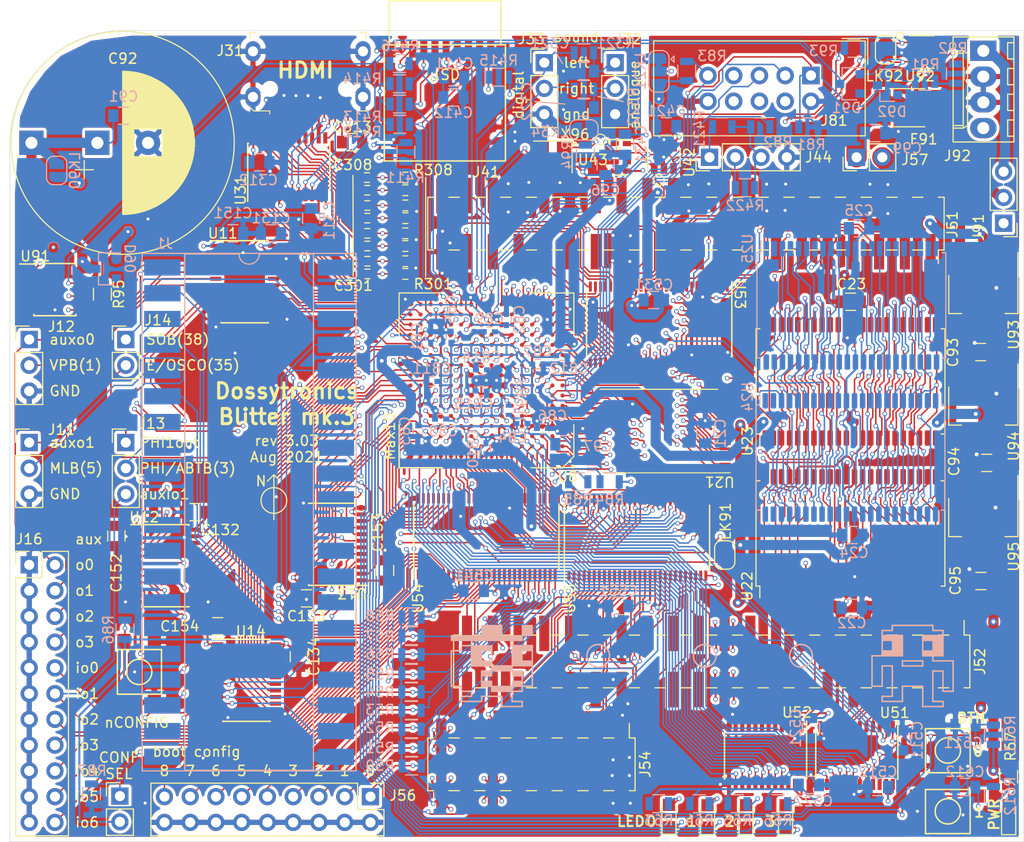
<source format=kicad_pcb>
(kicad_pcb (version 20171130) (host pcbnew "(5.1.10)-1")
  (title_block (title "Mk.3 Blitter FPGA development board") (date 2021-08-17) (rev 3.03) (company Dossytronics) (comment 1 "fix sysd0/clk, jtag, u22, larger smd footprints"))
  (layers (0 F.Cu signal) (1 In1.Cu signal) (2 In2.Cu signal) (31 B.Cu signal) (34 B.Paste user hide) (35 F.Paste user) (36 B.SilkS user) (37 F.SilkS user) (38 B.Mask user) (39 F.Mask user) (44 Edge.Cuts user))
  (net 0 "")
  (net 1 +3V3)
  (net 2 GND)
  (net 3 +5V)
  (net 4 +3V3BB)
  (net 5 /HDMI_D2P)
  (net 6 /HDMI_D2N)
  (net 7 /HDMI_D1P)
  (net 8 /HDMI_D1N)
  (net 9 /HDMI_D0P)
  (net 10 /HDMI_D0N)
  (net 11 /HDMI_CKP)
  (net 12 /HDMI_CKN)
  (net 13 /soundvideo/HDMI_5V)
  (net 14 "Net-(C321-Pad1)")
  (net 15 GNDA)
  (net 16 "Net-(C322-Pad1)")
  (net 17 /sys_plug_and_buffers/5C_SYS_nVPor_Vss)
  (net 18 /sys_plug_and_buffers/5_SYS_RDY)
  (net 19 /sys_plug_and_buffers/5C_SYS_A12)
  (net 20 /sys_plug_and_buffers/5C_SYS_PHI1_IO)
  (net 21 /sys_plug_and_buffers/5C_SYS_A13)
  (net 22 /sys_plug_and_buffers/5_SYS_nIRQ)
  (net 23 /sys_plug_and_buffers/5C_SYS_A14)
  (net 24 /sys_plug_and_buffers/5C_SYS_nMLorVss)
  (net 25 /sys_plug_and_buffers/5C_SYS_A15)
  (net 26 /sys_plug_and_buffers/5_SYS_nNMI)
  (net 27 /sys_plug_and_buffers/5C_SYS_D7)
  (net 28 /sys_plug_and_buffers/5C_SYS_SYNC)
  (net 29 /sys_plug_and_buffers/5C_SYS_D6)
  (net 30 /5_SYS_VCC_PWR)
  (net 31 /sys_plug_and_buffers/5C_SYS_D5)
  (net 32 /sys_plug_and_buffers/5C_SYS_A0)
  (net 33 /sys_plug_and_buffers/5C_SYS_D4)
  (net 34 /sys_plug_and_buffers/5C_SYS_A1)
  (net 35 /sys_plug_and_buffers/5C_SYS_D3)
  (net 36 /sys_plug_and_buffers/5C_SYS_A2)
  (net 37 /sys_plug_and_buffers/5C_SYS_D2)
  (net 38 /sys_plug_and_buffers/5C_SYS_A3)
  (net 39 /sys_plug_and_buffers/5C_SYS_D1)
  (net 40 /sys_plug_and_buffers/5C_SYS_A4)
  (net 41 /sys_plug_and_buffers/5C_SYS_D0)
  (net 42 /sys_plug_and_buffers/5C_SYS_A5)
  (net 43 /sys_plug_and_buffers/5C_SYS_RnW)
  (net 44 /sys_plug_and_buffers/5C_SYS_A6)
  (net 45 /sys_plug_and_buffers/5C_SYS_A7)
  (net 46 /sys_plug_and_buffers/5_SYS_DBE)
  (net 47 /sys_plug_and_buffers/5C_SYS_A8)
  (net 48 /sys_plug_and_buffers/5_SYS_PHI0)
  (net 49 /sys_plug_and_buffers/5C_SYS_A9)
  (net 50 /sys_plug_and_buffers/5_SYS_nSO)
  (net 51 /sys_plug_and_buffers/5C_SYS_A10)
  (net 52 /sys_plug_and_buffers/5C_SYS_PHI2)
  (net 53 /sys_plug_and_buffers/5C_SYS_A11)
  (net 54 /5_SYS_nRES)
  (net 55 /sys_plug_and_buffers/5C_SYS_AUX_O0)
  (net 56 /sys_plug_and_buffers/5C_SYS_AUX_O1)
  (net 57 /sys_plug_and_buffers/5C_SYS_AUX_O2)
  (net 58 /sys_plug_and_buffers/5C_SYS_AUX_O3)
  (net 59 /sys_plug_and_buffers/5_SYS_AUX_IO_0)
  (net 60 /sys_plug_and_buffers/5_SYS_AUX_IO_1)
  (net 61 /sys_plug_and_buffers/5_SYS_AUX_IO_2)
  (net 62 /sys_plug_and_buffers/5_SYS_AUX_IO_3)
  (net 63 /sys_plug_and_buffers/5_SYS_AUX_IO_4)
  (net 64 /sys_plug_and_buffers/5_SYS_AUX_IO_5)
  (net 65 /sys_plug_and_buffers/5_SYS_AUX_IO_6)
  (net 66 /SND_L)
  (net 67 /SND_R)
  (net 68 "Net-(J51-Pad1)")
  (net 69 "Net-(J51-Pad2)")
  (net 70 /expansion_headers/5_exp_PORTC0)
  (net 71 /expansion_headers/5_exp_PORTC1)
  (net 72 /expansion_headers/5_exp_PORTC2)
  (net 73 /expansion_headers/5_exp_PORTC3)
  (net 74 /expansion_headers/5_exp_PORTC4)
  (net 75 /expansion_headers/5_exp_PORTC5)
  (net 76 /expansion_headers/5_exp_PORTC6)
  (net 77 /expansion_headers/5_exp_PORTC7)
  (net 78 /expansion_headers/5_exp_PORTC8)
  (net 79 /expansion_headers/5_exp_PORTC9)
  (net 80 "Net-(J51-Pad17)")
  (net 81 /expansion_headers/5_exp_PORTC10)
  (net 82 /expansion_headers/5_exp_PORTC11)
  (net 83 /expansion_headers/5_exp_PORTD0)
  (net 84 /expansion_headers/5_exp_PORTD1)
  (net 85 /expansion_headers/5_exp_PORTD2)
  (net 86 /expansion_headers/5_exp_PORTD3)
  (net 87 /expansion_headers/5_exp_PORTD4)
  (net 88 "Net-(J51-Pad27)")
  (net 89 "Net-(J51-Pad28)")
  (net 90 /expansion_headers/5_exp_PORTD5)
  (net 91 /expansion_headers/5_exp_PORTD6)
  (net 92 /expansion_headers/5_exp_PORTD7)
  (net 93 /expansion_headers/5_exp_PORTD8)
  (net 94 /expansion_headers/5_exp_PORTD9)
  (net 95 /expansion_headers/5_exp_PORTD10)
  (net 96 /expansion_headers/5_exp_PORTD11)
  (net 97 /expansion_headers/5_exp_PORTE0)
  (net 98 /expansion_headers/5_exp_PORTE1)
  (net 99 /expansion_headers/5C_exp_PORTA0)
  (net 100 /expansion_headers/5C_exp_PORTA1)
  (net 101 /expansion_headers/5C_exp_PORTA2)
  (net 102 /expansion_headers/5C_exp_PORTA3)
  (net 103 /expansion_headers/5C_exp_PORTA4)
  (net 104 /expansion_headers/5C_exp_PORTA5)
  (net 105 /expansion_headers/5C_exp_PORTA6)
  (net 106 /expansion_headers/5C_exp_PORTA7)
  (net 107 /expansion_headers/5C_exp_PORTB0)
  (net 108 /expansion_headers/5C_exp_PORTB1)
  (net 109 /expansion_headers/5C_exp_PORTB2)
  (net 110 /expansion_headers/5C_exp_PORTB3)
  (net 111 /expansion_headers/5C_exp_PORTB4)
  (net 112 /expansion_headers/5C_exp_PORTB5)
  (net 113 /expansion_headers/5C_exp_PORTB6)
  (net 114 /expansion_headers/5C_exp_PORTB7)
  (net 115 /expansion_headers/5_exp_PORTE2)
  (net 116 /expansion_headers/5_exp_PORTE3)
  (net 117 /expansion_headers/5_exp_PORTE4)
  (net 118 /expansion_headers/5_exp_PORTE5)
  (net 119 /expansion_headers/5_exp_PORTE6)
  (net 120 /expansion_headers/5_exp_PORTE7)
  (net 121 /expansion_headers/5_exp_PORTE8)
  (net 122 /expansion_headers/5_exp_PORTE9)
  (net 123 /expansion_headers/5_exp_PORTE10)
  (net 124 /expansion_headers/5_exp_PORTE11)
  (net 125 /expansion_headers/5_exp_PORTF0)
  (net 126 /expansion_headers/5_exp_PORTF1)
  (net 127 /expansion_headers/5_exp_PORTF2)
  (net 128 /expansion_headers/5_exp_PORTF3)
  (net 129 /expansion_headers/5_exp_PORTF4)
  (net 130 /expansion_headers/5_exp_PORTF5)
  (net 131 /expansion_headers/5_exp_PORTF6)
  (net 132 /expansion_headers/5_exp_PORTF7)
  (net 133 /expansion_headers/5_exp_PORTG0)
  (net 134 /expansion_headers/5_exp_PORTG1)
  (net 135 /expansion_headers/5_exp_PORTG2)
  (net 136 /expansion_headers/5_exp_PORTG3)
  (net 137 /expansion_headers/5_exp_PORTG4)
  (net 138 /expansion_headers/5_exp_PORTG5)
  (net 139 /expansion_headers/5_exp_PORTG6)
  (net 140 /expansion_headers/5_exp_PORTF8)
  (net 141 /expansion_headers/5_exp_PORTF9)
  (net 142 /expansion_headers/5_exp_PORTF10)
  (net 143 /expansion_headers/5_exp_PORTF11)
  (net 144 /expansion_headers/5_exp_PORTG10)
  (net 145 /expansion_headers/5_exp_PORTG11)
  (net 146 /expansion_headers/5_exp_PORTG7)
  (net 147 /expansion_headers/5_exp_PORTG8)
  (net 148 /expansion_headers/5_exp_PORTG9)
  (net 149 /fpga_power/~ALTERA_TCK~)
  (net 150 /fpga_power/~ALTERA_TDO~)
  (net 151 /fpga_power/~ALTERA_TMS~)
  (net 152 "Net-(J81-Pad6)")
  (net 153 "Net-(J81-Pad7)")
  (net 154 "Net-(J81-Pad8)")
  (net 155 /fpga_power/~ALTERA_TDI~)
  (net 156 "Net-(J92-Pad4)")
  (net 157 /sys_plug_and_buffers/5C_SYS_PHI1)
  (net 158 /MEM_BB_nCE_BB)
  (net 159 /power/5_SUP_nMR)
  (net 160 /SUP_nRES)
  (net 161 "Net-(D63-Pad2)")
  (net 162 "Net-(D64-Pad2)")
  (net 163 "Net-(D65-Pad2)")
  (net 164 "Net-(D66-Pad2)")
  (net 165 "Net-(R92-Pad2)")
  (net 166 /SD_DET)
  (net 167 /SD_MISO)
  (net 168 /SD_MOSI)
  (net 169 /SD_CS)
  (net 170 "Net-(J41-Pad8)")
  (net 171 "Net-(J41-Pad1)")
  (net 172 /memory/MEM_D2)
  (net 173 /exp_PORTG_nOE)
  (net 174 /HDMI_HPD)
  (net 175 /memory/MEM_D1)
  (net 176 /fpga_top/exp_PORTEFG_io_7)
  (net 177 /sys_plug_and_buffers/SYS_A2)
  (net 178 /memory/MEM_A19)
  (net 179 /fpga_top/exp_PORTEFG_io_5)
  (net 180 /fpga_top/exp_PORTD_io_5)
  (net 181 /fpga_top/exp_PORTD_io_10)
  (net 182 /fpga_top/exp_PORTA_io_5)
  (net 183 /fpga_top/exp_PORTC_io_11)
  (net 184 /exp_PORTA_nOE)
  (net 185 /sys_plug_and_buffers/SYS_AUX_IO_0)
  (net 186 /memory/MEM_D5)
  (net 187 /fpga_top/exp_PORTB_o_4)
  (net 188 /memory/MEM_A10)
  (net 189 /sys_plug_and_buffers/SYS_AUX_IO_1)
  (net 190 /SYS_nNMI)
  (net 191 /fpga_top/exp_PORTA_io_1)
  (net 192 /HDMI_SDA)
  (net 193 /sys_plug_and_buffers/SYS_AUX_O1)
  (net 194 /SYS_BUFD_DIR)
  (net 195 /SYS_BUFD_nOE)
  (net 196 /sys_plug_and_buffers/SYS_AUX_IO_6)
  (net 197 /fpga_top/exp_PORTB_o_7)
  (net 198 /fpga_top/exp_PORTC_io_5)
  (net 199 /fpga_top/exp_PORTD_io_2)
  (net 200 /memory/MEM_A17)
  (net 201 /fpga_top/exp_PORTD_io_4)
  (net 202 /sys_plug_and_buffers/SYS_A3)
  (net 203 /memory/MEM_A16)
  (net 204 /SYS_RnW)
  (net 205 /memory/MEM_A6)
  (net 206 /fpga_top/exp_PORTEFG_io_10)
  (net 207 /sys_plug_and_buffers/SYS_AUX_O3)
  (net 208 /sys_plug_and_buffers/SYS_A11)
  (net 209 +1V2_PLL)
  (net 210 /fpga_top/exp_PORTEFG_io_0)
  (net 211 /sys_plug_and_buffers/SYS_A5)
  (net 212 /fpga_top/exp_PORTB_o_2)
  (net 213 +2V5)
  (net 214 /sys_plug_and_buffers/SYS_D6)
  (net 215 /sys_plug_and_buffers/SYS_A10)
  (net 216 /fpga_top/exp_PORTD_io_8)
  (net 217 /fpga_top/exp_PORTEFG_io_4)
  (net 218 /fpga_top/exp_PORTD_io_7)
  (net 219 /fpga_top/exp_PORTC_io_10)
  (net 220 /memory/MEM_A20)
  (net 221 /fpga_top/exp_PORTEFG_io_1)
  (net 222 /sys_plug_and_buffers/SYS_D0)
  (net 223 /sys_plug_and_buffers/SYS_AUX_O0)
  (net 224 /fpga_top/exp_PORTD_io_11)
  (net 225 /UI/LED0)
  (net 226 /SYS_PHI2)
  (net 227 /fpga_top/exp_PORTA_io_3)
  (net 228 /sys_plug_and_buffers/SYS_A12)
  (net 229 /fpga_top/exp_PORTC_io_6)
  (net 230 /SYS_PHI0)
  (net 231 /fpga_top/exp_PORTC_io_2)
  (net 232 /sys_plug_and_buffers/SYS_A14)
  (net 233 /memory/MEM_A9)
  (net 234 /fpga_top/exp_PORTA_io_0)
  (net 235 +1V2)
  (net 236 /memory/MEM_A18)
  (net 237 /MEM_nWE)
  (net 238 /UI/LED2)
  (net 239 /memory/MEM_A7)
  (net 240 /memory/MEM_A0)
  (net 241 /sys_plug_and_buffers/SYS_D3)
  (net 242 /SD_CLK)
  (net 243 /sys_plug_and_buffers/SYS_D7)
  (net 244 /memory/MEM_A8)
  (net 245 /HDMI_SCL)
  (net 246 /memory/MEM_D7)
  (net 247 /fpga_top/exp_PORTC_io_0)
  (net 248 /fpga_top/exp_PORTD_io_6)
  (net 249 /exp_PORTF_nOE)
  (net 250 /sys_plug_and_buffers/SYS_AUX_IO_5)
  (net 251 /SYS_DBE)
  (net 252 /fpga_top/exp_PORTB_o_6)
  (net 253 /sys_plug_and_buffers/SYS_AUX_O2)
  (net 254 /memory/MEM_A12)
  (net 255 /fpga_top/exp_PORTA_io_2)
  (net 256 /fpga_top/exp_PORTB_o_3)
  (net 257 /fpga_top/exp_PORTA_io_7)
  (net 258 /fpga_top/exp_PORTEFG_io_2)
  (net 259 /sys_plug_and_buffers/SYS_A1)
  (net 260 /memory/MEM_D6)
  (net 261 /memory/MEM_A1)
  (net 262 /sys_plug_and_buffers/SYS_D4)
  (net 263 /memory/MEM_D0)
  (net 264 /fpga_top/exp_PORTD_io_0)
  (net 265 /fpga_top/exp_PORTC_io_3)
  (net 266 /fpga_top/exp_PORTEFG_io_3)
  (net 267 /fpga_top/exp_PORTEFG_io_9)
  (net 268 /sys_plug_and_buffers/SYS_D1)
  (net 269 /memory/MEM_D4)
  (net 270 /fpga_top/exp_PORTEFG_io_6)
  (net 271 /fpga_top/exp_PORTD_io_9)
  (net 272 /sys_plug_and_buffers/SYS_D5)
  (net 273 /memory/MEM_D3)
  (net 274 /sys_plug_and_buffers/SYS_A4)
  (net 275 /sys_plug_and_buffers/SYS_AUX_IO_4)
  (net 276 /fpga_top/exp_PORTD_io_3)
  (net 277 /sys_plug_and_buffers/SYS_A0)
  (net 278 /sys_plug_and_buffers/SYS_A15)
  (net 279 /memory/MEM_A13)
  (net 280 /UI/LED3)
  (net 281 /sys_plug_and_buffers/SYS_A9)
  (net 282 /MEM_nOE)
  (net 283 /exp_PORTE_nOE)
  (net 284 /memory/MEM_A11)
  (net 285 /memory/MEM_A14)
  (net 286 /memory/MEM_A4)
  (net 287 /fpga_top/exp_PORTC_io_4)
  (net 288 /fpga_top/exp_PORTA_io_4)
  (net 289 /memory/MEM_A15)
  (net 290 /memory/MEM_A5)
  (net 291 /fpga_top/exp_PORTEFG_io_8)
  (net 292 /UI/LED1)
  (net 293 /sys_plug_and_buffers/SYS_AUX_IO_2)
  (net 294 /sys_plug_and_buffers/SYS_AUX_IO_3)
  (net 295 /exp_PORTA_DIR)
  (net 296 /memory/MEM_A3)
  (net 297 /fpga_top/exp_PORTA_io_6)
  (net 298 /fpga_top/exp_PORTC_io_9)
  (net 299 /sys_plug_and_buffers/SYS_A7)
  (net 300 /SYS_RDY)
  (net 301 /fpga_top/exp_PORTEFG_io_11)
  (net 302 /fpga_top/exp_PORTB_o_1)
  (net 303 /sys_plug_and_buffers/SYS_A6)
  (net 304 /fpga_top/exp_PORTB_o_0)
  (net 305 /MEM_FL_nCE)
  (net 306 /sys_plug_and_buffers/SYS_A13)
  (net 307 /sys_plug_and_buffers/SYS_A8)
  (net 308 /SYS_SYNC)
  (net 309 /fpga_top/exp_PORTD_io_1)
  (net 310 /fpga_top/exp_PORTC_io_7)
  (net 311 /fpga_top/exp_PORTB_o_5)
  (net 312 /fpga_top/exp_PORTC_io_1)
  (net 313 /sys_plug_and_buffers/SYS_D2)
  (net 314 /SYS_PHI1)
  (net 315 /SYS_nIRQ)
  (net 316 /memory/MEM_A2)
  (net 317 /fpga_top/exp_PORTC_io_8)
  (net 318 "Net-(U31-Pad1)")
  (net 319 "Net-(J31-Pad14)")
  (net 320 "Net-(J31-Pad15)")
  (net 321 "Net-(J31-Pad16)")
  (net 322 "Net-(J31-Pad19)")
  (net 323 "Net-(U91-Pad3)")
  (net 324 "Net-(D91-Pad2)")
  (net 325 "Net-(J31-Pad17)")
  (net 326 /I2C_SCL)
  (net 327 /I2C_SDA)
  (net 328 "Net-(U43-Pad6)")
  (net 329 "Net-(U43-Pad4)")
  (net 330 /soundvideo/X_HDMI_D2P)
  (net 331 /soundvideo/X_HDMI_D2N)
  (net 332 /soundvideo/X_HDMI_D1P)
  (net 333 /soundvideo/X_HDMI_D1N)
  (net 334 /soundvideo/X_HDMI_D0P)
  (net 335 /soundvideo/X_HDMI_D0N)
  (net 336 /soundvideo/X_HDMI_CKP)
  (net 337 /soundvideo/X_HDMI_CKN)
  (net 338 "Net-(D67-Pad2)")
  (net 339 /fpga_top/BTNUSER_i_1)
  (net 340 /fpga_top/BTNUSER_i_0)
  (net 341 /power/PWRU)
  (net 342 /power/PWRA)
  (net 343 /power/VBAT)
  (net 344 /memory/MEM_RAM_nCE3)
  (net 345 /memory/MEM_RAM_nCE2)
  (net 346 /memory/MEM_RAM_nCE1)
  (net 347 "Net-(U23-Pad44)")
  (net 348 "Net-(U23-Pad43)")
  (net 349 "Net-(U23-Pad24)")
  (net 350 "Net-(U23-Pad23)")
  (net 351 "Net-(U23-Pad22)")
  (net 352 "Net-(U23-Pad21)")
  (net 353 "Net-(U23-Pad2)")
  (net 354 "Net-(U23-Pad1)")
  (net 355 "Net-(U24-Pad44)")
  (net 356 "Net-(U24-Pad43)")
  (net 357 "Net-(U24-Pad24)")
  (net 358 "Net-(U24-Pad23)")
  (net 359 "Net-(U24-Pad22)")
  (net 360 "Net-(U24-Pad21)")
  (net 361 "Net-(U24-Pad2)")
  (net 362 "Net-(U24-Pad1)")
  (net 363 "Net-(U25-Pad44)")
  (net 364 "Net-(U25-Pad43)")
  (net 365 "Net-(U25-Pad24)")
  (net 366 "Net-(U25-Pad23)")
  (net 367 "Net-(U25-Pad22)")
  (net 368 "Net-(U25-Pad21)")
  (net 369 "Net-(U25-Pad2)")
  (net 370 "Net-(U25-Pad1)")
  (net 371 "Net-(U8-PadR12)")
  (net 372 "Net-(R94-Pad2)")
  (net 373 /CLK_48M)
  (net 374 "Net-(U8-PadM7)")
  (net 375 /memory/RAM0PWR)
  (net 376 "Net-(U8-PadT13)")
  (net 377 /sys_plug_and_buffers/5C_SYS_816E)
  (net 378 /MEM_RAM_nCE0)
  (net 379 /ALTERA_CONFIG_SEL)
  (net 380 /ALTERA_nSTATUS)
  (net 381 /ALTERA_CONF_DONE)
  (net 382 /ALTERA_nCONFIG)
  (net 383 "Net-(U22-Pad38)")
  (net 384 "Net-(U22-Pad37)")
  (net 385 "Net-(U22-Pad30)")
  (net 386 "Net-(U22-Pad29)")
  (net 387 "Net-(U22-Pad16)")
  (net 388 "Net-(U22-Pad15)")
  (net 389 "Net-(U22-Pad8)")
  (net 390 "Net-(U22-Pad7)")
  (module mk3blit:DIP-40_W16.51mm_SMDSocket_LongPads-flipped (layer B.Cu) (at 45.593 69.596 180)
    (fp_text reference J1 (at 8.343 26.596 180) (layer B.SilkS) (effects (justify mirror)))
    (fp_text value SYS)
    (pad 40 smd rect (at -8.555 24.23 180) (size 3.6 1.6) (layers B.Cu B.Paste B.Mask) (net 54 /5_SYS_nRES))
    (pad 20 smd rect (at 8.555 -24.03 180) (size 3.6 1.6) (layers B.Cu B.Paste B.Mask) (net 53 /sys_plug_and_buffers/5C_SYS_A11))
    (pad 39 smd rect (at -8.555 21.69 180) (size 3.6 1.6) (layers B.Cu B.Paste B.Mask) (net 52 /sys_plug_and_buffers/5C_SYS_PHI2))
    (pad 19 smd rect (at 8.555 -21.49 180) (size 3.6 1.6) (layers B.Cu B.Paste B.Mask) (net 51 /sys_plug_and_buffers/5C_SYS_A10))
    (pad 38 smd rect (at -8.555 19.15 180) (size 3.6 1.6) (layers B.Cu B.Paste B.Mask) (net 50 /sys_plug_and_buffers/5_SYS_nSO))
    (pad 18 smd rect (at 8.555 -18.95 180) (size 3.6 1.6) (layers B.Cu B.Paste B.Mask) (net 49 /sys_plug_and_buffers/5C_SYS_A9))
    (pad 37 smd rect (at -8.555 16.61 180) (size 3.6 1.6) (layers B.Cu B.Paste B.Mask) (net 48 /sys_plug_and_buffers/5_SYS_PHI0))
    (pad 17 smd rect (at 8.555 -16.41 180) (size 3.6 1.6) (layers B.Cu B.Paste B.Mask) (net 47 /sys_plug_and_buffers/5C_SYS_A8))
    (pad 36 smd rect (at -8.555 14.07 180) (size 3.6 1.6) (layers B.Cu B.Paste B.Mask) (net 46 /sys_plug_and_buffers/5_SYS_DBE))
    (pad 16 smd rect (at 8.555 -13.87 180) (size 3.6 1.6) (layers B.Cu B.Paste B.Mask) (net 45 /sys_plug_and_buffers/5C_SYS_A7))
    (pad 35 smd rect (at -8.555 11.53 180) (size 3.6 1.6) (layers B.Cu B.Paste B.Mask) (net 377 /sys_plug_and_buffers/5C_SYS_816E))
    (pad 15 smd rect (at 8.555 -11.33 180) (size 3.6 1.6) (layers B.Cu B.Paste B.Mask) (net 44 /sys_plug_and_buffers/5C_SYS_A6))
    (pad 34 smd rect (at -8.555 8.99 180) (size 3.6 1.6) (layers B.Cu B.Paste B.Mask) (net 43 /sys_plug_and_buffers/5C_SYS_RnW))
    (pad 14 smd rect (at 8.555 -8.79 180) (size 3.6 1.6) (layers B.Cu B.Paste B.Mask) (net 42 /sys_plug_and_buffers/5C_SYS_A5))
    (pad 33 smd rect (at -8.555 6.45 180) (size 3.6 1.6) (layers B.Cu B.Paste B.Mask) (net 41 /sys_plug_and_buffers/5C_SYS_D0))
    (pad 13 smd rect (at 8.555 -6.25 180) (size 3.6 1.6) (layers B.Cu B.Paste B.Mask) (net 40 /sys_plug_and_buffers/5C_SYS_A4))
    (pad 32 smd rect (at -8.555 3.91 180) (size 3.6 1.6) (layers B.Cu B.Paste B.Mask) (net 39 /sys_plug_and_buffers/5C_SYS_D1))
    (pad 12 smd rect (at 8.555 -3.71 180) (size 3.6 1.6) (layers B.Cu B.Paste B.Mask) (net 38 /sys_plug_and_buffers/5C_SYS_A3))
    (pad 31 smd rect (at -8.555 1.37 180) (size 3.6 1.6) (layers B.Cu B.Paste B.Mask) (net 37 /sys_plug_and_buffers/5C_SYS_D2))
    (pad 11 smd rect (at 8.555 -1.17 180) (size 3.6 1.6) (layers B.Cu B.Paste B.Mask) (net 36 /sys_plug_and_buffers/5C_SYS_A2))
    (pad 30 smd rect (at -8.555 -1.17 180) (size 3.6 1.6) (layers B.Cu B.Paste B.Mask) (net 35 /sys_plug_and_buffers/5C_SYS_D3))
    (pad 10 smd rect (at 8.555 1.37 180) (size 3.6 1.6) (layers B.Cu B.Paste B.Mask) (net 34 /sys_plug_and_buffers/5C_SYS_A1))
    (pad 29 smd rect (at -8.555 -3.71 180) (size 3.6 1.6) (layers B.Cu B.Paste B.Mask) (net 33 /sys_plug_and_buffers/5C_SYS_D4))
    (pad 9 smd rect (at 8.555 3.91 180) (size 3.6 1.6) (layers B.Cu B.Paste B.Mask) (net 32 /sys_plug_and_buffers/5C_SYS_A0))
    (pad 28 smd rect (at -8.555 -6.25 180) (size 3.6 1.6) (layers B.Cu B.Paste B.Mask) (net 31 /sys_plug_and_buffers/5C_SYS_D5))
    (pad 8 smd rect (at 8.555 6.45 180) (size 3.6 1.6) (layers B.Cu B.Paste B.Mask) (net 30 /5_SYS_VCC_PWR))
    (pad 27 smd rect (at -8.555 -8.79 180) (size 3.6 1.6) (layers B.Cu B.Paste B.Mask) (net 29 /sys_plug_and_buffers/5C_SYS_D6))
    (pad 7 smd rect (at 8.555 8.99 180) (size 3.6 1.6) (layers B.Cu B.Paste B.Mask) (net 28 /sys_plug_and_buffers/5C_SYS_SYNC))
    (pad 26 smd rect (at -8.555 -11.33 180) (size 3.6 1.6) (layers B.Cu B.Paste B.Mask) (net 27 /sys_plug_and_buffers/5C_SYS_D7))
    (pad 6 smd rect (at 8.555 11.53 180) (size 3.6 1.6) (layers B.Cu B.Paste B.Mask) (net 26 /sys_plug_and_buffers/5_SYS_nNMI))
    (pad 25 smd rect (at -8.555 -13.87 180) (size 3.6 1.6) (layers B.Cu B.Paste B.Mask) (net 25 /sys_plug_and_buffers/5C_SYS_A15))
    (pad 5 smd rect (at 8.555 14.07 180) (size 3.6 1.6) (layers B.Cu B.Paste B.Mask) (net 24 /sys_plug_and_buffers/5C_SYS_nMLorVss))
    (pad 24 smd rect (at -8.555 -16.41 180) (size 3.6 1.6) (layers B.Cu B.Paste B.Mask) (net 23 /sys_plug_and_buffers/5C_SYS_A14))
    (pad 4 smd rect (at 8.555 16.61 180) (size 3.6 1.6) (layers B.Cu B.Paste B.Mask) (net 22 /sys_plug_and_buffers/5_SYS_nIRQ))
    (pad 23 smd rect (at -8.555 -18.95 180) (size 3.6 1.6) (layers B.Cu B.Paste B.Mask) (net 21 /sys_plug_and_buffers/5C_SYS_A13))
    (pad 3 smd rect (at 8.555 19.15 180) (size 3.6 1.6) (layers B.Cu B.Paste B.Mask) (net 20 /sys_plug_and_buffers/5C_SYS_PHI1_IO))
    (pad 22 smd rect (at -8.555 -21.49 180) (size 3.6 1.6) (layers B.Cu B.Paste B.Mask) (net 19 /sys_plug_and_buffers/5C_SYS_A12))
    (pad 2 smd rect (at 8.555 21.69 180) (size 3.6 1.6) (layers B.Cu B.Paste B.Mask) (net 18 /sys_plug_and_buffers/5_SYS_RDY))
    (pad 21 smd rect (at -8.555 -24.03 180) (size 3.6 1.6) (layers B.Cu B.Paste B.Mask) (net 2 GND))
    (pad 1 smd rect (at 8.555 24.23 180) (size 3.6 1.6) (layers B.Cu B.Paste B.Mask) (net 17 /sys_plug_and_buffers/5C_SYS_nVPor_Vss))
  )
  (module Package_SO:TSOP-II-44_10.16x18.41mm_P0.8mm (layer F.Cu) (at 104.8982 71.5957 90)
    (fp_text reference U22 (at -5.2075 -10.178 90) (layer F.SilkS))
    (fp_text value generic_2048x8_TSOP_II_44_BB)
    (pad 44 smd roundrect (at 5.5875 -8.4 90) (size 1.525 0.55) (layers F.Cu F.Paste F.Mask) (net 236 /memory/MEM_A18))
    (pad 43 smd roundrect (at 5.5875 -7.6 90) (size 1.525 0.55) (layers F.Cu F.Paste F.Mask) (net 203 /memory/MEM_A16))
    (pad 42 smd roundrect (at 5.5875 -6.8 90) (size 1.525 0.55) (layers F.Cu F.Paste F.Mask) (net 289 /memory/MEM_A15))
    (pad 41 smd roundrect (at 5.5875 -6 90) (size 1.525 0.55) (layers F.Cu F.Paste F.Mask) (net 282 /MEM_nOE))
    (pad 40 smd roundrect (at 5.5875 -5.2 90) (size 1.525 0.55) (layers F.Cu F.Paste F.Mask) (net 375 /memory/RAM0PWR))
    (pad 39 smd roundrect (at 5.5875 -4.4 90) (size 1.525 0.55) (layers F.Cu F.Paste F.Mask) (net 200 /memory/MEM_A17))
    (pad 38 smd roundrect (at 5.5875 -3.6 90) (size 1.525 0.55) (layers F.Cu F.Paste F.Mask) (net 383 "Net-(U22-Pad38)"))
    (pad 37 smd roundrect (at 5.5875 -2.8 90) (size 1.525 0.55) (layers F.Cu F.Paste F.Mask) (net 384 "Net-(U22-Pad37)"))
    (pad 36 smd roundrect (at 5.5875 -2 90) (size 1.525 0.55) (layers F.Cu F.Paste F.Mask) (net 269 /memory/MEM_D4))
    (pad 35 smd roundrect (at 5.5875 -1.2 90) (size 1.525 0.55) (layers F.Cu F.Paste F.Mask) (net 260 /memory/MEM_D6))
    (pad 34 smd roundrect (at 5.5875 -0.4 90) (size 1.525 0.55) (layers F.Cu F.Paste F.Mask) (net 2 GND))
    (pad 33 smd roundrect (at 5.5875 0.4 90) (size 1.525 0.55) (layers F.Cu F.Paste F.Mask) (net 375 /memory/RAM0PWR))
    (pad 32 smd roundrect (at 5.5875 1.2 90) (size 1.525 0.55) (layers F.Cu F.Paste F.Mask) (net 175 /memory/MEM_D1))
    (pad 31 smd roundrect (at 5.5875 2 90) (size 1.525 0.55) (layers F.Cu F.Paste F.Mask) (net 263 /memory/MEM_D0))
    (pad 30 smd roundrect (at 5.5875 2.8 90) (size 1.525 0.55) (layers F.Cu F.Paste F.Mask) (net 385 "Net-(U22-Pad30)"))
    (pad 29 smd roundrect (at 5.5875 3.6 90) (size 1.525 0.55) (layers F.Cu F.Paste F.Mask) (net 386 "Net-(U22-Pad29)"))
    (pad 28 smd roundrect (at 5.5875 4.4 90) (size 1.525 0.55) (layers F.Cu F.Paste F.Mask) (net 254 /memory/MEM_A12))
    (pad 27 smd roundrect (at 5.5875 5.2 90) (size 1.525 0.55) (layers F.Cu F.Paste F.Mask) (net 239 /memory/MEM_A7))
    (pad 26 smd roundrect (at 5.5875 6 90) (size 1.525 0.55) (layers F.Cu F.Paste F.Mask) (net 205 /memory/MEM_A6))
    (pad 25 smd roundrect (at 5.5875 6.8 90) (size 1.525 0.55) (layers F.Cu F.Paste F.Mask) (net 290 /memory/MEM_A5))
    (pad 24 smd roundrect (at 5.5875 7.6 90) (size 1.525 0.55) (layers F.Cu F.Paste F.Mask) (net 286 /memory/MEM_A4))
    (pad 23 smd roundrect (at 5.5875 8.4 90) (size 1.525 0.55) (layers F.Cu F.Paste F.Mask) (net 178 /memory/MEM_A19))
    (pad 22 smd roundrect (at -5.5875 8.4 90) (size 1.525 0.55) (layers F.Cu F.Paste F.Mask) (net 188 /memory/MEM_A10))
    (pad 21 smd roundrect (at -5.5875 7.6 90) (size 1.525 0.55) (layers F.Cu F.Paste F.Mask) (net 240 /memory/MEM_A0))
    (pad 20 smd roundrect (at -5.5875 6.8 90) (size 1.525 0.55) (layers F.Cu F.Paste F.Mask) (net 261 /memory/MEM_A1))
    (pad 19 smd roundrect (at -5.5875 6 90) (size 1.525 0.55) (layers F.Cu F.Paste F.Mask) (net 316 /memory/MEM_A2))
    (pad 18 smd roundrect (at -5.5875 5.2 90) (size 1.525 0.55) (layers F.Cu F.Paste F.Mask) (net 296 /memory/MEM_A3))
    (pad 17 smd roundrect (at -5.5875 4.4 90) (size 1.525 0.55) (layers F.Cu F.Paste F.Mask) (net 237 /MEM_nWE))
    (pad 16 smd roundrect (at -5.5875 3.6 90) (size 1.525 0.55) (layers F.Cu F.Paste F.Mask) (net 387 "Net-(U22-Pad16)"))
    (pad 15 smd roundrect (at -5.5875 2.8 90) (size 1.525 0.55) (layers F.Cu F.Paste F.Mask) (net 388 "Net-(U22-Pad15)"))
    (pad 14 smd roundrect (at -5.5875 2 90) (size 1.525 0.55) (layers F.Cu F.Paste F.Mask) (net 246 /memory/MEM_D7))
    (pad 13 smd roundrect (at -5.5875 1.2 90) (size 1.525 0.55) (layers F.Cu F.Paste F.Mask) (net 172 /memory/MEM_D2))
    (pad 12 smd roundrect (at -5.5875 0.4 90) (size 1.525 0.55) (layers F.Cu F.Paste F.Mask) (net 2 GND))
    (pad 11 smd roundrect (at -5.5875 -0.4 90) (size 1.525 0.55) (layers F.Cu F.Paste F.Mask) (net 375 /memory/RAM0PWR))
    (pad 10 smd roundrect (at -5.5875 -1.2 90) (size 1.525 0.55) (layers F.Cu F.Paste F.Mask) (net 186 /memory/MEM_D5))
    (pad 9 smd roundrect (at -5.5875 -2 90) (size 1.525 0.55) (layers F.Cu F.Paste F.Mask) (net 273 /memory/MEM_D3))
    (pad 8 smd roundrect (at -5.5875 -2.8 90) (size 1.525 0.55) (layers F.Cu F.Paste F.Mask) (net 389 "Net-(U22-Pad8)"))
    (pad 7 smd roundrect (at -5.5875 -3.6 90) (size 1.525 0.55) (layers F.Cu F.Paste F.Mask) (net 390 "Net-(U22-Pad7)"))
    (pad 6 smd roundrect (at -5.5875 -4.4 90) (size 1.525 0.55) (layers F.Cu F.Paste F.Mask) (net 158 /MEM_BB_nCE_BB))
    (pad 5 smd roundrect (at -5.5875 -5.2 90) (size 1.525 0.55) (layers F.Cu F.Paste F.Mask) (net 284 /memory/MEM_A11))
    (pad 4 smd roundrect (at -5.5875 -6 90) (size 1.525 0.55) (layers F.Cu F.Paste F.Mask) (net 233 /memory/MEM_A9))
    (pad 3 smd roundrect (at -5.5875 -6.8 90) (size 1.525 0.55) (layers F.Cu F.Paste F.Mask) (net 244 /memory/MEM_A8))
    (pad 2 smd roundrect (at -5.5875 -7.6 90) (size 1.525 0.55) (layers F.Cu F.Paste F.Mask) (net 279 /memory/MEM_A13))
    (pad 1 smd roundrect (at -5.5875 -8.4 90) (size 1.525 0.55) (layers F.Cu F.Paste F.Mask) (net 285 /memory/MEM_A14))
  )
  (module mk3blit:SolderJumper-2_P1.3mm_Open_RoundedPad1.0x1.5mm-domsmallctyd (layer B.Cu) (at 26.61264 35.79974 90)
    (fp_text reference LK90 (at 0 1.8 90) (layer B.SilkS) (effects (justify mirror)))
    (fp_text value NF)
    (pad 2 smd custom (at 0.65 0 90) (size 1 0.5) (layers B.Cu B.Mask) (net 343 /power/VBAT) (options (clearance outline) (anchor rect)) (primitives (gr_circle (center 0 -0.25) (end 0.5 -0.25) (width 0)) (gr_circle (center 0 0.25) (end 0.5 0.25) (width 0)) (gr_poly (pts (xy 0 0.75) (xy -0.5 0.75) (xy -0.5 -0.75) (xy 0 -0.75)) (width 0))))
    (pad 1 smd custom (at -0.65 0 90) (size 1 0.5) (layers B.Cu B.Mask) (net 4 +3V3BB) (options (clearance outline) (anchor rect)) (primitives (gr_circle (center 0 -0.25) (end 0.5 -0.25) (width 0)) (gr_circle (center 0 0.25) (end 0.5 0.25) (width 0)) (gr_poly (pts (xy 0 0.75) (xy 0.5 0.75) (xy 0.5 -0.75) (xy 0 -0.75)) (width 0))))
  )
  (module mk3blit:PinHeader_2x08_P2.54mm_Vertical_SMD-dom (layer F.Cu) (at 73.435 94.365 270)
    (fp_text reference J54 (at 0 -11.22 270) (layer F.SilkS))
    (fp_text value Conn_02x08_Odd_Even)
    (pad 1 smd rect (at -2.77 -8.89 270) (size 3.5 1) (layers F.Cu F.Paste F.Mask) (net 2 GND))
    (pad 2 smd rect (at 2.77 -8.89 270) (size 3.5 1) (layers F.Cu F.Paste F.Mask) (net 2 GND))
    (pad 3 smd rect (at -2.77 -6.35 270) (size 3.5 1) (layers F.Cu F.Paste F.Mask) (net 142 /expansion_headers/5_exp_PORTF10))
    (pad 4 smd rect (at 2.77 -6.35 270) (size 3.5 1) (layers F.Cu F.Paste F.Mask) (net 143 /expansion_headers/5_exp_PORTF11))
    (pad 5 smd rect (at -2.77 -3.81 270) (size 3.5 1) (layers F.Cu F.Paste F.Mask) (net 140 /expansion_headers/5_exp_PORTF8))
    (pad 6 smd rect (at 2.77 -3.81 270) (size 3.5 1) (layers F.Cu F.Paste F.Mask) (net 141 /expansion_headers/5_exp_PORTF9))
    (pad 7 smd rect (at -2.77 -1.27 270) (size 3.5 1) (layers F.Cu F.Paste F.Mask) (net 131 /expansion_headers/5_exp_PORTF6))
    (pad 8 smd rect (at 2.77 -1.27 270) (size 3.5 1) (layers F.Cu F.Paste F.Mask) (net 132 /expansion_headers/5_exp_PORTF7))
    (pad 9 smd rect (at -2.77 1.27 270) (size 3.5 1) (layers F.Cu F.Paste F.Mask) (net 129 /expansion_headers/5_exp_PORTF4))
    (pad 10 smd rect (at 2.77 1.27 270) (size 3.5 1) (layers F.Cu F.Paste F.Mask) (net 130 /expansion_headers/5_exp_PORTF5))
    (pad 11 smd rect (at -2.77 3.81 270) (size 3.5 1) (layers F.Cu F.Paste F.Mask) (net 283 /exp_PORTE_nOE))
    (pad 12 smd rect (at 2.77 3.81 270) (size 3.5 1) (layers F.Cu F.Paste F.Mask) (net 1 +3V3))
    (pad 13 smd rect (at -2.77 6.35 270) (size 3.5 1) (layers F.Cu F.Paste F.Mask) (net 249 /exp_PORTF_nOE))
    (pad 14 smd rect (at 2.77 6.35 270) (size 3.5 1) (layers F.Cu F.Paste F.Mask) (net 173 /exp_PORTG_nOE))
    (pad 15 smd rect (at -2.77 8.89 270) (size 3.5 1) (layers F.Cu F.Paste F.Mask) (net 3 +5V))
    (pad 16 smd rect (at 2.77 8.89 270) (size 3.5 1) (layers F.Cu F.Paste F.Mask) (net 3 +5V))
  )
  (module mk3blit:PinHeader_2x20_P2.54mm_Vertical_SMD-dom (layer F.Cu) (at 91.215 84.22 270)
    (fp_text reference J52 (at 0 -26.46 270) (layer F.SilkS))
    (fp_text value Conn_02x20_Odd_Even)
    (pad 40 smd rect (at 2.77 24.13 270) (size 3.5 1) (layers F.Cu F.Paste F.Mask) (net 144 /expansion_headers/5_exp_PORTG10))
    (pad 39 smd rect (at -2.77 24.13 270) (size 3.5 1) (layers F.Cu F.Paste F.Mask) (net 145 /expansion_headers/5_exp_PORTG11))
    (pad 38 smd rect (at 2.77 21.59 270) (size 3.5 1) (layers F.Cu F.Paste F.Mask) (net 148 /expansion_headers/5_exp_PORTG9))
    (pad 37 smd rect (at -2.77 21.59 270) (size 3.5 1) (layers F.Cu F.Paste F.Mask) (net 1 +3V3))
    (pad 36 smd rect (at 2.77 19.05 270) (size 3.5 1) (layers F.Cu F.Paste F.Mask) (net 127 /expansion_headers/5_exp_PORTF2))
    (pad 35 smd rect (at -2.77 19.05 270) (size 3.5 1) (layers F.Cu F.Paste F.Mask) (net 125 /expansion_headers/5_exp_PORTF0))
    (pad 34 smd rect (at 2.77 16.51 270) (size 3.5 1) (layers F.Cu F.Paste F.Mask) (net 128 /expansion_headers/5_exp_PORTF3))
    (pad 33 smd rect (at -2.77 16.51 270) (size 3.5 1) (layers F.Cu F.Paste F.Mask) (net 126 /expansion_headers/5_exp_PORTF1))
    (pad 32 smd rect (at 2.77 13.97 270) (size 3.5 1) (layers F.Cu F.Paste F.Mask) (net 123 /expansion_headers/5_exp_PORTE10))
    (pad 31 smd rect (at -2.77 13.97 270) (size 3.5 1) (layers F.Cu F.Paste F.Mask) (net 124 /expansion_headers/5_exp_PORTE11))
    (pad 30 smd rect (at 2.77 11.43 270) (size 3.5 1) (layers F.Cu F.Paste F.Mask) (net 121 /expansion_headers/5_exp_PORTE8))
    (pad 29 smd rect (at -2.77 11.43 270) (size 3.5 1) (layers F.Cu F.Paste F.Mask) (net 122 /expansion_headers/5_exp_PORTE9))
    (pad 28 smd rect (at 2.77 8.89 270) (size 3.5 1) (layers F.Cu F.Paste F.Mask) (net 2 GND))
    (pad 27 smd rect (at -2.77 8.89 270) (size 3.5 1) (layers F.Cu F.Paste F.Mask) (net 2 GND))
    (pad 26 smd rect (at 2.77 6.35 270) (size 3.5 1) (layers F.Cu F.Paste F.Mask) (net 119 /expansion_headers/5_exp_PORTE6))
    (pad 25 smd rect (at -2.77 6.35 270) (size 3.5 1) (layers F.Cu F.Paste F.Mask) (net 120 /expansion_headers/5_exp_PORTE7))
    (pad 24 smd rect (at 2.77 3.81 270) (size 3.5 1) (layers F.Cu F.Paste F.Mask) (net 117 /expansion_headers/5_exp_PORTE4))
    (pad 23 smd rect (at -2.77 3.81 270) (size 3.5 1) (layers F.Cu F.Paste F.Mask) (net 118 /expansion_headers/5_exp_PORTE5))
    (pad 22 smd rect (at 2.77 1.27 270) (size 3.5 1) (layers F.Cu F.Paste F.Mask) (net 115 /expansion_headers/5_exp_PORTE2))
    (pad 21 smd rect (at -2.77 1.27 270) (size 3.5 1) (layers F.Cu F.Paste F.Mask) (net 116 /expansion_headers/5_exp_PORTE3))
    (pad 20 smd rect (at 2.77 -1.27 270) (size 3.5 1) (layers F.Cu F.Paste F.Mask) (net 3 +5V))
    (pad 19 smd rect (at -2.77 -1.27 270) (size 3.5 1) (layers F.Cu F.Paste F.Mask) (net 3 +5V))
    (pad 18 smd rect (at 2.77 -3.81 270) (size 3.5 1) (layers F.Cu F.Paste F.Mask) (net 114 /expansion_headers/5C_exp_PORTB7))
    (pad 17 smd rect (at -2.77 -3.81 270) (size 3.5 1) (layers F.Cu F.Paste F.Mask) (net 110 /expansion_headers/5C_exp_PORTB3))
    (pad 16 smd rect (at 2.77 -6.35 270) (size 3.5 1) (layers F.Cu F.Paste F.Mask) (net 113 /expansion_headers/5C_exp_PORTB6))
    (pad 15 smd rect (at -2.77 -6.35 270) (size 3.5 1) (layers F.Cu F.Paste F.Mask) (net 109 /expansion_headers/5C_exp_PORTB2))
    (pad 14 smd rect (at 2.77 -8.89 270) (size 3.5 1) (layers F.Cu F.Paste F.Mask) (net 112 /expansion_headers/5C_exp_PORTB5))
    (pad 13 smd rect (at -2.77 -8.89 270) (size 3.5 1) (layers F.Cu F.Paste F.Mask) (net 108 /expansion_headers/5C_exp_PORTB1))
    (pad 12 smd rect (at 2.77 -11.43 270) (size 3.5 1) (layers F.Cu F.Paste F.Mask) (net 111 /expansion_headers/5C_exp_PORTB4))
    (pad 11 smd rect (at -2.77 -11.43 270) (size 3.5 1) (layers F.Cu F.Paste F.Mask) (net 107 /expansion_headers/5C_exp_PORTB0))
    (pad 10 smd rect (at 2.77 -13.97 270) (size 3.5 1) (layers F.Cu F.Paste F.Mask) (net 106 /expansion_headers/5C_exp_PORTA7))
    (pad 9 smd rect (at -2.77 -13.97 270) (size 3.5 1) (layers F.Cu F.Paste F.Mask) (net 103 /expansion_headers/5C_exp_PORTA4))
    (pad 8 smd rect (at 2.77 -16.51 270) (size 3.5 1) (layers F.Cu F.Paste F.Mask) (net 105 /expansion_headers/5C_exp_PORTA6))
    (pad 7 smd rect (at -2.77 -16.51 270) (size 3.5 1) (layers F.Cu F.Paste F.Mask) (net 102 /expansion_headers/5C_exp_PORTA3))
    (pad 6 smd rect (at 2.77 -19.05 270) (size 3.5 1) (layers F.Cu F.Paste F.Mask) (net 104 /expansion_headers/5C_exp_PORTA5))
    (pad 5 smd rect (at -2.77 -19.05 270) (size 3.5 1) (layers F.Cu F.Paste F.Mask) (net 101 /expansion_headers/5C_exp_PORTA2))
    (pad 4 smd rect (at 2.77 -21.59 270) (size 3.5 1) (layers F.Cu F.Paste F.Mask) (net 295 /exp_PORTA_DIR))
    (pad 3 smd rect (at -2.77 -21.59 270) (size 3.5 1) (layers F.Cu F.Paste F.Mask) (net 100 /expansion_headers/5C_exp_PORTA1))
    (pad 2 smd rect (at 2.77 -24.13 270) (size 3.5 1) (layers F.Cu F.Paste F.Mask) (net 184 /exp_PORTA_nOE))
    (pad 1 smd rect (at -2.77 -24.13 270) (size 3.5 1) (layers F.Cu F.Paste F.Mask) (net 99 /expansion_headers/5C_exp_PORTA0))
  )
  (module mk3blit:PinSocket_2x20_P2.54mm_Vertical_SMD-dom (layer F.Cu) (at 88.675 41.04 270)
    (fp_text reference J51 (at 0.07 -26.275 270) (layer F.SilkS))
    (fp_text value rpi_gpio)
    (pad 40 smd rect (at -2.77 24.13 270) (size 3.5 1) (layers F.Cu F.Paste F.Mask) (net 96 /expansion_headers/5_exp_PORTD11))
    (pad 39 smd rect (at 2.77 24.13 270) (size 3.5 1) (layers F.Cu F.Paste F.Mask) (net 2 GND))
    (pad 38 smd rect (at -2.77 21.59 270) (size 3.5 1) (layers F.Cu F.Paste F.Mask) (net 95 /expansion_headers/5_exp_PORTD10))
    (pad 37 smd rect (at 2.77 21.59 270) (size 3.5 1) (layers F.Cu F.Paste F.Mask) (net 98 /expansion_headers/5_exp_PORTE1))
    (pad 36 smd rect (at -2.77 19.05 270) (size 3.5 1) (layers F.Cu F.Paste F.Mask) (net 94 /expansion_headers/5_exp_PORTD9))
    (pad 35 smd rect (at 2.77 19.05 270) (size 3.5 1) (layers F.Cu F.Paste F.Mask) (net 93 /expansion_headers/5_exp_PORTD8))
    (pad 34 smd rect (at -2.77 16.51 270) (size 3.5 1) (layers F.Cu F.Paste F.Mask) (net 2 GND))
    (pad 33 smd rect (at 2.77 16.51 270) (size 3.5 1) (layers F.Cu F.Paste F.Mask) (net 92 /expansion_headers/5_exp_PORTD7))
    (pad 32 smd rect (at -2.77 13.97 270) (size 3.5 1) (layers F.Cu F.Paste F.Mask) (net 91 /expansion_headers/5_exp_PORTD6))
    (pad 31 smd rect (at 2.77 13.97 270) (size 3.5 1) (layers F.Cu F.Paste F.Mask) (net 90 /expansion_headers/5_exp_PORTD5))
    (pad 30 smd rect (at -2.77 11.43 270) (size 3.5 1) (layers F.Cu F.Paste F.Mask) (net 2 GND))
    (pad 29 smd rect (at 2.77 11.43 270) (size 3.5 1) (layers F.Cu F.Paste F.Mask) (net 87 /expansion_headers/5_exp_PORTD4))
    (pad 28 smd rect (at -2.77 8.89 270) (size 3.5 1) (layers F.Cu F.Paste F.Mask) (net 89 "Net-(J51-Pad28)"))
    (pad 27 smd rect (at 2.77 8.89 270) (size 3.5 1) (layers F.Cu F.Paste F.Mask) (net 88 "Net-(J51-Pad27)"))
    (pad 26 smd rect (at -2.77 6.35 270) (size 3.5 1) (layers F.Cu F.Paste F.Mask) (net 86 /expansion_headers/5_exp_PORTD3))
    (pad 25 smd rect (at 2.77 6.35 270) (size 3.5 1) (layers F.Cu F.Paste F.Mask) (net 2 GND))
    (pad 24 smd rect (at -2.77 3.81 270) (size 3.5 1) (layers F.Cu F.Paste F.Mask) (net 82 /expansion_headers/5_exp_PORTC11))
    (pad 23 smd rect (at 2.77 3.81 270) (size 3.5 1) (layers F.Cu F.Paste F.Mask) (net 85 /expansion_headers/5_exp_PORTD2))
    (pad 22 smd rect (at -2.77 1.27 270) (size 3.5 1) (layers F.Cu F.Paste F.Mask) (net 84 /expansion_headers/5_exp_PORTD1))
    (pad 21 smd rect (at 2.77 1.27 270) (size 3.5 1) (layers F.Cu F.Paste F.Mask) (net 83 /expansion_headers/5_exp_PORTD0))
    (pad 20 smd rect (at -2.77 -1.27 270) (size 3.5 1) (layers F.Cu F.Paste F.Mask) (net 2 GND))
    (pad 19 smd rect (at 2.77 -1.27 270) (size 3.5 1) (layers F.Cu F.Paste F.Mask) (net 78 /expansion_headers/5_exp_PORTC8))
    (pad 18 smd rect (at -2.77 -3.81 270) (size 3.5 1) (layers F.Cu F.Paste F.Mask) (net 81 /expansion_headers/5_exp_PORTC10))
    (pad 17 smd rect (at 2.77 -3.81 270) (size 3.5 1) (layers F.Cu F.Paste F.Mask) (net 80 "Net-(J51-Pad17)"))
    (pad 16 smd rect (at -2.77 -6.35 270) (size 3.5 1) (layers F.Cu F.Paste F.Mask) (net 79 /expansion_headers/5_exp_PORTC9))
    (pad 15 smd rect (at 2.77 -6.35 270) (size 3.5 1) (layers F.Cu F.Paste F.Mask) (net 77 /expansion_headers/5_exp_PORTC7))
    (pad 14 smd rect (at -2.77 -8.89 270) (size 3.5 1) (layers F.Cu F.Paste F.Mask) (net 2 GND))
    (pad 13 smd rect (at 2.77 -8.89 270) (size 3.5 1) (layers F.Cu F.Paste F.Mask) (net 97 /expansion_headers/5_exp_PORTE0))
    (pad 12 smd rect (at -2.77 -11.43 270) (size 3.5 1) (layers F.Cu F.Paste F.Mask) (net 76 /expansion_headers/5_exp_PORTC6))
    (pad 11 smd rect (at 2.77 -11.43 270) (size 3.5 1) (layers F.Cu F.Paste F.Mask) (net 75 /expansion_headers/5_exp_PORTC5))
    (pad 10 smd rect (at -2.77 -13.97 270) (size 3.5 1) (layers F.Cu F.Paste F.Mask) (net 74 /expansion_headers/5_exp_PORTC4))
    (pad 9 smd rect (at 2.77 -13.97 270) (size 3.5 1) (layers F.Cu F.Paste F.Mask) (net 2 GND))
    (pad 8 smd rect (at -2.77 -16.51 270) (size 3.5 1) (layers F.Cu F.Paste F.Mask) (net 73 /expansion_headers/5_exp_PORTC3))
    (pad 7 smd rect (at 2.77 -16.51 270) (size 3.5 1) (layers F.Cu F.Paste F.Mask) (net 72 /expansion_headers/5_exp_PORTC2))
    (pad 6 smd rect (at -2.77 -19.05 270) (size 3.5 1) (layers F.Cu F.Paste F.Mask) (net 2 GND))
    (pad 5 smd rect (at 2.77 -19.05 270) (size 3.5 1) (layers F.Cu F.Paste F.Mask) (net 71 /expansion_headers/5_exp_PORTC1))
    (pad 4 smd rect (at -2.77 -21.59 270) (size 3.5 1) (layers F.Cu F.Paste F.Mask) (net 69 "Net-(J51-Pad2)"))
    (pad 3 smd rect (at 2.77 -21.59 270) (size 3.5 1) (layers F.Cu F.Paste F.Mask) (net 70 /expansion_headers/5_exp_PORTC0))
    (pad 2 smd rect (at -2.77 -24.13 270) (size 3.5 1) (layers F.Cu F.Paste F.Mask) (net 69 "Net-(J51-Pad2)"))
    (pad 1 smd rect (at 2.77 -24.13 270) (size 3.5 1) (layers F.Cu F.Paste F.Mask) (net 68 "Net-(J51-Pad1)"))
  )
  (module mk3blit:hirose_micro_sd_card_socket (layer F.Cu) (at 64.897 34.8615 180)
    (fp_text reference J41 (at -4.093 -1.0985) (layer F.SilkS))
    (fp_text value μSD (at 0 8.5) (layer F.SilkS))
    (pad 8 smd rect (at -4.525 11.075 180) (size 0.7 1.75) (layers F.Cu F.Paste F.Mask) (net 170 "Net-(J41-Pad8)"))
    (pad 7 smd rect (at -3.425 11.075 180) (size 0.7 1.75) (layers F.Cu F.Paste F.Mask) (net 167 /SD_MISO))
    (pad 6 smd rect (at -2.325 11.075 180) (size 0.7 1.75) (layers F.Cu F.Paste F.Mask) (net 2 GND))
    (pad 5 smd rect (at -1.225 11.075 180) (size 0.7 1.75) (layers F.Cu F.Paste F.Mask) (net 242 /SD_CLK))
    (pad 4 smd rect (at -0.125 11.075 180) (size 0.7 1.75) (layers F.Cu F.Paste F.Mask) (net 1 +3V3))
    (pad 3 smd rect (at 0.975 11.075 180) (size 0.7 1.75) (layers F.Cu F.Paste F.Mask) (net 168 /SD_MOSI))
    (pad 2 smd rect (at 2.075 11.075 180) (size 0.7 1.75) (layers F.Cu F.Paste F.Mask) (net 169 /SD_CS))
    (pad 1 smd rect (at 3.175 11.075 180) (size 0.7 1.75) (layers F.Cu F.Paste F.Mask) (net 171 "Net-(J41-Pad1)"))
    (pad 9 smd rect (at -5.65 1.85 180) (size 1.45 1) (layers F.Cu F.Paste F.Mask) (net 2 GND))
    (pad 10 smd rect (at 5.575 0.275 180) (size 1 1.55) (layers F.Cu F.Paste F.Mask) (net 166 /SD_DET))
    (pad 11 smd rect (at -5.725 10.95 180) (size 1.3 1.5) (layers F.Cu F.Paste F.Mask) (net 2 GND))
    (pad 11 smd rect (at 5.625 10.95 180) (size 1.5 1.5) (layers F.Cu F.Paste F.Mask) (net 2 GND))
    (pad 11 smd rect (at -5.975 3.35 180) (size 0.8 1.5) (layers F.Cu F.Paste F.Mask) (net 2 GND))
    (pad 11 smd rect (at 5.975 2.7 180) (size 0.8 1.4) (layers F.Cu F.Paste F.Mask) (net 2 GND))
  )
  (module Capacitors_SMD:C_0402 (layer F.Cu) (at 57.25 44.75)
    (fp_text reference C302 hide)
    (fp_text value 100n)
    (pad 2 smd rect (at 0.55 0) (size 0.6 0.5) (layers F.Cu F.Paste F.Mask) (net 6 /HDMI_D2N))
    (pad 1 smd rect (at -0.55 0) (size 0.6 0.5) (layers F.Cu F.Paste F.Mask) (net 331 /soundvideo/X_HDMI_D2N))
  )
  (module Resistors_SMD:R_0805 (layer B.Cu) (at 78.05 66.5)
    (fp_text reference R85 (at -0.05 1.75) (layer B.SilkS) (effects (justify mirror)))
    (fp_text value 10k)
    (pad 1 smd rect (at -0.95 0) (size 0.7 1.3) (layers B.Cu B.Paste B.Mask) (net 1 +3V3))
    (pad 2 smd rect (at 0.95 0) (size 0.7 1.3) (layers B.Cu B.Paste B.Mask) (net 381 /ALTERA_CONF_DONE))
  )
  (module mk3blit:SW_SPST_GEN (layer F.Cu) (at 34.75 85.25 90)
    (fp_text reference SW81 hide)
    (fp_text value nConfig)
    (pad 2 smd rect (at 3 1.5 90) (size 1.5 1.3) (layers F.Cu F.Paste F.Mask) (net 2 GND))
    (pad 2 smd rect (at -3 1.5 90) (size 1.5 1.3) (layers F.Cu F.Paste F.Mask) (net 2 GND))
    (pad 1 smd rect (at -3 -1.5 90) (size 1.5 1.3) (layers F.Cu F.Paste F.Mask) (net 382 /ALTERA_nCONFIG))
    (pad 1 smd rect (at 3 -1.5 90) (size 1.5 1.3) (layers F.Cu F.Paste F.Mask) (net 382 /ALTERA_nCONFIG))
  )
  (module Resistors_SMD:R_0805 (layer B.Cu) (at 30.05 97.25 90)
    (fp_text reference R87 (at 2.25 0.05 180) (layer B.SilkS) (effects (justify mirror)))
    (fp_text value 10k)
    (pad 1 smd rect (at -0.95 0 90) (size 0.7 1.3) (layers B.Cu B.Paste B.Mask) (net 2 GND))
    (pad 2 smd rect (at 0.95 0 90) (size 0.7 1.3) (layers B.Cu B.Paste B.Mask) (net 379 /ALTERA_CONFIG_SEL))
  )
  (module Resistors_SMD:R_0805 (layer B.Cu) (at 33.35 81.1 270)
    (fp_text reference R86 (at 0 1.65 90) (layer B.SilkS) (effects (justify mirror)))
    (fp_text value 10k)
    (pad 1 smd rect (at -0.95 0 270) (size 0.7 1.3) (layers B.Cu B.Paste B.Mask) (net 382 /ALTERA_nCONFIG))
    (pad 2 smd rect (at 0.95 0 270) (size 0.7 1.3) (layers B.Cu B.Paste B.Mask) (net 1 +3V3))
  )
  (module Resistors_SMD:R_0805 (layer B.Cu) (at 81.15 66.5 180)
    (fp_text reference R84 (at 0 -1.75) (layer B.SilkS) (effects (justify mirror)))
    (fp_text value 10k)
    (pad 1 smd rect (at -0.95 0 180) (size 0.7 1.3) (layers B.Cu B.Paste B.Mask) (net 1 +3V3))
    (pad 2 smd rect (at 0.95 0 180) (size 0.7 1.3) (layers B.Cu B.Paste B.Mask) (net 380 /ALTERA_nSTATUS))
  )
  (module Connector_PinHeader_2.54mm:PinHeader_1x02_P2.54mm_Vertical (layer F.Cu) (at 32.85 97.5)
    (fp_text reference J82 hide)
    (fp_text value Jumper)
    (pad 1 thru_hole rect (at 0 0) (size 1.7 1.7) (drill 1) (layers *.Cu *.Mask) (net 379 /ALTERA_CONFIG_SEL))
    (pad 2 thru_hole oval (at 0 2.54) (size 1.7 1.7) (drill 1) (layers *.Cu *.Mask) (net 1 +3V3))
  )
  (module Connector_PinHeader_2.54mm:PinHeader_1x04_P2.54mm_Vertical (layer F.Cu) (at 91 34.5 90)
    (fp_text reference J44 (at 0 10.75) (layer F.SilkS))
    (fp_text value i2c)
    (pad 1 thru_hole rect (at 0 0 90) (size 1.7 1.7) (drill 1) (layers *.Cu *.Mask) (net 327 /I2C_SDA))
    (pad 2 thru_hole oval (at 0 2.54 90) (size 1.7 1.7) (drill 1) (layers *.Cu *.Mask) (net 326 /I2C_SCL))
    (pad 3 thru_hole oval (at 0 5.08 90) (size 1.7 1.7) (drill 1) (layers *.Cu *.Mask) (net 1 +3V3))
    (pad 4 thru_hole oval (at 0 7.62 90) (size 1.7 1.7) (drill 1) (layers *.Cu *.Mask) (net 2 GND))
  )
  (module mk3blit:SolderJumper-2_P1.3mm_Open_RoundedPad1.0x1.5mm-domsmallctyd (layer F.Cu) (at 108.36 23.895 90)
    (fp_text reference LK92 (at -2.605 -0.11 180) (layer F.SilkS))
    (fp_text value NF)
    (pad 1 smd custom (at -0.65 0 90) (size 1 0.5) (layers F.Cu F.Mask) (net 159 /power/5_SUP_nMR) (options (clearance outline) (anchor rect)) (primitives (gr_circle (center 0 0.25) (end 0.5 0.25) (width 0)) (gr_circle (center 0 -0.25) (end 0.5 -0.25) (width 0)) (gr_poly (pts (xy 0 -0.75) (xy 0.5 -0.75) (xy 0.5 0.75) (xy 0 0.75)) (width 0))))
    (pad 2 smd custom (at 0.65 0 90) (size 1 0.5) (layers F.Cu F.Mask) (net 160 /SUP_nRES) (options (clearance outline) (anchor rect)) (primitives (gr_circle (center 0 0.25) (end 0.5 0.25) (width 0)) (gr_circle (center 0 -0.25) (end 0.5 -0.25) (width 0)) (gr_poly (pts (xy 0 -0.75) (xy -0.5 -0.75) (xy -0.5 0.75) (xy 0 0.75)) (width 0))))
  )
  (module mk3blit:SolderJumper-2_P1.3mm_Open_RoundedPad1.0x1.5mm-domsmallctyd (layer F.Cu) (at 92.5 73.72 90)
    (fp_text reference LK91 (at 3.32 0.08 90) (layer F.SilkS))
    (fp_text value NF)
    (pad 1 smd custom (at -0.65 0 90) (size 1 0.5) (layers F.Cu F.Mask) (net 378 /MEM_RAM_nCE0) (options (clearance outline) (anchor rect)) (primitives (gr_circle (center 0 0.25) (end 0.5 0.25) (width 0)) (gr_circle (center 0 -0.25) (end 0.5 -0.25) (width 0)) (gr_poly (pts (xy 0 -0.75) (xy 0.5 -0.75) (xy 0.5 0.75) (xy 0 0.75)) (width 0))))
    (pad 2 smd custom (at 0.65 0 90) (size 1 0.5) (layers F.Cu F.Mask) (net 158 /MEM_BB_nCE_BB) (options (clearance outline) (anchor rect)) (primitives (gr_circle (center 0 0.25) (end 0.5 0.25) (width 0)) (gr_circle (center 0 -0.25) (end 0.5 -0.25) (width 0)) (gr_poly (pts (xy 0 -0.75) (xy -0.5 -0.75) (xy -0.5 0.75) (xy 0 0.75)) (width 0))))
  )
  (module mk3blit:SolderJumper-2_P1.3mm_Open_RoundedPad1.0x1.5mm-domsmallctyd (layer B.Cu) (at 78.6 31.8 180)
    (fp_text reference LK34 (at 3.35 -0.2) (layer B.SilkS) (effects (justify mirror)))
    (fp_text value groundloop)
    (pad 2 smd custom (at 0.65 0 180) (size 1 0.5) (layers B.Cu B.Mask) (net 2 GND) (options (clearance outline) (anchor rect)) (primitives (gr_circle (center 0 -0.25) (end 0.5 -0.25) (width 0)) (gr_circle (center 0 0.25) (end 0.5 0.25) (width 0)) (gr_poly (pts (xy 0 0.75) (xy -0.5 0.75) (xy -0.5 -0.75) (xy 0 -0.75)) (width 0))))
    (pad 1 smd custom (at -0.65 0 180) (size 1 0.5) (layers B.Cu B.Mask) (net 15 GNDA) (options (clearance outline) (anchor rect)) (primitives (gr_circle (center 0 -0.25) (end 0.5 -0.25) (width 0)) (gr_circle (center 0 0.25) (end 0.5 0.25) (width 0)) (gr_poly (pts (xy 0 0.75) (xy 0.5 0.75) (xy 0.5 -0.75) (xy 0 -0.75)) (width 0))))
  )
  (module Resistors_SMD:R_0402 (layer B.Cu) (at 71.2 59.45 90)
    (fp_text reference FB91 (at 1.2 1.3 90) (layer B.SilkS) (effects (justify mirror)))
    (fp_text value Ferrite_Bead)
    (pad 1 smd rect (at -0.45 0 90) (size 0.4 0.6) (layers B.Cu B.Paste B.Mask) (net 209 +1V2_PLL))
    (pad 2 smd rect (at 0.45 0 90) (size 0.4 0.6) (layers B.Cu B.Paste B.Mask) (net 235 +1V2))
  )
  (module Capacitors_SMD:C_0805 (layer B.Cu) (at 82 78.75 180)
    (fp_text reference C551 (at 0 1.5) (layer B.SilkS) (effects (justify mirror)))
    (fp_text value 100n)
    (pad 1 smd rect (at -1 0 180) (size 1 1.25) (layers B.Cu B.Paste B.Mask) (net 1 +3V3))
    (pad 2 smd rect (at 1 0 180) (size 1 1.25) (layers B.Cu B.Paste B.Mask) (net 2 GND))
  )
  (module Resistors_SMD:R_0805 (layer B.Cu) (at 119 97.5 90)
    (fp_text reference R612 (at 0 1.65 90) (layer B.SilkS) (effects (justify mirror)))
    (fp_text value 2k2)
    (pad 1 smd rect (at -0.95 0 90) (size 0.7 1.3) (layers B.Cu B.Paste B.Mask) (net 1 +3V3))
    (pad 2 smd rect (at 0.95 0 90) (size 0.7 1.3) (layers B.Cu B.Paste B.Mask) (net 339 /fpga_top/BTNUSER_i_1))
  )
  (module Resistors_SMD:R_0805 (layer B.Cu) (at 119 91.45 90)
    (fp_text reference R611 (at 0 1.65 90) (layer B.SilkS) (effects (justify mirror)))
    (fp_text value 2k2)
    (pad 1 smd rect (at -0.95 0 90) (size 0.7 1.3) (layers B.Cu B.Paste B.Mask) (net 1 +3V3))
    (pad 2 smd rect (at 0.95 0 90) (size 0.7 1.3) (layers B.Cu B.Paste B.Mask) (net 340 /fpga_top/BTNUSER_i_0))
  )
  (module Resistors_SMD:R_0805 (layer B.Cu) (at 94.5 37.5 180)
    (fp_text reference R422 (at 0 -1.75) (layer B.SilkS) (effects (justify mirror)))
    (fp_text value 2k2)
    (pad 1 smd rect (at -0.95 0 180) (size 0.7 1.3) (layers B.Cu B.Paste B.Mask) (net 1 +3V3))
    (pad 2 smd rect (at 0.95 0 180) (size 0.7 1.3) (layers B.Cu B.Paste B.Mask) (net 326 /I2C_SCL))
  )
  (module Resistors_SMD:R_0805 (layer B.Cu) (at 92.25 31.5 180)
    (fp_text reference R421 (at 2.25 -0.25 90) (layer B.SilkS) (effects (justify mirror)))
    (fp_text value 2k2)
    (pad 1 smd rect (at -0.95 0 180) (size 0.7 1.3) (layers B.Cu B.Paste B.Mask) (net 1 +3V3))
    (pad 2 smd rect (at 0.95 0 180) (size 0.7 1.3) (layers B.Cu B.Paste B.Mask) (net 327 /I2C_SDA))
  )
  (module Resistors_SMD:R_0805 (layer B.Cu) (at 60.425 25.25)
    (fp_text reference R416 (at 0.075 -1.75) (layer B.SilkS) (effects (justify mirror)))
    (fp_text value 47k)
    (pad 1 smd rect (at -0.95 0) (size 0.7 1.3) (layers B.Cu B.Paste B.Mask) (net 1 +3V3))
    (pad 2 smd rect (at 0.95 0) (size 0.7 1.3) (layers B.Cu B.Paste B.Mask) (net 171 "Net-(J41-Pad1)"))
  )
  (module Resistors_SMD:R_0805 (layer B.Cu) (at 70.2 26.6 180)
    (fp_text reference R415 (at 0 1.65) (layer B.SilkS) (effects (justify mirror)))
    (fp_text value 47k)
    (pad 1 smd rect (at -0.95 0 180) (size 0.7 1.3) (layers B.Cu B.Paste B.Mask) (net 1 +3V3))
    (pad 2 smd rect (at 0.95 0 180) (size 0.7 1.3) (layers B.Cu B.Paste B.Mask) (net 170 "Net-(J41-Pad8)"))
  )
  (module Resistors_SMD:R_0805 (layer B.Cu) (at 60.425 27.25)
    (fp_text reference R414 (at -3.675 -0.5) (layer B.SilkS) (effects (justify mirror)))
    (fp_text value 47k)
    (pad 1 smd rect (at -0.95 0) (size 0.7 1.3) (layers B.Cu B.Paste B.Mask) (net 1 +3V3))
    (pad 2 smd rect (at 0.95 0) (size 0.7 1.3) (layers B.Cu B.Paste B.Mask) (net 169 /SD_CS))
  )
  (module Resistors_SMD:R_0805 (layer B.Cu) (at 60.425 29.25)
    (fp_text reference R413 (at -3.675 1.25) (layer B.SilkS) (effects (justify mirror)))
    (fp_text value 47k)
    (pad 1 smd rect (at -0.95 0) (size 0.7 1.3) (layers B.Cu B.Paste B.Mask) (net 1 +3V3))
    (pad 2 smd rect (at 0.95 0) (size 0.7 1.3) (layers B.Cu B.Paste B.Mask) (net 168 /SD_MOSI))
  )
  (module Resistors_SMD:R_0805 (layer B.Cu) (at 60.45 31.25)
    (fp_text reference R412 (at -3.7 0.75) (layer B.SilkS) (effects (justify mirror)))
    (fp_text value 47k)
    (pad 2 smd rect (at 0.95 0) (size 0.7 1.3) (layers B.Cu B.Paste B.Mask) (net 167 /SD_MISO))
    (pad 1 smd rect (at -0.95 0) (size 0.7 1.3) (layers B.Cu B.Paste B.Mask) (net 1 +3V3))
  )
  (module Resistors_SMD:R_0805 (layer B.Cu) (at 61.05 34 270)
    (fp_text reference R411 (at 2.5 0.05 180) (layer B.SilkS) (effects (justify mirror)))
    (fp_text value 47k)
    (pad 1 smd rect (at -0.95 0 270) (size 0.7 1.3) (layers B.Cu B.Paste B.Mask) (net 1 +3V3))
    (pad 2 smd rect (at 0.95 0 270) (size 0.7 1.3) (layers B.Cu B.Paste B.Mask) (net 166 /SD_DET))
  )
  (module Resistors_SMD:R_0805 (layer B.Cu) (at 78.6 27.8 180)
    (fp_text reference R322 (at -4.9 -1.7 90) (layer B.SilkS) (effects (justify mirror)))
    (fp_text value 4k7)
    (pad 1 smd rect (at -0.95 0 180) (size 0.7 1.3) (layers B.Cu B.Paste B.Mask) (net 16 "Net-(C322-Pad1)"))
    (pad 2 smd rect (at 0.95 0 180) (size 0.7 1.3) (layers B.Cu B.Paste B.Mask) (net 67 /SND_R))
  )
  (module Resistors_SMD:R_0805 (layer B.Cu) (at 78.5995 24.2 180)
    (fp_text reference R321 (at -3.1505 0.95) (layer B.SilkS) (effects (justify mirror)))
    (fp_text value 4k7)
    (pad 1 smd rect (at -0.95 0 180) (size 0.7 1.3) (layers B.Cu B.Paste B.Mask) (net 14 "Net-(C321-Pad1)"))
    (pad 2 smd rect (at 0.95 0 180) (size 0.7 1.3) (layers B.Cu B.Paste B.Mask) (net 66 /SND_L))
  )
  (module Resistors_SMD:R_0402 (layer F.Cu) (at 61 36.5)
    (fp_text reference R308 (at 2.75 -0.75) (layer F.SilkS))
    (fp_text value 51)
    (pad 2 smd rect (at 0.45 0) (size 0.4 0.6) (layers F.Cu F.Paste F.Mask) (net 2 GND))
    (pad 1 smd rect (at -0.45 0) (size 0.4 0.6) (layers F.Cu F.Paste F.Mask) (net 12 /HDMI_CKN))
  )
  (module Resistors_SMD:R_0402 (layer F.Cu) (at 61 37.75)
    (fp_text reference R307 hide)
    (fp_text value 51)
    (pad 2 smd rect (at 0.45 0) (size 0.4 0.6) (layers F.Cu F.Paste F.Mask) (net 2 GND))
    (pad 1 smd rect (at -0.45 0) (size 0.4 0.6) (layers F.Cu F.Paste F.Mask) (net 11 /HDMI_CKP))
  )
  (module Resistors_SMD:R_0402 (layer F.Cu) (at 61 39.25)
    (fp_text reference R306 hide)
    (fp_text value 51)
    (pad 2 smd rect (at 0.45 0) (size 0.4 0.6) (layers F.Cu F.Paste F.Mask) (net 2 GND))
    (pad 1 smd rect (at -0.45 0) (size 0.4 0.6) (layers F.Cu F.Paste F.Mask) (net 10 /HDMI_D0N))
  )
  (module Resistors_SMD:R_0402 (layer F.Cu) (at 61 40.5)
    (fp_text reference R305 hide)
    (fp_text value 51)
    (pad 2 smd rect (at 0.45 0) (size 0.4 0.6) (layers F.Cu F.Paste F.Mask) (net 2 GND))
    (pad 1 smd rect (at -0.45 0) (size 0.4 0.6) (layers F.Cu F.Paste F.Mask) (net 9 /HDMI_D0P))
  )
  (module Resistors_SMD:R_0402 (layer F.Cu) (at 61 42 180)
    (fp_text reference R304 hide)
    (fp_text value 51)
    (pad 2 smd rect (at 0.45 0 180) (size 0.4 0.6) (layers F.Cu F.Paste F.Mask) (net 8 /HDMI_D1N))
    (pad 1 smd rect (at -0.45 0 180) (size 0.4 0.6) (layers F.Cu F.Paste F.Mask) (net 2 GND))
  )
  (module Resistors_SMD:R_0402 (layer F.Cu) (at 61 43.25 180)
    (fp_text reference R303 hide)
    (fp_text value 51)
    (pad 2 smd rect (at 0.45 0 180) (size 0.4 0.6) (layers F.Cu F.Paste F.Mask) (net 7 /HDMI_D1P))
    (pad 1 smd rect (at -0.45 0 180) (size 0.4 0.6) (layers F.Cu F.Paste F.Mask) (net 2 GND))
  )
  (module Resistors_SMD:R_0402 (layer F.Cu) (at 61 44.75 180)
    (fp_text reference R302 hide)
    (fp_text value 51)
    (pad 2 smd rect (at 0.45 0 180) (size 0.4 0.6) (layers F.Cu F.Paste F.Mask) (net 6 /HDMI_D2N))
    (pad 1 smd rect (at -0.45 0 180) (size 0.4 0.6) (layers F.Cu F.Paste F.Mask) (net 2 GND))
  )
  (module Resistors_SMD:R_0402 (layer F.Cu) (at 61 46 180)
    (fp_text reference R301 (at -2.75 -1) (layer F.SilkS))
    (fp_text value 51)
    (pad 2 smd rect (at 0.45 0 180) (size 0.4 0.6) (layers F.Cu F.Paste F.Mask) (net 5 /HDMI_D2P))
    (pad 1 smd rect (at -0.45 0 180) (size 0.4 0.6) (layers F.Cu F.Paste F.Mask) (net 2 GND))
  )
  (module Resistors_SMD:R_0805 (layer F.Cu) (at 31.12 48 90)
    (fp_text reference R95 (at 0 1.63 90) (layer F.SilkS))
    (fp_text value 4k7)
    (pad 2 smd rect (at 0.95 0 90) (size 0.7 1.3) (layers F.Cu F.Paste F.Mask) (net 1 +3V3))
    (pad 1 smd rect (at -0.95 0 90) (size 0.7 1.3) (layers F.Cu F.Paste F.Mask) (net 378 /MEM_RAM_nCE0))
  )
  (module Resistors_SMD:R_0805 (layer B.Cu) (at 78.75 34.25 90)
    (fp_text reference R94 (at 0 -1.75 270) (layer B.SilkS) (effects (justify mirror)))
    (fp_text value 10k*NF)
    (pad 1 smd rect (at -0.95 0 90) (size 0.7 1.3) (layers B.Cu B.Paste B.Mask) (net 1 +3V3))
    (pad 2 smd rect (at 0.95 0 90) (size 0.7 1.3) (layers B.Cu B.Paste B.Mask) (net 372 "Net-(R94-Pad2)"))
  )
  (module Resistors_SMD:R_0805 (layer B.Cu) (at 105.25 23.75 180)
    (fp_text reference R93 (at 3 -0.25) (layer B.SilkS) (effects (justify mirror)))
    (fp_text value 10k)
    (pad 1 smd rect (at -0.95 0 180) (size 0.7 1.3) (layers B.Cu B.Paste B.Mask) (net 1 +3V3))
    (pad 2 smd rect (at 0.95 0 180) (size 0.7 1.3) (layers B.Cu B.Paste B.Mask) (net 160 /SUP_nRES))
  )
  (module Resistors_SMD:R_0805 (layer B.Cu) (at 115.25 26.25 90)
    (fp_text reference R92 (at 2.5 -0.25 180) (layer B.SilkS) (effects (justify mirror)))
    (fp_text value "10K NF")
    (pad 1 smd rect (at -0.95 0 90) (size 0.7 1.3) (layers B.Cu B.Paste B.Mask) (net 3 +5V))
    (pad 2 smd rect (at 0.95 0 90) (size 0.7 1.3) (layers B.Cu B.Paste B.Mask) (net 165 "Net-(R92-Pad2)"))
  )
  (module Resistors_SMD:R_0805 (layer B.Cu) (at 112.25 27 180)
    (fp_text reference R91 (at 0 1.65) (layer B.SilkS) (effects (justify mirror)))
    (fp_text value 10k)
    (pad 1 smd rect (at -0.95 0 180) (size 0.7 1.3) (layers B.Cu B.Paste B.Mask) (net 3 +5V))
    (pad 2 smd rect (at 0.95 0 180) (size 0.7 1.3) (layers B.Cu B.Paste B.Mask) (net 159 /power/5_SUP_nMR))
  )
  (module Resistors_SMD:R_0805 (layer B.Cu) (at 88.75 26 90)
    (fp_text reference R83 (at 1.5 2.5 180) (layer B.SilkS) (effects (justify mirror)))
    (fp_text value 10k)
    (pad 1 smd rect (at -0.95 0 90) (size 0.7 1.3) (layers B.Cu B.Paste B.Mask) (net 1 +3V3))
    (pad 2 smd rect (at 0.95 0 90) (size 0.7 1.3) (layers B.Cu B.Paste B.Mask) (net 155 /fpga_power/~ALTERA_TDI~))
  )
  (module Resistors_SMD:R_0805 (layer B.Cu) (at 96 31.5)
    (fp_text reference R82 (at 1.75 1.5) (layer B.SilkS) (effects (justify mirror)))
    (fp_text value 10k)
    (pad 1 smd rect (at -0.95 0) (size 0.7 1.3) (layers B.Cu B.Paste B.Mask) (net 1 +3V3))
    (pad 2 smd rect (at 0.95 0) (size 0.7 1.3) (layers B.Cu B.Paste B.Mask) (net 151 /fpga_power/~ALTERA_TMS~))
  )
  (module Resistors_SMD:R_0805 (layer B.Cu) (at 100.75 31.5 180)
    (fp_text reference R81 (at -0.25 -1.75) (layer B.SilkS) (effects (justify mirror)))
    (fp_text value 1k)
    (pad 1 smd rect (at -0.95 0 180) (size 0.7 1.3) (layers B.Cu B.Paste B.Mask) (net 2 GND))
    (pad 2 smd rect (at 0.95 0 180) (size 0.7 1.3) (layers B.Cu B.Paste B.Mask) (net 149 /fpga_power/~ALTERA_TCK~))
  )
  (module Resistors_SMD:R_0805 (layer F.Cu) (at 120.5 95.6 270)
    (fp_text reference R67 (at -2.99 -0.18 90) (layer F.SilkS))
    (fp_text value 2k2)
    (pad 2 smd rect (at 0.95 0 270) (size 0.7 1.3) (layers F.Cu F.Paste F.Mask) (net 338 "Net-(D67-Pad2)"))
    (pad 1 smd rect (at -0.95 0 270) (size 0.7 1.3) (layers F.Cu F.Paste F.Mask) (net 1 +3V3))
  )
  (module Resistors_SMD:R_0805 (layer B.Cu) (at 97.75 98.25)
    (fp_text reference R66 (at 0 1.65 180) (layer B.SilkS) (effects (justify mirror)))
    (fp_text value 2k2)
    (pad 1 smd rect (at -0.95 0) (size 0.7 1.3) (layers B.Cu B.Paste B.Mask) (net 1 +3V3))
    (pad 2 smd rect (at 0.95 0) (size 0.7 1.3) (layers B.Cu B.Paste B.Mask) (net 164 "Net-(D66-Pad2)"))
  )
  (module Resistors_SMD:R_0805 (layer B.Cu) (at 93.75 98.25)
    (fp_text reference R65 (at 0 1.65 180) (layer B.SilkS) (effects (justify mirror)))
    (fp_text value 2k2)
    (pad 1 smd rect (at -0.95 0) (size 0.7 1.3) (layers B.Cu B.Paste B.Mask) (net 1 +3V3))
    (pad 2 smd rect (at 0.95 0) (size 0.7 1.3) (layers B.Cu B.Paste B.Mask) (net 163 "Net-(D65-Pad2)"))
  )
  (module Resistors_SMD:R_0805 (layer B.Cu) (at 90 98.25)
    (fp_text reference R64 (at 0 1.65 180) (layer B.SilkS) (effects (justify mirror)))
    (fp_text value 2k2)
    (pad 1 smd rect (at -0.95 0) (size 0.7 1.3) (layers B.Cu B.Paste B.Mask) (net 1 +3V3))
    (pad 2 smd rect (at 0.95 0) (size 0.7 1.3) (layers B.Cu B.Paste B.Mask) (net 162 "Net-(D64-Pad2)"))
  )
  (module Resistors_SMD:R_0805 (layer B.Cu) (at 86 98.25)
    (fp_text reference R63 (at 0 1.65 180) (layer B.SilkS) (effects (justify mirror)))
    (fp_text value 2k2)
    (pad 1 smd rect (at -0.95 0) (size 0.7 1.3) (layers B.Cu B.Paste B.Mask) (net 1 +3V3))
    (pad 2 smd rect (at 0.95 0) (size 0.7 1.3) (layers B.Cu B.Paste B.Mask) (net 161 "Net-(D63-Pad2)"))
  )
  (module Resistors_SMD:R_0805 (layer B.Cu) (at 61.5986 79.8258)
    (fp_text reference R58 (at -3.0986 -0.0758) (layer B.SilkS) (effects (justify mirror)))
    (fp_text value *NF)
    (pad 1 smd rect (at -0.95 0) (size 0.7 1.3) (layers B.Cu B.Paste B.Mask) (net 3 +5V))
    (pad 2 smd rect (at 0.95 0) (size 0.7 1.3) (layers B.Cu B.Paste B.Mask) (net 147 /expansion_headers/5_exp_PORTG8))
  )
  (module Resistors_SMD:R_0805 (layer B.Cu) (at 61.5986 81.68)
    (fp_text reference R57 (at -3.0986 0.07) (layer B.SilkS) (effects (justify mirror)))
    (fp_text value *NF)
    (pad 1 smd rect (at -0.95 0) (size 0.7 1.3) (layers B.Cu B.Paste B.Mask) (net 3 +5V))
    (pad 2 smd rect (at 0.95 0) (size 0.7 1.3) (layers B.Cu B.Paste B.Mask) (net 146 /expansion_headers/5_exp_PORTG7))
  )
  (module Resistors_SMD:R_0805 (layer B.Cu) (at 61.5986 83.5342)
    (fp_text reference R56 (at -3.0986 -0.0342) (layer B.SilkS) (effects (justify mirror)))
    (fp_text value *NF)
    (pad 1 smd rect (at -0.95 0) (size 0.7 1.3) (layers B.Cu B.Paste B.Mask) (net 3 +5V))
    (pad 2 smd rect (at 0.95 0) (size 0.7 1.3) (layers B.Cu B.Paste B.Mask) (net 139 /expansion_headers/5_exp_PORTG6))
  )
  (module Resistors_SMD:R_0805 (layer B.Cu) (at 61.5986 85.3884)
    (fp_text reference R55 (at -3.0986 0.1116) (layer B.SilkS) (effects (justify mirror)))
    (fp_text value *NF)
    (pad 1 smd rect (at -0.95 0) (size 0.7 1.3) (layers B.Cu B.Paste B.Mask) (net 3 +5V))
    (pad 2 smd rect (at 0.95 0) (size 0.7 1.3) (layers B.Cu B.Paste B.Mask) (net 138 /expansion_headers/5_exp_PORTG5))
  )
  (module Resistors_SMD:R_0805 (layer B.Cu) (at 61.5986 87.2172)
    (fp_text reference R54 (at -3.0986 0.0328) (layer B.SilkS) (effects (justify mirror)))
    (fp_text value *NF)
    (pad 1 smd rect (at -0.95 0) (size 0.7 1.3) (layers B.Cu B.Paste B.Mask) (net 3 +5V))
    (pad 2 smd rect (at 0.95 0) (size 0.7 1.3) (layers B.Cu B.Paste B.Mask) (net 137 /expansion_headers/5_exp_PORTG4))
  )
  (module Resistors_SMD:R_0805 (layer B.Cu) (at 61.5986 89.046)
    (fp_text reference R53 (at -3.0986 -0.046) (layer B.SilkS) (effects (justify mirror)))
    (fp_text value *NF)
    (pad 1 smd rect (at -0.95 0) (size 0.7 1.3) (layers B.Cu B.Paste B.Mask) (net 3 +5V))
    (pad 2 smd rect (at 0.95 0) (size 0.7 1.3) (layers B.Cu B.Paste B.Mask) (net 136 /expansion_headers/5_exp_PORTG3))
  )
  (module Resistors_SMD:R_0805 (layer B.Cu) (at 61.5986 90.8748)
    (fp_text reference R52 (at -3.0986 -0.1248) (layer B.SilkS) (effects (justify mirror)))
    (fp_text value *NF)
    (pad 1 smd rect (at -0.95 0) (size 0.7 1.3) (layers B.Cu B.Paste B.Mask) (net 3 +5V))
    (pad 2 smd rect (at 0.95 0) (size 0.7 1.3) (layers B.Cu B.Paste B.Mask) (net 135 /expansion_headers/5_exp_PORTG2))
  )
  (module Resistors_SMD:R_0805 (layer B.Cu) (at 61.5986 92.7036)
    (fp_text reference R51 (at -3.0986 0.0464) (layer B.SilkS) (effects (justify mirror)))
    (fp_text value *NF)
    (pad 1 smd rect (at -0.95 0) (size 0.7 1.3) (layers B.Cu B.Paste B.Mask) (net 3 +5V))
    (pad 2 smd rect (at 0.95 0) (size 0.7 1.3) (layers B.Cu B.Paste B.Mask) (net 134 /expansion_headers/5_exp_PORTG1))
  )
  (module Resistors_SMD:R_0805 (layer B.Cu) (at 61.624 94.5324)
    (fp_text reference R50 (at -3.124 -0.0324) (layer B.SilkS) (effects (justify mirror)))
    (fp_text value *NF)
    (pad 1 smd rect (at -0.95 0) (size 0.7 1.3) (layers B.Cu B.Paste B.Mask) (net 3 +5V))
    (pad 2 smd rect (at 0.95 0) (size 0.7 1.3) (layers B.Cu B.Paste B.Mask) (net 133 /expansion_headers/5_exp_PORTG0))
  )
  (module Capacitors_SMD:C_0402 (layer F.Cu) (at 57.2135 36.5)
    (fp_text reference C308 (at -1.40102 -1.25) (layer F.SilkS))
    (fp_text value 100n)
    (pad 2 smd rect (at 0.55 0) (size 0.6 0.5) (layers F.Cu F.Paste F.Mask) (net 12 /HDMI_CKN))
    (pad 1 smd rect (at -0.55 0) (size 0.6 0.5) (layers F.Cu F.Paste F.Mask) (net 337 /soundvideo/X_HDMI_CKN))
  )
  (module Capacitors_SMD:C_0402 (layer F.Cu) (at 57.25 37.75)
    (fp_text reference C307 hide)
    (fp_text value 100n)
    (pad 2 smd rect (at 0.55 0) (size 0.6 0.5) (layers F.Cu F.Paste F.Mask) (net 11 /HDMI_CKP))
    (pad 1 smd rect (at -0.55 0) (size 0.6 0.5) (layers F.Cu F.Paste F.Mask) (net 336 /soundvideo/X_HDMI_CKP))
  )
  (module Capacitors_SMD:C_0402 (layer F.Cu) (at 57.25 39.25)
    (fp_text reference C306 hide)
    (fp_text value 100n)
    (pad 2 smd rect (at 0.55 0) (size 0.6 0.5) (layers F.Cu F.Paste F.Mask) (net 10 /HDMI_D0N))
    (pad 1 smd rect (at -0.55 0) (size 0.6 0.5) (layers F.Cu F.Paste F.Mask) (net 335 /soundvideo/X_HDMI_D0N))
  )
  (module Capacitors_SMD:C_0402 (layer F.Cu) (at 57.25 40.5)
    (fp_text reference C305 hide)
    (fp_text value 100n)
    (pad 2 smd rect (at 0.55 0) (size 0.6 0.5) (layers F.Cu F.Paste F.Mask) (net 9 /HDMI_D0P))
    (pad 1 smd rect (at -0.55 0) (size 0.6 0.5) (layers F.Cu F.Paste F.Mask) (net 334 /soundvideo/X_HDMI_D0P))
  )
  (module Capacitors_SMD:C_0402 (layer F.Cu) (at 57.25 42)
    (fp_text reference C304 hide)
    (fp_text value 100n)
    (pad 2 smd rect (at 0.55 0) (size 0.6 0.5) (layers F.Cu F.Paste F.Mask) (net 8 /HDMI_D1N))
    (pad 1 smd rect (at -0.55 0) (size 0.6 0.5) (layers F.Cu F.Paste F.Mask) (net 333 /soundvideo/X_HDMI_D1N))
  )
  (module Capacitors_SMD:C_0402 (layer F.Cu) (at 57.25 43.25)
    (fp_text reference C303 hide)
    (fp_text value 100n)
    (pad 2 smd rect (at 0.55 0) (size 0.6 0.5) (layers F.Cu F.Paste F.Mask) (net 7 /HDMI_D1P))
    (pad 1 smd rect (at -0.55 0) (size 0.6 0.5) (layers F.Cu F.Paste F.Mask) (net 332 /soundvideo/X_HDMI_D1P))
  )
  (module Capacitors_SMD:C_0402 (layer F.Cu) (at 57.25 46)
    (fp_text reference C301 (at -1.3918 1.15886) (layer F.SilkS))
    (fp_text value 100n)
    (pad 2 smd rect (at 0.55 0) (size 0.6 0.5) (layers F.Cu F.Paste F.Mask) (net 5 /HDMI_D2P))
    (pad 1 smd rect (at -0.55 0) (size 0.6 0.5) (layers F.Cu F.Paste F.Mask) (net 330 /soundvideo/X_HDMI_D2P))
  )
  (module Capacitors_SMD:C_0805 (layer B.Cu) (at 101 90.8 270)
    (fp_text reference C521 (at 0 1.5 90) (layer B.SilkS) (effects (justify mirror)))
    (fp_text value 100n)
    (pad 1 smd rect (at -1 0 270) (size 1 1.25) (layers B.Cu B.Paste B.Mask) (net 3 +5V))
    (pad 2 smd rect (at 1 0 270) (size 1 1.25) (layers B.Cu B.Paste B.Mask) (net 2 GND))
  )
  (module Capacitors_SMD:C_0805 (layer B.Cu) (at 107.6 96.6 180)
    (fp_text reference C512 (at 0 1.5) (layer B.SilkS) (effects (justify mirror)))
    (fp_text value 100n)
    (pad 1 smd rect (at -1 0 180) (size 1 1.25) (layers B.Cu B.Paste B.Mask) (net 1 +3V3))
    (pad 2 smd rect (at 1 0 180) (size 1 1.25) (layers B.Cu B.Paste B.Mask) (net 2 GND))
  )
  (module Capacitors_SMD:C_0805 (layer B.Cu) (at 116.2 96.6 180)
    (fp_text reference C612 (at 0 1.5) (layer B.SilkS) (effects (justify mirror)))
    (fp_text value 100n)
    (pad 1 smd rect (at -1 0 180) (size 1 1.25) (layers B.Cu B.Paste B.Mask) (net 339 /fpga_top/BTNUSER_i_1))
    (pad 2 smd rect (at 1 0 180) (size 1 1.25) (layers B.Cu B.Paste B.Mask) (net 2 GND))
  )
  (module Capacitors_SMD:C_0805 (layer B.Cu) (at 116.25 90.5 180)
    (fp_text reference C611 (at 0.25 -1.75) (layer B.SilkS) (effects (justify mirror)))
    (fp_text value 100n)
    (pad 1 smd rect (at -1 0 180) (size 1 1.25) (layers B.Cu B.Paste B.Mask) (net 340 /fpga_top/BTNUSER_i_0))
    (pad 2 smd rect (at 1 0 180) (size 1 1.25) (layers B.Cu B.Paste B.Mask) (net 2 GND))
  )
  (module Capacitors_SMD:C_0805 (layer B.Cu) (at 67.75 77.25 180)
    (fp_text reference C541 (at 0 1.5) (layer B.SilkS) (effects (justify mirror)))
    (fp_text value 100n)
    (pad 1 smd rect (at -1 0 180) (size 1 1.25) (layers B.Cu B.Paste B.Mask) (net 1 +3V3))
    (pad 2 smd rect (at 1 0 180) (size 1 1.25) (layers B.Cu B.Paste B.Mask) (net 2 GND))
  )
  (module Capacitors_SMD:C_0805 (layer B.Cu) (at 85.5 48.57 180)
    (fp_text reference C531 (at 0 1.5) (layer B.SilkS) (effects (justify mirror)))
    (fp_text value 100n)
    (pad 1 smd rect (at -1 0 180) (size 1 1.25) (layers B.Cu B.Paste B.Mask) (net 1 +3V3))
    (pad 2 smd rect (at 1 0 180) (size 1 1.25) (layers B.Cu B.Paste B.Mask) (net 2 GND))
  )
  (module Capacitors_SMD:C_0805 (layer B.Cu) (at 100.8 96.4)
    (fp_text reference C522 (at 0.45 1.6) (layer B.SilkS) (effects (justify mirror)))
    (fp_text value 100n)
    (pad 1 smd rect (at -1 0) (size 1 1.25) (layers B.Cu B.Paste B.Mask) (net 1 +3V3))
    (pad 2 smd rect (at 1 0) (size 1 1.25) (layers B.Cu B.Paste B.Mask) (net 2 GND))
  )
  (module Capacitors_SMD:C_0805 (layer B.Cu) (at 110 92 90)
    (fp_text reference C511 (at 0 1.5 90) (layer B.SilkS) (effects (justify mirror)))
    (fp_text value 100n)
    (pad 1 smd rect (at -1 0 90) (size 1 1.25) (layers B.Cu B.Paste B.Mask) (net 3 +5V))
    (pad 2 smd rect (at 1 0 90) (size 1 1.25) (layers B.Cu B.Paste B.Mask) (net 2 GND))
  )
  (module Capacitors_SMD:C_0805 (layer B.Cu) (at 82.67 33.25 270)
    (fp_text reference C431 (at 0 -1.58 270) (layer B.SilkS) (effects (justify mirror)))
    (fp_text value 100n)
    (pad 1 smd rect (at -1 0 270) (size 1 1.25) (layers B.Cu B.Paste B.Mask) (net 4 +3V3BB))
    (pad 2 smd rect (at 1 0 270) (size 1 1.25) (layers B.Cu B.Paste B.Mask) (net 2 GND))
  )
  (module Capacitors_SMD:C_0805 (layer B.Cu) (at 86.73 31.44 180)
    (fp_text reference C421 (at 0 1.5) (layer B.SilkS) (effects (justify mirror)))
    (fp_text value 100n)
    (pad 1 smd rect (at -1 0 180) (size 1 1.25) (layers B.Cu B.Paste B.Mask) (net 1 +3V3))
    (pad 2 smd rect (at 1 0 180) (size 1 1.25) (layers B.Cu B.Paste B.Mask) (net 2 GND))
  )
  (module Capacitors_SMD:C_0805 (layer B.Cu) (at 65.8 26.6)
    (fp_text reference C411 (at 0 -1.35) (layer B.SilkS) (effects (justify mirror)))
    (fp_text value 100n)
    (pad 1 smd rect (at -1 0) (size 1 1.25) (layers B.Cu B.Paste B.Mask) (net 1 +3V3))
    (pad 2 smd rect (at 1 0) (size 1 1.25) (layers B.Cu B.Paste B.Mask) (net 2 GND))
  )
  (module Capacitors_SMD:C_0805 (layer B.Cu) (at 78.6 29.6 180)
    (fp_text reference C322 (at 5.6 0.6 90) (layer B.SilkS) (effects (justify mirror)))
    (fp_text value 2n2)
    (pad 1 smd rect (at -1 0 180) (size 1 1.25) (layers B.Cu B.Paste B.Mask) (net 16 "Net-(C322-Pad1)"))
    (pad 2 smd rect (at 1 0 180) (size 1 1.25) (layers B.Cu B.Paste B.Mask) (net 15 GNDA))
  )
  (module Capacitors_SMD:C_0805 (layer B.Cu) (at 78.6 26 180)
    (fp_text reference C321 (at 3.35 2.75) (layer B.SilkS) (effects (justify mirror)))
    (fp_text value 2n2)
    (pad 1 smd rect (at -1 0 180) (size 1 1.25) (layers B.Cu B.Paste B.Mask) (net 14 "Net-(C321-Pad1)"))
    (pad 2 smd rect (at 1 0 180) (size 1 1.25) (layers B.Cu B.Paste B.Mask) (net 15 GNDA))
  )
  (module Capacitors_SMD:C_0805 (layer F.Cu) (at 55.75 33)
    (fp_text reference C313 (at 0 -1.5) (layer F.SilkS))
    (fp_text value 100n)
    (pad 2 smd rect (at 1 0) (size 1 1.25) (layers F.Cu F.Paste F.Mask) (net 2 GND))
    (pad 1 smd rect (at -1 0) (size 1 1.25) (layers F.Cu F.Paste F.Mask) (net 13 /soundvideo/HDMI_5V))
  )
  (module Capacitors_SMD:C_0805 (layer B.Cu) (at 46.6 34.99)
    (fp_text reference C312 (at -0.1 1.76) (layer B.SilkS) (effects (justify mirror)))
    (fp_text value 100n)
    (pad 1 smd rect (at -1 0) (size 1 1.25) (layers B.Cu B.Paste B.Mask) (net 1 +3V3))
    (pad 2 smd rect (at 1 0) (size 1 1.25) (layers B.Cu B.Paste B.Mask) (net 2 GND))
  )
  (module Capacitors_SMD:C_0805 (layer B.Cu) (at 51.72 40.52 270)
    (fp_text reference C311 (at 0.23 -1.78 90) (layer B.SilkS) (effects (justify mirror)))
    (fp_text value 100n)
    (pad 1 smd rect (at -1 0 270) (size 1 1.25) (layers B.Cu B.Paste B.Mask) (net 3 +5V))
    (pad 2 smd rect (at 1 0 270) (size 1 1.25) (layers B.Cu B.Paste B.Mask) (net 2 GND))
  )
  (module Capacitors_SMD:C_0805 (layer F.Cu) (at 42.5 80.75)
    (fp_text reference C154 (at -3.75 0) (layer F.SilkS))
    (fp_text value 100n)
    (pad 2 smd rect (at 1 0) (size 1 1.25) (layers F.Cu F.Paste F.Mask) (net 2 GND))
    (pad 1 smd rect (at -1 0) (size 1 1.25) (layers F.Cu F.Paste F.Mask) (net 3 +5V))
  )
  (module Capacitors_SMD:C_0805 (layer F.Cu) (at 59 75.25 90)
    (fp_text reference C153 (at 3.75 -0.75 270) (layer F.SilkS))
    (fp_text value 100n)
    (pad 2 smd rect (at 1 0 90) (size 1 1.25) (layers F.Cu F.Paste F.Mask) (net 2 GND))
    (pad 1 smd rect (at -1 0 90) (size 1 1.25) (layers F.Cu F.Paste F.Mask) (net 3 +5V))
  )
  (module Capacitors_SMD:C_0805 (layer F.Cu) (at 32.5 71.85 270)
    (fp_text reference C152 (at 3.65 0 90) (layer F.SilkS))
    (fp_text value 100n)
    (pad 2 smd rect (at 1 0 270) (size 1 1.25) (layers F.Cu F.Paste F.Mask) (net 2 GND))
    (pad 1 smd rect (at -1 0 270) (size 1 1.25) (layers F.Cu F.Paste F.Mask) (net 3 +5V))
  )
  (module Capacitors_SMD:C_0805 (layer B.Cu) (at 44 42)
    (fp_text reference C151 (at 0 -2) (layer B.SilkS) (effects (justify mirror)))
    (fp_text value 100n)
    (pad 1 smd rect (at -1 0) (size 1 1.25) (layers B.Cu B.Paste B.Mask) (net 3 +5V))
    (pad 2 smd rect (at 1 0) (size 1 1.25) (layers B.Cu B.Paste B.Mask) (net 2 GND))
  )
  (module Capacitors_SMD:C_0805 (layer F.Cu) (at 50.5 83.75 270)
    (fp_text reference C134 (at 0 -1.5 90) (layer F.SilkS))
    (fp_text value 100n)
    (pad 2 smd rect (at 1 0 270) (size 1 1.25) (layers F.Cu F.Paste F.Mask) (net 2 GND))
    (pad 1 smd rect (at -1 0 270) (size 1 1.25) (layers F.Cu F.Paste F.Mask) (net 1 +3V3))
  )
  (module Capacitors_SMD:C_0805 (layer F.Cu) (at 51.25 78)
    (fp_text reference C133 (at 0 1.75) (layer F.SilkS))
    (fp_text value 100n)
    (pad 2 smd rect (at 1 0) (size 1 1.25) (layers F.Cu F.Paste F.Mask) (net 2 GND))
    (pad 1 smd rect (at -1 0) (size 1 1.25) (layers F.Cu F.Paste F.Mask) (net 1 +3V3))
  )
  (module Capacitors_SMD:C_0805 (layer F.Cu) (at 40.25 69.5 180)
    (fp_text reference C132 (at -2.5 -1.75) (layer F.SilkS))
    (fp_text value 100n)
    (pad 2 smd rect (at 1 0 180) (size 1 1.25) (layers F.Cu F.Paste F.Mask) (net 2 GND))
    (pad 1 smd rect (at -1 0 180) (size 1 1.25) (layers F.Cu F.Paste F.Mask) (net 1 +3V3))
  )
  (module Capacitors_SMD:C_0805 (layer B.Cu) (at 47.75 42 180)
    (fp_text reference C131 (at 0 1.5 180) (layer B.SilkS) (effects (justify mirror)))
    (fp_text value 100n)
    (pad 1 smd rect (at -1 0 180) (size 1 1.25) (layers B.Cu B.Paste B.Mask) (net 1 +3V3))
    (pad 2 smd rect (at 1 0 180) (size 1 1.25) (layers B.Cu B.Paste B.Mask) (net 2 GND))
  )
  (module Capacitors_SMD:C_0805 (layer B.Cu) (at 80.75 35.25 90)
    (fp_text reference C96 (at -2.5 0 180) (layer B.SilkS) (effects (justify mirror)))
    (fp_text value 100n)
    (pad 1 smd rect (at -1 0 90) (size 1 1.25) (layers B.Cu B.Paste B.Mask) (net 1 +3V3))
    (pad 2 smd rect (at 1 0 90) (size 1 1.25) (layers B.Cu B.Paste B.Mask) (net 2 GND))
  )
  (module Capacitors_SMD:C_0805 (layer B.Cu) (at 105.75 41.5)
    (fp_text reference C25 (at 0 -1.75) (layer B.SilkS) (effects (justify mirror)))
    (fp_text value 100n)
    (pad 1 smd rect (at -1 0) (size 1 1.25) (layers B.Cu B.Paste B.Mask) (net 1 +3V3))
    (pad 2 smd rect (at 1 0) (size 1 1.25) (layers B.Cu B.Paste B.Mask) (net 2 GND))
  )
  (module Capacitors_SMD:C_0805 (layer B.Cu) (at 105.07 71.75 180)
    (fp_text reference C24 (at -0.18 -1.75) (layer B.SilkS) (effects (justify mirror)))
    (fp_text value 100n)
    (pad 1 smd rect (at -1 0 180) (size 1 1.25) (layers B.Cu B.Paste B.Mask) (net 1 +3V3))
    (pad 2 smd rect (at 1 0 180) (size 1 1.25) (layers B.Cu B.Paste B.Mask) (net 2 GND))
  )
  (module Capacitors_SMD:C_0805 (layer F.Cu) (at 104.92 48.75 180)
    (fp_text reference C23 (at -0.08 1.75) (layer F.SilkS))
    (fp_text value 100n)
    (pad 2 smd rect (at 1 0 180) (size 1 1.25) (layers F.Cu F.Paste F.Mask) (net 2 GND))
    (pad 1 smd rect (at -1 0 180) (size 1 1.25) (layers F.Cu F.Paste F.Mask) (net 1 +3V3))
  )
  (module Capacitors_SMD:C_0805 (layer B.Cu) (at 105.03 78.93)
    (fp_text reference C22 (at 0 1.5) (layer B.SilkS) (effects (justify mirror)))
    (fp_text value 100n)
    (pad 1 smd rect (at -1 0) (size 1 1.25) (layers B.Cu B.Paste B.Mask) (net 375 /memory/RAM0PWR))
    (pad 2 smd rect (at 1 0) (size 1 1.25) (layers B.Cu B.Paste B.Mask) (net 2 GND))
  )
  (module Capacitors_SMD:C_0805 (layer B.Cu) (at 90.58 61.72 90)
    (fp_text reference C21 (at 0 1.5 90) (layer B.SilkS) (effects (justify mirror)))
    (fp_text value 100n)
    (pad 1 smd rect (at -1 0 90) (size 1 1.25) (layers B.Cu B.Paste B.Mask) (net 1 +3V3))
    (pad 2 smd rect (at 1 0 90) (size 1 1.25) (layers B.Cu B.Paste B.Mask) (net 2 GND))
  )
  (module Capacitors_SMD:C_0805 (layer B.Cu) (at 76.8 62.8)
    (fp_text reference C97 (at 3.2 0.2) (layer B.SilkS) (effects (justify mirror)))
    (fp_text value 10u)
    (pad 1 smd rect (at -1 0) (size 1 1.25) (layers B.Cu B.Paste B.Mask) (net 209 +1V2_PLL))
    (pad 2 smd rect (at 1 0) (size 1 1.25) (layers B.Cu B.Paste B.Mask) (net 2 GND))
  )
  (module mk3blit:MAX10_FBGA_256_dom (layer F.Cu) (at 69 56.5 180)
    (fp_text reference U8 (at -8 -9.5 180) (layer F.SilkS))
    (fp_text value 10M16DCF256I7G_mk3pinstest)
    (pad A1 smd circle (at -7.5 -7.5 180) (size 0.4 0.4) (layers F.Cu F.Paste F.Mask) (net 2 GND) (clearance 0.2))
    (pad B1 smd circle (at -7.5 -6.5 180) (size 0.4 0.4) (layers F.Cu F.Paste F.Mask) (net 246 /memory/MEM_D7) (clearance 0.2))
    (pad C1 smd circle (at -7.5 -5.5 180) (size 0.4 0.4) (layers F.Cu F.Paste F.Mask) (net 186 /memory/MEM_D5) (clearance 0.2))
    (pad D1 smd circle (at -7.5 -4.5 180) (size 0.4 0.4) (layers F.Cu F.Paste F.Mask) (net 269 /memory/MEM_D4) (clearance 0.2))
    (pad E1 smd circle (at -7.5 -3.5 180) (size 0.4 0.4) (layers F.Cu F.Paste F.Mask) (net 172 /memory/MEM_D2) (clearance 0.2))
    (pad F1 smd circle (at -7.5 -2.5 180) (size 0.4 0.4) (layers F.Cu F.Paste F.Mask) (net 263 /memory/MEM_D0) (clearance 0.2))
    (pad G1 smd circle (at -7.5 -1.5 180) (size 0.4 0.4) (layers F.Cu F.Paste F.Mask) (net 155 /fpga_power/~ALTERA_TDI~) (clearance 0.2))
    (pad H1 smd circle (at -7.5 -0.5 180) (size 0.4 0.4) (layers F.Cu F.Paste F.Mask) (net 150 /fpga_power/~ALTERA_TDO~) (clearance 0.2))
    (pad J1 smd circle (at -7.5 0.5 180) (size 0.4 0.4) (layers F.Cu F.Paste F.Mask) (net 296 /memory/MEM_A3) (clearance 0.2))
    (pad K1 smd circle (at -7.5 1.5 180) (size 0.4 0.4) (layers F.Cu F.Paste F.Mask) (net 2 GND) (clearance 0.2))
    (pad L1 smd circle (at -7.5 2.5 180) (size 0.4 0.4) (layers F.Cu F.Paste F.Mask) (net 205 /memory/MEM_A6) (clearance 0.2))
    (pad M1 smd circle (at -7.5 3.5 180) (size 0.4 0.4) (layers F.Cu F.Paste F.Mask) (net 201 /fpga_top/exp_PORTD_io_4) (clearance 0.2))
    (pad N1 smd circle (at -7.5 4.5 180) (size 0.4 0.4) (layers F.Cu F.Paste F.Mask) (net 218 /fpga_top/exp_PORTD_io_7) (clearance 0.2))
    (pad P1 smd circle (at -7.5 5.5 180) (size 0.4 0.4) (layers F.Cu F.Paste F.Mask) (net 224 /fpga_top/exp_PORTD_io_11) (clearance 0.2))
    (pad R1 smd circle (at -7.5 6.5 180) (size 0.4 0.4) (layers F.Cu F.Paste F.Mask) (net 271 /fpga_top/exp_PORTD_io_9) (clearance 0.2))
    (pad T1 smd circle (at -7.5 7.5 180) (size 0.4 0.4) (layers F.Cu F.Paste F.Mask) (net 2 GND) (clearance 0.2))
    (pad A2 smd circle (at -6.5 -7.5 180) (size 0.4 0.4) (layers F.Cu F.Paste F.Mask) (net 188 /memory/MEM_A10) (clearance 0.2))
    (pad B2 smd circle (at -6.5 -6.5 180) (size 0.4 0.4) (layers F.Cu F.Paste F.Mask) (net 305 /MEM_FL_nCE) (clearance 0.2))
    (pad C2 smd circle (at -6.5 -5.5 180) (size 0.4 0.4) (layers F.Cu F.Paste F.Mask) (net 260 /memory/MEM_D6) (clearance 0.2))
    (pad D2 smd circle (at -6.5 -4.5 180) (size 0.4 0.4) (layers F.Cu F.Paste F.Mask) (net 2 GND) (clearance 0.2))
    (pad E2 smd circle (at -6.5 -3.5 180) (size 0.4 0.4) (layers F.Cu F.Paste F.Mask) (net 2 GND) (clearance 0.2))
    (pad F2 smd circle (at -6.5 -2.5 180) (size 0.4 0.4) (layers F.Cu F.Paste F.Mask) (net 175 /memory/MEM_D1) (clearance 0.2))
    (pad G2 smd circle (at -6.5 -1.5 180) (size 0.4 0.4) (layers F.Cu F.Paste F.Mask) (net 261 /memory/MEM_A1) (clearance 0.2))
    (pad H2 smd circle (at -6.5 -0.5 180) (size 0.4 0.4) (layers F.Cu F.Paste F.Mask) (net 151 /fpga_power/~ALTERA_TMS~) (clearance 0.2))
    (pad J2 smd circle (at -6.5 0.5 180) (size 0.4 0.4) (layers F.Cu F.Paste F.Mask) (net 316 /memory/MEM_A2) (clearance 0.2))
    (pad K2 smd circle (at -6.5 1.5 180) (size 0.4 0.4) (layers F.Cu F.Paste F.Mask) (net 203 /memory/MEM_A16) (clearance 0.2))
    (pad L2 smd circle (at -6.5 2.5 180) (size 0.4 0.4) (layers F.Cu F.Paste F.Mask) (net 290 /memory/MEM_A5) (clearance 0.2))
    (pad M2 smd circle (at -6.5 3.5 180) (size 0.4 0.4) (layers F.Cu F.Paste F.Mask) (net 180 /fpga_top/exp_PORTD_io_5) (clearance 0.2))
    (pad N2 smd circle (at -6.5 4.5 180) (size 0.4 0.4) (layers F.Cu F.Paste F.Mask) (net 216 /fpga_top/exp_PORTD_io_8) (clearance 0.2))
    (pad P2 smd circle (at -6.5 5.5 180) (size 0.4 0.4) (layers F.Cu F.Paste F.Mask) (net 181 /fpga_top/exp_PORTD_io_10) (clearance 0.2))
    (pad R2 smd circle (at -6.5 6.5 180) (size 0.4 0.4) (layers F.Cu F.Paste F.Mask) (net 199 /fpga_top/exp_PORTD_io_2) (clearance 0.2))
    (pad T2 smd circle (at -6.5 7.5 180) (size 0.4 0.4) (layers F.Cu F.Paste F.Mask) (net 248 /fpga_top/exp_PORTD_io_6) (clearance 0.2))
    (pad A3 smd circle (at -5.5 -7.5 180) (size 0.4 0.4) (layers F.Cu F.Paste F.Mask) (net 283 /exp_PORTE_nOE) (clearance 0.2))
    (pad B3 smd circle (at -5.5 -6.5 180) (size 0.4 0.4) (layers F.Cu F.Paste F.Mask) (net 249 /exp_PORTF_nOE) (clearance 0.2))
    (pad C3 smd circle (at -5.5 -5.5 180) (size 0.4 0.4) (layers F.Cu F.Paste F.Mask) (net 282 /MEM_nOE) (clearance 0.2))
    (pad D3 smd circle (at -5.5 -4.5 180) (size 0.4 0.4) (layers F.Cu F.Paste F.Mask) (net 2 GND) (clearance 0.2))
    (pad E3 smd circle (at -5.5 -3.5 180) (size 0.4 0.4) (layers F.Cu F.Paste F.Mask) (net 273 /memory/MEM_D3) (clearance 0.2))
    (pad F3 smd circle (at -5.5 -2.5 180) (size 0.4 0.4) (layers F.Cu F.Paste F.Mask) (clearance 0.2))
    (pad G3 smd circle (at -5.5 -1.5 180) (size 0.4 0.4) (layers F.Cu F.Paste F.Mask) (net 2 GND) (clearance 0.2))
    (pad H3 smd circle (at -5.5 -0.5 180) (size 0.4 0.4) (layers F.Cu F.Paste F.Mask) (net 149 /fpga_power/~ALTERA_TCK~) (clearance 0.2))
    (pad J3 smd circle (at -5.5 0.5 180) (size 0.4 0.4) (layers F.Cu F.Paste F.Mask) (net 200 /memory/MEM_A17) (clearance 0.2))
    (pad K3 smd circle (at -5.5 1.5 180) (size 0.4 0.4) (layers F.Cu F.Paste F.Mask) (net 2 GND) (clearance 0.2))
    (pad L3 smd circle (at -5.5 2.5 180) (size 0.4 0.4) (layers F.Cu F.Paste F.Mask) (net 286 /memory/MEM_A4) (clearance 0.2))
    (pad M3 smd circle (at -5.5 3.5 180) (size 0.4 0.4) (layers F.Cu F.Paste F.Mask) (net 276 /fpga_top/exp_PORTD_io_3) (clearance 0.2))
    (pad N3 smd circle (at -5.5 4.5 180) (size 0.4 0.4) (layers F.Cu F.Paste F.Mask) (net 183 /fpga_top/exp_PORTC_io_11) (clearance 0.2))
    (pad P3 smd circle (at -5.5 5.5 180) (size 0.4 0.4) (layers F.Cu F.Paste F.Mask) (net 2 GND) (clearance 0.2))
    (pad R3 smd circle (at -5.5 6.5 180) (size 0.4 0.4) (layers F.Cu F.Paste F.Mask) (net 229 /fpga_top/exp_PORTC_io_6) (clearance 0.2))
    (pad T3 smd circle (at -5.5 7.5 180) (size 0.4 0.4) (layers F.Cu F.Paste F.Mask) (net 287 /fpga_top/exp_PORTC_io_4) (clearance 0.2))
    (pad A4 smd circle (at -4.5 -7.5 180) (size 0.4 0.4) (layers F.Cu F.Paste F.Mask) (net 210 /fpga_top/exp_PORTEFG_io_0) (clearance 0.2))
    (pad B4 smd circle (at -4.5 -6.5 180) (size 0.4 0.4) (layers F.Cu F.Paste F.Mask) (net 221 /fpga_top/exp_PORTEFG_io_1) (clearance 0.2))
    (pad C4 smd circle (at -4.5 -5.5 180) (size 0.4 0.4) (layers F.Cu F.Paste F.Mask) (net 295 /exp_PORTA_DIR) (clearance 0.2))
    (pad D4 smd circle (at -4.5 -4.5 180) (size 0.4 0.4) (layers F.Cu F.Paste F.Mask) (net 209 +1V2_PLL) (clearance 0.2))
    (pad E4 smd circle (at -4.5 -3.5 180) (size 0.4 0.4) (layers F.Cu F.Paste F.Mask) (net 213 +2V5) (clearance 0.2))
    (pad F4 smd circle (at -4.5 -2.5 180) (size 0.4 0.4) (layers F.Cu F.Paste F.Mask) (net 240 /memory/MEM_A0) (clearance 0.2))
    (pad G4 smd circle (at -4.5 -1.5 180) (size 0.4 0.4) (layers F.Cu F.Paste F.Mask) (net 1 +3V3) (clearance 0.2))
    (pad H4 smd circle (at -4.5 -0.5 180) (size 0.4 0.4) (layers F.Cu F.Paste F.Mask) (net 1 +3V3) (clearance 0.2))
    (pad J4 smd circle (at -4.5 0.5 180) (size 0.4 0.4) (layers F.Cu F.Paste F.Mask) (net 1 +3V3) (clearance 0.2))
    (pad K4 smd circle (at -4.5 1.5 180) (size 0.4 0.4) (layers F.Cu F.Paste F.Mask) (net 1 +3V3) (clearance 0.2))
    (pad L4 smd circle (at -4.5 2.5 180) (size 0.4 0.4) (layers F.Cu F.Paste F.Mask) (net 1 +3V3) (clearance 0.2))
    (pad M4 smd circle (at -4.5 3.5 180) (size 0.4 0.4) (layers F.Cu F.Paste F.Mask) (net 2 GND) (clearance 0.2))
    (pad N4 smd circle (at -4.5 4.5 180) (size 0.4 0.4) (layers F.Cu F.Paste F.Mask) (net 309 /fpga_top/exp_PORTD_io_1) (clearance 0.2))
    (pad P4 smd circle (at -4.5 5.5 180) (size 0.4 0.4) (layers F.Cu F.Paste F.Mask) (net 219 /fpga_top/exp_PORTC_io_10) (clearance 0.2))
    (pad R4 smd circle (at -4.5 6.5 180) (size 0.4 0.4) (layers F.Cu F.Paste F.Mask) (net 265 /fpga_top/exp_PORTC_io_3) (clearance 0.2))
    (pad T4 smd circle (at -4.5 7.5 180) (size 0.4 0.4) (layers F.Cu F.Paste F.Mask) (net 310 /fpga_top/exp_PORTC_io_7) (clearance 0.2))
    (pad A5 smd circle (at -3.5 -7.5 180) (size 0.4 0.4) (layers F.Cu F.Paste F.Mask) (net 258 /fpga_top/exp_PORTEFG_io_2) (clearance 0.2))
    (pad B5 smd circle (at -3.5 -6.5 180) (size 0.4 0.4) (layers F.Cu F.Paste F.Mask) (net 266 /fpga_top/exp_PORTEFG_io_3) (clearance 0.2))
    (pad C5 smd circle (at -3.5 -5.5 180) (size 0.4 0.4) (layers F.Cu F.Paste F.Mask) (net 184 /exp_PORTA_nOE) (clearance 0.2))
    (pad D5 smd circle (at -3.5 -4.5 180) (size 0.4 0.4) (layers F.Cu F.Paste F.Mask) (net 213 +2V5) (clearance 0.2))
    (pad E5 smd circle (at -3.5 -3.5 180) (size 0.4 0.4) (layers F.Cu F.Paste F.Mask) (net 213 +2V5) (clearance 0.2))
    (pad F5 smd circle (at -3.5 -2.5 180) (size 0.4 0.4) (layers F.Cu F.Paste F.Mask) (net 378 /MEM_RAM_nCE0) (clearance 0.2))
    (pad G5 smd circle (at -3.5 -1.5 180) (size 0.4 0.4) (layers F.Cu F.Paste F.Mask) (net 284 /memory/MEM_A11) (clearance 0.2))
    (pad H5 smd circle (at -3.5 -0.5 180) (size 0.4 0.4) (layers F.Cu F.Paste F.Mask) (net 244 /memory/MEM_A8) (clearance 0.2))
    (pad J5 smd circle (at -3.5 0.5 180) (size 0.4 0.4) (layers F.Cu F.Paste F.Mask) (net 285 /memory/MEM_A14) (clearance 0.2))
    (pad K5 smd circle (at -3.5 1.5 180) (size 0.4 0.4) (layers F.Cu F.Paste F.Mask) (net 236 /memory/MEM_A18) (clearance 0.2))
    (pad L5 smd circle (at -3.5 2.5 180) (size 0.4 0.4) (layers F.Cu F.Paste F.Mask) (net 213 +2V5) (clearance 0.2))
    (pad M5 smd circle (at -3.5 3.5 180) (size 0.4 0.4) (layers F.Cu F.Paste F.Mask) (net 209 +1V2_PLL) (clearance 0.2))
    (pad N5 smd circle (at -3.5 4.5 180) (size 0.4 0.4) (layers F.Cu F.Paste F.Mask) (net 264 /fpga_top/exp_PORTD_io_0) (clearance 0.2))
    (pad P5 smd circle (at -3.5 5.5 180) (size 0.4 0.4) (layers F.Cu F.Paste F.Mask) (net 298 /fpga_top/exp_PORTC_io_9) (clearance 0.2))
    (pad R5 smd circle (at -3.5 6.5 180) (size 0.4 0.4) (layers F.Cu F.Paste F.Mask) (net 247 /fpga_top/exp_PORTC_io_0) (clearance 0.2))
    (pad T5 smd circle (at -3.5 7.5 180) (size 0.4 0.4) (layers F.Cu F.Paste F.Mask) (net 312 /fpga_top/exp_PORTC_io_1) (clearance 0.2))
    (pad A6 smd circle (at -2.5 -7.5 180) (size 0.4 0.4) (layers F.Cu F.Paste F.Mask) (net 217 /fpga_top/exp_PORTEFG_io_4) (clearance 0.2))
    (pad B6 smd circle (at -2.5 -6.5 180) (size 0.4 0.4) (layers F.Cu F.Paste F.Mask) (net 179 /fpga_top/exp_PORTEFG_io_5) (clearance 0.2))
    (pad C6 smd circle (at -2.5 -5.5 180) (size 0.4 0.4) (layers F.Cu F.Paste F.Mask) (net 234 /fpga_top/exp_PORTA_io_0) (clearance 0.2))
    (pad D6 smd circle (at -2.5 -4.5 180) (size 0.4 0.4) (layers F.Cu F.Paste F.Mask) (net 2 GND) (clearance 0.2))
    (pad E6 smd circle (at -2.5 -3.5 180) (size 0.4 0.4) (layers F.Cu F.Paste F.Mask) (net 2 GND) (clearance 0.2))
    (pad F6 smd circle (at -2.5 -2.5 180) (size 0.4 0.4) (layers F.Cu F.Paste F.Mask) (net 235 +1V2) (clearance 0.2))
    (pad G6 smd circle (at -2.5 -1.5 180) (size 0.4 0.4) (layers F.Cu F.Paste F.Mask) (net 346 /memory/MEM_RAM_nCE1) (clearance 0.2))
    (pad H6 smd circle (at -2.5 -0.5 180) (size 0.4 0.4) (layers F.Cu F.Paste F.Mask) (net 233 /memory/MEM_A9) (clearance 0.2))
    (pad J6 smd circle (at -2.5 0.5 180) (size 0.4 0.4) (layers F.Cu F.Paste F.Mask) (net 279 /memory/MEM_A13) (clearance 0.2))
    (pad K6 smd circle (at -2.5 1.5 180) (size 0.4 0.4) (layers F.Cu F.Paste F.Mask) (net 237 /MEM_nWE) (clearance 0.2))
    (pad L6 smd circle (at -2.5 2.5 180) (size 0.4 0.4) (layers F.Cu F.Paste F.Mask) (net 239 /memory/MEM_A7) (clearance 0.2))
    (pad M6 smd circle (at -2.5 3.5 180) (size 0.4 0.4) (layers F.Cu F.Paste F.Mask) (net 345 /memory/MEM_RAM_nCE2) (clearance 0.2))
    (pad N6 smd circle (at -2.5 4.5 180) (size 0.4 0.4) (layers F.Cu F.Paste F.Mask) (net 1 +3V3) (clearance 0.2))
    (pad P6 smd circle (at -2.5 5.5 180) (size 0.4 0.4) (layers F.Cu F.Paste F.Mask) (net 317 /fpga_top/exp_PORTC_io_8) (clearance 0.2))
    (pad R6 smd circle (at -2.5 6.5 180) (size 0.4 0.4) (layers F.Cu F.Paste F.Mask) (net 231 /fpga_top/exp_PORTC_io_2) (clearance 0.2))
    (pad T6 smd circle (at -2.5 7.5 180) (size 0.4 0.4) (layers F.Cu F.Paste F.Mask) (net 198 /fpga_top/exp_PORTC_io_5) (clearance 0.2))
    (pad A7 smd circle (at -1.5 -7.5 180) (size 0.4 0.4) (layers F.Cu F.Paste F.Mask) (net 270 /fpga_top/exp_PORTEFG_io_6) (clearance 0.2))
    (pad B7 smd circle (at -1.5 -6.5 180) (size 0.4 0.4) (layers F.Cu F.Paste F.Mask) (net 176 /fpga_top/exp_PORTEFG_io_7) (clearance 0.2))
    (pad C7 smd circle (at -1.5 -5.5 180) (size 0.4 0.4) (layers F.Cu F.Paste F.Mask) (net 1 +3V3) (clearance 0.2))
    (pad D7 smd circle (at -1.5 -4.5 180) (size 0.4 0.4) (layers F.Cu F.Paste F.Mask) (net 1 +3V3) (clearance 0.2))
    (pad E7 smd circle (at -1.5 -3.5 180) (size 0.4 0.4) (layers F.Cu F.Paste F.Mask) (net 381 /ALTERA_CONF_DONE) (clearance 0.2))
    (pad F7 smd circle (at -1.5 -2.5 180) (size 0.4 0.4) (layers F.Cu F.Paste F.Mask) (net 380 /ALTERA_nSTATUS) (clearance 0.2))
    (pad G7 smd circle (at -1.5 -1.5 180) (size 0.4 0.4) (layers F.Cu F.Paste F.Mask) (net 235 +1V2) (clearance 0.2))
    (pad H7 smd circle (at -1.5 -0.5 180) (size 0.4 0.4) (layers F.Cu F.Paste F.Mask) (net 2 GND) (clearance 0.2))
    (pad J7 smd circle (at -1.5 0.5 180) (size 0.4 0.4) (layers F.Cu F.Paste F.Mask) (net 235 +1V2) (clearance 0.2))
    (pad K7 smd circle (at -1.5 1.5 180) (size 0.4 0.4) (layers F.Cu F.Paste F.Mask) (net 2 GND) (clearance 0.2))
    (pad L7 smd circle (at -1.5 2.5 180) (size 0.4 0.4) (layers F.Cu F.Paste F.Mask) (net 254 /memory/MEM_A12) (clearance 0.2))
    (pad M7 smd circle (at -1.5 3.5 180) (size 0.4 0.4) (layers F.Cu F.Paste F.Mask) (net 374 "Net-(U8-PadM7)") (clearance 0.2))
    (pad N7 smd circle (at -1.5 4.5 180) (size 0.4 0.4) (layers F.Cu F.Paste F.Mask) (net 1 +3V3) (clearance 0.2))
    (pad P7 smd circle (at -1.5 5.5 180) (size 0.4 0.4) (layers F.Cu F.Paste F.Mask) (net 2 GND) (clearance 0.2))
    (pad R7 smd circle (at -1.5 6.5 180) (size 0.4 0.4) (layers F.Cu F.Paste F.Mask) (net 220 /memory/MEM_A20) (clearance 0.2))
    (pad T7 smd circle (at -1.5 7.5 180) (size 0.4 0.4) (layers F.Cu F.Paste F.Mask) (net 178 /memory/MEM_A19) (clearance 0.2))
    (pad A8 smd circle (at -0.5 -7.5 180) (size 0.4 0.4) (layers F.Cu F.Paste F.Mask) (net 291 /fpga_top/exp_PORTEFG_io_8) (clearance 0.2))
    (pad B8 smd circle (at -0.5 -6.5 180) (size 0.4 0.4) (layers F.Cu F.Paste F.Mask) (net 267 /fpga_top/exp_PORTEFG_io_9) (clearance 0.2))
    (pad C8 smd circle (at -0.5 -5.5 180) (size 0.4 0.4) (layers F.Cu F.Paste F.Mask) (net 2 GND) (clearance 0.2))
    (pad D8 smd circle (at -0.5 -4.5 180) (size 0.4 0.4) (layers F.Cu F.Paste F.Mask) (net 1 +3V3) (clearance 0.2))
    (pad E8 smd circle (at -0.5 -3.5 180) (size 0.4 0.4) (layers F.Cu F.Paste F.Mask) (net 382 /ALTERA_nCONFIG) (clearance 0.2))
    (pad F8 smd circle (at -0.5 -2.5 180) (size 0.4 0.4) (layers F.Cu F.Paste F.Mask) (net 379 /ALTERA_CONFIG_SEL) (clearance 0.2))
    (pad G8 smd circle (at -0.5 -1.5 180) (size 0.4 0.4) (layers F.Cu F.Paste F.Mask) (net 2 GND) (clearance 0.2))
    (pad H8 smd circle (at -0.5 -0.5 180) (size 0.4 0.4) (layers F.Cu F.Paste F.Mask) (net 235 +1V2) (clearance 0.2))
    (pad J8 smd circle (at -0.5 0.5 180) (size 0.4 0.4) (layers F.Cu F.Paste F.Mask) (net 235 +1V2) (clearance 0.2))
    (pad K8 smd circle (at -0.5 1.5 180) (size 0.4 0.4) (layers F.Cu F.Paste F.Mask) (net 235 +1V2) (clearance 0.2))
    (pad L8 smd circle (at -0.5 2.5 180) (size 0.4 0.4) (layers F.Cu F.Paste F.Mask) (net 289 /memory/MEM_A15) (clearance 0.2))
    (pad M8 smd circle (at -0.5 3.5 180) (size 0.4 0.4) (layers F.Cu F.Paste F.Mask) (net 344 /memory/MEM_RAM_nCE3) (clearance 0.2))
    (pad N8 smd circle (at -0.5 4.5 180) (size 0.4 0.4) (layers F.Cu F.Paste F.Mask) (net 1 +3V3) (clearance 0.2))
    (pad P8 smd circle (at -0.5 5.5 180) (size 0.4 0.4) (layers F.Cu F.Paste F.Mask) (net 222 /sys_plug_and_buffers/SYS_D0) (clearance 0.2))
    (pad R8 smd circle (at -0.5 6.5 180) (size 0.4 0.4) (layers F.Cu F.Paste F.Mask) (net 160 /SUP_nRES) (clearance 0.2))
    (pad T8 smd circle (at -0.5 7.5 180) (size 0.4 0.4) (layers F.Cu F.Paste F.Mask) (net 326 /I2C_SCL) (clearance 0.2))
    (pad A9 smd circle (at 0.5 -7.5 180) (size 0.4 0.4) (layers F.Cu F.Paste F.Mask) (net 206 /fpga_top/exp_PORTEFG_io_10) (clearance 0.2))
    (pad B9 smd circle (at 0.5 -6.5 180) (size 0.4 0.4) (layers F.Cu F.Paste F.Mask) (net 301 /fpga_top/exp_PORTEFG_io_11) (clearance 0.2))
    (pad C9 smd circle (at 0.5 -5.5 180) (size 0.4 0.4) (layers F.Cu F.Paste F.Mask) (net 182 /fpga_top/exp_PORTA_io_5) (clearance 0.2))
    (pad D9 smd circle (at 0.5 -4.5 180) (size 0.4 0.4) (layers F.Cu F.Paste F.Mask) (net 297 /fpga_top/exp_PORTA_io_6) (clearance 0.2))
    (pad E9 smd circle (at 0.5 -3.5 180) (size 0.4 0.4) (layers F.Cu F.Paste F.Mask) (net 191 /fpga_top/exp_PORTA_io_1) (clearance 0.2))
    (pad F9 smd circle (at 0.5 -2.5 180) (size 0.4 0.4) (layers F.Cu F.Paste F.Mask) (net 255 /fpga_top/exp_PORTA_io_2) (clearance 0.2))
    (pad G9 smd circle (at 0.5 -1.5 180) (size 0.4 0.4) (layers F.Cu F.Paste F.Mask) (net 235 +1V2) (clearance 0.2))
    (pad H9 smd circle (at 0.5 -0.5 180) (size 0.4 0.4) (layers F.Cu F.Paste F.Mask) (net 235 +1V2) (clearance 0.2))
    (pad J9 smd circle (at 0.5 0.5 180) (size 0.4 0.4) (layers F.Cu F.Paste F.Mask) (net 235 +1V2) (clearance 0.2))
    (pad K9 smd circle (at 0.5 1.5 180) (size 0.4 0.4) (layers F.Cu F.Paste F.Mask) (net 2 GND) (clearance 0.2))
    (pad L9 smd circle (at 0.5 2.5 180) (size 0.4 0.4) (layers F.Cu F.Paste F.Mask) (net 7 /HDMI_D1P) (clearance 0.2))
    (pad M9 smd circle (at 0.5 3.5 180) (size 0.4 0.4) (layers F.Cu F.Paste F.Mask) (net 66 /SND_L) (clearance 0.2))
    (pad N9 smd circle (at 0.5 4.5 180) (size 0.4 0.4) (layers F.Cu F.Paste F.Mask) (net 2 GND) (clearance 0.2))
    (pad P9 smd circle (at 0.5 5.5 180) (size 0.4 0.4) (layers F.Cu F.Paste F.Mask) (net 242 /SD_CLK) (clearance 0.2))
    (pad R9 smd circle (at 0.5 6.5 180) (size 0.4 0.4) (layers F.Cu F.Paste F.Mask) (net 327 /I2C_SDA) (clearance 0.2))
    (pad T9 smd circle (at 0.5 7.5 180) (size 0.4 0.4) (layers F.Cu F.Paste F.Mask) (net 67 /SND_R) (clearance 0.2))
    (pad A10 smd circle (at 1.5 -7.5 180) (size 0.4 0.4) (layers F.Cu F.Paste F.Mask) (net 196 /sys_plug_and_buffers/SYS_AUX_IO_6) (clearance 0.2))
    (pad B10 smd circle (at 1.5 -6.5 180) (size 0.4 0.4) (layers F.Cu F.Paste F.Mask) (net 250 /sys_plug_and_buffers/SYS_AUX_IO_5) (clearance 0.2))
    (pad C10 smd circle (at 1.5 -5.5 180) (size 0.4 0.4) (layers F.Cu F.Paste F.Mask) (net 227 /fpga_top/exp_PORTA_io_3) (clearance 0.2))
    (pad D10 smd circle (at 1.5 -4.5 180) (size 0.4 0.4) (layers F.Cu F.Paste F.Mask) (net 1 +3V3) (clearance 0.2))
    (pad E10 smd circle (at 1.5 -3.5 180) (size 0.4 0.4) (layers F.Cu F.Paste F.Mask) (net 189 /sys_plug_and_buffers/SYS_AUX_IO_1) (clearance 0.2))
    (pad F10 smd circle (at 1.5 -2.5 180) (size 0.4 0.4) (layers F.Cu F.Paste F.Mask) (net 294 /sys_plug_and_buffers/SYS_AUX_IO_3) (clearance 0.2))
    (pad G10 smd circle (at 1.5 -1.5 180) (size 0.4 0.4) (layers F.Cu F.Paste F.Mask) (net 2 GND) (clearance 0.2))
    (pad H10 smd circle (at 1.5 -0.5 180) (size 0.4 0.4) (layers F.Cu F.Paste F.Mask) (net 235 +1V2) (clearance 0.2))
    (pad J10 smd circle (at 1.5 0.5 180) (size 0.4 0.4) (layers F.Cu F.Paste F.Mask) (net 2 GND) (clearance 0.2))
    (pad K10 smd circle (at 1.5 1.5 180) (size 0.4 0.4) (layers F.Cu F.Paste F.Mask) (net 235 +1V2) (clearance 0.2))
    (pad L10 smd circle (at 1.5 2.5 180) (size 0.4 0.4) (layers F.Cu F.Paste F.Mask) (net 5 /HDMI_D2P) (clearance 0.2))
    (pad M10 smd circle (at 1.5 3.5 180) (size 0.4 0.4) (layers F.Cu F.Paste F.Mask) (net 8 /HDMI_D1N) (clearance 0.2))
    (pad N10 smd circle (at 1.5 4.5 180) (size 0.4 0.4) (layers F.Cu F.Paste F.Mask) (net 213 +2V5) (clearance 0.2))
    (pad P10 smd circle (at 1.5 5.5 180) (size 0.4 0.4) (layers F.Cu F.Paste F.Mask) (net 12 /HDMI_CKN) (clearance 0.2))
    (pad R10 smd circle (at 1.5 6.5 180) (size 0.4 0.4) (layers F.Cu F.Paste F.Mask) (net 169 /SD_CS) (clearance 0.2))
    (pad T10 smd circle (at 1.5 7.5 180) (size 0.4 0.4) (layers F.Cu F.Paste F.Mask) (net 2 GND) (clearance 0.2))
    (pad A11 smd circle (at 2.5 -7.5 180) (size 0.4 0.4) (layers F.Cu F.Paste F.Mask) (net 275 /sys_plug_and_buffers/SYS_AUX_IO_4) (clearance 0.2))
    (pad B11 smd circle (at 2.5 -6.5 180) (size 0.4 0.4) (layers F.Cu F.Paste F.Mask) (net 293 /sys_plug_and_buffers/SYS_AUX_IO_2) (clearance 0.2))
    (pad C11 smd circle (at 2.5 -5.5 180) (size 0.4 0.4) (layers F.Cu F.Paste F.Mask) (net 2 GND) (clearance 0.2))
    (pad D11 smd circle (at 2.5 -4.5 180) (size 0.4 0.4) (layers F.Cu F.Paste F.Mask) (net 1 +3V3) (clearance 0.2))
    (pad E11 smd circle (at 2.5 -3.5 180) (size 0.4 0.4) (layers F.Cu F.Paste F.Mask) (net 288 /fpga_top/exp_PORTA_io_4) (clearance 0.2))
    (pad F11 smd circle (at 2.5 -2.5 180) (size 0.4 0.4) (layers F.Cu F.Paste F.Mask) (net 197 /fpga_top/exp_PORTB_o_7) (clearance 0.2))
    (pad G11 smd circle (at 2.5 -1.5 180) (size 0.4 0.4) (layers F.Cu F.Paste F.Mask) (net 292 /UI/LED1) (clearance 0.2))
    (pad H11 smd circle (at 2.5 -0.5 180) (size 0.4 0.4) (layers F.Cu F.Paste F.Mask) (net 241 /sys_plug_and_buffers/SYS_D3) (clearance 0.2))
    (pad J11 smd circle (at 2.5 0.5 180) (size 0.4 0.4) (layers F.Cu F.Paste F.Mask) (net 373 /CLK_48M) (clearance 0.2))
    (pad K11 smd circle (at 2.5 1.5 180) (size 0.4 0.4) (layers F.Cu F.Paste F.Mask) (net 232 /sys_plug_and_buffers/SYS_A14) (clearance 0.2))
    (pad L11 smd circle (at 2.5 2.5 180) (size 0.4 0.4) (layers F.Cu F.Paste F.Mask) (net 228 /sys_plug_and_buffers/SYS_A12) (clearance 0.2))
    (pad M11 smd circle (at 2.5 3.5 180) (size 0.4 0.4) (layers F.Cu F.Paste F.Mask) (net 6 /HDMI_D2N) (clearance 0.2))
    (pad N11 smd circle (at 2.5 4.5 180) (size 0.4 0.4) (layers F.Cu F.Paste F.Mask) (net 213 +2V5) (clearance 0.2))
    (pad P11 smd circle (at 2.5 5.5 180) (size 0.4 0.4) (layers F.Cu F.Paste F.Mask) (net 11 /HDMI_CKP) (clearance 0.2))
    (pad R11 smd circle (at 2.5 6.5 180) (size 0.4 0.4) (layers F.Cu F.Paste F.Mask) (net 167 /SD_MISO) (clearance 0.2))
    (pad T11 smd circle (at 2.5 7.5 180) (size 0.4 0.4) (layers F.Cu F.Paste F.Mask) (net 168 /SD_MOSI) (clearance 0.2))
    (pad A12 smd circle (at 3.5 -7.5 180) (size 0.4 0.4) (layers F.Cu F.Paste F.Mask) (net 185 /sys_plug_and_buffers/SYS_AUX_IO_0) (clearance 0.2))
    (pad B12 smd circle (at 3.5 -6.5 180) (size 0.4 0.4) (layers F.Cu F.Paste F.Mask) (net 257 /fpga_top/exp_PORTA_io_7) (clearance 0.2))
    (pad C12 smd circle (at 3.5 -5.5 180) (size 0.4 0.4) (layers F.Cu F.Paste F.Mask) (net 304 /fpga_top/exp_PORTB_o_0) (clearance 0.2))
    (pad D12 smd circle (at 3.5 -4.5 180) (size 0.4 0.4) (layers F.Cu F.Paste F.Mask) (net 302 /fpga_top/exp_PORTB_o_1) (clearance 0.2))
    (pad E12 smd circle (at 3.5 -3.5 180) (size 0.4 0.4) (layers F.Cu F.Paste F.Mask) (net 213 +2V5) (clearance 0.2))
    (pad F12 smd circle (at 3.5 -2.5 180) (size 0.4 0.4) (layers F.Cu F.Paste F.Mask) (net 339 /fpga_top/BTNUSER_i_1) (clearance 0.2))
    (pad G12 smd circle (at 3.5 -1.5 180) (size 0.4 0.4) (layers F.Cu F.Paste F.Mask) (net 280 /UI/LED3) (clearance 0.2))
    (pad H12 smd circle (at 3.5 -0.5 180) (size 0.4 0.4) (layers F.Cu F.Paste F.Mask) (net 268 /sys_plug_and_buffers/SYS_D1) (clearance 0.2))
    (pad J12 smd circle (at 3.5 0.5 180) (size 0.4 0.4) (layers F.Cu F.Paste F.Mask) (net 278 /sys_plug_and_buffers/SYS_A15) (clearance 0.2))
    (pad K12 smd circle (at 3.5 1.5 180) (size 0.4 0.4) (layers F.Cu F.Paste F.Mask) (net 306 /sys_plug_and_buffers/SYS_A13) (clearance 0.2))
    (pad L12 smd circle (at 3.5 2.5 180) (size 0.4 0.4) (layers F.Cu F.Paste F.Mask) (net 177 /sys_plug_and_buffers/SYS_A2) (clearance 0.2))
    (pad M12 smd circle (at 3.5 3.5 180) (size 0.4 0.4) (layers F.Cu F.Paste F.Mask) (net 213 +2V5) (clearance 0.2))
    (pad N12 smd circle (at 3.5 4.5 180) (size 0.4 0.4) (layers F.Cu F.Paste F.Mask) (net 2 GND) (clearance 0.2))
    (pad P12 smd circle (at 3.5 5.5 180) (size 0.4 0.4) (layers F.Cu F.Paste F.Mask) (net 9 /HDMI_D0P) (clearance 0.2))
    (pad R12 smd circle (at 3.5 6.5 180) (size 0.4 0.4) (layers F.Cu F.Paste F.Mask) (net 371 "Net-(U8-PadR12)") (clearance 0.2))
    (pad T12 smd circle (at 3.5 7.5 180) (size 0.4 0.4) (layers F.Cu F.Paste F.Mask) (net 166 /SD_DET) (clearance 0.2))
    (pad A13 smd circle (at 4.5 -7.5 180) (size 0.4 0.4) (layers F.Cu F.Paste F.Mask) (net 187 /fpga_top/exp_PORTB_o_4) (clearance 0.2))
    (pad B13 smd circle (at 4.5 -6.5 180) (size 0.4 0.4) (layers F.Cu F.Paste F.Mask) (net 311 /fpga_top/exp_PORTB_o_5) (clearance 0.2))
    (pad C13 smd circle (at 4.5 -5.5 180) (size 0.4 0.4) (layers F.Cu F.Paste F.Mask) (net 212 /fpga_top/exp_PORTB_o_2) (clearance 0.2))
    (pad D13 smd circle (at 4.5 -4.5 180) (size 0.4 0.4) (layers F.Cu F.Paste F.Mask) (net 209 +1V2_PLL) (clearance 0.2))
    (pad E13 smd circle (at 4.5 -3.5 180) (size 0.4 0.4) (layers F.Cu F.Paste F.Mask) (net 2 GND) (clearance 0.2))
    (pad F13 smd circle (at 4.5 -2.5 180) (size 0.4 0.4) (layers F.Cu F.Paste F.Mask) (net 1 +3V3) (clearance 0.2))
    (pad G13 smd circle (at 4.5 -1.5 180) (size 0.4 0.4) (layers F.Cu F.Paste F.Mask) (net 1 +3V3) (clearance 0.2))
    (pad H13 smd circle (at 4.5 -0.5 180) (size 0.4 0.4) (layers F.Cu F.Paste F.Mask) (net 1 +3V3) (clearance 0.2))
    (pad J13 smd circle (at 4.5 0.5 180) (size 0.4 0.4) (layers F.Cu F.Paste F.Mask) (net 1 +3V3) (clearance 0.2))
    (pad K13 smd circle (at 4.5 1.5 180) (size 0.4 0.4) (layers F.Cu F.Paste F.Mask) (net 1 +3V3) (clearance 0.2))
    (pad L13 smd circle (at 4.5 2.5 180) (size 0.4 0.4) (layers F.Cu F.Paste F.Mask) (net 1 +3V3) (clearance 0.2))
    (pad M13 smd circle (at 4.5 3.5 180) (size 0.4 0.4) (layers F.Cu F.Paste F.Mask) (net 1 +3V3) (clearance 0.2))
    (pad N13 smd circle (at 4.5 4.5 180) (size 0.4 0.4) (layers F.Cu F.Paste F.Mask) (net 209 +1V2_PLL) (clearance 0.2))
    (pad P13 smd circle (at 4.5 5.5 180) (size 0.4 0.4) (layers F.Cu F.Paste F.Mask) (net 10 /HDMI_D0N) (clearance 0.2))
    (pad R13 smd circle (at 4.5 6.5 180) (size 0.4 0.4) (layers F.Cu F.Paste F.Mask) (net 2 GND) (clearance 0.2))
    (pad T13 smd circle (at 4.5 7.5 180) (size 0.4 0.4) (layers F.Cu F.Paste F.Mask) (net 376 "Net-(U8-PadT13)") (clearance 0.2))
    (pad A14 smd circle (at 5.5 -7.5 180) (size 0.4 0.4) (layers F.Cu F.Paste F.Mask) (net 252 /fpga_top/exp_PORTB_o_6) (clearance 0.2))
    (pad B14 smd circle (at 5.5 -6.5 180) (size 0.4 0.4) (layers F.Cu F.Paste F.Mask) (net 2 GND) (clearance 0.2))
    (pad C14 smd circle (at 5.5 -5.5 180) (size 0.4 0.4) (layers F.Cu F.Paste F.Mask) (net 340 /fpga_top/BTNUSER_i_0) (clearance 0.2))
    (pad D14 smd circle (at 5.5 -4.5 180) (size 0.4 0.4) (layers F.Cu F.Paste F.Mask) (net 225 /UI/LED0) (clearance 0.2))
    (pad E14 smd circle (at 5.5 -3.5 180) (size 0.4 0.4) (layers F.Cu F.Paste F.Mask) (net 238 /UI/LED2) (clearance 0.2))
    (pad F14 smd circle (at 5.5 -2.5 180) (size 0.4 0.4) (layers F.Cu F.Paste F.Mask) (net 195 /SYS_BUFD_nOE) (clearance 0.2))
    (pad G14 smd circle (at 5.5 -1.5 180) (size 0.4 0.4) (layers F.Cu F.Paste F.Mask) (net 313 /sys_plug_and_buffers/SYS_D2) (clearance 0.2))
    (pad H14 smd circle (at 5.5 -0.5 180) (size 0.4 0.4) (layers F.Cu F.Paste F.Mask) (net 2 GND) (clearance 0.2))
    (pad J14 smd circle (at 5.5 0.5 180) (size 0.4 0.4) (layers F.Cu F.Paste F.Mask) (net 215 /sys_plug_and_buffers/SYS_A10) (clearance 0.2))
    (pad K14 smd circle (at 5.5 1.5 180) (size 0.4 0.4) (layers F.Cu F.Paste F.Mask) (net 202 /sys_plug_and_buffers/SYS_A3) (clearance 0.2))
    (pad L14 smd circle (at 5.5 2.5 180) (size 0.4 0.4) (layers F.Cu F.Paste F.Mask) (net 2 GND) (clearance 0.2))
    (pad M14 smd circle (at 5.5 3.5 180) (size 0.4 0.4) (layers F.Cu F.Paste F.Mask) (net 277 /sys_plug_and_buffers/SYS_A0) (clearance 0.2))
    (pad N14 smd circle (at 5.5 4.5 180) (size 0.4 0.4) (layers F.Cu F.Paste F.Mask) (net 308 /SYS_SYNC) (clearance 0.2))
    (pad P14 smd circle (at 5.5 5.5 180) (size 0.4 0.4) (layers F.Cu F.Paste F.Mask) (net 193 /sys_plug_and_buffers/SYS_AUX_O1) (clearance 0.2))
    (pad R14 smd circle (at 5.5 6.5 180) (size 0.4 0.4) (layers F.Cu F.Paste F.Mask) (net 192 /HDMI_SDA) (clearance 0.2))
    (pad T14 smd circle (at 5.5 7.5 180) (size 0.4 0.4) (layers F.Cu F.Paste F.Mask) (net 174 /HDMI_HPD) (clearance 0.2))
    (pad A15 smd circle (at 6.5 -7.5 180) (size 0.4 0.4) (layers F.Cu F.Paste F.Mask) (net 256 /fpga_top/exp_PORTB_o_3) (clearance 0.2))
    (pad B15 smd circle (at 6.5 -6.5 180) (size 0.4 0.4) (layers F.Cu F.Paste F.Mask) (net 190 /SYS_nNMI) (clearance 0.2))
    (pad C15 smd circle (at 6.5 -5.5 180) (size 0.4 0.4) (layers F.Cu F.Paste F.Mask) (net 300 /SYS_RDY) (clearance 0.2))
    (pad D15 smd circle (at 6.5 -4.5 180) (size 0.4 0.4) (layers F.Cu F.Paste F.Mask) (net 230 /SYS_PHI0) (clearance 0.2))
    (pad E15 smd circle (at 6.5 -3.5 180) (size 0.4 0.4) (layers F.Cu F.Paste F.Mask) (net 243 /sys_plug_and_buffers/SYS_D7) (clearance 0.2))
    (pad F15 smd circle (at 6.5 -2.5 180) (size 0.4 0.4) (layers F.Cu F.Paste F.Mask) (net 2 GND) (clearance 0.2))
    (pad G15 smd circle (at 6.5 -1.5 180) (size 0.4 0.4) (layers F.Cu F.Paste F.Mask) (net 272 /sys_plug_and_buffers/SYS_D5) (clearance 0.2))
    (pad H15 smd circle (at 6.5 -0.5 180) (size 0.4 0.4) (layers F.Cu F.Paste F.Mask) (net 307 /sys_plug_and_buffers/SYS_A8) (clearance 0.2))
    (pad J15 smd circle (at 6.5 0.5 180) (size 0.4 0.4) (layers F.Cu F.Paste F.Mask) (net 299 /sys_plug_and_buffers/SYS_A7) (clearance 0.2))
    (pad K15 smd circle (at 6.5 1.5 180) (size 0.4 0.4) (layers F.Cu F.Paste F.Mask) (net 303 /sys_plug_and_buffers/SYS_A6) (clearance 0.2))
    (pad L15 smd circle (at 6.5 2.5 180) (size 0.4 0.4) (layers F.Cu F.Paste F.Mask) (net 274 /sys_plug_and_buffers/SYS_A4) (clearance 0.2))
    (pad M15 smd circle (at 6.5 3.5 180) (size 0.4 0.4) (layers F.Cu F.Paste F.Mask) (net 259 /sys_plug_and_buffers/SYS_A1) (clearance 0.2))
    (pad N15 smd circle (at 6.5 4.5 180) (size 0.4 0.4) (layers F.Cu F.Paste F.Mask) (net 2 GND) (clearance 0.2))
    (pad P15 smd circle (at 6.5 5.5 180) (size 0.4 0.4) (layers F.Cu F.Paste F.Mask) (net 207 /sys_plug_and_buffers/SYS_AUX_O3) (clearance 0.2))
    (pad R15 smd circle (at 6.5 6.5 180) (size 0.4 0.4) (layers F.Cu F.Paste F.Mask) (net 226 /SYS_PHI2) (clearance 0.2))
    (pad T15 smd circle (at 6.5 7.5 180) (size 0.4 0.4) (layers F.Cu F.Paste F.Mask) (net 245 /HDMI_SCL) (clearance 0.2))
    (pad A16 smd circle (at 7.5 -7.5 180) (size 0.4 0.4) (layers F.Cu F.Paste F.Mask) (net 2 GND) (clearance 0.2))
    (pad B16 smd circle (at 7.5 -6.5 180) (size 0.4 0.4) (layers F.Cu F.Paste F.Mask) (net 173 /exp_PORTG_nOE) (clearance 0.2))
    (pad C16 smd circle (at 7.5 -5.5 180) (size 0.4 0.4) (layers F.Cu F.Paste F.Mask) (net 315 /SYS_nIRQ) (clearance 0.2))
    (pad D16 smd circle (at 7.5 -4.5 180) (size 0.4 0.4) (layers F.Cu F.Paste F.Mask) (net 251 /SYS_DBE) (clearance 0.2))
    (pad E16 smd circle (at 7.5 -3.5 180) (size 0.4 0.4) (layers F.Cu F.Paste F.Mask) (net 194 /SYS_BUFD_DIR) (clearance 0.2))
    (pad F16 smd circle (at 7.5 -2.5 180) (size 0.4 0.4) (layers F.Cu F.Paste F.Mask) (net 214 /sys_plug_and_buffers/SYS_D6) (clearance 0.2))
    (pad G16 smd circle (at 7.5 -1.5 180) (size 0.4 0.4) (layers F.Cu F.Paste F.Mask) (net 262 /sys_plug_and_buffers/SYS_D4) (clearance 0.2))
    (pad H16 smd circle (at 7.5 -0.5 180) (size 0.4 0.4) (layers F.Cu F.Paste F.Mask) (net 281 /sys_plug_and_buffers/SYS_A9) (clearance 0.2))
    (pad J16 smd circle (at 7.5 0.5 180) (size 0.4 0.4) (layers F.Cu F.Paste F.Mask) (net 208 /sys_plug_and_buffers/SYS_A11) (clearance 0.2))
    (pad K16 smd circle (at 7.5 1.5 180) (size 0.4 0.4) (layers F.Cu F.Paste F.Mask) (net 2 GND) (clearance 0.2))
    (pad L16 smd circle (at 7.5 2.5 180) (size 0.4 0.4) (layers F.Cu F.Paste F.Mask) (net 211 /sys_plug_and_buffers/SYS_A5) (clearance 0.2))
    (pad M16 smd circle (at 7.5 3.5 180) (size 0.4 0.4) (layers F.Cu F.Paste F.Mask) (net 204 /SYS_RnW) (clearance 0.2))
    (pad N16 smd circle (at 7.5 4.5 180) (size 0.4 0.4) (layers F.Cu F.Paste F.Mask) (net 314 /SYS_PHI1) (clearance 0.2))
    (pad P16 smd circle (at 7.5 5.5 180) (size 0.4 0.4) (layers F.Cu F.Paste F.Mask) (net 253 /sys_plug_and_buffers/SYS_AUX_O2) (clearance 0.2))
    (pad R16 smd circle (at 7.5 6.5 180) (size 0.4 0.4) (layers F.Cu F.Paste F.Mask) (net 223 /sys_plug_and_buffers/SYS_AUX_O0) (clearance 0.2))
    (pad T16 smd circle (at 7.5 7.5 180) (size 0.4 0.4) (layers F.Cu F.Paste F.Mask) (net 2 GND) (clearance 0.2))
  )
  (module mk3blit:logo_snapper (layer B.Cu) (at 95.025 88.665 180)
    (fp_text reference REF** hide)
    (fp_text value logo_snapper)
  )
  (module mk3blit:HDMI_Mini_Female_2001-1-2-21-00-BK-round-holes (layer F.Cu) (at 51.4 29.7 180)
    (fp_text reference J31 (at 7.683 5.71356 180) (layer F.SilkS))
    (fp_text value HDMI_C_1.3)
    (pad 19 smd rect (at -3.6 0 180) (size 0.23 1.2) (layers F.Cu F.Paste F.Mask) (net 322 "Net-(J31-Pad19)"))
    (pad 18 smd rect (at -3.2 0 180) (size 0.23 1.2) (layers F.Cu F.Paste F.Mask) (net 13 /soundvideo/HDMI_5V))
    (pad 17 smd rect (at -2.8 0 180) (size 0.23 1.2) (layers F.Cu F.Paste F.Mask) (net 325 "Net-(J31-Pad17)"))
    (pad 16 smd rect (at -2.4 0 180) (size 0.23 1.2) (layers F.Cu F.Paste F.Mask) (net 321 "Net-(J31-Pad16)"))
    (pad 15 smd rect (at -2 0 180) (size 0.23 1.2) (layers F.Cu F.Paste F.Mask) (net 320 "Net-(J31-Pad15)"))
    (pad 14 smd rect (at -1.6 0 180) (size 0.23 1.2) (layers F.Cu F.Paste F.Mask) (net 319 "Net-(J31-Pad14)"))
    (pad 13 smd rect (at -1.2 0 180) (size 0.23 1.2) (layers F.Cu F.Paste F.Mask) (net 2 GND))
    (pad 12 smd rect (at -0.8 0 180) (size 0.23 1.2) (layers F.Cu F.Paste F.Mask) (net 337 /soundvideo/X_HDMI_CKN))
    (pad 11 smd rect (at -0.4 0 180) (size 0.23 1.2) (layers F.Cu F.Paste F.Mask) (net 336 /soundvideo/X_HDMI_CKP))
    (pad 1 smd rect (at 3.6 0 180) (size 0.23 1.2) (layers F.Cu F.Paste F.Mask) (net 2 GND))
    (pad 2 smd rect (at 3.2 0 180) (size 0.23 1.2) (layers F.Cu F.Paste F.Mask) (net 330 /soundvideo/X_HDMI_D2P))
    (pad 3 smd rect (at 2.8 0 180) (size 0.23 1.2) (layers F.Cu F.Paste F.Mask) (net 331 /soundvideo/X_HDMI_D2N))
    (pad 4 smd rect (at 2.4 0 180) (size 0.23 1.2) (layers F.Cu F.Paste F.Mask) (net 2 GND))
    (pad 5 smd rect (at 2 0 180) (size 0.23 1.2) (layers F.Cu F.Paste F.Mask) (net 332 /soundvideo/X_HDMI_D1P))
    (pad 6 smd rect (at 1.6 0 180) (size 0.23 1.2) (layers F.Cu F.Paste F.Mask) (net 333 /soundvideo/X_HDMI_D1N))
    (pad 7 smd rect (at 1.2 0 180) (size 0.23 1.2) (layers F.Cu F.Paste F.Mask) (net 2 GND))
    (pad 8 smd rect (at 0.8 0 180) (size 0.23 1.2) (layers F.Cu F.Paste F.Mask) (net 334 /soundvideo/X_HDMI_D0P))
    (pad 9 smd rect (at 0.4 0 180) (size 0.23 1.2) (layers F.Cu F.Paste F.Mask) (net 335 /soundvideo/X_HDMI_D0N))
    (pad 10 smd rect (at 0 0 180) (size 0.23 1.2) (layers F.Cu F.Paste F.Mask) (net 2 GND))
    (pad "" np_thru_hole circle (at 3.75 1.95 180) (size 1 1) (drill 1) (layers *.Cu *.Mask))
    (pad "" np_thru_hole circle (at -3.75 1.95 180) (size 1 1) (drill 1) (layers *.Cu *.Mask))
    (pad SH thru_hole oval (at -5.425 5.65 180) (size 1.5 2) (drill 1) (layers *.Cu *.Mask) (net 2 GND))
    (pad SH thru_hole oval (at 5.425 5.65 180) (size 1.5 2) (drill 1) (layers *.Cu *.Mask) (net 2 GND))
    (pad SH thru_hole oval (at 5.425 1.15 180) (size 1.5 2) (drill 1) (layers *.Cu *.Mask) (net 2 GND))
    (pad SH thru_hole oval (at -5.425 1.15 180) (size 1.5 2) (drill 1) (layers *.Cu *.Mask) (net 2 GND))
  )
  (module Housings_SOIC:SOIC-8_3.9x4.9mm_Pitch1.27mm (layer F.Cu) (at 26.44 47.55)
    (fp_text reference U91 (at -1.94 -3.3) (layer F.SilkS))
    (fp_text value stm795)
    (pad 8 smd rect (at 2.7 -1.905) (size 1.55 0.6) (layers F.Cu F.Paste F.Mask) (net 343 /power/VBAT))
    (pad 7 smd rect (at 2.7 -0.635) (size 1.55 0.6) (layers F.Cu F.Paste F.Mask) (net 324 "Net-(D91-Pad2)"))
    (pad 6 smd rect (at 2.7 0.635) (size 1.55 0.6) (layers F.Cu F.Paste F.Mask) (net 158 /MEM_BB_nCE_BB))
    (pad 5 smd rect (at 2.7 1.905) (size 1.55 0.6) (layers F.Cu F.Paste F.Mask) (net 378 /MEM_RAM_nCE0))
    (pad 4 smd rect (at -2.7 1.905) (size 1.55 0.6) (layers F.Cu F.Paste F.Mask) (net 2 GND))
    (pad 3 smd rect (at -2.7 0.635) (size 1.55 0.6) (layers F.Cu F.Paste F.Mask) (net 323 "Net-(U91-Pad3)"))
    (pad 2 smd rect (at -2.7 -0.635) (size 1.55 0.6) (layers F.Cu F.Paste F.Mask) (net 1 +3V3))
    (pad 1 smd rect (at -2.7 -1.905) (size 1.55 0.6) (layers F.Cu F.Paste F.Mask) (net 4 +3V3BB))
  )
  (module mk3blit:D_SOT-23_BAT54 (layer B.Cu) (at 31.5 45.5 180)
    (fp_text reference D90 (at -2.415 1.02 90) (layer B.SilkS) (effects (justify mirror)))
    (fp_text value DIODE)
    (pad 1 smd rect (at -1 0.95 180) (size 0.9 0.8) (layers B.Cu B.Paste B.Mask) (net 1 +3V3))
    (pad "" smd rect (at -1 -0.95 180) (size 0.9 0.8) (layers B.Cu B.Paste B.Mask))
    (pad 2 smd rect (at 1 0 180) (size 0.9 0.8) (layers B.Cu B.Paste B.Mask) (net 343 /power/VBAT))
  )
  (module Connector_PinHeader_2.54mm:PinHeader_1x03_P2.54mm_Vertical (layer F.Cu) (at 120 41 180)
    (fp_text reference J91 (at 2.47 -0.41 270) (layer F.SilkS))
    (fp_text value "AUX/SYS PWR")
    (pad 1 thru_hole rect (at 0 0 180) (size 1.7 1.7) (drill 1) (layers *.Cu *.Mask) (net 30 /5_SYS_VCC_PWR))
    (pad 2 thru_hole oval (at 0 2.54 180) (size 1.7 1.7) (drill 1) (layers *.Cu *.Mask) (net 341 /power/PWRU))
    (pad 3 thru_hole oval (at 0 5.08 180) (size 1.7 1.7) (drill 1) (layers *.Cu *.Mask) (net 342 /power/PWRA))
  )
  (module Capacitors_SMD:C_0402 (layer B.Cu) (at 68.47 57.55)
    (fp_text reference C815 (at -0.72 1.27) (layer B.SilkS) (effects (justify mirror)))
    (fp_text value 100n)
    (pad 1 smd rect (at -0.55 0) (size 0.6 0.5) (layers B.Cu B.Paste B.Mask) (net 235 +1V2))
    (pad 2 smd rect (at 0.55 0) (size 0.6 0.5) (layers B.Cu B.Paste B.Mask) (net 2 GND))
  )
  (module Capacitors_SMD:C_0402 (layer B.Cu) (at 68.51 55.46 180)
    (fp_text reference C814 (at 0 1.27 180) (layer B.SilkS) (effects (justify mirror)))
    (fp_text value 100n)
    (pad 1 smd rect (at -0.55 0 180) (size 0.6 0.5) (layers B.Cu B.Paste B.Mask) (net 235 +1V2))
    (pad 2 smd rect (at 0.55 0 180) (size 0.6 0.5) (layers B.Cu B.Paste B.Mask) (net 2 GND))
  )
  (module Jumper:SolderJumper-3_P1.3mm_Bridged12_RoundedPad1.0x1.5mm (layer B.Cu) (at 86 26.02 270)
    (fp_text reference LK21 (at 0 1.8 270) (layer B.SilkS) (effects (justify mirror)))
    (fp_text value RAM0PWR)
    (fp_poly (pts (xy -0.9 0.3) (xy -0.4 0.3) (xy -0.4 -0.3) (xy -0.9 -0.3)) (layer B.Cu) (width 0))
    (pad 1 smd custom (at -1.3 0 270) (size 1 0.5) (layers B.Cu B.Mask) (net 4 +3V3BB) (options (clearance outline) (anchor rect)) (primitives (gr_circle (center 0 -0.25) (end 0.5 -0.25) (width 0)) (gr_circle (center 0 0.25) (end 0.5 0.25) (width 0)) (gr_poly (pts (xy 0.55 0.75) (xy 0 0.75) (xy 0 -0.75) (xy 0.55 -0.75)) (width 0))))
    (pad 2 smd rect (at 0 0 270) (size 1 1.5) (layers B.Cu B.Mask) (net 375 /memory/RAM0PWR))
    (pad 3 smd custom (at 1.3 0 270) (size 1 0.5) (layers B.Cu B.Mask) (net 1 +3V3) (options (clearance outline) (anchor rect)) (primitives (gr_circle (center 0 -0.25) (end 0.5 -0.25) (width 0)) (gr_circle (center 0 0.25) (end 0.5 0.25) (width 0)) (gr_poly (pts (xy -0.55 0.75) (xy 0 0.75) (xy 0 -0.75) (xy -0.55 -0.75)) (width 0))))
  )
  (module Capacitors_SMD:C_0805 (layer F.Cu) (at 117.74 53.71 180)
    (fp_text reference C93 (at 2.74 -0.04 270) (layer F.SilkS))
    (fp_text value 10u)
    (pad 2 smd rect (at 1 0 180) (size 1 1.25) (layers F.Cu F.Paste F.Mask) (net 2 GND))
    (pad 1 smd rect (at -1 0 180) (size 1 1.25) (layers F.Cu F.Paste F.Mask) (net 235 +1V2))
  )
  (module mk3blit:Oscillator_SMD_SiT1602-4pin_3.2x2.5mm (layer F.Cu) (at 75.55 34.47 180)
    (fp_text reference X96 (at -2.2 2.22) (layer F.SilkS))
    (fp_text value SIT1602BC-23-25N-48.000000)
    (pad 1 smd rect (at -1.1 0.95 180) (size 1.4 1.2) (layers F.Cu F.Paste F.Mask) (net 372 "Net-(R94-Pad2)"))
    (pad 2 smd rect (at 1.1 0.95 180) (size 1.4 1.2) (layers F.Cu F.Paste F.Mask) (net 2 GND))
    (pad 3 smd rect (at 1.1 -0.95 180) (size 1.4 1.2) (layers F.Cu F.Paste F.Mask) (net 373 /CLK_48M))
    (pad 4 smd rect (at -1.1 -0.95 180) (size 1.4 1.2) (layers F.Cu F.Paste F.Mask) (net 1 +3V3))
  )
  (module Package_SO:TSOP-II-44_10.16x18.41mm_P0.8mm (layer B.Cu) (at 104.99 49.1 270)
    (fp_text reference U25 (at -5.6 10.24 270) (layer B.SilkS) (effects (justify mirror)))
    (fp_text value generic_2048x8_TSOP_II_44)
    (pad 1 smd roundrect (at -5.5875 8.4 270) (size 1.525 0.55) (layers B.Cu B.Paste B.Mask) (net 370 "Net-(U25-Pad1)"))
    (pad 2 smd roundrect (at -5.5875 7.6 270) (size 1.525 0.55) (layers B.Cu B.Paste B.Mask) (net 369 "Net-(U25-Pad2)"))
    (pad 3 smd roundrect (at -5.5875 6.8 270) (size 1.525 0.55) (layers B.Cu B.Paste B.Mask) (net 285 /memory/MEM_A14))
    (pad 4 smd roundrect (at -5.5875 6 270) (size 1.525 0.55) (layers B.Cu B.Paste B.Mask) (net 279 /memory/MEM_A13))
    (pad 5 smd roundrect (at -5.5875 5.2 270) (size 1.525 0.55) (layers B.Cu B.Paste B.Mask) (net 244 /memory/MEM_A8))
    (pad 6 smd roundrect (at -5.5875 4.4 270) (size 1.525 0.55) (layers B.Cu B.Paste B.Mask) (net 233 /memory/MEM_A9))
    (pad 7 smd roundrect (at -5.5875 3.6 270) (size 1.525 0.55) (layers B.Cu B.Paste B.Mask) (net 284 /memory/MEM_A11))
    (pad 8 smd roundrect (at -5.5875 2.8 270) (size 1.525 0.55) (layers B.Cu B.Paste B.Mask) (net 344 /memory/MEM_RAM_nCE3))
    (pad 9 smd roundrect (at -5.5875 2 270) (size 1.525 0.55) (layers B.Cu B.Paste B.Mask) (net 273 /memory/MEM_D3))
    (pad 10 smd roundrect (at -5.5875 1.2 270) (size 1.525 0.55) (layers B.Cu B.Paste B.Mask) (net 186 /memory/MEM_D5))
    (pad 11 smd roundrect (at -5.5875 0.4 270) (size 1.525 0.55) (layers B.Cu B.Paste B.Mask) (net 1 +3V3))
    (pad 12 smd roundrect (at -5.5875 -0.4 270) (size 1.525 0.55) (layers B.Cu B.Paste B.Mask) (net 2 GND))
    (pad 13 smd roundrect (at -5.5875 -1.2 270) (size 1.525 0.55) (layers B.Cu B.Paste B.Mask) (net 172 /memory/MEM_D2))
    (pad 14 smd roundrect (at -5.5875 -2 270) (size 1.525 0.55) (layers B.Cu B.Paste B.Mask) (net 246 /memory/MEM_D7))
    (pad 15 smd roundrect (at -5.5875 -2.8 270) (size 1.525 0.55) (layers B.Cu B.Paste B.Mask) (net 237 /MEM_nWE))
    (pad 16 smd roundrect (at -5.5875 -3.6 270) (size 1.525 0.55) (layers B.Cu B.Paste B.Mask) (net 296 /memory/MEM_A3))
    (pad 17 smd roundrect (at -5.5875 -4.4 270) (size 1.525 0.55) (layers B.Cu B.Paste B.Mask) (net 316 /memory/MEM_A2))
    (pad 18 smd roundrect (at -5.5875 -5.2 270) (size 1.525 0.55) (layers B.Cu B.Paste B.Mask) (net 261 /memory/MEM_A1))
    (pad 19 smd roundrect (at -5.5875 -6 270) (size 1.525 0.55) (layers B.Cu B.Paste B.Mask) (net 240 /memory/MEM_A0))
    (pad 20 smd roundrect (at -5.5875 -6.8 270) (size 1.525 0.55) (layers B.Cu B.Paste B.Mask) (net 188 /memory/MEM_A10))
    (pad 21 smd roundrect (at -5.5875 -7.6 270) (size 1.525 0.55) (layers B.Cu B.Paste B.Mask) (net 368 "Net-(U25-Pad21)"))
    (pad 22 smd roundrect (at -5.5875 -8.4 270) (size 1.525 0.55) (layers B.Cu B.Paste B.Mask) (net 367 "Net-(U25-Pad22)"))
    (pad 23 smd roundrect (at 5.5875 -8.4 270) (size 1.525 0.55) (layers B.Cu B.Paste B.Mask) (net 366 "Net-(U25-Pad23)"))
    (pad 24 smd roundrect (at 5.5875 -7.6 270) (size 1.525 0.55) (layers B.Cu B.Paste B.Mask) (net 365 "Net-(U25-Pad24)"))
    (pad 25 smd roundrect (at 5.5875 -6.8 270) (size 1.525 0.55) (layers B.Cu B.Paste B.Mask) (net 178 /memory/MEM_A19))
    (pad 26 smd roundrect (at 5.5875 -6 270) (size 1.525 0.55) (layers B.Cu B.Paste B.Mask) (net 286 /memory/MEM_A4))
    (pad 27 smd roundrect (at 5.5875 -5.2 270) (size 1.525 0.55) (layers B.Cu B.Paste B.Mask) (net 290 /memory/MEM_A5))
    (pad 28 smd roundrect (at 5.5875 -4.4 270) (size 1.525 0.55) (layers B.Cu B.Paste B.Mask) (net 205 /memory/MEM_A6))
    (pad 29 smd roundrect (at 5.5875 -3.6 270) (size 1.525 0.55) (layers B.Cu B.Paste B.Mask) (net 239 /memory/MEM_A7))
    (pad 30 smd roundrect (at 5.5875 -2.8 270) (size 1.525 0.55) (layers B.Cu B.Paste B.Mask) (net 254 /memory/MEM_A12))
    (pad 31 smd roundrect (at 5.5875 -2 270) (size 1.525 0.55) (layers B.Cu B.Paste B.Mask) (net 263 /memory/MEM_D0))
    (pad 32 smd roundrect (at 5.5875 -1.2 270) (size 1.525 0.55) (layers B.Cu B.Paste B.Mask) (net 175 /memory/MEM_D1))
    (pad 33 smd roundrect (at 5.5875 -0.4 270) (size 1.525 0.55) (layers B.Cu B.Paste B.Mask) (net 1 +3V3))
    (pad 34 smd roundrect (at 5.5875 0.4 270) (size 1.525 0.55) (layers B.Cu B.Paste B.Mask) (net 2 GND))
    (pad 35 smd roundrect (at 5.5875 1.2 270) (size 1.525 0.55) (layers B.Cu B.Paste B.Mask) (net 260 /memory/MEM_D6))
    (pad 36 smd roundrect (at 5.5875 2 270) (size 1.525 0.55) (layers B.Cu B.Paste B.Mask) (net 269 /memory/MEM_D4))
    (pad 37 smd roundrect (at 5.5875 2.8 270) (size 1.525 0.55) (layers B.Cu B.Paste B.Mask) (net 282 /MEM_nOE))
    (pad 38 smd roundrect (at 5.5875 3.6 270) (size 1.525 0.55) (layers B.Cu B.Paste B.Mask) (net 200 /memory/MEM_A17))
    (pad 39 smd roundrect (at 5.5875 4.4 270) (size 1.525 0.55) (layers B.Cu B.Paste B.Mask) (net 289 /memory/MEM_A15))
    (pad 40 smd roundrect (at 5.5875 5.2 270) (size 1.525 0.55) (layers B.Cu B.Paste B.Mask) (net 203 /memory/MEM_A16))
    (pad 41 smd roundrect (at 5.5875 6 270) (size 1.525 0.55) (layers B.Cu B.Paste B.Mask) (net 236 /memory/MEM_A18))
    (pad 42 smd roundrect (at 5.5875 6.8 270) (size 1.525 0.55) (layers B.Cu B.Paste B.Mask) (net 220 /memory/MEM_A20))
    (pad 43 smd roundrect (at 5.5875 7.6 270) (size 1.525 0.55) (layers B.Cu B.Paste B.Mask) (net 364 "Net-(U25-Pad43)"))
    (pad 44 smd roundrect (at 5.5875 8.4 270) (size 1.525 0.55) (layers B.Cu B.Paste B.Mask) (net 363 "Net-(U25-Pad44)"))
  )
  (module Package_SO:TSOP-II-44_10.16x18.41mm_P0.8mm (layer B.Cu) (at 104.9 64.1 270)
    (fp_text reference U24 (at -5.975 10.16 270) (layer B.SilkS) (effects (justify mirror)))
    (fp_text value generic_2048x8_TSOP_II_44)
    (pad 1 smd roundrect (at -5.5875 8.4 270) (size 1.525 0.55) (layers B.Cu B.Paste B.Mask) (net 362 "Net-(U24-Pad1)"))
    (pad 2 smd roundrect (at -5.5875 7.6 270) (size 1.525 0.55) (layers B.Cu B.Paste B.Mask) (net 361 "Net-(U24-Pad2)"))
    (pad 3 smd roundrect (at -5.5875 6.8 270) (size 1.525 0.55) (layers B.Cu B.Paste B.Mask) (net 285 /memory/MEM_A14))
    (pad 4 smd roundrect (at -5.5875 6 270) (size 1.525 0.55) (layers B.Cu B.Paste B.Mask) (net 279 /memory/MEM_A13))
    (pad 5 smd roundrect (at -5.5875 5.2 270) (size 1.525 0.55) (layers B.Cu B.Paste B.Mask) (net 244 /memory/MEM_A8))
    (pad 6 smd roundrect (at -5.5875 4.4 270) (size 1.525 0.55) (layers B.Cu B.Paste B.Mask) (net 233 /memory/MEM_A9))
    (pad 7 smd roundrect (at -5.5875 3.6 270) (size 1.525 0.55) (layers B.Cu B.Paste B.Mask) (net 284 /memory/MEM_A11))
    (pad 8 smd roundrect (at -5.5875 2.8 270) (size 1.525 0.55) (layers B.Cu B.Paste B.Mask) (net 345 /memory/MEM_RAM_nCE2))
    (pad 9 smd roundrect (at -5.5875 2 270) (size 1.525 0.55) (layers B.Cu B.Paste B.Mask) (net 273 /memory/MEM_D3))
    (pad 10 smd roundrect (at -5.5875 1.2 270) (size 1.525 0.55) (layers B.Cu B.Paste B.Mask) (net 186 /memory/MEM_D5))
    (pad 11 smd roundrect (at -5.5875 0.4 270) (size 1.525 0.55) (layers B.Cu B.Paste B.Mask) (net 1 +3V3))
    (pad 12 smd roundrect (at -5.5875 -0.4 270) (size 1.525 0.55) (layers B.Cu B.Paste B.Mask) (net 2 GND))
    (pad 13 smd roundrect (at -5.5875 -1.2 270) (size 1.525 0.55) (layers B.Cu B.Paste B.Mask) (net 172 /memory/MEM_D2))
    (pad 14 smd roundrect (at -5.5875 -2 270) (size 1.525 0.55) (layers B.Cu B.Paste B.Mask) (net 246 /memory/MEM_D7))
    (pad 15 smd roundrect (at -5.5875 -2.8 270) (size 1.525 0.55) (layers B.Cu B.Paste B.Mask) (net 237 /MEM_nWE))
    (pad 16 smd roundrect (at -5.5875 -3.6 270) (size 1.525 0.55) (layers B.Cu B.Paste B.Mask) (net 296 /memory/MEM_A3))
    (pad 17 smd roundrect (at -5.5875 -4.4 270) (size 1.525 0.55) (layers B.Cu B.Paste B.Mask) (net 316 /memory/MEM_A2))
    (pad 18 smd roundrect (at -5.5875 -5.2 270) (size 1.525 0.55) (layers B.Cu B.Paste B.Mask) (net 261 /memory/MEM_A1))
    (pad 19 smd roundrect (at -5.5875 -6 270) (size 1.525 0.55) (layers B.Cu B.Paste B.Mask) (net 240 /memory/MEM_A0))
    (pad 20 smd roundrect (at -5.5875 -6.8 270) (size 1.525 0.55) (layers B.Cu B.Paste B.Mask) (net 188 /memory/MEM_A10))
    (pad 21 smd roundrect (at -5.5875 -7.6 270) (size 1.525 0.55) (layers B.Cu B.Paste B.Mask) (net 360 "Net-(U24-Pad21)"))
    (pad 22 smd roundrect (at -5.5875 -8.4 270) (size 1.525 0.55) (layers B.Cu B.Paste B.Mask) (net 359 "Net-(U24-Pad22)"))
    (pad 23 smd roundrect (at 5.5875 -8.4 270) (size 1.525 0.55) (layers B.Cu B.Paste B.Mask) (net 358 "Net-(U24-Pad23)"))
    (pad 24 smd roundrect (at 5.5875 -7.6 270) (size 1.525 0.55) (layers B.Cu B.Paste B.Mask) (net 357 "Net-(U24-Pad24)"))
    (pad 25 smd roundrect (at 5.5875 -6.8 270) (size 1.525 0.55) (layers B.Cu B.Paste B.Mask) (net 178 /memory/MEM_A19))
    (pad 26 smd roundrect (at 5.5875 -6 270) (size 1.525 0.55) (layers B.Cu B.Paste B.Mask) (net 286 /memory/MEM_A4))
    (pad 27 smd roundrect (at 5.5875 -5.2 270) (size 1.525 0.55) (layers B.Cu B.Paste B.Mask) (net 290 /memory/MEM_A5))
    (pad 28 smd roundrect (at 5.5875 -4.4 270) (size 1.525 0.55) (layers B.Cu B.Paste B.Mask) (net 205 /memory/MEM_A6))
    (pad 29 smd roundrect (at 5.5875 -3.6 270) (size 1.525 0.55) (layers B.Cu B.Paste B.Mask) (net 239 /memory/MEM_A7))
    (pad 30 smd roundrect (at 5.5875 -2.8 270) (size 1.525 0.55) (layers B.Cu B.Paste B.Mask) (net 254 /memory/MEM_A12))
    (pad 31 smd roundrect (at 5.5875 -2 270) (size 1.525 0.55) (layers B.Cu B.Paste B.Mask) (net 263 /memory/MEM_D0))
    (pad 32 smd roundrect (at 5.5875 -1.2 270) (size 1.525 0.55) (layers B.Cu B.Paste B.Mask) (net 175 /memory/MEM_D1))
    (pad 33 smd roundrect (at 5.5875 -0.4 270) (size 1.525 0.55) (layers B.Cu B.Paste B.Mask) (net 1 +3V3))
    (pad 34 smd roundrect (at 5.5875 0.4 270) (size 1.525 0.55) (layers B.Cu B.Paste B.Mask) (net 2 GND))
    (pad 35 smd roundrect (at 5.5875 1.2 270) (size 1.525 0.55) (layers B.Cu B.Paste B.Mask) (net 260 /memory/MEM_D6))
    (pad 36 smd roundrect (at 5.5875 2 270) (size 1.525 0.55) (layers B.Cu B.Paste B.Mask) (net 269 /memory/MEM_D4))
    (pad 37 smd roundrect (at 5.5875 2.8 270) (size 1.525 0.55) (layers B.Cu B.Paste B.Mask) (net 282 /MEM_nOE))
    (pad 38 smd roundrect (at 5.5875 3.6 270) (size 1.525 0.55) (layers B.Cu B.Paste B.Mask) (net 200 /memory/MEM_A17))
    (pad 39 smd roundrect (at 5.5875 4.4 270) (size 1.525 0.55) (layers B.Cu B.Paste B.Mask) (net 289 /memory/MEM_A15))
    (pad 40 smd roundrect (at 5.5875 5.2 270) (size 1.525 0.55) (layers B.Cu B.Paste B.Mask) (net 203 /memory/MEM_A16))
    (pad 41 smd roundrect (at 5.5875 6 270) (size 1.525 0.55) (layers B.Cu B.Paste B.Mask) (net 236 /memory/MEM_A18))
    (pad 42 smd roundrect (at 5.5875 6.8 270) (size 1.525 0.55) (layers B.Cu B.Paste B.Mask) (net 220 /memory/MEM_A20))
    (pad 43 smd roundrect (at 5.5875 7.6 270) (size 1.525 0.55) (layers B.Cu B.Paste B.Mask) (net 356 "Net-(U24-Pad43)"))
    (pad 44 smd roundrect (at 5.5875 8.4 270) (size 1.525 0.55) (layers B.Cu B.Paste B.Mask) (net 355 "Net-(U24-Pad44)"))
  )
  (module Package_SO:TSOP-II-44_10.16x18.41mm_P0.8mm (layer F.Cu) (at 104.9 56.6 90)
    (fp_text reference U23 (at -5.9 -10.15 270) (layer F.SilkS))
    (fp_text value generic_2048x8_TSOP_II_44)
    (pad 44 smd roundrect (at 5.5875 -8.4 90) (size 1.525 0.55) (layers F.Cu F.Paste F.Mask) (net 347 "Net-(U23-Pad44)"))
    (pad 43 smd roundrect (at 5.5875 -7.6 90) (size 1.525 0.55) (layers F.Cu F.Paste F.Mask) (net 348 "Net-(U23-Pad43)"))
    (pad 42 smd roundrect (at 5.5875 -6.8 90) (size 1.525 0.55) (layers F.Cu F.Paste F.Mask) (net 220 /memory/MEM_A20))
    (pad 41 smd roundrect (at 5.5875 -6 90) (size 1.525 0.55) (layers F.Cu F.Paste F.Mask) (net 236 /memory/MEM_A18))
    (pad 40 smd roundrect (at 5.5875 -5.2 90) (size 1.525 0.55) (layers F.Cu F.Paste F.Mask) (net 203 /memory/MEM_A16))
    (pad 39 smd roundrect (at 5.5875 -4.4 90) (size 1.525 0.55) (layers F.Cu F.Paste F.Mask) (net 289 /memory/MEM_A15))
    (pad 38 smd roundrect (at 5.5875 -3.6 90) (size 1.525 0.55) (layers F.Cu F.Paste F.Mask) (net 200 /memory/MEM_A17))
    (pad 37 smd roundrect (at 5.5875 -2.8 90) (size 1.525 0.55) (layers F.Cu F.Paste F.Mask) (net 282 /MEM_nOE))
    (pad 36 smd roundrect (at 5.5875 -2 90) (size 1.525 0.55) (layers F.Cu F.Paste F.Mask) (net 269 /memory/MEM_D4))
    (pad 35 smd roundrect (at 5.5875 -1.2 90) (size 1.525 0.55) (layers F.Cu F.Paste F.Mask) (net 260 /memory/MEM_D6))
    (pad 34 smd roundrect (at 5.5875 -0.4 90) (size 1.525 0.55) (layers F.Cu F.Paste F.Mask) (net 2 GND))
    (pad 33 smd roundrect (at 5.5875 0.4 90) (size 1.525 0.55) (layers F.Cu F.Paste F.Mask) (net 1 +3V3))
    (pad 32 smd roundrect (at 5.5875 1.2 90) (size 1.525 0.55) (layers F.Cu F.Paste F.Mask) (net 175 /memory/MEM_D1))
    (pad 31 smd roundrect (at 5.5875 2 90) (size 1.525 0.55) (layers F.Cu F.Paste F.Mask) (net 263 /memory/MEM_D0))
    (pad 30 smd roundrect (at 5.5875 2.8 90) (size 1.525 0.55) (layers F.Cu F.Paste F.Mask) (net 254 /memory/MEM_A12))
    (pad 29 smd roundrect (at 5.5875 3.6 90) (size 1.525 0.55) (layers F.Cu F.Paste F.Mask) (net 239 /memory/MEM_A7))
    (pad 28 smd roundrect (at 5.5875 4.4 90) (size 1.525 0.55) (layers F.Cu F.Paste F.Mask) (net 205 /memory/MEM_A6))
    (pad 27 smd roundrect (at 5.5875 5.2 90) (size 1.525 0.55) (layers F.Cu F.Paste F.Mask) (net 290 /memory/MEM_A5))
    (pad 26 smd roundrect (at 5.5875 6 90) (size 1.525 0.55) (layers F.Cu F.Paste F.Mask) (net 286 /memory/MEM_A4))
    (pad 25 smd roundrect (at 5.5875 6.8 90) (size 1.525 0.55) (layers F.Cu F.Paste F.Mask) (net 178 /memory/MEM_A19))
    (pad 24 smd roundrect (at 5.5875 7.6 90) (size 1.525 0.55) (layers F.Cu F.Paste F.Mask) (net 349 "Net-(U23-Pad24)"))
    (pad 23 smd roundrect (at 5.5875 8.4 90) (size 1.525 0.55) (layers F.Cu F.Paste F.Mask) (net 350 "Net-(U23-Pad23)"))
    (pad 22 smd roundrect (at -5.5875 8.4 90) (size 1.525 0.55) (layers F.Cu F.Paste F.Mask) (net 351 "Net-(U23-Pad22)"))
    (pad 21 smd roundrect (at -5.5875 7.6 90) (size 1.525 0.55) (layers F.Cu F.Paste F.Mask) (net 352 "Net-(U23-Pad21)"))
    (pad 20 smd roundrect (at -5.5875 6.8 90) (size 1.525 0.55) (layers F.Cu F.Paste F.Mask) (net 188 /memory/MEM_A10))
    (pad 19 smd roundrect (at -5.5875 6 90) (size 1.525 0.55) (layers F.Cu F.Paste F.Mask) (net 240 /memory/MEM_A0))
    (pad 18 smd roundrect (at -5.5875 5.2 90) (size 1.525 0.55) (layers F.Cu F.Paste F.Mask) (net 261 /memory/MEM_A1))
    (pad 17 smd roundrect (at -5.5875 4.4 90) (size 1.525 0.55) (layers F.Cu F.Paste F.Mask) (net 316 /memory/MEM_A2))
    (pad 16 smd roundrect (at -5.5875 3.6 90) (size 1.525 0.55) (layers F.Cu F.Paste F.Mask) (net 296 /memory/MEM_A3))
    (pad 15 smd roundrect (at -5.5875 2.8 90) (size 1.525 0.55) (layers F.Cu F.Paste F.Mask) (net 237 /MEM_nWE))
    (pad 14 smd roundrect (at -5.5875 2 90) (size 1.525 0.55) (layers F.Cu F.Paste F.Mask) (net 246 /memory/MEM_D7))
    (pad 13 smd roundrect (at -5.5875 1.2 90) (size 1.525 0.55) (layers F.Cu F.Paste F.Mask) (net 172 /memory/MEM_D2))
    (pad 12 smd roundrect (at -5.5875 0.4 90) (size 1.525 0.55) (layers F.Cu F.Paste F.Mask) (net 2 GND))
    (pad 11 smd roundrect (at -5.5875 -0.4 90) (size 1.525 0.55) (layers F.Cu F.Paste F.Mask) (net 1 +3V3))
    (pad 10 smd roundrect (at -5.5875 -1.2 90) (size 1.525 0.55) (layers F.Cu F.Paste F.Mask) (net 186 /memory/MEM_D5))
    (pad 9 smd roundrect (at -5.5875 -2 90) (size 1.525 0.55) (layers F.Cu F.Paste F.Mask) (net 273 /memory/MEM_D3))
    (pad 8 smd roundrect (at -5.5875 -2.8 90) (size 1.525 0.55) (layers F.Cu F.Paste F.Mask) (net 346 /memory/MEM_RAM_nCE1))
    (pad 7 smd roundrect (at -5.5875 -3.6 90) (size 1.525 0.55) (layers F.Cu F.Paste F.Mask) (net 284 /memory/MEM_A11))
    (pad 6 smd roundrect (at -5.5875 -4.4 90) (size 1.525 0.55) (layers F.Cu F.Paste F.Mask) (net 233 /memory/MEM_A9))
    (pad 5 smd roundrect (at -5.5875 -5.2 90) (size 1.525 0.55) (layers F.Cu F.Paste F.Mask) (net 244 /memory/MEM_A8))
    (pad 4 smd roundrect (at -5.5875 -6 90) (size 1.525 0.55) (layers F.Cu F.Paste F.Mask) (net 279 /memory/MEM_A13))
    (pad 3 smd roundrect (at -5.5875 -6.8 90) (size 1.525 0.55) (layers F.Cu F.Paste F.Mask) (net 285 /memory/MEM_A14))
    (pad 2 smd roundrect (at -5.5875 -7.6 90) (size 1.525 0.55) (layers F.Cu F.Paste F.Mask) (net 353 "Net-(U23-Pad2)"))
    (pad 1 smd roundrect (at -5.5875 -8.4 90) (size 1.525 0.55) (layers F.Cu F.Paste F.Mask) (net 354 "Net-(U23-Pad1)"))
  )
  (module Capacitors_SMD:C_0402 (layer B.Cu) (at 76.42 54.07)
    (fp_text reference C812 (at 0.705 1.27) (layer B.SilkS) (effects (justify mirror)))
    (fp_text value 100n)
    (pad 1 smd rect (at -0.55 0) (size 0.6 0.5) (layers B.Cu B.Paste B.Mask) (net 1 +3V3))
    (pad 2 smd rect (at 0.55 0) (size 0.6 0.5) (layers B.Cu B.Paste B.Mask) (net 2 GND))
  )
  (module Capacitors_SMD:C_0402 (layer B.Cu) (at 63.62 56.6 180)
    (fp_text reference C811 (at 0 1.27 180) (layer B.SilkS) (effects (justify mirror)))
    (fp_text value 100n)
    (pad 1 smd rect (at -0.55 0 180) (size 0.6 0.5) (layers B.Cu B.Paste B.Mask) (net 1 +3V3))
    (pad 2 smd rect (at 0.55 0 180) (size 0.6 0.5) (layers B.Cu B.Paste B.Mask) (net 2 GND))
  )
  (module Capacitors_SMD:C_0402 (layer B.Cu) (at 68.95 63.25 270)
    (fp_text reference C810 (at 0 1.27 270) (layer B.SilkS) (effects (justify mirror)))
    (fp_text value 100n)
    (pad 1 smd rect (at -0.55 0 270) (size 0.6 0.5) (layers B.Cu B.Paste B.Mask) (net 1 +3V3))
    (pad 2 smd rect (at 0.55 0 270) (size 0.6 0.5) (layers B.Cu B.Paste B.Mask) (net 2 GND))
  )
  (module Capacitors_SMD:C_0402 (layer B.Cu) (at 69.28 51.71 180)
    (fp_text reference C89 (at 0 1.27 180) (layer B.SilkS) (effects (justify mirror)))
    (fp_text value 100n)
    (pad 1 smd rect (at -0.55 0 180) (size 0.6 0.5) (layers B.Cu B.Paste B.Mask) (net 1 +3V3))
    (pad 2 smd rect (at 0.55 0 180) (size 0.6 0.5) (layers B.Cu B.Paste B.Mask) (net 2 GND))
  )
  (module mk3blit:SW_SPST_GEN (layer F.Cu) (at 114.5 99)
    (fp_text reference SW612 hide)
    (fp_text value user1)
    (pad 2 smd rect (at 3 1.5) (size 1.5 1.3) (layers F.Cu F.Paste F.Mask) (net 2 GND))
    (pad 2 smd rect (at -3 1.5) (size 1.5 1.3) (layers F.Cu F.Paste F.Mask) (net 2 GND))
    (pad 1 smd rect (at -3 -1.5) (size 1.5 1.3) (layers F.Cu F.Paste F.Mask) (net 339 /fpga_top/BTNUSER_i_1))
    (pad 1 smd rect (at 3 -1.5) (size 1.5 1.3) (layers F.Cu F.Paste F.Mask) (net 339 /fpga_top/BTNUSER_i_1))
  )
  (module mk3blit:SW_SPST_GEN (layer F.Cu) (at 114.5 93)
    (fp_text reference SW611 hide)
    (fp_text value user0)
    (pad 2 smd rect (at 3 1.5) (size 1.5 1.3) (layers F.Cu F.Paste F.Mask) (net 2 GND))
    (pad 2 smd rect (at -3 1.5) (size 1.5 1.3) (layers F.Cu F.Paste F.Mask) (net 2 GND))
    (pad 1 smd rect (at -3 -1.5) (size 1.5 1.3) (layers F.Cu F.Paste F.Mask) (net 340 /fpga_top/BTNUSER_i_0))
    (pad 1 smd rect (at 3 -1.5) (size 1.5 1.3) (layers F.Cu F.Paste F.Mask) (net 340 /fpga_top/BTNUSER_i_0))
  )
  (module Capacitors_SMD:C_0402 (layer B.Cu) (at 64.48 60.31 180)
    (fp_text reference C88 (at -0.27 -1.19 180) (layer B.SilkS) (effects (justify mirror)))
    (fp_text value 100n)
    (pad 1 smd rect (at -0.55 0 180) (size 0.6 0.5) (layers B.Cu B.Paste B.Mask) (net 213 +2V5))
    (pad 2 smd rect (at 0.55 0 180) (size 0.6 0.5) (layers B.Cu B.Paste B.Mask) (net 2 GND))
  )
  (module Capacitors_SMD:C_0402 (layer B.Cu) (at 74.06 54.89)
    (fp_text reference C87 (at 0 -1.265) (layer B.SilkS) (effects (justify mirror)))
    (fp_text value 100n)
    (pad 1 smd rect (at -0.55 0) (size 0.6 0.5) (layers B.Cu B.Paste B.Mask) (net 213 +2V5))
    (pad 2 smd rect (at 0.55 0) (size 0.6 0.5) (layers B.Cu B.Paste B.Mask) (net 2 GND))
  )
  (module Capacitors_SMD:C_0402 (layer B.Cu) (at 74.53 61.24)
    (fp_text reference C86 (at 0.97 -1.24) (layer B.SilkS) (effects (justify mirror)))
    (fp_text value 100n)
    (pad 1 smd rect (at -0.55 0) (size 0.6 0.5) (layers B.Cu B.Paste B.Mask) (net 213 +2V5))
    (pad 2 smd rect (at 0.55 0) (size 0.6 0.5) (layers B.Cu B.Paste B.Mask) (net 2 GND))
  )
  (module Capacitors_SMD:C_0402 (layer B.Cu) (at 65.5 52.25 90)
    (fp_text reference C85 (at 2.75 0 90) (layer B.SilkS) (effects (justify mirror)))
    (fp_text value 100n)
    (pad 1 smd rect (at -0.55 0 90) (size 0.6 0.5) (layers B.Cu B.Paste B.Mask) (net 213 +2V5))
    (pad 2 smd rect (at 0.55 0 90) (size 0.6 0.5) (layers B.Cu B.Paste B.Mask) (net 2 GND))
  )
  (module Capacitors_SMD:C_0402 (layer B.Cu) (at 63.5 52.25 90)
    (fp_text reference C81 (at 0 -1.375 90) (layer B.SilkS) (effects (justify mirror)))
    (fp_text value 100n)
    (pad 1 smd rect (at -0.55 0 90) (size 0.6 0.5) (layers B.Cu B.Paste B.Mask) (net 209 +1V2_PLL))
    (pad 2 smd rect (at 0.55 0 90) (size 0.6 0.5) (layers B.Cu B.Paste B.Mask) (net 2 GND))
  )
  (module Capacitors_SMD:C_0402 (layer B.Cu) (at 72.5 60.75 180)
    (fp_text reference C84 (at 0.93 -1.395 180) (layer B.SilkS) (effects (justify mirror)))
    (fp_text value 100n)
    (pad 1 smd rect (at -0.55 0 180) (size 0.6 0.5) (layers B.Cu B.Paste B.Mask) (net 209 +1V2_PLL))
    (pad 2 smd rect (at 0.55 0 180) (size 0.6 0.5) (layers B.Cu B.Paste B.Mask) (net 2 GND))
  )
  (module Capacitors_SMD:C_0402 (layer B.Cu) (at 62.23 61.49 270)
    (fp_text reference C83 (at 0 1.27 270) (layer B.SilkS) (effects (justify mirror)))
    (fp_text value 100n)
    (pad 1 smd rect (at -0.55 0 270) (size 0.6 0.5) (layers B.Cu B.Paste B.Mask) (net 209 +1V2_PLL))
    (pad 2 smd rect (at 0.55 0 270) (size 0.6 0.5) (layers B.Cu B.Paste B.Mask) (net 2 GND))
  )
  (module Capacitors_SMD:C_0402 (layer B.Cu) (at 70.97 50.5 90)
    (fp_text reference C82 (at 0 1.27 90) (layer B.SilkS) (effects (justify mirror)))
    (fp_text value 100n)
    (pad 1 smd rect (at -0.55 0 90) (size 0.6 0.5) (layers B.Cu B.Paste B.Mask) (net 209 +1V2_PLL))
    (pad 2 smd rect (at 0.55 0 90) (size 0.6 0.5) (layers B.Cu B.Paste B.Mask) (net 2 GND))
  )
  (module mk3blit:TSOP-F-32_14x8mm_Pitch0.5mm (layer F.Cu) (at 86 61.5 180)
    (fp_text reference U21 (at -6 -5 180 unlocked) (layer F.SilkS))
    (fp_text value sst39x040)
    (pad 1 smd rect (at -6.55 -3.75 180) (size 1.1 0.25) (layers F.Cu F.Paste F.Mask) (net 284 /memory/MEM_A11))
    (pad 17 smd rect (at 6.55 3.75 180) (size 1.1 0.25) (layers F.Cu F.Paste F.Mask) (net 296 /memory/MEM_A3))
    (pad 2 smd rect (at -6.55 -3.25 180) (size 1.1 0.25) (layers F.Cu F.Paste F.Mask) (net 233 /memory/MEM_A9))
    (pad 3 smd rect (at -6.55 -2.75 180) (size 1.1 0.25) (layers F.Cu F.Paste F.Mask) (net 244 /memory/MEM_A8))
    (pad 4 smd rect (at -6.55 -2.25 180) (size 1.1 0.25) (layers F.Cu F.Paste F.Mask) (net 279 /memory/MEM_A13))
    (pad 5 smd rect (at -6.55 -1.75 180) (size 1.1 0.25) (layers F.Cu F.Paste F.Mask) (net 285 /memory/MEM_A14))
    (pad 6 smd rect (at -6.55 -1.25 180) (size 1.1 0.25) (layers F.Cu F.Paste F.Mask) (net 200 /memory/MEM_A17))
    (pad 7 smd rect (at -6.55 -0.75 180) (size 1.1 0.25) (layers F.Cu F.Paste F.Mask) (net 237 /MEM_nWE))
    (pad 8 smd rect (at -6.55 -0.25 180) (size 1.1 0.25) (layers F.Cu F.Paste F.Mask) (net 1 +3V3))
    (pad 9 smd rect (at -6.55 0.25 180) (size 1.1 0.25) (layers F.Cu F.Paste F.Mask) (net 236 /memory/MEM_A18))
    (pad 10 smd rect (at -6.55 0.75 180) (size 1.1 0.25) (layers F.Cu F.Paste F.Mask) (net 203 /memory/MEM_A16))
    (pad 11 smd rect (at -6.55 1.25 180) (size 1.1 0.25) (layers F.Cu F.Paste F.Mask) (net 289 /memory/MEM_A15))
    (pad 12 smd rect (at -6.55 1.75 180) (size 1.1 0.25) (layers F.Cu F.Paste F.Mask) (net 254 /memory/MEM_A12))
    (pad 13 smd rect (at -6.55 2.25 180) (size 1.1 0.25) (layers F.Cu F.Paste F.Mask) (net 239 /memory/MEM_A7))
    (pad 14 smd rect (at -6.55 2.75 180) (size 1.1 0.25) (layers F.Cu F.Paste F.Mask) (net 205 /memory/MEM_A6))
    (pad 15 smd rect (at -6.55 3.25 180) (size 1.1 0.25) (layers F.Cu F.Paste F.Mask) (net 290 /memory/MEM_A5))
    (pad 16 smd rect (at -6.55 3.75 180) (size 1.1 0.25) (layers F.Cu F.Paste F.Mask) (net 286 /memory/MEM_A4))
    (pad 18 smd rect (at 6.55 3.25 180) (size 1.1 0.25) (layers F.Cu F.Paste F.Mask) (net 316 /memory/MEM_A2))
    (pad 19 smd rect (at 6.55 2.75 180) (size 1.1 0.25) (layers F.Cu F.Paste F.Mask) (net 261 /memory/MEM_A1))
    (pad 20 smd rect (at 6.55 2.25 180) (size 1.1 0.25) (layers F.Cu F.Paste F.Mask) (net 240 /memory/MEM_A0))
    (pad 21 smd rect (at 6.55 1.75 180) (size 1.1 0.25) (layers F.Cu F.Paste F.Mask) (net 263 /memory/MEM_D0))
    (pad 22 smd rect (at 6.55 1.25 180) (size 1.1 0.25) (layers F.Cu F.Paste F.Mask) (net 175 /memory/MEM_D1))
    (pad 23 smd rect (at 6.55 0.75 180) (size 1.1 0.25) (layers F.Cu F.Paste F.Mask) (net 172 /memory/MEM_D2))
    (pad 24 smd rect (at 6.55 0.25 180) (size 1.1 0.25) (layers F.Cu F.Paste F.Mask) (net 2 GND))
    (pad 25 smd rect (at 6.55 -0.25 180) (size 1.1 0.25) (layers F.Cu F.Paste F.Mask) (net 273 /memory/MEM_D3))
    (pad 26 smd rect (at 6.55 -0.75 180) (size 1.1 0.25) (layers F.Cu F.Paste F.Mask) (net 269 /memory/MEM_D4))
    (pad 27 smd rect (at 6.55 -1.25 180) (size 1.1 0.25) (layers F.Cu F.Paste F.Mask) (net 186 /memory/MEM_D5))
    (pad 28 smd rect (at 6.55 -1.75 180) (size 1.1 0.25) (layers F.Cu F.Paste F.Mask) (net 260 /memory/MEM_D6))
    (pad 29 smd rect (at 6.55 -2.25 180) (size 1.1 0.25) (layers F.Cu F.Paste F.Mask) (net 246 /memory/MEM_D7))
    (pad 30 smd rect (at 6.55 -2.75 180) (size 1.1 0.25) (layers F.Cu F.Paste F.Mask) (net 305 /MEM_FL_nCE))
    (pad 31 smd rect (at 6.55 -3.25 180) (size 1.1 0.25) (layers F.Cu F.Paste F.Mask) (net 188 /memory/MEM_A10))
    (pad 32 smd rect (at 6.55 -3.75 180) (size 1.1 0.25) (layers F.Cu F.Paste F.Mask) (net 282 /MEM_nOE))
  )
  (module Housings_SSOP:TSSOP-56_6.1x14mm_Pitch0.5mm (layer F.Cu) (at 69.0245 71.882 90)
    (fp_text reference U54 (at -6.118 -6.7745 270) (layer F.SilkS))
    (fp_text value 74CB3T16211)
    (pad 56 smd rect (at 3.75 -6.75 90) (size 1 0.285) (layers F.Cu F.Paste F.Mask) (net 2 GND))
    (pad 55 smd rect (at 3.75 -6.25 90) (size 1 0.285) (layers F.Cu F.Paste F.Mask) (net 173 /exp_PORTG_nOE))
    (pad 54 smd rect (at 3.75 -5.75 90) (size 1 0.285) (layers F.Cu F.Paste F.Mask) (net 190 /SYS_nNMI))
    (pad 53 smd rect (at 3.75 -5.25 90) (size 1 0.285) (layers F.Cu F.Paste F.Mask) (net 315 /SYS_nIRQ))
    (pad 52 smd rect (at 3.75 -4.75 90) (size 1 0.285) (layers F.Cu F.Paste F.Mask) (net 300 /SYS_RDY))
    (pad 51 smd rect (at 3.75 -4.25 90) (size 1 0.285) (layers F.Cu F.Paste F.Mask) (net 251 /SYS_DBE))
    (pad 50 smd rect (at 3.75 -3.75 90) (size 1 0.285) (layers F.Cu F.Paste F.Mask) (net 230 /SYS_PHI0))
    (pad 49 smd rect (at 3.75 -3.25 90) (size 1 0.285) (layers F.Cu F.Paste F.Mask) (net 2 GND))
    (pad 48 smd rect (at 3.75 -2.75 90) (size 1 0.285) (layers F.Cu F.Paste F.Mask) (net 185 /sys_plug_and_buffers/SYS_AUX_IO_0))
    (pad 47 smd rect (at 3.75 -2.25 90) (size 1 0.285) (layers F.Cu F.Paste F.Mask) (net 189 /sys_plug_and_buffers/SYS_AUX_IO_1))
    (pad 46 smd rect (at 3.75 -1.75 90) (size 1 0.285) (layers F.Cu F.Paste F.Mask) (net 293 /sys_plug_and_buffers/SYS_AUX_IO_2))
    (pad 45 smd rect (at 3.75 -1.25 90) (size 1 0.285) (layers F.Cu F.Paste F.Mask) (net 294 /sys_plug_and_buffers/SYS_AUX_IO_3))
    (pad 44 smd rect (at 3.75 -0.75 90) (size 1 0.285) (layers F.Cu F.Paste F.Mask) (net 275 /sys_plug_and_buffers/SYS_AUX_IO_4))
    (pad 43 smd rect (at 3.75 -0.25 90) (size 1 0.285) (layers F.Cu F.Paste F.Mask) (net 250 /sys_plug_and_buffers/SYS_AUX_IO_5))
    (pad 42 smd rect (at 3.75 0.25 90) (size 1 0.285) (layers F.Cu F.Paste F.Mask) (net 196 /sys_plug_and_buffers/SYS_AUX_IO_6))
    (pad 41 smd rect (at 3.75 0.75 90) (size 1 0.285) (layers F.Cu F.Paste F.Mask) (net 301 /fpga_top/exp_PORTEFG_io_11))
    (pad 40 smd rect (at 3.75 1.25 90) (size 1 0.285) (layers F.Cu F.Paste F.Mask) (net 206 /fpga_top/exp_PORTEFG_io_10))
    (pad 39 smd rect (at 3.75 1.75 90) (size 1 0.285) (layers F.Cu F.Paste F.Mask) (net 267 /fpga_top/exp_PORTEFG_io_9))
    (pad 38 smd rect (at 3.75 2.25 90) (size 1 0.285) (layers F.Cu F.Paste F.Mask) (net 2 GND))
    (pad 37 smd rect (at 3.75 2.75 90) (size 1 0.285) (layers F.Cu F.Paste F.Mask) (net 291 /fpga_top/exp_PORTEFG_io_8))
    (pad 36 smd rect (at 3.75 3.25 90) (size 1 0.285) (layers F.Cu F.Paste F.Mask) (net 176 /fpga_top/exp_PORTEFG_io_7))
    (pad 35 smd rect (at 3.75 3.75 90) (size 1 0.285) (layers F.Cu F.Paste F.Mask) (net 270 /fpga_top/exp_PORTEFG_io_6))
    (pad 34 smd rect (at 3.75 4.25 90) (size 1 0.285) (layers F.Cu F.Paste F.Mask) (net 179 /fpga_top/exp_PORTEFG_io_5))
    (pad 33 smd rect (at 3.75 4.75 90) (size 1 0.285) (layers F.Cu F.Paste F.Mask) (net 217 /fpga_top/exp_PORTEFG_io_4))
    (pad 32 smd rect (at 3.75 5.25 90) (size 1 0.285) (layers F.Cu F.Paste F.Mask) (net 266 /fpga_top/exp_PORTEFG_io_3))
    (pad 31 smd rect (at 3.75 5.75 90) (size 1 0.285) (layers F.Cu F.Paste F.Mask) (net 258 /fpga_top/exp_PORTEFG_io_2))
    (pad 30 smd rect (at 3.75 6.25 90) (size 1 0.285) (layers F.Cu F.Paste F.Mask) (net 221 /fpga_top/exp_PORTEFG_io_1))
    (pad 29 smd rect (at 3.75 6.75 90) (size 1 0.285) (layers F.Cu F.Paste F.Mask) (net 210 /fpga_top/exp_PORTEFG_io_0))
    (pad 28 smd rect (at -3.75 6.75 90) (size 1 0.285) (layers F.Cu F.Paste F.Mask) (net 133 /expansion_headers/5_exp_PORTG0))
    (pad 27 smd rect (at -3.75 6.25 90) (size 1 0.285) (layers F.Cu F.Paste F.Mask) (net 134 /expansion_headers/5_exp_PORTG1))
    (pad 26 smd rect (at -3.75 5.75 90) (size 1 0.285) (layers F.Cu F.Paste F.Mask) (net 135 /expansion_headers/5_exp_PORTG2))
    (pad 25 smd rect (at -3.75 5.25 90) (size 1 0.285) (layers F.Cu F.Paste F.Mask) (net 136 /expansion_headers/5_exp_PORTG3))
    (pad 24 smd rect (at -3.75 4.75 90) (size 1 0.285) (layers F.Cu F.Paste F.Mask) (net 137 /expansion_headers/5_exp_PORTG4))
    (pad 23 smd rect (at -3.75 4.25 90) (size 1 0.285) (layers F.Cu F.Paste F.Mask) (net 138 /expansion_headers/5_exp_PORTG5))
    (pad 22 smd rect (at -3.75 3.75 90) (size 1 0.285) (layers F.Cu F.Paste F.Mask) (net 139 /expansion_headers/5_exp_PORTG6))
    (pad 21 smd rect (at -3.75 3.25 90) (size 1 0.285) (layers F.Cu F.Paste F.Mask) (net 146 /expansion_headers/5_exp_PORTG7))
    (pad 20 smd rect (at -3.75 2.75 90) (size 1 0.285) (layers F.Cu F.Paste F.Mask) (net 147 /expansion_headers/5_exp_PORTG8))
    (pad 19 smd rect (at -3.75 2.25 90) (size 1 0.285) (layers F.Cu F.Paste F.Mask) (net 2 GND))
    (pad 18 smd rect (at -3.75 1.75 90) (size 1 0.285) (layers F.Cu F.Paste F.Mask) (net 148 /expansion_headers/5_exp_PORTG9))
    (pad 17 smd rect (at -3.75 1.25 90) (size 1 0.285) (layers F.Cu F.Paste F.Mask) (net 1 +3V3))
    (pad 16 smd rect (at -3.75 0.75 90) (size 1 0.285) (layers F.Cu F.Paste F.Mask) (net 144 /expansion_headers/5_exp_PORTG10))
    (pad 15 smd rect (at -3.75 0.25 90) (size 1 0.285) (layers F.Cu F.Paste F.Mask) (net 145 /expansion_headers/5_exp_PORTG11))
    (pad 14 smd rect (at -3.75 -0.25 90) (size 1 0.285) (layers F.Cu F.Paste F.Mask) (net 65 /sys_plug_and_buffers/5_SYS_AUX_IO_6))
    (pad 13 smd rect (at -3.75 -0.75 90) (size 1 0.285) (layers F.Cu F.Paste F.Mask) (net 64 /sys_plug_and_buffers/5_SYS_AUX_IO_5))
    (pad 12 smd rect (at -3.75 -1.25 90) (size 1 0.285) (layers F.Cu F.Paste F.Mask) (net 63 /sys_plug_and_buffers/5_SYS_AUX_IO_4))
    (pad 11 smd rect (at -3.75 -1.75 90) (size 1 0.285) (layers F.Cu F.Paste F.Mask) (net 62 /sys_plug_and_buffers/5_SYS_AUX_IO_3))
    (pad 10 smd rect (at -3.75 -2.25 90) (size 1 0.285) (layers F.Cu F.Paste F.Mask) (net 61 /sys_plug_and_buffers/5_SYS_AUX_IO_2))
    (pad 9 smd rect (at -3.75 -2.75 90) (size 1 0.285) (layers F.Cu F.Paste F.Mask) (net 60 /sys_plug_and_buffers/5_SYS_AUX_IO_1))
    (pad 8 smd rect (at -3.75 -3.25 90) (size 1 0.285) (layers F.Cu F.Paste F.Mask) (net 2 GND))
    (pad 7 smd rect (at -3.75 -3.75 90) (size 1 0.285) (layers F.Cu F.Paste F.Mask) (net 59 /sys_plug_and_buffers/5_SYS_AUX_IO_0))
    (pad 6 smd rect (at -3.75 -4.25 90) (size 1 0.285) (layers F.Cu F.Paste F.Mask) (net 48 /sys_plug_and_buffers/5_SYS_PHI0))
    (pad 5 smd rect (at -3.75 -4.75 90) (size 1 0.285) (layers F.Cu F.Paste F.Mask) (net 46 /sys_plug_and_buffers/5_SYS_DBE))
    (pad 4 smd rect (at -3.75 -5.25 90) (size 1 0.285) (layers F.Cu F.Paste F.Mask) (net 18 /sys_plug_and_buffers/5_SYS_RDY))
    (pad 3 smd rect (at -3.75 -5.75 90) (size 1 0.285) (layers F.Cu F.Paste F.Mask) (net 22 /sys_plug_and_buffers/5_SYS_nIRQ))
    (pad 2 smd rect (at -3.75 -6.25 90) (size 1 0.285) (layers F.Cu F.Paste F.Mask) (net 26 /sys_plug_and_buffers/5_SYS_nNMI))
    (pad 1 smd rect (at -3.75 -6.75 90) (size 1 0.285) (layers F.Cu F.Paste F.Mask))
  )
  (module Connector_PinHeader_2.54mm:PinHeader_2x11_P2.54mm_Vertical (layer F.Cu) (at 23.905 74.695)
    (fp_text reference J16 (at 0 -2.54) (layer F.SilkS))
    (fp_text value "SYS AUX")
    (pad 1 thru_hole rect (at 0 0) (size 1.7 1.7) (drill 1) (layers *.Cu *.Mask) (net 2 GND))
    (pad 2 thru_hole oval (at 2.54 0) (size 1.7 1.7) (drill 1) (layers *.Cu *.Mask) (net 55 /sys_plug_and_buffers/5C_SYS_AUX_O0))
    (pad 3 thru_hole oval (at 0 2.54) (size 1.7 1.7) (drill 1) (layers *.Cu *.Mask) (net 2 GND))
    (pad 4 thru_hole oval (at 2.54 2.54) (size 1.7 1.7) (drill 1) (layers *.Cu *.Mask) (net 56 /sys_plug_and_buffers/5C_SYS_AUX_O1))
    (pad 5 thru_hole oval (at 0 5.08) (size 1.7 1.7) (drill 1) (layers *.Cu *.Mask) (net 2 GND))
    (pad 6 thru_hole oval (at 2.54 5.08) (size 1.7 1.7) (drill 1) (layers *.Cu *.Mask) (net 57 /sys_plug_and_buffers/5C_SYS_AUX_O2))
    (pad 7 thru_hole oval (at 0 7.62) (size 1.7 1.7) (drill 1) (layers *.Cu *.Mask) (net 2 GND))
    (pad 8 thru_hole oval (at 2.54 7.62) (size 1.7 1.7) (drill 1) (layers *.Cu *.Mask) (net 58 /sys_plug_and_buffers/5C_SYS_AUX_O3))
    (pad 9 thru_hole oval (at 0 10.16) (size 1.7 1.7) (drill 1) (layers *.Cu *.Mask) (net 2 GND))
    (pad 10 thru_hole oval (at 2.54 10.16) (size 1.7 1.7) (drill 1) (layers *.Cu *.Mask) (net 59 /sys_plug_and_buffers/5_SYS_AUX_IO_0))
    (pad 11 thru_hole oval (at 0 12.7) (size 1.7 1.7) (drill 1) (layers *.Cu *.Mask) (net 2 GND))
    (pad 12 thru_hole oval (at 2.54 12.7) (size 1.7 1.7) (drill 1) (layers *.Cu *.Mask) (net 60 /sys_plug_and_buffers/5_SYS_AUX_IO_1))
    (pad 13 thru_hole oval (at 0 15.24) (size 1.7 1.7) (drill 1) (layers *.Cu *.Mask) (net 2 GND))
    (pad 14 thru_hole oval (at 2.54 15.24) (size 1.7 1.7) (drill 1) (layers *.Cu *.Mask) (net 61 /sys_plug_and_buffers/5_SYS_AUX_IO_2))
    (pad 15 thru_hole oval (at 0 17.78) (size 1.7 1.7) (drill 1) (layers *.Cu *.Mask) (net 2 GND))
    (pad 16 thru_hole oval (at 2.54 17.78) (size 1.7 1.7) (drill 1) (layers *.Cu *.Mask) (net 62 /sys_plug_and_buffers/5_SYS_AUX_IO_3))
    (pad 17 thru_hole oval (at 0 20.32) (size 1.7 1.7) (drill 1) (layers *.Cu *.Mask) (net 2 GND))
    (pad 18 thru_hole oval (at 2.54 20.32) (size 1.7 1.7) (drill 1) (layers *.Cu *.Mask) (net 63 /sys_plug_and_buffers/5_SYS_AUX_IO_4))
    (pad 19 thru_hole oval (at 0 22.86) (size 1.7 1.7) (drill 1) (layers *.Cu *.Mask) (net 2 GND))
    (pad 20 thru_hole oval (at 2.54 22.86) (size 1.7 1.7) (drill 1) (layers *.Cu *.Mask) (net 64 /sys_plug_and_buffers/5_SYS_AUX_IO_5))
    (pad 21 thru_hole oval (at 0 25.4) (size 1.7 1.7) (drill 1) (layers *.Cu *.Mask) (net 2 GND))
    (pad 22 thru_hole oval (at 2.54 25.4) (size 1.7 1.7) (drill 1) (layers *.Cu *.Mask) (net 65 /sys_plug_and_buffers/5_SYS_AUX_IO_6))
  )
  (module Connector_PinHeader_2.54mm:PinHeader_1x02_P2.54mm_Vertical (layer F.Cu) (at 33.43 52.47)
    (fp_text reference J14 (at 3.175 -1.905) (layer F.SilkS))
    (fp_text value "nSO in")
    (pad 1 thru_hole rect (at 0 0) (size 1.7 1.7) (drill 1) (layers *.Cu *.Mask) (net 50 /sys_plug_and_buffers/5_SYS_nSO))
    (pad 2 thru_hole oval (at 0 2.54) (size 1.7 1.7) (drill 1) (layers *.Cu *.Mask) (net 377 /sys_plug_and_buffers/5C_SYS_816E))
  )
  (module Connector_PinHeader_2.54mm:PinHeader_1x03_P2.54mm_Vertical (layer F.Cu) (at 33.43 62.63)
    (fp_text reference J13 (at 2.57 -1.88) (layer F.SilkS))
    (fp_text value phi1/abort)
    (pad 1 thru_hole rect (at 0 0) (size 1.7 1.7) (drill 1) (layers *.Cu *.Mask) (net 157 /sys_plug_and_buffers/5C_SYS_PHI1))
    (pad 2 thru_hole oval (at 0 2.54) (size 1.7 1.7) (drill 1) (layers *.Cu *.Mask) (net 20 /sys_plug_and_buffers/5C_SYS_PHI1_IO))
    (pad 3 thru_hole oval (at 0 5.08) (size 1.7 1.7) (drill 1) (layers *.Cu *.Mask) (net 60 /sys_plug_and_buffers/5_SYS_AUX_IO_1))
  )
  (module Connector_PinHeader_2.54mm:PinHeader_1x03_P2.54mm_Vertical (layer F.Cu) (at 23.905 52.47)
    (fp_text reference J12 (at 3.175 -1.27) (layer F.SilkS))
    (fp_text value "nVP out")
    (pad 1 thru_hole rect (at 0 0) (size 1.7 1.7) (drill 1) (layers *.Cu *.Mask) (net 55 /sys_plug_and_buffers/5C_SYS_AUX_O0))
    (pad 2 thru_hole oval (at 0 2.54) (size 1.7 1.7) (drill 1) (layers *.Cu *.Mask) (net 17 /sys_plug_and_buffers/5C_SYS_nVPor_Vss))
    (pad 3 thru_hole oval (at 0 5.08) (size 1.7 1.7) (drill 1) (layers *.Cu *.Mask) (net 2 GND))
  )
  (module Connector_PinHeader_2.54mm:PinHeader_1x03_P2.54mm_Vertical (layer F.Cu) (at 23.905 62.63)
    (fp_text reference J11 (at 3.175 -1.27) (layer F.SilkS))
    (fp_text value "nML out")
    (pad 1 thru_hole rect (at 0 0) (size 1.7 1.7) (drill 1) (layers *.Cu *.Mask) (net 56 /sys_plug_and_buffers/5C_SYS_AUX_O1))
    (pad 2 thru_hole oval (at 0 2.54) (size 1.7 1.7) (drill 1) (layers *.Cu *.Mask) (net 24 /sys_plug_and_buffers/5C_SYS_nMLorVss))
    (pad 3 thru_hole oval (at 0 5.08) (size 1.7 1.7) (drill 1) (layers *.Cu *.Mask) (net 2 GND))
  )
  (module mk3blit:CP_Radial_D21.5mm_P5.00mmP11.5mm (layer F.Cu) (at 33.125 33.075)
    (fp_text reference C92 (at 0 -8.31) (layer F.SilkS))
    (fp_text value 4F)
    (pad 1 thru_hole rect (at -9 0) (size 2.4 2.4) (drill 1.2) (layers *.Cu *.Mask) (net 343 /power/VBAT))
    (pad 1 thru_hole rect (at -2.5 0) (size 2.4 2.4) (drill 1.2) (layers *.Cu *.Mask) (net 343 /power/VBAT))
    (pad 2 thru_hole circle (at 2.5 0) (size 2.4 2.4) (drill 1.2) (layers *.Cu *.Mask) (net 2 GND))
  )
  (module Connector_PinHeader_2.54mm:PinHeader_1x03_P2.54mm_Vertical (layer F.Cu) (at 81.69 25.165)
    (fp_text reference J32 (at 1.27 -2.33) (layer F.SilkS))
    (fp_text value sound)
    (pad 3 thru_hole oval (at 0 5.08) (size 1.7 1.7) (drill 1) (layers *.Cu *.Mask) (net 15 GNDA))
    (pad 2 thru_hole oval (at 0 2.54) (size 1.7 1.7) (drill 1) (layers *.Cu *.Mask) (net 16 "Net-(C322-Pad1)"))
    (pad 1 thru_hole rect (at 0 0) (size 1.7 1.7) (drill 1) (layers *.Cu *.Mask) (net 14 "Net-(C321-Pad1)"))
  )
  (module Connector_PinHeader_2.54mm:PinHeader_1x03_P2.54mm_Vertical (layer F.Cu) (at 74.705 25.165)
    (fp_text reference J33 (at -1.27 -2.33) (layer F.SilkS))
    (fp_text value soundraw)
    (pad 3 thru_hole oval (at 0 5.08) (size 1.7 1.7) (drill 1) (layers *.Cu *.Mask) (net 2 GND))
    (pad 2 thru_hole oval (at 0 2.54) (size 1.7 1.7) (drill 1) (layers *.Cu *.Mask) (net 67 /SND_R))
    (pad 1 thru_hole rect (at 0 0) (size 1.7 1.7) (drill 1) (layers *.Cu *.Mask) (net 66 /SND_L))
  )
  (module Connector_IDC:IDC-Header_2x05_P2.54mm_Vertical (layer F.Cu) (at 101 26.435 270)
    (fp_text reference J81 (at 4.445 -2.28) (layer F.SilkS))
    (fp_text value JTAG)
    (pad 1 thru_hole rect (at 0 0 270) (size 1.7272 1.7272) (drill 1.016) (layers *.Cu *.Mask) (net 149 /fpga_power/~ALTERA_TCK~))
    (pad 2 thru_hole oval (at 2.54 0 270) (size 1.7272 1.7272) (drill 1.016) (layers *.Cu *.Mask) (net 2 GND))
    (pad 3 thru_hole oval (at 0 2.54 270) (size 1.7272 1.7272) (drill 1.016) (layers *.Cu *.Mask) (net 150 /fpga_power/~ALTERA_TDO~))
    (pad 4 thru_hole oval (at 2.54 2.54 270) (size 1.7272 1.7272) (drill 1.016) (layers *.Cu *.Mask) (net 1 +3V3))
    (pad 5 thru_hole oval (at 0 5.08 270) (size 1.7272 1.7272) (drill 1.016) (layers *.Cu *.Mask) (net 151 /fpga_power/~ALTERA_TMS~))
    (pad 6 thru_hole oval (at 2.54 5.08 270) (size 1.7272 1.7272) (drill 1.016) (layers *.Cu *.Mask) (net 152 "Net-(J81-Pad6)"))
    (pad 7 thru_hole oval (at 0 7.62 270) (size 1.7272 1.7272) (drill 1.016) (layers *.Cu *.Mask) (net 153 "Net-(J81-Pad7)"))
    (pad 8 thru_hole oval (at 2.54 7.62 270) (size 1.7272 1.7272) (drill 1.016) (layers *.Cu *.Mask) (net 154 "Net-(J81-Pad8)"))
    (pad 9 thru_hole oval (at 0 10.16 270) (size 1.7272 1.7272) (drill 1.016) (layers *.Cu *.Mask) (net 155 /fpga_power/~ALTERA_TDI~))
    (pad 10 thru_hole oval (at 2.54 10.16 270) (size 1.7272 1.7272) (drill 1.016) (layers *.Cu *.Mask) (net 2 GND))
  )
  (module LEDs:LED_0805 (layer F.Cu) (at 120.5 99.5 90)
    (fp_text reference D67 hide)
    (fp_text value LEDGRN0805)
    (pad 1 smd rect (at -1.1 0 270) (size 1.2 1.2) (layers F.Cu F.Paste F.Mask) (net 2 GND))
    (pad 2 smd rect (at 1.1 0 270) (size 1.2 1.2) (layers F.Cu F.Paste F.Mask) (net 338 "Net-(D67-Pad2)"))
  )
  (module Connector_PinHeader_2.54mm:PinHeader_1x02_P2.54mm_Vertical (layer F.Cu) (at 105.5 34.5 90)
    (fp_text reference J57 (at -0.25 5.75 180) (layer F.SilkS))
    (fp_text value "rpi power")
    (pad 1 thru_hole rect (at 0 0 90) (size 1.7 1.7) (drill 1) (layers *.Cu *.Mask) (net 3 +5V))
    (pad 2 thru_hole oval (at 0 2.54 90) (size 1.7 1.7) (drill 1) (layers *.Cu *.Mask) (net 69 "Net-(J51-Pad2)"))
  )
  (module Housings_SSOP:TSSOP-24_4.4x7.8mm_Pitch0.65mm (layer F.Cu) (at 49.53 35.433 90)
    (fp_text reference U31 (at -2.317 -4.78 270) (layer F.SilkS))
    (fp_text value tpd12s016)
    (pad 24 smd rect (at 2.85 -3.575 90) (size 1.1 0.4) (layers F.Cu F.Paste F.Mask) (net 1 +3V3))
    (pad 23 smd rect (at 2.85 -2.925 90) (size 1.1 0.4) (layers F.Cu F.Paste F.Mask) (net 330 /soundvideo/X_HDMI_D2P))
    (pad 22 smd rect (at 2.85 -2.275 90) (size 1.1 0.4) (layers F.Cu F.Paste F.Mask) (net 331 /soundvideo/X_HDMI_D2N))
    (pad 21 smd rect (at 2.85 -1.625 90) (size 1.1 0.4) (layers F.Cu F.Paste F.Mask) (net 332 /soundvideo/X_HDMI_D1P))
    (pad 20 smd rect (at 2.85 -0.975 90) (size 1.1 0.4) (layers F.Cu F.Paste F.Mask) (net 333 /soundvideo/X_HDMI_D1N))
    (pad 19 smd rect (at 2.85 -0.325 90) (size 1.1 0.4) (layers F.Cu F.Paste F.Mask) (net 2 GND))
    (pad 18 smd rect (at 2.85 0.325 90) (size 1.1 0.4) (layers F.Cu F.Paste F.Mask) (net 334 /soundvideo/X_HDMI_D0P))
    (pad 17 smd rect (at 2.85 0.975 90) (size 1.1 0.4) (layers F.Cu F.Paste F.Mask) (net 335 /soundvideo/X_HDMI_D0N))
    (pad 16 smd rect (at 2.85 1.625 90) (size 1.1 0.4) (layers F.Cu F.Paste F.Mask) (net 336 /soundvideo/X_HDMI_CKP))
    (pad 15 smd rect (at 2.85 2.275 90) (size 1.1 0.4) (layers F.Cu F.Paste F.Mask) (net 337 /soundvideo/X_HDMI_CKN))
    (pad 14 smd rect (at 2.85 2.925 90) (size 1.1 0.4) (layers F.Cu F.Paste F.Mask) (net 2 GND))
    (pad 13 smd rect (at 2.85 3.575 90) (size 1.1 0.4) (layers F.Cu F.Paste F.Mask) (net 13 /soundvideo/HDMI_5V))
    (pad 12 smd rect (at -2.85 3.575 90) (size 1.1 0.4) (layers F.Cu F.Paste F.Mask) (net 1 +3V3))
    (pad 11 smd rect (at -2.85 2.925 90) (size 1.1 0.4) (layers F.Cu F.Paste F.Mask) (net 3 +5V))
    (pad 10 smd rect (at -2.85 2.275 90) (size 1.1 0.4) (layers F.Cu F.Paste F.Mask) (net 322 "Net-(J31-Pad19)"))
    (pad 9 smd rect (at -2.85 1.625 90) (size 1.1 0.4) (layers F.Cu F.Paste F.Mask) (net 321 "Net-(J31-Pad16)"))
    (pad 8 smd rect (at -2.85 0.975 90) (size 1.1 0.4) (layers F.Cu F.Paste F.Mask) (net 320 "Net-(J31-Pad15)"))
    (pad 7 smd rect (at -2.85 0.325 90) (size 1.1 0.4) (layers F.Cu F.Paste F.Mask) (net 319 "Net-(J31-Pad14)"))
    (pad 6 smd rect (at -2.85 -0.325 90) (size 1.1 0.4) (layers F.Cu F.Paste F.Mask) (net 2 GND))
    (pad 5 smd rect (at -2.85 -0.975 90) (size 1.1 0.4) (layers F.Cu F.Paste F.Mask) (net 1 +3V3))
    (pad 4 smd rect (at -2.85 -1.625 90) (size 1.1 0.4) (layers F.Cu F.Paste F.Mask) (net 174 /HDMI_HPD))
    (pad 3 smd rect (at -2.85 -2.275 90) (size 1.1 0.4) (layers F.Cu F.Paste F.Mask) (net 192 /HDMI_SDA))
    (pad 2 smd rect (at -2.85 -2.925 90) (size 1.1 0.4) (layers F.Cu F.Paste F.Mask) (net 245 /HDMI_SCL))
    (pad 1 smd rect (at -2.85 -3.575 90) (size 1.1 0.4) (layers F.Cu F.Paste F.Mask) (net 318 "Net-(U31-Pad1)"))
  )
  (module Housings_SSOP:TSSOP-24_4.4x7.8mm_Pitch0.65mm (layer F.Cu) (at 53.7845 72.644 180)
    (fp_text reference U13 (at -1.9655 -4.856 180 unlocked) (layer F.SilkS))
    (fp_text value 74LVC4245A)
    (pad 24 smd rect (at 2.85 -3.575 180) (size 1.1 0.4) (layers F.Cu F.Paste F.Mask) (net 1 +3V3))
    (pad 23 smd rect (at 2.85 -2.925 180) (size 1.1 0.4) (layers F.Cu F.Paste F.Mask) (net 1 +3V3))
    (pad 22 smd rect (at 2.85 -2.275 180) (size 1.1 0.4) (layers F.Cu F.Paste F.Mask) (net 195 /SYS_BUFD_nOE))
    (pad 21 smd rect (at 2.85 -1.625 180) (size 1.1 0.4) (layers F.Cu F.Paste F.Mask) (net 243 /sys_plug_and_buffers/SYS_D7))
    (pad 20 smd rect (at 2.85 -0.975 180) (size 1.1 0.4) (layers F.Cu F.Paste F.Mask) (net 214 /sys_plug_and_buffers/SYS_D6))
    (pad 19 smd rect (at 2.85 -0.325 180) (size 1.1 0.4) (layers F.Cu F.Paste F.Mask) (net 272 /sys_plug_and_buffers/SYS_D5))
    (pad 18 smd rect (at 2.85 0.325 180) (size 1.1 0.4) (layers F.Cu F.Paste F.Mask) (net 262 /sys_plug_and_buffers/SYS_D4))
    (pad 17 smd rect (at 2.85 0.975 180) (size 1.1 0.4) (layers F.Cu F.Paste F.Mask) (net 241 /sys_plug_and_buffers/SYS_D3))
    (pad 16 smd rect (at 2.85 1.625 180) (size 1.1 0.4) (layers F.Cu F.Paste F.Mask) (net 313 /sys_plug_and_buffers/SYS_D2))
    (pad 15 smd rect (at 2.85 2.275 180) (size 1.1 0.4) (layers F.Cu F.Paste F.Mask) (net 268 /sys_plug_and_buffers/SYS_D1))
    (pad 14 smd rect (at 2.85 2.925 180) (size 1.1 0.4) (layers F.Cu F.Paste F.Mask) (net 222 /sys_plug_and_buffers/SYS_D0))
    (pad 13 smd rect (at 2.85 3.575 180) (size 1.1 0.4) (layers F.Cu F.Paste F.Mask) (net 2 GND))
    (pad 12 smd rect (at -2.85 3.575 180) (size 1.1 0.4) (layers F.Cu F.Paste F.Mask) (net 2 GND))
    (pad 11 smd rect (at -2.85 2.925 180) (size 1.1 0.4) (layers F.Cu F.Paste F.Mask) (net 2 GND))
    (pad 10 smd rect (at -2.85 2.275 180) (size 1.1 0.4) (layers F.Cu F.Paste F.Mask) (net 41 /sys_plug_and_buffers/5C_SYS_D0))
    (pad 9 smd rect (at -2.85 1.625 180) (size 1.1 0.4) (layers F.Cu F.Paste F.Mask) (net 39 /sys_plug_and_buffers/5C_SYS_D1))
    (pad 8 smd rect (at -2.85 0.975 180) (size 1.1 0.4) (layers F.Cu F.Paste F.Mask) (net 37 /sys_plug_and_buffers/5C_SYS_D2))
    (pad 7 smd rect (at -2.85 0.325 180) (size 1.1 0.4) (layers F.Cu F.Paste F.Mask) (net 35 /sys_plug_and_buffers/5C_SYS_D3))
    (pad 6 smd rect (at -2.85 -0.325 180) (size 1.1 0.4) (layers F.Cu F.Paste F.Mask) (net 33 /sys_plug_and_buffers/5C_SYS_D4))
    (pad 5 smd rect (at -2.85 -0.975 180) (size 1.1 0.4) (layers F.Cu F.Paste F.Mask) (net 31 /sys_plug_and_buffers/5C_SYS_D5))
    (pad 4 smd rect (at -2.85 -1.625 180) (size 1.1 0.4) (layers F.Cu F.Paste F.Mask) (net 29 /sys_plug_and_buffers/5C_SYS_D6))
    (pad 3 smd rect (at -2.85 -2.275 180) (size 1.1 0.4) (layers F.Cu F.Paste F.Mask) (net 27 /sys_plug_and_buffers/5C_SYS_D7))
    (pad 2 smd rect (at -2.85 -2.925 180) (size 1.1 0.4) (layers F.Cu F.Paste F.Mask) (net 194 /SYS_BUFD_DIR))
    (pad 1 smd rect (at -2.85 -3.575 180) (size 1.1 0.4) (layers F.Cu F.Paste F.Mask) (net 3 +5V))
  )
  (module TO_SOT_Packages_SMD:SOT-223-3_TabPin2 (layer F.Cu) (at 118 70 270)
    (fp_text reference U95 (at 3.89 -3 270) (layer F.SilkS))
    (fp_text value LM1117-3.3)
    (pad 1 smd rect (at -3.15 -2.3 270) (size 2 1.5) (layers F.Cu F.Paste F.Mask) (net 2 GND))
    (pad 3 smd rect (at -3.15 2.3 270) (size 2 1.5) (layers F.Cu F.Paste F.Mask) (net 3 +5V))
    (pad 2 smd rect (at -3.15 0 270) (size 2 1.5) (layers F.Cu F.Paste F.Mask) (net 1 +3V3))
    (pad 2 smd rect (at 3.15 0 270) (size 2 3.8) (layers F.Cu F.Paste F.Mask) (net 1 +3V3))
  )
  (module TO_SOT_Packages_SMD:SOT-223-3_TabPin2 (layer F.Cu) (at 118 48 270)
    (fp_text reference U93 (at 4 -3 270) (layer F.SilkS))
    (fp_text value LM1117-1.2)
    (pad 1 smd rect (at -3.15 -2.3 270) (size 2 1.5) (layers F.Cu F.Paste F.Mask) (net 2 GND))
    (pad 3 smd rect (at -3.15 2.3 270) (size 2 1.5) (layers F.Cu F.Paste F.Mask) (net 3 +5V))
    (pad 2 smd rect (at -3.15 0 270) (size 2 1.5) (layers F.Cu F.Paste F.Mask) (net 235 +1V2))
    (pad 2 smd rect (at 3.15 0 270) (size 2 3.8) (layers F.Cu F.Paste F.Mask) (net 235 +1V2))
  )
  (module TO_SOT_Packages_SMD:SOT-223-3_TabPin2 (layer F.Cu) (at 118 59 270)
    (fp_text reference U94 (at 4 -3 270) (layer F.SilkS))
    (fp_text value LM1117-2.5)
    (pad 1 smd rect (at -3.15 -2.3 270) (size 2 1.5) (layers F.Cu F.Paste F.Mask) (net 2 GND))
    (pad 3 smd rect (at -3.15 2.3 270) (size 2 1.5) (layers F.Cu F.Paste F.Mask) (net 3 +5V))
    (pad 2 smd rect (at -3.15 0 270) (size 2 1.5) (layers F.Cu F.Paste F.Mask) (net 213 +2V5))
    (pad 2 smd rect (at 3.15 0 270) (size 2 3.8) (layers F.Cu F.Paste F.Mask) (net 213 +2V5))
  )
  (module Housings_SSOP:TSSOP-56_6.1x14mm_Pitch0.5mm (layer F.Cu) (at 83.8835 72.009 90)
    (fp_text reference U55 (at -5.991 -6.6335 270) (layer F.SilkS))
    (fp_text value 74CB3T16211)
    (pad 56 smd rect (at 3.75 -6.75 90) (size 1 0.285) (layers F.Cu F.Paste F.Mask) (net 249 /exp_PORTF_nOE))
    (pad 55 smd rect (at 3.75 -6.25 90) (size 1 0.285) (layers F.Cu F.Paste F.Mask) (net 283 /exp_PORTE_nOE))
    (pad 54 smd rect (at 3.75 -5.75 90) (size 1 0.285) (layers F.Cu F.Paste F.Mask) (net 210 /fpga_top/exp_PORTEFG_io_0))
    (pad 53 smd rect (at 3.75 -5.25 90) (size 1 0.285) (layers F.Cu F.Paste F.Mask) (net 221 /fpga_top/exp_PORTEFG_io_1))
    (pad 52 smd rect (at 3.75 -4.75 90) (size 1 0.285) (layers F.Cu F.Paste F.Mask) (net 258 /fpga_top/exp_PORTEFG_io_2))
    (pad 51 smd rect (at 3.75 -4.25 90) (size 1 0.285) (layers F.Cu F.Paste F.Mask) (net 266 /fpga_top/exp_PORTEFG_io_3))
    (pad 50 smd rect (at 3.75 -3.75 90) (size 1 0.285) (layers F.Cu F.Paste F.Mask) (net 217 /fpga_top/exp_PORTEFG_io_4))
    (pad 49 smd rect (at 3.75 -3.25 90) (size 1 0.285) (layers F.Cu F.Paste F.Mask) (net 2 GND))
    (pad 48 smd rect (at 3.75 -2.75 90) (size 1 0.285) (layers F.Cu F.Paste F.Mask) (net 179 /fpga_top/exp_PORTEFG_io_5))
    (pad 47 smd rect (at 3.75 -2.25 90) (size 1 0.285) (layers F.Cu F.Paste F.Mask) (net 270 /fpga_top/exp_PORTEFG_io_6))
    (pad 46 smd rect (at 3.75 -1.75 90) (size 1 0.285) (layers F.Cu F.Paste F.Mask) (net 176 /fpga_top/exp_PORTEFG_io_7))
    (pad 45 smd rect (at 3.75 -1.25 90) (size 1 0.285) (layers F.Cu F.Paste F.Mask) (net 291 /fpga_top/exp_PORTEFG_io_8))
    (pad 44 smd rect (at 3.75 -0.75 90) (size 1 0.285) (layers F.Cu F.Paste F.Mask) (net 267 /fpga_top/exp_PORTEFG_io_9))
    (pad 43 smd rect (at 3.75 -0.25 90) (size 1 0.285) (layers F.Cu F.Paste F.Mask) (net 206 /fpga_top/exp_PORTEFG_io_10))
    (pad 42 smd rect (at 3.75 0.25 90) (size 1 0.285) (layers F.Cu F.Paste F.Mask) (net 301 /fpga_top/exp_PORTEFG_io_11))
    (pad 41 smd rect (at 3.75 0.75 90) (size 1 0.285) (layers F.Cu F.Paste F.Mask) (net 301 /fpga_top/exp_PORTEFG_io_11))
    (pad 40 smd rect (at 3.75 1.25 90) (size 1 0.285) (layers F.Cu F.Paste F.Mask) (net 206 /fpga_top/exp_PORTEFG_io_10))
    (pad 39 smd rect (at 3.75 1.75 90) (size 1 0.285) (layers F.Cu F.Paste F.Mask) (net 267 /fpga_top/exp_PORTEFG_io_9))
    (pad 38 smd rect (at 3.75 2.25 90) (size 1 0.285) (layers F.Cu F.Paste F.Mask) (net 2 GND))
    (pad 37 smd rect (at 3.75 2.75 90) (size 1 0.285) (layers F.Cu F.Paste F.Mask) (net 291 /fpga_top/exp_PORTEFG_io_8))
    (pad 36 smd rect (at 3.75 3.25 90) (size 1 0.285) (layers F.Cu F.Paste F.Mask) (net 176 /fpga_top/exp_PORTEFG_io_7))
    (pad 35 smd rect (at 3.75 3.75 90) (size 1 0.285) (layers F.Cu F.Paste F.Mask) (net 270 /fpga_top/exp_PORTEFG_io_6))
    (pad 34 smd rect (at 3.75 4.25 90) (size 1 0.285) (layers F.Cu F.Paste F.Mask) (net 179 /fpga_top/exp_PORTEFG_io_5))
    (pad 33 smd rect (at 3.75 4.75 90) (size 1 0.285) (layers F.Cu F.Paste F.Mask) (net 217 /fpga_top/exp_PORTEFG_io_4))
    (pad 32 smd rect (at 3.75 5.25 90) (size 1 0.285) (layers F.Cu F.Paste F.Mask) (net 266 /fpga_top/exp_PORTEFG_io_3))
    (pad 31 smd rect (at 3.75 5.75 90) (size 1 0.285) (layers F.Cu F.Paste F.Mask) (net 258 /fpga_top/exp_PORTEFG_io_2))
    (pad 30 smd rect (at 3.75 6.25 90) (size 1 0.285) (layers F.Cu F.Paste F.Mask) (net 221 /fpga_top/exp_PORTEFG_io_1))
    (pad 29 smd rect (at 3.75 6.75 90) (size 1 0.285) (layers F.Cu F.Paste F.Mask) (net 210 /fpga_top/exp_PORTEFG_io_0))
    (pad 28 smd rect (at -3.75 6.75 90) (size 1 0.285) (layers F.Cu F.Paste F.Mask) (net 97 /expansion_headers/5_exp_PORTE0))
    (pad 27 smd rect (at -3.75 6.25 90) (size 1 0.285) (layers F.Cu F.Paste F.Mask) (net 98 /expansion_headers/5_exp_PORTE1))
    (pad 26 smd rect (at -3.75 5.75 90) (size 1 0.285) (layers F.Cu F.Paste F.Mask) (net 115 /expansion_headers/5_exp_PORTE2))
    (pad 25 smd rect (at -3.75 5.25 90) (size 1 0.285) (layers F.Cu F.Paste F.Mask) (net 116 /expansion_headers/5_exp_PORTE3))
    (pad 24 smd rect (at -3.75 4.75 90) (size 1 0.285) (layers F.Cu F.Paste F.Mask) (net 117 /expansion_headers/5_exp_PORTE4))
    (pad 23 smd rect (at -3.75 4.25 90) (size 1 0.285) (layers F.Cu F.Paste F.Mask) (net 118 /expansion_headers/5_exp_PORTE5))
    (pad 22 smd rect (at -3.75 3.75 90) (size 1 0.285) (layers F.Cu F.Paste F.Mask) (net 119 /expansion_headers/5_exp_PORTE6))
    (pad 21 smd rect (at -3.75 3.25 90) (size 1 0.285) (layers F.Cu F.Paste F.Mask) (net 120 /expansion_headers/5_exp_PORTE7))
    (pad 20 smd rect (at -3.75 2.75 90) (size 1 0.285) (layers F.Cu F.Paste F.Mask) (net 121 /expansion_headers/5_exp_PORTE8))
    (pad 19 smd rect (at -3.75 2.25 90) (size 1 0.285) (layers F.Cu F.Paste F.Mask) (net 2 GND))
    (pad 18 smd rect (at -3.75 1.75 90) (size 1 0.285) (layers F.Cu F.Paste F.Mask) (net 122 /expansion_headers/5_exp_PORTE9))
    (pad 17 smd rect (at -3.75 1.25 90) (size 1 0.285) (layers F.Cu F.Paste F.Mask) (net 1 +3V3))
    (pad 16 smd rect (at -3.75 0.75 90) (size 1 0.285) (layers F.Cu F.Paste F.Mask) (net 123 /expansion_headers/5_exp_PORTE10))
    (pad 15 smd rect (at -3.75 0.25 90) (size 1 0.285) (layers F.Cu F.Paste F.Mask) (net 124 /expansion_headers/5_exp_PORTE11))
    (pad 14 smd rect (at -3.75 -0.25 90) (size 1 0.285) (layers F.Cu F.Paste F.Mask) (net 143 /expansion_headers/5_exp_PORTF11))
    (pad 13 smd rect (at -3.75 -0.75 90) (size 1 0.285) (layers F.Cu F.Paste F.Mask) (net 142 /expansion_headers/5_exp_PORTF10))
    (pad 12 smd rect (at -3.75 -1.25 90) (size 1 0.285) (layers F.Cu F.Paste F.Mask) (net 141 /expansion_headers/5_exp_PORTF9))
    (pad 11 smd rect (at -3.75 -1.75 90) (size 1 0.285) (layers F.Cu F.Paste F.Mask) (net 140 /expansion_headers/5_exp_PORTF8))
    (pad 10 smd rect (at -3.75 -2.25 90) (size 1 0.285) (layers F.Cu F.Paste F.Mask) (net 132 /expansion_headers/5_exp_PORTF7))
    (pad 9 smd rect (at -3.75 -2.75 90) (size 1 0.285) (layers F.Cu F.Paste F.Mask) (net 131 /expansion_headers/5_exp_PORTF6))
    (pad 8 smd rect (at -3.75 -3.25 90) (size 1 0.285) (layers F.Cu F.Paste F.Mask) (net 2 GND))
    (pad 7 smd rect (at -3.75 -3.75 90) (size 1 0.285) (layers F.Cu F.Paste F.Mask) (net 130 /expansion_headers/5_exp_PORTF5))
    (pad 6 smd rect (at -3.75 -4.25 90) (size 1 0.285) (layers F.Cu F.Paste F.Mask) (net 129 /expansion_headers/5_exp_PORTF4))
    (pad 5 smd rect (at -3.75 -4.75 90) (size 1 0.285) (layers F.Cu F.Paste F.Mask) (net 128 /expansion_headers/5_exp_PORTF3))
    (pad 4 smd rect (at -3.75 -5.25 90) (size 1 0.285) (layers F.Cu F.Paste F.Mask) (net 127 /expansion_headers/5_exp_PORTF2))
    (pad 3 smd rect (at -3.75 -5.75 90) (size 1 0.285) (layers F.Cu F.Paste F.Mask) (net 126 /expansion_headers/5_exp_PORTF1))
    (pad 2 smd rect (at -3.75 -6.25 90) (size 1 0.285) (layers F.Cu F.Paste F.Mask) (net 125 /expansion_headers/5_exp_PORTF0))
    (pad 1 smd rect (at -3.75 -6.75 90) (size 1 0.285) (layers F.Cu F.Paste F.Mask))
  )
  (module Housings_SSOP:TSSOP-24_4.4x7.8mm_Pitch0.65mm (layer F.Cu) (at 37.338 74.803)
    (fp_text reference U12 (at -2.088 -4.803) (layer F.SilkS))
    (fp_text value 74LVC4245A)
    (pad 24 smd rect (at 2.85 -3.575) (size 1.1 0.4) (layers F.Cu F.Paste F.Mask) (net 1 +3V3))
    (pad 23 smd rect (at 2.85 -2.925) (size 1.1 0.4) (layers F.Cu F.Paste F.Mask) (net 1 +3V3))
    (pad 22 smd rect (at 2.85 -2.275) (size 1.1 0.4) (layers F.Cu F.Paste F.Mask) (net 2 GND))
    (pad 21 smd rect (at 2.85 -1.625) (size 1.1 0.4) (layers F.Cu F.Paste F.Mask) (net 277 /sys_plug_and_buffers/SYS_A0))
    (pad 20 smd rect (at 2.85 -0.975) (size 1.1 0.4) (layers F.Cu F.Paste F.Mask) (net 259 /sys_plug_and_buffers/SYS_A1))
    (pad 19 smd rect (at 2.85 -0.325) (size 1.1 0.4) (layers F.Cu F.Paste F.Mask) (net 177 /sys_plug_and_buffers/SYS_A2))
    (pad 18 smd rect (at 2.85 0.325) (size 1.1 0.4) (layers F.Cu F.Paste F.Mask) (net 202 /sys_plug_and_buffers/SYS_A3))
    (pad 17 smd rect (at 2.85 0.975) (size 1.1 0.4) (layers F.Cu F.Paste F.Mask) (net 274 /sys_plug_and_buffers/SYS_A4))
    (pad 16 smd rect (at 2.85 1.625) (size 1.1 0.4) (layers F.Cu F.Paste F.Mask) (net 211 /sys_plug_and_buffers/SYS_A5))
    (pad 15 smd rect (at 2.85 2.275) (size 1.1 0.4) (layers F.Cu F.Paste F.Mask) (net 303 /sys_plug_and_buffers/SYS_A6))
    (pad 14 smd rect (at 2.85 2.925) (size 1.1 0.4) (layers F.Cu F.Paste F.Mask) (net 299 /sys_plug_and_buffers/SYS_A7))
    (pad 13 smd rect (at 2.85 3.575) (size 1.1 0.4) (layers F.Cu F.Paste F.Mask) (net 2 GND))
    (pad 12 smd rect (at -2.85 3.575) (size 1.1 0.4) (layers F.Cu F.Paste F.Mask) (net 2 GND))
    (pad 11 smd rect (at -2.85 2.925) (size 1.1 0.4) (layers F.Cu F.Paste F.Mask) (net 2 GND))
    (pad 10 smd rect (at -2.85 2.275) (size 1.1 0.4) (layers F.Cu F.Paste F.Mask) (net 45 /sys_plug_and_buffers/5C_SYS_A7))
    (pad 9 smd rect (at -2.85 1.625) (size 1.1 0.4) (layers F.Cu F.Paste F.Mask) (net 44 /sys_plug_and_buffers/5C_SYS_A6))
    (pad 8 smd rect (at -2.85 0.975) (size 1.1 0.4) (layers F.Cu F.Paste F.Mask) (net 42 /sys_plug_and_buffers/5C_SYS_A5))
    (pad 7 smd rect (at -2.85 0.325) (size 1.1 0.4) (layers F.Cu F.Paste F.Mask) (net 40 /sys_plug_and_buffers/5C_SYS_A4))
    (pad 6 smd rect (at -2.85 -0.325) (size 1.1 0.4) (layers F.Cu F.Paste F.Mask) (net 38 /sys_plug_and_buffers/5C_SYS_A3))
    (pad 5 smd rect (at -2.85 -0.975) (size 1.1 0.4) (layers F.Cu F.Paste F.Mask) (net 36 /sys_plug_and_buffers/5C_SYS_A2))
    (pad 4 smd rect (at -2.85 -1.625) (size 1.1 0.4) (layers F.Cu F.Paste F.Mask) (net 34 /sys_plug_and_buffers/5C_SYS_A1))
    (pad 3 smd rect (at -2.85 -2.275) (size 1.1 0.4) (layers F.Cu F.Paste F.Mask) (net 32 /sys_plug_and_buffers/5C_SYS_A0))
    (pad 2 smd rect (at -2.85 -2.925) (size 1.1 0.4) (layers F.Cu F.Paste F.Mask) (net 2 GND))
    (pad 1 smd rect (at -2.85 -3.575) (size 1.1 0.4) (layers F.Cu F.Paste F.Mask) (net 3 +5V))
  )
  (module Housings_SSOP:TSSOP-24_4.4x7.8mm_Pitch0.65mm (layer F.Cu) (at 45.339 86.106)
    (fp_text reference U14 (at 0.411 -4.856) (layer F.SilkS))
    (fp_text value 74LVC4245A)
    (pad 24 smd rect (at 2.85 -3.575) (size 1.1 0.4) (layers F.Cu F.Paste F.Mask) (net 1 +3V3))
    (pad 23 smd rect (at 2.85 -2.925) (size 1.1 0.4) (layers F.Cu F.Paste F.Mask) (net 1 +3V3))
    (pad 22 smd rect (at 2.85 -2.275) (size 1.1 0.4) (layers F.Cu F.Paste F.Mask) (net 2 GND))
    (pad 21 smd rect (at 2.85 -1.625) (size 1.1 0.4) (layers F.Cu F.Paste F.Mask) (net 307 /sys_plug_and_buffers/SYS_A8))
    (pad 20 smd rect (at 2.85 -0.975) (size 1.1 0.4) (layers F.Cu F.Paste F.Mask) (net 281 /sys_plug_and_buffers/SYS_A9))
    (pad 19 smd rect (at 2.85 -0.325) (size 1.1 0.4) (layers F.Cu F.Paste F.Mask) (net 215 /sys_plug_and_buffers/SYS_A10))
    (pad 18 smd rect (at 2.85 0.325) (size 1.1 0.4) (layers F.Cu F.Paste F.Mask) (net 208 /sys_plug_and_buffers/SYS_A11))
    (pad 17 smd rect (at 2.85 0.975) (size 1.1 0.4) (layers F.Cu F.Paste F.Mask) (net 278 /sys_plug_and_buffers/SYS_A15))
    (pad 16 smd rect (at 2.85 1.625) (size 1.1 0.4) (layers F.Cu F.Paste F.Mask) (net 232 /sys_plug_and_buffers/SYS_A14))
    (pad 15 smd rect (at 2.85 2.275) (size 1.1 0.4) (layers F.Cu F.Paste F.Mask) (net 306 /sys_plug_and_buffers/SYS_A13))
    (pad 14 smd rect (at 2.85 2.925) (size 1.1 0.4) (layers F.Cu F.Paste F.Mask) (net 228 /sys_plug_and_buffers/SYS_A12))
    (pad 13 smd rect (at 2.85 3.575) (size 1.1 0.4) (layers F.Cu F.Paste F.Mask) (net 2 GND))
    (pad 12 smd rect (at -2.85 3.575) (size 1.1 0.4) (layers F.Cu F.Paste F.Mask) (net 2 GND))
    (pad 11 smd rect (at -2.85 2.925) (size 1.1 0.4) (layers F.Cu F.Paste F.Mask) (net 2 GND))
    (pad 10 smd rect (at -2.85 2.275) (size 1.1 0.4) (layers F.Cu F.Paste F.Mask) (net 19 /sys_plug_and_buffers/5C_SYS_A12))
    (pad 9 smd rect (at -2.85 1.625) (size 1.1 0.4) (layers F.Cu F.Paste F.Mask) (net 21 /sys_plug_and_buffers/5C_SYS_A13))
    (pad 8 smd rect (at -2.85 0.975) (size 1.1 0.4) (layers F.Cu F.Paste F.Mask) (net 23 /sys_plug_and_buffers/5C_SYS_A14))
    (pad 7 smd rect (at -2.85 0.325) (size 1.1 0.4) (layers F.Cu F.Paste F.Mask) (net 25 /sys_plug_and_buffers/5C_SYS_A15))
    (pad 6 smd rect (at -2.85 -0.325) (size 1.1 0.4) (layers F.Cu F.Paste F.Mask) (net 53 /sys_plug_and_buffers/5C_SYS_A11))
    (pad 5 smd rect (at -2.85 -0.975) (size 1.1 0.4) (layers F.Cu F.Paste F.Mask) (net 51 /sys_plug_and_buffers/5C_SYS_A10))
    (pad 4 smd rect (at -2.85 -1.625) (size 1.1 0.4) (layers F.Cu F.Paste F.Mask) (net 49 /sys_plug_and_buffers/5C_SYS_A9))
    (pad 3 smd rect (at -2.85 -2.275) (size 1.1 0.4) (layers F.Cu F.Paste F.Mask) (net 47 /sys_plug_and_buffers/5C_SYS_A8))
    (pad 2 smd rect (at -2.85 -2.925) (size 1.1 0.4) (layers F.Cu F.Paste F.Mask) (net 2 GND))
    (pad 1 smd rect (at -2.85 -3.575) (size 1.1 0.4) (layers F.Cu F.Paste F.Mask) (net 3 +5V))
  )
  (module Housings_SSOP:TSSOP-24_4.4x7.8mm_Pitch0.65mm (layer F.Cu) (at 45.1485 46.7995)
    (fp_text reference U11 (at -2.1485 -4.7995) (layer F.SilkS))
    (fp_text value 74LVC4245A)
    (pad 1 smd rect (at -2.85 -3.575) (size 1.1 0.4) (layers F.Cu F.Paste F.Mask) (net 3 +5V))
    (pad 2 smd rect (at -2.85 -2.925) (size 1.1 0.4) (layers F.Cu F.Paste F.Mask) (net 2 GND))
    (pad 3 smd rect (at -2.85 -2.275) (size 1.1 0.4) (layers F.Cu F.Paste F.Mask) (net 52 /sys_plug_and_buffers/5C_SYS_PHI2))
    (pad 4 smd rect (at -2.85 -1.625) (size 1.1 0.4) (layers F.Cu F.Paste F.Mask) (net 55 /sys_plug_and_buffers/5C_SYS_AUX_O0))
    (pad 5 smd rect (at -2.85 -0.975) (size 1.1 0.4) (layers F.Cu F.Paste F.Mask) (net 56 /sys_plug_and_buffers/5C_SYS_AUX_O1))
    (pad 6 smd rect (at -2.85 -0.325) (size 1.1 0.4) (layers F.Cu F.Paste F.Mask) (net 57 /sys_plug_and_buffers/5C_SYS_AUX_O2))
    (pad 7 smd rect (at -2.85 0.325) (size 1.1 0.4) (layers F.Cu F.Paste F.Mask) (net 58 /sys_plug_and_buffers/5C_SYS_AUX_O3))
    (pad 8 smd rect (at -2.85 0.975) (size 1.1 0.4) (layers F.Cu F.Paste F.Mask) (net 157 /sys_plug_and_buffers/5C_SYS_PHI1))
    (pad 9 smd rect (at -2.85 1.625) (size 1.1 0.4) (layers F.Cu F.Paste F.Mask) (net 28 /sys_plug_and_buffers/5C_SYS_SYNC))
    (pad 10 smd rect (at -2.85 2.275) (size 1.1 0.4) (layers F.Cu F.Paste F.Mask) (net 43 /sys_plug_and_buffers/5C_SYS_RnW))
    (pad 11 smd rect (at -2.85 2.925) (size 1.1 0.4) (layers F.Cu F.Paste F.Mask) (net 2 GND))
    (pad 12 smd rect (at -2.85 3.575) (size 1.1 0.4) (layers F.Cu F.Paste F.Mask) (net 2 GND))
    (pad 13 smd rect (at 2.85 3.575) (size 1.1 0.4) (layers F.Cu F.Paste F.Mask) (net 2 GND))
    (pad 14 smd rect (at 2.85 2.925) (size 1.1 0.4) (layers F.Cu F.Paste F.Mask) (net 204 /SYS_RnW))
    (pad 15 smd rect (at 2.85 2.275) (size 1.1 0.4) (layers F.Cu F.Paste F.Mask) (net 308 /SYS_SYNC))
    (pad 16 smd rect (at 2.85 1.625) (size 1.1 0.4) (layers F.Cu F.Paste F.Mask) (net 314 /SYS_PHI1))
    (pad 17 smd rect (at 2.85 0.975) (size 1.1 0.4) (layers F.Cu F.Paste F.Mask) (net 207 /sys_plug_and_buffers/SYS_AUX_O3))
    (pad 18 smd rect (at 2.85 0.325) (size 1.1 0.4) (layers F.Cu F.Paste F.Mask) (net 253 /sys_plug_and_buffers/SYS_AUX_O2))
    (pad 19 smd rect (at 2.85 -0.325) (size 1.1 0.4) (layers F.Cu F.Paste F.Mask) (net 193 /sys_plug_and_buffers/SYS_AUX_O1))
    (pad 20 smd rect (at 2.85 -0.975) (size 1.1 0.4) (layers F.Cu F.Paste F.Mask) (net 223 /sys_plug_and_buffers/SYS_AUX_O0))
    (pad 21 smd rect (at 2.85 -1.625) (size 1.1 0.4) (layers F.Cu F.Paste F.Mask) (net 226 /SYS_PHI2))
    (pad 22 smd rect (at 2.85 -2.275) (size 1.1 0.4) (layers F.Cu F.Paste F.Mask) (net 2 GND))
    (pad 23 smd rect (at 2.85 -2.925) (size 1.1 0.4) (layers F.Cu F.Paste F.Mask) (net 1 +3V3))
    (pad 24 smd rect (at 2.85 -3.575) (size 1.1 0.4) (layers F.Cu F.Paste F.Mask) (net 1 +3V3))
  )
  (module Connector_PinHeader_2.54mm:PinHeader_2x09_P2.54mm_Vertical (layer F.Cu) (at 57.56 97.555 270)
    (fp_text reference J56 (at -0.115 -3.19) (layer F.SilkS))
    (fp_text value BOOT)
    (pad 1 thru_hole rect (at 0 0 270) (size 1.7 1.7) (drill 1) (layers *.Cu *.Mask) (net 133 /expansion_headers/5_exp_PORTG0))
    (pad 2 thru_hole oval (at 2.54 0 270) (size 1.7 1.7) (drill 1) (layers *.Cu *.Mask) (net 2 GND))
    (pad 3 thru_hole oval (at 0 2.54 270) (size 1.7 1.7) (drill 1) (layers *.Cu *.Mask) (net 134 /expansion_headers/5_exp_PORTG1))
    (pad 4 thru_hole oval (at 2.54 2.54 270) (size 1.7 1.7) (drill 1) (layers *.Cu *.Mask) (net 2 GND))
    (pad 5 thru_hole oval (at 0 5.08 270) (size 1.7 1.7) (drill 1) (layers *.Cu *.Mask) (net 135 /expansion_headers/5_exp_PORTG2))
    (pad 6 thru_hole oval (at 2.54 5.08 270) (size 1.7 1.7) (drill 1) (layers *.Cu *.Mask) (net 2 GND))
    (pad 7 thru_hole oval (at 0 7.62 270) (size 1.7 1.7) (drill 1) (layers *.Cu *.Mask) (net 136 /expansion_headers/5_exp_PORTG3))
    (pad 8 thru_hole oval (at 2.54 7.62 270) (size 1.7 1.7) (drill 1) (layers *.Cu *.Mask) (net 2 GND))
    (pad 9 thru_hole oval (at 0 10.16 270) (size 1.7 1.7) (drill 1) (layers *.Cu *.Mask) (net 137 /expansion_headers/5_exp_PORTG4))
    (pad 10 thru_hole oval (at 2.54 10.16 270) (size 1.7 1.7) (drill 1) (layers *.Cu *.Mask) (net 2 GND))
    (pad 11 thru_hole oval (at 0 12.7 270) (size 1.7 1.7) (drill 1) (layers *.Cu *.Mask) (net 138 /expansion_headers/5_exp_PORTG5))
    (pad 12 thru_hole oval (at 2.54 12.7 270) (size 1.7 1.7) (drill 1) (layers *.Cu *.Mask) (net 2 GND))
    (pad 13 thru_hole oval (at 0 15.24 270) (size 1.7 1.7) (drill 1) (layers *.Cu *.Mask) (net 139 /expansion_headers/5_exp_PORTG6))
    (pad 14 thru_hole oval (at 2.54 15.24 270) (size 1.7 1.7) (drill 1) (layers *.Cu *.Mask) (net 2 GND))
    (pad 15 thru_hole oval (at 0 17.78 270) (size 1.7 1.7) (drill 1) (layers *.Cu *.Mask) (net 146 /expansion_headers/5_exp_PORTG7))
    (pad 16 thru_hole oval (at 2.54 17.78 270) (size 1.7 1.7) (drill 1) (layers *.Cu *.Mask) (net 2 GND))
    (pad 17 thru_hole oval (at 0 20.32 270) (size 1.7 1.7) (drill 1) (layers *.Cu *.Mask) (net 147 /expansion_headers/5_exp_PORTG8))
    (pad 18 thru_hole oval (at 2.54 20.32 270) (size 1.7 1.7) (drill 1) (layers *.Cu *.Mask) (net 2 GND))
  )
  (module Connectors_Molex:Molex_KK-6410-04_04x2.54mm_Straight (layer F.Cu) (at 118 24 270)
    (fp_text reference J92 (at 10.35 2.55) (layer F.SilkS))
    (fp_text value "AUX PWR")
    (pad 4 thru_hole oval (at 7.62 0 270) (size 2 2.6) (drill 1.2) (layers *.Cu *.Mask) (net 156 "Net-(J92-Pad4)"))
    (pad 3 thru_hole oval (at 5.08 0 270) (size 2 2.6) (drill 1.2) (layers *.Cu *.Mask) (net 2 GND))
    (pad 2 thru_hole oval (at 2.54 0 270) (size 2 2.6) (drill 1.2) (layers *.Cu *.Mask) (net 2 GND))
    (pad 1 thru_hole rect (at 0 0 270) (size 2 2.6) (drill 1.2) (layers *.Cu *.Mask) (net 342 /power/PWRA))
  )
  (module Housings_SSOP:TSSOP-56_6.1x14mm_Pitch0.5mm (layer F.Cu) (at 86 51 270)
    (fp_text reference U53 (at -3 -8 270 unlocked) (layer F.SilkS))
    (fp_text value 74CB3T16211)
    (pad 56 smd rect (at 3.75 -6.75 270) (size 1 0.285) (layers F.Cu F.Paste F.Mask) (net 2 GND))
    (pad 55 smd rect (at 3.75 -6.25 270) (size 1 0.285) (layers F.Cu F.Paste F.Mask) (net 2 GND))
    (pad 54 smd rect (at 3.75 -5.75 270) (size 1 0.285) (layers F.Cu F.Paste F.Mask) (net 198 /fpga_top/exp_PORTC_io_5))
    (pad 53 smd rect (at 3.75 -5.25 270) (size 1 0.285) (layers F.Cu F.Paste F.Mask) (net 231 /fpga_top/exp_PORTC_io_2))
    (pad 52 smd rect (at 3.75 -4.75 270) (size 1 0.285) (layers F.Cu F.Paste F.Mask) (net 312 /fpga_top/exp_PORTC_io_1))
    (pad 51 smd rect (at 3.75 -4.25 270) (size 1 0.285) (layers F.Cu F.Paste F.Mask) (net 247 /fpga_top/exp_PORTC_io_0))
    (pad 50 smd rect (at 3.75 -3.75 270) (size 1 0.285) (layers F.Cu F.Paste F.Mask) (net 310 /fpga_top/exp_PORTC_io_7))
    (pad 49 smd rect (at 3.75 -3.25 270) (size 1 0.285) (layers F.Cu F.Paste F.Mask) (net 2 GND))
    (pad 48 smd rect (at 3.75 -2.75 270) (size 1 0.285) (layers F.Cu F.Paste F.Mask) (net 265 /fpga_top/exp_PORTC_io_3))
    (pad 47 smd rect (at 3.75 -2.25 270) (size 1 0.285) (layers F.Cu F.Paste F.Mask) (net 287 /fpga_top/exp_PORTC_io_4))
    (pad 46 smd rect (at 3.75 -1.75 270) (size 1 0.285) (layers F.Cu F.Paste F.Mask) (net 229 /fpga_top/exp_PORTC_io_6))
    (pad 45 smd rect (at 3.75 -1.25 270) (size 1 0.285) (layers F.Cu F.Paste F.Mask) (net 317 /fpga_top/exp_PORTC_io_8))
    (pad 44 smd rect (at 3.75 -0.75 270) (size 1 0.285) (layers F.Cu F.Paste F.Mask) (net 298 /fpga_top/exp_PORTC_io_9))
    (pad 43 smd rect (at 3.75 -0.25 270) (size 1 0.285) (layers F.Cu F.Paste F.Mask) (net 219 /fpga_top/exp_PORTC_io_10))
    (pad 42 smd rect (at 3.75 0.25 270) (size 1 0.285) (layers F.Cu F.Paste F.Mask) (net 264 /fpga_top/exp_PORTD_io_0))
    (pad 41 smd rect (at 3.75 0.75 270) (size 1 0.285) (layers F.Cu F.Paste F.Mask) (net 309 /fpga_top/exp_PORTD_io_1))
    (pad 40 smd rect (at 3.75 1.25 270) (size 1 0.285) (layers F.Cu F.Paste F.Mask) (net 183 /fpga_top/exp_PORTC_io_11))
    (pad 39 smd rect (at 3.75 1.75 270) (size 1 0.285) (layers F.Cu F.Paste F.Mask) (net 276 /fpga_top/exp_PORTD_io_3))
    (pad 38 smd rect (at 3.75 2.25 270) (size 1 0.285) (layers F.Cu F.Paste F.Mask) (net 2 GND))
    (pad 37 smd rect (at 3.75 2.75 270) (size 1 0.285) (layers F.Cu F.Paste F.Mask) (net 248 /fpga_top/exp_PORTD_io_6))
    (pad 36 smd rect (at 3.75 3.25 270) (size 1 0.285) (layers F.Cu F.Paste F.Mask) (net 199 /fpga_top/exp_PORTD_io_2))
    (pad 35 smd rect (at 3.75 3.75 270) (size 1 0.285) (layers F.Cu F.Paste F.Mask) (net 271 /fpga_top/exp_PORTD_io_9))
    (pad 34 smd rect (at 3.75 4.25 270) (size 1 0.285) (layers F.Cu F.Paste F.Mask) (net 181 /fpga_top/exp_PORTD_io_10))
    (pad 33 smd rect (at 3.75 4.75 270) (size 1 0.285) (layers F.Cu F.Paste F.Mask) (net 224 /fpga_top/exp_PORTD_io_11))
    (pad 32 smd rect (at 3.75 5.25 270) (size 1 0.285) (layers F.Cu F.Paste F.Mask) (net 216 /fpga_top/exp_PORTD_io_8))
    (pad 31 smd rect (at 3.75 5.75 270) (size 1 0.285) (layers F.Cu F.Paste F.Mask) (net 218 /fpga_top/exp_PORTD_io_7))
    (pad 30 smd rect (at 3.75 6.25 270) (size 1 0.285) (layers F.Cu F.Paste F.Mask) (net 180 /fpga_top/exp_PORTD_io_5))
    (pad 29 smd rect (at 3.75 6.75 270) (size 1 0.285) (layers F.Cu F.Paste F.Mask) (net 201 /fpga_top/exp_PORTD_io_4))
    (pad 28 smd rect (at -3.75 6.75 270) (size 1 0.285) (layers F.Cu F.Paste F.Mask) (net 87 /expansion_headers/5_exp_PORTD4))
    (pad 27 smd rect (at -3.75 6.25 270) (size 1 0.285) (layers F.Cu F.Paste F.Mask) (net 90 /expansion_headers/5_exp_PORTD5))
    (pad 26 smd rect (at -3.75 5.75 270) (size 1 0.285) (layers F.Cu F.Paste F.Mask) (net 92 /expansion_headers/5_exp_PORTD7))
    (pad 25 smd rect (at -3.75 5.25 270) (size 1 0.285) (layers F.Cu F.Paste F.Mask) (net 93 /expansion_headers/5_exp_PORTD8))
    (pad 24 smd rect (at -3.75 4.75 270) (size 1 0.285) (layers F.Cu F.Paste F.Mask) (net 96 /expansion_headers/5_exp_PORTD11))
    (pad 23 smd rect (at -3.75 4.25 270) (size 1 0.285) (layers F.Cu F.Paste F.Mask) (net 95 /expansion_headers/5_exp_PORTD10))
    (pad 22 smd rect (at -3.75 3.75 270) (size 1 0.285) (layers F.Cu F.Paste F.Mask) (net 94 /expansion_headers/5_exp_PORTD9))
    (pad 21 smd rect (at -3.75 3.25 270) (size 1 0.285) (layers F.Cu F.Paste F.Mask) (net 85 /expansion_headers/5_exp_PORTD2))
    (pad 20 smd rect (at -3.75 2.75 270) (size 1 0.285) (layers F.Cu F.Paste F.Mask) (net 91 /expansion_headers/5_exp_PORTD6))
    (pad 19 smd rect (at -3.75 2.25 270) (size 1 0.285) (layers F.Cu F.Paste F.Mask) (net 2 GND))
    (pad 18 smd rect (at -3.75 1.75 270) (size 1 0.285) (layers F.Cu F.Paste F.Mask) (net 86 /expansion_headers/5_exp_PORTD3))
    (pad 17 smd rect (at -3.75 1.25 270) (size 1 0.285) (layers F.Cu F.Paste F.Mask) (net 1 +3V3))
    (pad 16 smd rect (at -3.75 0.75 270) (size 1 0.285) (layers F.Cu F.Paste F.Mask) (net 82 /expansion_headers/5_exp_PORTC11))
    (pad 15 smd rect (at -3.75 0.25 270) (size 1 0.285) (layers F.Cu F.Paste F.Mask) (net 84 /expansion_headers/5_exp_PORTD1))
    (pad 14 smd rect (at -3.75 -0.25 270) (size 1 0.285) (layers F.Cu F.Paste F.Mask) (net 83 /expansion_headers/5_exp_PORTD0))
    (pad 13 smd rect (at -3.75 -0.75 270) (size 1 0.285) (layers F.Cu F.Paste F.Mask) (net 81 /expansion_headers/5_exp_PORTC10))
    (pad 12 smd rect (at -3.75 -1.25 270) (size 1 0.285) (layers F.Cu F.Paste F.Mask) (net 79 /expansion_headers/5_exp_PORTC9))
    (pad 11 smd rect (at -3.75 -1.75 270) (size 1 0.285) (layers F.Cu F.Paste F.Mask) (net 78 /expansion_headers/5_exp_PORTC8))
    (pad 10 smd rect (at -3.75 -2.25 270) (size 1 0.285) (layers F.Cu F.Paste F.Mask) (net 76 /expansion_headers/5_exp_PORTC6))
    (pad 9 smd rect (at -3.75 -2.75 270) (size 1 0.285) (layers F.Cu F.Paste F.Mask) (net 74 /expansion_headers/5_exp_PORTC4))
    (pad 8 smd rect (at -3.75 -3.25 270) (size 1 0.285) (layers F.Cu F.Paste F.Mask) (net 2 GND))
    (pad 7 smd rect (at -3.75 -3.75 270) (size 1 0.285) (layers F.Cu F.Paste F.Mask) (net 73 /expansion_headers/5_exp_PORTC3))
    (pad 6 smd rect (at -3.75 -4.25 270) (size 1 0.285) (layers F.Cu F.Paste F.Mask) (net 77 /expansion_headers/5_exp_PORTC7))
    (pad 5 smd rect (at -3.75 -4.75 270) (size 1 0.285) (layers F.Cu F.Paste F.Mask) (net 70 /expansion_headers/5_exp_PORTC0))
    (pad 4 smd rect (at -3.75 -5.25 270) (size 1 0.285) (layers F.Cu F.Paste F.Mask) (net 71 /expansion_headers/5_exp_PORTC1))
    (pad 3 smd rect (at -3.75 -5.75 270) (size 1 0.285) (layers F.Cu F.Paste F.Mask) (net 72 /expansion_headers/5_exp_PORTC2))
    (pad 2 smd rect (at -3.75 -6.25 270) (size 1 0.285) (layers F.Cu F.Paste F.Mask) (net 75 /expansion_headers/5_exp_PORTC5))
    (pad 1 smd rect (at -3.75 -6.75 270) (size 1 0.285) (layers F.Cu F.Paste F.Mask))
  )
  (module microcrystalag:8pin_mini_rtc (layer F.Cu) (at 82.25 34.5 270)
    (fp_text reference U43 (at 0.25 2.75 180) (layer F.SilkS))
    (fp_text value rtc_mc_rv_8263_c7)
    (pad 1 smd rect (at -1.35 0.6 270) (size 0.5 0.8) (layers F.Cu F.Paste F.Mask))
    (pad 2 smd rect (at -0.45 0.6 270) (size 0.5 0.8) (layers F.Cu F.Paste F.Mask) (net 2 GND))
    (pad 3 smd rect (at 0.45 0.6 270) (size 0.5 0.8) (layers F.Cu F.Paste F.Mask) (net 2 GND))
    (pad 4 smd rect (at 1.35 0.6 270) (size 0.5 0.8) (layers F.Cu F.Paste F.Mask) (net 329 "Net-(U43-Pad4)"))
    (pad 8 smd rect (at -1.35 -0.6 270) (size 0.5 0.8) (layers F.Cu F.Paste F.Mask) (net 327 /I2C_SDA))
    (pad 7 smd rect (at -0.45 -0.6 270) (size 0.5 0.8) (layers F.Cu F.Paste F.Mask) (net 326 /I2C_SCL))
    (pad 6 smd rect (at 0.45 -0.6 270) (size 0.5 0.8) (layers F.Cu F.Paste F.Mask) (net 328 "Net-(U43-Pad6)"))
    (pad 5 smd rect (at 1.35 -0.6 270) (size 0.5 0.8) (layers F.Cu F.Paste F.Mask) (net 4 +3V3BB))
  )
  (module TO_SOT_Packages_SMD:SOT-23-5 (layer F.Cu) (at 86.5 34.5 90)
    (fp_text reference U42 (at -0.5 2.5 270) (layer F.SilkS))
    (fp_text value 24AA64-I_OT)
    (pad 1 smd rect (at -1.1 -0.95 90) (size 1.06 0.65) (layers F.Cu F.Paste F.Mask) (net 326 /I2C_SCL))
    (pad 2 smd rect (at -1.1 0 90) (size 1.06 0.65) (layers F.Cu F.Paste F.Mask) (net 2 GND))
    (pad 3 smd rect (at -1.1 0.95 90) (size 1.06 0.65) (layers F.Cu F.Paste F.Mask) (net 327 /I2C_SDA))
    (pad 4 smd rect (at 1.1 0.95 90) (size 1.06 0.65) (layers F.Cu F.Paste F.Mask) (net 1 +3V3))
    (pad 5 smd rect (at 1.1 -0.95 90) (size 1.06 0.65) (layers F.Cu F.Paste F.Mask) (net 2 GND))
  )
  (module Housings_SSOP:TSSOP-24_4.4x7.8mm_Pitch0.65mm (layer F.Cu) (at 96.5 93.5 270)
    (fp_text reference U52 (at -4.25 -3.125) (layer F.SilkS))
    (fp_text value 74LVC4245A)
    (pad 24 smd rect (at 2.85 -3.575 270) (size 1.1 0.4) (layers F.Cu F.Paste F.Mask) (net 1 +3V3))
    (pad 23 smd rect (at 2.85 -2.925 270) (size 1.1 0.4) (layers F.Cu F.Paste F.Mask) (net 1 +3V3))
    (pad 22 smd rect (at 2.85 -2.275 270) (size 1.1 0.4) (layers F.Cu F.Paste F.Mask) (net 2 GND))
    (pad 21 smd rect (at 2.85 -1.625 270) (size 1.1 0.4) (layers F.Cu F.Paste F.Mask) (net 187 /fpga_top/exp_PORTB_o_4))
    (pad 20 smd rect (at 2.85 -0.975 270) (size 1.1 0.4) (layers F.Cu F.Paste F.Mask) (net 304 /fpga_top/exp_PORTB_o_0))
    (pad 19 smd rect (at 2.85 -0.325 270) (size 1.1 0.4) (layers F.Cu F.Paste F.Mask) (net 311 /fpga_top/exp_PORTB_o_5))
    (pad 18 smd rect (at 2.85 0.325 270) (size 1.1 0.4) (layers F.Cu F.Paste F.Mask) (net 302 /fpga_top/exp_PORTB_o_1))
    (pad 17 smd rect (at 2.85 0.975 270) (size 1.1 0.4) (layers F.Cu F.Paste F.Mask) (net 252 /fpga_top/exp_PORTB_o_6))
    (pad 16 smd rect (at 2.85 1.625 270) (size 1.1 0.4) (layers F.Cu F.Paste F.Mask) (net 212 /fpga_top/exp_PORTB_o_2))
    (pad 15 smd rect (at 2.85 2.275 270) (size 1.1 0.4) (layers F.Cu F.Paste F.Mask) (net 197 /fpga_top/exp_PORTB_o_7))
    (pad 14 smd rect (at 2.85 2.925 270) (size 1.1 0.4) (layers F.Cu F.Paste F.Mask) (net 256 /fpga_top/exp_PORTB_o_3))
    (pad 13 smd rect (at 2.85 3.575 270) (size 1.1 0.4) (layers F.Cu F.Paste F.Mask) (net 2 GND))
    (pad 12 smd rect (at -2.85 3.575 270) (size 1.1 0.4) (layers F.Cu F.Paste F.Mask) (net 2 GND))
    (pad 11 smd rect (at -2.85 2.925 270) (size 1.1 0.4) (layers F.Cu F.Paste F.Mask) (net 2 GND))
    (pad 10 smd rect (at -2.85 2.275 270) (size 1.1 0.4) (layers F.Cu F.Paste F.Mask) (net 110 /expansion_headers/5C_exp_PORTB3))
    (pad 9 smd rect (at -2.85 1.625 270) (size 1.1 0.4) (layers F.Cu F.Paste F.Mask) (net 114 /expansion_headers/5C_exp_PORTB7))
    (pad 8 smd rect (at -2.85 0.975 270) (size 1.1 0.4) (layers F.Cu F.Paste F.Mask) (net 109 /expansion_headers/5C_exp_PORTB2))
    (pad 7 smd rect (at -2.85 0.325 270) (size 1.1 0.4) (layers F.Cu F.Paste F.Mask) (net 113 /expansion_headers/5C_exp_PORTB6))
    (pad 6 smd rect (at -2.85 -0.325 270) (size 1.1 0.4) (layers F.Cu F.Paste F.Mask) (net 108 /expansion_headers/5C_exp_PORTB1))
    (pad 5 smd rect (at -2.85 -0.975 270) (size 1.1 0.4) (layers F.Cu F.Paste F.Mask) (net 112 /expansion_headers/5C_exp_PORTB5))
    (pad 4 smd rect (at -2.85 -1.625 270) (size 1.1 0.4) (layers F.Cu F.Paste F.Mask) (net 107 /expansion_headers/5C_exp_PORTB0))
    (pad 3 smd rect (at -2.85 -2.275 270) (size 1.1 0.4) (layers F.Cu F.Paste F.Mask) (net 111 /expansion_headers/5C_exp_PORTB4))
    (pad 2 smd rect (at -2.85 -2.925 270) (size 1.1 0.4) (layers F.Cu F.Paste F.Mask) (net 2 GND))
    (pad 1 smd rect (at -2.85 -3.575 270) (size 1.1 0.4) (layers F.Cu F.Paste F.Mask) (net 3 +5V))
  )
  (module Housings_SSOP:TSSOP-24_4.4x7.8mm_Pitch0.65mm (layer F.Cu) (at 105.5 93.5 270)
    (fp_text reference U51 (at -4.22 -3.76) (layer F.SilkS))
    (fp_text value 74LVC4245A)
    (pad 24 smd rect (at 2.85 -3.575 270) (size 1.1 0.4) (layers F.Cu F.Paste F.Mask) (net 1 +3V3))
    (pad 23 smd rect (at 2.85 -2.925 270) (size 1.1 0.4) (layers F.Cu F.Paste F.Mask) (net 1 +3V3))
    (pad 22 smd rect (at 2.85 -2.275 270) (size 1.1 0.4) (layers F.Cu F.Paste F.Mask) (net 184 /exp_PORTA_nOE))
    (pad 21 smd rect (at 2.85 -1.625 270) (size 1.1 0.4) (layers F.Cu F.Paste F.Mask) (net 234 /fpga_top/exp_PORTA_io_0))
    (pad 20 smd rect (at 2.85 -0.975 270) (size 1.1 0.4) (layers F.Cu F.Paste F.Mask) (net 191 /fpga_top/exp_PORTA_io_1))
    (pad 19 smd rect (at 2.85 -0.325 270) (size 1.1 0.4) (layers F.Cu F.Paste F.Mask) (net 182 /fpga_top/exp_PORTA_io_5))
    (pad 18 smd rect (at 2.85 0.325 270) (size 1.1 0.4) (layers F.Cu F.Paste F.Mask) (net 297 /fpga_top/exp_PORTA_io_6))
    (pad 17 smd rect (at 2.85 0.975 270) (size 1.1 0.4) (layers F.Cu F.Paste F.Mask) (net 255 /fpga_top/exp_PORTA_io_2))
    (pad 16 smd rect (at 2.85 1.625 270) (size 1.1 0.4) (layers F.Cu F.Paste F.Mask) (net 227 /fpga_top/exp_PORTA_io_3))
    (pad 15 smd rect (at 2.85 2.275 270) (size 1.1 0.4) (layers F.Cu F.Paste F.Mask) (net 257 /fpga_top/exp_PORTA_io_7))
    (pad 14 smd rect (at 2.85 2.925 270) (size 1.1 0.4) (layers F.Cu F.Paste F.Mask) (net 288 /fpga_top/exp_PORTA_io_4))
    (pad 13 smd rect (at 2.85 3.575 270) (size 1.1 0.4) (layers F.Cu F.Paste F.Mask) (net 2 GND))
    (pad 12 smd rect (at -2.85 3.575 270) (size 1.1 0.4) (layers F.Cu F.Paste F.Mask) (net 2 GND))
    (pad 11 smd rect (at -2.85 2.925 270) (size 1.1 0.4) (layers F.Cu F.Paste F.Mask) (net 2 GND))
    (pad 10 smd rect (at -2.85 2.275 270) (size 1.1 0.4) (layers F.Cu F.Paste F.Mask) (net 103 /expansion_headers/5C_exp_PORTA4))
    (pad 9 smd rect (at -2.85 1.625 270) (size 1.1 0.4) (layers F.Cu F.Paste F.Mask) (net 106 /expansion_headers/5C_exp_PORTA7))
    (pad 8 smd rect (at -2.85 0.975 270) (size 1.1 0.4) (layers F.Cu F.Paste F.Mask) (net 102 /expansion_headers/5C_exp_PORTA3))
    (pad 7 smd rect (at -2.85 0.325 270) (size 1.1 0.4) (layers F.Cu F.Paste F.Mask) (net 101 /expansion_headers/5C_exp_PORTA2))
    (pad 6 smd rect (at -2.85 -0.325 270) (size 1.1 0.4) (layers F.Cu F.Paste F.Mask) (net 105 /expansion_headers/5C_exp_PORTA6))
    (pad 5 smd rect (at -2.85 -0.975 270) (size 1.1 0.4) (layers F.Cu F.Paste F.Mask) (net 104 /expansion_headers/5C_exp_PORTA5))
    (pad 4 smd rect (at -2.85 -1.625 270) (size 1.1 0.4) (layers F.Cu F.Paste F.Mask) (net 100 /expansion_headers/5C_exp_PORTA1))
    (pad 3 smd rect (at -2.85 -2.275 270) (size 1.1 0.4) (layers F.Cu F.Paste F.Mask) (net 99 /expansion_headers/5C_exp_PORTA0))
    (pad 2 smd rect (at -2.85 -2.925 270) (size 1.1 0.4) (layers F.Cu F.Paste F.Mask) (net 295 /exp_PORTA_DIR))
    (pad 1 smd rect (at -2.85 -3.575 270) (size 1.1 0.4) (layers F.Cu F.Paste F.Mask) (net 3 +5V))
  )
  (module Resistors_SMD:R_1812 (layer F.Cu) (at 110.5 29.61)
    (fp_text reference F91 (at 1.62 3.11) (layer F.SilkS))
    (fp_text value Fuse)
    (pad 2 smd rect (at 2.44 0) (size 1.6 3.5) (layers F.Cu F.Paste F.Mask) (net 341 /power/PWRU))
    (pad 1 smd rect (at -2.44 0) (size 1.6 3.5) (layers F.Cu F.Paste F.Mask) (net 3 +5V))
  )
  (module mk3blit:D_SOT-23_BAT54 (layer B.Cu) (at 108.56 27.4 180)
    (fp_text reference D92 (at -0.44 -2.6 180) (layer B.SilkS) (effects (justify mirror)))
    (fp_text value DIODE)
    (pad 1 smd rect (at -1 0.95 180) (size 0.9 0.8) (layers B.Cu B.Paste B.Mask) (net 159 /power/5_SUP_nMR))
    (pad "" smd rect (at -1 -0.95 180) (size 0.9 0.8) (layers B.Cu B.Paste B.Mask))
    (pad 2 smd rect (at 1 0 180) (size 0.9 0.8) (layers B.Cu B.Paste B.Mask) (net 54 /5_SYS_nRES))
  )
  (module mk3blit:D_SOT-23_BAT54 (layer B.Cu) (at 104.84 27.25 180)
    (fp_text reference D91 (at 0.34 -2.375 180) (layer B.SilkS) (effects (justify mirror)))
    (fp_text value DIODE)
    (pad 1 smd rect (at -1 0.95 180) (size 0.9 0.8) (layers B.Cu B.Paste B.Mask) (net 159 /power/5_SUP_nMR))
    (pad "" smd rect (at -1 -0.95 180) (size 0.9 0.8) (layers B.Cu B.Paste B.Mask))
    (pad 2 smd rect (at 1 0 180) (size 0.9 0.8) (layers B.Cu B.Paste B.Mask) (net 324 "Net-(D91-Pad2)"))
  )
  (module LEDs:LED_0805 (layer F.Cu) (at 98.5 99.5 90)
    (fp_text reference D66 hide)
    (fp_text value LEDGRN0805)
    (pad 1 smd rect (at -1.1 0 270) (size 1.2 1.2) (layers F.Cu F.Paste F.Mask) (net 280 /UI/LED3))
    (pad 2 smd rect (at 1.1 0 270) (size 1.2 1.2) (layers F.Cu F.Paste F.Mask) (net 164 "Net-(D66-Pad2)"))
  )
  (module LEDs:LED_0805 (layer F.Cu) (at 94.6 99.5 90)
    (fp_text reference D65 hide)
    (fp_text value LEDGRN0805)
    (pad 1 smd rect (at -1.1 0 270) (size 1.2 1.2) (layers F.Cu F.Paste F.Mask) (net 238 /UI/LED2))
    (pad 2 smd rect (at 1.1 0 270) (size 1.2 1.2) (layers F.Cu F.Paste F.Mask) (net 163 "Net-(D65-Pad2)"))
  )
  (module LEDs:LED_0805 (layer F.Cu) (at 90.8 99.5 90)
    (fp_text reference D64 hide)
    (fp_text value LEDGRN0805)
    (pad 1 smd rect (at -1.1 0 270) (size 1.2 1.2) (layers F.Cu F.Paste F.Mask) (net 292 /UI/LED1))
    (pad 2 smd rect (at 1.1 0 270) (size 1.2 1.2) (layers F.Cu F.Paste F.Mask) (net 162 "Net-(D64-Pad2)"))
  )
  (module LEDs:LED_0805 (layer F.Cu) (at 87 99.47 90)
    (fp_text reference D63 hide)
    (fp_text value LEDGRN0805)
    (pad 1 smd rect (at -1.1 0 270) (size 1.2 1.2) (layers F.Cu F.Paste F.Mask) (net 225 /UI/LED0))
    (pad 2 smd rect (at 1.1 0 270) (size 1.2 1.2) (layers F.Cu F.Paste F.Mask) (net 161 "Net-(D63-Pad2)"))
  )
  (module Capacitors_SMD:C_0805 (layer B.Cu) (at 65.74 28.6)
    (fp_text reference C412 (at 0 1.5) (layer B.SilkS) (effects (justify mirror)))
    (fp_text value 47u)
    (pad 1 smd rect (at -1 0) (size 1 1.25) (layers B.Cu B.Paste B.Mask) (net 1 +3V3))
    (pad 2 smd rect (at 1 0) (size 1 1.25) (layers B.Cu B.Paste B.Mask) (net 2 GND))
  )
  (module Capacitors_SMD:C_0805 (layer B.Cu) (at 107.34 32.11)
    (fp_text reference C99 (at 3.16 1.5) (layer B.SilkS) (effects (justify mirror)))
    (fp_text value 10uF)
    (pad 1 smd rect (at -1 0) (size 1 1.25) (layers B.Cu B.Paste B.Mask) (net 3 +5V))
    (pad 2 smd rect (at 1 0) (size 1 1.25) (layers B.Cu B.Paste B.Mask) (net 2 GND))
  )
  (module Capacitors_SMD:C_0805 (layer F.Cu) (at 117.76 76.29 180)
    (fp_text reference C95 (at 2.51 0.04 270) (layer F.SilkS))
    (fp_text value 10u)
    (pad 2 smd rect (at 1 0 180) (size 1 1.25) (layers F.Cu F.Paste F.Mask) (net 2 GND))
    (pad 1 smd rect (at -1 0 180) (size 1 1.25) (layers F.Cu F.Paste F.Mask) (net 1 +3V3))
  )
  (module Capacitors_SMD:C_0805 (layer F.Cu) (at 118.34 64.64 180)
    (fp_text reference C94 (at 3.22 0.14 270) (layer F.SilkS))
    (fp_text value 10u)
    (pad 2 smd rect (at 1 0 180) (size 1 1.25) (layers F.Cu F.Paste F.Mask) (net 2 GND))
    (pad 1 smd rect (at -1 0 180) (size 1 1.25) (layers F.Cu F.Paste F.Mask) (net 213 +2V5))
  )
  (module TO_SOT_Packages_SMD:SOT-23-6 (layer F.Cu) (at 112.25 24.12)
    (fp_text reference U92 (at -0.5 2.38 180) (layer F.SilkS))
    (fp_text value TPS3808)
    (pad 5 smd rect (at 1.1 0) (size 1.06 0.65) (layers F.Cu F.Paste F.Mask) (net 3 +5V))
    (pad 6 smd rect (at 1.1 -0.95) (size 1.06 0.65) (layers F.Cu F.Paste F.Mask) (net 3 +5V))
    (pad 4 smd rect (at 1.1 0.95) (size 1.06 0.65) (layers F.Cu F.Paste F.Mask) (net 165 "Net-(R92-Pad2)"))
    (pad 3 smd rect (at -1.1 0.95) (size 1.06 0.65) (layers F.Cu F.Paste F.Mask) (net 159 /power/5_SUP_nMR))
    (pad 2 smd rect (at -1.1 0) (size 1.06 0.65) (layers F.Cu F.Paste F.Mask) (net 2 GND))
    (pad 1 smd rect (at -1.1 -0.95) (size 1.06 0.65) (layers F.Cu F.Paste F.Mask) (net 160 /SUP_nRES))
  )
  (module Capacitors_SMD:C_0805 (layer B.Cu) (at 33.2 30.4)
    (fp_text reference C91 (at 0 -1.9) (layer B.SilkS) (effects (justify mirror)))
    (fp_text value 10u)
    (pad 1 smd rect (at -1 0) (size 1 1.25) (layers B.Cu B.Paste B.Mask) (net 343 /power/VBAT))
    (pad 2 smd rect (at 1 0) (size 1 1.25) (layers B.Cu B.Paste B.Mask) (net 2 GND))
  )
  (gr_line (start 73.75 29) (end 76.75 29.25) (layer B.SilkS) (width 0.12))
  (gr_line (start 82.5 29) (end 80 28.5) (layer B.SilkS) (width 0.12))
  (gr_line (start 75.75 24) (end 76.5 25.25) (layer B.SilkS) (width 0.12))
  (gr_circle (center 109.75 22.5) (end 110 22.75) (layer F.SilkS) (width 0.12))
  (gr_text "CONF\nSEL" (at 32.75 94.5) (layer F.SilkS) (effects (font (size 1 1))))
  (gr_text nCONFIG (at 34.5 90.25) (layer F.SilkS) (effects (font (size 1 1))))
  (gr_circle (center 80.25 32.75) (end 80.625 33.125) (layer F.SilkS) (width 0.12))
  (gr_circle (center 86 36.75) (end 86.375 37.125) (layer F.SilkS) (width 0.12))
  (gr_text N (at 46.765 66.44) (layer F.SilkS) (effects (font (size 1 1))))
  (gr_line (start 48.035 65.805) (end 47.4 66.44) (layer F.SilkS) (width 0.12))
  (gr_line (start 48.035 65.805) (end 48.67 66.44) (layer F.SilkS) (width 0.12))
  (gr_line (start 48.035 70.25) (end 48.035 65.805) (layer F.SilkS) (width 0.12))
  (gr_circle (center 48.035 68.345) (end 49.305 68.345) (layer F.SilkS) (width 0.12))
  (gr_text Max10 (at 59.465 61.995 90) (layer F.SilkS) (effects (font (size 1 1))))
  (gr_text 0 (at 57.56 95.015) (layer F.SilkS) (effects (font (size 1 1))))
  (gr_text 1 (at 55.02 95.015) (layer F.SilkS) (effects (font (size 1 1))))
  (gr_text 2 (at 52.48 95.015) (layer F.SilkS) (effects (font (size 1 1))))
  (gr_text 3 (at 49.94 95.015) (layer F.SilkS) (effects (font (size 1 1))))
  (gr_text 4 (at 47.4 95.015) (layer F.SilkS) (effects (font (size 1 1))))
  (gr_text 5 (at 44.86 95.015) (layer F.SilkS) (effects (font (size 1 1))))
  (gr_text 6 (at 42.32 95.015) (layer F.SilkS) (effects (font (size 1 1))))
  (gr_text 7 (at 39.78 95.015) (layer F.SilkS) (effects (font (size 1 1))))
  (gr_text 8 (at 37.24 95.015) (layer F.SilkS) (effects (font (size 1 1))))
  (gr_text "boot config" (at 40.415 93.11) (layer F.SilkS) (effects (font (size 1 1))))
  (gr_text "rev 3.03\nAug 2021" (at 49.305 63.265) (layer F.SilkS) (effects (font (size 1 1))))
  (gr_text Dossytronics (at 49.305 57.55) (layer F.SilkS) (effects (font (size 1.5 1.5) (thickness 0.3))))
  (gr_text "Blitter mk.3" (at 49.305 60.09) (layer F.SilkS) (effects (font (size 1.5 1.5) (thickness 0.3))))
  (gr_text gnd (at 77.88 30.245) (layer F.SilkS) (effects (font (size 1 1))))
  (gr_text right (at 77.88 27.705) (layer F.SilkS) (effects (font (size 1 1))))
  (gr_text left (at 77.88 25.165) (layer F.SilkS) (effects (font (size 1 1))))
  (gr_text analogue (at 83.595 28.34 90) (layer F.SilkS) (effects (font (size 1 1))))
  (gr_text digital (at 72.165 28.34 90) (layer F.SilkS) (effects (font (size 1 1))))
  (gr_text sound (at 77.88 22.625) (layer F.SilkS) (effects (font (size 1 1))))
  (gr_text io6 (at 28.35 100.095) (layer F.SilkS) (effects (font (size 1 1)) (justify left)))
  (gr_text io5 (at 28.35 97.555) (layer F.SilkS) (effects (font (size 1 1)) (justify left)))
  (gr_text io4 (at 28.35 95.015) (layer F.SilkS) (effects (font (size 1 1)) (justify left)))
  (gr_text io3 (at 28.35 92.475) (layer F.SilkS) (effects (font (size 1 1)) (justify left)))
  (gr_text io2 (at 28.35 89.935) (layer F.SilkS) (effects (font (size 1 1)) (justify left)))
  (gr_text io1 (at 28.35 87.395) (layer F.SilkS) (effects (font (size 1 1)) (justify left)))
  (gr_text io0 (at 28.35 84.855) (layer F.SilkS) (effects (font (size 1 1)) (justify left)))
  (gr_text o3 (at 28.35 82.315) (layer F.SilkS) (effects (font (size 1 1)) (justify left)))
  (gr_text o2 (at 28.35 79.775) (layer F.SilkS) (effects (font (size 1 1)) (justify left)))
  (gr_text o1 (at 28.35 77.235) (layer F.SilkS) (effects (font (size 1 1)) (justify left)))
  (gr_text o0 (at 28.35 74.695) (layer F.SilkS) (effects (font (size 1 1)) (justify left)))
  (gr_text aux (at 28.35 72.155) (layer F.SilkS) (effects (font (size 1 1)) (justify left)))
  (gr_text "E/OSCO(35)" (at 35.335 55.01) (layer F.SilkS) (effects (font (size 1 1)) (justify left)))
  (gr_text auxio1 (at 37.24 67.71) (layer F.SilkS) (effects (font (size 1 1))))
  (gr_text "PHI/ABTB(3)" (at 34.7 65.17) (layer F.SilkS) (effects (font (size 1 1)) (justify left)))
  (gr_text PHI1out (at 34.7 62.63) (layer F.SilkS) (effects (font (size 1 1)) (justify left)))
  (gr_text "SOB(38)" (at 35.335 52.47) (layer F.SilkS) (effects (font (size 1 1)) (justify left)))
  (gr_text GND (at 25.81 67.71) (layer F.SilkS) (effects (font (size 1 1)) (justify left)))
  (gr_text "MLB(5)" (at 25.81 65.17) (layer F.SilkS) (effects (font (size 1 1)) (justify left)))
  (gr_text auxo1 (at 25.81 62.63) (layer F.SilkS) (effects (font (size 1 1)) (justify left)))
  (gr_text GND (at 25.81 57.55) (layer F.SilkS) (effects (font (size 1 1)) (justify left)))
  (gr_text "VPB(1)" (at 25.81 55.01) (layer F.SilkS) (effects (font (size 1 1)) (justify left)))
  (gr_text auxo0 (at 25.81 52.47) (layer F.SilkS) (effects (font (size 1 1)) (justify left)))
  (gr_text 1 (at 117.6 99.09) (layer F.SilkS) (effects (font (size 1 1) (thickness 0.2))))
  (gr_text 0 (at 117.48 93.09) (layer F.SilkS) (effects (font (size 1 1) (thickness 0.2))))
  (gr_text "BTN\n" (at 116.82 89.8) (layer F.SilkS) (effects (font (size 1 1) (thickness 0.2))))
  (gr_text 3 (at 97 100) (layer F.SilkS) (effects (font (size 1 1) (thickness 0.2))))
  (gr_text 2 (at 93 100) (layer F.SilkS) (effects (font (size 1 1) (thickness 0.2))))
  (gr_text 1 (at 89.25 100) (layer F.SilkS) (effects (font (size 1 1) (thickness 0.2))))
  (gr_text 0 (at 85.25 100) (layer F.SilkS) (effects (font (size 1 1) (thickness 0.2))))
  (gr_text LED (at 83.25 100) (layer F.SilkS) (effects (font (size 1 1) (thickness 0.2))))
  (gr_text PWR (at 119.06 99.31 90) (layer F.SilkS) (effects (font (size 1 1) (thickness 0.2))))
  (gr_line (start 63 46.25) (end 63 36.5) (layer F.SilkS) (width 0.12))
  (gr_line (start 55.83534 36.2902) (end 55.8582 46.21144) (layer F.SilkS) (width 0.12))
  (gr_text HDMI (at 51.15 25.92) (layer F.SilkS) (effects (font (size 1.5 1.5) (thickness 0.3))))
  (gr_line (start 122 102) (end 87 102) (layer Edge.Cuts) (width 0.05))
  (gr_line (start 122 22) (end 122 102) (layer Edge.Cuts) (width 0.05))
  (gr_line (start 33.2 22) (end 122 22) (layer Edge.Cuts) (width 0.05))
  (gr_line (start 22 102) (end 22 33.2) (layer Edge.Cuts) (width 0.05))
  (gr_arc (start 33.2 33.2) (end 33.2 22) (angle -90) (layer Edge.Cuts) (width 0.05))
  (gr_line (start 22 102) (end 87 102) (layer Edge.Cuts) (width 0.05))
  (segment (start 64.5 56) (end 64.5 57) (width 0.2) (layer F.Cu) (net 1))
  (segment (start 64.5 55) (end 64.5 56) (width 0.2) (layer F.Cu) (net 1))
  (segment (start 48.539 83.181) (end 48.189 83.181) (width 0.2) (layer F.Cu) (net 1))
  (segment (start 49.008 82.712) (end 48.539 83.181) (width 0.2) (layer F.Cu) (net 1))
  (segment (start 49.008 82.6) (end 49.008 82.712) (width 0.2) (layer F.Cu) (net 1))
  (segment (start 48.939 82.531) (end 49.008 82.6) (width 0.2) (layer F.Cu) (net 1))
  (segment (start 48.189 82.531) (end 48.939 82.531) (width 0.2) (layer F.Cu) (net 1))
  (via (at 49.95 75.95) (size 0.45) (drill 0.3) (layers F.Cu B.Cu) (net 1))
  (segment (start 50.331 75.569) (end 50.9345 75.569) (width 0.2) (layer F.Cu) (net 1))
  (segment (start 49.95 75.95) (end 50.331 75.569) (width 0.2) (layer F.Cu) (net 1))
  (segment (start 50.9035 76.25) (end 50.9345 76.219) (width 0.2) (layer F.Cu) (net 1))
  (segment (start 49.95 75.95) (end 50.25 76.25) (width 0.2) (layer F.Cu) (net 1))
  (segment (start 50.25 76.25) (end 50.9035 76.25) (width 0.2) (layer F.Cu) (net 1))
  (via (at 70.6 82.9) (size 0.45) (drill 0.3) (layers F.Cu B.Cu) (net 1))
  (segment (start 70.6 82.67) (end 69.625 81.695) (width 0.2) (layer F.Cu) (net 1))
  (segment (start 70.6 82.9) (end 70.6 82.67) (width 0.2) (layer F.Cu) (net 1))
  (via (at 46.75 43.2) (size 0.45) (drill 0.3) (layers F.Cu B.Cu) (net 1))
  (segment (start 47.974 43.2) (end 47.9985 43.2245) (width 0.2) (layer F.Cu) (net 1))
  (segment (start 46.75 43.2) (end 47.974 43.2) (width 0.2) (layer F.Cu) (net 1))
  (segment (start 47.4245 43.8745) (end 47.9985 43.8745) (width 0.2) (layer F.Cu) (net 1))
  (segment (start 46.75 43.2) (end 47.4245 43.8745) (width 0.2) (layer F.Cu) (net 1))
  (via (at 46 33.8) (size 0.45) (drill 0.3) (layers F.Cu B.Cu) (net 1))
  (segment (start 46 32.628) (end 45.955 32.583) (width 0.2) (layer F.Cu) (net 1))
  (segment (start 46 33.8) (end 46 32.628) (width 0.2) (layer F.Cu) (net 1))
  (via (at 53.15 39.35) (size 0.45) (drill 0.3) (layers F.Cu B.Cu) (net 1))
  (segment (start 53.15 38.328) (end 53.105 38.283) (width 0.2) (layer F.Cu) (net 1))
  (segment (start 53.15 39.35) (end 53.15 38.328) (width 0.2) (layer F.Cu) (net 1))
  (segment (start 48.074 43.3) (end 47.9985 43.2245) (width 0.2) (layer F.Cu) (net 1))
  (segment (start 49.6 43.3) (end 48.074 43.3) (width 0.2) (layer F.Cu) (net 1))
  (segment (start 48.2 82.52) (end 48.189 82.531) (width 0.2) (layer F.Cu) (net 1))
  (segment (start 70.323531 61) (end 70.5 61) (width 0.2) (layer F.Cu) (net 1))
  (segment (start 70.29353 61.030001) (end 70.323531 61) (width 0.2) (layer F.Cu) (net 1))
  (segment (start 69.784728 61.030001) (end 70.29353 61.030001) (width 0.2) (layer F.Cu) (net 1))
  (segment (start 69.754727 61) (end 69.784728 61.030001) (width 0.2) (layer F.Cu) (net 1))
  (segment (start 69.5 61) (end 69.754727 61) (width 0.2) (layer F.Cu) (net 1))
  (via (at 65.05 25.15) (size 0.45) (drill 0.3) (layers F.Cu B.Cu) (net 1))
  (segment (start 65.15 26.7) (end 65.15 25.25) (width 0.2) (layer B.Cu) (net 1))
  (segment (start 65.15 25.25) (end 65.05 25.15) (width 0.2) (layer B.Cu) (net 1))
  (segment (start 65.05 23.8145) (end 65.022 23.7865) (width 0.2) (layer F.Cu) (net 1))
  (segment (start 65.05 25.15) (end 65.05 23.8145) (width 0.2) (layer F.Cu) (net 1))
  (segment (start 69 62.15) (end 69 62.1) (width 0.2) (layer B.Cu) (net 1))
  (segment (start 68.95 62.2) (end 69 62.15) (width 0.2) (layer B.Cu) (net 1))
  (segment (start 68.95 62.7) (end 68.95 62.2) (width 0.2) (layer B.Cu) (net 1))
  (via (at 119 95) (size 0.762) (drill 0.381) (layers F.Cu B.Cu) (net 1))
  (segment (start 99.425 96.7) (end 99.425 96.35) (width 0.2) (layer F.Cu) (net 1))
  (segment (start 109.075 97.1) (end 108.9 97.275) (width 0.2) (layer F.Cu) (net 1))
  (segment (start 109.075 96.35) (end 109.075 97.1) (width 0.2) (layer F.Cu) (net 1))
  (segment (start 108.425 96.35) (end 108.425 97.275) (width 0.2) (layer F.Cu) (net 1))
  (segment (start 105.3 53.3) (end 105.2 53.4) (width 0.2) (layer F.Cu) (net 1))
  (segment (start 105.3 51.0125) (end 105.3 53.3) (width 0.2) (layer F.Cu) (net 1))
  (via (at 105.2 53.4) (size 0.45) (drill 0.3) (layers F.Cu B.Cu) (net 1))
  (segment (start 105.39 54.6875) (end 105.39 53.59) (width 0.2) (layer B.Cu) (net 1))
  (segment (start 105.39 53.59) (end 105.2 53.4) (width 0.2) (layer B.Cu) (net 1))
  (segment (start 105.39 55.42821) (end 104.5 56.31821) (width 0.2) (layer B.Cu) (net 1))
  (segment (start 105.39 54.6875) (end 105.39 55.42821) (width 0.2) (layer B.Cu) (net 1))
  (segment (start 104.5 56.31821) (end 104.5 57.65) (width 0.2) (layer B.Cu) (net 1))
  (segment (start 104.5 57.65) (end 104.5 58.5125) (width 0.2) (layer B.Cu) (net 1))
  (via (at 105.77 24.98) (size 0.45) (drill 0.3) (layers F.Cu B.Cu) (net 1))
  (segment (start 105.77 25.375979) (end 104.03 27.115979) (width 0.2) (layer F.Cu) (net 1))
  (segment (start 105.77 24.98) (end 105.77 25.375979) (width 0.2) (layer F.Cu) (net 1))
  (segment (start 104.03 28.015764) (end 101.45 30.595764) (width 0.2) (layer F.Cu) (net 1))
  (segment (start 104.03 27.115979) (end 104.03 28.015764) (width 0.2) (layer F.Cu) (net 1))
  (segment (start 98.854236 30.595764) (end 98.46 30.99) (width 0.2) (layer F.Cu) (net 1))
  (segment (start 101.45 30.595764) (end 98.854236 30.595764) (width 0.2) (layer F.Cu) (net 1))
  (via (at 98.46 30.99) (size 0.45) (drill 0.3) (layers F.Cu B.Cu) (net 1))
  (segment (start 49.158232 82.531) (end 49.259242 82.42999) (width 0.2) (layer F.Cu) (net 1))
  (via (at 49.259242 82.42999) (size 0.45) (drill 0.3) (layers F.Cu B.Cu) (net 1))
  (segment (start 48.939 82.531) (end 49.158232 82.531) (width 0.2) (layer F.Cu) (net 1))
  (segment (start 73.5 54) (end 73.5 55) (width 0.2) (layer F.Cu) (net 1))
  (segment (start 73.5 56) (end 73.5 57) (width 0.2) (layer F.Cu) (net 1))
  (segment (start 73.5 56) (end 73.5 55.908207) (width 0.2) (layer F.Cu) (net 1))
  (segment (start 119 94.604021) (end 119 95) (width 1) (layer F.Cu) (net 1))
  (via (at 119 80.3) (size 0.762) (drill 0.381) (layers F.Cu B.Cu) (net 1))
  (segment (start 119 80.3) (end 119 94.604021) (width 1) (layer F.Cu) (net 1))
  (via (at 69.86 77.55) (size 0.45) (drill 0.3) (layers F.Cu B.Cu) (net 1))
  (segment (start 69.66 77.55) (end 69.86 77.55) (width 0.2) (layer B.Cu) (net 1))
  (segment (start 69.86 77.230002) (end 69.86 77.55) (width 0.2) (layer F.Cu) (net 1))
  (segment (start 70.2745 76.815502) (end 69.86 77.230002) (width 0.2) (layer F.Cu) (net 1))
  (segment (start 70.2745 75.632) (end 70.2745 76.815502) (width 0.2) (layer F.Cu) (net 1))
  (segment (start 118 66.85) (end 118 73.15) (width 1) (layer F.Cu) (net 1))
  (segment (start 118 75.53) (end 118.76 76.29) (width 1) (layer F.Cu) (net 1))
  (segment (start 118 73.15) (end 118 75.53) (width 1) (layer F.Cu) (net 1))
  (segment (start 119 76.53) (end 119 80.3) (width 1) (layer F.Cu) (net 1))
  (segment (start 118.76 76.29) (end 119 76.53) (width 1) (layer F.Cu) (net 1))
  (segment (start 70.5 61) (end 70.250001 61.249999) (width 0.2) (layer F.Cu) (net 1))
  (segment (start 70.250001 61.249999) (end 70.250001 61.750001) (width 0.2) (layer F.Cu) (net 1))
  (segment (start 70.250001 61.750001) (end 70.5 62) (width 0.2) (layer F.Cu) (net 1))
  (segment (start 105.3 70.85) (end 105.3 69.6875) (width 0.2) (layer B.Cu) (net 1))
  (segment (start 105.62 71.17) (end 105.3 70.85) (width 0.2) (layer B.Cu) (net 1))
  (via (at 94.04 60.86) (size 0.762) (drill 0.381) (layers F.Cu B.Cu) (net 1))
  (segment (start 92.55 61.75) (end 93.15 61.75) (width 0.2) (layer F.Cu) (net 1))
  (segment (start 93.15 61.75) (end 94.04 60.86) (width 0.2) (layer F.Cu) (net 1))
  (segment (start 104.649989 59.524989) (end 104.649989 60.070011) (width 0.2) (layer B.Cu) (net 1))
  (segment (start 104.5 59.375) (end 104.649989 59.524989) (width 0.2) (layer B.Cu) (net 1))
  (segment (start 104.649989 60.070011) (end 104.299999 60.420001) (width 0.2) (layer B.Cu) (net 1))
  (segment (start 104.299999 60.420001) (end 104.02 60.7) (width 0.2) (layer B.Cu) (net 1))
  (segment (start 104.5 62.1875) (end 104.5 61.18) (width 0.2) (layer F.Cu) (net 1))
  (segment (start 104.299999 60.979999) (end 104.02 60.7) (width 0.2) (layer F.Cu) (net 1))
  (segment (start 104.5 61.18) (end 104.299999 60.979999) (width 0.2) (layer F.Cu) (net 1))
  (segment (start 104.5 58.5125) (end 104.5 59.375) (width 0.2) (layer B.Cu) (net 1))
  (via (at 104.02 60.7) (size 0.45) (drill 0.3) (layers F.Cu B.Cu) (net 1))
  (via (at 94.04 72.74) (size 0.762) (drill 0.381) (layers F.Cu B.Cu) (net 1))
  (segment (start 94.04 60.86) (end 94.04 72.74) (width 1) (layer F.Cu) (net 1))
  (segment (start 71.5 52) (end 70.5 52) (width 0.2) (layer F.Cu) (net 1))
  (segment (start 69.5 52) (end 69.5 51.98) (width 0.2) (layer F.Cu) (net 1))
  (segment (start 69.5 52) (end 69.53 52) (width 0.2) (layer F.Cu) (net 1))
  (segment (start 73.749999 55.249999) (end 73.749999 55.750001) (width 0.2) (layer F.Cu) (net 1))
  (segment (start 73.749999 55.750001) (end 73.5 56) (width 0.2) (layer F.Cu) (net 1))
  (segment (start 73.5 55) (end 73.749999 55.249999) (width 0.2) (layer F.Cu) (net 1))
  (segment (start 70.5 52) (end 70.250001 51.750001) (width 0.2) (layer F.Cu) (net 1))
  (segment (start 70.250001 51.750001) (end 69.749999 51.750001) (width 0.2) (layer F.Cu) (net 1))
  (segment (start 69.749999 51.750001) (end 69.5 52) (width 0.2) (layer F.Cu) (net 1))
  (via (at 79.51 48.79) (size 0.45) (drill 0.3) (layers F.Cu B.Cu) (net 1))
  (segment (start 68.95 62.75) (end 68.95 62.7) (width 0.2) (layer B.Cu) (net 1))
  (segment (start 68.420001 63.279999) (end 68.95 62.75) (width 0.2) (layer B.Cu) (net 1))
  (segment (start 68.420001 64.750001) (end 68.420001 63.279999) (width 0.2) (layer B.Cu) (net 1))
  (segment (start 67.5 61) (end 67 61.5) (width 0.2) (layer F.Cu) (net 1))
  (segment (start 66.5 61) (end 67 61.5) (width 0.2) (layer F.Cu) (net 1))
  (segment (start 63.74906 54.000009) (end 63.729069 54.02) (width 0.2) (layer B.Cu) (net 1))
  (via (at 58.67 54.57) (size 0.762) (drill 0.381) (layers F.Cu B.Cu) (net 1))
  (segment (start 75.6 54.07) (end 75.47 54.2) (width 0.2) (layer B.Cu) (net 1))
  (segment (start 75.87 54.07) (end 75.6 54.07) (width 0.2) (layer B.Cu) (net 1))
  (segment (start 64.74 27.11) (end 65.15 26.7) (width 0.2) (layer B.Cu) (net 1))
  (segment (start 64.74 28.4) (end 64.74 27.11) (width 0.2) (layer B.Cu) (net 1))
  (segment (start 46 34.94) (end 46.05 34.99) (width 0.2) (layer B.Cu) (net 1))
  (segment (start 46 33.8) (end 46 34.94) (width 0.2) (layer B.Cu) (net 1))
  (segment (start 63.74906 54.000009) (end 63.749051 54) (width 0.2) (layer B.Cu) (net 1))
  (segment (start 64.5 57.646447) (end 64.5 58) (width 0.2) (layer F.Cu) (net 1))
  (segment (start 64.489998 57.363555) (end 64.489998 57.636445) (width 0.2) (layer F.Cu) (net 1))
  (segment (start 64.488317 58.365236) (end 64.488317 58.634764) (width 0.2) (layer F.Cu) (net 1))
  (segment (start 64.5 57) (end 64.5 57.353553) (width 0.2) (layer F.Cu) (net 1))
  (segment (start 64.488317 58.634764) (end 64.5 58.646447) (width 0.2) (layer F.Cu) (net 1))
  (segment (start 64.489998 57.636445) (end 64.5 57.646447) (width 0.2) (layer F.Cu) (net 1))
  (segment (start 64.5 58.646447) (end 64.5 59) (width 0.2) (layer F.Cu) (net 1))
  (segment (start 64.5 58) (end 64.5 58.353553) (width 0.2) (layer F.Cu) (net 1))
  (segment (start 64.5 58.353553) (end 64.488317 58.365236) (width 0.2) (layer F.Cu) (net 1))
  (segment (start 64.5 57.353553) (end 64.489998 57.363555) (width 0.2) (layer F.Cu) (net 1))
  (segment (start 64.48 56.6) (end 64.488317 56.591683) (width 0.2) (layer B.Cu) (net 1))
  (segment (start 64.17 56.6) (end 64.48 56.6) (width 0.2) (layer B.Cu) (net 1))
  (via (at 84.948694 78.35005) (size 0.45) (drill 0.3) (layers F.Cu B.Cu) (net 1))
  (segment (start 85.1335 75.759) (end 85.1335 78.165244) (width 0.2) (layer F.Cu) (net 1))
  (segment (start 85.1335 78.165244) (end 84.948694 78.35005) (width 0.2) (layer F.Cu) (net 1))
  (segment (start 84.77 46.358437) (end 84.887428 46.241009) (width 0.2) (layer B.Cu) (net 1))
  (segment (start 73.435 66.887962) (end 73.435 70.346185) (width 1) (layer B.Cu) (net 1))
  (segment (start 71.297039 64.750001) (end 73.435 66.887962) (width 1) (layer B.Cu) (net 1))
  (via (at 73.435 70.885) (size 0.762) (drill 0.381) (layers F.Cu B.Cu) (net 1))
  (segment (start 68.420001 64.750001) (end 71.297039 64.750001) (width 1) (layer B.Cu) (net 1))
  (segment (start 73.435 70.346185) (end 73.435 70.885) (width 1) (layer B.Cu) (net 1))
  (segment (start 61.55 57.988815) (end 58.67 55.108815) (width 1) (layer B.Cu) (net 1))
  (segment (start 60.02 64.329499) (end 60.02 61.01) (width 1) (layer B.Cu) (net 1))
  (segment (start 60.02 61.01) (end 61.55 59.48) (width 1) (layer B.Cu) (net 1))
  (segment (start 58.67 55.108815) (end 58.67 54.57) (width 1) (layer B.Cu) (net 1))
  (segment (start 68.384901 64.714901) (end 60.405402 64.714901) (width 1) (layer B.Cu) (net 1))
  (segment (start 68.420001 64.750001) (end 68.384901 64.714901) (width 1) (layer B.Cu) (net 1))
  (segment (start 61.55 59.48) (end 61.55 57.988815) (width 1) (layer B.Cu) (net 1))
  (segment (start 60.405402 64.714901) (end 60.02 64.329499) (width 1) (layer B.Cu) (net 1))
  (via (at 33.65 41.83) (size 0.45) (drill 0.3) (layers F.Cu B.Cu) (net 1))
  (segment (start 32.5 44.55) (end 32.5 42.98) (width 1) (layer B.Cu) (net 1))
  (segment (start 32.5 42.98) (end 33.65 41.83) (width 1) (layer B.Cu) (net 1))
  (via (at 26.295 43.38) (size 0.45) (drill 0.3) (layers F.Cu B.Cu) (net 1))
  (segment (start 73.484989 57.368564) (end 73.5 57.353553) (width 0.2) (layer F.Cu) (net 1))
  (segment (start 73.5 58) (end 73.484989 57.984989) (width 0.2) (layer F.Cu) (net 1))
  (segment (start 73.484989 57.984989) (end 73.484989 57.368564) (width 0.2) (layer F.Cu) (net 1))
  (segment (start 73.5 57.353553) (end 73.5 57) (width 0.2) (layer F.Cu) (net 1))
  (segment (start 84.887428 46.241009) (end 84.887428 46.887428) (width 1) (layer B.Cu) (net 1))
  (segment (start 84.887428 46.887428) (end 86 48) (width 1) (layer B.Cu) (net 1))
  (segment (start 79.51 48.79) (end 79.51 51.99) (width 1) (layer B.Cu) (net 1))
  (segment (start 79.057798 52.442202) (end 78.942202 52.442202) (width 1) (layer B.Cu) (net 1))
  (segment (start 79.51 51.99) (end 79.057798 52.442202) (width 1) (layer B.Cu) (net 1))
  (segment (start 79.51 51.874404) (end 78.942202 52.442202) (width 0.2) (layer B.Cu) (net 1))
  (segment (start 58.67 54.031185) (end 59.201185 53.5) (width 1) (layer B.Cu) (net 1))
  (segment (start 58.67 54.57) (end 58.67 54.031185) (width 1) (layer B.Cu) (net 1))
  (segment (start 62.094591 53.932614) (end 62.182192 54.020215) (width 1) (layer B.Cu) (net 1))
  (segment (start 62.094591 53.80001) (end 62.094591 53.932614) (width 1) (layer B.Cu) (net 1))
  (segment (start 61.839336 53.80001) (end 62.094591 53.80001) (width 1) (layer B.Cu) (net 1))
  (segment (start 59.201185 53.5) (end 61.539326 53.5) (width 1) (layer B.Cu) (net 1))
  (segment (start 61.539326 53.5) (end 61.839336 53.80001) (width 1) (layer B.Cu) (net 1))
  (segment (start 91.606624 61.75) (end 91.573312 61.783312) (width 0.2) (layer F.Cu) (net 1))
  (segment (start 92.55 61.75) (end 91.606624 61.75) (width 0.2) (layer F.Cu) (net 1))
  (via (at 91.573312 61.783312) (size 0.45) (drill 0.3) (layers F.Cu B.Cu) (net 1))
  (segment (start 26.295 45.155) (end 26.295 43.38) (width 1) (layer F.Cu) (net 1))
  (segment (start 23.74 46.915) (end 24.535 46.915) (width 0.2) (layer F.Cu) (net 1))
  (segment (start 24.535 46.915) (end 26.295 45.155) (width 1) (layer F.Cu) (net 1))
  (via (at 58.505 28) (size 0.45) (drill 0.3) (layers F.Cu B.Cu) (net 1))
  (segment (start 58.505 28) (end 58.505 27.505) (width 0.2) (layer B.Cu) (net 1))
  (segment (start 58.505 28.745) (end 58.505 28) (width 0.2) (layer B.Cu) (net 1))
  (segment (start 65.1 26.75) (end 63.749994 26.75) (width 0.2) (layer B.Cu) (net 1))
  (segment (start 65.15 26.7) (end 65.1 26.75) (width 0.2) (layer B.Cu) (net 1))
  (via (at 63.749994 26.75) (size 0.45) (drill 0.3) (layers F.Cu B.Cu) (net 1))
  (via (at 71.3 28.3) (size 0.45) (drill 0.3) (layers F.Cu B.Cu) (net 1))
  (segment (start 71.3 26.7) (end 71.2 26.6) (width 0.2) (layer B.Cu) (net 1))
  (segment (start 71.3 28.3) (end 71.3 26.7) (width 0.2) (layer B.Cu) (net 1))
  (via (at 86 28.75) (size 0.45) (drill 0.3) (layers F.Cu B.Cu) (net 1))
  (segment (start 86 27.25) (end 86 28.75) (width 1) (layer B.Cu) (net 1))
  (segment (start 86.32 27) (end 86 27.32) (width 0.2) (layer B.Cu) (net 1))
  (segment (start 88.75 27) (end 86.32 27) (width 0.2) (layer B.Cu) (net 1))
  (via (at 88 32.5) (size 0.45) (drill 0.3) (layers F.Cu B.Cu) (net 1))
  (segment (start 87.45 33.05) (end 88 32.5) (width 0.2) (layer F.Cu) (net 1))
  (segment (start 87.52499 32.02499) (end 88 32.5) (width 0.2) (layer B.Cu) (net 1))
  (segment (start 87.45 33.4) (end 87.45 33.05) (width 0.2) (layer F.Cu) (net 1))
  (segment (start 87.52499 31.904021) (end 87.52499 32.02499) (width 0.2) (layer B.Cu) (net 1))
  (segment (start 106.25 24.5) (end 105.77 24.98) (width 0.2) (layer B.Cu) (net 1))
  (segment (start 106.25 23.75) (end 106.25 24.5) (width 0.2) (layer B.Cu) (net 1))
  (segment (start 104.75 43.3525) (end 104.59 43.5125) (width 0.2) (layer B.Cu) (net 1))
  (segment (start 104.75 41.5) (end 104.75 43.3525) (width 0.2) (layer B.Cu) (net 1))
  (segment (start 105.3 51.0125) (end 105.3 49.9) (width 0.2) (layer F.Cu) (net 1))
  (segment (start 104.359999 73.680001) (end 106.25 71.79) (width 1) (layer B.Cu) (net 1))
  (segment (start 106.25 71.79) (end 106.25 71.75) (width 1) (layer B.Cu) (net 1))
  (segment (start 94.04 72.74) (end 102.583598 72.74) (width 1) (layer B.Cu) (net 1))
  (segment (start 103.523599 73.680001) (end 104.359999 73.680001) (width 1) (layer B.Cu) (net 1))
  (segment (start 102.583598 72.74) (end 103.523599 73.680001) (width 1) (layer B.Cu) (net 1))
  (segment (start 119 92.45) (end 119 95) (width 0.2) (layer B.Cu) (net 1))
  (via (at 108.6 98) (size 0.45) (drill 0.3) (layers F.Cu B.Cu) (net 1))
  (segment (start 108.6 97.4) (end 108.725 97.275) (width 0.2) (layer F.Cu) (net 1))
  (segment (start 108.6 98) (end 108.6 97.4) (width 0.2) (layer F.Cu) (net 1))
  (segment (start 108.9 97.275) (end 108.725 97.275) (width 0.2) (layer F.Cu) (net 1))
  (segment (start 108.725 97.275) (end 108.425 97.275) (width 0.2) (layer F.Cu) (net 1))
  (segment (start 108.6 98) (end 108.6 96.6) (width 0.2) (layer B.Cu) (net 1))
  (segment (start 119 98.5) (end 119 98.4) (width 0.2) (layer B.Cu) (net 1))
  (segment (start 119 98.4) (end 120.6 96.8) (width 0.2) (layer B.Cu) (net 1))
  (segment (start 120.6 96.6) (end 119 95) (width 0.2) (layer B.Cu) (net 1))
  (segment (start 120.6 96.8) (end 120.6 96.6) (width 0.2) (layer B.Cu) (net 1))
  (segment (start 119.4 94.6) (end 119 95) (width 0.2) (layer F.Cu) (net 1))
  (segment (start 120.5 94.6) (end 119.4 94.6) (width 0.2) (layer F.Cu) (net 1))
  (via (at 93.796847 78.433153) (size 0.762) (drill 0.381) (layers F.Cu B.Cu) (net 1))
  (segment (start 94.04 78.19) (end 93.796847 78.433153) (width 1) (layer F.Cu) (net 1))
  (segment (start 94.04 72.74) (end 94.04 78.19) (width 1) (layer F.Cu) (net 1))
  (segment (start 100.075 96.35) (end 100.075 97.325) (width 0.2) (layer F.Cu) (net 1))
  (segment (start 100.075 97.325) (end 99.9 97.5) (width 0.2) (layer F.Cu) (net 1))
  (via (at 101.800028 97.799998) (size 0.45) (drill 0.3) (layers F.Cu B.Cu) (net 1))
  (segment (start 99.9 97.5) (end 100.199998 97.799998) (width 0.2) (layer F.Cu) (net 1))
  (segment (start 100.199998 97.799998) (end 101.800028 97.799998) (width 0.2) (layer F.Cu) (net 1))
  (segment (start 99.8 96.4) (end 101.199998 97.799998) (width 0.2) (layer B.Cu) (net 1))
  (segment (start 101.199998 97.799998) (end 101.800028 97.799998) (width 0.2) (layer B.Cu) (net 1))
  (segment (start 50.25 76.9035) (end 50.9345 76.219) (width 0.2) (layer F.Cu) (net 1))
  (segment (start 50.25 78) (end 50.25 76.9035) (width 0.2) (layer F.Cu) (net 1))
  (segment (start 49.579252 82.75) (end 49.259242 82.42999) (width 0.2) (layer F.Cu) (net 1))
  (segment (start 50.5 82.75) (end 49.579252 82.75) (width 0.2) (layer F.Cu) (net 1))
  (segment (start 41.25 70.166) (end 40.188 71.228) (width 0.2) (layer F.Cu) (net 1))
  (segment (start 41.25 69.5) (end 41.25 70.166) (width 0.2) (layer F.Cu) (net 1))
  (segment (start 105.92 49.28) (end 105.3 49.9) (width 0.2) (layer F.Cu) (net 1))
  (segment (start 105.92 48.75) (end 105.92 49.28) (width 0.2) (layer F.Cu) (net 1))
  (segment (start 31.12 44.36) (end 31.24 44.24) (width 0.2) (layer F.Cu) (net 1))
  (segment (start 31.12 47) (end 31.12 44.36) (width 0.2) (layer F.Cu) (net 1))
  (segment (start 31.24 44.24) (end 33.65 41.83) (width 0.2) (layer F.Cu) (net 1))
  (segment (start 86.5 48.57) (end 86.18 48.57) (width 0.2) (layer B.Cu) (net 1))
  (segment (start 86.18 48.57) (end 86 48.75) (width 0.2) (layer B.Cu) (net 1))
  (segment (start 86 48) (end 86 48.75) (width 1) (layer B.Cu) (net 1))
  (segment (start 47.55 43.2) (end 48.75 42) (width 0.2) (layer B.Cu) (net 1))
  (segment (start 46.75 43.2) (end 47.55 43.2) (width 0.2) (layer B.Cu) (net 1))
  (via (at 57.875 33.28001) (size 0.45) (drill 0.3) (layers F.Cu B.Cu) (net 1))
  (segment (start 57.875 33.275) (end 57.875 33.28001) (width 0.2) (layer B.Cu) (net 1))
  (segment (start 58.15 33) (end 57.875 33.275) (width 0.2) (layer B.Cu) (net 1))
  (segment (start 60.76999 33.28001) (end 57.875 33.28001) (width 0.2) (layer B.Cu) (net 1))
  (segment (start 61.05 33) (end 60.76999 33.28001) (width 0.2) (layer B.Cu) (net 1))
  (segment (start 59.26 25.25) (end 59.425 25.25) (width 0.2) (layer B.Cu) (net 1))
  (segment (start 58.505 27.505) (end 58.505 26.005) (width 0.2) (layer B.Cu) (net 1))
  (segment (start 58.505 26.005) (end 59.26 25.25) (width 0.2) (layer B.Cu) (net 1))
  (segment (start 58.76 27.25) (end 58.505 27.505) (width 0.2) (layer B.Cu) (net 1))
  (segment (start 59.5 27.25) (end 58.76 27.25) (width 0.2) (layer B.Cu) (net 1))
  (segment (start 59.01 29.25) (end 58.505 28.745) (width 0.2) (layer B.Cu) (net 1))
  (segment (start 59.5 29.25) (end 59.01 29.25) (width 0.2) (layer B.Cu) (net 1))
  (segment (start 59.425 29) (end 59.425 29.175) (width 0.2) (layer B.Cu) (net 1))
  (segment (start 59.425 29.175) (end 59.5 29.25) (width 0.2) (layer B.Cu) (net 1))
  (segment (start 58.505 30.505) (end 58.505 28.745) (width 0.2) (layer B.Cu) (net 1))
  (segment (start 59.5 31.25) (end 59.25 31.25) (width 0.2) (layer B.Cu) (net 1))
  (segment (start 59.25 31.25) (end 58.505 30.505) (width 0.2) (layer B.Cu) (net 1))
  (segment (start 69.56 77.25) (end 69.86 77.55) (width 0.2) (layer B.Cu) (net 1))
  (segment (start 68.75 77.25) (end 69.56 77.25) (width 0.2) (layer B.Cu) (net 1))
  (segment (start 84.09995 78.35005) (end 84.948694 78.35005) (width 0.2) (layer B.Cu) (net 1))
  (segment (start 83.7 78.75) (end 84.09995 78.35005) (width 0.2) (layer B.Cu) (net 1))
  (segment (start 83 78.75) (end 83.7 78.75) (width 0.2) (layer B.Cu) (net 1))
  (segment (start 90.8 62.556624) (end 91.573312 61.783312) (width 0.2) (layer B.Cu) (net 1))
  (segment (start 90.8 62.6) (end 90.8 62.556624) (width 0.2) (layer B.Cu) (net 1))
  (segment (start 78.81 36.25) (end 78.5 35.94) (width 0.2) (layer B.Cu) (net 1))
  (segment (start 76.65 35.42) (end 77.98 35.42) (width 0.2) (layer F.Cu) (net 1))
  (segment (start 77.98 35.42) (end 78.5 35.94) (width 0.2) (layer F.Cu) (net 1))
  (via (at 78.5 35.94) (size 0.45) (drill 0.3) (layers F.Cu B.Cu) (net 1))
  (segment (start 80.75 36.25) (end 78.81 36.25) (width 0.2) (layer B.Cu) (net 1))
  (segment (start 78.75 35.69) (end 78.5 35.94) (width 0.2) (layer B.Cu) (net 1))
  (segment (start 78.75 35.2) (end 78.75 35.69) (width 0.2) (layer B.Cu) (net 1))
  (segment (start 95 33.42) (end 96.08 34.5) (width 0.2) (layer B.Cu) (net 1))
  (segment (start 93.25 31.5) (end 95 31.5) (width 0.2) (layer B.Cu) (net 1))
  (segment (start 95 31.5) (end 95 33.42) (width 0.2) (layer B.Cu) (net 1))
  (segment (start 95.5 35.08) (end 96.08 34.5) (width 0.2) (layer B.Cu) (net 1))
  (segment (start 95.5 37.25) (end 95.5 35.08) (width 0.2) (layer B.Cu) (net 1))
  (segment (start 48.555 38.283) (end 48.555 39.132252) (width 0.2) (layer F.Cu) (net 1))
  (segment (start 48.555 39.132252) (end 48.686374 39.263626) (width 0.2) (layer F.Cu) (net 1))
  (via (at 48.686374 39.263626) (size 0.45) (drill 0.3) (layers F.Cu B.Cu) (net 1))
  (segment (start 99.9 97.4) (end 99.9 97.5) (width 0.2) (layer F.Cu) (net 1))
  (segment (start 99.425 96.35) (end 99.425 96.925) (width 0.2) (layer F.Cu) (net 1))
  (segment (start 99.425 96.925) (end 99.9 97.4) (width 0.2) (layer F.Cu) (net 1))
  (segment (start 69 62.1) (end 69.438557 62.1) (width 0.2) (layer B.Cu) (net 1))
  (via (at 71 61.5) (size 0.45) (drill 0.3) (layers F.Cu B.Cu) (net 1))
  (segment (start 71 61.5) (end 70.5 61) (width 0.2) (layer F.Cu) (net 1))
  (segment (start 69.722282 61.927718) (end 68.95 62.7) (width 0.2) (layer B.Cu) (net 1))
  (segment (start 71 61.5) (end 70.572282 61.927718) (width 0.2) (layer B.Cu) (net 1))
  (segment (start 70.572282 61.927718) (end 69.722282 61.927718) (width 0.2) (layer B.Cu) (net 1))
  (via (at 67.01536 61.512804) (size 0.45) (drill 0.3) (layers F.Cu B.Cu) (net 1))
  (segment (start 69 62.1) (end 68.543213 62.1) (width 0.2) (layer B.Cu) (net 1))
  (segment (start 68.543213 62.1) (end 67.956017 61.512804) (width 0.2) (layer B.Cu) (net 1))
  (segment (start 67 61.5) (end 67.002556 61.5) (width 0.2) (layer F.Cu) (net 1))
  (segment (start 67.956017 61.512804) (end 67.01536 61.512804) (width 0.2) (layer B.Cu) (net 1))
  (segment (start 67.002556 61.5) (end 67.01536 61.512804) (width 0.2) (layer F.Cu) (net 1))
  (via (at 65.005413 59.505421) (size 0.45) (drill 0.3) (layers F.Cu B.Cu) (net 1))
  (segment (start 64.488317 58.988325) (end 64.780414 59.280422) (width 0.2) (layer B.Cu) (net 1))
  (segment (start 64.780414 59.280422) (end 65.005413 59.505421) (width 0.2) (layer B.Cu) (net 1))
  (segment (start 65.005413 59.505413) (end 65.005413 59.505421) (width 0.2) (layer F.Cu) (net 1))
  (segment (start 64.5 59) (end 65.005413 59.505413) (width 0.2) (layer F.Cu) (net 1))
  (segment (start 64.5 55) (end 65 54.5) (width 0.2) (layer F.Cu) (net 1))
  (segment (start 65 54.5) (end 64.999994 54.5) (width 0.2) (layer F.Cu) (net 1))
  (segment (start 65 54.5) (end 64.999994 54.5) (width 0.2) (layer B.Cu) (net 1))
  (via (at 64.999994 54.5) (size 0.45) (drill 0.3) (layers F.Cu B.Cu) (net 1))
  (segment (start 64.51 54.01) (end 65 54.5) (width 0.2) (layer F.Cu) (net 1))
  (segment (start 64.488317 55.011683) (end 65 54.5) (width 0.2) (layer B.Cu) (net 1))
  (segment (start 63.749051 54) (end 64.5 54) (width 0.2) (layer B.Cu) (net 1))
  (segment (start 64.51 54) (end 64.51 54.01) (width 0.2) (layer F.Cu) (net 1))
  (segment (start 64.5 54) (end 65 54.5) (width 0.2) (layer B.Cu) (net 1))
  (segment (start 73.5 54) (end 73 53.5) (width 0.2) (layer F.Cu) (net 1))
  (segment (start 78.942202 52.442202) (end 77.814405 53.569999) (width 0.2) (layer B.Cu) (net 1))
  (segment (start 77.814405 53.569999) (end 76.469999 53.569999) (width 0.2) (layer B.Cu) (net 1))
  (via (at 73 53.5) (size 0.45) (drill 0.3) (layers F.Cu B.Cu) (net 1))
  (segment (start 73.7 54.2) (end 73 53.5) (width 0.2) (layer B.Cu) (net 1))
  (segment (start 76.469999 53.569999) (end 75.839998 54.2) (width 0.2) (layer B.Cu) (net 1))
  (segment (start 75.839998 54.2) (end 73.7 54.2) (width 0.2) (layer B.Cu) (net 1))
  (segment (start 64.5 53) (end 64.5 53.800016) (width 0.2) (layer F.Cu) (net 1))
  (segment (start 64.5 53.800016) (end 64.5 54) (width 0.2) (layer F.Cu) (net 1))
  (segment (start 62.672008 54) (end 59.24 54) (width 0.2) (layer B.Cu) (net 1))
  (segment (start 62.771995 54.099987) (end 62.672008 54) (width 0.2) (layer B.Cu) (net 1))
  (segment (start 63.649064 54.099987) (end 62.771995 54.099987) (width 0.2) (layer B.Cu) (net 1))
  (segment (start 63.749051 54) (end 63.649064 54.099987) (width 0.2) (layer B.Cu) (net 1))
  (segment (start 59.050999 54.189001) (end 58.67 54.57) (width 0.2) (layer B.Cu) (net 1))
  (segment (start 59.24 54) (end 59.050999 54.189001) (width 0.2) (layer B.Cu) (net 1))
  (segment (start 71.5 52) (end 71 52.5) (width 0.2) (layer F.Cu) (net 1))
  (segment (start 71 52.49) (end 71 52.5) (width 0.2) (layer B.Cu) (net 1))
  (segment (start 70.21 51.71) (end 71 52.5) (width 0.2) (layer B.Cu) (net 1))
  (via (at 71 52.5) (size 0.45) (drill 0.3) (layers F.Cu B.Cu) (net 1))
  (segment (start 69.83 51.71) (end 70.21 51.71) (width 0.2) (layer B.Cu) (net 1))
  (via (at 83.25 66.5) (size 0.45) (drill 0.3) (layers F.Cu B.Cu) (net 1))
  (segment (start 82.2 66.5) (end 83.25 66.5) (width 0.2) (layer B.Cu) (net 1))
  (segment (start 82.2 66.5) (end 82.2 67.05) (width 0.2) (layer B.Cu) (net 1))
  (segment (start 82.2 67.05) (end 81.5 67.75) (width 0.2) (layer B.Cu) (net 1))
  (segment (start 78.3 67.75) (end 77.05 66.5) (width 0.2) (layer B.Cu) (net 1))
  (segment (start 81.5 67.75) (end 78.3 67.75) (width 0.2) (layer B.Cu) (net 1))
  (segment (start 48.879252 82.05) (end 49.259242 82.42999) (width 0.2) (layer B.Cu) (net 1))
  (segment (start 33.35 82.05) (end 48.879252 82.05) (width 0.2) (layer B.Cu) (net 1))
  (segment (start 33.35 85.05) (end 33.35 82.05) (width 0.2) (layer B.Cu) (net 1))
  (segment (start 28.85 89.55) (end 33.35 85.05) (width 0.2) (layer B.Cu) (net 1))
  (segment (start 32.85 100.04) (end 28.85 100.04) (width 0.2) (layer B.Cu) (net 1))
  (segment (start 28.85 100.04) (end 28.85 89.55) (width 0.2) (layer B.Cu) (net 1))
  (segment (start 85.05 98.25) (end 85.05 97.9) (width 0.2) (layer B.Cu) (net 1))
  (segment (start 99.384999 96.815001) (end 99.8 96.4) (width 0.2) (layer B.Cu) (net 1))
  (segment (start 85.05 97.9) (end 86.134999 96.815001) (width 0.2) (layer B.Cu) (net 1))
  (segment (start 96.8 97.35) (end 97.334999 96.815001) (width 0.2) (layer B.Cu) (net 1))
  (segment (start 96.8 98.25) (end 96.8 97.35) (width 0.2) (layer B.Cu) (net 1))
  (segment (start 97.334999 96.815001) (end 99.384999 96.815001) (width 0.2) (layer B.Cu) (net 1))
  (segment (start 92.8 97.45) (end 93.434999 96.815001) (width 0.2) (layer B.Cu) (net 1))
  (segment (start 92.8 98.25) (end 92.8 97.45) (width 0.2) (layer B.Cu) (net 1))
  (segment (start 93.434999 96.815001) (end 97.334999 96.815001) (width 0.2) (layer B.Cu) (net 1))
  (segment (start 89.05 98.25) (end 89.05 97.85) (width 0.2) (layer B.Cu) (net 1))
  (segment (start 86.134999 96.815001) (end 90.084999 96.815001) (width 0.2) (layer B.Cu) (net 1))
  (segment (start 89.05 97.85) (end 90.084999 96.815001) (width 0.2) (layer B.Cu) (net 1))
  (segment (start 90.084999 96.815001) (end 93.434999 96.815001) (width 0.2) (layer B.Cu) (net 1))
  (segment (start 65.475001 59.035833) (end 65.005413 59.505421) (width 0.2) (layer B.Cu) (net 1))
  (segment (start 64.999994 54.5) (end 64.999994 54.796992) (width 0.2) (layer B.Cu) (net 1))
  (segment (start 64.999994 54.796992) (end 65.475001 55.271999) (width 0.2) (layer B.Cu) (net 1))
  (segment (start 65.425001 56.024999) (end 65.475001 55.974999) (width 0.2) (layer B.Cu) (net 1))
  (segment (start 64.771999 56.024999) (end 65.425001 56.024999) (width 0.2) (layer B.Cu) (net 1))
  (segment (start 64.758681 56.038317) (end 64.771999 56.024999) (width 0.2) (layer B.Cu) (net 1))
  (segment (start 64.488317 56.038317) (end 64.758681 56.038317) (width 0.2) (layer B.Cu) (net 1))
  (segment (start 64.488317 56.591683) (end 64.488317 56.038317) (width 0.2) (layer B.Cu) (net 1))
  (segment (start 64.488317 56.038317) (end 64.488317 55.011683) (width 0.2) (layer B.Cu) (net 1))
  (segment (start 65.475001 55.271999) (end 65.475001 55.974999) (width 0.2) (layer B.Cu) (net 1))
  (segment (start 64.488317 56.988317) (end 65.438317 56.988317) (width 0.2) (layer B.Cu) (net 1))
  (segment (start 64.488317 56.591683) (end 64.488317 56.988317) (width 0.2) (layer B.Cu) (net 1))
  (segment (start 65.438317 56.988317) (end 65.475001 57.025001) (width 0.2) (layer B.Cu) (net 1))
  (segment (start 65.475001 55.974999) (end 65.475001 57.025001) (width 0.2) (layer B.Cu) (net 1))
  (segment (start 65.474997 57.975003) (end 65.475001 57.974999) (width 0.2) (layer B.Cu) (net 1))
  (segment (start 64.488317 58.061683) (end 64.788317 58.061683) (width 0.2) (layer B.Cu) (net 1))
  (segment (start 64.874997 57.975003) (end 65.474997 57.975003) (width 0.2) (layer B.Cu) (net 1))
  (segment (start 64.788317 58.061683) (end 64.874997 57.975003) (width 0.2) (layer B.Cu) (net 1))
  (segment (start 65.475001 57.025001) (end 65.475001 57.974999) (width 0.2) (layer B.Cu) (net 1))
  (segment (start 64.488317 56.988317) (end 64.488317 58.061683) (width 0.2) (layer B.Cu) (net 1))
  (segment (start 65.475001 57.974999) (end 65.475001 59.035833) (width 0.2) (layer B.Cu) (net 1))
  (segment (start 64.488317 58.061683) (end 64.488317 58.988325) (width 0.2) (layer B.Cu) (net 1))
  (segment (start 68.420001 63.279999) (end 67.879999 63.279999) (width 0.2) (layer B.Cu) (net 1))
  (segment (start 67.01536 62.41536) (end 67.01536 61.512804) (width 0.2) (layer B.Cu) (net 1))
  (segment (start 67.879999 63.279999) (end 67.01536 62.41536) (width 0.2) (layer B.Cu) (net 1))
  (via (at 69.37608 83.72724) (size 0.45) (drill 0.3) (layers F.Cu B.Cu) (net 1))
  (segment (start 69.625 81.695) (end 69.625 83.47832) (width 0.2) (layer F.Cu) (net 1))
  (segment (start 69.625 83.47832) (end 69.37608 83.72724) (width 0.2) (layer F.Cu) (net 1))
  (via (at 68.842345 80.002452) (size 0.45) (drill 0.3) (layers F.Cu B.Cu) (net 1))
  (segment (start 69.625 81.695) (end 69.625 80.785107) (width 0.2) (layer F.Cu) (net 1))
  (segment (start 69.625 80.785107) (end 68.842345 80.002452) (width 0.2) (layer F.Cu) (net 1))
  (via (at 68.75 95.75) (size 0.45) (drill 0.3) (layers F.Cu B.Cu) (net 1))
  (segment (start 69.625 96.89) (end 69.625 96.625) (width 0.2) (layer F.Cu) (net 1))
  (segment (start 69.625 96.625) (end 68.75 95.75) (width 0.2) (layer F.Cu) (net 1))
  (via (at 68.75 97.999996) (size 0.45) (drill 0.3) (layers F.Cu B.Cu) (net 1))
  (segment (start 68.75 97.765) (end 68.75 97.999996) (width 0.2) (layer F.Cu) (net 1))
  (segment (start 69.625 96.89) (end 68.75 97.765) (width 0.2) (layer F.Cu) (net 1))
  (via (at 70.5 98) (size 0.45) (drill 0.3) (layers F.Cu B.Cu) (net 1))
  (segment (start 70.5 97.75) (end 70.5 98) (width 0.2) (layer F.Cu) (net 1))
  (segment (start 69.625 96.89) (end 69.64 96.89) (width 0.2) (layer F.Cu) (net 1))
  (segment (start 69.64 96.89) (end 70.5 97.75) (width 0.2) (layer F.Cu) (net 1))
  (via (at 70.5 95.75) (size 0.45) (drill 0.3) (layers F.Cu B.Cu) (net 1))
  (segment (start 69.625 96.625) (end 70.5 95.75) (width 0.2) (layer F.Cu) (net 1))
  (via (at 104.30362 46.11238) (size 0.45) (drill 0.3) (layers F.Cu B.Cu) (net 1))
  (segment (start 104.30362 47.00862) (end 104.30362 46.430578) (width 1) (layer F.Cu) (net 1))
  (segment (start 104.30362 46.430578) (end 104.30362 46.11238) (width 1) (layer F.Cu) (net 1))
  (segment (start 105.92 48.75) (end 105.92 48.625) (width 1) (layer F.Cu) (net 1))
  (segment (start 105.92 48.625) (end 104.30362 47.00862) (width 1) (layer F.Cu) (net 1))
  (segment (start 104.528619 45.887381) (end 104.30362 46.11238) (width 0.2) (layer B.Cu) (net 1))
  (segment (start 104.59 43.5125) (end 104.59 45.826) (width 0.2) (layer B.Cu) (net 1))
  (segment (start 104.59 45.826) (end 104.528619 45.887381) (width 0.2) (layer B.Cu) (net 1))
  (segment (start 83.32322 49.432858) (end 83.32322 49.11466) (width 1) (layer B.Cu) (net 1))
  (segment (start 83.32322 49.443018) (end 83.32322 49.432858) (width 1) (layer B.Cu) (net 1))
  (segment (start 83.880202 50) (end 83.32322 49.443018) (width 1) (layer B.Cu) (net 1))
  (segment (start 86 48.75) (end 86 49.5) (width 1) (layer B.Cu) (net 1))
  (via (at 83.32322 49.11466) (size 0.45) (drill 0.3) (layers F.Cu B.Cu) (net 1))
  (segment (start 85.5 50) (end 83.880202 50) (width 1) (layer B.Cu) (net 1))
  (segment (start 86 49.5) (end 85.5 50) (width 1) (layer B.Cu) (net 1))
  (segment (start 83.548219 48.889661) (end 83.32322 49.11466) (width 0.2) (layer F.Cu) (net 1))
  (segment (start 83.810339 48.889661) (end 83.548219 48.889661) (width 0.2) (layer F.Cu) (net 1))
  (segment (start 84.75 47.95) (end 83.810339 48.889661) (width 0.2) (layer F.Cu) (net 1))
  (segment (start 84.75 47.25) (end 84.75 47.95) (width 0.2) (layer F.Cu) (net 1))
  (via (at 85.896012 37.97676) (size 0.762) (drill 0.381) (layers F.Cu B.Cu) (net 1))
  (segment (start 85.515013 38.357759) (end 85.896012 37.97676) (width 1) (layer B.Cu) (net 1))
  (segment (start 84.887428 38.985344) (end 85.515013 38.357759) (width 1) (layer B.Cu) (net 1))
  (segment (start 84.887428 46.241009) (end 84.887428 38.985344) (width 1) (layer B.Cu) (net 1))
  (segment (start 41.55 71.15) (end 41.55 71.155032) (width 0.2) (layer F.Cu) (net 1))
  (segment (start 40.938 71.878) (end 41.03431 71.78169) (width 0.2) (layer F.Cu) (net 1))
  (segment (start 41.55 71.155032) (end 41.259309 71.445723) (width 0.2) (layer F.Cu) (net 1))
  (via (at 41.03431 71.670722) (size 0.45) (drill 0.3) (layers F.Cu B.Cu) (net 1))
  (segment (start 40.980722 71.670722) (end 41.03431 71.670722) (width 0.2) (layer F.Cu) (net 1))
  (segment (start 40.538 71.228) (end 40.980722 71.670722) (width 0.2) (layer F.Cu) (net 1))
  (segment (start 40.188 71.228) (end 40.538 71.228) (width 0.2) (layer F.Cu) (net 1))
  (segment (start 40.188 71.878) (end 40.938 71.878) (width 0.2) (layer F.Cu) (net 1))
  (segment (start 41.03431 71.78169) (end 41.03431 71.670722) (width 0.2) (layer F.Cu) (net 1))
  (segment (start 41.259309 71.445723) (end 41.03431 71.670722) (width 0.2) (layer F.Cu) (net 1))
  (segment (start 104.299999 60.979999) (end 104.02 60.7) (width 0.2) (layer B.Cu) (net 1))
  (segment (start 104.520068 61.200068) (end 104.299999 60.979999) (width 0.2) (layer B.Cu) (net 1))
  (segment (start 104.520068 63.905571) (end 104.520068 61.200068) (width 0.2) (layer B.Cu) (net 1))
  (segment (start 104.375349 67.926123) (end 104.170348 67.721122) (width 0.2) (layer B.Cu) (net 1))
  (segment (start 104.170348 67.721122) (end 104.170348 64.984906) (width 0.2) (layer B.Cu) (net 1))
  (segment (start 104.073387 64.352252) (end 104.520068 63.905571) (width 0.2) (layer B.Cu) (net 1))
  (segment (start 105.3 69.6875) (end 105.3 69.176978) (width 0.2) (layer B.Cu) (net 1))
  (segment (start 105.3 69.176978) (end 104.375349 68.252327) (width 0.2) (layer B.Cu) (net 1))
  (segment (start 104.170348 64.984906) (end 104.073387 64.887945) (width 0.2) (layer B.Cu) (net 1))
  (segment (start 104.375349 68.252327) (end 104.375349 67.926123) (width 0.2) (layer B.Cu) (net 1))
  (segment (start 104.073387 64.887945) (end 104.073387 64.352252) (width 0.2) (layer B.Cu) (net 1))
  (segment (start 84.69 48.65) (end 84.77 48.57) (width 0.2) (layer B.Cu) (net 2))
  (segment (start 50.2 30.5) (end 50.2 29.7) (width 0.2) (layer F.Cu) (net 2))
  (segment (start 50.2 30.838) (end 50.2 30.5) (width 0.2) (layer F.Cu) (net 2))
  (segment (start 49.205 31.833) (end 50.2 30.838) (width 0.2) (layer F.Cu) (net 2))
  (segment (start 49.205 32.583) (end 49.205 31.833) (width 0.2) (layer F.Cu) (net 2))
  (segment (start 65.5 52) (end 65 51.5) (width 0.2) (layer F.Cu) (net 2))
  (segment (start 65 50.539118) (end 65.000002 50.539116) (width 0.2) (layer F.Cu) (net 2))
  (segment (start 65 51.5) (end 65 50.539118) (width 0.2) (layer F.Cu) (net 2))
  (via (at 61 48.5) (size 0.45) (drill 0.3) (layers F.Cu B.Cu) (net 2))
  (segment (start 61.5 49) (end 61 48.5) (width 0.2) (layer F.Cu) (net 2))
  (segment (start 65 50.5) (end 65 50.539118) (width 0.2) (layer F.Cu) (net 2))
  (segment (start 64.5 50) (end 65 50.5) (width 0.2) (layer F.Cu) (net 2))
  (via (at 65 51.5) (size 0.45) (drill 0.3) (layers F.Cu B.Cu) (net 2))
  (segment (start 65.3 51.5) (end 65.5 51.7) (width 0.2) (layer B.Cu) (net 2))
  (segment (start 65 51.5) (end 65.3 51.5) (width 0.2) (layer B.Cu) (net 2))
  (via (at 43.5 89.75) (size 0.45) (drill 0.3) (layers F.Cu B.Cu) (net 2))
  (segment (start 42.558 89.75) (end 42.489 89.681) (width 0.2) (layer F.Cu) (net 2))
  (segment (start 43.5 89.75) (end 42.558 89.75) (width 0.2) (layer F.Cu) (net 2))
  (segment (start 42.489 89.681) (end 42.489 89.031) (width 0.2) (layer F.Cu) (net 2))
  (segment (start 43.779999 89.470001) (end 43.829999 89.470001) (width 0.2) (layer F.Cu) (net 2))
  (segment (start 43.5 89.75) (end 43.779999 89.470001) (width 0.2) (layer F.Cu) (net 2))
  (segment (start 44.910011 86.921387) (end 43.9 85.911376) (width 0.2) (layer F.Cu) (net 2))
  (segment (start 44.910011 88.604401) (end 44.910011 86.921387) (width 0.2) (layer F.Cu) (net 2))
  (segment (start 44.634411 88.880001) (end 44.910011 88.604401) (width 0.2) (layer F.Cu) (net 2))
  (segment (start 43.829999 89.470001) (end 44.419999 88.880001) (width 0.2) (layer F.Cu) (net 2))
  (segment (start 44.419999 88.880001) (end 44.634411 88.880001) (width 0.2) (layer F.Cu) (net 2))
  (segment (start 43.239 83.181) (end 42.489 83.181) (width 0.2) (layer F.Cu) (net 2))
  (segment (start 43.9 85.911376) (end 43.9 83.842) (width 0.2) (layer F.Cu) (net 2))
  (via (at 41.55 78.35) (size 0.45) (drill 0.3) (layers F.Cu B.Cu) (net 2))
  (segment (start 40.216 78.35) (end 40.188 78.378) (width 0.2) (layer F.Cu) (net 2))
  (segment (start 41.55 78.35) (end 40.216 78.35) (width 0.2) (layer F.Cu) (net 2))
  (via (at 33.4 78.35) (size 0.45) (drill 0.3) (layers F.Cu B.Cu) (net 2))
  (segment (start 34.46 78.35) (end 34.488 78.378) (width 0.2) (layer F.Cu) (net 2))
  (segment (start 33.4 78.35) (end 34.46 78.35) (width 0.2) (layer F.Cu) (net 2))
  (segment (start 33.866 78.35) (end 34.488 77.728) (width 0.2) (layer F.Cu) (net 2))
  (segment (start 33.4 78.35) (end 33.866 78.35) (width 0.2) (layer F.Cu) (net 2))
  (via (at 33.45 71.9) (size 0.45) (drill 0.3) (layers F.Cu B.Cu) (net 2))
  (segment (start 34.466 71.9) (end 34.488 71.878) (width 0.2) (layer F.Cu) (net 2))
  (segment (start 33.45 71.9) (end 34.466 71.9) (width 0.2) (layer F.Cu) (net 2))
  (segment (start 52.6 30.402765) (end 52.6 29.7) (width 0.2) (layer F.Cu) (net 2))
  (segment (start 52.461579 30.541186) (end 52.6 30.402765) (width 0.2) (layer F.Cu) (net 2))
  (segment (start 52.455 32.583) (end 52.455 31.833) (width 0.2) (layer F.Cu) (net 2))
  (segment (start 52.455 31.833) (end 52.461579 31.826421) (width 0.2) (layer F.Cu) (net 2))
  (segment (start 52.461579 31.826421) (end 52.461579 30.541186) (width 0.2) (layer F.Cu) (net 2))
  (via (at 56.6 31.95) (size 0.45) (drill 0.3) (layers F.Cu B.Cu) (net 2))
  (via (at 49.2 37.35) (size 0.45) (drill 0.3) (layers F.Cu B.Cu) (net 2))
  (segment (start 49.205 38.283) (end 49.205 37.355) (width 0.2) (layer F.Cu) (net 2))
  (segment (start 49.205 37.355) (end 49.2 37.35) (width 0.2) (layer F.Cu) (net 2))
  (via (at 55.7 69.45) (size 0.45) (drill 0.3) (layers F.Cu B.Cu) (net 2))
  (segment (start 56.6345 69.719) (end 55.969 69.719) (width 0.2) (layer F.Cu) (net 2))
  (segment (start 55.969 69.719) (end 55.7 69.45) (width 0.2) (layer F.Cu) (net 2))
  (segment (start 56.081 69.069) (end 55.7 69.45) (width 0.2) (layer F.Cu) (net 2))
  (segment (start 56.6345 69.069) (end 56.081 69.069) (width 0.2) (layer F.Cu) (net 2))
  (via (at 50.95 68.6) (size 0.45) (drill 0.3) (layers F.Cu B.Cu) (net 2))
  (segment (start 50.9345 69.069) (end 50.9345 68.6155) (width 0.2) (layer F.Cu) (net 2))
  (segment (start 50.9345 68.6155) (end 50.95 68.6) (width 0.2) (layer F.Cu) (net 2))
  (via (at 51.25 78.1) (size 0.45) (drill 0.3) (layers F.Cu B.Cu) (net 2))
  (segment (start 43.9 83.842) (end 43.504 83.446) (width 0.2) (layer F.Cu) (net 2))
  (segment (start 43.504 83.446) (end 43.239 83.181) (width 0.2) (layer F.Cu) (net 2))
  (via (at 58.18 24.02) (size 0.45) (drill 0.3) (layers F.Cu B.Cu) (net 2))
  (segment (start 59.1635 24.02) (end 59.272 23.9115) (width 0.2) (layer F.Cu) (net 2))
  (segment (start 58.18 24.02) (end 59.1635 24.02) (width 0.2) (layer F.Cu) (net 2))
  (via (at 90.93 37.12) (size 0.45) (drill 0.3) (layers F.Cu B.Cu) (net 2))
  (segment (start 90.93 38.235) (end 90.93 37.12) (width 0.2) (layer F.Cu) (net 2))
  (segment (start 89.945 38.52) (end 90.645 38.52) (width 0.2) (layer F.Cu) (net 2))
  (segment (start 90.645 38.52) (end 90.93 38.235) (width 0.2) (layer F.Cu) (net 2))
  (via (at 88.91 37.21) (size 0.45) (drill 0.3) (layers F.Cu B.Cu) (net 2))
  (via (at 71.28 69.1) (size 0.45) (drill 0.3) (layers F.Cu B.Cu) (net 2))
  (segment (start 71.2745 68.132) (end 71.2745 69.0945) (width 0.2) (layer F.Cu) (net 2))
  (segment (start 71.2745 69.0945) (end 71.28 69.1) (width 0.2) (layer F.Cu) (net 2))
  (segment (start 65.7745 76.6055) (end 65.77 76.61) (width 0.2) (layer F.Cu) (net 2))
  (via (at 65.77 76.61) (size 0.45) (drill 0.3) (layers F.Cu B.Cu) (net 2))
  (segment (start 65.7745 75.632) (end 65.7745 76.6055) (width 0.2) (layer F.Cu) (net 2))
  (segment (start 65.78 76.61) (end 65.77 76.61) (width 0.2) (layer B.Cu) (net 2))
  (via (at 81.82 79.72) (size 0.45) (drill 0.3) (layers F.Cu B.Cu) (net 2))
  (segment (start 82.325 79.92) (end 82.125 79.72) (width 0.2) (layer F.Cu) (net 2))
  (segment (start 82.125 79.72) (end 81.82 79.72) (width 0.2) (layer F.Cu) (net 2))
  (segment (start 82.325 81.695) (end 82.325 79.92) (width 0.2) (layer F.Cu) (net 2))
  (segment (start 82.325 86.745) (end 82.325 87.82) (width 0.2) (layer F.Cu) (net 2))
  (via (at 83.1 93.69) (size 0.45) (drill 0.3) (layers F.Cu B.Cu) (net 2))
  (segment (start 83.025 93.615) (end 83.1 93.69) (width 0.2) (layer F.Cu) (net 2))
  (segment (start 82.325 92.915) (end 83.025 93.615) (width 0.2) (layer F.Cu) (net 2))
  (via (at 81.49 93.92) (size 0.45) (drill 0.3) (layers F.Cu B.Cu) (net 2))
  (segment (start 82.325 92.915) (end 81.49 93.75) (width 0.2) (layer F.Cu) (net 2))
  (segment (start 81.49 93.75) (end 81.49 93.92) (width 0.2) (layer F.Cu) (net 2))
  (via (at 83.1 95.47) (size 0.45) (drill 0.3) (layers F.Cu B.Cu) (net 2))
  (via (at 81.4 95.47) (size 0.45) (drill 0.3) (layers F.Cu B.Cu) (net 2))
  (segment (start 65.7745 69.227785) (end 66.176658 69.629943) (width 0.2) (layer F.Cu) (net 2))
  (segment (start 66.176658 69.629943) (end 66.456657 69.909942) (width 0.2) (layer F.Cu) (net 2))
  (segment (start 65.7745 68.132) (end 65.7745 69.227785) (width 0.2) (layer F.Cu) (net 2))
  (via (at 66.456657 69.909942) (size 0.45) (drill 0.3) (layers F.Cu B.Cu) (net 2))
  (segment (start 70.872 32.6865) (end 70.547 33.0115) (width 0.2) (layer F.Cu) (net 2))
  (segment (start 70.872 31.5115) (end 70.872 32.6865) (width 0.2) (layer F.Cu) (net 2))
  (segment (start 62.2745 68.132) (end 62.2745 68.4895) (width 0.2) (layer F.Cu) (net 2))
  (segment (start 62.2745 68.4895) (end 61.864 68.9) (width 0.2) (layer F.Cu) (net 2))
  (segment (start 61.864 68.9) (end 61.245979 68.9) (width 0.2) (layer F.Cu) (net 2))
  (segment (start 61.245979 68.9) (end 60.85 68.9) (width 0.2) (layer F.Cu) (net 2))
  (via (at 90.93425 39.774968) (size 0.45) (drill 0.3) (layers F.Cu B.Cu) (net 2))
  (segment (start 111.5 100.5) (end 116 100.5) (width 0.2) (layer F.Cu) (net 2))
  (segment (start 116 100.5) (end 117.5 100.5) (width 0.2) (layer F.Cu) (net 2))
  (segment (start 111.5 100.5) (end 111.5 99) (width 0.2) (layer F.Cu) (net 2))
  (via (at 111.5 99) (size 0.45) (drill 0.3) (layers F.Cu B.Cu) (net 2))
  (via (at 116.45 94.55) (size 0.45) (drill 0.3) (layers F.Cu B.Cu) (net 2))
  (segment (start 116.5 94.5) (end 116.45 94.55) (width 0.2) (layer F.Cu) (net 2))
  (segment (start 117.5 94.5) (end 116.5 94.5) (width 0.2) (layer F.Cu) (net 2))
  (segment (start 111.55 94.55) (end 111.5 94.5) (width 0.2) (layer F.Cu) (net 2))
  (segment (start 116.45 94.55) (end 111.55 94.55) (width 0.2) (layer F.Cu) (net 2))
  (via (at 104.59 52.31) (size 0.45) (drill 0.3) (layers F.Cu B.Cu) (net 2))
  (segment (start 104.5 52.22) (end 104.59 52.31) (width 0.2) (layer F.Cu) (net 2))
  (segment (start 104.5 51.0125) (end 104.5 52.22) (width 0.2) (layer F.Cu) (net 2))
  (segment (start 104.59 52.31) (end 104.59 54.6875) (width 0.2) (layer B.Cu) (net 2))
  (via (at 105.3 60.9) (size 0.45) (drill 0.3) (layers F.Cu B.Cu) (net 2))
  (segment (start 105.3 62.1875) (end 105.3 60.9) (width 0.2) (layer F.Cu) (net 2))
  (segment (start 105.3 58.5125) (end 105.3 59.267093) (width 0.2) (layer B.Cu) (net 2))
  (segment (start 105.3 59.267093) (end 105.020001 59.547092) (width 0.2) (layer B.Cu) (net 2))
  (via (at 86.478329 34.478329) (size 0.45) (drill 0.3) (layers F.Cu B.Cu) (net 2))
  (segment (start 86.5 35.6) (end 86.5 34.5) (width 0.2) (layer F.Cu) (net 2))
  (segment (start 86.5 34.5) (end 86.478329 34.478329) (width 0.2) (layer F.Cu) (net 2))
  (segment (start 34.2 31.65) (end 35.625 33.075) (width 0.2) (layer B.Cu) (net 2))
  (segment (start 34.2 30.4) (end 34.2 31.65) (width 0.2) (layer B.Cu) (net 2))
  (via (at 109.95 24.19) (size 0.45) (drill 0.3) (layers F.Cu B.Cu) (net 2))
  (segment (start 111.08 24.19) (end 111.15 24.12) (width 0.2) (layer F.Cu) (net 2))
  (segment (start 109.95 24.19) (end 111.08 24.19) (width 0.2) (layer F.Cu) (net 2))
  (via (at 102.28 91.82) (size 0.45) (drill 0.3) (layers F.Cu B.Cu) (net 2))
  (segment (start 102.28 91.82) (end 102.28 91.79) (width 0.2) (layer F.Cu) (net 2))
  (segment (start 102.575 91.495) (end 102.575 90.65) (width 0.2) (layer F.Cu) (net 2))
  (segment (start 102.28 91.79) (end 102.575 91.495) (width 0.2) (layer F.Cu) (net 2))
  (segment (start 102.000001 91.540001) (end 101.970001 91.540001) (width 0.2) (layer F.Cu) (net 2))
  (segment (start 102.28 91.82) (end 102.000001 91.540001) (width 0.2) (layer F.Cu) (net 2))
  (segment (start 101.925 91.495) (end 101.925 90.65) (width 0.2) (layer F.Cu) (net 2))
  (segment (start 101.970001 91.540001) (end 101.925 91.495) (width 0.2) (layer F.Cu) (net 2))
  (segment (start 99.425 91.805) (end 99.41 91.82) (width 0.2) (layer F.Cu) (net 2))
  (via (at 99.41 91.82) (size 0.45) (drill 0.3) (layers F.Cu B.Cu) (net 2))
  (segment (start 99.425 90.65) (end 99.425 91.805) (width 0.2) (layer F.Cu) (net 2))
  (via (at 93.267357 89.432591) (size 0.45) (drill 0.3) (layers F.Cu B.Cu) (net 2))
  (segment (start 93.547356 89.71259) (end 93.267357 89.432591) (width 0.2) (layer F.Cu) (net 2))
  (segment (start 93.575 89.740234) (end 93.547356 89.71259) (width 0.2) (layer F.Cu) (net 2))
  (segment (start 93.575 90.65) (end 93.575 89.740234) (width 0.2) (layer F.Cu) (net 2))
  (segment (start 92.987358 89.71259) (end 93.267357 89.432591) (width 0.2) (layer F.Cu) (net 2))
  (segment (start 92.925 90.65) (end 92.925 89.774948) (width 0.2) (layer F.Cu) (net 2))
  (segment (start 92.925 89.774948) (end 92.987358 89.71259) (width 0.2) (layer F.Cu) (net 2))
  (segment (start 75.5 61) (end 74.5 61) (width 0.2) (layer F.Cu) (net 2))
  (segment (start 75.5 60) (end 75.5 61) (width 0.2) (layer F.Cu) (net 2))
  (segment (start 74.5 61) (end 75.5 60) (width 0.2) (layer F.Cu) (net 2))
  (via (at 80.561558 69.156729) (size 0.45) (drill 0.3) (layers F.Cu B.Cu) (net 2))
  (segment (start 80.6335 69.084787) (end 80.561558 69.156729) (width 0.2) (layer F.Cu) (net 2))
  (segment (start 80.6335 68.259) (end 80.6335 69.084787) (width 0.2) (layer F.Cu) (net 2))
  (via (at 89.25145 53.990146) (size 0.45) (drill 0.3) (layers F.Cu B.Cu) (net 2))
  (segment (start 89.25 54.75) (end 89.25 53.991596) (width 0.2) (layer F.Cu) (net 2))
  (segment (start 89.25 53.991596) (end 89.25145 53.990146) (width 0.2) (layer F.Cu) (net 2))
  (via (at 67.436963 48.32) (size 0.45) (drill 0.3) (layers F.Cu B.Cu) (net 2))
  (segment (start 67.5 49) (end 67.5 48.383037) (width 0.2) (layer F.Cu) (net 2))
  (segment (start 67.5 48.383037) (end 67.436963 48.32) (width 0.2) (layer F.Cu) (net 2))
  (segment (start 70.883335 77.565366) (end 70.883335 77.961345) (width 0.2) (layer F.Cu) (net 2))
  (segment (start 71.2745 76.984557) (end 70.883335 77.375722) (width 0.2) (layer F.Cu) (net 2))
  (segment (start 71.2745 75.632) (end 71.2745 76.984557) (width 0.2) (layer F.Cu) (net 2))
  (segment (start 70.883335 77.375722) (end 70.883335 77.565366) (width 0.2) (layer F.Cu) (net 2))
  (via (at 70.883335 77.961345) (size 0.45) (drill 0.3) (layers F.Cu B.Cu) (net 2))
  (via (at 116.63 75.11) (size 0.762) (drill 0.381) (layers F.Cu B.Cu) (net 2))
  (segment (start 116.76 76.29) (end 116.76 75.24) (width 1) (layer F.Cu) (net 2))
  (segment (start 116.76 75.24) (end 116.63 75.11) (width 1) (layer F.Cu) (net 2))
  (via (at 119.21 69.05) (size 0.762) (drill 0.381) (layers F.Cu B.Cu) (net 2))
  (segment (start 120.3 67.96) (end 120.3 66.85) (width 1) (layer F.Cu) (net 2))
  (segment (start 119.21 69.05) (end 120.3 67.96) (width 1) (layer F.Cu) (net 2))
  (via (at 117.34 63.800001) (size 0.762) (drill 0.381) (layers F.Cu B.Cu) (net 2))
  (segment (start 117.34 64.64) (end 117.34 63.800001) (width 1) (layer F.Cu) (net 2))
  (via (at 119.29 57.81) (size 0.762) (drill 0.381) (layers F.Cu B.Cu) (net 2))
  (segment (start 120.3 55.85) (end 120.3 56.8) (width 1) (layer F.Cu) (net 2))
  (segment (start 120.3 56.8) (end 119.29 57.81) (width 1) (layer F.Cu) (net 2))
  (via (at 105.32 75.86) (size 0.45) (drill 0.3) (layers F.Cu B.Cu) (net 2))
  (segment (start 105.3 77.1875) (end 105.3 75.88) (width 0.2) (layer F.Cu) (net 2))
  (segment (start 105.3 75.88) (end 105.32 75.86) (width 0.2) (layer F.Cu) (net 2))
  (segment (start 105.020001 59.547092) (end 105.020001 60.620001) (width 0.2) (layer B.Cu) (net 2))
  (segment (start 105.020001 60.620001) (end 105.3 60.9) (width 0.2) (layer B.Cu) (net 2))
  (segment (start 77.245 38.52) (end 77.245 38.885) (width 0.2) (layer F.Cu) (net 2))
  (via (at 101.98 45.43) (size 0.45) (drill 0.3) (layers F.Cu B.Cu) (net 2))
  (via (at 103.29 45.37) (size 0.45) (drill 0.3) (layers F.Cu B.Cu) (net 2))
  (segment (start 101.98 44.225) (end 101.98 45.43) (width 0.2) (layer F.Cu) (net 2))
  (segment (start 102.645 43.56) (end 101.98 44.225) (width 0.2) (layer F.Cu) (net 2))
  (segment (start 103.16 45.24) (end 103.29 45.37) (width 0.2) (layer F.Cu) (net 2))
  (segment (start 103.16 44.52) (end 103.16 45.24) (width 0.2) (layer F.Cu) (net 2))
  (segment (start 102.645 43.56) (end 102.645 44.005) (width 0.2) (layer F.Cu) (net 2))
  (segment (start 102.645 44.005) (end 103.16 44.52) (width 0.2) (layer F.Cu) (net 2))
  (via (at 101.75 42.3) (size 0.45) (drill 0.3) (layers F.Cu B.Cu) (net 2))
  (via (at 103.48 42.23) (size 0.45) (drill 0.3) (layers F.Cu B.Cu) (net 2))
  (segment (start 103.48 42.725) (end 103.48 42.23) (width 0.2) (layer F.Cu) (net 2))
  (segment (start 102.645 43.56) (end 103.48 42.725) (width 0.2) (layer F.Cu) (net 2))
  (segment (start 101.75 42.665) (end 101.75 42.3) (width 0.2) (layer F.Cu) (net 2))
  (segment (start 102.645 43.56) (end 101.75 42.665) (width 0.2) (layer F.Cu) (net 2))
  (via (at 98.51 37.14) (size 0.45) (drill 0.3) (layers F.Cu B.Cu) (net 2))
  (segment (start 97.565 38.855) (end 98.45 39.74) (width 0.2) (layer F.Cu) (net 2))
  (segment (start 97.565 38.52) (end 97.565 38.855) (width 0.2) (layer F.Cu) (net 2))
  (via (at 98.45 39.74) (size 0.45) (drill 0.3) (layers F.Cu B.Cu) (net 2))
  (via (at 96.65 39.78) (size 0.45) (drill 0.3) (layers F.Cu B.Cu) (net 2))
  (segment (start 96.65 39.435) (end 96.65 39.78) (width 0.2) (layer F.Cu) (net 2))
  (segment (start 96.865 39.22) (end 96.65 39.435) (width 0.2) (layer F.Cu) (net 2))
  (segment (start 98.51 37.57) (end 98.51 37.14) (width 0.2) (layer F.Cu) (net 2))
  (segment (start 98.39 37.69) (end 98.51 37.57) (width 0.2) (layer F.Cu) (net 2))
  (segment (start 97.565 38.52) (end 98.39 37.695) (width 0.2) (layer F.Cu) (net 2))
  (segment (start 98.39 37.695) (end 98.39 37.69) (width 0.2) (layer F.Cu) (net 2))
  (segment (start 96.865 39.22) (end 97.565 38.52) (width 0.2) (layer F.Cu) (net 2))
  (via (at 108.59 40.05) (size 0.45) (drill 0.3) (layers F.Cu B.Cu) (net 2))
  (via (at 106.79 39.98) (size 0.45) (drill 0.3) (layers F.Cu B.Cu) (net 2))
  (via (at 108.59 37.2) (size 0.45) (drill 0.3) (layers F.Cu B.Cu) (net 2))
  (via (at 106.82 37.15) (size 0.45) (drill 0.3) (layers F.Cu B.Cu) (net 2))
  (segment (start 106.82 37.615) (end 106.82 37.15) (width 0.2) (layer F.Cu) (net 2))
  (segment (start 107.725 38.52) (end 106.82 37.615) (width 0.2) (layer F.Cu) (net 2))
  (segment (start 106.79 39.455) (end 106.79 39.98) (width 0.2) (layer F.Cu) (net 2))
  (segment (start 107.725 38.52) (end 106.79 39.455) (width 0.2) (layer F.Cu) (net 2))
  (segment (start 108.59 39.385) (end 108.59 40.05) (width 0.2) (layer F.Cu) (net 2))
  (segment (start 107.725 38.52) (end 108.59 39.385) (width 0.2) (layer F.Cu) (net 2))
  (segment (start 108.59 37.655) (end 108.59 37.2) (width 0.2) (layer F.Cu) (net 2))
  (segment (start 107.725 38.52) (end 108.59 37.655) (width 0.2) (layer F.Cu) (net 2))
  (via (at 109.63 31.95) (size 0.45) (drill 0.3) (layers F.Cu B.Cu) (net 2))
  (segment (start 108.5 31.95) (end 108.34 32.11) (width 0.2) (layer B.Cu) (net 2))
  (via (at 83.2 42.23) (size 0.45) (drill 0.3) (layers F.Cu B.Cu) (net 2))
  (via (at 81.48 42.2) (size 0.45) (drill 0.3) (layers F.Cu B.Cu) (net 2))
  (segment (start 82.325 43.56) (end 82.325 43.815) (width 0.2) (layer F.Cu) (net 2))
  (segment (start 82.325 43.815) (end 81.44 44.7) (width 0.2) (layer F.Cu) (net 2))
  (via (at 81.44 44.7) (size 0.45) (drill 0.3) (layers F.Cu B.Cu) (net 2))
  (via (at 83.135 44.775) (size 0.45) (drill 0.3) (layers F.Cu B.Cu) (net 2))
  (segment (start 82.325 43.965) (end 83.135 44.775) (width 0.2) (layer F.Cu) (net 2))
  (segment (start 82.325 43.56) (end 82.325 43.965) (width 0.2) (layer F.Cu) (net 2))
  (segment (start 83.2 42.685) (end 83.2 42.23) (width 0.2) (layer F.Cu) (net 2))
  (segment (start 82.325 43.56) (end 83.2 42.685) (width 0.2) (layer F.Cu) (net 2))
  (segment (start 81.48 42.715) (end 81.48 42.2) (width 0.2) (layer F.Cu) (net 2))
  (segment (start 82.325 43.56) (end 81.48 42.715) (width 0.2) (layer F.Cu) (net 2))
  (segment (start 104.37 50.8825) (end 104.5 51.0125) (width 0.2) (layer F.Cu) (net 2))
  (segment (start 68.5 55) (end 68.460338 55) (width 0.2) (layer F.Cu) (net 2))
  (segment (start 70.94797 57.44797) (end 70.94797 57.478964) (width 0.2) (layer F.Cu) (net 2))
  (segment (start 70.5 57) (end 70.94797 57.44797) (width 0.2) (layer F.Cu) (net 2))
  (via (at 60.970055 63.66993) (size 0.45) (drill 0.3) (layers F.Cu B.Cu) (net 2))
  (segment (start 61.5 64) (end 61.16993 63.66993) (width 0.2) (layer F.Cu) (net 2))
  (segment (start 61.16993 63.66993) (end 60.970055 63.66993) (width 0.2) (layer F.Cu) (net 2))
  (segment (start 63.090818 56.6) (end 62.995409 56.504591) (width 0.2) (layer B.Cu) (net 2))
  (via (at 47.66 35.88) (size 0.45) (drill 0.3) (layers F.Cu B.Cu) (net 2))
  (segment (start 47.15 34.99) (end 47.15 35.37) (width 0.2) (layer B.Cu) (net 2))
  (segment (start 47.15 35.37) (end 47.66 35.88) (width 0.2) (layer B.Cu) (net 2))
  (via (at 50.48 40.62) (size 0.45) (drill 0.3) (layers F.Cu B.Cu) (net 2))
  (segment (start 51.72 41.07) (end 50.93 41.07) (width 0.2) (layer B.Cu) (net 2))
  (segment (start 50.93 41.07) (end 50.48 40.62) (width 0.2) (layer B.Cu) (net 2))
  (segment (start 78.500141 61.25) (end 78.500009 61.250132) (width 0.2) (layer F.Cu) (net 2))
  (segment (start 79.45 61.25) (end 78.500141 61.25) (width 0.2) (layer F.Cu) (net 2))
  (via (at 78.500009 61.250132) (size 0.45) (drill 0.3) (layers F.Cu B.Cu) (net 2))
  (segment (start 92.75 53.781279) (end 92.788666 53.742613) (width 0.2) (layer F.Cu) (net 2))
  (segment (start 92.25 54.3925) (end 92.788666 53.853834) (width 0.2) (layer F.Cu) (net 2))
  (segment (start 92.25 54.75) (end 92.25 54.3925) (width 0.2) (layer F.Cu) (net 2))
  (segment (start 92.75 54.75) (end 92.75 53.781279) (width 0.2) (layer F.Cu) (net 2))
  (via (at 92.788666 53.742613) (size 0.45) (drill 0.3) (layers F.Cu B.Cu) (net 2))
  (segment (start 92.788666 53.853834) (end 92.788666 53.742613) (width 0.2) (layer F.Cu) (net 2))
  (via (at 92.07 96.34) (size 0.45) (drill 0.3) (layers F.Cu B.Cu) (net 2))
  (segment (start 92.925 96.35) (end 92.08 96.35) (width 0.2) (layer F.Cu) (net 2))
  (segment (start 92.08 96.35) (end 92.07 96.34) (width 0.2) (layer F.Cu) (net 2))
  (via (at 42.32 51.23) (size 0.45) (drill 0.3) (layers F.Cu B.Cu) (net 2))
  (segment (start 42.2985 50.3745) (end 42.2985 50.7815) (width 0.2) (layer F.Cu) (net 2))
  (segment (start 42.2985 49.7245) (end 42.2985 50.7815) (width 0.2) (layer F.Cu) (net 2))
  (segment (start 42.32 50.834021) (end 42.32 51.23) (width 0.2) (layer F.Cu) (net 2))
  (segment (start 42.32 50.803) (end 42.32 50.834021) (width 0.2) (layer F.Cu) (net 2))
  (segment (start 42.2985 50.7815) (end 42.32 50.803) (width 0.2) (layer F.Cu) (net 2))
  (via (at 49.33 50.47) (size 0.45) (drill 0.3) (layers F.Cu B.Cu) (net 2))
  (segment (start 47.9985 50.3745) (end 49.2345 50.3745) (width 0.2) (layer F.Cu) (net 2))
  (segment (start 49.2345 50.3745) (end 49.33 50.47) (width 0.2) (layer F.Cu) (net 2))
  (via (at 51.399998 28.42) (size 0.45) (drill 0.3) (layers F.Cu B.Cu) (net 2))
  (segment (start 51.4 28.420002) (end 51.399998 28.42) (width 0.2) (layer F.Cu) (net 2))
  (segment (start 51.4 29.7) (end 51.4 28.420002) (width 0.2) (layer F.Cu) (net 2))
  (via (at 52.6 28.62006) (size 0.45) (drill 0.3) (layers F.Cu B.Cu) (net 2))
  (segment (start 52.6 29.7) (end 52.6 28.62006) (width 0.2) (layer F.Cu) (net 2))
  (via (at 50.210001 28.419999) (size 0.45) (drill 0.3) (layers F.Cu B.Cu) (net 2))
  (segment (start 50.2 29.7) (end 50.2 28.43) (width 0.2) (layer F.Cu) (net 2))
  (segment (start 50.2 28.43) (end 50.210001 28.419999) (width 0.2) (layer F.Cu) (net 2))
  (via (at 49.04 28.4) (size 0.45) (drill 0.3) (layers F.Cu B.Cu) (net 2))
  (segment (start 49 28.44) (end 49.04 28.4) (width 0.2) (layer F.Cu) (net 2))
  (segment (start 49 29.7) (end 49 28.44) (width 0.2) (layer F.Cu) (net 2))
  (via (at 47.27 28.85) (size 0.45) (drill 0.3) (layers F.Cu B.Cu) (net 2))
  (segment (start 47.8 29.7) (end 47.8 29.215) (width 0.2) (layer F.Cu) (net 2))
  (segment (start 47.435 28.85) (end 47.27 28.85) (width 0.2) (layer F.Cu) (net 2))
  (segment (start 47.8 29.215) (end 47.435 28.85) (width 0.2) (layer F.Cu) (net 2))
  (via (at 98.84 95.39) (size 0.45) (drill 0.3) (layers F.Cu B.Cu) (net 2))
  (segment (start 98.775 96.35) (end 98.775 95.455) (width 0.2) (layer F.Cu) (net 2))
  (segment (start 98.775 95.455) (end 98.84 95.39) (width 0.2) (layer F.Cu) (net 2))
  (segment (start 86.1335 68.259) (end 86.1335 68.998508) (width 0.2) (layer F.Cu) (net 2))
  (via (at 86.132389 68.999619) (size 0.45) (drill 0.3) (layers F.Cu B.Cu) (net 2))
  (segment (start 86.1335 68.998508) (end 86.132389 68.999619) (width 0.2) (layer F.Cu) (net 2))
  (via (at 63 62.5) (size 0.45) (drill 0.3) (layers F.Cu B.Cu) (net 2))
  (segment (start 63.01831 62.51831) (end 62.979978 62.51831) (width 0.2) (layer F.Cu) (net 2))
  (segment (start 63.5 63) (end 63.01831 62.51831) (width 0.2) (layer F.Cu) (net 2))
  (segment (start 62.68 62.04) (end 62.979978 62.339978) (width 0.2) (layer B.Cu) (net 2))
  (segment (start 62.23 62.04) (end 62.68 62.04) (width 0.2) (layer B.Cu) (net 2))
  (segment (start 62.979978 62.339978) (end 62.979978 62.51831) (width 0.2) (layer B.Cu) (net 2))
  (via (at 39.207988 71.984084) (size 0.45) (drill 0.3) (layers F.Cu B.Cu) (net 2))
  (segment (start 39.207988 72.297988) (end 39.207988 71.984084) (width 0.2) (layer F.Cu) (net 2))
  (segment (start 40.188 72.528) (end 39.438 72.528) (width 0.2) (layer F.Cu) (net 2))
  (segment (start 39.438 72.528) (end 39.207988 72.297988) (width 0.2) (layer F.Cu) (net 2))
  (via (at 41.05 93.745) (size 0.45) (drill 0.3) (layers F.Cu B.Cu) (net 2))
  (segment (start 53.748 93.626) (end 41.169 93.626) (width 1) (layer B.Cu) (net 2))
  (segment (start 41.169 93.626) (end 41.05 93.745) (width 1) (layer B.Cu) (net 2))
  (via (at 60.85 68.9) (size 0.45) (drill 0.3) (layers F.Cu B.Cu) (net 2))
  (via (at 117.15101 52.800001) (size 0.762) (drill 0.381) (layers F.Cu B.Cu) (net 2))
  (segment (start 116.96 53.68) (end 117.15101 53.48899) (width 1) (layer F.Cu) (net 2))
  (segment (start 117.15101 53.338816) (end 117.15101 52.800001) (width 1) (layer F.Cu) (net 2))
  (segment (start 117.15101 53.48899) (end 117.15101 53.338816) (width 1) (layer F.Cu) (net 2))
  (via (at 119.29 47.38) (size 0.762) (drill 0.381) (layers F.Cu B.Cu) (net 2))
  (segment (start 120.3 44.85) (end 120.3 46.85) (width 1) (layer F.Cu) (net 2))
  (segment (start 119.77 47.38) (end 119.29 47.38) (width 1) (layer F.Cu) (net 2))
  (segment (start 120.3 46.85) (end 119.77 47.38) (width 1) (layer F.Cu) (net 2))
  (via (at 83.19 98.209979) (size 0.45) (drill 0.3) (layers F.Cu B.Cu) (net 2))
  (segment (start 116.45 97.5) (end 116.45 98.90999) (width 0.2) (layer B.Cu) (net 2))
  (segment (start 116 100.5) (end 116 99.35999) (width 0.2) (layer F.Cu) (net 2))
  (via (at 116 99.35999) (size 0.45) (drill 0.3) (layers F.Cu B.Cu) (net 2))
  (via (at 81.49 98.209979) (size 0.45) (drill 0.3) (layers F.Cu B.Cu) (net 2))
  (segment (start 116.279999 99.639989) (end 116 99.35999) (width 0.2) (layer F.Cu) (net 2))
  (segment (start 117.24001 100.6) (end 116.279999 99.639989) (width 0.2) (layer F.Cu) (net 2))
  (segment (start 120.5 100.6) (end 117.24001 100.6) (width 0.2) (layer F.Cu) (net 2))
  (segment (start 116.279999 99.079991) (end 116 99.35999) (width 0.2) (layer B.Cu) (net 2))
  (segment (start 116.45 98.90999) (end 116.279999 99.079991) (width 0.2) (layer B.Cu) (net 2))
  (segment (start 109.47 32.11) (end 109.63 31.95) (width 1) (layer B.Cu) (net 2))
  (segment (start 108.34 32.11) (end 109.47 32.11) (width 1) (layer B.Cu) (net 2))
  (via (at 96.63 37.15) (size 0.45) (drill 0.3) (layers F.Cu B.Cu) (net 2))
  (segment (start 97.215 38.17) (end 96.63 37.585) (width 0.2) (layer F.Cu) (net 2))
  (segment (start 96.63 37.545979) (end 96.63 37.15) (width 0.2) (layer F.Cu) (net 2))
  (segment (start 96.63 37.585) (end 96.63 37.545979) (width 0.2) (layer F.Cu) (net 2))
  (via (at 88.96 39.79) (size 0.45) (drill 0.3) (layers F.Cu B.Cu) (net 2))
  (segment (start 88.96 39.505) (end 89.945 38.52) (width 0.2) (layer F.Cu) (net 2))
  (segment (start 88.96 39.79) (end 88.96 39.505) (width 0.2) (layer F.Cu) (net 2))
  (segment (start 70.3185 25.165) (end 70.26 25.165) (width 0.2) (layer F.Cu) (net 2))
  (via (at 70.26 25.165) (size 0.45) (drill 0.3) (layers F.Cu B.Cu) (net 2))
  (segment (start 83.75 54.75) (end 83.75 53.75) (width 0.2) (layer F.Cu) (net 2))
  (via (at 83 53) (size 0.45) (drill 0.3) (layers F.Cu B.Cu) (net 2))
  (segment (start 83.279999 53.279999) (end 83 53) (width 0.2) (layer F.Cu) (net 2))
  (segment (start 83.75 53.75) (end 83.279999 53.279999) (width 0.2) (layer F.Cu) (net 2))
  (via (at 71.149 37.103) (size 0.45) (drill 0.3) (layers F.Cu B.Cu) (net 2))
  (segment (start 71.149 37.498979) (end 71.149 37.103) (width 0.2) (layer F.Cu) (net 2))
  (segment (start 72.165 38.52) (end 71.149 37.504) (width 0.2) (layer F.Cu) (net 2))
  (segment (start 71.149 37.504) (end 71.149 37.498979) (width 0.2) (layer F.Cu) (net 2))
  (via (at 73.181 36.976) (size 0.45) (drill 0.3) (layers F.Cu B.Cu) (net 2))
  (segment (start 73.181 37.371979) (end 73.181 36.976) (width 0.2) (layer F.Cu) (net 2))
  (segment (start 72.165 38.52) (end 73.181 37.504) (width 0.2) (layer F.Cu) (net 2))
  (segment (start 73.181 37.504) (end 73.181 37.371979) (width 0.2) (layer F.Cu) (net 2))
  (via (at 71.149002 39.897) (size 0.45) (drill 0.3) (layers F.Cu B.Cu) (net 2))
  (segment (start 71.149002 39.642998) (end 71.149002 39.897) (width 0.2) (layer F.Cu) (net 2))
  (segment (start 72.165 38.52) (end 72.165 38.627) (width 0.2) (layer F.Cu) (net 2))
  (segment (start 72.165 38.627) (end 71.149002 39.642998) (width 0.2) (layer F.Cu) (net 2))
  (via (at 73.050006 39.95) (size 0.45) (drill 0.3) (layers F.Cu B.Cu) (net 2))
  (segment (start 73.050006 39.554021) (end 73.050006 39.95) (width 0.2) (layer F.Cu) (net 2))
  (segment (start 72.965021 39.554021) (end 73.050006 39.554021) (width 0.2) (layer F.Cu) (net 2))
  (segment (start 72.165 38.52) (end 72.165 38.754) (width 0.2) (layer F.Cu) (net 2))
  (segment (start 72.165 38.754) (end 72.965021 39.554021) (width 0.2) (layer F.Cu) (net 2))
  (segment (start 77.245 38.165) (end 77.245 38.52) (width 0.2) (layer F.Cu) (net 2))
  (segment (start 90.58 61.17) (end 90.58 60.48) (width 0.2) (layer B.Cu) (net 2))
  (segment (start 90.58 60.48) (end 90.573236 60.473236) (width 0.2) (layer B.Cu) (net 2))
  (via (at 90.573236 60.473236) (size 0.45) (drill 0.3) (layers F.Cu B.Cu) (net 2))
  (via (at 48.26 67.98) (size 0.45) (drill 0.3) (layers F.Cu B.Cu) (net 2))
  (via (at 48.26 57.01) (size 0.45) (drill 0.3) (layers F.Cu B.Cu) (net 2))
  (via (at 44.21 53.81) (size 0.45) (drill 0.3) (layers F.Cu B.Cu) (net 2))
  (via (at 35.625 40.585) (size 0.45) (drill 0.3) (layers F.Cu B.Cu) (net 2))
  (via (at 83.41 58.839945) (size 0.45) (drill 0.3) (layers F.Cu B.Cu) (net 2))
  (segment (start 98.57 34.5) (end 98.62 34.5) (width 0.2) (layer B.Cu) (net 2))
  (via (at 26.445 49.545) (size 0.45) (drill 0.3) (layers F.Cu B.Cu) (net 2))
  (segment (start 26.355 49.455) (end 26.445 49.545) (width 0.2) (layer F.Cu) (net 2))
  (segment (start 23.74 49.455) (end 26.355 49.455) (width 0.2) (layer F.Cu) (net 2))
  (via (at 65.75 27.000018) (size 0.45) (drill 0.3) (layers F.Cu B.Cu) (net 2))
  (segment (start 65.75 27.41) (end 65.75 27.000018) (width 0.2) (layer B.Cu) (net 2))
  (segment (start 65.949982 27.000018) (end 65.75 27.000018) (width 0.2) (layer B.Cu) (net 2))
  (segment (start 67.222 25.528018) (end 65.75 27.000018) (width 0.2) (layer F.Cu) (net 2))
  (segment (start 66.74 28.4) (end 65.75 27.41) (width 0.2) (layer B.Cu) (net 2))
  (segment (start 67.222 23.7865) (end 67.222 25.528018) (width 0.2) (layer F.Cu) (net 2))
  (segment (start 66.399982 27.000018) (end 66.8 26.6) (width 0.2) (layer B.Cu) (net 2))
  (segment (start 65.75 27.000018) (end 66.399982 27.000018) (width 0.2) (layer B.Cu) (net 2))
  (segment (start 71.3115 31.5115) (end 71.8 32) (width 0.2) (layer F.Cu) (net 2))
  (segment (start 70.872 31.5115) (end 71.3115 31.5115) (width 0.2) (layer F.Cu) (net 2))
  (via (at 71.8 32) (size 0.45) (drill 0.3) (layers F.Cu B.Cu) (net 2))
  (segment (start 76.26 31.8) (end 74.705 30.245) (width 1) (layer B.Cu) (net 2))
  (segment (start 77.95 31.8) (end 76.26 31.8) (width 1) (layer B.Cu) (net 2))
  (via (at 71.82342 32.905911) (size 0.45) (drill 0.3) (layers F.Cu B.Cu) (net 2))
  (segment (start 71.717831 33.0115) (end 71.82342 32.905911) (width 0.2) (layer F.Cu) (net 2))
  (segment (start 73.835911 32.905911) (end 71.82342 32.905911) (width 0.2) (layer F.Cu) (net 2))
  (segment (start 70.547 33.0115) (end 71.717831 33.0115) (width 0.2) (layer F.Cu) (net 2))
  (segment (start 74.45 33.52) (end 73.835911 32.905911) (width 0.2) (layer F.Cu) (net 2))
  (via (at 86.5 32.75) (size 0.45) (drill 0.3) (layers F.Cu B.Cu) (net 2))
  (segment (start 86.2 32.75) (end 86.5 32.75) (width 0.2) (layer F.Cu) (net 2))
  (segment (start 85.55 33.4) (end 86.2 32.75) (width 0.2) (layer F.Cu) (net 2))
  (segment (start 85.73 31.98) (end 86.5 32.75) (width 0.2) (layer B.Cu) (net 2))
  (segment (start 85.73 31.44) (end 85.73 31.98) (width 0.2) (layer B.Cu) (net 2))
  (segment (start 106.64 41.5) (end 106.75 41.5) (width 0.2) (layer B.Cu) (net 2))
  (segment (start 105.39 42.75) (end 106.64 41.5) (width 0.2) (layer B.Cu) (net 2))
  (segment (start 105.39 43.5125) (end 105.39 42.75) (width 0.2) (layer B.Cu) (net 2))
  (segment (start 106.75 40.02) (end 106.79 39.98) (width 0.2) (layer B.Cu) (net 2))
  (segment (start 106.75 41.5) (end 106.75 40.02) (width 0.2) (layer B.Cu) (net 2))
  (segment (start 104.5 49.33) (end 104.5 51.0125) (width 0.2) (layer F.Cu) (net 2))
  (segment (start 103.92 48.75) (end 104.5 49.33) (width 0.2) (layer F.Cu) (net 2))
  (via (at 103.97 72.75) (size 0.45) (drill 0.3) (layers F.Cu B.Cu) (net 2))
  (segment (start 104.5 69.6875) (end 104.5 72.22) (width 0.2) (layer B.Cu) (net 2))
  (segment (start 104.5 72.22) (end 103.97 72.75) (width 0.2) (layer B.Cu) (net 2))
  (segment (start 116.45 91.7) (end 115.25 90.5) (width 0.2) (layer B.Cu) (net 2))
  (segment (start 116.45 94.55) (end 116.45 91.7) (width 0.2) (layer B.Cu) (net 2))
  (via (at 105.25 97.330012) (size 0.45) (drill 0.3) (layers F.Cu B.Cu) (net 2))
  (segment (start 105.869988 97.330012) (end 106.6 96.6) (width 0.2) (layer B.Cu) (net 2))
  (segment (start 105.25 97.330012) (end 105.869988 97.330012) (width 0.2) (layer B.Cu) (net 2))
  (segment (start 111.400004 93.004021) (end 111.400004 93.4) (width 0.2) (layer B.Cu) (net 2))
  (segment (start 111.5 93.499996) (end 111.400004 93.4) (width 0.2) (layer F.Cu) (net 2))
  (via (at 111.400004 93.4) (size 0.45) (drill 0.3) (layers F.Cu B.Cu) (net 2))
  (segment (start 111.5 94.5) (end 111.5 93.499996) (width 0.2) (layer F.Cu) (net 2))
  (segment (start 111.400004 92.850004) (end 111.400004 93.004021) (width 0.2) (layer B.Cu) (net 2))
  (segment (start 110 91.45) (end 111.400004 92.850004) (width 0.2) (layer B.Cu) (net 2))
  (segment (start 115.9 96.6) (end 115.2 96.6) (width 0.2) (layer B.Cu) (net 2))
  (segment (start 116.45 96.05) (end 115.9 96.6) (width 0.2) (layer B.Cu) (net 2))
  (segment (start 116.45 96.05) (end 116.45 94.55) (width 0.2) (layer B.Cu) (net 2))
  (segment (start 116.45 97.5) (end 116.45 96.05) (width 0.2) (layer B.Cu) (net 2))
  (segment (start 102.26 91.8) (end 102.28 91.82) (width 0.2) (layer B.Cu) (net 2))
  (segment (start 101 91.8) (end 102.26 91.8) (width 0.2) (layer B.Cu) (net 2))
  (segment (start 99.43 91.8) (end 99.41 91.82) (width 0.2) (layer B.Cu) (net 2))
  (segment (start 101 91.8) (end 99.43 91.8) (width 0.2) (layer B.Cu) (net 2))
  (segment (start 101 95.425) (end 101 95.4) (width 0.2) (layer F.Cu) (net 2))
  (segment (start 101.8 96.4) (end 101 95.6) (width 0.2) (layer B.Cu) (net 2))
  (segment (start 101.925 96.35) (end 101 95.425) (width 0.2) (layer F.Cu) (net 2))
  (via (at 101 95.4) (size 0.45) (drill 0.3) (layers F.Cu B.Cu) (net 2))
  (segment (start 101 95.6) (end 101 95.4) (width 0.2) (layer B.Cu) (net 2))
  (segment (start 48.859134 89.681) (end 49.145067 89.395067) (width 0.2) (layer F.Cu) (net 2))
  (segment (start 48.189 83.831) (end 48.939 83.831) (width 0.2) (layer F.Cu) (net 2))
  (segment (start 48.939 83.831) (end 49.145067 84.037067) (width 0.2) (layer F.Cu) (net 2))
  (segment (start 48.189 89.681) (end 48.859134 89.681) (width 0.2) (layer F.Cu) (net 2))
  (segment (start 49.145067 84.037067) (end 49.145067 89.395067) (width 0.2) (layer F.Cu) (net 2))
  (via (at 49.145067 89.395067) (size 0.45) (drill 0.3) (layers F.Cu B.Cu) (net 2))
  (segment (start 51.35 78) (end 51.25 78.1) (width 0.2) (layer F.Cu) (net 2))
  (segment (start 52.25 78) (end 51.35 78) (width 0.2) (layer F.Cu) (net 2))
  (via (at 59 73.25) (size 0.45) (drill 0.3) (layers F.Cu B.Cu) (net 2))
  (segment (start 59 73.25) (end 59 74.25) (width 0.2) (layer F.Cu) (net 2))
  (segment (start 43.5 82.92) (end 43.239 83.181) (width 0.2) (layer F.Cu) (net 2))
  (segment (start 43.5 80.75) (end 43.5 82.92) (width 0.2) (layer F.Cu) (net 2))
  (segment (start 49.581 83.831) (end 48.189 83.831) (width 0.2) (layer F.Cu) (net 2))
  (segment (start 50.5 84.75) (end 49.581 83.831) (width 0.2) (layer F.Cu) (net 2))
  (segment (start 32.5 72.85) (end 33.45 71.9) (width 0.2) (layer F.Cu) (net 2))
  (segment (start 39.25 71.942072) (end 39.207988 71.984084) (width 0.2) (layer F.Cu) (net 2))
  (segment (start 39.25 69.5) (end 39.25 71.942072) (width 0.2) (layer F.Cu) (net 2))
  (via (at 49.25 44.5) (size 0.45) (drill 0.3) (layers F.Cu B.Cu) (net 2))
  (segment (start 47.9985 44.5245) (end 49.2255 44.5245) (width 0.2) (layer F.Cu) (net 2))
  (segment (start 49.2255 44.5245) (end 49.25 44.5) (width 0.2) (layer F.Cu) (net 2))
  (segment (start 43.4 43.9) (end 45 43.9) (width 0.2) (layer F.Cu) (net 2))
  (segment (start 44.9745 43.8745) (end 45 43.9) (width 0.2) (layer F.Cu) (net 2))
  (segment (start 45 42) (end 45 43.9) (width 0.2) (layer B.Cu) (net 2))
  (segment (start 43.35 43.85) (end 43.4 43.9) (width 0.2) (layer F.Cu) (net 2))
  (segment (start 42.2985 43.8745) (end 44.9745 43.8745) (width 0.2) (layer F.Cu) (net 2))
  (via (at 45 43.9) (size 0.45) (drill 0.3) (layers F.Cu B.Cu) (net 2))
  (segment (start 46.75 42) (end 45 42) (width 0.2) (layer B.Cu) (net 2))
  (segment (start 56.75 32.1) (end 56.6 31.95) (width 0.2) (layer F.Cu) (net 2))
  (segment (start 56.75 33) (end 56.75 32.1) (width 0.2) (layer F.Cu) (net 2))
  (segment (start 59.5105 32.75) (end 59.83 32.75) (width 0.2) (layer F.Cu) (net 2))
  (via (at 59.83 32.75) (size 0.45) (drill 0.3) (layers F.Cu B.Cu) (net 2))
  (segment (start 58.922 32.1615) (end 59.5105 32.75) (width 0.2) (layer F.Cu) (net 2))
  (via (at 82.944979 88.39) (size 0.45) (drill 0.3) (layers F.Cu B.Cu) (net 2))
  (segment (start 82.895 88.39) (end 82.944979 88.39) (width 0.2) (layer F.Cu) (net 2))
  (segment (start 82.325 87.82) (end 82.895 88.39) (width 0.2) (layer F.Cu) (net 2))
  (segment (start 66.41 77.25) (end 65.77 76.61) (width 0.2) (layer B.Cu) (net 2))
  (segment (start 66.75 77.25) (end 66.41 77.25) (width 0.2) (layer B.Cu) (net 2))
  (via (at 82 83.750002) (size 0.45) (drill 0.3) (layers F.Cu B.Cu) (net 2))
  (segment (start 81.58 86) (end 81.5 86) (width 0.2) (layer F.Cu) (net 2))
  (via (at 81.5 86) (size 0.45) (drill 0.3) (layers F.Cu B.Cu) (net 2))
  (segment (start 82.325 86.745) (end 81.58 86) (width 0.2) (layer F.Cu) (net 2))
  (via (at 82.655815 83.76636) (size 0.45) (drill 0.3) (layers F.Cu B.Cu) (net 2))
  (via (at 81.315024 88.5) (size 0.45) (drill 0.3) (layers F.Cu B.Cu) (net 2))
  (segment (start 81.595023 88.220001) (end 81.315024 88.5) (width 0.2) (layer F.Cu) (net 2))
  (segment (start 81.995022 87.82) (end 81.595023 88.220001) (width 0.2) (layer F.Cu) (net 2))
  (segment (start 82.325 87.82) (end 81.995022 87.82) (width 0.2) (layer F.Cu) (net 2))
  (segment (start 106.03 76.57) (end 105.32 75.86) (width 0.2) (layer B.Cu) (net 2))
  (segment (start 106.03 78.93) (end 106.03 76.57) (width 0.2) (layer B.Cu) (net 2))
  (segment (start 70.26 24.2735) (end 70.622 23.9115) (width 0.2) (layer F.Cu) (net 2))
  (segment (start 70.26 25.165) (end 70.26 24.2735) (width 0.2) (layer F.Cu) (net 2))
  (segment (start 82.67 34.25) (end 82 34.25) (width 0.2) (layer B.Cu) (net 2))
  (segment (start 80.8 33) (end 80.75 33) (width 0.2) (layer F.Cu) (net 2))
  (segment (start 80.75 34.25) (end 80.75 33) (width 0.2) (layer B.Cu) (net 2))
  (segment (start 82 34.25) (end 80.75 33) (width 0.2) (layer B.Cu) (net 2))
  (via (at 80.75 33) (size 0.45) (drill 0.3) (layers F.Cu B.Cu) (net 2))
  (segment (start 81.404021 34.05) (end 81.65 34.05) (width 0.2) (layer F.Cu) (net 2))
  (segment (start 80.75 33) (end 80.75 33.395979) (width 0.2) (layer F.Cu) (net 2))
  (segment (start 80.927011 33.572989) (end 81.404021 34.05) (width 0.2) (layer F.Cu) (net 2))
  (segment (start 80.927011 33.572989) (end 80.927011 34.927011) (width 0.2) (layer F.Cu) (net 2))
  (segment (start 80.75 33.395979) (end 80.927011 33.572989) (width 0.2) (layer F.Cu) (net 2))
  (segment (start 80.95 34.95) (end 81.65 34.95) (width 0.2) (layer F.Cu) (net 2))
  (segment (start 80.927011 34.927011) (end 80.95 34.95) (width 0.2) (layer F.Cu) (net 2))
  (segment (start 101.75 31.5) (end 100.75 30.5) (width 0.2) (layer B.Cu) (net 2))
  (segment (start 100.75 29.225) (end 101 28.975) (width 0.2) (layer B.Cu) (net 2))
  (segment (start 100.75 30.5) (end 100.75 29.225) (width 0.2) (layer B.Cu) (net 2))
  (segment (start 71.5 61) (end 72 61.5) (width 0.2) (layer F.Cu) (net 2))
  (via (at 72 61.5) (size 0.45) (drill 0.3) (layers F.Cu B.Cu) (net 2))
  (segment (start 72 60.8) (end 71.95 60.75) (width 0.2) (layer B.Cu) (net 2))
  (segment (start 72 61.5) (end 72 60.8) (width 0.2) (layer B.Cu) (net 2))
  (segment (start 71.699999 60.199999) (end 71.5 60) (width 0.2) (layer F.Cu) (net 2))
  (segment (start 71.699999 60.800001) (end 71.699999 60.199999) (width 0.2) (layer F.Cu) (net 2))
  (segment (start 71.5 61) (end 71.699999 60.800001) (width 0.2) (layer F.Cu) (net 2))
  (segment (start 70 63.2) (end 70 62.5) (width 0.2) (layer B.Cu) (net 2))
  (segment (start 68.95 63.8) (end 69.4 63.8) (width 0.2) (layer B.Cu) (net 2))
  (segment (start 69.4 63.8) (end 70 63.2) (width 0.2) (layer B.Cu) (net 2))
  (segment (start 69.5 62) (end 70 62.5) (width 0.2) (layer F.Cu) (net 2))
  (via (at 70 62.5) (size 0.45) (drill 0.3) (layers F.Cu B.Cu) (net 2))
  (segment (start 77.3 62.8) (end 76 61.5) (width 0.2) (layer B.Cu) (net 2))
  (segment (start 77.8 62.8) (end 77.3 62.8) (width 0.2) (layer B.Cu) (net 2))
  (via (at 76 61.5) (size 0.45) (drill 0.3) (layers F.Cu B.Cu) (net 2))
  (segment (start 75.5 61) (end 76 61.5) (width 0.2) (layer F.Cu) (net 2))
  (segment (start 66.5 62) (end 66 61.5) (width 0.2) (layer F.Cu) (net 2))
  (via (at 66 61.5) (size 0.45) (drill 0.3) (layers F.Cu B.Cu) (net 2))
  (segment (start 74.5 61) (end 75 60.5) (width 0.2) (layer F.Cu) (net 2))
  (segment (start 75.08 61.24) (end 75.08 60.58) (width 0.2) (layer B.Cu) (net 2))
  (via (at 75 60.5) (size 0.45) (drill 0.3) (layers F.Cu B.Cu) (net 2))
  (segment (start 75.08 60.58) (end 75 60.5) (width 0.2) (layer B.Cu) (net 2))
  (segment (start 63.85 60.17) (end 63.995402 60.024598) (width 0.2) (layer B.Cu) (net 2))
  (via (at 63.995402 59.5) (size 0.45) (drill 0.3) (layers F.Cu B.Cu) (net 2))
  (segment (start 64 59.5) (end 63.995402 59.5) (width 0.2) (layer F.Cu) (net 2))
  (segment (start 64.5 60) (end 64 59.5) (width 0.2) (layer F.Cu) (net 2))
  (segment (start 63.995402 60.024598) (end 63.995402 59.818198) (width 0.2) (layer B.Cu) (net 2))
  (segment (start 63.995402 59.818198) (end 63.995402 59.5) (width 0.2) (layer B.Cu) (net 2))
  (via (at 62.995409 58.504603) (size 0.45) (drill 0.3) (layers F.Cu B.Cu) (net 2))
  (segment (start 62.995397 58.504603) (end 62.995409 58.504603) (width 0.2) (layer F.Cu) (net 2))
  (segment (start 62.995409 56.504591) (end 62.995409 58.504603) (width 0.2) (layer B.Cu) (net 2))
  (segment (start 63.5 57) (end 63 57.5) (width 0.2) (layer F.Cu) (net 2))
  (segment (start 63 58.500012) (end 62.995409 58.504603) (width 0.2) (layer F.Cu) (net 2))
  (segment (start 62.5 59) (end 62.995397 58.504603) (width 0.2) (layer F.Cu) (net 2))
  (segment (start 63 57.5) (end 63 58.500012) (width 0.2) (layer F.Cu) (net 2))
  (segment (start 69.00001 58.49999) (end 69.00001 58.5) (width 0.2) (layer F.Cu) (net 2))
  (via (at 69.00001 58.5) (size 0.45) (drill 0.3) (layers F.Cu B.Cu) (net 2))
  (segment (start 69.5 58) (end 69.00001 58.49999) (width 0.2) (layer F.Cu) (net 2))
  (segment (start 69.02 57.55) (end 69.02 58.48001) (width 0.2) (layer B.Cu) (net 2))
  (segment (start 69.02 58.48001) (end 69.00001 58.5) (width 0.2) (layer B.Cu) (net 2))
  (via (at 74 57.5) (size 0.45) (drill 0.3) (layers F.Cu B.Cu) (net 2))
  (segment (start 74.5 58) (end 74 57.5) (width 0.2) (layer F.Cu) (net 2))
  (via (at 71 57.5) (size 0.45) (drill 0.3) (layers F.Cu B.Cu) (net 2))
  (via (at 66.999997 57.489997) (size 0.45) (drill 0.3) (layers F.Cu B.Cu) (net 2))
  (segment (start 67 57.49) (end 66.999997 57.489997) (width 0.2) (layer F.Cu) (net 2))
  (segment (start 66.999997 57.499997) (end 66.999997 57.489997) (width 0.2) (layer F.Cu) (net 2))
  (segment (start 67.5 58) (end 66.999997 57.499997) (width 0.2) (layer F.Cu) (net 2))
  (via (at 71 56.499994) (size 0.45) (drill 0.3) (layers F.Cu B.Cu) (net 2))
  (segment (start 70.5 57) (end 71 56.5) (width 0.2) (layer F.Cu) (net 2))
  (segment (start 70.5 55) (end 71 55.5) (width 0.2) (layer F.Cu) (net 2))
  (segment (start 71 55.5) (end 71 56.499994) (width 0.2) (layer F.Cu) (net 2))
  (segment (start 71 56.5) (end 71 56.499994) (width 0.2) (layer F.Cu) (net 2))
  (segment (start 74.61 54.89) (end 74.61 55.11) (width 0.2) (layer B.Cu) (net 2))
  (segment (start 74.61 55.11) (end 75 55.5) (width 0.2) (layer B.Cu) (net 2))
  (via (at 75 55.5) (size 0.45) (drill 0.3) (layers F.Cu B.Cu) (net 2))
  (segment (start 74.5 55) (end 75 55.5) (width 0.2) (layer F.Cu) (net 2))
  (segment (start 67.5 56) (end 67 55.5) (width 0.2) (layer F.Cu) (net 2))
  (via (at 67 55.5) (size 0.45) (drill 0.3) (layers F.Cu B.Cu) (net 2))
  (segment (start 61.5 55) (end 61.082805 55) (width 0.2) (layer F.Cu) (net 2))
  (segment (start 60.582805 54.5) (end 60.5 54.5) (width 0.2) (layer F.Cu) (net 2))
  (via (at 60.5 54.5) (size 0.45) (drill 0.3) (layers F.Cu B.Cu) (net 2))
  (segment (start 61.082805 55) (end 60.746266 54.663461) (width 0.2) (layer F.Cu) (net 2))
  (segment (start 60.746266 54.663461) (end 60.582805 54.5) (width 0.2) (layer F.Cu) (net 2))
  (segment (start 64 55.5) (end 64 54.5) (width 0.2) (layer B.Cu) (net 2))
  (segment (start 62.995409 56.504591) (end 64 55.5) (width 0.2) (layer B.Cu) (net 2))
  (segment (start 63.5 54) (end 64 54.5) (width 0.2) (layer F.Cu) (net 2))
  (via (at 64 54.5) (size 0.45) (drill 0.3) (layers F.Cu B.Cu) (net 2))
  (segment (start 68.03 55.47) (end 68.03 54.53) (width 0.2) (layer B.Cu) (net 2))
  (segment (start 68.03 54.53) (end 68 54.5) (width 0.2) (layer B.Cu) (net 2))
  (via (at 68 54.5) (size 0.45) (drill 0.3) (layers F.Cu B.Cu) (net 2))
  (segment (start 68.5 55) (end 68 54.5) (width 0.2) (layer F.Cu) (net 2))
  (via (at 73.999975 53.499981) (size 0.45) (drill 0.3) (layers F.Cu B.Cu) (net 2))
  (segment (start 73.999975 53.499975) (end 73.999975 53.499981) (width 0.2) (layer F.Cu) (net 2))
  (segment (start 73.5 53) (end 73.999975 53.499975) (width 0.2) (layer F.Cu) (net 2))
  (segment (start 68.5 52) (end 68.999994 52.499994) (width 0.2) (layer F.Cu) (net 2))
  (via (at 68.999994 52.499994) (size 0.45) (drill 0.3) (layers F.Cu B.Cu) (net 2))
  (segment (start 68.73 51.71) (end 68.73 52.23) (width 0.2) (layer B.Cu) (net 2))
  (segment (start 68.73 52.23) (end 68.999994 52.499994) (width 0.2) (layer B.Cu) (net 2))
  (via (at 63 51.5) (size 0.45) (drill 0.3) (layers F.Cu B.Cu) (net 2))
  (segment (start 63.5 51.7) (end 63.2 51.7) (width 0.2) (layer B.Cu) (net 2))
  (segment (start 63.2 51.7) (end 63 51.5) (width 0.2) (layer B.Cu) (net 2))
  (segment (start 62.5 52) (end 63 51.5) (width 0.2) (layer F.Cu) (net 2))
  (segment (start 70.5 51) (end 70 50.5) (width 0.2) (layer F.Cu) (net 2))
  (segment (start 70.97 49.95) (end 70.55 49.95) (width 0.2) (layer B.Cu) (net 2))
  (segment (start 70.55 49.95) (end 70 50.5) (width 0.2) (layer B.Cu) (net 2))
  (via (at 70 50.5) (size 0.45) (drill 0.3) (layers F.Cu B.Cu) (net 2))
  (via (at 75.000002 50.500008) (size 0.45) (drill 0.3) (layers F.Cu B.Cu) (net 2))
  (segment (start 74.5 51) (end 74.999992 50.500008) (width 0.2) (layer F.Cu) (net 2))
  (segment (start 74.999992 50.500008) (end 75.000002 50.500008) (width 0.2) (layer F.Cu) (net 2))
  (via (at 77.25 49.5) (size 0.45) (drill 0.3) (layers F.Cu B.Cu) (net 2))
  (segment (start 77 49.5) (end 77.25 49.5) (width 0.2) (layer F.Cu) (net 2))
  (segment (start 76.5 49) (end 77 49.5) (width 0.2) (layer F.Cu) (net 2))
  (segment (start 76.5 55) (end 76.999979 55.499979) (width 0.2) (layer F.Cu) (net 2))
  (segment (start 76.999979 55.499979) (end 77.25 55.499979) (width 0.2) (layer F.Cu) (net 2))
  (segment (start 76.97 54.07) (end 76.97 55.219979) (width 0.2) (layer B.Cu) (net 2))
  (via (at 77.25 55.499979) (size 0.45) (drill 0.3) (layers F.Cu B.Cu) (net 2))
  (segment (start 76.97 55.219979) (end 77.25 55.499979) (width 0.2) (layer B.Cu) (net 2))
  (via (at 77.25 64.499979) (size 0.45) (drill 0.3) (layers F.Cu B.Cu) (net 2))
  (segment (start 76.999979 64.499979) (end 77.25 64.499979) (width 0.2) (layer F.Cu) (net 2))
  (segment (start 76.5 64) (end 76.999979 64.499979) (width 0.2) (layer F.Cu) (net 2))
  (segment (start 36.25 82.25) (end 36.25 88.25) (width 0.2) (layer F.Cu) (net 2))
  (segment (start 36.25 88.25) (end 36.25 87.2) (width 0.2) (layer F.Cu) (net 2))
  (via (at 34.3 85.25) (size 0.45) (drill 0.3) (layers F.Cu B.Cu) (net 2))
  (segment (start 36.25 87.2) (end 34.3 85.25) (width 0.2) (layer F.Cu) (net 2))
  (segment (start 34.924999 98.600001) (end 35.335 98.19) (width 0.2) (layer B.Cu) (net 2))
  (segment (start 30.450001 98.600001) (end 34.924999 98.600001) (width 0.2) (layer B.Cu) (net 2))
  (via (at 35.335 98.19) (size 0.45) (drill 0.3) (layers F.Cu B.Cu) (net 2))
  (segment (start 30.05 98.2) (end 30.450001 98.600001) (width 0.2) (layer B.Cu) (net 2))
  (segment (start 64.607793 41.797207) (end 64.670795 41.797207) (width 0.2) (layer F.Cu) (net 2))
  (segment (start 64.545 41.86) (end 64.607793 41.797207) (width 0.2) (layer F.Cu) (net 2))
  (segment (start 64.545 43.56) (end 64.545 41.86) (width 0.2) (layer F.Cu) (net 2))
  (via (at 64.670795 41.797207) (size 0.45) (drill 0.3) (layers F.Cu B.Cu) (net 2))
  (segment (start 61.45 44.836398) (end 62.031801 45.418199) (width 0.2) (layer F.Cu) (net 2))
  (segment (start 61.45 46) (end 62.05 45.4) (width 0.2) (layer F.Cu) (net 2))
  (segment (start 61.45 44.75) (end 61.45 44.836398) (width 0.2) (layer F.Cu) (net 2))
  (via (at 62.031801 45.418199) (size 0.45) (drill 0.3) (layers F.Cu B.Cu) (net 2))
  (segment (start 62.05 45.4) (end 62.031801 45.418199) (width 0.2) (layer F.Cu) (net 2))
  (segment (start 61.45 42) (end 62.075 42.625) (width 0.2) (layer F.Cu) (net 2))
  (segment (start 61.45 43.25) (end 62.075 42.625) (width 0.2) (layer F.Cu) (net 2))
  (via (at 62.075 42.625) (size 0.45) (drill 0.3) (layers F.Cu B.Cu) (net 2))
  (via (at 62.115198 39.834802) (size 0.45) (drill 0.3) (layers F.Cu B.Cu) (net 2))
  (segment (start 61.45 40.5) (end 62.115198 39.834802) (width 0.2) (layer F.Cu) (net 2))
  (segment (start 62.034802 39.834802) (end 61.45 39.25) (width 0.2) (layer F.Cu) (net 2))
  (segment (start 62.115198 39.834802) (end 62.034802 39.834802) (width 0.2) (layer F.Cu) (net 2))
  (via (at 62.1 37.15) (size 0.45) (drill 0.3) (layers F.Cu B.Cu) (net 2))
  (segment (start 61.45 36.5) (end 62.1 37.15) (width 0.2) (layer F.Cu) (net 2))
  (segment (start 62.05 37.15) (end 62.1 37.15) (width 0.2) (layer F.Cu) (net 2))
  (segment (start 61.45 37.75) (end 62.05 37.15) (width 0.2) (layer F.Cu) (net 2))
  (segment (start 51.4 29.7) (end 51.4 30.700368) (width 0.2) (layer F.Cu) (net 2))
  (segment (start 81.4 95.965) (end 81.4 95.47) (width 0.2) (layer F.Cu) (net 2))
  (segment (start 82.325 96.89) (end 81.4 95.965) (width 0.2) (layer F.Cu) (net 2))
  (segment (start 81.49 97.725) (end 81.49 98.209979) (width 0.2) (layer F.Cu) (net 2))
  (segment (start 82.325 96.89) (end 81.49 97.725) (width 0.2) (layer F.Cu) (net 2))
  (segment (start 83.19 97.755) (end 83.19 98.209979) (width 0.2) (layer F.Cu) (net 2))
  (segment (start 82.325 96.89) (end 83.19 97.755) (width 0.2) (layer F.Cu) (net 2))
  (segment (start 83.1 96.115) (end 83.1 95.47) (width 0.2) (layer F.Cu) (net 2))
  (segment (start 82.325 96.89) (end 83.1 96.115) (width 0.2) (layer F.Cu) (net 2))
  (segment (start 82 82.02) (end 82 83.750002) (width 0.2) (layer F.Cu) (net 2))
  (segment (start 82.325 81.695) (end 82 82.02) (width 0.2) (layer F.Cu) (net 2))
  (segment (start 82.75 83.672175) (end 82.655815 83.76636) (width 0.2) (layer F.Cu) (net 2))
  (segment (start 82.75 83.25) (end 82.75 83.672175) (width 0.2) (layer F.Cu) (net 2))
  (segment (start 82.325 81.695) (end 82.325 82.825) (width 0.2) (layer F.Cu) (net 2))
  (segment (start 82.325 82.825) (end 82.75 83.25) (width 0.2) (layer F.Cu) (net 2))
  (segment (start 77.245 38.52) (end 77.245 38.515) (width 0.2) (layer F.Cu) (net 2))
  (via (at 78.25 39.75) (size 0.45) (drill 0.3) (layers F.Cu B.Cu) (net 2))
  (segment (start 77.245 38.52) (end 77.245 38.745) (width 0.2) (layer F.Cu) (net 2))
  (segment (start 77.245 38.745) (end 78.25 39.75) (width 0.2) (layer F.Cu) (net 2))
  (segment (start 77.245 38.823189) (end 76.24999 39.818199) (width 0.2) (layer F.Cu) (net 2))
  (segment (start 77.245 38.52) (end 77.245 38.823189) (width 0.2) (layer F.Cu) (net 2))
  (via (at 76.24999 39.818199) (size 0.45) (drill 0.3) (layers F.Cu B.Cu) (net 2))
  (via (at 76.25 37) (size 0.45) (drill 0.3) (layers F.Cu B.Cu) (net 2))
  (segment (start 77.245 37.995) (end 76.25 37) (width 0.2) (layer F.Cu) (net 2))
  (segment (start 77.245 38.52) (end 77.245 37.995) (width 0.2) (layer F.Cu) (net 2))
  (via (at 78.25 36.999996) (size 0.45) (drill 0.3) (layers F.Cu B.Cu) (net 2))
  (segment (start 77.245 38.004996) (end 78.25 36.999996) (width 0.2) (layer F.Cu) (net 2))
  (segment (start 77.245 38.52) (end 77.245 38.004996) (width 0.2) (layer F.Cu) (net 2))
  (segment (start 90.645 38.52) (end 90.162141 39.002859) (width 0.2) (layer F.Cu) (net 2))
  (segment (start 90.654251 39.494969) (end 90.93425 39.774968) (width 0.2) (layer F.Cu) (net 2))
  (segment (start 90.162141 39.002859) (end 90.654251 39.494969) (width 0.2) (layer F.Cu) (net 2))
  (segment (start 89.245 38.52) (end 88.91 38.185) (width 0.2) (layer F.Cu) (net 2))
  (segment (start 89.945 38.52) (end 89.245 38.52) (width 0.2) (layer F.Cu) (net 2))
  (segment (start 88.91 38.185) (end 88.91 37.21) (width 0.2) (layer F.Cu) (net 2))
  (segment (start 64.5 50) (end 64.98105 49.51895) (width 0.2) (layer F.Cu) (net 2))
  (segment (start 64.98105 49.51895) (end 64.996695 49.51895) (width 0.2) (layer F.Cu) (net 2))
  (via (at 64.996695 49.51895) (size 0.45) (drill 0.3) (layers F.Cu B.Cu) (net 2))
  (via (at 90.31838 48.27138) (size 0.45) (drill 0.3) (layers F.Cu B.Cu) (net 2))
  (segment (start 89.629464 48.27138) (end 90.000182 48.27138) (width 0.2) (layer F.Cu) (net 2))
  (segment (start 90.000182 48.27138) (end 90.31838 48.27138) (width 0.2) (layer F.Cu) (net 2))
  (segment (start 89.25 47.891916) (end 89.629464 48.27138) (width 0.2) (layer F.Cu) (net 2))
  (segment (start 89.25 47.25) (end 89.25 47.891916) (width 0.2) (layer F.Cu) (net 2))
  (via (at 83.478911 48.235873) (size 0.45) (drill 0.3) (layers F.Cu B.Cu) (net 2))
  (segment (start 83.75 47.964784) (end 83.70391 48.010874) (width 0.2) (layer F.Cu) (net 2))
  (segment (start 83.75 47.25) (end 83.75 47.964784) (width 0.2) (layer F.Cu) (net 2))
  (segment (start 83.797109 48.235873) (end 83.478911 48.235873) (width 0.2) (layer B.Cu) (net 2))
  (segment (start 84.5 48.57) (end 84.165873 48.235873) (width 0.2) (layer B.Cu) (net 2))
  (segment (start 84.165873 48.235873) (end 83.797109 48.235873) (width 0.2) (layer B.Cu) (net 2))
  (segment (start 83.70391 48.010874) (end 83.478911 48.235873) (width 0.2) (layer F.Cu) (net 2))
  (segment (start 65.185849 43.174153) (end 65.410848 42.949154) (width 0.2) (layer F.Cu) (net 2))
  (segment (start 64.800002 43.56) (end 65.185849 43.174153) (width 0.2) (layer F.Cu) (net 2))
  (segment (start 64.63136 45.611302) (end 64.63136 45.9295) (width 0.2) (layer F.Cu) (net 2))
  (via (at 65.410848 42.949154) (size 0.45) (drill 0.3) (layers F.Cu B.Cu) (net 2))
  (segment (start 64.63136 43.64636) (end 64.63136 45.611302) (width 0.2) (layer F.Cu) (net 2))
  (via (at 64.63136 45.9295) (size 0.45) (drill 0.3) (layers F.Cu B.Cu) (net 2))
  (segment (start 64.545 43.56) (end 64.63136 43.64636) (width 0.2) (layer F.Cu) (net 2))
  (segment (start 64.545 43.56) (end 64.800002 43.56) (width 0.2) (layer F.Cu) (net 2))
  (segment (start 80.6335 77.205409) (end 79.33893 78.499979) (width 0.2) (layer F.Cu) (net 2))
  (segment (start 79.33893 78.499979) (end 79.113931 78.724978) (width 0.2) (layer F.Cu) (net 2))
  (segment (start 80.6335 75.759) (end 80.6335 77.205409) (width 0.2) (layer F.Cu) (net 2))
  (via (at 79.113931 78.724978) (size 0.45) (drill 0.3) (layers F.Cu B.Cu) (net 2))
  (segment (start 79.138953 78.75) (end 79.113931 78.724978) (width 0.2) (layer B.Cu) (net 2))
  (segment (start 81 78.75) (end 79.138953 78.75) (width 0.2) (layer B.Cu) (net 2))
  (segment (start 86.054832 78.660196) (end 85.829833 78.885195) (width 0.2) (layer F.Cu) (net 2))
  (segment (start 86.1335 75.759) (end 86.1335 78.581528) (width 0.2) (layer F.Cu) (net 2))
  (segment (start 86.1335 78.581528) (end 86.054832 78.660196) (width 0.2) (layer F.Cu) (net 2))
  (via (at 85.829833 78.885195) (size 0.45) (drill 0.3) (layers F.Cu B.Cu) (net 2))
  (segment (start 82.4139 92.8261) (end 82.4139 89.849338) (width 0.2) (layer F.Cu) (net 2))
  (segment (start 82.4139 89.849338) (end 82.4139 89.53114) (width 0.2) (layer F.Cu) (net 2))
  (via (at 82.4139 89.53114) (size 0.45) (drill 0.3) (layers F.Cu B.Cu) (net 2))
  (segment (start 82.325 92.915) (end 82.4139 92.8261) (width 0.2) (layer F.Cu) (net 2))
  (segment (start 105.3 62.1875) (end 105.3 62.711994) (width 0.2) (layer F.Cu) (net 2))
  (segment (start 104.583065 64.92303) (end 104.583065 64.604832) (width 0.2) (layer F.Cu) (net 2))
  (via (at 104.583065 64.604832) (size 0.45) (drill 0.3) (layers F.Cu B.Cu) (net 2))
  (segment (start 104.5 66.0125) (end 104.583065 65.929435) (width 0.2) (layer F.Cu) (net 2))
  (segment (start 104.583065 65.929435) (end 104.583065 64.92303) (width 0.2) (layer F.Cu) (net 2))
  (via (at 41.1 43.25) (size 0.45) (drill 0.3) (layers F.Cu B.Cu) (net 3))
  (segment (start 42.273 43.25) (end 42.2985 43.2245) (width 0.2) (layer F.Cu) (net 3))
  (segment (start 41.1 43.25) (end 42.273 43.25) (width 0.2) (layer F.Cu) (net 3))
  (segment (start 56.6345 76.9155) (end 56.2 77.35) (width 0.2) (layer F.Cu) (net 3))
  (segment (start 56.6345 76.219) (end 56.6345 76.9155) (width 0.2) (layer F.Cu) (net 3))
  (via (at 65.45 92.9) (size 0.45) (drill 0.3) (layers F.Cu B.Cu) (net 3))
  (via (at 65.45 90.8) (size 0.45) (drill 0.3) (layers F.Cu B.Cu) (net 3))
  (segment (start 65.45 90.935) (end 64.545 91.84) (width 0.2) (layer F.Cu) (net 3))
  (segment (start 65.45 90.8) (end 65.45 90.935) (width 0.2) (layer F.Cu) (net 3))
  (segment (start 65.45 92.745) (end 64.545 91.84) (width 0.2) (layer F.Cu) (net 3))
  (segment (start 65.45 92.9) (end 65.45 92.745) (width 0.2) (layer F.Cu) (net 3))
  (via (at 65.5 95.7) (size 0.45) (drill 0.3) (layers F.Cu B.Cu) (net 3))
  (segment (start 65.5 95.935) (end 64.545 96.89) (width 0.2) (layer F.Cu) (net 3))
  (segment (start 65.5 95.7) (end 65.5 95.935) (width 0.2) (layer F.Cu) (net 3))
  (via (at 65.5 98.80499) (size 0.45) (drill 0.3) (layers F.Cu B.Cu) (net 3))
  (segment (start 65.38499 98.80499) (end 65.5 98.80499) (width 0.2) (layer F.Cu) (net 3))
  (segment (start 64.545 96.89) (end 64.545 97.965) (width 0.2) (layer F.Cu) (net 3))
  (segment (start 64.545 97.965) (end 65.38499 98.80499) (width 0.2) (layer F.Cu) (net 3))
  (via (at 93.325 80.225) (size 0.45) (drill 0.3) (layers F.Cu B.Cu) (net 3))
  (via (at 91.55 80.35) (size 0.45) (drill 0.3) (layers F.Cu B.Cu) (net 3))
  (segment (start 91.55 80.76) (end 91.55 80.35) (width 0.2) (layer F.Cu) (net 3))
  (segment (start 92.485 81.695) (end 91.55 80.76) (width 0.2) (layer F.Cu) (net 3))
  (segment (start 93.325 80.855) (end 93.325 80.225) (width 0.2) (layer F.Cu) (net 3))
  (segment (start 92.485 81.695) (end 93.325 80.855) (width 0.2) (layer F.Cu) (net 3))
  (via (at 91.65 83.15) (size 0.45) (drill 0.3) (layers F.Cu B.Cu) (net 3))
  (segment (start 91.65 82.53) (end 91.65 83.15) (width 0.2) (layer F.Cu) (net 3))
  (segment (start 92.485 81.695) (end 91.65 82.53) (width 0.2) (layer F.Cu) (net 3))
  (via (at 93.3 83.15) (size 0.45) (drill 0.3) (layers F.Cu B.Cu) (net 3))
  (segment (start 93.3 82.51) (end 93.3 83.15) (width 0.2) (layer F.Cu) (net 3))
  (segment (start 92.485 81.695) (end 93.3 82.51) (width 0.2) (layer F.Cu) (net 3))
  (via (at 93.35 85.25) (size 0.45) (drill 0.3) (layers F.Cu B.Cu) (net 3))
  (via (at 93.4 88.25) (size 0.45) (drill 0.3) (layers F.Cu B.Cu) (net 3))
  (via (at 91.55 85.25) (size 0.45) (drill 0.3) (layers F.Cu B.Cu) (net 3))
  (segment (start 91.55 85.81) (end 91.55 85.25) (width 0.2) (layer F.Cu) (net 3))
  (segment (start 92.485 86.745) (end 91.55 85.81) (width 0.2) (layer F.Cu) (net 3))
  (segment (start 93.4 87.66) (end 93.4 88.25) (width 0.2) (layer F.Cu) (net 3))
  (segment (start 92.835 87.095) (end 93.4 87.66) (width 0.2) (layer F.Cu) (net 3))
  (segment (start 93.35 85.88) (end 93.35 85.25) (width 0.2) (layer F.Cu) (net 3))
  (segment (start 92.485 86.745) (end 93.35 85.88) (width 0.2) (layer F.Cu) (net 3))
  (via (at 91.598555 87.964362) (size 0.45) (drill 0.3) (layers F.Cu B.Cu) (net 3))
  (segment (start 91.785 86.745) (end 91.598555 86.931445) (width 0.2) (layer F.Cu) (net 3))
  (segment (start 91.598555 86.931445) (end 91.598555 87.568383) (width 0.2) (layer F.Cu) (net 3))
  (segment (start 91.598555 87.568383) (end 91.598555 87.964362) (width 0.2) (layer F.Cu) (net 3))
  (segment (start 92.485 86.745) (end 91.785 86.745) (width 0.2) (layer F.Cu) (net 3))
  (segment (start 106.34 33.66) (end 105.5 34.5) (width 0.2) (layer B.Cu) (net 3))
  (segment (start 106.34 32.11) (end 106.34 33.66) (width 0.2) (layer B.Cu) (net 3))
  (segment (start 105.5 31.56) (end 105.5 34.5) (width 2) (layer F.Cu) (net 3))
  (segment (start 108.06 29) (end 105.5 31.56) (width 2) (layer F.Cu) (net 3))
  (segment (start 113.35 23.17) (end 113.35 24.12) (width 0.2) (layer F.Cu) (net 3))
  (segment (start 112.62 24.12) (end 112.26 24.48) (width 0.2) (layer F.Cu) (net 3))
  (segment (start 113.35 24.12) (end 112.62 24.12) (width 0.2) (layer F.Cu) (net 3))
  (segment (start 113.4 24.17) (end 113.35 24.12) (width 0.2) (layer F.Cu) (net 3))
  (segment (start 115.7 64.85) (end 115.7 66.85) (width 1) (layer F.Cu) (net 3))
  (segment (start 114.83 63.98) (end 115.7 64.85) (width 1) (layer F.Cu) (net 3))
  (segment (start 114.83 58.72) (end 114.83 63.98) (width 1) (layer F.Cu) (net 3))
  (segment (start 115.7 55.85) (end 115.7 57.85) (width 1) (layer F.Cu) (net 3))
  (segment (start 115.7 57.85) (end 114.83 58.72) (width 1) (layer F.Cu) (net 3))
  (segment (start 109.56 29) (end 108.06 29) (width 0.2) (layer F.Cu) (net 3))
  (segment (start 115.7 68.85) (end 115.17 69.38) (width 1) (layer F.Cu) (net 3))
  (segment (start 115.7 66.85) (end 115.7 68.85) (width 1) (layer F.Cu) (net 3))
  (segment (start 115.17 69.38) (end 115.17 77.22) (width 1) (layer F.Cu) (net 3))
  (segment (start 115.17 77.22) (end 117.77 79.82) (width 1) (layer F.Cu) (net 3))
  (via (at 117.77 88.83) (size 0.762) (drill 0.381) (layers F.Cu B.Cu) (net 3))
  (segment (start 117.77 79.82) (end 117.77 87.565002) (width 1) (layer F.Cu) (net 3))
  (segment (start 117.77 87.565002) (end 117.77 88.83) (width 1) (layer F.Cu) (net 3))
  (via (at 109.02 92.08) (size 0.45) (drill 0.3) (layers F.Cu B.Cu) (net 3))
  (segment (start 109.075 92.025) (end 109.02 92.08) (width 0.2) (layer F.Cu) (net 3))
  (segment (start 109.075 90.65) (end 109.075 92.025) (width 0.2) (layer F.Cu) (net 3))
  (segment (start 109.53 92.08) (end 110 92.55) (width 0.2) (layer B.Cu) (net 3))
  (segment (start 109.02 92.08) (end 109.53 92.08) (width 0.2) (layer B.Cu) (net 3))
  (segment (start 115.7 46.85) (end 115.7 44.85) (width 1) (layer F.Cu) (net 3))
  (segment (start 114.92 47.63) (end 115.7 46.85) (width 1) (layer F.Cu) (net 3))
  (segment (start 114.92 53.07) (end 114.92 47.63) (width 1) (layer F.Cu) (net 3))
  (segment (start 115.523507 53.673507) (end 114.92 53.07) (width 1) (layer F.Cu) (net 3))
  (segment (start 115.7 55.85) (end 115.523507 55.673507) (width 1) (layer F.Cu) (net 3))
  (segment (start 115.523507 55.673507) (end 115.523507 53.673507) (width 1) (layer F.Cu) (net 3))
  (segment (start 109.86 29) (end 110.76 29.9) (width 1) (layer F.Cu) (net 3))
  (segment (start 108.06 29) (end 109.86 29) (width 1) (layer F.Cu) (net 3))
  (segment (start 110.76 29.9) (end 110.76 31.89) (width 1) (layer F.Cu) (net 3))
  (segment (start 110.76 31.89) (end 115.7 36.83) (width 1) (layer F.Cu) (net 3))
  (segment (start 115.7 36.83) (end 115.7 44.85) (width 1) (layer F.Cu) (net 3))
  (via (at 63.650002 95.75) (size 0.45) (drill 0.3) (layers F.Cu B.Cu) (net 3))
  (via (at 112.25 26) (size 0.45) (drill 0.3) (layers F.Cu B.Cu) (net 3))
  (segment (start 112.26 24.48) (end 112.26 25.99) (width 0.2) (layer F.Cu) (net 3))
  (segment (start 112.26 25.99) (end 112.25 26) (width 0.2) (layer F.Cu) (net 3))
  (segment (start 112.25 26) (end 113.25 27) (width 0.2) (layer B.Cu) (net 3))
  (segment (start 113.5 27.25) (end 113.25 27) (width 0.2) (layer B.Cu) (net 3))
  (segment (start 115.25 27.25) (end 113.5 27.25) (width 0.2) (layer B.Cu) (net 3))
  (segment (start 110.76 27.49) (end 112.25 26) (width 0.2) (layer F.Cu) (net 3))
  (segment (start 110.76 29.9) (end 110.76 27.49) (width 0.2) (layer F.Cu) (net 3))
  (via (at 63.828611 92.9) (size 0.45) (drill 0.3) (layers F.Cu B.Cu) (net 3))
  (segment (start 63.828611 92.556389) (end 63.828611 92.9) (width 0.2) (layer F.Cu) (net 3))
  (segment (start 64.545 91.84) (end 63.828611 92.556389) (width 0.2) (layer F.Cu) (net 3))
  (segment (start 63.845 91.84) (end 63.828611 91.823611) (width 0.2) (layer F.Cu) (net 3))
  (segment (start 63.828611 91.823611) (end 63.828611 90.980412) (width 0.2) (layer F.Cu) (net 3))
  (segment (start 64.545 91.84) (end 63.845 91.84) (width 0.2) (layer F.Cu) (net 3))
  (via (at 63.828611 90.980412) (size 0.45) (drill 0.3) (layers F.Cu B.Cu) (net 3))
  (segment (start 56.6655 76.25) (end 56.6345 76.219) (width 0.2) (layer F.Cu) (net 3))
  (segment (start 59 76.25) (end 56.6655 76.25) (width 0.2) (layer F.Cu) (net 3))
  (segment (start 42.489 82.531) (end 42.489 82.489) (width 0.2) (layer F.Cu) (net 3))
  (segment (start 32.878 71.228) (end 32.5 70.85) (width 0.2) (layer F.Cu) (net 3))
  (segment (start 34.488 71.228) (end 32.878 71.228) (width 0.2) (layer F.Cu) (net 3))
  (segment (start 34.488 70.262) (end 34.5 70.25) (width 0.2) (layer F.Cu) (net 3))
  (via (at 34.5 70.25) (size 0.45) (drill 0.3) (layers F.Cu B.Cu) (net 3))
  (segment (start 34.488 71.228) (end 34.488 70.262) (width 0.2) (layer F.Cu) (net 3))
  (segment (start 41.75 43.25) (end 43 42) (width 0.2) (layer B.Cu) (net 3))
  (segment (start 41.1 43.25) (end 41.75 43.25) (width 0.2) (layer B.Cu) (net 3))
  (segment (start 51.72 39.97) (end 52.470001 39.970001) (width 0.2) (layer B.Cu) (net 3))
  (segment (start 52.470001 39.970001) (end 52.75 40.25) (width 0.2) (layer B.Cu) (net 3))
  (segment (start 44.219757 39.955243) (end 52.455243 39.955243) (width 0.2) (layer B.Cu) (net 3))
  (via (at 52.75 40.25) (size 0.45) (drill 0.3) (layers F.Cu B.Cu) (net 3))
  (segment (start 43 41.175) (end 44.219757 39.955243) (width 0.2) (layer B.Cu) (net 3))
  (segment (start 52.455 39.955) (end 52.75 40.25) (width 0.2) (layer F.Cu) (net 3))
  (segment (start 52.455 38.283) (end 52.455 39.955) (width 0.2) (layer F.Cu) (net 3))
  (segment (start 52.455243 39.955243) (end 52.75 40.25) (width 0.2) (layer B.Cu) (net 3))
  (segment (start 43 42) (end 43 41.175) (width 0.2) (layer B.Cu) (net 3))
  (segment (start 41.5 82.37501) (end 41.35 82.52501) (width 0.2) (layer F.Cu) (net 3))
  (segment (start 41.5 80.75) (end 41.5 82.37501) (width 0.2) (layer F.Cu) (net 3))
  (segment (start 41.35599 82.531) (end 41.35 82.52501) (width 0.2) (layer F.Cu) (net 3))
  (segment (start 42.489 82.531) (end 41.35599 82.531) (width 0.2) (layer F.Cu) (net 3))
  (via (at 41.35 82.52501) (size 0.45) (drill 0.3) (layers F.Cu B.Cu) (net 3))
  (segment (start 63.650002 96.145979) (end 63.650002 95.75) (width 0.2) (layer F.Cu) (net 3))
  (segment (start 63.650002 96.150002) (end 63.650002 96.145979) (width 0.2) (layer F.Cu) (net 3))
  (segment (start 64.545 96.89) (end 64.39 96.89) (width 0.2) (layer F.Cu) (net 3))
  (segment (start 64.39 96.89) (end 63.650002 96.150002) (width 0.2) (layer F.Cu) (net 3))
  (via (at 63.75 98.25) (size 0.45) (drill 0.3) (layers F.Cu B.Cu) (net 3))
  (segment (start 64.545 96.89) (end 64.545 97.455) (width 0.2) (layer F.Cu) (net 3))
  (segment (start 64.545 97.455) (end 63.75 98.25) (width 0.2) (layer F.Cu) (net 3))
  (segment (start 60.5986 92.7036) (end 60.5986 81.68) (width 0.2) (layer B.Cu) (net 3))
  (segment (start 60.624 92.729) (end 60.5986 92.7036) (width 0.2) (layer B.Cu) (net 3))
  (segment (start 63.45 97.29) (end 60.6924 94.5324) (width 0.2) (layer B.Cu) (net 3))
  (segment (start 63.45 97.95) (end 63.45 97.29) (width 0.2) (layer B.Cu) (net 3))
  (segment (start 63.75 98.25) (end 63.45 97.95) (width 0.2) (layer B.Cu) (net 3))
  (segment (start 60.6924 94.5324) (end 60.624 94.5324) (width 0.2) (layer B.Cu) (net 3))
  (segment (start 60.5986 81.68) (end 60.5986 79.8258) (width 0.2) (layer B.Cu) (net 3))
  (segment (start 60.624 94.5324) (end 60.624 92.729) (width 0.2) (layer B.Cu) (net 3))
  (via (at 102.71358 89.32032) (size 0.45) (drill 0.3) (layers F.Cu B.Cu) (net 3))
  (segment (start 100.475 90.65) (end 101.80468 89.32032) (width 0.2) (layer F.Cu) (net 3))
  (segment (start 100.075 90.65) (end 100.475 90.65) (width 0.2) (layer F.Cu) (net 3))
  (segment (start 101.80468 89.32032) (end 102.395382 89.32032) (width 0.2) (layer F.Cu) (net 3))
  (segment (start 102.2339 89.8) (end 102.488581 89.545319) (width 0.2) (layer B.Cu) (net 3))
  (segment (start 101 89.8) (end 102.2339 89.8) (width 0.2) (layer B.Cu) (net 3))
  (segment (start 102.488581 89.545319) (end 102.71358 89.32032) (width 0.2) (layer B.Cu) (net 3))
  (segment (start 102.395382 89.32032) (end 102.71358 89.32032) (width 0.2) (layer F.Cu) (net 3))
  (segment (start 56.6345 76.63396) (end 56.395619 76.872841) (width 0.2) (layer F.Cu) (net 3))
  (segment (start 56.395619 76.872841) (end 56.17062 77.09784) (width 0.2) (layer F.Cu) (net 3))
  (segment (start 56.6345 76.219) (end 56.6345 76.63396) (width 0.2) (layer F.Cu) (net 3))
  (via (at 56.17062 77.09784) (size 0.45) (drill 0.3) (layers F.Cu B.Cu) (net 3))
  (segment (start 23.45 45.46) (end 24.2 45.46) (width 0.2) (layer F.Cu) (net 4))
  (via (at 24.97 44.99) (size 0.45) (drill 0.3) (layers F.Cu B.Cu) (net 4))
  (segment (start 24.315 45.645) (end 24.97 44.99) (width 0.2) (layer F.Cu) (net 4))
  (segment (start 23.74 45.645) (end 24.315 45.645) (width 0.2) (layer F.Cu) (net 4))
  (segment (start 83.6 35.85) (end 84.374192 35.85) (width 0.2) (layer F.Cu) (net 4))
  (via (at 84.432096 35.792096) (size 0.45) (drill 0.3) (layers F.Cu B.Cu) (net 4))
  (segment (start 84.374192 35.85) (end 84.432096 35.792096) (width 0.2) (layer F.Cu) (net 4))
  (segment (start 83.6 35.85) (end 82.85 35.85) (width 0.2) (layer F.Cu) (net 4))
  (via (at 84.74562 32.30494) (size 0.45) (drill 0.3) (layers F.Cu B.Cu) (net 4))
  (segment (start 84.69068 32.25) (end 84.74562 32.30494) (width 0.2) (layer B.Cu) (net 4))
  (segment (start 82.67 32.25) (end 84.69068 32.25) (width 0.2) (layer B.Cu) (net 4))
  (segment (start 86 24.75) (end 84.9117 24.75) (width 1) (layer B.Cu) (net 4))
  (via (at 84.84214 24.81956) (size 0.45) (drill 0.3) (layers F.Cu B.Cu) (net 4))
  (segment (start 84.9117 24.75) (end 84.84214 24.81956) (width 1) (layer B.Cu) (net 4))
  (via (at 28.84806 37.02194) (size 0.45) (drill 0.3) (layers F.Cu B.Cu) (net 4))
  (segment (start 28.27586 36.44974) (end 28.84806 37.02194) (width 1) (layer B.Cu) (net 4))
  (segment (start 26.61264 36.44974) (end 28.27586 36.44974) (width 1) (layer B.Cu) (net 4))
  (segment (start 67.5 54) (end 67.003319 53.503319) (width 0.15) (layer F.Cu) (net 5))
  (via (at 67.003315 53.503319) (size 0.45) (drill 0.3) (layers F.Cu B.Cu) (net 5))
  (via (at 58.75 46) (size 0.45) (drill 0.3) (layers F.Cu B.Cu) (net 5))
  (segment (start 57.8 46) (end 58.75 46) (width 0.15) (layer F.Cu) (net 5))
  (segment (start 60.55 46) (end 58.75 46) (width 0.15) (layer F.Cu) (net 5))
  (segment (start 66.5 53) (end 66.5 53.05) (width 0.15) (layer F.Cu) (net 6))
  (segment (start 66.5 53) (end 66.023009 53.476991) (width 0.15) (layer F.Cu) (net 6))
  (segment (start 66.023009 53.476991) (end 66.023009 53.494991) (width 0.15) (layer F.Cu) (net 6))
  (via (at 66.023009 53.494991) (size 0.45) (drill 0.3) (layers F.Cu B.Cu) (net 6))
  (segment (start 57.7635 44.75) (end 58.75 44.75) (width 0.15) (layer F.Cu) (net 6))
  (via (at 58.75 44.75) (size 0.45) (drill 0.3) (layers F.Cu B.Cu) (net 6))
  (segment (start 60.55 44.75) (end 58.75 44.75) (width 0.15) (layer F.Cu) (net 6))
  (segment (start 68.5 54) (end 68.5 53.956021) (width 0.15) (layer F.Cu) (net 7))
  (segment (start 68.03 53.53) (end 68 53.5) (width 0.15) (layer F.Cu) (net 7))
  (segment (start 68.5 54) (end 68.03 53.53) (width 0.15) (layer F.Cu) (net 7))
  (via (at 68 53.5) (size 0.45) (drill 0.3) (layers F.Cu B.Cu) (net 7))
  (via (at 58.75 43.25) (size 0.45) (drill 0.3) (layers F.Cu B.Cu) (net 7))
  (segment (start 57.8 43.25) (end 58.75 43.25) (width 0.15) (layer F.Cu) (net 7))
  (segment (start 60.55 43.25) (end 58.75 43.25) (width 0.15) (layer F.Cu) (net 7))
  (segment (start 67.5 53) (end 68 52.5) (width 0.15) (layer F.Cu) (net 8))
  (via (at 68 52.500004) (size 0.45) (drill 0.3) (layers F.Cu B.Cu) (net 8))
  (via (at 58.75 42) (size 0.45) (drill 0.3) (layers F.Cu B.Cu) (net 8))
  (segment (start 57.8 42) (end 58.75 42) (width 0.15) (layer F.Cu) (net 8))
  (segment (start 60.55 42) (end 58.75 42) (width 0.15) (layer F.Cu) (net 8))
  (segment (start 65.5 51) (end 65.986383 50.513617) (width 0.15) (layer F.Cu) (net 9))
  (via (at 66 50.5) (size 0.45) (drill 0.3) (layers F.Cu B.Cu) (net 9))
  (via (at 58.75 40.5) (size 0.45) (drill 0.3) (layers F.Cu B.Cu) (net 9))
  (segment (start 57.8 40.5) (end 58.75 40.5) (width 0.15) (layer F.Cu) (net 9))
  (segment (start 60.3 40.5) (end 58.75 40.5) (width 0.15) (layer F.Cu) (net 9))
  (segment (start 60.55 40.75) (end 60.3 40.5) (width 0.15) (layer F.Cu) (net 9))
  (segment (start 60.55 39.25) (end 58.85 39.25) (width 0.15) (layer F.Cu) (net 10))
  (via (at 58.75 39.25) (size 0.45) (drill 0.3) (layers F.Cu B.Cu) (net 10))
  (segment (start 57.8 39.25) (end 58.75 39.25) (width 0.15) (layer F.Cu) (net 10))
  (segment (start 64.024999 50.524999) (end 64.024999 49.848317) (width 0.15) (layer F.Cu) (net 10))
  (segment (start 64.5 51) (end 64.024999 50.524999) (width 0.15) (layer F.Cu) (net 10))
  (segment (start 64.036168 49.837148) (end 64.036168 49.51895) (width 0.15) (layer F.Cu) (net 10))
  (segment (start 64.024999 49.848317) (end 64.036168 49.837148) (width 0.15) (layer F.Cu) (net 10))
  (via (at 64.036168 49.51895) (size 0.45) (drill 0.3) (layers F.Cu B.Cu) (net 10))
  (via (at 67 50.5) (size 0.45) (drill 0.3) (layers F.Cu B.Cu) (net 11))
  (segment (start 66.5 51) (end 67 50.5) (width 0.15) (layer F.Cu) (net 11))
  (via (at 58.75 37.75) (size 0.45) (drill 0.3) (layers F.Cu B.Cu) (net 11))
  (segment (start 57.8 37.75) (end 58.75 37.75) (width 0.15) (layer F.Cu) (net 11))
  (segment (start 60.55 37.75) (end 58.75 37.75) (width 0.15) (layer F.Cu) (net 11))
  (segment (start 67.5 51) (end 67.00338 51.49662) (width 0.15) (layer F.Cu) (net 12))
  (via (at 67.00338 51.496624) (size 0.45) (drill 0.3) (layers F.Cu B.Cu) (net 12))
  (via (at 58.75 36.5) (size 0.45) (drill 0.3) (layers F.Cu B.Cu) (net 12))
  (segment (start 57.8145 36.5) (end 58.75 36.5) (width 0.15) (layer F.Cu) (net 12))
  (segment (start 57.7635 36.449) (end 57.8145 36.5) (width 0.15) (layer F.Cu) (net 12))
  (segment (start 60.55 36.5) (end 58.75 36.5) (width 0.15) (layer F.Cu) (net 12))
  (segment (start 54.6 30.45) (end 54.6 29.7) (width 0.15) (layer F.Cu) (net 13))
  (segment (start 54.6 31.35) (end 54.6 30.45) (width 0.15) (layer F.Cu) (net 13))
  (segment (start 53.455 32.583) (end 53.105 32.583) (width 0.15) (layer F.Cu) (net 13))
  (segment (start 54.6 30.45) (end 54.6 31.438) (width 0.15) (layer F.Cu) (net 13))
  (segment (start 54.6 31.438) (end 53.455 32.583) (width 0.15) (layer F.Cu) (net 13))
  (segment (start 54.75 31.588) (end 54.6 31.438) (width 0.15) (layer F.Cu) (net 13))
  (segment (start 54.75 33) (end 54.75 31.588) (width 0.15) (layer F.Cu) (net 13))
  (segment (start 81.135 25.895) (end 81.86 25.17) (width 0.15) (layer B.Cu) (net 14))
  (segment (start 79.5995 25.8595) (end 79.635 25.895) (width 0.15) (layer B.Cu) (net 14))
  (segment (start 79.5995 24.2) (end 79.5995 25.8595) (width 0.15) (layer B.Cu) (net 14))
  (segment (start 79.74 26) (end 79.635 25.895) (width 0.15) (layer B.Cu) (net 14))
  (segment (start 80.4 26) (end 79.74 26) (width 0.15) (layer B.Cu) (net 14))
  (segment (start 81.69 25.165) (end 81.235 25.165) (width 0.15) (layer B.Cu) (net 14))
  (segment (start 81.235 25.165) (end 80.4 26) (width 0.15) (layer B.Cu) (net 14))
  (segment (start 81.39 30.72) (end 81.86 30.25) (width 0.2) (layer B.Cu) (net 15))
  (segment (start 81.86 30.25) (end 81.53 30.25) (width 1) (layer B.Cu) (net 15))
  (via (at 76.6 26) (size 0.45) (drill 0.3) (layers F.Cu B.Cu) (net 15))
  (segment (start 77.98 26) (end 76.6 26) (width 0.2) (layer B.Cu) (net 15))
  (via (at 76.6 29.8) (size 0.45) (drill 0.3) (layers F.Cu B.Cu) (net 15))
  (segment (start 76.8 29.6) (end 76.6 29.8) (width 0.2) (layer B.Cu) (net 15))
  (segment (start 77.6 29.6) (end 76.8 29.6) (width 0.2) (layer B.Cu) (net 15))
  (segment (start 80.135 31.8) (end 81.69 30.245) (width 1) (layer B.Cu) (net 15))
  (segment (start 79.25 31.8) (end 80.135 31.8) (width 1) (layer B.Cu) (net 15))
  (segment (start 81.645 27.495) (end 81.86 27.71) (width 0.15) (layer B.Cu) (net 16))
  (segment (start 79.705 27.705) (end 79.6 27.6) (width 0.15) (layer B.Cu) (net 16))
  (segment (start 81.69 27.705) (end 79.705 27.705) (width 0.15) (layer B.Cu) (net 16))
  (segment (start 79.6 27.6) (end 79.6 29.4) (width 0.15) (layer B.Cu) (net 16))
  (segment (start 37.238 45.366) (end 35.5302 45.366) (width 0.15) (layer B.Cu) (net 17))
  (via (at 34.87272 46.02348) (size 0.45) (drill 0.3) (layers F.Cu B.Cu) (net 17))
  (segment (start 35.5302 45.366) (end 35.097719 45.798481) (width 0.15) (layer B.Cu) (net 17))
  (segment (start 35.097719 45.798481) (end 34.87272 46.02348) (width 0.15) (layer B.Cu) (net 17))
  (segment (start 27.49 55.01) (end 34.87272 47.62728) (width 0.15) (layer F.Cu) (net 17))
  (segment (start 23.905 55.01) (end 27.49 55.01) (width 0.15) (layer F.Cu) (net 17))
  (segment (start 34.87272 46.341678) (end 34.87272 46.02348) (width 0.15) (layer F.Cu) (net 17))
  (segment (start 34.87272 47.62728) (end 34.87272 46.341678) (width 0.15) (layer F.Cu) (net 17))
  (via (at 48.5 78.5) (size 0.45) (drill 0.3) (layers F.Cu B.Cu) (net 18))
  (segment (start 63.7745 75.632) (end 63.7745 74.982) (width 0.15) (layer F.Cu) (net 18))
  (segment (start 60.860022 77.198536) (end 56.80858 81.249978) (width 0.15) (layer F.Cu) (net 18))
  (segment (start 63.022522 74.230022) (end 61.528534 74.230022) (width 0.15) (layer F.Cu) (net 18))
  (segment (start 48.924977 78.924977) (end 48.5 78.5) (width 0.15) (layer F.Cu) (net 18))
  (segment (start 48.924977 79.053537) (end 48.924977 78.924977) (width 0.15) (layer F.Cu) (net 18))
  (segment (start 51.121418 81.249978) (end 48.924977 79.053537) (width 0.15) (layer F.Cu) (net 18))
  (segment (start 56.80858 81.249978) (end 51.121418 81.249978) (width 0.15) (layer F.Cu) (net 18))
  (segment (start 60.860022 74.898534) (end 60.860022 77.198536) (width 0.15) (layer F.Cu) (net 18))
  (segment (start 61.528534 74.230022) (end 60.860022 74.898534) (width 0.15) (layer F.Cu) (net 18))
  (segment (start 63.7745 74.982) (end 63.022522 74.230022) (width 0.15) (layer F.Cu) (net 18))
  (segment (start 47.970001 77.970001) (end 48.5 78.5) (width 0.15) (layer B.Cu) (net 18))
  (segment (start 41.1 71.1) (end 47.970001 77.970001) (width 0.15) (layer B.Cu) (net 18))
  (segment (start 41.1 50.068) (end 41.1 71.1) (width 0.15) (layer B.Cu) (net 18))
  (segment (start 38.938 47.906) (end 41.1 50.068) (width 0.15) (layer B.Cu) (net 18))
  (segment (start 37.238 47.906) (end 38.938 47.906) (width 0.15) (layer B.Cu) (net 18))
  (via (at 43.9 88.35) (size 0.45) (drill 0.3) (layers F.Cu B.Cu) (net 19))
  (segment (start 42.489 88.381) (end 43.869 88.381) (width 0.15) (layer F.Cu) (net 19))
  (segment (start 43.869 88.381) (end 43.9 88.35) (width 0.15) (layer F.Cu) (net 19))
  (segment (start 51.746 91.086) (end 53.748 91.086) (width 0.15) (layer B.Cu) (net 19))
  (segment (start 43.9 88.35) (end 49.01 88.35) (width 0.15) (layer B.Cu) (net 19))
  (segment (start 49.01 88.35) (end 51.746 91.086) (width 0.15) (layer B.Cu) (net 19))
  (segment (start 36.488 50.446) (end 37.238 50.446) (width 0.15) (layer B.Cu) (net 20))
  (segment (start 34.87272 52.06128) (end 36.488 50.446) (width 0.15) (layer B.Cu) (net 20))
  (segment (start 35.346998 54.3) (end 34.87272 53.825722) (width 0.15) (layer B.Cu) (net 20))
  (segment (start 38.767002 54.3) (end 35.346998 54.3) (width 0.15) (layer B.Cu) (net 20))
  (segment (start 34.87272 53.825722) (end 34.87272 52.06128) (width 0.15) (layer B.Cu) (net 20))
  (segment (start 38.719002 56.8) (end 39.149989 56.369013) (width 0.15) (layer B.Cu) (net 20))
  (segment (start 34.962999 63.202003) (end 34.962999 57.135999) (width 0.15) (layer B.Cu) (net 20))
  (segment (start 34.962999 57.135999) (end 35.298998 56.8) (width 0.15) (layer B.Cu) (net 20))
  (segment (start 33.43 65.17) (end 33.43 64.735002) (width 0.15) (layer B.Cu) (net 20))
  (segment (start 33.43 64.735002) (end 34.962999 63.202003) (width 0.15) (layer B.Cu) (net 20))
  (segment (start 35.298998 56.8) (end 38.719002 56.8) (width 0.15) (layer B.Cu) (net 20))
  (segment (start 39.149989 56.369013) (end 39.149989 54.682987) (width 0.15) (layer B.Cu) (net 20))
  (segment (start 39.149989 54.682987) (end 38.767002 54.3) (width 0.15) (layer B.Cu) (net 20))
  (via (at 43.45 87.75) (size 0.45) (drill 0.3) (layers F.Cu B.Cu) (net 21))
  (segment (start 43.431 87.731) (end 43.45 87.75) (width 0.15) (layer F.Cu) (net 21))
  (segment (start 42.489 87.731) (end 43.431 87.731) (width 0.15) (layer F.Cu) (net 21))
  (segment (start 51.776 88.546) (end 53.748 88.546) (width 0.15) (layer B.Cu) (net 21))
  (segment (start 43.45 87.75) (end 50.98 87.75) (width 0.15) (layer B.Cu) (net 21))
  (segment (start 50.98 87.75) (end 51.776 88.546) (width 0.15) (layer B.Cu) (net 21))
  (via (at 48.475858 79.284468) (size 0.45) (drill 0.3) (layers F.Cu B.Cu) (net 22))
  (segment (start 61.160033 75.022801) (end 61.160033 77.322804) (width 0.15) (layer F.Cu) (net 22))
  (segment (start 48.531872 79.284468) (end 48.475858 79.284468) (width 0.15) (layer F.Cu) (net 22))
  (segment (start 62.822533 74.530033) (end 61.652801 74.530033) (width 0.15) (layer F.Cu) (net 22))
  (segment (start 56.932848 81.549989) (end 50.741379 81.549989) (width 0.15) (layer F.Cu) (net 22))
  (segment (start 61.160033 77.322804) (end 56.932848 81.549989) (width 0.15) (layer F.Cu) (net 22))
  (segment (start 49.005002 79.757598) (end 48.531872 79.284468) (width 0.15) (layer F.Cu) (net 22))
  (segment (start 49.005002 79.813612) (end 49.005002 79.757598) (width 0.15) (layer F.Cu) (net 22))
  (segment (start 50.741379 81.549989) (end 49.005002 79.813612) (width 0.15) (layer F.Cu) (net 22))
  (segment (start 61.652801 74.530033) (end 61.160033 75.022801) (width 0.15) (layer F.Cu) (net 22))
  (segment (start 63.2745 74.982) (end 62.822533 74.530033) (width 0.15) (layer F.Cu) (net 22))
  (segment (start 63.2745 75.632) (end 63.2745 74.982) (width 0.15) (layer F.Cu) (net 22))
  (segment (start 38.938 52.986) (end 40.777299 54.825299) (width 0.15) (layer B.Cu) (net 22))
  (segment (start 40.584309 71.886723) (end 47.982054 79.284468) (width 0.15) (layer B.Cu) (net 22))
  (segment (start 47.982054 79.284468) (end 48.15766 79.284468) (width 0.15) (layer B.Cu) (net 22))
  (segment (start 48.15766 79.284468) (end 48.475858 79.284468) (width 0.15) (layer B.Cu) (net 22))
  (segment (start 40.777299 71.261731) (end 40.584309 71.454721) (width 0.15) (layer B.Cu) (net 22))
  (segment (start 40.777299 54.825299) (end 40.777299 71.261731) (width 0.15) (layer B.Cu) (net 22))
  (segment (start 37.238 52.986) (end 38.938 52.986) (width 0.15) (layer B.Cu) (net 22))
  (segment (start 40.584309 71.454721) (end 40.584309 71.886723) (width 0.15) (layer B.Cu) (net 22))
  (via (at 43.867609 87.175788) (size 0.45) (drill 0.3) (layers F.Cu B.Cu) (net 23))
  (segment (start 42.489 87.081) (end 43.772821 87.081) (width 0.15) (layer F.Cu) (net 23))
  (segment (start 43.772821 87.081) (end 43.867609 87.175788) (width 0.15) (layer F.Cu) (net 23))
  (segment (start 44.147608 86.895789) (end 43.867609 87.175788) (width 0.15) (layer B.Cu) (net 23))
  (segment (start 50.984211 86.895789) (end 44.147608 86.895789) (width 0.15) (layer B.Cu) (net 23))
  (segment (start 53.748 86.006) (end 51.874 86.006) (width 0.15) (layer B.Cu) (net 23))
  (segment (start 51.874 86.006) (end 50.984211 86.895789) (width 0.15) (layer B.Cu) (net 23))
  (segment (start 24.11 65.17) (end 23.905 65.17) (width 0.15) (layer B.Cu) (net 24))
  (segment (start 32.279 57.001) (end 24.11 65.17) (width 0.15) (layer B.Cu) (net 24))
  (segment (start 34.063 57.001) (end 32.279 57.001) (width 0.15) (layer B.Cu) (net 24))
  (segment (start 37.238 55.526) (end 35.538 55.526) (width 0.15) (layer B.Cu) (net 24))
  (segment (start 35.538 55.526) (end 34.063 57.001) (width 0.15) (layer B.Cu) (net 24))
  (via (at 43.588911 86.522761) (size 0.45) (drill 0.3) (layers F.Cu B.Cu) (net 25))
  (segment (start 42.489 86.431) (end 43.49715 86.431) (width 0.15) (layer F.Cu) (net 25))
  (segment (start 43.49715 86.431) (end 43.588911 86.522761) (width 0.15) (layer F.Cu) (net 25))
  (segment (start 43.86891 86.242762) (end 43.588911 86.522761) (width 0.15) (layer B.Cu) (net 25))
  (segment (start 53.748 83.466) (end 51.864 83.466) (width 0.15) (layer B.Cu) (net 25))
  (segment (start 49.087238 86.242762) (end 43.86891 86.242762) (width 0.15) (layer B.Cu) (net 25))
  (segment (start 51.864 83.466) (end 49.087238 86.242762) (width 0.15) (layer B.Cu) (net 25))
  (via (at 48.5 80) (size 0.45) (drill 0.3) (layers F.Cu B.Cu) (net 26))
  (segment (start 62.7745 74.982) (end 62.622544 74.830044) (width 0.15) (layer F.Cu) (net 26))
  (segment (start 50.35 81.85) (end 48.5 80) (width 0.15) (layer F.Cu) (net 26))
  (segment (start 57.057116 81.85) (end 50.35 81.85) (width 0.15) (layer F.Cu) (net 26))
  (segment (start 61.460044 77.447072) (end 57.057116 81.85) (width 0.15) (layer F.Cu) (net 26))
  (segment (start 61.460044 75.147068) (end 61.460044 77.447072) (width 0.15) (layer F.Cu) (net 26))
  (segment (start 61.777068 74.830044) (end 61.460044 75.147068) (width 0.15) (layer F.Cu) (net 26))
  (segment (start 62.622544 74.830044) (end 61.777068 74.830044) (width 0.15) (layer F.Cu) (net 26))
  (segment (start 62.7745 75.632) (end 62.7745 74.982) (width 0.15) (layer F.Cu) (net 26))
  (segment (start 37.238 58.066) (end 38.938 58.066) (width 0.15) (layer B.Cu) (net 26))
  (segment (start 40.284298 72.102496) (end 48.181802 80) (width 0.15) (layer B.Cu) (net 26))
  (segment (start 48.181802 80) (end 48.5 80) (width 0.15) (layer B.Cu) (net 26))
  (segment (start 40.284298 71.330453) (end 40.284298 72.102496) (width 0.15) (layer B.Cu) (net 26))
  (segment (start 40.477288 71.137463) (end 40.284298 71.330453) (width 0.15) (layer B.Cu) (net 26))
  (segment (start 40.477288 59.605288) (end 40.477288 71.137463) (width 0.15) (layer B.Cu) (net 26))
  (segment (start 38.938 58.066) (end 40.477288 59.605288) (width 0.15) (layer B.Cu) (net 26))
  (segment (start 55.97295 74.919) (end 55 75.89195) (width 0.15) (layer F.Cu) (net 27))
  (segment (start 53.748 79.752) (end 53.75 79.75) (width 0.15) (layer B.Cu) (net 27))
  (segment (start 56.6345 74.919) (end 55.97295 74.919) (width 0.15) (layer F.Cu) (net 27))
  (segment (start 55 75.89195) (end 55 78.5) (width 0.15) (layer F.Cu) (net 27))
  (via (at 53.75 79.75) (size 0.45) (drill 0.3) (layers F.Cu B.Cu) (net 27))
  (segment (start 53.748 80.926) (end 53.748 79.752) (width 0.15) (layer B.Cu) (net 27))
  (segment (start 55 78.5) (end 53.75 79.75) (width 0.15) (layer F.Cu) (net 27))
  (segment (start 37.238 60.606) (end 39.12899 60.606) (width 0.15) (layer B.Cu) (net 28))
  (segment (start 39.12899 60.606) (end 39.24 60.49499) (width 0.15) (layer B.Cu) (net 28))
  (via (at 39.24 60.49499) (size 0.45) (drill 0.3) (layers F.Cu B.Cu) (net 28))
  (segment (start 39.24 60.099011) (end 39.24 60.49499) (width 0.15) (layer F.Cu) (net 28))
  (segment (start 35.89 56.749011) (end 39.24 60.099011) (width 0.15) (layer F.Cu) (net 28))
  (segment (start 35.89 54.133) (end 35.89 56.749011) (width 0.15) (layer F.Cu) (net 28))
  (segment (start 42.2985 48.4245) (end 41.5985 48.4245) (width 0.15) (layer F.Cu) (net 28))
  (segment (start 41.5985 48.4245) (end 35.89 54.133) (width 0.15) (layer F.Cu) (net 28))
  (via (at 51.91 79.61) (size 0.45) (drill 0.3) (layers F.Cu B.Cu) (net 29))
  (segment (start 51.91 79.474) (end 51.91 79.61) (width 0.15) (layer B.Cu) (net 29))
  (segment (start 53.748 78.386) (end 52.998 78.386) (width 0.15) (layer B.Cu) (net 29))
  (segment (start 52.998 78.386) (end 51.91 79.474) (width 0.15) (layer B.Cu) (net 29))
  (segment (start 56.6345 74.269) (end 56.198671 74.269) (width 0.15) (layer F.Cu) (net 29))
  (segment (start 52.305979 79.61) (end 51.91 79.61) (width 0.15) (layer F.Cu) (net 29))
  (segment (start 54.5 75.967671) (end 54.5 78.19339) (width 0.15) (layer F.Cu) (net 29))
  (segment (start 56.198671 74.269) (end 54.5 75.967671) (width 0.15) (layer F.Cu) (net 29))
  (segment (start 54.5 78.19339) (end 53.08339 79.61) (width 0.15) (layer F.Cu) (net 29))
  (segment (start 53.08339 79.61) (end 52.305979 79.61) (width 0.15) (layer F.Cu) (net 29))
  (segment (start 37.238 63.146) (end 39.654 63.146) (width 1) (layer B.Cu) (net 30))
  (via (at 39.7 63.1) (size 0.762) (drill 0.381) (layers F.Cu B.Cu) (net 30))
  (segment (start 39.654 63.146) (end 39.7 63.1) (width 1) (layer B.Cu) (net 30))
  (via (at 53.75 77.155982) (size 0.45) (drill 0.3) (layers F.Cu B.Cu) (net 31))
  (segment (start 53.748 75.846) (end 53.748 77.153982) (width 0.15) (layer B.Cu) (net 31))
  (segment (start 53.75 76.293392) (end 53.75 77.155982) (width 0.15) (layer F.Cu) (net 31))
  (segment (start 55.185002 74.368498) (end 55.185002 74.85839) (width 0.15) (layer F.Cu) (net 31))
  (segment (start 55.9345 73.619) (end 55.185002 74.368498) (width 0.15) (layer F.Cu) (net 31))
  (segment (start 53.748 77.153982) (end 53.75 77.155982) (width 0.15) (layer B.Cu) (net 31))
  (segment (start 56.6345 73.619) (end 55.9345 73.619) (width 0.15) (layer F.Cu) (net 31))
  (segment (start 55.185002 74.85839) (end 53.75 76.293392) (width 0.15) (layer F.Cu) (net 31))
  (via (at 34.9413 66.20632) (size 0.45) (drill 0.3) (layers F.Cu B.Cu) (net 32))
  (segment (start 37.238 65.686) (end 35.46162 65.686) (width 0.15) (layer B.Cu) (net 32))
  (segment (start 35.46162 65.686) (end 35.166299 65.981321) (width 0.15) (layer B.Cu) (net 32))
  (segment (start 35.351719 66.616739) (end 35.166299 66.431319) (width 0.15) (layer F.Cu) (net 32))
  (segment (start 35.166299 66.431319) (end 34.9413 66.20632) (width 0.15) (layer F.Cu) (net 32))
  (segment (start 35.351719 72.364281) (end 35.351719 66.616739) (width 0.15) (layer F.Cu) (net 32))
  (segment (start 35.188 72.528) (end 35.351719 72.364281) (width 0.15) (layer F.Cu) (net 32))
  (segment (start 34.488 72.528) (end 35.188 72.528) (width 0.15) (layer F.Cu) (net 32))
  (segment (start 35.166299 65.981321) (end 34.9413 66.20632) (width 0.15) (layer B.Cu) (net 32))
  (via (at 53.75 74.615978) (size 0.45) (drill 0.3) (layers F.Cu B.Cu) (net 33))
  (segment (start 53.748 73.306) (end 53.748 74.613978) (width 0.15) (layer B.Cu) (net 33))
  (segment (start 56.6345 72.969) (end 55.396978 72.969) (width 0.15) (layer F.Cu) (net 33))
  (segment (start 53.748 74.613978) (end 53.75 74.615978) (width 0.15) (layer B.Cu) (net 33))
  (segment (start 55.396978 72.969) (end 53.75 74.615978) (width 0.15) (layer F.Cu) (net 33))
  (via (at 37.5 67.04) (size 0.45) (drill 0.3) (layers F.Cu B.Cu) (net 34))
  (segment (start 37.238 68.226) (end 37.5 67.964) (width 0.15) (layer B.Cu) (net 34))
  (segment (start 37.5 67.964) (end 37.5 67.04) (width 0.15) (layer B.Cu) (net 34))
  (segment (start 37.220001 67.319999) (end 37.5 67.04) (width 0.15) (layer F.Cu) (net 34))
  (segment (start 35.188 73.178) (end 36.994999 71.371001) (width 0.15) (layer F.Cu) (net 34))
  (segment (start 36.994999 71.371001) (end 36.994999 67.545001) (width 0.15) (layer F.Cu) (net 34))
  (segment (start 36.994999 67.545001) (end 37.220001 67.319999) (width 0.15) (layer F.Cu) (net 34))
  (segment (start 34.488 73.178) (end 35.188 73.178) (width 0.15) (layer F.Cu) (net 34))
  (via (at 54.710002 72.01) (size 0.45) (drill 0.3) (layers F.Cu B.Cu) (net 35))
  (segment (start 56.6345 72.319) (end 55.019002 72.319) (width 0.15) (layer F.Cu) (net 35))
  (segment (start 54.314023 72.01) (end 54.710002 72.01) (width 0.15) (layer B.Cu) (net 35))
  (segment (start 54.042 72.01) (end 54.314023 72.01) (width 0.15) (layer B.Cu) (net 35))
  (segment (start 53.748 71.716) (end 54.042 72.01) (width 0.15) (layer B.Cu) (net 35))
  (segment (start 53.748 70.766) (end 53.748 71.716) (width 0.15) (layer B.Cu) (net 35))
  (segment (start 54.990001 72.289999) (end 54.710002 72.01) (width 0.15) (layer F.Cu) (net 35))
  (segment (start 55.019002 72.319) (end 54.990001 72.289999) (width 0.15) (layer F.Cu) (net 35))
  (segment (start 37.238 69.762) (end 37.5 69.5) (width 0.15) (layer B.Cu) (net 36))
  (segment (start 37.238 70.766) (end 37.238 69.762) (width 0.15) (layer B.Cu) (net 36))
  (segment (start 37.5 71.516) (end 37.5 69.5) (width 0.15) (layer F.Cu) (net 36))
  (segment (start 35.188 73.828) (end 37.5 71.516) (width 0.15) (layer F.Cu) (net 36))
  (segment (start 34.488 73.828) (end 35.188 73.828) (width 0.15) (layer F.Cu) (net 36))
  (via (at 37.5 69.5) (size 0.45) (drill 0.3) (layers F.Cu B.Cu) (net 36))
  (segment (start 53.992009 69.420009) (end 54.289858 69.420009) (width 0.15) (layer B.Cu) (net 37))
  (segment (start 54.685837 69.815988) (end 54.685837 69.420009) (width 0.15) (layer F.Cu) (net 37))
  (segment (start 53.748 68.226) (end 53.748 69.176) (width 0.15) (layer B.Cu) (net 37))
  (segment (start 54.289858 69.420009) (end 54.685837 69.420009) (width 0.15) (layer B.Cu) (net 37))
  (segment (start 53.748 69.176) (end 53.992009 69.420009) (width 0.15) (layer B.Cu) (net 37))
  (segment (start 54.685837 70.420337) (end 54.685837 69.815988) (width 0.15) (layer F.Cu) (net 37))
  (segment (start 56.6345 71.669) (end 55.9345 71.669) (width 0.15) (layer F.Cu) (net 37))
  (via (at 54.685837 69.420009) (size 0.45) (drill 0.3) (layers F.Cu B.Cu) (net 37))
  (segment (start 55.9345 71.669) (end 54.685837 70.420337) (width 0.15) (layer F.Cu) (net 37))
  (segment (start 55.728014 67.504021) (end 55.728014 67.9) (width 0.15) (layer B.Cu) (net 37))
  (via (at 39.16 74.52) (size 0.45) (drill 0.3) (layers F.Cu B.Cu) (net 38))
  (segment (start 37.238 73.306) (end 37.988 73.306) (width 0.15) (layer B.Cu) (net 38))
  (segment (start 37.988 73.306) (end 39.16 74.478) (width 0.15) (layer B.Cu) (net 38))
  (segment (start 39.16 74.478) (end 39.16 74.52) (width 0.15) (layer B.Cu) (net 38))
  (segment (start 39.118 74.478) (end 39.16 74.52) (width 0.15) (layer F.Cu) (net 38))
  (segment (start 34.488 74.478) (end 39.118 74.478) (width 0.15) (layer F.Cu) (net 38))
  (segment (start 53.748 65.686) (end 53.909993 65.686) (width 0.15) (layer B.Cu) (net 39))
  (segment (start 55.608134 68.01988) (end 56.32302 68.01988) (width 0.15) (layer F.Cu) (net 39))
  (segment (start 55.194998 68.433016) (end 55.608134 68.01988) (width 0.15) (layer F.Cu) (net 39))
  (segment (start 55.194998 70.279498) (end 55.194998 68.433016) (width 0.15) (layer F.Cu) (net 39))
  (segment (start 56.6345 71.019) (end 55.9345 71.019) (width 0.15) (layer F.Cu) (net 39))
  (segment (start 55.9345 71.019) (end 55.194998 70.279498) (width 0.15) (layer F.Cu) (net 39))
  (segment (start 54.148 66.636) (end 54.49048 66.97848) (width 0.15) (layer B.Cu) (net 39))
  (segment (start 54.148 65.686) (end 54.148 66.636) (width 0.15) (layer B.Cu) (net 39))
  (via (at 56.60496 67.4052) (size 0.45) (drill 0.3) (layers F.Cu B.Cu) (net 39))
  (segment (start 54.49048 66.97848) (end 56.17824 66.97848) (width 0.15) (layer B.Cu) (net 39))
  (segment (start 56.17824 66.97848) (end 56.60496 67.4052) (width 0.15) (layer B.Cu) (net 39))
  (segment (start 56.32302 68.005338) (end 56.32302 68.01988) (width 0.15) (layer F.Cu) (net 39))
  (segment (start 56.60496 67.723398) (end 56.32302 68.005338) (width 0.15) (layer F.Cu) (net 39))
  (segment (start 56.60496 67.4052) (end 56.60496 67.723398) (width 0.15) (layer F.Cu) (net 39))
  (via (at 39.207988 76.959999) (size 0.45) (drill 0.3) (layers F.Cu B.Cu) (net 40))
  (segment (start 37.988 75.846) (end 39.101999 76.959999) (width 0.15) (layer B.Cu) (net 40))
  (segment (start 39.101999 76.959999) (end 39.207988 76.959999) (width 0.15) (layer B.Cu) (net 40))
  (segment (start 37.238 75.846) (end 37.988 75.846) (width 0.15) (layer B.Cu) (net 40))
  (segment (start 38.927989 76.68) (end 39.207988 76.959999) (width 0.15) (layer F.Cu) (net 40))
  (segment (start 37.375989 75.128) (end 38.927989 76.68) (width 0.15) (layer F.Cu) (net 40))
  (segment (start 34.488 75.128) (end 37.375989 75.128) (width 0.15) (layer F.Cu) (net 40))
  (segment (start 55.879943 63.416186) (end 55.879943 63.020207) (width 0.15) (layer B.Cu) (net 41))
  (via (at 56.65068 66.56954) (size 0.45) (drill 0.3) (layers F.Cu B.Cu) (net 41))
  (segment (start 56.176761 66.413819) (end 56.332482 66.56954) (width 0.15) (layer B.Cu) (net 41))
  (segment (start 57.55 70.1535) (end 57.55 67.46886) (width 0.15) (layer F.Cu) (net 41))
  (segment (start 57.3345 70.369) (end 57.55 70.1535) (width 0.15) (layer F.Cu) (net 41))
  (segment (start 56.6345 70.369) (end 57.3345 70.369) (width 0.15) (layer F.Cu) (net 41))
  (segment (start 54.573241 63.146) (end 56.176761 64.74952) (width 0.15) (layer B.Cu) (net 41))
  (segment (start 56.176761 64.74952) (end 56.176761 66.413819) (width 0.15) (layer B.Cu) (net 41))
  (segment (start 53.748 63.146) (end 54.573241 63.146) (width 0.15) (layer B.Cu) (net 41))
  (segment (start 56.875679 66.794539) (end 56.65068 66.56954) (width 0.15) (layer F.Cu) (net 41))
  (segment (start 56.332482 66.56954) (end 56.65068 66.56954) (width 0.15) (layer B.Cu) (net 41))
  (segment (start 57.55 67.46886) (end 56.875679 66.794539) (width 0.15) (layer F.Cu) (net 41))
  (via (at 37.25 77.2) (size 0.45) (drill 0.3) (layers F.Cu B.Cu) (net 42))
  (segment (start 37.238 78.386) (end 37.238 77.212) (width 0.15) (layer B.Cu) (net 42))
  (segment (start 37.238 77.212) (end 37.25 77.2) (width 0.15) (layer B.Cu) (net 42))
  (segment (start 35.188 75.778) (end 34.488 75.778) (width 0.15) (layer F.Cu) (net 42))
  (segment (start 35.432021 75.778) (end 35.188 75.778) (width 0.15) (layer F.Cu) (net 42))
  (segment (start 36.854021 77.2) (end 35.432021 75.778) (width 0.15) (layer F.Cu) (net 42))
  (segment (start 37.25 77.2) (end 36.854021 77.2) (width 0.15) (layer F.Cu) (net 42))
  (segment (start 42.2985 49.0745) (end 42.9985 49.0745) (width 0.15) (layer F.Cu) (net 43))
  (segment (start 49.94 56.016) (end 49.94 56.28) (width 0.15) (layer F.Cu) (net 43))
  (segment (start 42.9985 49.0745) (end 49.94 56.016) (width 0.15) (layer F.Cu) (net 43))
  (via (at 49.94 56.28) (size 0.45) (drill 0.3) (layers F.Cu B.Cu) (net 43))
  (segment (start 50.284118 57.521002) (end 49.94 57.176884) (width 0.15) (layer B.Cu) (net 43))
  (segment (start 49.94 56.675979) (end 49.94 56.28) (width 0.15) (layer B.Cu) (net 43))
  (segment (start 50.284118 57.892118) (end 50.284118 57.521002) (width 0.15) (layer B.Cu) (net 43))
  (segment (start 52.998 60.606) (end 50.284118 57.892118) (width 0.15) (layer B.Cu) (net 43))
  (segment (start 53.748 60.606) (end 52.998 60.606) (width 0.15) (layer B.Cu) (net 43))
  (segment (start 49.94 57.176884) (end 49.94 56.675979) (width 0.15) (layer B.Cu) (net 43))
  (via (at 39.25 79.82) (size 0.45) (drill 0.3) (layers F.Cu B.Cu) (net 44))
  (segment (start 34.488 76.428) (end 35.551988 76.428) (width 0.15) (layer F.Cu) (net 44))
  (segment (start 39.094 79.82) (end 39.25 79.82) (width 0.15) (layer B.Cu) (net 44))
  (segment (start 37.988 80.926) (end 39.094 79.82) (width 0.15) (layer B.Cu) (net 44))
  (segment (start 38.970001 79.540001) (end 39.25 79.82) (width 0.15) (layer F.Cu) (net 44))
  (segment (start 38.663989 79.540001) (end 38.970001 79.540001) (width 0.15) (layer F.Cu) (net 44))
  (segment (start 37.238 80.926) (end 37.988 80.926) (width 0.15) (layer B.Cu) (net 44))
  (segment (start 35.551988 76.428) (end 38.663989 79.540001) (width 0.15) (layer F.Cu) (net 44))
  (via (at 34.870182 83.46054) (size 0.45) (drill 0.3) (layers F.Cu B.Cu) (net 45))
  (segment (start 37.23254 83.46054) (end 35.18838 83.46054) (width 0.15) (layer B.Cu) (net 45))
  (segment (start 35.18838 83.46054) (end 34.870182 83.46054) (width 0.15) (layer B.Cu) (net 45))
  (segment (start 37.238 83.466) (end 37.23254 83.46054) (width 0.15) (layer B.Cu) (net 45))
  (segment (start 34.87018 83.460542) (end 34.870182 83.46054) (width 0.15) (layer F.Cu) (net 45))
  (segment (start 34.87018 79.150822) (end 34.87018 83.460542) (width 0.15) (layer F.Cu) (net 45))
  (segment (start 35.263001 78.758001) (end 34.87018 79.150822) (width 0.15) (layer F.Cu) (net 45))
  (segment (start 35.263001 77.347999) (end 35.263001 78.758001) (width 0.15) (layer F.Cu) (net 45))
  (segment (start 34.488 77.078) (end 34.993002 77.078) (width 0.15) (layer F.Cu) (net 45))
  (segment (start 34.993002 77.078) (end 35.263001 77.347999) (width 0.15) (layer F.Cu) (net 45))
  (via (at 48.5 77.749994) (size 0.45) (drill 0.3) (layers F.Cu B.Cu) (net 46))
  (segment (start 49.279999 77.365974) (end 48.895979 77.749994) (width 0.15) (layer B.Cu) (net 46))
  (segment (start 49.946596 55.526) (end 49.279999 56.192597) (width 0.15) (layer B.Cu) (net 46))
  (segment (start 53.748 55.526) (end 49.946596 55.526) (width 0.15) (layer B.Cu) (net 46))
  (segment (start 48.895979 77.749994) (end 48.5 77.749994) (width 0.15) (layer B.Cu) (net 46))
  (segment (start 49.279999 56.192597) (end 49.279999 77.365974) (width 0.15) (layer B.Cu) (net 46))
  (segment (start 64.2745 75.632) (end 64.2745 74.982) (width 0.15) (layer F.Cu) (net 46))
  (segment (start 64.2745 74.982) (end 63.222511 73.930011) (width 0.15) (layer F.Cu) (net 46))
  (segment (start 49.224988 78.929269) (end 49.224988 78.474982) (width 0.15) (layer F.Cu) (net 46))
  (segment (start 63.222511 73.930011) (end 61.404267 73.930011) (width 0.15) (layer F.Cu) (net 46))
  (segment (start 49.224988 78.474982) (end 48.5 77.749994) (width 0.15) (layer F.Cu) (net 46))
  (segment (start 51.245686 80.949967) (end 49.224988 78.929269) (width 0.15) (layer F.Cu) (net 46))
  (segment (start 56.684312 80.949967) (end 51.245686 80.949967) (width 0.15) (layer F.Cu) (net 46))
  (segment (start 60.560011 77.074268) (end 56.684312 80.949967) (width 0.15) (layer F.Cu) (net 46))
  (segment (start 60.560011 74.774267) (end 60.560011 77.074268) (width 0.15) (layer F.Cu) (net 46))
  (segment (start 61.404267 73.930011) (end 60.560011 74.774267) (width 0.15) (layer F.Cu) (net 46))
  (via (at 39.16 84.95) (size 0.45) (drill 0.3) (layers F.Cu B.Cu) (net 47))
  (segment (start 37.988 86.006) (end 39.044 84.95) (width 0.15) (layer B.Cu) (net 47))
  (segment (start 39.044 84.95) (end 39.16 84.95) (width 0.15) (layer B.Cu) (net 47))
  (segment (start 37.238 86.006) (end 37.988 86.006) (width 0.15) (layer B.Cu) (net 47))
  (segment (start 39.439999 84.670001) (end 39.16 84.95) (width 0.15) (layer F.Cu) (net 47))
  (segment (start 40.279 83.831) (end 39.439999 84.670001) (width 0.15) (layer F.Cu) (net 47))
  (segment (start 42.489 83.831) (end 40.279 83.831) (width 0.15) (layer F.Cu) (net 47))
  (via (at 48.5 77) (size 0.45) (drill 0.3) (layers F.Cu B.Cu) (net 48))
  (segment (start 52.048 52.986) (end 48.777945 56.256055) (width 0.15) (layer B.Cu) (net 48))
  (segment (start 48.777945 56.256055) (end 48.777945 76.722055) (width 0.15) (layer B.Cu) (net 48))
  (segment (start 48.777945 76.722055) (end 48.5 77) (width 0.15) (layer B.Cu) (net 48))
  (segment (start 53.748 52.986) (end 52.048 52.986) (width 0.15) (layer B.Cu) (net 48))
  (segment (start 49.524999 78.024999) (end 48.5 77) (width 0.15) (layer F.Cu) (net 48))
  (segment (start 49.524999 78.805001) (end 49.524999 78.024999) (width 0.15) (layer F.Cu) (net 48))
  (segment (start 51.369954 80.649956) (end 49.524999 78.805001) (width 0.15) (layer F.Cu) (net 48))
  (segment (start 56.560044 80.649956) (end 51.369954 80.649956) (width 0.15) (layer F.Cu) (net 48))
  (segment (start 60.26 76.95) (end 56.560044 80.649956) (width 0.15) (layer F.Cu) (net 48))
  (segment (start 60.26 74.65) (end 60.26 76.95) (width 0.15) (layer F.Cu) (net 48))
  (segment (start 61.28 73.63) (end 60.26 74.65) (width 0.15) (layer F.Cu) (net 48))
  (segment (start 63.4225 73.63) (end 61.28 73.63) (width 0.15) (layer F.Cu) (net 48))
  (segment (start 64.7745 74.982) (end 63.4225 73.63) (width 0.15) (layer F.Cu) (net 48))
  (segment (start 64.7745 75.632) (end 64.7745 74.982) (width 0.15) (layer F.Cu) (net 48))
  (segment (start 41.789 84.481) (end 39.16 87.11) (width 0.15) (layer F.Cu) (net 49))
  (segment (start 39.16 87.11) (end 39.16 87.36) (width 0.15) (layer F.Cu) (net 49))
  (segment (start 39.16 87.374) (end 39.16 87.36) (width 0.15) (layer B.Cu) (net 49))
  (segment (start 37.988 88.546) (end 39.16 87.374) (width 0.15) (layer B.Cu) (net 49))
  (segment (start 37.238 88.546) (end 37.988 88.546) (width 0.15) (layer B.Cu) (net 49))
  (via (at 39.16 87.36) (size 0.45) (drill 0.3) (layers F.Cu B.Cu) (net 49))
  (segment (start 42.489 84.481) (end 41.789 84.481) (width 0.15) (layer F.Cu) (net 49))
  (segment (start 34.89304 51.00696) (end 33.43 52.47) (width 0.15) (layer B.Cu) (net 50))
  (segment (start 34.89304 46.89696) (end 34.89304 51.00696) (width 0.15) (layer B.Cu) (net 50))
  (segment (start 35.27 46.52) (end 34.89304 46.89696) (width 0.15) (layer B.Cu) (net 50))
  (segment (start 48.122 46.52) (end 35.27 46.52) (width 0.15) (layer B.Cu) (net 50))
  (segment (start 53.748 50.446) (end 52.048 50.446) (width 0.15) (layer B.Cu) (net 50))
  (segment (start 52.048 50.446) (end 48.122 46.52) (width 0.15) (layer B.Cu) (net 50))
  (segment (start 39.156002 89.289977) (end 35.820023 89.289977) (width 0.15) (layer F.Cu) (net 51))
  (segment (start 35.820023 89.289977) (end 35.619999 89.490001) (width 0.15) (layer F.Cu) (net 51))
  (segment (start 35.619999 89.490001) (end 35.34 89.77) (width 0.15) (layer F.Cu) (net 51))
  (segment (start 37.238 91.086) (end 36.488 91.086) (width 0.15) (layer B.Cu) (net 51))
  (segment (start 35.34 89.938) (end 35.34 89.77) (width 0.15) (layer B.Cu) (net 51))
  (segment (start 36.488 91.086) (end 35.34 89.938) (width 0.15) (layer B.Cu) (net 51))
  (segment (start 39.749989 87.170011) (end 39.749989 88.69599) (width 0.15) (layer F.Cu) (net 51))
  (segment (start 39.749989 88.69599) (end 39.156002 89.289977) (width 0.15) (layer F.Cu) (net 51))
  (segment (start 41.789 85.131) (end 39.749989 87.170011) (width 0.15) (layer F.Cu) (net 51))
  (segment (start 42.489 85.131) (end 41.789 85.131) (width 0.15) (layer F.Cu) (net 51))
  (via (at 35.34 89.77) (size 0.45) (drill 0.3) (layers F.Cu B.Cu) (net 51))
  (via (at 51.050004 44.35) (size 0.45) (drill 0.3) (layers F.Cu B.Cu) (net 52))
  (segment (start 51.05 44.350004) (end 51.050004 44.35) (width 0.15) (layer B.Cu) (net 52))
  (segment (start 51.05 45.958) (end 51.05 44.350004) (width 0.15) (layer B.Cu) (net 52))
  (segment (start 53.748 47.906) (end 52.998 47.906) (width 0.15) (layer B.Cu) (net 52))
  (segment (start 52.998 47.906) (end 51.05 45.958) (width 0.15) (layer B.Cu) (net 52))
  (segment (start 51.050004 43.854025) (end 51.050004 43.954021) (width 0.15) (layer F.Cu) (net 52))
  (segment (start 49.890978 42.694999) (end 51.050004 43.854025) (width 0.15) (layer F.Cu) (net 52))
  (segment (start 42.2985 44.5245) (end 45.122904 44.5245) (width 0.15) (layer F.Cu) (net 52))
  (segment (start 51.050004 43.954021) (end 51.050004 44.35) (width 0.15) (layer F.Cu) (net 52))
  (segment (start 45.505002 44.142402) (end 45.505002 43.644998) (width 0.15) (layer F.Cu) (net 52))
  (segment (start 46.455001 42.694999) (end 49.890978 42.694999) (width 0.15) (layer F.Cu) (net 52))
  (segment (start 45.122904 44.5245) (end 45.505002 44.142402) (width 0.15) (layer F.Cu) (net 52))
  (segment (start 45.505002 43.644998) (end 46.455001 42.694999) (width 0.15) (layer F.Cu) (net 52))
  (segment (start 39.442638 89.51498) (end 39.162639 89.794979) (width 0.15) (layer F.Cu) (net 53))
  (segment (start 40.05 88.907618) (end 39.442638 89.51498) (width 0.15) (layer F.Cu) (net 53))
  (segment (start 40.05 87.52) (end 40.05 88.907618) (width 0.15) (layer F.Cu) (net 53))
  (segment (start 39.162639 90.190958) (end 39.162639 89.794979) (width 0.15) (layer B.Cu) (net 53))
  (segment (start 42.489 85.781) (end 41.789 85.781) (width 0.15) (layer F.Cu) (net 53))
  (segment (start 37.988 93.626) (end 39.162639 92.451361) (width 0.15) (layer B.Cu) (net 53))
  (segment (start 39.162639 92.451361) (end 39.162639 90.190958) (width 0.15) (layer B.Cu) (net 53))
  (segment (start 37.238 93.626) (end 37.988 93.626) (width 0.15) (layer B.Cu) (net 53))
  (segment (start 41.789 85.781) (end 40.05 87.52) (width 0.15) (layer F.Cu) (net 53))
  (via (at 39.162639 89.794979) (size 0.45) (drill 0.3) (layers F.Cu B.Cu) (net 53))
  (segment (start 59.56 23.78) (end 58 25.34) (width 0.15) (layer B.Cu) (net 54))
  (segment (start 104.84 29.45) (end 102.088601 26.698601) (width 0.15) (layer B.Cu) (net 54))
  (segment (start 55.448 41.950598) (end 55.448 44.416) (width 0.15) (layer B.Cu) (net 54))
  (segment (start 57.57 30.83) (end 57.57 32.06) (width 0.15) (layer B.Cu) (net 54))
  (segment (start 102.088601 25.391399) (end 99.957202 23.26) (width 0.15) (layer B.Cu) (net 54))
  (segment (start 65.17 23.78) (end 59.56 23.78) (width 0.15) (layer B.Cu) (net 54))
  (segment (start 65.69 23.26) (end 65.17 23.78) (width 0.15) (layer B.Cu) (net 54))
  (segment (start 106.06 29.45) (end 104.84 29.45) (width 0.15) (layer B.Cu) (net 54))
  (segment (start 53.748 40.250598) (end 55.448 41.950598) (width 0.15) (layer B.Cu) (net 54))
  (segment (start 53.748 35.882) (end 53.748 40.250598) (width 0.15) (layer B.Cu) (net 54))
  (segment (start 107.56 27.4) (end 107.56 27.95) (width 0.15) (layer B.Cu) (net 54))
  (segment (start 57.57 32.06) (end 53.748 35.882) (width 0.15) (layer B.Cu) (net 54))
  (segment (start 58 30.4) (end 57.57 30.83) (width 0.15) (layer B.Cu) (net 54))
  (segment (start 102.088601 26.698601) (end 102.088601 25.391399) (width 0.15) (layer B.Cu) (net 54))
  (segment (start 54.498 45.366) (end 53.748 45.366) (width 0.15) (layer B.Cu) (net 54))
  (segment (start 107.56 27.95) (end 106.06 29.45) (width 0.15) (layer B.Cu) (net 54))
  (segment (start 58 25.34) (end 58 30.4) (width 0.15) (layer B.Cu) (net 54))
  (segment (start 99.957202 23.26) (end 65.69 23.26) (width 0.15) (layer B.Cu) (net 54))
  (segment (start 55.448 44.416) (end 54.498 45.366) (width 0.15) (layer B.Cu) (net 54))
  (segment (start 34.422719 45.787159) (end 35.035378 45.1745) (width 0.15) (layer F.Cu) (net 55))
  (segment (start 35.035378 45.1745) (end 41.5985 45.1745) (width 0.15) (layer F.Cu) (net 55))
  (segment (start 29.44 52.5) (end 34.422719 47.517281) (width 0.15) (layer F.Cu) (net 55))
  (segment (start 22.529988 53.845012) (end 23.875 52.5) (width 0.15) (layer F.Cu) (net 55))
  (segment (start 23.875 52.5) (end 29.44 52.5) (width 0.15) (layer F.Cu) (net 55))
  (segment (start 34.422719 47.517281) (end 34.422719 45.787159) (width 0.15) (layer F.Cu) (net 55))
  (segment (start 26.445 74.695) (end 22.529988 70.779988) (width 0.15) (layer F.Cu) (net 55))
  (segment (start 41.5985 45.1745) (end 42.2985 45.1745) (width 0.15) (layer F.Cu) (net 55))
  (segment (start 22.529988 70.779988) (end 22.529988 53.845012) (width 0.15) (layer F.Cu) (net 55))
  (segment (start 23.905 62.63) (end 26.71 62.63) (width 0.15) (layer F.Cu) (net 56))
  (segment (start 27.17 62.63) (end 26.71 62.63) (width 0.15) (layer F.Cu) (net 56))
  (segment (start 27.589978 62.210022) (end 27.17 62.63) (width 0.15) (layer F.Cu) (net 56))
  (segment (start 27.589978 55.400022) (end 27.589978 62.210022) (width 0.15) (layer F.Cu) (net 56))
  (segment (start 42.2985 45.8245) (end 37.1655 45.8245) (width 0.15) (layer F.Cu) (net 56))
  (segment (start 37.1655 45.8245) (end 27.589978 55.400022) (width 0.15) (layer F.Cu) (net 56))
  (segment (start 27.294999 76.385001) (end 26.445 77.235) (width 0.15) (layer F.Cu) (net 56))
  (segment (start 27.520001 76.159999) (end 27.294999 76.385001) (width 0.15) (layer F.Cu) (net 56))
  (segment (start 27.17 62.63) (end 27.520001 62.980001) (width 0.15) (layer F.Cu) (net 56))
  (segment (start 27.520001 62.980001) (end 27.520001 76.159999) (width 0.15) (layer F.Cu) (net 56))
  (segment (start 36.979778 46.4745) (end 27.889989 55.564288) (width 0.15) (layer F.Cu) (net 57))
  (segment (start 27.889989 55.564288) (end 27.889989 78.330011) (width 0.15) (layer F.Cu) (net 57))
  (segment (start 42.2985 46.4745) (end 36.979778 46.4745) (width 0.15) (layer F.Cu) (net 57))
  (segment (start 27.294999 78.925001) (end 26.445 79.775) (width 0.15) (layer F.Cu) (net 57))
  (segment (start 27.889989 78.330011) (end 27.294999 78.925001) (width 0.15) (layer F.Cu) (net 57))
  (segment (start 41.5985 47.1245) (end 42.2985 47.1245) (width 0.15) (layer F.Cu) (net 58))
  (segment (start 28.19 55.688556) (end 36.754056 47.1245) (width 0.15) (layer F.Cu) (net 58))
  (segment (start 28.19 80.57) (end 28.19 55.688556) (width 0.15) (layer F.Cu) (net 58))
  (segment (start 36.754056 47.1245) (end 41.5985 47.1245) (width 0.15) (layer F.Cu) (net 58))
  (segment (start 26.445 82.315) (end 28.19 80.57) (width 0.15) (layer F.Cu) (net 58))
  (segment (start 35.882402 90.335002) (end 31.925002 90.335002) (width 0.15) (layer F.Cu) (net 59))
  (segment (start 27.294999 85.704999) (end 26.445 84.855) (width 0.15) (layer F.Cu) (net 59))
  (segment (start 31.925002 90.335002) (end 27.294999 85.704999) (width 0.15) (layer F.Cu) (net 59))
  (segment (start 36.1428 90.5954) (end 35.882402 90.335002) (width 0.15) (layer F.Cu) (net 59))
  (segment (start 48.684648 90.5954) (end 36.1428 90.5954) (width 0.15) (layer F.Cu) (net 59))
  (segment (start 57.130037 82.150011) (end 48.684648 90.5954) (width 0.15) (layer F.Cu) (net 59))
  (segment (start 57.181384 82.150011) (end 57.130037 82.150011) (width 0.15) (layer F.Cu) (net 59))
  (segment (start 62.30145 77.029945) (end 57.181384 82.150011) (width 0.15) (layer F.Cu) (net 59))
  (segment (start 64.526554 77.029945) (end 62.30145 77.029945) (width 0.15) (layer F.Cu) (net 59))
  (segment (start 65.2745 76.282) (end 64.526554 77.029945) (width 0.15) (layer F.Cu) (net 59))
  (segment (start 65.2745 75.632) (end 65.2745 76.282) (width 0.15) (layer F.Cu) (net 59))
  (segment (start 28.894994 87.395) (end 26.445 87.395) (width 0.15) (layer B.Cu) (net 60))
  (segment (start 32.3 83.989994) (end 28.894994 87.395) (width 0.15) (layer B.Cu) (net 60))
  (segment (start 33.43 67.71) (end 32.3 68.84) (width 0.15) (layer B.Cu) (net 60))
  (segment (start 32.3 68.84) (end 32.3 83.989994) (width 0.15) (layer B.Cu) (net 60))
  (segment (start 26.445 87.395) (end 29.945411 90.895411) (width 0.15) (layer F.Cu) (net 60))
  (segment (start 66.275001 75.632501) (end 66.2745 75.632) (width 0.15) (layer F.Cu) (net 60))
  (segment (start 66.275001 76.852401) (end 66.275001 75.632501) (width 0.15) (layer F.Cu) (net 60))
  (segment (start 65.797446 77.329956) (end 66.275001 76.852401) (width 0.15) (layer F.Cu) (net 60))
  (segment (start 62.425718 77.329956) (end 65.797446 77.329956) (width 0.15) (layer F.Cu) (net 60))
  (segment (start 57.305652 82.450022) (end 62.425718 77.329956) (width 0.15) (layer F.Cu) (net 60))
  (segment (start 57.254305 82.450022) (end 57.305652 82.450022) (width 0.15) (layer F.Cu) (net 60))
  (segment (start 48.808916 90.895411) (end 57.254305 82.450022) (width 0.15) (layer F.Cu) (net 60))
  (segment (start 29.945411 90.895411) (end 48.808916 90.895411) (width 0.15) (layer F.Cu) (net 60))
  (segment (start 26.445 89.935) (end 27.705422 91.195422) (width 0.15) (layer F.Cu) (net 61))
  (segment (start 48.933184 91.195422) (end 57.378573 82.750033) (width 0.15) (layer F.Cu) (net 61))
  (segment (start 57.378573 82.750033) (end 57.42992 82.750033) (width 0.15) (layer F.Cu) (net 61))
  (segment (start 57.42992 82.750033) (end 62.549986 77.629967) (width 0.15) (layer F.Cu) (net 61))
  (segment (start 65.921714 77.629967) (end 66.7745 76.777181) (width 0.15) (layer F.Cu) (net 61))
  (segment (start 66.7745 76.777181) (end 66.7745 75.632) (width 0.15) (layer F.Cu) (net 61))
  (segment (start 62.549986 77.629967) (end 65.921714 77.629967) (width 0.15) (layer F.Cu) (net 61))
  (segment (start 27.705422 91.195422) (end 48.933184 91.195422) (width 0.15) (layer F.Cu) (net 61))
  (segment (start 67.2745 75.632) (end 67.2745 76.70146) (width 0.15) (layer F.Cu) (net 62))
  (segment (start 62.674254 77.929978) (end 57.554188 83.050044) (width 0.15) (layer F.Cu) (net 62))
  (segment (start 57.554188 83.050044) (end 57.502841 83.050044) (width 0.15) (layer F.Cu) (net 62))
  (segment (start 27.294999 91.625001) (end 26.445 92.475) (width 0.15) (layer F.Cu) (net 62))
  (segment (start 67.2745 76.70146) (end 66.045982 77.929978) (width 0.15) (layer F.Cu) (net 62))
  (segment (start 27.369978 91.550022) (end 27.294999 91.625001) (width 0.15) (layer F.Cu) (net 62))
  (segment (start 49.002863 91.550022) (end 27.369978 91.550022) (width 0.15) (layer F.Cu) (net 62))
  (segment (start 66.045982 77.929978) (end 62.674254 77.929978) (width 0.15) (layer F.Cu) (net 62))
  (segment (start 57.502841 83.050044) (end 49.002863 91.550022) (width 0.15) (layer F.Cu) (net 62))
  (segment (start 26.445 95.015) (end 29.609967 91.850033) (width 0.15) (layer F.Cu) (net 63))
  (segment (start 49.127131 91.850033) (end 57.627109 83.350055) (width 0.15) (layer F.Cu) (net 63))
  (segment (start 29.609967 91.850033) (end 49.127131 91.850033) (width 0.15) (layer F.Cu) (net 63))
  (segment (start 57.678456 83.350055) (end 62.798522 78.229989) (width 0.15) (layer F.Cu) (net 63))
  (segment (start 62.798522 78.229989) (end 66.17025 78.229989) (width 0.15) (layer F.Cu) (net 63))
  (segment (start 66.17025 78.229989) (end 67.7745 76.625739) (width 0.15) (layer F.Cu) (net 63))
  (segment (start 57.627109 83.350055) (end 57.678456 83.350055) (width 0.15) (layer F.Cu) (net 63))
  (segment (start 67.7745 76.625739) (end 67.7745 75.632) (width 0.15) (layer F.Cu) (net 63))
  (segment (start 68.2745 75.632) (end 68.2745 76.642666) (width 0.15) (layer F.Cu) (net 64))
  (segment (start 66.387166 78.53) (end 62.922789 78.53) (width 0.15) (layer F.Cu) (net 64))
  (segment (start 49.251399 92.150044) (end 31.849956 92.150044) (width 0.15) (layer F.Cu) (net 64))
  (segment (start 62.922789 78.53) (end 57.802724 83.650066) (width 0.15) (layer F.Cu) (net 64))
  (segment (start 68.2745 76.642666) (end 66.387166 78.53) (width 0.15) (layer F.Cu) (net 64))
  (segment (start 57.751377 83.650066) (end 49.251399 92.150044) (width 0.15) (layer F.Cu) (net 64))
  (segment (start 31.849956 92.150044) (end 27.294999 96.705001) (width 0.15) (layer F.Cu) (net 64))
  (segment (start 57.802724 83.650066) (end 57.751377 83.650066) (width 0.15) (layer F.Cu) (net 64))
  (segment (start 27.294999 96.705001) (end 26.445 97.555) (width 0.15) (layer F.Cu) (net 64))
  (segment (start 57.926992 83.950077) (end 63.047057 78.830011) (width 0.15) (layer F.Cu) (net 65))
  (segment (start 26.445 100.095) (end 34.089945 92.450055) (width 0.15) (layer F.Cu) (net 65))
  (segment (start 49.375667 92.450055) (end 57.875645 83.950077) (width 0.15) (layer F.Cu) (net 65))
  (segment (start 63.047057 78.830011) (end 66.511434 78.830011) (width 0.15) (layer F.Cu) (net 65))
  (segment (start 68.7745 76.566944) (end 68.7745 76.282) (width 0.15) (layer F.Cu) (net 65))
  (segment (start 57.875645 83.950077) (end 57.926992 83.950077) (width 0.15) (layer F.Cu) (net 65))
  (segment (start 66.511434 78.830011) (end 68.7745 76.566944) (width 0.15) (layer F.Cu) (net 65))
  (segment (start 68.7745 76.282) (end 68.7745 75.632) (width 0.15) (layer F.Cu) (net 65))
  (segment (start 34.089945 92.450055) (end 49.375667 92.450055) (width 0.15) (layer F.Cu) (net 65))
  (via (at 68.071976 46.380342) (size 0.45) (drill 0.3) (layers F.Cu B.Cu) (net 66))
  (segment (start 68.56 53) (end 69.02 53.46) (width 0.15) (layer F.Cu) (net 66))
  (segment (start 68.5 53) (end 68.56 53) (width 0.15) (layer F.Cu) (net 66))
  (segment (start 75.17 24.7) (end 74.705 25.165) (width 0.15) (layer B.Cu) (net 66))
  (segment (start 68.071976 32.798024) (end 74.705 26.165) (width 0.15) (layer B.Cu) (net 66))
  (segment (start 74.705 26.165) (end 74.705 25.165) (width 0.15) (layer B.Cu) (net 66))
  (segment (start 68.071976 46.380342) (end 68.071976 32.798024) (width 0.15) (layer B.Cu) (net 66))
  (segment (start 75.67 24.2) (end 74.705 25.165) (width 0.15) (layer B.Cu) (net 66))
  (segment (start 77.5995 24.2) (end 75.67 24.2) (width 0.15) (layer B.Cu) (net 66))
  (segment (start 68.5 53) (end 68.999183 53.499183) (width 0.15) (layer F.Cu) (net 66))
  (via (at 68.999183 53.5) (size 0.45) (drill 0.3) (layers F.Cu B.Cu) (net 66))
  (segment (start 68.999183 53.499183) (end 68.999183 53.5) (width 0.15) (layer F.Cu) (net 66))
  (segment (start 74.915 27.495) (end 74.705 27.705) (width 0.15) (layer B.Cu) (net 67))
  (segment (start 74.81 27.6) (end 74.705 27.705) (width 0.15) (layer B.Cu) (net 67))
  (segment (start 77.6 27.6) (end 74.81 27.6) (width 0.15) (layer B.Cu) (net 67))
  (via (at 68.750643 48.194533) (size 0.45) (drill 0.3) (layers F.Cu B.Cu) (net 67))
  (segment (start 74.705 27.705) (end 68.521977 33.888023) (width 0.15) (layer B.Cu) (net 67))
  (segment (start 68.371987 47.815877) (end 68.525644 47.969534) (width 0.15) (layer B.Cu) (net 67))
  (segment (start 68.521977 46.596343) (end 68.371987 46.746333) (width 0.15) (layer B.Cu) (net 67))
  (segment (start 68.525644 48.419532) (end 68.750643 48.194533) (width 0.15) (layer F.Cu) (net 67))
  (segment (start 68.371987 46.746333) (end 68.371987 47.815877) (width 0.15) (layer B.Cu) (net 67))
  (segment (start 68.525644 47.969534) (end 68.750643 48.194533) (width 0.15) (layer B.Cu) (net 67))
  (segment (start 68.5 49) (end 68.5 48.445176) (width 0.15) (layer F.Cu) (net 67))
  (segment (start 68.5 48.445176) (end 68.525644 48.419532) (width 0.15) (layer F.Cu) (net 67))
  (segment (start 68.521977 33.888023) (end 68.521977 46.596343) (width 0.15) (layer B.Cu) (net 67))
  (segment (start 110.265 38.52) (end 112.805 38.52) (width 2) (layer F.Cu) (net 69))
  (segment (start 110.265 36.725) (end 108.04 34.5) (width 2) (layer F.Cu) (net 69))
  (segment (start 110.265 38.52) (end 110.265 36.725) (width 2) (layer F.Cu) (net 69))
  (segment (start 109.539999 41.834999) (end 110.265 42.56) (width 0.15) (layer F.Cu) (net 70))
  (segment (start 96.456407 41.185035) (end 97.265206 41.185035) (width 0.15) (layer F.Cu) (net 70))
  (segment (start 97.265206 41.185035) (end 97.305207 41.145034) (width 0.15) (layer F.Cu) (net 70))
  (segment (start 97.305207 41.145034) (end 102.984245 41.145034) (width 0.15) (layer F.Cu) (net 70))
  (segment (start 102.984245 41.145034) (end 103.004303 41.124976) (width 0.15) (layer F.Cu) (net 70))
  (segment (start 105.714255 41.124976) (end 106.424277 41.834999) (width 0.15) (layer F.Cu) (net 70))
  (segment (start 106.424277 41.834999) (end 109.539999 41.834999) (width 0.15) (layer F.Cu) (net 70))
  (segment (start 110.265 42.56) (end 110.265 43.56) (width 0.15) (layer F.Cu) (net 70))
  (segment (start 103.004303 41.124976) (end 105.714255 41.124976) (width 0.15) (layer F.Cu) (net 70))
  (segment (start 90.75 47.25) (end 90.75 46.778219) (width 0.15) (layer F.Cu) (net 70))
  (via (at 91.66204 48.37806) (size 0.45) (drill 0.3) (layers F.Cu B.Cu) (net 70))
  (segment (start 91.22806 48.37806) (end 91.66204 48.37806) (width 0.15) (layer F.Cu) (net 70))
  (segment (start 90.75 47.25) (end 90.75 47.9) (width 0.15) (layer F.Cu) (net 70))
  (segment (start 90.75 47.9) (end 91.22806 48.37806) (width 0.15) (layer F.Cu) (net 70))
  (segment (start 91.66204 48.37806) (end 92.33006 48.37806) (width 0.15) (layer B.Cu) (net 70))
  (via (at 95.92416 41.74104) (size 0.45) (drill 0.3) (layers F.Cu B.Cu) (net 70))
  (segment (start 92.33006 48.37806) (end 95.92416 44.78396) (width 0.15) (layer B.Cu) (net 70))
  (segment (start 95.92416 44.78396) (end 95.92416 41.74104) (width 0.15) (layer B.Cu) (net 70))
  (segment (start 95.92416 41.717282) (end 96.456407 41.185035) (width 0.15) (layer F.Cu) (net 70))
  (segment (start 95.92416 41.74104) (end 95.92416 41.717282) (width 0.15) (layer F.Cu) (net 70))
  (segment (start 105.589987 41.424987) (end 107.725 43.56) (width 0.15) (layer F.Cu) (net 71))
  (segment (start 96.580675 41.485046) (end 97.389474 41.485046) (width 0.15) (layer F.Cu) (net 71))
  (segment (start 103.108513 41.445045) (end 103.128571 41.424987) (width 0.15) (layer F.Cu) (net 71))
  (segment (start 97.389474 41.485046) (end 97.429475 41.445045) (width 0.15) (layer F.Cu) (net 71))
  (segment (start 91.25 46.778219) (end 91.928539 46.09968) (width 0.15) (layer F.Cu) (net 71))
  (segment (start 97.429475 41.445045) (end 103.108513 41.445045) (width 0.15) (layer F.Cu) (net 71))
  (segment (start 91.25 47.25) (end 91.25 46.778219) (width 0.15) (layer F.Cu) (net 71))
  (segment (start 103.128571 41.424987) (end 105.589987 41.424987) (width 0.15) (layer F.Cu) (net 71))
  (segment (start 91.928539 46.09968) (end 95.631862 46.09968) (width 0.15) (layer F.Cu) (net 71))
  (segment (start 95.631862 46.09968) (end 96.41184 45.319702) (width 0.15) (layer F.Cu) (net 71))
  (segment (start 96.41184 45.319702) (end 96.41184 41.653881) (width 0.15) (layer F.Cu) (net 71))
  (segment (start 96.41184 41.653881) (end 96.580675 41.485046) (width 0.15) (layer F.Cu) (net 71))
  (segment (start 103.252839 41.724998) (end 103.232781 41.745056) (width 0.15) (layer F.Cu) (net 72))
  (segment (start 97.513742 41.785057) (end 96.934941 41.785057) (width 0.15) (layer F.Cu) (net 72))
  (segment (start 104.349998 41.724998) (end 103.252839 41.724998) (width 0.15) (layer F.Cu) (net 72))
  (segment (start 91.75 46.778219) (end 91.75 47.25) (width 0.15) (layer F.Cu) (net 72))
  (segment (start 105.185 42.56) (end 104.349998 41.724998) (width 0.15) (layer F.Cu) (net 72))
  (segment (start 105.185 43.56) (end 105.185 42.56) (width 0.15) (layer F.Cu) (net 72))
  (segment (start 103.232781 41.745056) (end 97.553743 41.745056) (width 0.15) (layer F.Cu) (net 72))
  (segment (start 97.553743 41.745056) (end 97.513742 41.785057) (width 0.15) (layer F.Cu) (net 72))
  (segment (start 96.934941 41.785057) (end 96.72 41.999998) (width 0.15) (layer F.Cu) (net 72))
  (segment (start 96.72 41.999998) (end 96.72 45.435821) (width 0.15) (layer F.Cu) (net 72))
  (segment (start 96.72 45.435821) (end 95.75613 46.399691) (width 0.15) (layer F.Cu) (net 72))
  (segment (start 95.75613 46.399691) (end 92.128528 46.399691) (width 0.15) (layer F.Cu) (net 72))
  (segment (start 92.128528 46.399691) (end 91.75 46.778219) (width 0.15) (layer F.Cu) (net 72))
  (segment (start 97.180939 40.845023) (end 102.859977 40.845023) (width 0.15) (layer F.Cu) (net 73))
  (segment (start 97.140938 40.885024) (end 97.180939 40.845023) (width 0.15) (layer F.Cu) (net 73))
  (segment (start 89.75 46.78789) (end 90.364841 46.173049) (width 0.15) (layer F.Cu) (net 73))
  (segment (start 92.364998 41.275) (end 95.769086 41.275) (width 0.15) (layer F.Cu) (net 73))
  (segment (start 90.364841 46.173049) (end 90.95377 46.173049) (width 0.15) (layer F.Cu) (net 73))
  (segment (start 105.185 39.52) (end 105.185 38.52) (width 0.15) (layer F.Cu) (net 73))
  (segment (start 104.535 40.17) (end 105.185 39.52) (width 0.15) (layer F.Cu) (net 73))
  (segment (start 103.535 40.17) (end 104.535 40.17) (width 0.15) (layer F.Cu) (net 73))
  (segment (start 102.859977 40.845023) (end 103.535 40.17) (width 0.15) (layer F.Cu) (net 73))
  (segment (start 96.159062 40.885024) (end 97.140938 40.885024) (width 0.15) (layer F.Cu) (net 73))
  (segment (start 89.75 47.25) (end 89.75 46.78789) (width 0.15) (layer F.Cu) (net 73))
  (segment (start 95.769086 41.275) (end 96.159062 40.885024) (width 0.15) (layer F.Cu) (net 73))
  (segment (start 91.759999 41.879999) (end 92.364998 41.275) (width 0.15) (layer F.Cu) (net 73))
  (segment (start 91.759999 45.36682) (end 91.759999 41.879999) (width 0.15) (layer F.Cu) (net 73))
  (segment (start 90.95377 46.173049) (end 91.759999 45.36682) (width 0.15) (layer F.Cu) (net 73))
  (segment (start 102.645 39.52) (end 102.645 38.52) (width 0.15) (layer F.Cu) (net 74))
  (segment (start 101.619988 40.545012) (end 102.645 39.52) (width 0.15) (layer F.Cu) (net 74))
  (segment (start 97.01667 40.585013) (end 97.056671 40.545012) (width 0.15) (layer F.Cu) (net 74))
  (segment (start 94.465732 40.859989) (end 94.740708 40.585013) (width 0.15) (layer F.Cu) (net 74))
  (segment (start 92.35573 40.859989) (end 94.465732 40.859989) (width 0.15) (layer F.Cu) (net 74))
  (segment (start 91.459988 41.755731) (end 92.35573 40.859989) (width 0.15) (layer F.Cu) (net 74))
  (segment (start 91.459988 45.242552) (end 91.459988 41.755731) (width 0.15) (layer F.Cu) (net 74))
  (segment (start 94.740708 40.585013) (end 97.01667 40.585013) (width 0.15) (layer F.Cu) (net 74))
  (segment (start 97.056671 40.545012) (end 101.619988 40.545012) (width 0.15) (layer F.Cu) (net 74))
  (segment (start 89.596601 46.425221) (end 90.148784 45.873038) (width 0.15) (layer F.Cu) (net 74))
  (segment (start 88.75 47.25) (end 88.75 46.766558) (width 0.15) (layer F.Cu) (net 74))
  (segment (start 88.75 46.766558) (end 89.091337 46.425221) (width 0.15) (layer F.Cu) (net 74))
  (segment (start 89.091337 46.425221) (end 89.596601 46.425221) (width 0.15) (layer F.Cu) (net 74))
  (segment (start 90.148784 45.873038) (end 90.829502 45.873038) (width 0.15) (layer F.Cu) (net 74))
  (segment (start 90.829502 45.873038) (end 91.459988 45.242552) (width 0.15) (layer F.Cu) (net 74))
  (segment (start 92.25 47.25) (end 92.25 46.702498) (width 0.15) (layer F.Cu) (net 75))
  (segment (start 92.25 47.9) (end 92.25 47.25) (width 0.15) (layer F.Cu) (net 75))
  (segment (start 92.34706 47.99706) (end 92.25 47.9) (width 0.15) (layer F.Cu) (net 75))
  (segment (start 94.294469 46.764171) (end 93.06158 47.99706) (width 0.15) (layer F.Cu) (net 75))
  (segment (start 98.377362 45.65264) (end 98.245001 45.785001) (width 0.15) (layer F.Cu) (net 75))
  (segment (start 100.105 43.56) (end 98.8 43.56) (width 0.15) (layer F.Cu) (net 75))
  (segment (start 98.8 43.56) (end 98.41 43.95) (width 0.15) (layer F.Cu) (net 75))
  (segment (start 98.41 43.95) (end 98.41 45.62134) (width 0.15) (layer F.Cu) (net 75))
  (segment (start 98.245001 45.785001) (end 97.133481 45.785001) (width 0.15) (layer F.Cu) (net 75))
  (segment (start 97.133481 45.785001) (end 96.154311 46.764171) (width 0.15) (layer F.Cu) (net 75))
  (segment (start 96.154311 46.764171) (end 94.294469 46.764171) (width 0.15) (layer F.Cu) (net 75))
  (segment (start 93.06158 47.99706) (end 92.34706 47.99706) (width 0.15) (layer F.Cu) (net 75))
  (segment (start 94.341464 40.559978) (end 94.61644 40.285002) (width 0.15) (layer F.Cu) (net 76))
  (segment (start 96.892402 40.285002) (end 96.932403 40.245001) (width 0.15) (layer F.Cu) (net 76))
  (segment (start 100.105 39.52) (end 100.105 38.52) (width 0.15) (layer F.Cu) (net 76))
  (segment (start 99.379999 40.245001) (end 100.105 39.52) (width 0.15) (layer F.Cu) (net 76))
  (segment (start 96.932403 40.245001) (end 99.379999 40.245001) (width 0.15) (layer F.Cu) (net 76))
  (segment (start 94.61644 40.285002) (end 96.892402 40.285002) (width 0.15) (layer F.Cu) (net 76))
  (segment (start 92.210022 40.559978) (end 94.341464 40.559978) (width 0.15) (layer F.Cu) (net 76))
  (via (at 90.9229 42.78752) (size 0.45) (drill 0.3) (layers F.Cu B.Cu) (net 76))
  (segment (start 90.9229 41.8471) (end 90.97593 41.79407) (width 0.15) (layer F.Cu) (net 76))
  (segment (start 90.9229 42.78752) (end 90.9229 41.8471) (width 0.15) (layer F.Cu) (net 76))
  (segment (start 90.97593 41.79407) (end 92.210022 40.559978) (width 0.15) (layer F.Cu) (net 76))
  (segment (start 88.5401 48.1901) (end 88.84518 48.1901) (width 0.15) (layer F.Cu) (net 76))
  (via (at 88.84518 48.1901) (size 0.45) (drill 0.3) (layers F.Cu B.Cu) (net 76))
  (segment (start 88.25 47.25) (end 88.25 47.9) (width 0.15) (layer F.Cu) (net 76))
  (segment (start 88.25 47.9) (end 88.5401 48.1901) (width 0.15) (layer F.Cu) (net 76))
  (segment (start 90.9229 44.462523) (end 90.9229 42.78752) (width 0.15) (layer B.Cu) (net 76))
  (segment (start 89.450411 45.935012) (end 90.9229 44.462523) (width 0.15) (layer B.Cu) (net 76))
  (segment (start 89.450411 47.266671) (end 89.450411 45.935012) (width 0.15) (layer B.Cu) (net 76))
  (segment (start 88.84518 47.871902) (end 89.450411 47.266671) (width 0.15) (layer B.Cu) (net 76))
  (segment (start 88.84518 48.1901) (end 88.84518 47.871902) (width 0.15) (layer B.Cu) (net 76))
  (segment (start 91.81894 45.785001) (end 93.799999 45.785001) (width 0.15) (layer F.Cu) (net 77))
  (segment (start 90.25 46.712168) (end 90.48396 46.478209) (width 0.15) (layer F.Cu) (net 77))
  (segment (start 95.025 44.56) (end 95.025 43.56) (width 0.15) (layer F.Cu) (net 77))
  (segment (start 91.125732 46.478209) (end 91.81894 45.785001) (width 0.15) (layer F.Cu) (net 77))
  (segment (start 90.25 47.25) (end 90.25 46.712168) (width 0.15) (layer F.Cu) (net 77))
  (segment (start 90.48396 46.478209) (end 91.125732 46.478209) (width 0.15) (layer F.Cu) (net 77))
  (segment (start 93.799999 45.785001) (end 95.025 44.56) (width 0.15) (layer F.Cu) (net 77))
  (segment (start 89.945 44.96938) (end 89.945 43.56) (width 0.15) (layer F.Cu) (net 78))
  (segment (start 88.3956 46.51878) (end 89.945 44.96938) (width 0.15) (layer F.Cu) (net 78))
  (segment (start 87.83122 46.51878) (end 88.3956 46.51878) (width 0.15) (layer F.Cu) (net 78))
  (segment (start 87.75 47.25) (end 87.75 46.6) (width 0.15) (layer F.Cu) (net 78))
  (segment (start 87.75 46.6) (end 87.83122 46.51878) (width 0.15) (layer F.Cu) (net 78))
  (segment (start 93.285033 40.259967) (end 95.025 38.52) (width 0.15) (layer F.Cu) (net 79))
  (segment (start 92.085754 40.259967) (end 93.285033 40.259967) (width 0.15) (layer F.Cu) (net 79))
  (segment (start 91.765732 40.579989) (end 92.085754 40.259967) (width 0.15) (layer F.Cu) (net 79))
  (segment (start 87.25 47.25) (end 87.25 46.6) (width 0.15) (layer F.Cu) (net 79))
  (segment (start 89.755732 40.579989) (end 91.765732 40.579989) (width 0.15) (layer F.Cu) (net 79))
  (segment (start 87.25 46.6) (end 87.681449 46.168551) (width 0.15) (layer F.Cu) (net 79))
  (segment (start 87.681449 46.168551) (end 88.308949 46.168551) (width 0.15) (layer F.Cu) (net 79))
  (segment (start 89.04838 45.42912) (end 89.04838 41.287341) (width 0.15) (layer F.Cu) (net 79))
  (segment (start 88.308949 46.168551) (end 89.04838 45.42912) (width 0.15) (layer F.Cu) (net 79))
  (segment (start 89.04838 41.287341) (end 89.755732 40.579989) (width 0.15) (layer F.Cu) (net 79))
  (segment (start 86.75 47.25) (end 86.75 46.635794) (width 0.15) (layer F.Cu) (net 81))
  (segment (start 87.535034 45.85076) (end 88.019242 45.85076) (width 0.15) (layer F.Cu) (net 81))
  (segment (start 88.019242 45.85076) (end 88.179989 45.690013) (width 0.15) (layer F.Cu) (net 81))
  (segment (start 91.641464 40.279978) (end 92.485 39.436442) (width 0.15) (layer F.Cu) (net 81))
  (segment (start 92.485 39.436442) (end 92.485 38.52) (width 0.15) (layer F.Cu) (net 81))
  (segment (start 86.75 46.635794) (end 87.535034 45.85076) (width 0.15) (layer F.Cu) (net 81))
  (segment (start 88.179989 45.690013) (end 88.179989 41.731453) (width 0.15) (layer F.Cu) (net 81))
  (segment (start 89.631464 40.279978) (end 91.641464 40.279978) (width 0.15) (layer F.Cu) (net 81))
  (segment (start 88.179989 41.731453) (end 89.631464 40.279978) (width 0.15) (layer F.Cu) (net 81))
  (segment (start 86.265 41.57) (end 84.865 40.17) (width 0.15) (layer F.Cu) (net 82))
  (segment (start 85.25 46.6) (end 85.325001 46.524999) (width 0.15) (layer F.Cu) (net 82))
  (segment (start 84.865 40.17) (end 84.865 38.52) (width 0.15) (layer F.Cu) (net 82))
  (segment (start 85.587958 46.524999) (end 86.265 45.847957) (width 0.15) (layer F.Cu) (net 82))
  (segment (start 85.325001 46.524999) (end 85.587958 46.524999) (width 0.15) (layer F.Cu) (net 82))
  (segment (start 85.25 47.25) (end 85.25 46.6) (width 0.15) (layer F.Cu) (net 82))
  (segment (start 86.265 45.847957) (end 86.265 41.57) (width 0.15) (layer F.Cu) (net 82))
  (segment (start 87.405 45.556514) (end 87.405 43.56) (width 0.15) (layer F.Cu) (net 83))
  (segment (start 86.25 47.25) (end 86.25 46.711514) (width 0.15) (layer F.Cu) (net 83))
  (segment (start 87.405 43.56) (end 87.82 43.975) (width 0.15) (layer F.Cu) (net 83))
  (segment (start 86.25 46.711514) (end 87.405 45.556514) (width 0.15) (layer F.Cu) (net 83))
  (segment (start 86.679999 40.940025) (end 87.405 40.215024) (width 0.15) (layer F.Cu) (net 84))
  (segment (start 85.75 46.787237) (end 86.679999 45.857238) (width 0.15) (layer F.Cu) (net 84))
  (segment (start 87.405 40.215024) (end 87.405 38.52) (width 0.15) (layer F.Cu) (net 84))
  (segment (start 86.679999 45.857238) (end 86.679999 40.940025) (width 0.15) (layer F.Cu) (net 84))
  (segment (start 85.75 47.25) (end 85.75 46.787237) (width 0.15) (layer F.Cu) (net 84))
  (segment (start 82.75 46.6) (end 84.865 44.485) (width 0.15) (layer F.Cu) (net 85))
  (segment (start 84.865 44.485) (end 84.865 43.56) (width 0.15) (layer F.Cu) (net 85))
  (segment (start 82.75 47.25) (end 82.75 46.6) (width 0.15) (layer F.Cu) (net 85))
  (segment (start 84.625012 46.224988) (end 84.25 46.6) (width 0.15) (layer F.Cu) (net 86))
  (segment (start 84.25 46.6) (end 84.25 47.25) (width 0.15) (layer F.Cu) (net 86))
  (segment (start 85.89001 45.79867) (end 85.463693 46.224988) (width 0.15) (layer F.Cu) (net 86))
  (segment (start 82.325 39.52) (end 84.105 41.3) (width 0.15) (layer F.Cu) (net 86))
  (segment (start 85.463693 46.224988) (end 84.625012 46.224988) (width 0.15) (layer F.Cu) (net 86))
  (segment (start 85.890012 45.798667) (end 85.89001 45.79867) (width 0.15) (layer F.Cu) (net 86))
  (segment (start 85.890012 41.755731) (end 85.890012 45.798667) (width 0.15) (layer F.Cu) (net 86))
  (segment (start 82.325 38.52) (end 82.325 39.52) (width 0.15) (layer F.Cu) (net 86))
  (segment (start 85.434281 41.3) (end 85.890012 41.755731) (width 0.15) (layer F.Cu) (net 86))
  (segment (start 84.105 41.3) (end 85.434281 41.3) (width 0.15) (layer F.Cu) (net 86))
  (segment (start 77.245 45.21) (end 77.245 43.56) (width 0.15) (layer F.Cu) (net 87))
  (segment (start 77.245 45.5375) (end 77.245 45.21) (width 0.15) (layer F.Cu) (net 87))
  (segment (start 78.9575 47.25) (end 77.245 45.5375) (width 0.15) (layer F.Cu) (net 87))
  (segment (start 79.25 47.25) (end 78.9575 47.25) (width 0.15) (layer F.Cu) (net 87))
  (segment (start 79.75 47.9) (end 79.75 47.25) (width 0.15) (layer F.Cu) (net 90))
  (segment (start 78.120001 47.975001) (end 79.674999 47.975001) (width 0.15) (layer F.Cu) (net 90))
  (segment (start 74.705 43.56) (end 74.705 44.56) (width 0.15) (layer F.Cu) (net 90))
  (segment (start 79.674999 47.975001) (end 79.75 47.9) (width 0.15) (layer F.Cu) (net 90))
  (segment (start 74.705 44.56) (end 78.120001 47.975001) (width 0.15) (layer F.Cu) (net 90))
  (segment (start 74.705 38.52) (end 74.705 39.52) (width 0.15) (layer F.Cu) (net 91))
  (segment (start 74.705 39.52) (end 75.480002 40.295002) (width 0.15) (layer F.Cu) (net 91))
  (segment (start 78.368172 40.295002) (end 79.673181 41.600011) (width 0.15) (layer F.Cu) (net 91))
  (segment (start 79.673181 41.600011) (end 85.310013 41.600011) (width 0.15) (layer F.Cu) (net 91))
  (segment (start 85.339425 45.924977) (end 83.925023 45.924977) (width 0.15) (layer F.Cu) (net 91))
  (segment (start 83.25 46.6) (end 83.25 47.25) (width 0.15) (layer F.Cu) (net 91))
  (segment (start 85.590001 45.674401) (end 85.339425 45.924977) (width 0.15) (layer F.Cu) (net 91))
  (segment (start 75.480002 40.295002) (end 78.368172 40.295002) (width 0.15) (layer F.Cu) (net 91))
  (segment (start 85.590001 41.879999) (end 85.590001 45.674401) (width 0.15) (layer F.Cu) (net 91))
  (segment (start 83.925023 45.924977) (end 83.25 46.6) (width 0.15) (layer F.Cu) (net 91))
  (segment (start 85.310013 41.600011) (end 85.590001 41.879999) (width 0.15) (layer F.Cu) (net 91))
  (segment (start 73.979999 45.740001) (end 73.979999 44.724999) (width 0.15) (layer F.Cu) (net 92))
  (segment (start 80.25 47.25) (end 80.25 47.9) (width 0.15) (layer F.Cu) (net 92))
  (segment (start 80.25 47.9) (end 79.874992 48.275008) (width 0.15) (layer F.Cu) (net 92))
  (segment (start 73.979999 44.724999) (end 72.815 43.56) (width 0.15) (layer F.Cu) (net 92))
  (segment (start 72.815 43.56) (end 72.165 43.56) (width 0.15) (layer F.Cu) (net 92))
  (segment (start 74.024999 45.785001) (end 73.979999 45.740001) (width 0.15) (layer F.Cu) (net 92))
  (segment (start 75.385001 45.785001) (end 74.024999 45.785001) (width 0.15) (layer F.Cu) (net 92))
  (segment (start 77.875008 48.275008) (end 75.385001 45.785001) (width 0.15) (layer F.Cu) (net 92))
  (segment (start 79.874992 48.275008) (end 77.875008 48.275008) (width 0.15) (layer F.Cu) (net 92))
  (segment (start 77.970001 41.879999) (end 77.970001 42.116243) (width 0.15) (layer F.Cu) (net 93))
  (segment (start 77.970001 42.116243) (end 77.979967 42.126209) (width 0.15) (layer F.Cu) (net 93))
  (segment (start 79.017183 46.51002) (end 80.66002 46.51002) (width 0.15) (layer F.Cu) (net 93))
  (segment (start 80.66002 46.51002) (end 80.75 46.6) (width 0.15) (layer F.Cu) (net 93))
  (segment (start 80.75 46.6) (end 80.75 47.25) (width 0.15) (layer F.Cu) (net 93))
  (segment (start 77.979967 45.472804) (end 79.017183 46.51002) (width 0.15) (layer F.Cu) (net 93))
  (segment (start 69.625 43.56) (end 71.350001 41.834999) (width 0.15) (layer F.Cu) (net 93))
  (segment (start 71.350001 41.834999) (end 77.925001 41.834999) (width 0.15) (layer F.Cu) (net 93))
  (segment (start 77.925001 41.834999) (end 77.970001 41.879999) (width 0.15) (layer F.Cu) (net 93))
  (segment (start 77.979967 42.126209) (end 77.979967 45.472804) (width 0.15) (layer F.Cu) (net 93))
  (segment (start 70.965 40.86) (end 69.625 39.52) (width 0.15) (layer F.Cu) (net 94))
  (segment (start 78.222839 40.86) (end 70.965 40.86) (width 0.15) (layer F.Cu) (net 94))
  (segment (start 69.625 39.52) (end 69.625 38.52) (width 0.15) (layer F.Cu) (net 94))
  (segment (start 78.88 41.517161) (end 78.222839 40.86) (width 0.15) (layer F.Cu) (net 94))
  (segment (start 78.924327 41.517161) (end 79.019632 41.612466) (width 0.15) (layer F.Cu) (net 94))
  (segment (start 78.88 41.517161) (end 78.924327 41.517161) (width 0.15) (layer F.Cu) (net 94))
  (via (at 79.019632 41.612466) (size 0.45) (drill 0.3) (layers F.Cu B.Cu) (net 94))
  (segment (start 79.019632 41.612466) (end 78.53786 42.094238) (width 0.15) (layer B.Cu) (net 94))
  (segment (start 78.53786 42.094238) (end 78.53786 48.725021) (width 0.15) (layer B.Cu) (net 94))
  (via (at 78.53786 48.725021) (size 0.45) (drill 0.3) (layers F.Cu B.Cu) (net 94))
  (segment (start 78.987862 49.175023) (end 78.989383 49.175023) (width 0.15) (layer F.Cu) (net 94))
  (segment (start 78.53786 48.725021) (end 78.987862 49.175023) (width 0.15) (layer F.Cu) (net 94))
  (segment (start 78.989383 49.175023) (end 79.18556 49.3712) (width 0.15) (layer F.Cu) (net 94))
  (segment (start 82.25 47.9) (end 82.25 47.25) (width 0.15) (layer F.Cu) (net 94))
  (segment (start 80.7788 49.3712) (end 82.25 47.9) (width 0.15) (layer F.Cu) (net 94))
  (segment (start 79.18556 49.3712) (end 80.7788 49.3712) (width 0.15) (layer F.Cu) (net 94))
  (segment (start 67.735 38.52) (end 68.03 38.815) (width 0.15) (layer F.Cu) (net 95))
  (segment (start 78.570023 41.867707) (end 78.579989 41.877673) (width 0.15) (layer F.Cu) (net 95))
  (segment (start 78.570023 41.631463) (end 78.570023 41.867707) (width 0.15) (layer F.Cu) (net 95))
  (segment (start 78.579989 41.877673) (end 78.579989 45.224268) (width 0.15) (layer F.Cu) (net 95))
  (segment (start 78.579989 45.224268) (end 79.17286 45.81714) (width 0.15) (layer F.Cu) (net 95))
  (segment (start 80.96714 45.81714) (end 81.75 46.6) (width 0.15) (layer F.Cu) (net 95))
  (segment (start 81.75 46.6) (end 81.75 47.25) (width 0.15) (layer F.Cu) (net 95))
  (segment (start 79.17286 45.81714) (end 80.96714 45.81714) (width 0.15) (layer F.Cu) (net 95))
  (segment (start 68.03 38.815) (end 68.03 39.414279) (width 0.15) (layer F.Cu) (net 95))
  (segment (start 78.173537 41.234977) (end 78.570023 41.631463) (width 0.15) (layer F.Cu) (net 95))
  (segment (start 69.850698 41.234977) (end 78.173537 41.234977) (width 0.15) (layer F.Cu) (net 95))
  (segment (start 68.03 39.414279) (end 69.850698 41.234977) (width 0.15) (layer F.Cu) (net 95))
  (segment (start 67.085 38.52) (end 67.735 38.52) (width 0.15) (layer F.Cu) (net 95))
  (segment (start 64.545 38.52) (end 64.545 39.52) (width 0.15) (layer F.Cu) (net 96))
  (segment (start 66.015 40.99) (end 69.181442 40.99) (width 0.15) (layer F.Cu) (net 96))
  (segment (start 69.181442 40.99) (end 69.72643 41.534988) (width 0.15) (layer F.Cu) (net 96))
  (segment (start 78.270012 41.991975) (end 78.279978 42.001941) (width 0.15) (layer F.Cu) (net 96))
  (segment (start 78.049269 41.534988) (end 78.270012 41.755731) (width 0.15) (layer F.Cu) (net 96))
  (segment (start 78.279978 42.001941) (end 78.279978 45.348536) (width 0.15) (layer F.Cu) (net 96))
  (segment (start 69.72643 41.534988) (end 78.049269 41.534988) (width 0.15) (layer F.Cu) (net 96))
  (segment (start 64.545 39.52) (end 66.015 40.99) (width 0.15) (layer F.Cu) (net 96))
  (segment (start 78.270012 41.755731) (end 78.270012 41.991975) (width 0.15) (layer F.Cu) (net 96))
  (segment (start 81.25 46.6) (end 81.25 47.25) (width 0.15) (layer F.Cu) (net 96))
  (segment (start 80.860009 46.210009) (end 81.25 46.6) (width 0.15) (layer F.Cu) (net 96))
  (segment (start 79.141451 46.210009) (end 80.860009 46.210009) (width 0.15) (layer F.Cu) (net 96))
  (segment (start 78.279978 45.348536) (end 79.141451 46.210009) (width 0.15) (layer F.Cu) (net 96))
  (via (at 98.755519 42.250066) (size 0.45) (drill 0.3) (layers F.Cu B.Cu) (net 97))
  (segment (start 97.565 43.440585) (end 97.565 43.56) (width 0.15) (layer F.Cu) (net 97))
  (segment (start 98.755519 42.250066) (end 97.565 43.440585) (width 0.15) (layer F.Cu) (net 97))
  (via (at 91.538265 76.031735) (size 0.45) (drill 0.3) (layers F.Cu B.Cu) (net 97))
  (segment (start 90.6335 75.759) (end 91.26553 75.759) (width 0.15) (layer F.Cu) (net 97))
  (segment (start 91.26553 75.759) (end 91.538265 76.031735) (width 0.15) (layer F.Cu) (net 97))
  (segment (start 90.384579 76.660079) (end 91.868871 76.660079) (width 0.15) (layer F.Cu) (net 98))
  (via (at 91.868871 76.660079) (size 0.45) (drill 0.3) (layers F.Cu B.Cu) (net 98))
  (segment (start 90.1335 76.409) (end 90.384579 76.660079) (width 0.15) (layer F.Cu) (net 98))
  (segment (start 90.1335 75.759) (end 90.1335 76.409) (width 0.15) (layer F.Cu) (net 98))
  (segment (start 67.085 41.765) (end 67 41.68) (width 0.15) (layer F.Cu) (net 98))
  (segment (start 67.085 43.56) (end 67.085 41.765) (width 0.15) (layer F.Cu) (net 98))
  (via (at 67 41.68) (size 0.45) (drill 0.3) (layers F.Cu B.Cu) (net 98))
  (segment (start 110.849291 89.574988) (end 112.079999 88.34428) (width 0.15) (layer F.Cu) (net 99))
  (segment (start 108.565737 89.579982) (end 108.570731 89.574988) (width 0.15) (layer F.Cu) (net 99))
  (segment (start 113.649998 83.42) (end 114.695 83.42) (width 0.15) (layer F.Cu) (net 99))
  (segment (start 114.695 83.42) (end 115.345 82.77) (width 0.15) (layer F.Cu) (net 99))
  (segment (start 115.345 82.77) (end 115.345 81.695) (width 0.15) (layer F.Cu) (net 99))
  (segment (start 112.079999 88.34428) (end 112.079999 84.989999) (width 0.15) (layer F.Cu) (net 99))
  (segment (start 107.775 90.65) (end 107.775 89.95) (width 0.15) (layer F.Cu) (net 99))
  (segment (start 107.775 89.95) (end 108.145018 89.579982) (width 0.15) (layer F.Cu) (net 99))
  (segment (start 108.570731 89.574988) (end 110.849291 89.574988) (width 0.15) (layer F.Cu) (net 99))
  (segment (start 112.079999 84.989999) (end 113.649998 83.42) (width 0.15) (layer F.Cu) (net 99))
  (segment (start 108.145018 89.579982) (end 108.565737 89.579982) (width 0.15) (layer F.Cu) (net 99))
  (segment (start 112.805 81.695) (end 112.805 82.77) (width 0.15) (layer F.Cu) (net 100))
  (segment (start 108.441469 89.279971) (end 107.795029 89.279971) (width 0.15) (layer F.Cu) (net 100))
  (segment (start 108.446463 89.274977) (end 108.441469 89.279971) (width 0.15) (layer F.Cu) (net 100))
  (segment (start 107.125 89.95) (end 107.125 90.65) (width 0.15) (layer F.Cu) (net 100))
  (segment (start 112.805 82.77) (end 111.5 84.075) (width 0.15) (layer F.Cu) (net 100))
  (segment (start 111.5 88.410002) (end 110.635025 89.274977) (width 0.15) (layer F.Cu) (net 100))
  (segment (start 111.5 84.075) (end 111.5 88.410002) (width 0.15) (layer F.Cu) (net 100))
  (segment (start 110.635025 89.274977) (end 108.446463 89.274977) (width 0.15) (layer F.Cu) (net 100))
  (segment (start 107.795029 89.279971) (end 107.125 89.95) (width 0.15) (layer F.Cu) (net 100))
  (segment (start 108.54 83.42) (end 109.615 83.42) (width 0.15) (layer F.Cu) (net 101))
  (segment (start 110.265 82.77) (end 110.265 81.695) (width 0.15) (layer F.Cu) (net 101))
  (segment (start 106.999999 84.960001) (end 108.54 83.42) (width 0.15) (layer F.Cu) (net 101))
  (segment (start 106.999999 88.254282) (end 106.999999 84.960001) (width 0.15) (layer F.Cu) (net 101))
  (segment (start 105.175 90.65) (end 105.175 90.079281) (width 0.15) (layer F.Cu) (net 101))
  (segment (start 109.615 83.42) (end 110.265 82.77) (width 0.15) (layer F.Cu) (net 101))
  (segment (start 105.175 90.079281) (end 106.999999 88.254282) (width 0.15) (layer F.Cu) (net 101))
  (segment (start 104.525 90.17336) (end 104.87639 89.82197) (width 0.15) (layer F.Cu) (net 102))
  (segment (start 107.725 83.42) (end 107.725 81.695) (width 0.15) (layer F.Cu) (net 102))
  (segment (start 104.525 90.65) (end 104.525 90.17336) (width 0.15) (layer F.Cu) (net 102))
  (segment (start 104.87639 89.82197) (end 105.008032 89.82197) (width 0.15) (layer F.Cu) (net 102))
  (segment (start 105.008032 89.82197) (end 106.29 88.540002) (width 0.15) (layer F.Cu) (net 102))
  (segment (start 106.29 88.540002) (end 106.29 84.855) (width 0.15) (layer F.Cu) (net 102))
  (segment (start 106.29 84.855) (end 107.725 83.42) (width 0.15) (layer F.Cu) (net 102))
  (segment (start 103.225 89.95) (end 104.15 89.025) (width 0.15) (layer F.Cu) (net 103))
  (segment (start 103.225 90.65) (end 103.225 89.95) (width 0.15) (layer F.Cu) (net 103))
  (segment (start 104.15 89.025) (end 104.15 84.9) (width 0.15) (layer F.Cu) (net 103))
  (segment (start 105.185 83.865) (end 105.185 81.695) (width 0.15) (layer F.Cu) (net 103))
  (segment (start 104.15 84.9) (end 105.185 83.865) (width 0.15) (layer F.Cu) (net 103))
  (segment (start 108.410362 88.95964) (end 108.85036 88.95964) (width 0.15) (layer F.Cu) (net 104))
  (segment (start 108.405001 88.965001) (end 108.410362 88.95964) (width 0.15) (layer F.Cu) (net 104))
  (segment (start 106.744999 89.874999) (end 106.775723 89.874999) (width 0.15) (layer F.Cu) (net 104))
  (segment (start 106.475 90.144998) (end 106.744999 89.874999) (width 0.15) (layer F.Cu) (net 104))
  (segment (start 108.85036 88.95964) (end 110.265 87.545) (width 0.15) (layer F.Cu) (net 104))
  (segment (start 110.265 87.545) (end 110.265 86.745) (width 0.15) (layer F.Cu) (net 104))
  (segment (start 106.475 90.65) (end 106.475 90.144998) (width 0.15) (layer F.Cu) (net 104))
  (segment (start 106.775723 89.874999) (end 107.685721 88.965001) (width 0.15) (layer F.Cu) (net 104))
  (segment (start 107.685721 88.965001) (end 108.405001 88.965001) (width 0.15) (layer F.Cu) (net 104))
  (segment (start 105.825 90.65) (end 105.825 89.85356) (width 0.15) (layer F.Cu) (net 105))
  (segment (start 105.825 89.85356) (end 107.725 87.95356) (width 0.15) (layer F.Cu) (net 105))
  (segment (start 107.725 87.95356) (end 107.725 86.745) (width 0.15) (layer F.Cu) (net 105))
  (segment (start 105.185 88.64) (end 105.185 86.745) (width 0.15) (layer F.Cu) (net 106))
  (segment (start 103.875 90.65) (end 103.875 89.95) (width 0.15) (layer F.Cu) (net 106))
  (segment (start 103.875 89.95) (end 105.185 88.64) (width 0.15) (layer F.Cu) (net 106))
  (segment (start 101.995 81.695) (end 102.645 81.695) (width 0.15) (layer F.Cu) (net 107))
  (segment (start 98.125 89.95) (end 98.79532 89.27968) (width 0.15) (layer F.Cu) (net 107))
  (segment (start 98.79532 89.27968) (end 100.561407 89.27968) (width 0.15) (layer F.Cu) (net 107))
  (segment (start 100.561407 89.27968) (end 101.394999 88.446088) (width 0.15) (layer F.Cu) (net 107))
  (segment (start 98.125 90.65) (end 98.125 89.95) (width 0.15) (layer F.Cu) (net 107))
  (segment (start 101.394999 88.446088) (end 101.394999 82.295001) (width 0.15) (layer F.Cu) (net 107))
  (segment (start 101.394999 82.295001) (end 101.995 81.695) (width 0.15) (layer F.Cu) (net 107))
  (segment (start 100.105 83.42) (end 100.105 81.695) (width 0.15) (layer F.Cu) (net 108))
  (segment (start 99.379999 84.145001) (end 100.105 83.42) (width 0.15) (layer F.Cu) (net 108))
  (segment (start 99.379999 87.761861) (end 99.379999 84.145001) (width 0.15) (layer F.Cu) (net 108))
  (segment (start 97.39118 89.38382) (end 97.75804 89.38382) (width 0.15) (layer F.Cu) (net 108))
  (segment (start 96.825 89.95) (end 97.39118 89.38382) (width 0.15) (layer F.Cu) (net 108))
  (segment (start 96.825 90.65) (end 96.825 89.95) (width 0.15) (layer F.Cu) (net 108))
  (segment (start 97.75804 89.38382) (end 99.379999 87.761861) (width 0.15) (layer F.Cu) (net 108))
  (segment (start 97.565 83.42) (end 97.565 81.695) (width 0.15) (layer F.Cu) (net 109))
  (segment (start 96.839999 84.145001) (end 97.565 83.42) (width 0.15) (layer F.Cu) (net 109))
  (segment (start 96.839999 88.635001) (end 96.839999 84.145001) (width 0.15) (layer F.Cu) (net 109))
  (segment (start 95.525 89.95) (end 96.839999 88.635001) (width 0.15) (layer F.Cu) (net 109))
  (segment (start 95.525 90.65) (end 95.525 89.95) (width 0.15) (layer F.Cu) (net 109))
  (segment (start 94.375 81.695) (end 95.025 81.695) (width 0.15) (layer F.Cu) (net 110))
  (segment (start 94.225 81.845) (end 94.375 81.695) (width 0.15) (layer F.Cu) (net 110))
  (segment (start 94.225 90.65) (end 94.225 81.845) (width 0.15) (layer F.Cu) (net 110))
  (segment (start 102.645 87.620366) (end 102.645 86.745) (width 0.15) (layer F.Cu) (net 111))
  (segment (start 100.579286 89.68608) (end 102.645 87.620366) (width 0.15) (layer F.Cu) (net 111))
  (segment (start 99.03892 89.68608) (end 100.579286 89.68608) (width 0.15) (layer F.Cu) (net 111))
  (segment (start 98.775 90.65) (end 98.775 89.95) (width 0.15) (layer F.Cu) (net 111))
  (segment (start 98.775 89.95) (end 99.03892 89.68608) (width 0.15) (layer F.Cu) (net 111))
  (segment (start 100.105 87.529281) (end 100.105 86.745) (width 0.15) (layer F.Cu) (net 112))
  (segment (start 97.475 90.65) (end 97.475 90.159281) (width 0.15) (layer F.Cu) (net 112))
  (segment (start 97.475 90.159281) (end 100.105 87.529281) (width 0.15) (layer F.Cu) (net 112))
  (segment (start 97.565 88.56) (end 97.565 86.745) (width 0.15) (layer F.Cu) (net 113))
  (segment (start 96.175 90.65) (end 96.175 89.95) (width 0.15) (layer F.Cu) (net 113))
  (segment (start 96.175 89.95) (end 97.565 88.56) (width 0.15) (layer F.Cu) (net 113))
  (segment (start 94.875 86.895) (end 95.025 86.745) (width 0.15) (layer F.Cu) (net 114))
  (segment (start 94.875 90.65) (end 94.875 86.895) (width 0.15) (layer F.Cu) (net 114))
  (segment (start 89.6335 75.759) (end 89.6335 78.1835) (width 0.15) (layer F.Cu) (net 115))
  (segment (start 89.6335 78.1835) (end 91 79.55) (width 0.15) (layer F.Cu) (net 115))
  (segment (start 89.945 85.02) (end 89.945 86.745) (width 0.15) (layer F.Cu) (net 115))
  (segment (start 91 83.965) (end 89.945 85.02) (width 0.15) (layer F.Cu) (net 115))
  (segment (start 91 79.55) (end 91 83.965) (width 0.15) (layer F.Cu) (net 115))
  (segment (start 89.1335 76.409) (end 89.1335 75.759) (width 0.15) (layer F.Cu) (net 116))
  (segment (start 89.1335 79.1585) (end 89.1335 76.409) (width 0.15) (layer F.Cu) (net 116))
  (segment (start 89.945 79.97) (end 89.1335 79.1585) (width 0.15) (layer F.Cu) (net 116))
  (segment (start 89.945 81.695) (end 89.945 79.97) (width 0.15) (layer F.Cu) (net 116))
  (segment (start 88.6335 76.409) (end 88.655057 76.430557) (width 0.15) (layer F.Cu) (net 117))
  (segment (start 88.6335 75.759) (end 88.6335 76.409) (width 0.15) (layer F.Cu) (net 117))
  (segment (start 88.6335 83.7915) (end 87.405 85.02) (width 0.15) (layer F.Cu) (net 117))
  (segment (start 87.405 85.02) (end 87.405 86.745) (width 0.15) (layer F.Cu) (net 117))
  (segment (start 88.655057 79.067907) (end 88.6335 79.089464) (width 0.15) (layer F.Cu) (net 117))
  (segment (start 88.6335 79.089464) (end 88.6335 83.7915) (width 0.15) (layer F.Cu) (net 117))
  (segment (start 88.655057 76.430557) (end 88.655057 79.067907) (width 0.15) (layer F.Cu) (net 117))
  (segment (start 88.355046 76.630546) (end 88.355046 78.943639) (width 0.15) (layer F.Cu) (net 118))
  (segment (start 88.355046 78.943639) (end 87.405 79.893685) (width 0.15) (layer F.Cu) (net 118))
  (segment (start 88.1335 76.409) (end 88.355046 76.630546) (width 0.15) (layer F.Cu) (net 118))
  (segment (start 87.405 79.893685) (end 87.405 79.97) (width 0.15) (layer F.Cu) (net 118))
  (segment (start 87.405 79.97) (end 87.405 81.695) (width 0.15) (layer F.Cu) (net 118))
  (segment (start 88.1335 75.759) (end 88.1335 76.409) (width 0.15) (layer F.Cu) (net 118))
  (segment (start 87.6335 76.409) (end 88.055035 76.830535) (width 0.15) (layer F.Cu) (net 119))
  (segment (start 88.055035 78.819372) (end 87.399407 79.474999) (width 0.15) (layer F.Cu) (net 119))
  (segment (start 87.6335 75.759) (end 87.6335 76.409) (width 0.15) (layer F.Cu) (net 119))
  (segment (start 87.399407 79.474999) (end 86.724999 79.474999) (width 0.15) (layer F.Cu) (net 119))
  (segment (start 88.055035 76.830535) (end 88.055035 78.819372) (width 0.15) (layer F.Cu) (net 119))
  (segment (start 86.679999 79.519999) (end 86.679999 84.930001) (width 0.15) (layer F.Cu) (net 119))
  (segment (start 86.724999 79.474999) (end 86.679999 79.519999) (width 0.15) (layer F.Cu) (net 119))
  (segment (start 86.679999 84.930001) (end 84.865 86.745) (width 0.15) (layer F.Cu) (net 119))
  (segment (start 87.1002 76.4423) (end 87.1335 76.409) (width 0.15) (layer F.Cu) (net 120))
  (segment (start 87.1335 76.409) (end 87.1335 75.759) (width 0.15) (layer F.Cu) (net 120))
  (segment (start 87.1002 76.63302) (end 87.1002 76.4423) (width 0.15) (layer F.Cu) (net 120))
  (segment (start 87.062273 76.670947) (end 87.1002 76.63302) (width 0.15) (layer F.Cu) (net 120))
  (segment (start 87.062273 79.133446) (end 87.062273 76.670947) (width 0.15) (layer F.Cu) (net 120))
  (segment (start 84.865 81.488448) (end 86.379988 79.97346) (width 0.15) (layer F.Cu) (net 120))
  (segment (start 84.865 81.695) (end 84.865 81.488448) (width 0.15) (layer F.Cu) (net 120))
  (segment (start 86.379988 79.97346) (end 86.379988 79.395731) (width 0.15) (layer F.Cu) (net 120))
  (segment (start 86.379988 79.395731) (end 86.600731 79.174988) (width 0.15) (layer F.Cu) (net 120))
  (segment (start 86.600731 79.174988) (end 87.020731 79.174988) (width 0.15) (layer F.Cu) (net 120))
  (segment (start 87.020731 79.174988) (end 87.062273 79.133446) (width 0.15) (layer F.Cu) (net 120))
  (via (at 85.879695 79.746861) (size 0.45) (drill 0.3) (layers F.Cu B.Cu) (net 121))
  (segment (start 79.785 86.745) (end 79.785 87.965) (width 0.15) (layer F.Cu) (net 121))
  (via (at 79 88.75) (size 0.45) (drill 0.3) (layers F.Cu B.Cu) (net 121))
  (segment (start 79.785 87.965) (end 79 88.75) (width 0.15) (layer F.Cu) (net 121))
  (segment (start 79.318198 88.75) (end 79 88.75) (width 0.15) (layer B.Cu) (net 121))
  (segment (start 85.879695 79.746861) (end 85.879695 83.175349) (width 0.15) (layer B.Cu) (net 121))
  (segment (start 80.305044 88.75) (end 79.318198 88.75) (width 0.15) (layer B.Cu) (net 121))
  (segment (start 85.879695 83.175349) (end 80.305044 88.75) (width 0.15) (layer B.Cu) (net 121))
  (segment (start 86.6335 78.71794) (end 85.879695 79.471745) (width 0.15) (layer F.Cu) (net 121))
  (segment (start 85.879695 79.471745) (end 85.879695 79.746861) (width 0.15) (layer F.Cu) (net 121))
  (segment (start 86.6335 75.759) (end 86.6335 78.71794) (width 0.15) (layer F.Cu) (net 121))
  (via (at 79.75 83.75) (size 0.45) (drill 0.3) (layers F.Cu B.Cu) (net 122))
  (segment (start 79.75 81.73) (end 79.785 81.695) (width 0.15) (layer F.Cu) (net 122))
  (segment (start 79.75 83.75) (end 79.75 81.73) (width 0.15) (layer F.Cu) (net 122))
  (via (at 85.27394 79.317802) (size 0.45) (drill 0.3) (layers F.Cu B.Cu) (net 122))
  (segment (start 85.27394 78.999604) (end 85.27394 79.317802) (width 0.15) (layer F.Cu) (net 122))
  (segment (start 84.182198 79.317802) (end 84.955742 79.317802) (width 0.15) (layer B.Cu) (net 122))
  (segment (start 84.955742 79.317802) (end 85.27394 79.317802) (width 0.15) (layer B.Cu) (net 122))
  (segment (start 79.75 83.75) (end 84.182198 79.317802) (width 0.15) (layer B.Cu) (net 122))
  (segment (start 85.27394 78.789022) (end 85.27394 78.999604) (width 0.15) (layer F.Cu) (net 122))
  (segment (start 85.6335 78.429462) (end 85.27394 78.789022) (width 0.15) (layer F.Cu) (net 122))
  (segment (start 85.6335 75.759) (end 85.6335 78.429462) (width 0.15) (layer F.Cu) (net 122))
  (segment (start 77.266027 86.723973) (end 77.266027 85.232986) (width 0.15) (layer F.Cu) (net 123))
  (segment (start 77.266027 85.232986) (end 77.266027 84.914788) (width 0.15) (layer F.Cu) (net 123))
  (segment (start 77.245 86.745) (end 77.266027 86.723973) (width 0.15) (layer F.Cu) (net 123))
  (via (at 77.266027 84.914788) (size 0.45) (drill 0.3) (layers F.Cu B.Cu) (net 123))
  (segment (start 84.6335 77.89363) (end 84.443327 78.083803) (width 0.15) (layer F.Cu) (net 123))
  (segment (start 84.443327 79.216671) (end 84.118238 79.54176) (width 0.15) (layer F.Cu) (net 123))
  (via (at 84.118238 84.18952) (size 0.45) (drill 0.3) (layers F.Cu B.Cu) (net 123))
  (segment (start 84.118238 79.54176) (end 84.118238 83.871322) (width 0.15) (layer F.Cu) (net 123))
  (segment (start 84.443327 78.083803) (end 84.443327 79.216671) (width 0.15) (layer F.Cu) (net 123))
  (segment (start 83.39297 84.914788) (end 83.893239 84.414519) (width 0.15) (layer B.Cu) (net 123))
  (segment (start 84.6335 75.759) (end 84.6335 77.89363) (width 0.15) (layer F.Cu) (net 123))
  (segment (start 83.893239 84.414519) (end 84.118238 84.18952) (width 0.15) (layer B.Cu) (net 123))
  (segment (start 84.118238 83.871322) (end 84.118238 84.18952) (width 0.15) (layer F.Cu) (net 123))
  (segment (start 77.266027 84.914788) (end 83.39297 84.914788) (width 0.15) (layer B.Cu) (net 123))
  (segment (start 77.245 83.165398) (end 77.51508 83.43548) (width 0.15) (layer F.Cu) (net 124))
  (segment (start 77.245 81.695) (end 77.245 83.165398) (width 0.15) (layer F.Cu) (net 124))
  (segment (start 77.51508 83.43548) (end 77.740079 83.660479) (width 0.15) (layer F.Cu) (net 124))
  (via (at 77.740079 83.660479) (size 0.45) (drill 0.3) (layers F.Cu B.Cu) (net 124))
  (segment (start 84.1335 79.102219) (end 83.597077 79.638642) (width 0.15) (layer F.Cu) (net 124))
  (segment (start 83.597077 83.553674) (end 83.597077 83.871872) (width 0.15) (layer F.Cu) (net 124))
  (segment (start 83.372078 84.096871) (end 83.597077 83.871872) (width 0.15) (layer B.Cu) (net 124))
  (segment (start 78.350961 84.271361) (end 83.197588 84.271361) (width 0.15) (layer B.Cu) (net 124))
  (segment (start 84.1335 75.759) (end 84.1335 79.102219) (width 0.15) (layer F.Cu) (net 124))
  (segment (start 83.665816 83.905816) (end 83.631021 83.905816) (width 0.15) (layer B.Cu) (net 124))
  (segment (start 77.740079 83.660479) (end 78.350961 84.271361) (width 0.15) (layer B.Cu) (net 124))
  (segment (start 83.597077 79.638642) (end 83.597077 83.553674) (width 0.15) (layer F.Cu) (net 124))
  (segment (start 83.197588 84.271361) (end 83.372078 84.096871) (width 0.15) (layer B.Cu) (net 124))
  (segment (start 83.631021 83.905816) (end 83.597077 83.871872) (width 0.15) (layer B.Cu) (net 124))
  (via (at 83.597077 83.871872) (size 0.45) (drill 0.3) (layers F.Cu B.Cu) (net 124))
  (segment (start 77.6335 76.409) (end 77.6335 75.759) (width 0.15) (layer F.Cu) (net 125))
  (segment (start 77.6335 77.418014) (end 77.6335 76.409) (width 0.15) (layer F.Cu) (net 125))
  (segment (start 74.385001 79.474999) (end 75.972363 77.887637) (width 0.15) (layer F.Cu) (net 125))
  (segment (start 77.163875 77.887637) (end 77.6335 77.418014) (width 0.15) (layer F.Cu) (net 125))
  (segment (start 75.972363 77.887637) (end 77.163875 77.887637) (width 0.15) (layer F.Cu) (net 125))
  (segment (start 73.310001 79.474999) (end 74.385001 79.474999) (width 0.15) (layer F.Cu) (net 125))
  (segment (start 72.165 80.62) (end 73.310001 79.474999) (width 0.15) (layer F.Cu) (net 125))
  (segment (start 72.165 81.695) (end 72.165 80.62) (width 0.15) (layer F.Cu) (net 125))
  (segment (start 78.1335 77.342292) (end 78.1335 76.409) (width 0.15) (layer F.Cu) (net 126))
  (segment (start 78.1335 76.409) (end 78.1335 75.759) (width 0.15) (layer F.Cu) (net 126))
  (segment (start 74.705 80.062161) (end 76.192195 78.574966) (width 0.15) (layer F.Cu) (net 126))
  (segment (start 76.900826 78.574966) (end 78.1335 77.342292) (width 0.15) (layer F.Cu) (net 126))
  (segment (start 76.192195 78.574966) (end 76.900826 78.574966) (width 0.15) (layer F.Cu) (net 126))
  (segment (start 74.705 81.695) (end 74.705 80.062161) (width 0.15) (layer F.Cu) (net 126))
  (segment (start 75.430001 79.839662) (end 75.430001 83.380001) (width 0.15) (layer F.Cu) (net 127))
  (segment (start 77.025093 78.874977) (end 76.394686 78.874977) (width 0.15) (layer F.Cu) (net 127))
  (segment (start 78.6335 77.26657) (end 77.025093 78.874977) (width 0.15) (layer F.Cu) (net 127))
  (segment (start 76.394686 78.874977) (end 75.430001 79.839662) (width 0.15) (layer F.Cu) (net 127))
  (segment (start 72.165 86.645002) (end 72.165 86.745) (width 0.15) (layer F.Cu) (net 127))
  (segment (start 75.430001 83.380001) (end 72.165 86.645002) (width 0.15) (layer F.Cu) (net 127))
  (segment (start 78.6335 75.759) (end 78.6335 77.26657) (width 0.15) (layer F.Cu) (net 127))
  (segment (start 79.1335 77.190849) (end 79.1335 76.409) (width 0.15) (layer F.Cu) (net 128))
  (segment (start 74.705 84.529281) (end 75.730012 83.504269) (width 0.15) (layer F.Cu) (net 128))
  (segment (start 75.730012 79.96393) (end 76.518954 79.174988) (width 0.15) (layer F.Cu) (net 128))
  (segment (start 74.705 86.745) (end 74.705 84.529281) (width 0.15) (layer F.Cu) (net 128))
  (segment (start 75.730012 83.504269) (end 75.730012 79.96393) (width 0.15) (layer F.Cu) (net 128))
  (segment (start 77.149361 79.174988) (end 79.1335 77.190849) (width 0.15) (layer F.Cu) (net 128))
  (segment (start 79.1335 76.409) (end 79.1335 75.759) (width 0.15) (layer F.Cu) (net 128))
  (segment (start 76.518954 79.174988) (end 77.149361 79.174988) (width 0.15) (layer F.Cu) (net 128))
  (segment (start 73.72398 89.20602) (end 72.165 90.765) (width 0.15) (layer F.Cu) (net 129))
  (segment (start 75.21808 89.20602) (end 73.72398 89.20602) (width 0.15) (layer F.Cu) (net 129))
  (segment (start 75.735949 88.688151) (end 75.21808 89.20602) (width 0.15) (layer F.Cu) (net 129))
  (segment (start 79.6335 75.759) (end 79.6335 77.115128) (width 0.15) (layer F.Cu) (net 129))
  (segment (start 75.735949 83.922611) (end 75.735949 88.688151) (width 0.15) (layer F.Cu) (net 129))
  (segment (start 77.273629 79.474999) (end 76.643222 79.474999) (width 0.15) (layer F.Cu) (net 129))
  (segment (start 79.6335 77.115128) (end 77.273629 79.474999) (width 0.15) (layer F.Cu) (net 129))
  (segment (start 76.643222 79.474999) (end 76.030023 80.088198) (width 0.15) (layer F.Cu) (net 129))
  (segment (start 76.030023 80.088198) (end 76.030023 83.628537) (width 0.15) (layer F.Cu) (net 129))
  (segment (start 72.165 90.765) (end 72.165 91.84) (width 0.15) (layer F.Cu) (net 129))
  (segment (start 76.030023 83.628537) (end 75.735949 83.922611) (width 0.15) (layer F.Cu) (net 129))
  (segment (start 72.165 95.165) (end 72.165 96.89) (width 0.15) (layer F.Cu) (net 130))
  (segment (start 73.28006 90.44554) (end 73.28006 94.04994) (width 0.15) (layer F.Cu) (net 130))
  (segment (start 74.21478 89.51082) (end 73.28006 90.44554) (width 0.15) (layer F.Cu) (net 130))
  (segment (start 73.28006 94.04994) (end 72.165 95.165) (width 0.15) (layer F.Cu) (net 130))
  (segment (start 76.09692 83.985918) (end 76.09692 88.77422) (width 0.15) (layer F.Cu) (net 130))
  (segment (start 77.374237 83.985918) (end 76.09692 83.985918) (width 0.15) (layer F.Cu) (net 130))
  (segment (start 80.1335 77.039407) (end 78.250001 78.922906) (width 0.15) (layer F.Cu) (net 130))
  (segment (start 80.1335 75.759) (end 80.1335 77.039407) (width 0.15) (layer F.Cu) (net 130))
  (segment (start 78.250001 78.922906) (end 78.250001 83.966001) (width 0.15) (layer F.Cu) (net 130))
  (segment (start 78.250001 83.966001) (end 78.105513 84.110489) (width 0.15) (layer F.Cu) (net 130))
  (segment (start 76.09692 88.77422) (end 75.36032 89.51082) (width 0.15) (layer F.Cu) (net 130))
  (segment (start 78.105513 84.110489) (end 77.498808 84.110489) (width 0.15) (layer F.Cu) (net 130))
  (segment (start 75.36032 89.51082) (end 74.21478 89.51082) (width 0.15) (layer F.Cu) (net 130))
  (segment (start 77.498808 84.110489) (end 77.374237 83.985918) (width 0.15) (layer F.Cu) (net 130))
  (segment (start 76.43982 85.08106) (end 76.43982 89.03018) (width 0.15) (layer F.Cu) (net 131))
  (segment (start 77.056102 84.464778) (end 76.43982 85.08106) (width 0.15) (layer F.Cu) (net 131))
  (segment (start 81.1335 75.759) (end 81.1335 77.343666) (width 0.15) (layer F.Cu) (net 131))
  (segment (start 78.363538 84.464778) (end 77.056102 84.464778) (width 0.15) (layer F.Cu) (net 131))
  (segment (start 81.1335 77.343666) (end 79.302178 79.174988) (width 0.15) (layer F.Cu) (net 131))
  (segment (start 78.699989 84.128328) (end 78.363538 84.464778) (width 0.15) (layer F.Cu) (net 131))
  (segment (start 78.699989 79.45573) (end 78.699989 84.128328) (width 0.15) (layer F.Cu) (net 131))
  (segment (start 79.302178 79.174988) (end 78.980731 79.174988) (width 0.15) (layer F.Cu) (net 131))
  (segment (start 78.980731 79.174988) (end 78.699989 79.45573) (width 0.15) (layer F.Cu) (net 131))
  (segment (start 76.43982 89.03018) (end 74.705 90.765) (width 0.15) (layer F.Cu) (net 131))
  (segment (start 74.705 90.765) (end 74.705 91.84) (width 0.15) (layer F.Cu) (net 131))
  (segment (start 74.705 95.165) (end 74.705 96.89) (width 0.15) (layer F.Cu) (net 132))
  (segment (start 76.08168 93.78832) (end 74.705 95.165) (width 0.15) (layer F.Cu) (net 132))
  (segment (start 76.87924 89.30254) (end 76.08168 90.1001) (width 0.15) (layer F.Cu) (net 132))
  (segment (start 77.591741 89.30254) (end 76.87924 89.30254) (width 0.15) (layer F.Cu) (net 132))
  (segment (start 78.270012 88.624269) (end 77.591741 89.30254) (width 0.15) (layer F.Cu) (net 132))
  (segment (start 78.270012 84.982584) (end 78.270012 88.624269) (width 0.15) (layer F.Cu) (net 132))
  (segment (start 76.08168 90.1001) (end 76.08168 93.78832) (width 0.15) (layer F.Cu) (net 132))
  (segment (start 79 84.252596) (end 78.270012 84.982584) (width 0.15) (layer F.Cu) (net 132))
  (segment (start 79 79.579998) (end 79 84.252596) (width 0.15) (layer F.Cu) (net 132))
  (segment (start 81.6335 77.267944) (end 79.975012 78.926432) (width 0.15) (layer F.Cu) (net 132))
  (segment (start 81.6335 75.759) (end 81.6335 77.267944) (width 0.15) (layer F.Cu) (net 132))
  (segment (start 79.975012 79.157584) (end 79.657597 79.474999) (width 0.15) (layer F.Cu) (net 132))
  (segment (start 79.657597 79.474999) (end 79.104999 79.474999) (width 0.15) (layer F.Cu) (net 132))
  (segment (start 79.975012 78.926432) (end 79.975012 79.157584) (width 0.15) (layer F.Cu) (net 132))
  (segment (start 79.104999 79.474999) (end 79 79.579998) (width 0.15) (layer F.Cu) (net 132))
  (via (at 75.667922 77.279525) (size 0.45) (drill 0.3) (layers F.Cu B.Cu) (net 133))
  (segment (start 75.7745 77.172947) (end 75.667922 77.279525) (width 0.15) (layer F.Cu) (net 133))
  (segment (start 75.7745 75.632) (end 75.7745 77.172947) (width 0.15) (layer F.Cu) (net 133))
  (via (at 61.75 94.5) (size 0.45) (drill 0.3) (layers F.Cu B.Cu) (net 133))
  (segment (start 60.02 94.5) (end 61.75 94.5) (width 0.15) (layer F.Cu) (net 133))
  (segment (start 57.56 97.555) (end 57.56 96.96) (width 0.15) (layer F.Cu) (net 133))
  (segment (start 57.56 96.96) (end 60.02 94.5) (width 0.15) (layer F.Cu) (net 133))
  (segment (start 75.667922 77.279525) (end 75.667922 78.905862) (width 0.15) (layer B.Cu) (net 133))
  (segment (start 62.332202 94.5) (end 61.75 94.5) (width 0.15) (layer B.Cu) (net 133))
  (segment (start 66.799989 87.796851) (end 64.333612 90.263228) (width 0.15) (layer B.Cu) (net 133))
  (segment (start 64.333612 91.222813) (end 63.323601 92.232824) (width 0.15) (layer B.Cu) (net 133))
  (segment (start 64.333612 90.263228) (end 64.333612 91.222813) (width 0.15) (layer B.Cu) (net 133))
  (segment (start 63.323601 93.508601) (end 62.332202 94.5) (width 0.15) (layer B.Cu) (net 133))
  (segment (start 63.323601 92.232824) (end 63.323601 93.508601) (width 0.15) (layer B.Cu) (net 133))
  (segment (start 68.999978 85.586603) (end 66.799989 87.786592) (width 0.15) (layer B.Cu) (net 133))
  (segment (start 75.667922 78.905862) (end 68.999978 85.573804) (width 0.15) (layer B.Cu) (net 133))
  (segment (start 66.799989 87.786592) (end 66.799989 87.796851) (width 0.15) (layer B.Cu) (net 133))
  (segment (start 68.999978 85.573804) (end 68.999978 85.586603) (width 0.15) (layer B.Cu) (net 133))
  (via (at 75.192231 77.865204) (size 0.45) (drill 0.3) (layers F.Cu B.Cu) (net 134))
  (segment (start 75.162912 76.393588) (end 75.162912 77.439906) (width 0.15) (layer F.Cu) (net 134))
  (segment (start 75.162912 77.439906) (end 75.192231 77.469225) (width 0.15) (layer F.Cu) (net 134))
  (segment (start 75.192231 77.469225) (end 75.192231 77.865204) (width 0.15) (layer F.Cu) (net 134))
  (segment (start 75.2745 76.282) (end 75.162912 76.393588) (width 0.15) (layer F.Cu) (net 134))
  (segment (start 75.2745 75.632) (end 75.2745 76.282) (width 0.15) (layer F.Cu) (net 134))
  (segment (start 55.02 97.555) (end 59.825 92.75) (width 0.15) (layer F.Cu) (net 134))
  (via (at 61.749996 92.75) (size 0.45) (drill 0.3) (layers F.Cu B.Cu) (net 134))
  (segment (start 59.825 92.75) (end 61.749996 92.75) (width 0.15) (layer F.Cu) (net 134))
  (segment (start 75.192231 77.865204) (end 75.192231 78.261183) (width 0.15) (layer B.Cu) (net 134))
  (segment (start 65.550011 86.548545) (end 65.550011 87.949989) (width 0.15) (layer B.Cu) (net 134))
  (segment (start 71.532133 80.566423) (end 65.550011 86.548545) (width 0.15) (layer B.Cu) (net 134))
  (segment (start 72.886991 80.566423) (end 71.532133 80.566423) (width 0.15) (layer B.Cu) (net 134))
  (segment (start 75.192231 78.261183) (end 72.886991 80.566423) (width 0.15) (layer B.Cu) (net 134))
  (segment (start 65.550011 87.949989) (end 64.330056 89.169944) (width 0.15) (layer B.Cu) (net 134))
  (segment (start 62.253402 92.75) (end 61.749996 92.75) (width 0.15) (layer B.Cu) (net 134))
  (segment (start 63.323601 90.75) (end 63.323601 91.679801) (width 0.15) (layer B.Cu) (net 134))
  (segment (start 63.323601 91.679801) (end 62.253402 92.75) (width 0.15) (layer B.Cu) (net 134))
  (segment (start 64.330056 89.743554) (end 64.330056 89.169944) (width 0.15) (layer B.Cu) (net 134))
  (segment (start 63.32361 90.75) (end 64.330056 89.743554) (width 0.15) (layer B.Cu) (net 134))
  (segment (start 63.323601 90.75) (end 63.32361 90.75) (width 0.15) (layer B.Cu) (net 134))
  (via (at 74.657911 77.253544) (size 0.45) (drill 0.3) (layers F.Cu B.Cu) (net 135))
  (segment (start 74.7745 77.136955) (end 74.657911 77.253544) (width 0.15) (layer F.Cu) (net 135))
  (segment (start 74.7745 75.632) (end 74.7745 77.136955) (width 0.15) (layer F.Cu) (net 135))
  (segment (start 62.375 90.4) (end 62.4 90.425) (width 0.15) (layer B.Cu) (net 135))
  (segment (start 62.930001 90.642401) (end 62.822402 90.75) (width 0.15) (layer B.Cu) (net 135))
  (segment (start 59.285 90.75) (end 61.75 90.75) (width 0.15) (layer F.Cu) (net 135))
  (segment (start 52.48 97.555) (end 59.285 90.75) (width 0.15) (layer F.Cu) (net 135))
  (via (at 61.75 90.75) (size 0.45) (drill 0.3) (layers F.Cu B.Cu) (net 135))
  (segment (start 62.822402 90.75) (end 61.75 90.75) (width 0.15) (layer B.Cu) (net 135))
  (segment (start 74.687229 78.049431) (end 74.687229 77.678841) (width 0.15) (layer B.Cu) (net 135))
  (segment (start 71.407865 80.266412) (end 72.470248 80.266412) (width 0.15) (layer B.Cu) (net 135))
  (segment (start 72.470248 80.266412) (end 74.687229 78.049431) (width 0.15) (layer B.Cu) (net 135))
  (segment (start 74.657911 77.649523) (end 74.657911 77.253544) (width 0.15) (layer B.Cu) (net 135))
  (segment (start 74.687229 77.678841) (end 74.657911 77.649523) (width 0.15) (layer B.Cu) (net 135))
  (segment (start 64.030045 89.045677) (end 65.25 87.825722) (width 0.15) (layer B.Cu) (net 135))
  (segment (start 65.25 87.825722) (end 65.25 86.424277) (width 0.15) (layer B.Cu) (net 135))
  (segment (start 65.25 86.424277) (end 71.407865 80.266412) (width 0.15) (layer B.Cu) (net 135))
  (segment (start 64.030045 89.443355) (end 62.5986 90.8748) (width 0.15) (layer B.Cu) (net 135))
  (segment (start 64.030045 89.045677) (end 64.030045 89.443355) (width 0.15) (layer B.Cu) (net 135))
  (via (at 74.182219 77.827643) (size 0.45) (drill 0.3) (layers F.Cu B.Cu) (net 136))
  (segment (start 74.152901 76.403599) (end 74.152901 77.402346) (width 0.15) (layer F.Cu) (net 136))
  (segment (start 74.2745 75.632) (end 74.2745 76.282) (width 0.15) (layer F.Cu) (net 136))
  (segment (start 74.2745 76.282) (end 74.152901 76.403599) (width 0.15) (layer F.Cu) (net 136))
  (segment (start 74.152901 77.402346) (end 74.182219 77.431664) (width 0.15) (layer F.Cu) (net 136))
  (segment (start 74.182219 77.431664) (end 74.182219 77.827643) (width 0.15) (layer F.Cu) (net 136))
  (via (at 61.75 89) (size 0.45) (drill 0.3) (layers F.Cu B.Cu) (net 136))
  (segment (start 62.5526 89) (end 62.5986 89.046) (width 0.15) (layer B.Cu) (net 136))
  (segment (start 61.75 89) (end 62.5526 89) (width 0.15) (layer B.Cu) (net 136))
  (segment (start 74.182219 78.08537) (end 72.301188 79.966401) (width 0.15) (layer B.Cu) (net 136))
  (segment (start 74.182219 77.827643) (end 74.182219 78.08537) (width 0.15) (layer B.Cu) (net 136))
  (segment (start 71.283597 79.966401) (end 63.323601 87.926397) (width 0.15) (layer B.Cu) (net 136))
  (segment (start 72.301188 79.966401) (end 71.283597 79.966401) (width 0.15) (layer B.Cu) (net 136))
  (segment (start 63.323601 87.926397) (end 63.323601 88.75) (width 0.15) (layer B.Cu) (net 136))
  (segment (start 62.8946 88.75) (end 62.5986 89.046) (width 0.15) (layer B.Cu) (net 136))
  (segment (start 63.323601 88.75) (end 62.8946 88.75) (width 0.15) (layer B.Cu) (net 136))
  (segment (start 58.495 89) (end 61.75 89) (width 0.15) (layer F.Cu) (net 136))
  (segment (start 49.94 97.555) (end 58.495 89) (width 0.15) (layer F.Cu) (net 136))
  (via (at 73.6479 77.285945) (size 0.45) (drill 0.3) (layers F.Cu B.Cu) (net 137))
  (segment (start 73.7745 75.632) (end 73.7745 77.159345) (width 0.15) (layer F.Cu) (net 137))
  (segment (start 73.7745 77.159345) (end 73.6479 77.285945) (width 0.15) (layer F.Cu) (net 137))
  (via (at 61.75 87.25) (size 0.45) (drill 0.3) (layers F.Cu B.Cu) (net 137))
  (segment (start 62.5658 87.25) (end 62.5986 87.2172) (width 0.15) (layer B.Cu) (net 137))
  (segment (start 61.75 87.25) (end 62.5658 87.25) (width 0.15) (layer B.Cu) (net 137))
  (segment (start 63.547115 87.25) (end 62.75 87.25) (width 0.15) (layer B.Cu) (net 137))
  (segment (start 71.130725 79.66639) (end 63.547115 87.25) (width 0.15) (layer B.Cu) (net 137))
  (segment (start 73.6479 77.681924) (end 73.677217 77.711241) (width 0.15) (layer B.Cu) (net 137))
  (segment (start 73.6479 77.285945) (end 73.6479 77.681924) (width 0.15) (layer B.Cu) (net 137))
  (segment (start 73.677217 77.711241) (end 73.677217 78.166093) (width 0.15) (layer B.Cu) (net 137))
  (segment (start 72.17692 79.66639) (end 71.130725 79.66639) (width 0.15) (layer B.Cu) (net 137))
  (segment (start 73.677217 78.166093) (end 72.17692 79.66639) (width 0.15) (layer B.Cu) (net 137))
  (segment (start 56.84 87.25) (end 61.75 87.25) (width 0.15) (layer F.Cu) (net 137))
  (segment (start 47.4 97.555) (end 47.4 96.69) (width 0.15) (layer F.Cu) (net 137))
  (segment (start 47.4 96.69) (end 56.84 87.25) (width 0.15) (layer F.Cu) (net 137))
  (via (at 73.166563 77.875106) (size 0.45) (drill 0.3) (layers F.Cu B.Cu) (net 138))
  (segment (start 73.2745 75.632) (end 73.2745 76.282) (width 0.15) (layer F.Cu) (net 138))
  (segment (start 73.14289 77.455454) (end 73.166563 77.479127) (width 0.15) (layer F.Cu) (net 138))
  (segment (start 73.2745 76.282) (end 73.14289 76.41361) (width 0.15) (layer F.Cu) (net 138))
  (segment (start 73.166563 77.479127) (end 73.166563 77.875106) (width 0.15) (layer F.Cu) (net 138))
  (segment (start 73.14289 76.41361) (end 73.14289 77.455454) (width 0.15) (layer F.Cu) (net 138))
  (via (at 61.75 85.500004) (size 0.45) (drill 0.3) (layers F.Cu B.Cu) (net 138))
  (segment (start 62.486996 85.500004) (end 62.5986 85.3884) (width 0.15) (layer B.Cu) (net 138))
  (segment (start 61.75 85.500004) (end 62.486996 85.500004) (width 0.15) (layer B.Cu) (net 138))
  (segment (start 62.737 85.25) (end 62.5986 85.3884) (width 0.15) (layer B.Cu) (net 138))
  (segment (start 73.166563 78.252468) (end 72.052652 79.366379) (width 0.15) (layer B.Cu) (net 138))
  (segment (start 73.166563 77.875106) (end 73.166563 78.252468) (width 0.15) (layer B.Cu) (net 138))
  (segment (start 72.052652 79.366379) (end 71.006457 79.366379) (width 0.15) (layer B.Cu) (net 138))
  (segment (start 65.122836 85.25) (end 62.737 85.25) (width 0.15) (layer B.Cu) (net 138))
  (segment (start 71.006457 79.366379) (end 65.122836 85.25) (width 0.15) (layer B.Cu) (net 138))
  (segment (start 58.165717 85.500004) (end 61.75 85.500004) (width 0.15) (layer F.Cu) (net 138))
  (segment (start 49.955721 93.71) (end 58.165717 85.500004) (width 0.15) (layer F.Cu) (net 138))
  (segment (start 44.86 97.555) (end 48.705 93.71) (width 0.15) (layer F.Cu) (net 138))
  (segment (start 48.705 93.71) (end 49.955721 93.71) (width 0.15) (layer F.Cu) (net 138))
  (via (at 72.637889 77.354866) (size 0.45) (drill 0.3) (layers F.Cu B.Cu) (net 139))
  (segment (start 72.7745 75.632) (end 72.7745 77.218255) (width 0.15) (layer F.Cu) (net 139))
  (segment (start 72.7745 77.218255) (end 72.768564 77.224191) (width 0.15) (layer F.Cu) (net 139))
  (segment (start 72.768564 77.224191) (end 72.637889 77.354866) (width 0.15) (layer F.Cu) (net 139))
  (segment (start 72.637889 78.356863) (end 71.928384 79.066368) (width 0.15) (layer B.Cu) (net 139))
  (segment (start 71.928384 79.066368) (end 70.882189 79.066368) (width 0.15) (layer B.Cu) (net 139))
  (segment (start 66.448557 83.5) (end 61.75 83.5) (width 0.15) (layer B.Cu) (net 139))
  (via (at 61.75 83.5) (size 0.45) (drill 0.3) (layers F.Cu B.Cu) (net 139))
  (segment (start 70.882189 79.066368) (end 66.448557 83.5) (width 0.15) (layer B.Cu) (net 139))
  (segment (start 72.637889 77.354866) (end 72.637889 78.356863) (width 0.15) (layer B.Cu) (net 139))
  (segment (start 49.879912 93.350088) (end 59.73 83.5) (width 0.15) (layer F.Cu) (net 139))
  (segment (start 46.524912 93.350088) (end 49.879912 93.350088) (width 0.15) (layer F.Cu) (net 139))
  (segment (start 59.73 83.5) (end 61.75 83.5) (width 0.15) (layer F.Cu) (net 139))
  (segment (start 42.32 97.555) (end 46.524912 93.350088) (width 0.15) (layer F.Cu) (net 139))
  (segment (start 77.245 90.115) (end 77.245 91.84) (width 0.15) (layer F.Cu) (net 140))
  (segment (start 80.510001 88.907739) (end 80.21172 89.20602) (width 0.15) (layer F.Cu) (net 140))
  (segment (start 82.1335 77.192222) (end 80.510001 78.81572) (width 0.15) (layer F.Cu) (net 140))
  (segment (start 82.1335 75.759) (end 82.1335 77.192222) (width 0.15) (layer F.Cu) (net 140))
  (segment (start 80.21172 89.20602) (end 78.15398 89.20602) (width 0.15) (layer F.Cu) (net 140))
  (segment (start 80.510001 78.81572) (end 80.510001 83.396882) (width 0.15) (layer F.Cu) (net 140))
  (segment (start 80.510001 83.396882) (end 80.594987 83.481868) (width 0.15) (layer F.Cu) (net 140))
  (segment (start 80.594987 83.481868) (end 80.594987 85.038331) (width 0.15) (layer F.Cu) (net 140))
  (segment (start 78.15398 89.20602) (end 77.245 90.115) (width 0.15) (layer F.Cu) (net 140))
  (segment (start 80.510001 85.123317) (end 80.510001 88.907739) (width 0.15) (layer F.Cu) (net 140))
  (segment (start 80.594987 85.038331) (end 80.510001 85.123317) (width 0.15) (layer F.Cu) (net 140))
  (segment (start 79.22874 89.51082) (end 78.41594 90.32362) (width 0.15) (layer F.Cu) (net 141))
  (segment (start 80.331199 89.51082) (end 79.22874 89.51082) (width 0.15) (layer F.Cu) (net 141))
  (segment (start 77.245 95.165) (end 77.245 96.89) (width 0.15) (layer F.Cu) (net 141))
  (segment (start 80.810012 89.032007) (end 80.331199 89.51082) (width 0.15) (layer F.Cu) (net 141))
  (segment (start 80.810012 85.247585) (end 80.810012 89.032007) (width 0.15) (layer F.Cu) (net 141))
  (segment (start 82.6335 77.1165) (end 80.810012 78.939988) (width 0.15) (layer F.Cu) (net 141))
  (segment (start 82.6335 75.759) (end 82.6335 77.1165) (width 0.15) (layer F.Cu) (net 141))
  (segment (start 80.810012 78.939988) (end 80.810012 83.272614) (width 0.15) (layer F.Cu) (net 141))
  (segment (start 78.41594 93.99406) (end 77.245 95.165) (width 0.15) (layer F.Cu) (net 141))
  (segment (start 80.810012 83.272614) (end 80.894998 83.3576) (width 0.15) (layer F.Cu) (net 141))
  (segment (start 80.894998 83.3576) (end 80.894998 85.162599) (width 0.15) (layer F.Cu) (net 141))
  (segment (start 78.41594 90.32362) (end 78.41594 93.99406) (width 0.15) (layer F.Cu) (net 141))
  (segment (start 80.894998 85.162599) (end 80.810012 85.247585) (width 0.15) (layer F.Cu) (net 141))
  (segment (start 83.1335 75.759) (end 83.1335 77.167353) (width 0.15) (layer F.Cu) (net 142))
  (segment (start 83.1335 77.167353) (end 81.25 79.050853) (width 0.15) (layer F.Cu) (net 142))
  (segment (start 81.25 79.050853) (end 81.25 84) (width 0.15) (layer F.Cu) (net 142))
  (segment (start 82.643751 89.094987) (end 82.629902 89.081138) (width 0.15) (layer F.Cu) (net 142))
  (segment (start 79.785 91.423993) (end 79.785 91.84) (width 0.15) (layer F.Cu) (net 142))
  (segment (start 83.449989 89.094987) (end 82.643751 89.094987) (width 0.15) (layer F.Cu) (net 142))
  (segment (start 83.449989 84.87167) (end 83.449989 89.094987) (width 0.15) (layer F.Cu) (net 142))
  (segment (start 82.12167 84.87167) (end 83.449989 84.87167) (width 0.15) (layer F.Cu) (net 142))
  (segment (start 81.25 84) (end 82.12167 84.87167) (width 0.15) (layer F.Cu) (net 142))
  (segment (start 82.127855 89.081138) (end 79.785 91.423993) (width 0.15) (layer F.Cu) (net 142))
  (segment (start 82.629902 89.081138) (end 82.127855 89.081138) (width 0.15) (layer F.Cu) (net 142))
  (segment (start 83.75 93.706002) (end 83.316001 94.140001) (width 0.15) (layer F.Cu) (net 143))
  (segment (start 83.147075 84.144477) (end 83.75 84.747402) (width 0.15) (layer F.Cu) (net 143))
  (segment (start 79.785 96.30537) (end 79.785 96.89) (width 0.15) (layer F.Cu) (net 143))
  (segment (start 81.950369 94.140001) (end 79.785 96.30537) (width 0.15) (layer F.Cu) (net 143))
  (segment (start 83.25 79.358632) (end 83.25 83.552945) (width 0.15) (layer F.Cu) (net 143))
  (segment (start 83.6335 78.975132) (end 83.25 79.358632) (width 0.15) (layer F.Cu) (net 143))
  (segment (start 83.6335 75.759) (end 83.6335 78.975132) (width 0.15) (layer F.Cu) (net 143))
  (segment (start 83.147075 83.65587) (end 83.147075 84.144477) (width 0.15) (layer F.Cu) (net 143))
  (segment (start 83.25 83.552945) (end 83.147075 83.65587) (width 0.15) (layer F.Cu) (net 143))
  (segment (start 83.75 84.747402) (end 83.75 93.706002) (width 0.15) (layer F.Cu) (net 143))
  (segment (start 83.316001 94.140001) (end 81.950369 94.140001) (width 0.15) (layer F.Cu) (net 143))
  (segment (start 69.7745 76.4155) (end 69.7745 76.282) (width 0.15) (layer F.Cu) (net 144))
  (segment (start 67.844988 78.345012) (end 69.7745 76.4155) (width 0.15) (layer F.Cu) (net 144))
  (segment (start 67.844988 83.874269) (end 67.844988 78.345012) (width 0.15) (layer F.Cu) (net 144))
  (segment (start 67.085 86.745) (end 67.085 84.634257) (width 0.15) (layer F.Cu) (net 144))
  (segment (start 67.085 84.634257) (end 67.844988 83.874269) (width 0.15) (layer F.Cu) (net 144))
  (segment (start 69.7745 76.282) (end 69.7745 75.632) (width 0.15) (layer F.Cu) (net 144))
  (segment (start 69.2745 75.632) (end 69.2745 76.491222) (width 0.15) (layer F.Cu) (net 145))
  (segment (start 69.2745 76.491222) (end 67.085 78.680722) (width 0.15) (layer F.Cu) (net 145))
  (segment (start 67.085 78.680722) (end 67.085 79.97) (width 0.15) (layer F.Cu) (net 145))
  (segment (start 67.085 79.97) (end 67.085 81.695) (width 0.15) (layer F.Cu) (net 145))
  (via (at 72.130951 78.113042) (size 0.45) (drill 0.3) (layers F.Cu B.Cu) (net 146))
  (segment (start 72.132879 77.023284) (end 72.132879 77.715135) (width 0.15) (layer F.Cu) (net 146))
  (segment (start 72.2745 75.632) (end 72.2745 76.881663) (width 0.15) (layer F.Cu) (net 146))
  (segment (start 72.130951 77.717063) (end 72.130951 78.113042) (width 0.15) (layer F.Cu) (net 146))
  (segment (start 72.132879 77.715135) (end 72.130951 77.717063) (width 0.15) (layer F.Cu) (net 146))
  (segment (start 72.2745 76.881663) (end 72.132879 77.023284) (width 0.15) (layer F.Cu) (net 146))
  (segment (start 67.774278 81.75) (end 62.75 81.75) (width 0.15) (layer B.Cu) (net 146))
  (segment (start 70.757921 78.766357) (end 67.774278 81.75) (width 0.15) (layer B.Cu) (net 146))
  (segment (start 72.130951 78.113042) (end 71.477636 78.766357) (width 0.15) (layer B.Cu) (net 146))
  (segment (start 71.477636 78.766357) (end 70.757921 78.766357) (width 0.15) (layer B.Cu) (net 146))
  (via (at 61.75 81.75) (size 0.45) (drill 0.3) (layers F.Cu B.Cu) (net 146))
  (segment (start 62.5986 81.68) (end 61.82 81.68) (width 0.15) (layer B.Cu) (net 146))
  (segment (start 61.82 81.68) (end 61.75 81.75) (width 0.15) (layer B.Cu) (net 146))
  (segment (start 61.055722 81.75) (end 61.75 81.75) (width 0.15) (layer F.Cu) (net 146))
  (segment (start 44.284923 93.050077) (end 49.755645 93.050077) (width 0.15) (layer F.Cu) (net 146))
  (segment (start 39.78 97.555) (end 44.284923 93.050077) (width 0.15) (layer F.Cu) (net 146))
  (segment (start 49.755645 93.050077) (end 61.055722 81.75) (width 0.15) (layer F.Cu) (net 146))
  (via (at 71.627878 77.404052) (size 0.45) (drill 0.3) (layers F.Cu B.Cu) (net 147))
  (segment (start 71.758553 77.273377) (end 71.627878 77.404052) (width 0.15) (layer F.Cu) (net 147))
  (segment (start 71.7745 75.632) (end 71.7745 77.25743) (width 0.15) (layer F.Cu) (net 147))
  (segment (start 71.7745 77.25743) (end 71.758553 77.273377) (width 0.15) (layer F.Cu) (net 147))
  (via (at 63.75 79.749994) (size 0.45) (drill 0.3) (layers F.Cu B.Cu) (net 147))
  (segment (start 71.627878 77.964204) (end 71.125736 78.466346) (width 0.15) (layer B.Cu) (net 147))
  (segment (start 71.125736 78.466346) (end 65.033648 78.466346) (width 0.15) (layer B.Cu) (net 147))
  (segment (start 71.627878 77.404052) (end 71.627878 77.964204) (width 0.15) (layer B.Cu) (net 147))
  (segment (start 65.033648 78.466346) (end 63.75 79.749994) (width 0.15) (layer B.Cu) (net 147))
  (segment (start 63.674194 79.8258) (end 63.75 79.749994) (width 0.15) (layer B.Cu) (net 147))
  (segment (start 62.5986 79.8258) (end 63.674194 79.8258) (width 0.15) (layer B.Cu) (net 147))
  (segment (start 57.999913 84.250088) (end 58.05126 84.250088) (width 0.15) (layer F.Cu) (net 147))
  (segment (start 37.24 97.555) (end 37.24 96.352919) (width 0.15) (layer F.Cu) (net 147))
  (segment (start 62.551353 79.749994) (end 63.75 79.749994) (width 0.15) (layer F.Cu) (net 147))
  (segment (start 58.05126 84.250088) (end 62.551353 79.749994) (width 0.15) (layer F.Cu) (net 147))
  (segment (start 37.24 96.352919) (end 40.842853 92.750066) (width 0.15) (layer F.Cu) (net 147))
  (segment (start 40.842853 92.750066) (end 49.499935 92.750066) (width 0.15) (layer F.Cu) (net 147))
  (segment (start 49.499935 92.750066) (end 57.999913 84.250088) (width 0.15) (layer F.Cu) (net 147))
  (segment (start 70.7745 76.9281) (end 70.415002 77.287598) (width 0.15) (layer F.Cu) (net 148))
  (segment (start 70.415002 77.287598) (end 70.415002 77.772402) (width 0.15) (layer F.Cu) (net 148))
  (segment (start 68.144999 80.042405) (end 68.144999 83.539999) (width 0.15) (layer F.Cu) (net 148))
  (segment (start 68.144999 83.539999) (end 69.625 85.02) (width 0.15) (layer F.Cu) (net 148))
  (segment (start 70.415002 77.772402) (end 68.144999 80.042405) (width 0.15) (layer F.Cu) (net 148))
  (segment (start 70.7745 75.632) (end 70.7745 76.9281) (width 0.15) (layer F.Cu) (net 148))
  (segment (start 69.625 85.02) (end 69.625 86.745) (width 0.15) (layer F.Cu) (net 148))
  (via (at 88.850057 28.181754) (size 0.45) (drill 0.3) (layers F.Cu B.Cu) (net 149))
  (segment (start 100.1786 24.6) (end 93.4 24.6) (width 0.15) (layer F.Cu) (net 149))
  (segment (start 101 26.435) (end 101 25.4214) (width 0.15) (layer F.Cu) (net 149))
  (segment (start 101 25.4214) (end 100.1786 24.6) (width 0.15) (layer F.Cu) (net 149))
  (segment (start 91.362529 27.523601) (end 89.50821 27.523601) (width 0.15) (layer F.Cu) (net 149))
  (segment (start 89.50821 27.523601) (end 88.850057 28.181754) (width 0.15) (layer F.Cu) (net 149))
  (segment (start 91.928601 26.071399) (end 91.928601 26.957529) (width 0.15) (layer F.Cu) (net 149))
  (segment (start 91.928601 26.957529) (end 91.362529 27.523601) (width 0.15) (layer F.Cu) (net 149))
  (segment (start 93.4 24.6) (end 91.928601 26.071399) (width 0.15) (layer F.Cu) (net 149))
  (segment (start 99.9864 26.435) (end 101 26.435) (width 0.15) (layer B.Cu) (net 149))
  (segment (start 99.911399 31.248601) (end 99.911399 26.510001) (width 0.15) (layer B.Cu) (net 149))
  (segment (start 99.75 31.5) (end 99.75 31.41) (width 0.15) (layer B.Cu) (net 149))
  (segment (start 99.911399 26.510001) (end 99.9864 26.435) (width 0.15) (layer B.Cu) (net 149))
  (segment (start 99.75 31.41) (end 99.911399 31.248601) (width 0.15) (layer B.Cu) (net 149))
  (segment (start 74.5 57) (end 75 56.5) (width 0.15) (layer F.Cu) (net 149))
  (segment (start 75 56.5) (end 75.008495 56.5) (width 0.15) (layer F.Cu) (net 149))
  (via (at 75.008495 56.5) (size 0.45) (drill 0.3) (layers F.Cu B.Cu) (net 149))
  (segment (start 75.508495 56) (end 75.008495 56.5) (width 0.15) (layer B.Cu) (net 149))
  (segment (start 77.537402 56) (end 75.508495 56) (width 0.15) (layer B.Cu) (net 149))
  (segment (start 80.235011 45.51525) (end 80.235011 53.302391) (width 0.15) (layer B.Cu) (net 149))
  (segment (start 80.235011 53.302391) (end 77.537402 56) (width 0.15) (layer B.Cu) (net 149))
  (segment (start 80.034966 45.315205) (end 80.235011 45.51525) (width 0.15) (layer B.Cu) (net 149))
  (segment (start 88.850057 28.181754) (end 88.850057 33.709943) (width 0.15) (layer B.Cu) (net 149))
  (segment (start 86.575043 35.984957) (end 85.386886 35.984957) (width 0.15) (layer B.Cu) (net 149))
  (segment (start 88.850057 33.709943) (end 86.575043 35.984957) (width 0.15) (layer B.Cu) (net 149))
  (segment (start 85.386886 35.984957) (end 80.034966 41.336877) (width 0.15) (layer B.Cu) (net 149))
  (segment (start 80.034966 41.336877) (end 80.034966 45.315205) (width 0.15) (layer B.Cu) (net 149))
  (segment (start 89.5 28.670282) (end 89.5 34.045721) (width 0.15) (layer B.Cu) (net 150))
  (segment (start 80.634988 41.585413) (end 80.634988 45.066669) (width 0.15) (layer B.Cu) (net 150))
  (segment (start 90.283883 27.886399) (end 89.5 28.670282) (width 0.15) (layer B.Cu) (net 150))
  (segment (start 86.960742 36.584979) (end 85.635422 36.584979) (width 0.15) (layer B.Cu) (net 150))
  (segment (start 80.634988 45.066669) (end 80.835033 45.266714) (width 0.15) (layer B.Cu) (net 150))
  (segment (start 76.5 57) (end 77.025232 57) (width 0.15) (layer F.Cu) (net 150))
  (segment (start 92.291399 25.708601) (end 92.291399 27.008601) (width 0.15) (layer B.Cu) (net 150))
  (segment (start 92.653601 25.346399) (end 92.291399 25.708601) (width 0.15) (layer B.Cu) (net 150))
  (segment (start 77.65423 56.773008) (end 77.252224 56.773008) (width 0.15) (layer B.Cu) (net 150))
  (segment (start 80.835033 53.592205) (end 77.65423 56.773008) (width 0.15) (layer B.Cu) (net 150))
  (segment (start 92.291399 27.008601) (end 91.413601 27.886399) (width 0.15) (layer B.Cu) (net 150))
  (segment (start 91.413601 27.886399) (end 90.283883 27.886399) (width 0.15) (layer B.Cu) (net 150))
  (segment (start 98.46 26.435) (end 97.371399 25.346399) (width 0.15) (layer B.Cu) (net 150))
  (segment (start 85.635422 36.584979) (end 80.634988 41.585413) (width 0.15) (layer B.Cu) (net 150))
  (segment (start 80.835033 45.266714) (end 80.835033 53.592205) (width 0.15) (layer B.Cu) (net 150))
  (segment (start 89.5 34.045721) (end 86.960742 36.584979) (width 0.15) (layer B.Cu) (net 150))
  (segment (start 77.025232 57) (end 77.252224 56.773008) (width 0.15) (layer F.Cu) (net 150))
  (via (at 77.252224 56.773008) (size 0.45) (drill 0.3) (layers F.Cu B.Cu) (net 150))
  (segment (start 97.371399 25.346399) (end 92.653601 25.346399) (width 0.15) (layer B.Cu) (net 150))
  (segment (start 91.928601 28.815269) (end 91.928601 29.497529) (width 0.15) (layer B.Cu) (net 151))
  (segment (start 93.220269 27.523601) (end 91.928601 28.815269) (width 0.15) (layer B.Cu) (net 151))
  (segment (start 94.831399 27.523601) (end 93.220269 27.523601) (width 0.15) (layer B.Cu) (net 151))
  (segment (start 95.92 26.435) (end 94.831399 27.523601) (width 0.15) (layer B.Cu) (net 151))
  (segment (start 91.928601 29.497529) (end 90.438065 30.988065) (width 0.15) (layer B.Cu) (net 151))
  (segment (start 90.92613 30.5) (end 90.438065 30.988065) (width 0.15) (layer B.Cu) (net 151))
  (segment (start 97 31.5) (end 96 30.5) (width 0.15) (layer B.Cu) (net 151))
  (segment (start 96 30.5) (end 90.92613 30.5) (width 0.15) (layer B.Cu) (net 151))
  (via (at 75 57.5) (size 0.45) (drill 0.3) (layers F.Cu B.Cu) (net 151))
  (segment (start 75.5 57) (end 75 57.5) (width 0.15) (layer F.Cu) (net 151))
  (segment (start 85.75969 36.88499) (end 87.08501 36.88499) (width 0.15) (layer B.Cu) (net 151))
  (segment (start 80.934999 41.709681) (end 85.75969 36.88499) (width 0.15) (layer B.Cu) (net 151))
  (segment (start 80.934999 44.942401) (end 80.934999 41.709681) (width 0.15) (layer B.Cu) (net 151))
  (segment (start 81.135044 45.142446) (end 80.934999 44.942401) (width 0.15) (layer B.Cu) (net 151))
  (segment (start 87.08501 36.88499) (end 89.890011 34.079989) (width 0.15) (layer B.Cu) (net 151))
  (segment (start 81.135044 53.713296) (end 81.135044 45.142446) (width 0.15) (layer B.Cu) (net 151))
  (segment (start 81.135042 53.713298) (end 81.135044 53.713296) (width 0.15) (layer B.Cu) (net 151))
  (segment (start 75.996656 58.496656) (end 77.692355 58.496656) (width 0.15) (layer B.Cu) (net 151))
  (segment (start 77.692355 58.496656) (end 77.94096 58.248051) (width 0.15) (layer B.Cu) (net 151))
  (segment (start 77.94096 58.248051) (end 77.94096 56.910556) (width 0.15) (layer B.Cu) (net 151))
  (segment (start 89.890011 34.079989) (end 89.890011 31.536119) (width 0.15) (layer B.Cu) (net 151))
  (segment (start 75 57.5) (end 75.996656 58.496656) (width 0.15) (layer B.Cu) (net 151))
  (segment (start 77.94096 56.910556) (end 81.135042 53.716474) (width 0.15) (layer B.Cu) (net 151))
  (segment (start 89.890011 31.536119) (end 90.438065 30.988065) (width 0.15) (layer B.Cu) (net 151))
  (segment (start 81.135042 53.716474) (end 81.135042 53.713298) (width 0.15) (layer B.Cu) (net 151))
  (segment (start 76.5 58) (end 77.429699 58) (width 0.15) (layer F.Cu) (net 155))
  (segment (start 77.429699 58) (end 77.476354 58.046655) (width 0.15) (layer F.Cu) (net 155))
  (via (at 77.476354 58.046655) (size 0.45) (drill 0.3) (layers F.Cu B.Cu) (net 155))
  (segment (start 90.355 26.92) (end 90.84 26.435) (width 0.15) (layer B.Cu) (net 155))
  (segment (start 89.405 25) (end 90.84 26.435) (width 0.15) (layer B.Cu) (net 155))
  (segment (start 88.75 25) (end 89.405 25) (width 0.15) (layer B.Cu) (net 155))
  (segment (start 89.199989 33.823825) (end 86.738846 36.284968) (width 0.15) (layer B.Cu) (net 155))
  (segment (start 80.535022 53.426659) (end 77.659459 56.302222) (width 0.15) (layer B.Cu) (net 155))
  (segment (start 86.738846 36.284968) (end 85.511154 36.284968) (width 0.15) (layer B.Cu) (net 155))
  (segment (start 80.535022 45.390982) (end 80.535022 53.426659) (width 0.15) (layer B.Cu) (net 155))
  (segment (start 80.334977 41.461145) (end 80.334977 45.190937) (width 0.15) (layer B.Cu) (net 155))
  (segment (start 90.84 26.906003) (end 89.199989 28.546014) (width 0.15) (layer B.Cu) (net 155))
  (segment (start 89.199989 28.546014) (end 89.199989 33.823825) (width 0.15) (layer B.Cu) (net 155))
  (segment (start 80.334977 45.190937) (end 80.535022 45.390982) (width 0.15) (layer B.Cu) (net 155))
  (segment (start 85.511154 36.284968) (end 80.334977 41.461145) (width 0.15) (layer B.Cu) (net 155))
  (segment (start 90.84 26.435) (end 90.84 26.906003) (width 0.15) (layer B.Cu) (net 155))
  (segment (start 77.057008 56.302222) (end 76.79542 56.56381) (width 0.15) (layer B.Cu) (net 155))
  (segment (start 77.659459 56.302222) (end 77.057008 56.302222) (width 0.15) (layer B.Cu) (net 155))
  (segment (start 76.79542 57.365721) (end 77.476354 58.046655) (width 0.15) (layer B.Cu) (net 155))
  (segment (start 76.79542 56.56381) (end 76.79542 57.365721) (width 0.15) (layer B.Cu) (net 155))
  (segment (start 33.43 58.67) (end 33.43 62.63) (width 0.15) (layer F.Cu) (net 157))
  (segment (start 35.27 56.83) (end 33.43 58.67) (width 0.15) (layer F.Cu) (net 157))
  (segment (start 35.27 54.13) (end 35.27 56.83) (width 0.15) (layer F.Cu) (net 157))
  (segment (start 41.5985 47.8015) (end 35.27 54.13) (width 0.15) (layer F.Cu) (net 157))
  (segment (start 42.2985 47.7745) (end 41.5985 47.7745) (width 0.15) (layer F.Cu) (net 157))
  (segment (start 41.5985 47.7745) (end 41.5985 47.8015) (width 0.15) (layer F.Cu) (net 157))
  (via (at 45 61) (size 0.45) (drill 0.3) (layers F.Cu B.Cu) (net 158))
  (via (at 60.57 71.64) (size 0.45) (drill 0.3) (layers F.Cu B.Cu) (net 158))
  (segment (start 90.450001 73.479999) (end 91.770001 72.159999) (width 0.15) (layer F.Cu) (net 158))
  (via (at 92.05 71.88) (size 0.45) (drill 0.3) (layers F.Cu B.Cu) (net 158))
  (segment (start 60.57 71.64) (end 68.64 71.64) (width 0.15) (layer F.Cu) (net 158))
  (segment (start 68.64 71.64) (end 70.479999 73.479999) (width 0.15) (layer F.Cu) (net 158))
  (segment (start 91.770001 72.159999) (end 92.05 71.88) (width 0.15) (layer F.Cu) (net 158))
  (segment (start 70.479999 73.479999) (end 90.450001 73.479999) (width 0.15) (layer F.Cu) (net 158))
  (segment (start 92.5 72.33) (end 92.05 71.88) (width 0.15) (layer F.Cu) (net 158))
  (segment (start 92.5 73.07) (end 92.5 72.33) (width 0.15) (layer F.Cu) (net 158))
  (via (at 27.810002 48.17) (size 0.45) (drill 0.3) (layers F.Cu B.Cu) (net 158))
  (segment (start 27.825002 48.185) (end 27.810002 48.17) (width 0.15) (layer F.Cu) (net 158))
  (segment (start 29.14 48.185) (end 27.825002 48.185) (width 0.15) (layer F.Cu) (net 158))
  (segment (start 45 61) (end 36.759875 61) (width 0.15) (layer F.Cu) (net 158))
  (segment (start 34.737988 58.978113) (end 34.512989 58.753114) (width 0.15) (layer F.Cu) (net 158))
  (segment (start 36.759875 61) (end 34.737988 58.978113) (width 0.15) (layer F.Cu) (net 158))
  (via (at 34.512989 58.753114) (size 0.45) (drill 0.3) (layers F.Cu B.Cu) (net 158))
  (via (at 100.486 74.5172) (size 0.45) (drill 0.3) (layers F.Cu B.Cu) (net 158))
  (segment (start 100.4982 74.5294) (end 100.486 74.5172) (width 0.15) (layer F.Cu) (net 158))
  (segment (start 100.4982 77.1832) (end 100.4982 74.5294) (width 0.15) (layer F.Cu) (net 158))
  (segment (start 107.08 26.3) (end 108.53 24.85) (width 0.15) (layer B.Cu) (net 159))
  (segment (start 105.84 26.3) (end 107.08 26.3) (width 0.15) (layer B.Cu) (net 159))
  (segment (start 111.07 25.15) (end 111.15 25.07) (width 0.15) (layer F.Cu) (net 159))
  (via (at 110.045226 25.12001) (size 0.45) (drill 0.3) (layers F.Cu B.Cu) (net 159))
  (segment (start 109.775216 24.85) (end 110.045226 25.12001) (width 0.15) (layer B.Cu) (net 159))
  (segment (start 111.15 25.07) (end 110.095236 25.07) (width 0.15) (layer F.Cu) (net 159))
  (segment (start 109.56 25.605236) (end 109.765227 25.400009) (width 0.15) (layer B.Cu) (net 159))
  (segment (start 110.095236 25.07) (end 110.045226 25.12001) (width 0.15) (layer F.Cu) (net 159))
  (segment (start 108.53 24.85) (end 109.775216 24.85) (width 0.15) (layer B.Cu) (net 159))
  (segment (start 109.765227 25.400009) (end 110.045226 25.12001) (width 0.15) (layer B.Cu) (net 159))
  (segment (start 109.56 26.45) (end 109.56 25.605236) (width 0.15) (layer B.Cu) (net 159))
  (segment (start 108.93501 25.12001) (end 108.36 24.545) (width 0.15) (layer F.Cu) (net 159))
  (segment (start 110.045226 25.12001) (end 108.93501 25.12001) (width 0.15) (layer F.Cu) (net 159))
  (segment (start 110.11 27) (end 109.56 26.45) (width 0.15) (layer B.Cu) (net 159))
  (segment (start 111.25 27) (end 110.11 27) (width 0.15) (layer B.Cu) (net 159))
  (segment (start 111.15 23.17) (end 110.07999 23.17) (width 0.15) (layer F.Cu) (net 160))
  (segment (start 110.07999 23.17) (end 109.99 23.25999) (width 0.15) (layer F.Cu) (net 160))
  (via (at 109.99 23.25999) (size 0.45) (drill 0.3) (layers F.Cu B.Cu) (net 160))
  (segment (start 108.37499 23.25999) (end 108.36 23.245) (width 0.15) (layer F.Cu) (net 160))
  (segment (start 109.99 23.25999) (end 108.37499 23.25999) (width 0.15) (layer F.Cu) (net 160))
  (via (at 88.25 30) (size 0.45) (drill 0.3) (layers F.Cu B.Cu) (net 160))
  (segment (start 109.450011 22.720001) (end 105.779999 22.720001) (width 0.15) (layer B.Cu) (net 160))
  (segment (start 109.99 23.25999) (end 109.450011 22.720001) (width 0.15) (layer B.Cu) (net 160))
  (segment (start 88.25 30) (end 88.5 30.25) (width 0.15) (layer F.Cu) (net 160))
  (segment (start 103.470001 25.029999) (end 103.75 24.75) (width 0.15) (layer F.Cu) (net 160))
  (segment (start 101.33613 30.25) (end 103.470001 28.116129) (width 0.15) (layer F.Cu) (net 160))
  (via (at 103.75 24.75) (size 0.45) (drill 0.3) (layers F.Cu B.Cu) (net 160))
  (segment (start 88.5 30.25) (end 101.33613 30.25) (width 0.15) (layer F.Cu) (net 160))
  (segment (start 103.470001 28.116129) (end 103.470001 25.029999) (width 0.15) (layer F.Cu) (net 160))
  (segment (start 103.75 24.25) (end 104.25 23.75) (width 0.15) (layer B.Cu) (net 160))
  (segment (start 103.75 24.75) (end 103.75 24.25) (width 0.15) (layer B.Cu) (net 160))
  (segment (start 104.25 23.75) (end 104.25 23.5) (width 0.15) (layer B.Cu) (net 160))
  (segment (start 104.25 23.5) (end 105 22.75) (width 0.15) (layer B.Cu) (net 160))
  (segment (start 105 22.75) (end 105.75 22.75) (width 0.15) (layer B.Cu) (net 160))
  (segment (start 69.5 50) (end 70 49.5) (width 0.15) (layer F.Cu) (net 160))
  (via (at 70 49.5) (size 0.45) (drill 0.3) (layers F.Cu B.Cu) (net 160))
  (segment (start 86.225054 35.684946) (end 85.262618 35.684946) (width 0.15) (layer B.Cu) (net 160))
  (segment (start 88.474999 33.435001) (end 86.225054 35.684946) (width 0.15) (layer B.Cu) (net 160))
  (segment (start 88.25 30) (end 88.474999 30.224999) (width 0.15) (layer B.Cu) (net 160))
  (segment (start 76.14999 39.10001) (end 70.179989 45.070011) (width 0.15) (layer B.Cu) (net 160))
  (segment (start 88.474999 30.224999) (end 88.474999 33.435001) (width 0.15) (layer B.Cu) (net 160))
  (segment (start 85.262618 35.684946) (end 82.922574 38.02499) (width 0.15) (layer B.Cu) (net 160))
  (segment (start 82.922574 38.02499) (end 80.18973 38.02499) (width 0.15) (layer B.Cu) (net 160))
  (segment (start 80.18973 38.02499) (end 79.11471 39.10001) (width 0.15) (layer B.Cu) (net 160))
  (segment (start 79.11471 39.10001) (end 76.14999 39.10001) (width 0.15) (layer B.Cu) (net 160))
  (segment (start 70.179989 49.001813) (end 70 49.181802) (width 0.15) (layer B.Cu) (net 160))
  (segment (start 70.179989 45.070011) (end 70.179989 49.001813) (width 0.15) (layer B.Cu) (net 160))
  (segment (start 70 49.181802) (end 70 49.5) (width 0.15) (layer B.Cu) (net 160))
  (segment (start 87 98.37) (end 87.38 98.37) (width 0.15) (layer F.Cu) (net 161))
  (via (at 88 97.75) (size 0.45) (drill 0.3) (layers F.Cu B.Cu) (net 161))
  (segment (start 87.38 98.37) (end 88 97.75) (width 0.15) (layer F.Cu) (net 161))
  (segment (start 87.45 97.75) (end 86.95 98.25) (width 0.15) (layer B.Cu) (net 161))
  (segment (start 88 97.75) (end 87.45 97.75) (width 0.15) (layer B.Cu) (net 161))
  (segment (start 90.95 98.25) (end 91.25 98.25) (width 0.15) (layer B.Cu) (net 162))
  (via (at 91.75 97.75) (size 0.45) (drill 0.3) (layers F.Cu B.Cu) (net 162))
  (segment (start 91.25 98.25) (end 91.75 97.75) (width 0.15) (layer B.Cu) (net 162))
  (segment (start 91.45 97.75) (end 90.8 98.4) (width 0.15) (layer F.Cu) (net 162))
  (segment (start 91.75 97.75) (end 91.45 97.75) (width 0.15) (layer F.Cu) (net 162))
  (segment (start 94.7 98.25) (end 95.25 98.25) (width 0.15) (layer B.Cu) (net 163))
  (segment (start 95.25 98.25) (end 95.75 97.75) (width 0.15) (layer B.Cu) (net 163))
  (segment (start 94.6 98.4) (end 95.1 98.4) (width 0.15) (layer F.Cu) (net 163))
  (via (at 95.75 97.75) (size 0.45) (drill 0.3) (layers F.Cu B.Cu) (net 163))
  (segment (start 95.1 98.4) (end 95.75 97.75) (width 0.15) (layer F.Cu) (net 163))
  (segment (start 98.85 98.05) (end 98.5 98.4) (width 0.15) (layer F.Cu) (net 164))
  (segment (start 98.7 98.25) (end 98.75 98.25) (width 0.15) (layer B.Cu) (net 164))
  (via (at 99.543607 97.93459) (size 0.45) (drill 0.3) (layers F.Cu B.Cu) (net 164))
  (segment (start 98.75 98.25) (end 99.228197 98.25) (width 0.15) (layer B.Cu) (net 164))
  (segment (start 99.228197 98.25) (end 99.543607 97.93459) (width 0.15) (layer B.Cu) (net 164))
  (segment (start 98.96541 97.93459) (end 98.5 98.4) (width 0.15) (layer F.Cu) (net 164))
  (segment (start 99.543607 97.93459) (end 98.96541 97.93459) (width 0.15) (layer F.Cu) (net 164))
  (segment (start 113.35 25.07) (end 113.93 25.07) (width 0.15) (layer F.Cu) (net 165))
  (via (at 115 24.25) (size 0.45) (drill 0.3) (layers F.Cu B.Cu) (net 165))
  (segment (start 113.93 25.07) (end 114.75 24.25) (width 0.15) (layer F.Cu) (net 165))
  (segment (start 114.75 24.25) (end 115 24.25) (width 0.15) (layer F.Cu) (net 165))
  (segment (start 115 25) (end 115.25 25.25) (width 0.15) (layer B.Cu) (net 165))
  (segment (start 115 24.25) (end 115 25) (width 0.15) (layer B.Cu) (net 165))
  (via (at 58.4 34.55) (size 0.45) (drill 0.3) (layers F.Cu B.Cu) (net 166))
  (segment (start 59.322 34.5865) (end 58.4365 34.5865) (width 0.15) (layer F.Cu) (net 166))
  (segment (start 58.4365 34.5865) (end 58.4 34.55) (width 0.15) (layer F.Cu) (net 166))
  (segment (start 58.795979 34.55) (end 58.4 34.55) (width 0.15) (layer B.Cu) (net 166))
  (segment (start 60.977163 34.55) (end 58.795979 34.55) (width 0.15) (layer B.Cu) (net 166))
  (segment (start 61.05 34.622837) (end 60.977163 34.55) (width 0.15) (layer B.Cu) (net 166))
  (segment (start 61.05 34.95) (end 61.05 34.622837) (width 0.15) (layer B.Cu) (net 166))
  (via (at 64.75 48.25) (size 0.45) (drill 0.3) (layers F.Cu B.Cu) (net 166))
  (segment (start 65.5 49) (end 64.75 48.25) (width 0.15) (layer F.Cu) (net 166))
  (segment (start 62.75 36.322837) (end 62.75 46.25) (width 0.15) (layer B.Cu) (net 166))
  (segment (start 62.75 46.25) (end 64.525001 48.025001) (width 0.15) (layer B.Cu) (net 166))
  (segment (start 60.977163 34.55) (end 62.75 36.322837) (width 0.15) (layer B.Cu) (net 166))
  (segment (start 64.525001 48.025001) (end 64.75 48.25) (width 0.15) (layer B.Cu) (net 166))
  (segment (start 68.322 25.428) (end 62.5 31.25) (width 0.15) (layer F.Cu) (net 167))
  (via (at 62.5 31.25) (size 0.45) (drill 0.3) (layers F.Cu B.Cu) (net 167))
  (segment (start 68.322 23.7865) (end 68.322 25.428) (width 0.15) (layer F.Cu) (net 167))
  (segment (start 62.5 31.25) (end 61.4 31.25) (width 0.15) (layer B.Cu) (net 167))
  (segment (start 66.5 50) (end 66 49.5) (width 0.15) (layer F.Cu) (net 167))
  (via (at 66 48.526705) (size 0.45) (drill 0.3) (layers F.Cu B.Cu) (net 167))
  (segment (start 66 49.5) (end 66 48.526705) (width 0.15) (layer F.Cu) (net 167))
  (segment (start 65.681802 48.526705) (end 66 48.526705) (width 0.15) (layer B.Cu) (net 167))
  (segment (start 63.050011 31.800011) (end 63.050011 45.894914) (width 0.15) (layer B.Cu) (net 167))
  (segment (start 62.5 31.25) (end 63.050011 31.800011) (width 0.15) (layer B.Cu) (net 167))
  (segment (start 63.050011 45.894914) (end 65.681802 48.526705) (width 0.15) (layer B.Cu) (net 167))
  (via (at 66.141547 47.832752) (size 0.45) (drill 0.3) (layers F.Cu B.Cu) (net 168))
  (segment (start 66.421546 48.112751) (end 66.141547 47.832752) (width 0.15) (layer F.Cu) (net 168))
  (segment (start 66.5 48.191205) (end 66.421546 48.112751) (width 0.15) (layer F.Cu) (net 168))
  (segment (start 66.5 49) (end 66.5 48.191205) (width 0.15) (layer F.Cu) (net 168))
  (segment (start 62.5 27.252596) (end 62.5 29.25) (width 0.15) (layer F.Cu) (net 168))
  (segment (start 63.922 25.830596) (end 62.5 27.252596) (width 0.15) (layer F.Cu) (net 168))
  (segment (start 63.922 23.7865) (end 63.922 25.830596) (width 0.15) (layer F.Cu) (net 168))
  (via (at 62.5 29.25) (size 0.45) (drill 0.3) (layers F.Cu B.Cu) (net 168))
  (segment (start 61.675 29.25) (end 62.5 29.25) (width 0.15) (layer B.Cu) (net 168))
  (segment (start 61.425 29) (end 61.675 29.25) (width 0.15) (layer B.Cu) (net 168))
  (segment (start 63.449989 31.199989) (end 63.449989 45.825712) (width 0.15) (layer B.Cu) (net 168))
  (segment (start 61.5 29.25) (end 63.449989 31.199989) (width 0.15) (layer B.Cu) (net 168))
  (segment (start 65.457029 47.832752) (end 65.823349 47.832752) (width 0.15) (layer B.Cu) (net 168))
  (segment (start 65.823349 47.832752) (end 66.141547 47.832752) (width 0.15) (layer B.Cu) (net 168))
  (segment (start 63.449989 45.825712) (end 65.457029 47.832752) (width 0.15) (layer B.Cu) (net 168))
  (via (at 62.8 25.4) (size 0.45) (drill 0.3) (layers F.Cu B.Cu) (net 169))
  (segment (start 62.8 23.8085) (end 62.822 23.7865) (width 0.15) (layer F.Cu) (net 169))
  (segment (start 62.8 25.4) (end 62.8 23.8085) (width 0.15) (layer F.Cu) (net 169))
  (via (at 65.75 47.2) (size 0.45) (drill 0.3) (layers F.Cu B.Cu) (net 169))
  (segment (start 66.975001 49.475001) (end 67.250001 49.750001) (width 0.15) (layer F.Cu) (net 169))
  (segment (start 66.931961 48.562402) (end 66.975001 48.605442) (width 0.15) (layer F.Cu) (net 169))
  (segment (start 65.75 47.2) (end 66.65 47.2) (width 0.15) (layer F.Cu) (net 169))
  (segment (start 66.65 47.2) (end 66.931961 47.481961) (width 0.15) (layer F.Cu) (net 169))
  (segment (start 66.931961 47.481961) (end 66.931961 48.562402) (width 0.15) (layer F.Cu) (net 169))
  (segment (start 66.975001 48.605442) (end 66.975001 49.475001) (width 0.15) (layer F.Cu) (net 169))
  (segment (start 67.250001 49.750001) (end 67.5 50) (width 0.15) (layer F.Cu) (net 169))
  (segment (start 62.8 25.875) (end 61.425 27.25) (width 0.15) (layer B.Cu) (net 169))
  (segment (start 62.8 25.4) (end 62.8 25.875) (width 0.15) (layer B.Cu) (net 169))
  (segment (start 65.248556 47.2) (end 65.431802 47.2) (width 0.15) (layer B.Cu) (net 169))
  (segment (start 63.75 45.701444) (end 65.248556 47.2) (width 0.15) (layer B.Cu) (net 169))
  (segment (start 65.431802 47.2) (end 65.75 47.2) (width 0.15) (layer B.Cu) (net 169))
  (segment (start 62.8 25.4) (end 62.8 26.547404) (width 0.15) (layer B.Cu) (net 169))
  (segment (start 63.75 27.497404) (end 63.75 45.701444) (width 0.15) (layer B.Cu) (net 169))
  (segment (start 62.8 26.547404) (end 63.75 27.497404) (width 0.15) (layer B.Cu) (net 169))
  (segment (start 69.2 26.6) (end 69.2 27.8) (width 0.15) (layer B.Cu) (net 170))
  (via (at 69.2 27.8) (size 0.45) (drill 0.3) (layers F.Cu B.Cu) (net 170))
  (segment (start 69.2 27.8) (end 69.2 25.6) (width 0.15) (layer F.Cu) (net 170))
  (segment (start 69.422 25.378) (end 69.422 23.7865) (width 0.15) (layer F.Cu) (net 170))
  (segment (start 69.2 25.6) (end 69.422 25.378) (width 0.15) (layer F.Cu) (net 170))
  (segment (start 61.75 23.8145) (end 61.722 23.7865) (width 0.15) (layer F.Cu) (net 171))
  (via (at 60.5 25.5) (size 0.45) (drill 0.3) (layers F.Cu B.Cu) (net 171))
  (segment (start 60.5 25.0085) (end 61.722 23.7865) (width 0.15) (layer F.Cu) (net 171))
  (segment (start 60.5 25.5) (end 60.5 25.0085) (width 0.15) (layer F.Cu) (net 171))
  (segment (start 61.175 25.5) (end 60.5 25.5) (width 0.15) (layer B.Cu) (net 171))
  (segment (start 61.425 25.25) (end 61.175 25.5) (width 0.15) (layer B.Cu) (net 171))
  (via (at 105.805341 57.264016) (size 0.45) (drill 0.3) (layers F.Cu B.Cu) (net 172))
  (segment (start 106.1 57.558675) (end 106.08534 57.544015) (width 0.15) (layer B.Cu) (net 172))
  (segment (start 106.089977 57.548652) (end 106.08534 57.544015) (width 0.15) (layer F.Cu) (net 172))
  (segment (start 106.08534 57.544015) (end 105.805341 57.264016) (width 0.15) (layer F.Cu) (net 172))
  (segment (start 106.08534 57.544015) (end 105.805341 57.264016) (width 0.15) (layer B.Cu) (net 172))
  (segment (start 106.089977 61.314977) (end 106.089977 57.548652) (width 0.15) (layer F.Cu) (net 172))
  (segment (start 106.1 61.325) (end 106.089977 61.314977) (width 0.15) (layer F.Cu) (net 172))
  (segment (start 106.1 58.5125) (end 106.1 57.558675) (width 0.15) (layer B.Cu) (net 172))
  (segment (start 106.1 62.1875) (end 106.1 61.325) (width 0.15) (layer F.Cu) (net 172))
  (via (at 84.62 63.933154) (size 0.45) (drill 0.3) (layers F.Cu B.Cu) (net 172))
  (segment (start 76.5 60) (end 76.778724 60) (width 0.15) (layer F.Cu) (net 172))
  (segment (start 77.513722 60.734998) (end 79.434998 60.734998) (width 0.15) (layer F.Cu) (net 172))
  (segment (start 76.778724 60) (end 77.513722 60.734998) (width 0.15) (layer F.Cu) (net 172))
  (segment (start 79.434998 60.734998) (end 79.45 60.75) (width 0.15) (layer F.Cu) (net 172))
  (segment (start 79.45 60.75) (end 80.907402 60.75) (width 0.15) (layer F.Cu) (net 172))
  (segment (start 84.224021 63.933154) (end 84.62 63.933154) (width 0.15) (layer F.Cu) (net 172))
  (segment (start 84.090556 63.933154) (end 84.224021 63.933154) (width 0.15) (layer F.Cu) (net 172))
  (segment (start 80.907402 60.75) (end 84.090556 63.933154) (width 0.15) (layer F.Cu) (net 172))
  (via (at 104.757407 67.558786) (size 0.45) (drill 0.3) (layers F.Cu B.Cu) (net 172))
  (segment (start 104.70035 68.011822) (end 104.757407 67.954765) (width 0.15) (layer F.Cu) (net 172))
  (segment (start 106.1 69.977903) (end 104.70035 68.578253) (width 0.15) (layer F.Cu) (net 172))
  (segment (start 104.70035 68.578253) (end 104.70035 68.011822) (width 0.15) (layer F.Cu) (net 172))
  (segment (start 106.1 77.1875) (end 106.1 69.977903) (width 0.15) (layer F.Cu) (net 172))
  (segment (start 104.757407 67.954765) (end 104.757407 67.558786) (width 0.15) (layer F.Cu) (net 172))
  (segment (start 105.805341 56.661856) (end 106.195012 56.272185) (width 0.15) (layer F.Cu) (net 172))
  (segment (start 106.195012 53.804992) (end 106.75 53.250004) (width 0.15) (layer F.Cu) (net 172))
  (segment (start 105.805341 57.264016) (end 105.805341 56.661856) (width 0.15) (layer F.Cu) (net 172))
  (via (at 106.75 53.250004) (size 0.45) (drill 0.3) (layers F.Cu B.Cu) (net 172))
  (segment (start 106.195012 56.272185) (end 106.195012 53.804992) (width 0.15) (layer F.Cu) (net 172))
  (segment (start 106.5 49.143009) (end 106.5 53.000004) (width 0.15) (layer B.Cu) (net 172))
  (segment (start 106.6 49.043009) (end 106.5 49.143009) (width 0.15) (layer B.Cu) (net 172))
  (segment (start 106.19 47.29) (end 106.6 47.7) (width 0.15) (layer B.Cu) (net 172))
  (segment (start 106.19 43.5125) (end 106.19 47.29) (width 0.15) (layer B.Cu) (net 172))
  (segment (start 106.6 47.7) (end 106.6 49.043009) (width 0.15) (layer B.Cu) (net 172))
  (segment (start 106.5 53.000004) (end 106.75 53.250004) (width 0.15) (layer B.Cu) (net 172))
  (segment (start 106.1 62.1875) (end 106.1 63.05) (width 0.15) (layer F.Cu) (net 172))
  (segment (start 104.757407 65.177892) (end 105.056637 64.878662) (width 0.15) (layer B.Cu) (net 172))
  (segment (start 105.056637 64.027669) (end 105.056637 63.709471) (width 0.15) (layer B.Cu) (net 172))
  (segment (start 106.1 63.05) (end 105.440529 63.709471) (width 0.15) (layer F.Cu) (net 172))
  (segment (start 105.374835 63.709471) (end 105.056637 63.709471) (width 0.15) (layer F.Cu) (net 172))
  (segment (start 105.440529 63.709471) (end 105.374835 63.709471) (width 0.15) (layer F.Cu) (net 172))
  (segment (start 104.757407 67.558786) (end 104.757407 65.177892) (width 0.15) (layer B.Cu) (net 172))
  (segment (start 105.056637 64.878662) (end 105.056637 64.027669) (width 0.15) (layer B.Cu) (net 172))
  (via (at 105.056637 63.709471) (size 0.45) (drill 0.3) (layers F.Cu B.Cu) (net 172))
  (segment (start 60.344999 68.567605) (end 60.344999 69.142401) (width 0.15) (layer F.Cu) (net 173))
  (segment (start 62.7745 68.782) (end 62.7745 68.132) (width 0.15) (layer F.Cu) (net 173))
  (segment (start 60.344999 69.142401) (end 60.607599 69.405001) (width 0.15) (layer F.Cu) (net 173))
  (segment (start 61.307599 67.605005) (end 60.344999 68.567605) (width 0.15) (layer F.Cu) (net 173))
  (segment (start 62.151499 69.405001) (end 62.7745 68.782) (width 0.15) (layer F.Cu) (net 173))
  (segment (start 60.607599 69.405001) (end 62.151499 69.405001) (width 0.15) (layer F.Cu) (net 173))
  (via (at 60.85 67.96999) (size 0.45) (drill 0.3) (layers F.Cu B.Cu) (net 173))
  (segment (start 61.307599 67.605005) (end 61.214985 67.605005) (width 0.15) (layer F.Cu) (net 173))
  (segment (start 61.129999 67.689991) (end 60.85 67.96999) (width 0.15) (layer F.Cu) (net 173))
  (segment (start 61.214985 67.605005) (end 61.129999 67.689991) (width 0.15) (layer F.Cu) (net 173))
  (segment (start 66.710141 99.276059) (end 63.477141 99.276059) (width 0.15) (layer F.Cu) (net 173))
  (segment (start 67.085 98.9012) (end 66.710141 99.276059) (width 0.15) (layer F.Cu) (net 173))
  (segment (start 63.477141 99.276059) (end 63.252142 99.05106) (width 0.15) (layer F.Cu) (net 173))
  (segment (start 67.085 96.89) (end 67.085 98.9012) (width 0.15) (layer F.Cu) (net 173))
  (via (at 63.252142 99.05106) (size 0.45) (drill 0.3) (layers F.Cu B.Cu) (net 173))
  (segment (start 62.62222 99.05106) (end 63.252142 99.05106) (width 0.15) (layer B.Cu) (net 173))
  (segment (start 61.77132 98.20016) (end 62.62222 99.05106) (width 0.15) (layer B.Cu) (net 173))
  (segment (start 61.77132 97.171321) (end 61.77132 98.20016) (width 0.15) (layer B.Cu) (net 173))
  (segment (start 59.336799 94.7368) (end 61.77132 97.171321) (width 0.15) (layer B.Cu) (net 173))
  (segment (start 59.338 94.7356) (end 58.375 93.7726) (width 0.15) (layer B.Cu) (net 173))
  (segment (start 60.625001 68.324999) (end 60.625001 68.194989) (width 0.15) (layer B.Cu) (net 173))
  (segment (start 58.375 78.051796) (end 58.420687 78.006109) (width 0.15) (layer B.Cu) (net 173))
  (segment (start 60.625001 68.194989) (end 60.85 67.96999) (width 0.15) (layer B.Cu) (net 173))
  (segment (start 58.375 93.7726) (end 58.375 78.051796) (width 0.15) (layer B.Cu) (net 173))
  (segment (start 58.420687 78.006109) (end 58.420687 70.529313) (width 0.15) (layer B.Cu) (net 173))
  (segment (start 58.420687 70.529313) (end 60.625001 68.324999) (width 0.15) (layer B.Cu) (net 173))
  (segment (start 60.416311 63.509357) (end 60.416311 64.462023) (width 0.15) (layer F.Cu) (net 173))
  (segment (start 61.5 63) (end 60.925668 63) (width 0.15) (layer F.Cu) (net 173))
  (segment (start 60.379466 64.498868) (end 60.379466 67.007894) (width 0.15) (layer F.Cu) (net 173))
  (segment (start 60.925668 63) (end 60.416311 63.509357) (width 0.15) (layer F.Cu) (net 173))
  (segment (start 60.416311 64.462023) (end 60.379466 64.498868) (width 0.15) (layer F.Cu) (net 173))
  (segment (start 60.379466 67.007894) (end 60.976577 67.605005) (width 0.15) (layer F.Cu) (net 173))
  (segment (start 60.976577 67.605005) (end 61.307599 67.605005) (width 0.15) (layer F.Cu) (net 173))
  (segment (start 61.577943 46.72439) (end 55.432946 46.72439) (width 0.15) (layer F.Cu) (net 174))
  (segment (start 47.905 39.196444) (end 47.905 38.283) (width 0.15) (layer F.Cu) (net 174))
  (segment (start 63.5 49) (end 63.5 48.646447) (width 0.15) (layer F.Cu) (net 174))
  (segment (start 63.5 48.646447) (end 61.577943 46.72439) (width 0.15) (layer F.Cu) (net 174))
  (segment (start 55.432946 46.72439) (end 47.905 39.196444) (width 0.15) (layer F.Cu) (net 174))
  (segment (start 79.45 60.25) (end 77.453002 60.25) (width 0.15) (layer F.Cu) (net 175))
  (segment (start 75.634278 59) (end 75.5 59) (width 0.15) (layer F.Cu) (net 175))
  (segment (start 77.453002 60.25) (end 76.678003 59.475001) (width 0.15) (layer F.Cu) (net 175))
  (segment (start 76.109279 59.475001) (end 75.634278 59) (width 0.15) (layer F.Cu) (net 175))
  (segment (start 76.678003 59.475001) (end 76.109279 59.475001) (width 0.15) (layer F.Cu) (net 175))
  (via (at 105.584967 59.766528) (size 0.45) (drill 0.3) (layers F.Cu B.Cu) (net 175))
  (segment (start 106.1 69.6875) (end 106.1 69.174886) (width 0.15) (layer B.Cu) (net 175))
  (segment (start 105.485359 68.560245) (end 105.20536 68.280246) (width 0.15) (layer B.Cu) (net 175))
  (segment (start 106.1 69.174886) (end 105.485359 68.560245) (width 0.15) (layer B.Cu) (net 175))
  (via (at 105.20536 68.280246) (size 0.45) (drill 0.3) (layers F.Cu B.Cu) (net 175))
  (via (at 83.750597 62.785052) (size 0.45) (drill 0.3) (layers F.Cu B.Cu) (net 175))
  (segment (start 105.410011 56.309782) (end 105.69001 56.029783) (width 0.15) (layer F.Cu) (net 175))
  (segment (start 105.30034 56.419453) (end 105.410011 56.309782) (width 0.15) (layer F.Cu) (net 175))
  (segment (start 105.30034 59.481901) (end 105.30034 56.419453) (width 0.15) (layer F.Cu) (net 175))
  (segment (start 105.584967 59.766528) (end 105.30034 59.481901) (width 0.15) (layer F.Cu) (net 175))
  (segment (start 105.710217 56.029783) (end 105.69001 56.029783) (width 0.15) (layer B.Cu) (net 175))
  (segment (start 106.19 55.55) (end 105.710217 56.029783) (width 0.15) (layer B.Cu) (net 175))
  (segment (start 106.19 54.6875) (end 106.19 55.55) (width 0.15) (layer B.Cu) (net 175))
  (via (at 105.69001 56.029783) (size 0.45) (drill 0.3) (layers F.Cu B.Cu) (net 175))
  (segment (start 80.831681 60.25) (end 83.366733 62.785052) (width 0.15) (layer F.Cu) (net 175))
  (segment (start 83.366733 62.785052) (end 83.750597 62.785052) (width 0.15) (layer F.Cu) (net 175))
  (segment (start 79.45 60.25) (end 80.831681 60.25) (width 0.15) (layer F.Cu) (net 175))
  (segment (start 105.262408 67.327024) (end 105.262408 67.827219) (width 0.15) (layer F.Cu) (net 175))
  (segment (start 105.262408 67.827219) (end 105.20536 67.884267) (width 0.15) (layer F.Cu) (net 175))
  (segment (start 106.1 66.489432) (end 105.262408 67.327024) (width 0.15) (layer F.Cu) (net 175))
  (segment (start 106.1 66.0125) (end 106.1 66.489432) (width 0.15) (layer F.Cu) (net 175))
  (segment (start 105.20536 67.884267) (end 105.20536 68.280246) (width 0.15) (layer F.Cu) (net 175))
  (segment (start 105.434933 67.187099) (end 105.262408 67.359624) (width 0.15) (layer B.Cu) (net 175))
  (segment (start 105.262408 67.359624) (end 105.262408 67.827219) (width 0.15) (layer B.Cu) (net 175))
  (segment (start 105.55508 63.473628) (end 105.55508 63.958432) (width 0.15) (layer B.Cu) (net 175))
  (segment (start 105.584967 59.766528) (end 105.864966 60.046527) (width 0.15) (layer B.Cu) (net 175))
  (segment (start 105.434933 64.078579) (end 105.434933 67.187099) (width 0.15) (layer B.Cu) (net 175))
  (segment (start 105.20536 67.884267) (end 105.20536 68.280246) (width 0.15) (layer B.Cu) (net 175))
  (segment (start 105.262408 67.827219) (end 105.20536 67.884267) (width 0.15) (layer B.Cu) (net 175))
  (segment (start 105.864966 60.046527) (end 105.864966 63.163742) (width 0.15) (layer B.Cu) (net 175))
  (segment (start 105.55508 63.958432) (end 105.434933 64.078579) (width 0.15) (layer B.Cu) (net 175))
  (segment (start 105.864966 63.163742) (end 105.55508 63.473628) (width 0.15) (layer B.Cu) (net 175))
  (via (at 105.995 52.5) (size 0.45) (drill 0.3) (layers F.Cu B.Cu) (net 175))
  (segment (start 106.1 51.0125) (end 106.1 52.395) (width 0.15) (layer F.Cu) (net 175))
  (segment (start 106.1 52.395) (end 105.995 52.5) (width 0.15) (layer F.Cu) (net 175))
  (segment (start 105.995 54.4925) (end 106.19 54.6875) (width 0.15) (layer B.Cu) (net 175))
  (segment (start 105.995 52.5) (end 105.995 54.4925) (width 0.15) (layer B.Cu) (net 175))
  (segment (start 82.106776 69.24403) (end 82.106776 69.640009) (width 0.15) (layer F.Cu) (net 176))
  (via (at 82.106776 69.640009) (size 0.45) (drill 0.3) (layers F.Cu B.Cu) (net 176))
  (segment (start 82.076579 69.213833) (end 82.106776 69.24403) (width 0.15) (layer F.Cu) (net 176))
  (segment (start 82.076579 68.315921) (end 82.076579 69.213833) (width 0.15) (layer F.Cu) (net 176))
  (segment (start 82.1335 68.259) (end 82.076579 68.315921) (width 0.15) (layer F.Cu) (net 176))
  (segment (start 87.1335 69.01689) (end 87.1424 69.02579) (width 0.15) (layer F.Cu) (net 176))
  (via (at 87.1424 69.02579) (size 0.45) (drill 0.3) (layers F.Cu B.Cu) (net 176))
  (segment (start 87.1335 68.259) (end 87.1335 69.01689) (width 0.15) (layer F.Cu) (net 176))
  (segment (start 73.850149 69.978988) (end 75.72624 71.855079) (width 0.15) (layer F.Cu) (net 176))
  (segment (start 72.2745 68.132) (end 72.2745 68.782) (width 0.15) (layer F.Cu) (net 176))
  (segment (start 82.106776 70.544905) (end 82.106776 70.035988) (width 0.15) (layer F.Cu) (net 176))
  (segment (start 80.796602 71.855079) (end 82.106776 70.544905) (width 0.15) (layer F.Cu) (net 176))
  (segment (start 72.2745 68.782) (end 73.471488 69.978988) (width 0.15) (layer F.Cu) (net 176))
  (segment (start 75.72624 71.855079) (end 80.796602 71.855079) (width 0.15) (layer F.Cu) (net 176))
  (segment (start 73.471488 69.978988) (end 73.850149 69.978988) (width 0.15) (layer F.Cu) (net 176))
  (segment (start 82.106776 70.035988) (end 82.106776 69.640009) (width 0.15) (layer F.Cu) (net 176))
  (segment (start 82.106776 69.640009) (end 82.106776 69.690097) (width 0.15) (layer B.Cu) (net 176))
  (segment (start 86.489279 70.349758) (end 87.038691 69.800347) (width 0.15) (layer B.Cu) (net 176))
  (segment (start 82.106776 69.690097) (end 82.766435 70.349756) (width 0.15) (layer B.Cu) (net 176))
  (segment (start 87.038691 69.800347) (end 87.038691 69.129499) (width 0.15) (layer B.Cu) (net 176))
  (segment (start 87.038691 69.129499) (end 87.1424 69.02579) (width 0.15) (layer B.Cu) (net 176))
  (segment (start 82.766435 70.349756) (end 86.489279 70.349758) (width 0.15) (layer B.Cu) (net 176))
  (segment (start 70.024999 63.475001) (end 70.024999 64.772859) (width 0.15) (layer F.Cu) (net 176))
  (segment (start 70.5 63) (end 70.024999 63.475001) (width 0.15) (layer F.Cu) (net 176))
  (segment (start 72.2745 67.02236) (end 72.2745 68.132) (width 0.15) (layer F.Cu) (net 176))
  (segment (start 70.024999 64.772859) (end 72.2745 67.02236) (width 0.15) (layer F.Cu) (net 176))
  (segment (start 65.000006 53.500006) (end 65 53.500006) (width 0.15) (layer F.Cu) (net 177))
  (via (at 65 53.500006) (size 0.45) (drill 0.3) (layers F.Cu B.Cu) (net 177))
  (segment (start 65.5 54) (end 65.000006 53.500006) (width 0.15) (layer F.Cu) (net 177))
  (via (at 56.32302 52.797946) (size 0.45) (drill 0.3) (layers F.Cu B.Cu) (net 177))
  (segment (start 40.888 74.478) (end 42.807857 72.558143) (width 0.15) (layer F.Cu) (net 177))
  (segment (start 42.807857 72.558143) (end 42.807857 66.34542) (width 0.15) (layer F.Cu) (net 177))
  (segment (start 42.807857 66.34542) (end 56.098021 53.055256) (width 0.15) (layer F.Cu) (net 177))
  (segment (start 56.098021 53.022945) (end 56.32302 52.797946) (width 0.15) (layer F.Cu) (net 177))
  (segment (start 56.098021 53.055256) (end 56.098021 53.022945) (width 0.15) (layer F.Cu) (net 177))
  (segment (start 40.188 74.478) (end 40.888 74.478) (width 0.15) (layer F.Cu) (net 177))
  (segment (start 111.7 51.0125) (end 111.7 49.749889) (width 0.15) (layer F.Cu) (net 178))
  (segment (start 111.7 49.749889) (end 111.725022 49.724867) (width 0.15) (layer F.Cu) (net 178))
  (segment (start 111.725022 49.724867) (end 111.744141 49.743986) (width 0.15) (layer F.Cu) (net 178))
  (via (at 112.115055 49.463987) (size 0.45) (drill 0.3) (layers F.Cu B.Cu) (net 178))
  (segment (start 111.835056 49.743986) (end 112.115055 49.463987) (width 0.15) (layer F.Cu) (net 178))
  (segment (start 111.744141 49.743986) (end 111.835056 49.743986) (width 0.15) (layer F.Cu) (net 178))
  (via (at 111.7 60.1) (size 0.45) (drill 0.3) (layers F.Cu B.Cu) (net 178))
  (via (at 112.8 68.3) (size 0.45) (drill 0.3) (layers F.Cu B.Cu) (net 178))
  (segment (start 112.8 67.904021) (end 112.8 68.3) (width 0.15) (layer B.Cu) (net 178))
  (segment (start 112.8 61.2) (end 112.8 67.904021) (width 0.15) (layer B.Cu) (net 178))
  (segment (start 111.7 60.1) (end 112.8 61.2) (width 0.15) (layer B.Cu) (net 178))
  (segment (start 70.5 49) (end 70.49 48.99) (width 0.15) (layer F.Cu) (net 178))
  (segment (start 111.79 55.16448) (end 112.534721 55.909201) (width 0.15) (layer B.Cu) (net 178))
  (segment (start 112.760093 56.30518) (end 112.760093 55.909201) (width 0.15) (layer F.Cu) (net 178))
  (segment (start 111.79 54.6875) (end 111.79 55.16448) (width 0.15) (layer B.Cu) (net 178))
  (segment (start 111.7 60.1) (end 112.760093 59.039907) (width 0.15) (layer F.Cu) (net 178))
  (segment (start 112.534721 55.909201) (end 112.760093 55.909201) (width 0.15) (layer B.Cu) (net 178))
  (segment (start 112.760093 59.039907) (end 112.760093 56.30518) (width 0.15) (layer F.Cu) (net 178))
  (via (at 112.760093 55.909201) (size 0.45) (drill 0.3) (layers F.Cu B.Cu) (net 178))
  (segment (start 111.930044 52.582642) (end 111.930044 49.648998) (width 0.15) (layer B.Cu) (net 178))
  (segment (start 112.305001 52.957599) (end 111.930044 52.582642) (width 0.15) (layer B.Cu) (net 178))
  (segment (start 112.305001 53.409999) (end 112.305001 52.957599) (width 0.15) (layer B.Cu) (net 178))
  (segment (start 111.79 53.925) (end 112.305001 53.409999) (width 0.15) (layer B.Cu) (net 178))
  (segment (start 111.79 54.6875) (end 111.79 53.925) (width 0.15) (layer B.Cu) (net 178))
  (segment (start 111.930044 49.648998) (end 112.115055 49.463987) (width 0.15) (layer B.Cu) (net 178))
  (segment (start 70.5 46.528652) (end 70.629999 46.398653) (width 0.15) (layer F.Cu) (net 178))
  (segment (start 70.5 49) (end 70.5 46.528652) (width 0.15) (layer F.Cu) (net 178))
  (via (at 70.629999 46.398653) (size 0.45) (drill 0.3) (layers F.Cu B.Cu) (net 178))
  (segment (start 113.2982 67.8018) (end 113.2982 66.0082) (width 0.15) (layer F.Cu) (net 178))
  (segment (start 112.8 68.3) (end 113.2982 67.8018) (width 0.15) (layer F.Cu) (net 178))
  (segment (start 111.7 69.212332) (end 112.212342 68.69999) (width 0.15) (layer B.Cu) (net 178))
  (segment (start 111.7 69.6875) (end 111.7 69.212332) (width 0.15) (layer B.Cu) (net 178))
  (segment (start 112.212342 68.69999) (end 112.40001 68.69999) (width 0.15) (layer B.Cu) (net 178))
  (segment (start 112.575001 68.524999) (end 112.8 68.3) (width 0.15) (layer B.Cu) (net 178))
  (segment (start 112.40001 68.69999) (end 112.575001 68.524999) (width 0.15) (layer B.Cu) (net 178))
  (via (at 81.078237 69.658165) (size 0.45) (drill 0.3) (layers F.Cu B.Cu) (net 179))
  (segment (start 88.1335 68.259) (end 88.1335 69.914004) (width 0.15) (layer F.Cu) (net 179))
  (via (at 88.186973 69.967477) (size 0.45) (drill 0.3) (layers F.Cu B.Cu) (net 179))
  (segment (start 88.1335 69.914004) (end 88.186973 69.967477) (width 0.15) (layer F.Cu) (net 179))
  (segment (start 81.973873 70.94978) (end 86.759263 70.94978) (width 0.15) (layer B.Cu) (net 179))
  (segment (start 81.078237 69.658165) (end 81.078237 70.054144) (width 0.15) (layer B.Cu) (net 179))
  (segment (start 87.944862 69.967477) (end 88.186973 69.967477) (width 0.15) (layer B.Cu) (net 179))
  (segment (start 81.078237 70.054144) (end 81.973873 70.94978) (width 0.15) (layer B.Cu) (net 179))
  (segment (start 87.619187 70.089857) (end 87.822482 70.089857) (width 0.15) (layer B.Cu) (net 179))
  (segment (start 87.822482 70.089857) (end 87.944862 69.967477) (width 0.15) (layer B.Cu) (net 179))
  (segment (start 86.759263 70.94978) (end 87.619187 70.089857) (width 0.15) (layer B.Cu) (net 179))
  (segment (start 71.5 63) (end 71.024999 63.475001) (width 0.15) (layer F.Cu) (net 179))
  (segment (start 71.024999 63.475001) (end 71.024999 64.924301) (width 0.15) (layer F.Cu) (net 179))
  (segment (start 73.2745 67.173802) (end 73.2745 68.132) (width 0.15) (layer F.Cu) (net 179))
  (segment (start 71.024999 64.924301) (end 73.2745 67.173802) (width 0.15) (layer F.Cu) (net 179))
  (segment (start 79.481345 71.255057) (end 81.078237 69.658165) (width 0.15) (layer F.Cu) (net 179))
  (segment (start 73.2745 68.782) (end 73.871466 69.378966) (width 0.15) (layer F.Cu) (net 179))
  (segment (start 81.078237 69.658165) (end 81.078237 68.314263) (width 0.15) (layer F.Cu) (net 179))
  (segment (start 73.871466 69.378966) (end 74.098685 69.378966) (width 0.15) (layer F.Cu) (net 179))
  (segment (start 81.078237 68.314263) (end 81.1335 68.259) (width 0.15) (layer F.Cu) (net 179))
  (segment (start 73.2745 68.132) (end 73.2745 68.782) (width 0.15) (layer F.Cu) (net 179))
  (segment (start 74.098685 69.378966) (end 75.974776 71.255057) (width 0.15) (layer F.Cu) (net 179))
  (segment (start 75.974776 71.255057) (end 79.481345 71.255057) (width 0.15) (layer F.Cu) (net 179))
  (segment (start 76.024999 52.475001) (end 77.347597 52.475001) (width 0.15) (layer F.Cu) (net 180))
  (segment (start 79.75 54.1) (end 79.75 54.75) (width 0.15) (layer F.Cu) (net 180))
  (segment (start 77.397599 52.424999) (end 78.074999 52.424999) (width 0.15) (layer F.Cu) (net 180))
  (segment (start 78.074999 52.424999) (end 79.75 54.1) (width 0.15) (layer F.Cu) (net 180))
  (segment (start 77.347597 52.475001) (end 77.397599 52.424999) (width 0.15) (layer F.Cu) (net 180))
  (segment (start 75.5 53) (end 76.024999 52.475001) (width 0.15) (layer F.Cu) (net 180))
  (segment (start 81.75 54.1) (end 81.75 54.75) (width 0.15) (layer F.Cu) (net 181))
  (segment (start 78.174999 50.524999) (end 81.75 54.1) (width 0.15) (layer F.Cu) (net 181))
  (segment (start 75.5 51) (end 75.975001 50.524999) (width 0.15) (layer F.Cu) (net 181))
  (segment (start 75.975001 50.524999) (end 78.174999 50.524999) (width 0.15) (layer F.Cu) (net 181))
  (segment (start 89.015722 75.65) (end 89.02 75.65) (width 0.15) (layer B.Cu) (net 182))
  (segment (start 105.825 96.35) (end 105.825 95.65) (width 0.15) (layer F.Cu) (net 182))
  (segment (start 106.073917 95.401083) (end 106.073917 95.242899) (width 0.15) (layer F.Cu) (net 182))
  (via (at 106.073917 94.84692) (size 0.45) (drill 0.3) (layers F.Cu B.Cu) (net 182))
  (segment (start 105.825 95.65) (end 106.073917 95.401083) (width 0.15) (layer F.Cu) (net 182))
  (segment (start 106.073917 95.242899) (end 106.073917 94.84692) (width 0.15) (layer F.Cu) (net 182))
  (segment (start 89.015722 75.65) (end 90.34 76.974278) (width 0.15) (layer B.Cu) (net 182))
  (segment (start 90.34 76.974278) (end 90.34 88.704279) (width 0.15) (layer B.Cu) (net 182))
  (segment (start 101.845361 93.099945) (end 102.310371 93.564955) (width 0.15) (layer B.Cu) (net 182))
  (segment (start 90.34 88.704279) (end 92.735666 91.099945) (width 0.15) (layer B.Cu) (net 182))
  (segment (start 92.735666 91.099945) (end 97.518264 91.099945) (width 0.15) (layer B.Cu) (net 182))
  (segment (start 105.793918 94.566921) (end 106.073917 94.84692) (width 0.15) (layer B.Cu) (net 182))
  (segment (start 104.791952 93.564955) (end 105.793918 94.566921) (width 0.15) (layer B.Cu) (net 182))
  (segment (start 102.310371 93.564955) (end 104.791952 93.564955) (width 0.15) (layer B.Cu) (net 182))
  (segment (start 99.518264 93.099945) (end 101.845361 93.099945) (width 0.15) (layer B.Cu) (net 182))
  (segment (start 97.518264 91.099945) (end 99.518264 93.099945) (width 0.15) (layer B.Cu) (net 182))
  (segment (start 68.5 62) (end 69 61.5) (width 0.15) (layer F.Cu) (net 182))
  (via (at 69 61.5) (size 0.45) (drill 0.3) (layers F.Cu B.Cu) (net 182))
  (segment (start 69 61.539112) (end 69 61.5) (width 0.15) (layer B.Cu) (net 182))
  (segment (start 89.004284 75.65) (end 87.004153 73.649868) (width 0.15) (layer B.Cu) (net 182))
  (segment (start 70.799867 72.349857) (end 68.9 70.44999) (width 0.15) (layer B.Cu) (net 182))
  (segment (start 78.402744 72.349857) (end 70.799867 72.349857) (width 0.15) (layer B.Cu) (net 182))
  (segment (start 79.702755 73.649868) (end 78.402744 72.349857) (width 0.15) (layer B.Cu) (net 182))
  (segment (start 87.004153 73.649868) (end 79.702755 73.649868) (width 0.15) (layer B.Cu) (net 182))
  (via (at 68.9 70.44999) (size 0.45) (drill 0.3) (layers F.Cu B.Cu) (net 182))
  (segment (start 89.015722 75.65) (end 89.004284 75.65) (width 0.15) (layer B.Cu) (net 182))
  (via (at 84.619662 53.751495) (size 0.45) (drill 0.3) (layers F.Cu B.Cu) (net 183))
  (segment (start 84.75 53.881833) (end 84.619662 53.751495) (width 0.15) (layer F.Cu) (net 183))
  (segment (start 84.75 54.75) (end 84.75 53.881833) (width 0.15) (layer F.Cu) (net 183))
  (segment (start 74.5 52) (end 74 52.5) (width 0.15) (layer F.Cu) (net 183))
  (via (at 74 52.5) (size 0.45) (drill 0.3) (layers F.Cu B.Cu) (net 183))
  (segment (start 107.775 95.65) (end 107.775 96.35) (width 0.15) (layer F.Cu) (net 184))
  (segment (start 107.775 93.419998) (end 107.775 95.65) (width 0.15) (layer F.Cu) (net 184))
  (via (at 107.775 93.419998) (size 0.45) (drill 0.3) (layers F.Cu B.Cu) (net 184))
  (segment (start 115.345 86.745) (end 115.345 87.82) (width 0.15) (layer F.Cu) (net 184))
  (segment (start 109.525002 92.322402) (end 108.427406 93.419998) (width 0.15) (layer F.Cu) (net 184))
  (segment (start 108.170979 93.419998) (end 107.775 93.419998) (width 0.15) (layer F.Cu) (net 184))
  (segment (start 109.525002 91.669996) (end 109.525002 92.322402) (width 0.15) (layer F.Cu) (net 184))
  (segment (start 112.665 90.5) (end 110.694998 90.5) (width 0.15) (layer F.Cu) (net 184))
  (segment (start 115.345 87.82) (end 112.665 90.5) (width 0.15) (layer F.Cu) (net 184))
  (segment (start 108.427406 93.419998) (end 108.170979 93.419998) (width 0.15) (layer F.Cu) (net 184))
  (segment (start 110.694998 90.5) (end 109.525002 91.669996) (width 0.15) (layer F.Cu) (net 184))
  (segment (start 72.5 62) (end 73 62.5) (width 0.15) (layer F.Cu) (net 184))
  (via (at 73 62.5) (size 0.45) (drill 0.3) (layers F.Cu B.Cu) (net 184))
  (segment (start 107.495001 93.139999) (end 107.495001 91.270722) (width 0.15) (layer B.Cu) (net 184))
  (segment (start 107.495001 91.270722) (end 89.471272 73.246993) (width 0.15) (layer B.Cu) (net 184))
  (segment (start 89.471272 73.246993) (end 87.889828 73.246993) (width 0.15) (layer B.Cu) (net 184))
  (segment (start 78.890451 71.449824) (end 75.149824 71.449824) (width 0.15) (layer B.Cu) (net 184))
  (segment (start 74.559708 70.859708) (end 74.559708 64.059708) (width 0.15) (layer B.Cu) (net 184))
  (segment (start 87.889828 73.246993) (end 87.392671 72.749835) (width 0.15) (layer B.Cu) (net 184))
  (segment (start 80.190462 72.749835) (end 78.890451 71.449824) (width 0.15) (layer B.Cu) (net 184))
  (segment (start 87.392671 72.749835) (end 80.190462 72.749835) (width 0.15) (layer B.Cu) (net 184))
  (segment (start 75.149824 71.449824) (end 74.559708 70.859708) (width 0.15) (layer B.Cu) (net 184))
  (segment (start 74.559708 64.059708) (end 73 62.5) (width 0.15) (layer B.Cu) (net 184))
  (segment (start 107.775 93.419998) (end 107.495001 93.139999) (width 0.15) (layer B.Cu) (net 184))
  (segment (start 65.777264 66.959587) (end 65.728556 66.910879) (width 0.15) (layer F.Cu) (net 185))
  (segment (start 65.728556 66.129404) (end 65.5 65.900848) (width 0.15) (layer F.Cu) (net 185))
  (segment (start 65.728556 66.910879) (end 65.728556 66.129404) (width 0.15) (layer F.Cu) (net 185))
  (segment (start 65.5 65.900848) (end 65.5 64.353553) (width 0.15) (layer F.Cu) (net 185))
  (segment (start 65.5 64.353553) (end 65.5 64) (width 0.15) (layer F.Cu) (net 185))
  (segment (start 65.777264 67.170564) (end 65.777264 66.959587) (width 0.15) (layer F.Cu) (net 185))
  (segment (start 66.2745 67.6678) (end 65.777264 67.170564) (width 0.15) (layer F.Cu) (net 185))
  (segment (start 66.2745 68.132) (end 66.2745 67.6678) (width 0.15) (layer F.Cu) (net 185))
  (segment (start 79.45 62.75) (end 77.65 62.75) (width 0.15) (layer F.Cu) (net 186))
  (segment (start 76.9 62) (end 76.5 62) (width 0.15) (layer F.Cu) (net 186))
  (segment (start 77.65 62.75) (end 76.9 62) (width 0.15) (layer F.Cu) (net 186))
  (segment (start 103.7 57.237239) (end 103.73999 57.197249) (width 0.15) (layer B.Cu) (net 186))
  (segment (start 103.7 58.5125) (end 103.7 57.237239) (width 0.15) (layer B.Cu) (net 186))
  (segment (start 103.7 62.1875) (end 103.7 61.325) (width 0.15) (layer F.Cu) (net 186))
  (segment (start 103.7 61.325) (end 103.514999 61.139999) (width 0.15) (layer F.Cu) (net 186))
  (segment (start 103.514999 60.487599) (end 103.564989 60.437609) (width 0.15) (layer F.Cu) (net 186))
  (segment (start 103.514999 61.139999) (end 103.514999 60.487599) (width 0.15) (layer F.Cu) (net 186))
  (segment (start 103.564989 60.437609) (end 103.564989 57.768229) (width 0.15) (layer F.Cu) (net 186))
  (segment (start 103.564989 57.768229) (end 103.73999 57.593228) (width 0.15) (layer F.Cu) (net 186))
  (segment (start 103.73999 57.593228) (end 103.73999 57.197249) (width 0.15) (layer F.Cu) (net 186))
  (via (at 103.73999 57.197249) (size 0.45) (drill 0.3) (layers F.Cu B.Cu) (net 186))
  (segment (start 81.091276 62.75) (end 81.121288 62.780012) (width 0.15) (layer F.Cu) (net 186))
  (segment (start 79.45 62.75) (end 81.091276 62.75) (width 0.15) (layer F.Cu) (net 186))
  (via (at 81.121288 62.780012) (size 0.45) (drill 0.3) (layers F.Cu B.Cu) (net 186))
  (via (at 103.335468 67.317219) (size 0.45) (drill 0.3) (layers F.Cu B.Cu) (net 186))
  (segment (start 103.264988 53.264996) (end 103.249992 53.25) (width 0.15) (layer F.Cu) (net 186))
  (segment (start 103.264988 56.205092) (end 103.264988 53.264996) (width 0.15) (layer F.Cu) (net 186))
  (segment (start 103.73999 57.197249) (end 103.73999 56.680094) (width 0.15) (layer F.Cu) (net 186))
  (segment (start 103.73999 56.680094) (end 103.264988 56.205092) (width 0.15) (layer F.Cu) (net 186))
  (via (at 103.249992 53.25) (size 0.45) (drill 0.3) (layers F.Cu B.Cu) (net 186))
  (segment (start 103.335468 72.86287) (end 103.335468 67.317219) (width 0.15) (layer F.Cu) (net 186))
  (segment (start 103.7 73.227402) (end 103.335468 72.86287) (width 0.15) (layer F.Cu) (net 186))
  (segment (start 103.7 77.1875) (end 103.7 73.227402) (width 0.15) (layer F.Cu) (net 186))
  (segment (start 103.474991 53.025001) (end 103.249992 53.25) (width 0.15) (layer B.Cu) (net 186))
  (segment (start 103.754558 52.745434) (end 103.474991 53.025001) (width 0.15) (layer B.Cu) (net 186))
  (segment (start 103.754558 46.493482) (end 103.754558 52.745434) (width 0.15) (layer B.Cu) (net 186))
  (segment (start 103.79 43.5125) (end 103.79 46.45804) (width 0.15) (layer B.Cu) (net 186))
  (segment (start 103.79 46.45804) (end 103.754558 46.493482) (width 0.15) (layer B.Cu) (net 186))
  (segment (start 103.335468 64.166258) (end 103.655512 63.846214) (width 0.15) (layer B.Cu) (net 186))
  (segment (start 103.335468 67.317219) (end 103.335468 64.166258) (width 0.15) (layer B.Cu) (net 186))
  (via (at 103.655512 63.586301) (size 0.45) (drill 0.3) (layers F.Cu B.Cu) (net 186))
  (segment (start 103.7 62.1875) (end 103.7 63.541813) (width 0.15) (layer F.Cu) (net 186))
  (segment (start 103.655512 63.846214) (end 103.655512 63.586301) (width 0.15) (layer B.Cu) (net 186))
  (segment (start 103.7 63.541813) (end 103.655512 63.586301) (width 0.15) (layer F.Cu) (net 186))
  (via (at 98.295967 94.933771) (size 0.45) (drill 0.3) (layers F.Cu B.Cu) (net 187))
  (segment (start 98.125 96.35) (end 98.125 95.104738) (width 0.15) (layer F.Cu) (net 187))
  (segment (start 98.125 95.104738) (end 98.295967 94.933771) (width 0.15) (layer F.Cu) (net 187))
  (via (at 64.262251 67.113582) (size 0.45) (drill 0.3) (layers F.Cu B.Cu) (net 187))
  (segment (start 64.5 64.353553) (end 64.405369 64.448184) (width 0.15) (layer F.Cu) (net 187))
  (segment (start 64.5 64) (end 64.5 64.353553) (width 0.15) (layer F.Cu) (net 187))
  (segment (start 64.405369 66.970464) (end 64.262251 67.113582) (width 0.15) (layer F.Cu) (net 187))
  (segment (start 64.405369 64.448184) (end 64.405369 66.970464) (width 0.15) (layer F.Cu) (net 187))
  (segment (start 64.262251 71.022251) (end 64.262251 67.113582) (width 0.15) (layer B.Cu) (net 187))
  (segment (start 67.389923 74.149923) (end 64.262251 71.022251) (width 0.15) (layer B.Cu) (net 187))
  (segment (start 77.655705 74.149923) (end 67.389923 74.149923) (width 0.15) (layer B.Cu) (net 187))
  (segment (start 78.955716 75.449934) (end 77.655705 74.149923) (width 0.15) (layer B.Cu) (net 187))
  (segment (start 86.258545 75.449934) (end 78.955716 75.449934) (width 0.15) (layer B.Cu) (net 187))
  (segment (start 88.539934 77.731323) (end 86.258545 75.449934) (width 0.15) (layer B.Cu) (net 187))
  (segment (start 88.539934 89.621329) (end 88.539934 77.731323) (width 0.15) (layer B.Cu) (net 187))
  (segment (start 91.848583 92.929978) (end 88.539934 89.621329) (width 0.15) (layer B.Cu) (net 187))
  (segment (start 96.292174 92.929978) (end 91.848583 92.929978) (width 0.15) (layer B.Cu) (net 187))
  (segment (start 98.295967 94.933771) (end 96.292174 92.929978) (width 0.15) (layer B.Cu) (net 187))
  (via (at 112.5 52.4) (size 0.45) (drill 0.3) (layers F.Cu B.Cu) (net 188))
  (segment (start 111.79 43.5125) (end 111.79 48.401562) (width 0.15) (layer B.Cu) (net 188))
  (segment (start 111.79 48.401562) (end 112.779999 49.391561) (width 0.15) (layer B.Cu) (net 188))
  (segment (start 112.779999 49.391561) (end 112.779999 52.120001) (width 0.15) (layer B.Cu) (net 188))
  (segment (start 112.779999 52.120001) (end 112.5 52.4) (width 0.15) (layer B.Cu) (net 188))
  (segment (start 112.5 52.4) (end 113.404244 53.304244) (width 0.15) (layer F.Cu) (net 188))
  (segment (start 111.7 61.325) (end 113.404244 59.620756) (width 0.15) (layer F.Cu) (net 188))
  (segment (start 113.404244 53.304244) (end 113.404244 56.57621) (width 0.15) (layer F.Cu) (net 188))
  (segment (start 113.404244 57.368168) (end 113.404244 56.972189) (width 0.15) (layer F.Cu) (net 188))
  (segment (start 113.404244 59.620756) (end 113.404244 57.368168) (width 0.15) (layer F.Cu) (net 188))
  (via (at 113.404244 56.972189) (size 0.45) (drill 0.3) (layers F.Cu B.Cu) (net 188))
  (segment (start 111.7 62.1875) (end 111.7 61.325) (width 0.15) (layer F.Cu) (net 188))
  (segment (start 113.404244 56.57621) (end 113.404244 56.972189) (width 0.15) (layer F.Cu) (net 188))
  (segment (start 111.7 58.5125) (end 111.7 58.037332) (width 0.15) (layer B.Cu) (net 188))
  (segment (start 113.124245 57.252188) (end 113.404244 56.972189) (width 0.15) (layer B.Cu) (net 188))
  (segment (start 112.212342 57.52499) (end 112.851443 57.52499) (width 0.15) (layer B.Cu) (net 188))
  (segment (start 112.851443 57.52499) (end 113.124245 57.252188) (width 0.15) (layer B.Cu) (net 188))
  (segment (start 111.7 58.037332) (end 112.212342 57.52499) (width 0.15) (layer B.Cu) (net 188))
  (via (at 84.657904 60.332096) (size 0.45) (drill 0.3) (layers F.Cu B.Cu) (net 188))
  (via (at 87.81 62.82) (size 0.45) (drill 0.3) (layers F.Cu B.Cu) (net 188))
  (segment (start 85.322096 60.332096) (end 87.530001 62.540001) (width 0.15) (layer F.Cu) (net 188))
  (segment (start 84.657904 60.332096) (end 85.322096 60.332096) (width 0.15) (layer F.Cu) (net 188))
  (segment (start 87.530001 62.540001) (end 87.81 62.82) (width 0.15) (layer F.Cu) (net 188))
  (segment (start 80.82 64.75) (end 80.84 64.73) (width 0.15) (layer F.Cu) (net 188))
  (via (at 80.84 64.73) (size 0.45) (drill 0.3) (layers F.Cu B.Cu) (net 188))
  (segment (start 79.45 64.75) (end 80.82 64.75) (width 0.15) (layer F.Cu) (net 188))
  (segment (start 111.7 63.079842) (end 111.840159 63.220001) (width 0.15) (layer F.Cu) (net 188))
  (segment (start 111.7 62.1875) (end 111.7 63.079842) (width 0.15) (layer F.Cu) (net 188))
  (segment (start 111.840159 63.220001) (end 112.120158 63.5) (width 0.15) (layer F.Cu) (net 188))
  (via (at 112.120158 63.5) (size 0.45) (drill 0.3) (layers F.Cu B.Cu) (net 188))
  (segment (start 76.449989 64.949989) (end 75.5 64) (width 0.15) (layer F.Cu) (net 188))
  (segment (start 77.466015 64.949989) (end 76.449989 64.949989) (width 0.15) (layer F.Cu) (net 188))
  (segment (start 77.666004 64.75) (end 77.466015 64.949989) (width 0.15) (layer F.Cu) (net 188))
  (segment (start 79.45 64.75) (end 77.666004 64.75) (width 0.15) (layer F.Cu) (net 188))
  (via (at 112.043 67.837) (size 0.45) (drill 0.3) (layers F.Cu B.Cu) (net 188))
  (segment (start 112.043 68.155198) (end 112.043 67.837) (width 0.15) (layer F.Cu) (net 188))
  (segment (start 112.120158 63.5) (end 112.120158 67.759842) (width 0.15) (layer B.Cu) (net 188))
  (segment (start 113.2982 77.1832) (end 113.2982 69.483824) (width 0.15) (layer F.Cu) (net 188))
  (segment (start 112.120158 67.759842) (end 112.043 67.837) (width 0.15) (layer B.Cu) (net 188))
  (segment (start 112.043 68.228624) (end 112.043 68.155198) (width 0.15) (layer F.Cu) (net 188))
  (segment (start 113.2982 69.483824) (end 112.043 68.228624) (width 0.15) (layer F.Cu) (net 188))
  (via (at 66.27394 66.868218) (size 0.45) (drill 0.3) (layers F.Cu B.Cu) (net 189))
  (segment (start 66.7745 68.132) (end 66.7745 67.587727) (width 0.15) (layer F.Cu) (net 189))
  (segment (start 66.7745 67.587727) (end 66.27394 67.087167) (width 0.15) (layer F.Cu) (net 189))
  (segment (start 66.27394 67.087167) (end 66.27394 66.868218) (width 0.15) (layer F.Cu) (net 189))
  (segment (start 67.5 60) (end 67 59.5) (width 0.15) (layer F.Cu) (net 189))
  (via (at 67 59.5) (size 0.45) (drill 0.3) (layers F.Cu B.Cu) (net 189))
  (segment (start 62.5 63) (end 62.024999 62.524999) (width 0.15) (layer F.Cu) (net 190))
  (segment (start 62.024999 62.524999) (end 60.976391 62.524999) (width 0.15) (layer F.Cu) (net 190))
  (segment (start 60.1163 64.337755) (end 60.079455 64.3746) (width 0.15) (layer F.Cu) (net 190))
  (segment (start 60.079455 66.700206) (end 60.044988 66.734673) (width 0.15) (layer F.Cu) (net 190))
  (segment (start 60.079455 64.3746) (end 60.079455 66.700206) (width 0.15) (layer F.Cu) (net 190))
  (segment (start 63.2745 68.782) (end 63.2745 68.132) (width 0.15) (layer F.Cu) (net 190))
  (segment (start 62.347933 69.708567) (end 63.2745 68.782) (width 0.15) (layer F.Cu) (net 190))
  (segment (start 60.486886 69.708567) (end 62.347933 69.708567) (width 0.15) (layer F.Cu) (net 190))
  (segment (start 60.044988 69.266669) (end 60.486886 69.708567) (width 0.15) (layer F.Cu) (net 190))
  (segment (start 60.044988 66.734673) (end 60.044988 69.266669) (width 0.15) (layer F.Cu) (net 190))
  (segment (start 60.1163 63.38509) (end 60.1163 64.337755) (width 0.15) (layer F.Cu) (net 190))
  (segment (start 60.976391 62.524999) (end 60.1163 63.38509) (width 0.15) (layer F.Cu) (net 190))
  (segment (start 69.4 70.1) (end 69.494988 70.005012) (width 0.15) (layer B.Cu) (net 191))
  (via (at 69.5 70.1) (size 0.45) (drill 0.3) (layers F.Cu B.Cu) (net 191))
  (segment (start 106.475 95.171234) (end 106.723334 94.9229) (width 0.15) (layer F.Cu) (net 191))
  (segment (start 106.723334 94.9229) (end 106.723334 94.55991) (width 0.15) (layer F.Cu) (net 191))
  (via (at 106.723334 94.55991) (size 0.45) (drill 0.3) (layers F.Cu B.Cu) (net 191))
  (segment (start 106.475 96.35) (end 106.475 95.171234) (width 0.15) (layer F.Cu) (net 191))
  (via (at 68.999998 59.5) (size 0.45) (drill 0.3) (layers F.Cu B.Cu) (net 191))
  (segment (start 68.5 60) (end 68.774999 59.724999) (width 0.15) (layer F.Cu) (net 191))
  (segment (start 68.774999 59.724999) (end 68.999998 59.5) (width 0.15) (layer F.Cu) (net 191))
  (segment (start 106.443335 94.279911) (end 106.723334 94.55991) (width 0.15) (layer B.Cu) (net 191))
  (segment (start 105.428368 93.264944) (end 106.443335 94.279911) (width 0.15) (layer B.Cu) (net 191))
  (segment (start 102.434639 93.264944) (end 105.428368 93.264944) (width 0.15) (layer B.Cu) (net 191))
  (segment (start 90.65 88.59) (end 92.859934 90.799934) (width 0.15) (layer B.Cu) (net 191))
  (segment (start 71.449846 72.049846) (end 78.527012 72.049846) (width 0.15) (layer B.Cu) (net 191))
  (segment (start 78.527012 72.049846) (end 79.827023 73.349857) (width 0.15) (layer B.Cu) (net 191))
  (segment (start 79.827023 73.349857) (end 87.144135 73.349857) (width 0.15) (layer B.Cu) (net 191))
  (segment (start 97.642532 90.799934) (end 99.642532 92.799934) (width 0.15) (layer B.Cu) (net 191))
  (segment (start 99.642532 92.799934) (end 101.969629 92.799934) (width 0.15) (layer B.Cu) (net 191))
  (segment (start 69.5 70.1) (end 71.449846 72.049846) (width 0.15) (layer B.Cu) (net 191))
  (segment (start 87.144135 73.349857) (end 90.65 76.855722) (width 0.15) (layer B.Cu) (net 191))
  (segment (start 101.969629 92.799934) (end 102.434639 93.264944) (width 0.15) (layer B.Cu) (net 191))
  (segment (start 90.65 76.855722) (end 90.65 88.59) (width 0.15) (layer B.Cu) (net 191))
  (segment (start 92.859934 90.799934) (end 97.642532 90.799934) (width 0.15) (layer B.Cu) (net 191))
  (segment (start 63.024999 48.699278) (end 63.024999 49.524999) (width 0.15) (layer F.Cu) (net 192))
  (segment (start 47.255 38.970722) (end 55.308679 47.024401) (width 0.15) (layer F.Cu) (net 192))
  (segment (start 61.350122 47.024401) (end 63.024999 48.699278) (width 0.15) (layer F.Cu) (net 192))
  (segment (start 47.255 38.283) (end 47.255 38.970722) (width 0.15) (layer F.Cu) (net 192))
  (segment (start 63.024999 49.524999) (end 63.5 50) (width 0.15) (layer F.Cu) (net 192))
  (segment (start 55.308679 47.024401) (end 61.350122 47.024401) (width 0.15) (layer F.Cu) (net 192))
  (segment (start 58.528252 48.224445) (end 50.874445 48.224445) (width 0.15) (layer F.Cu) (net 193))
  (segment (start 49.1245 46.4745) (end 48.6985 46.4745) (width 0.15) (layer F.Cu) (net 193))
  (segment (start 48.6985 46.4745) (end 47.9985 46.4745) (width 0.15) (layer F.Cu) (net 193))
  (segment (start 50.874445 48.224445) (end 49.1245 46.4745) (width 0.15) (layer F.Cu) (net 193))
  (segment (start 60.803805 50.5) (end 58.528252 48.224445) (width 0.15) (layer F.Cu) (net 193))
  (segment (start 63 50.5) (end 60.803805 50.5) (width 0.15) (layer F.Cu) (net 193))
  (segment (start 63.5 51) (end 63 50.5) (width 0.15) (layer F.Cu) (net 193))
  (segment (start 57.3345 75.569) (end 56.6345 75.569) (width 0.15) (layer F.Cu) (net 194))
  (segment (start 61.118679 60.199999) (end 58.016245 63.302433) (width 0.15) (layer F.Cu) (net 194))
  (segment (start 61.300001 60.199999) (end 61.118679 60.199999) (width 0.15) (layer F.Cu) (net 194))
  (segment (start 58.016245 74.887255) (end 57.3345 75.569) (width 0.15) (layer F.Cu) (net 194))
  (segment (start 61.5 60) (end 61.300001 60.199999) (width 0.15) (layer F.Cu) (net 194))
  (segment (start 58.016245 63.302433) (end 58.016245 74.887255) (width 0.15) (layer F.Cu) (net 194))
  (segment (start 63.5 59) (end 64 58.5) (width 0.127) (layer F.Cu) (net 195))
  (via (at 64 58.5) (size 0.45) (drill 0.3) (layers F.Cu B.Cu) (net 195))
  (via (at 56.3662 62.53602) (size 0.45) (drill 0.3) (layers F.Cu B.Cu) (net 195))
  (via (at 56.651626 65.95232) (size 0.45) (drill 0.3) (layers F.Cu B.Cu) (net 195))
  (segment (start 51.6345 74.919) (end 54.109589 72.443911) (width 0.15) (layer F.Cu) (net 195))
  (segment (start 56.333428 65.95232) (end 56.651626 65.95232) (width 0.15) (layer F.Cu) (net 195))
  (segment (start 54.109587 68.087525) (end 56.244792 65.95232) (width 0.15) (layer F.Cu) (net 195))
  (segment (start 56.244792 65.95232) (end 56.333428 65.95232) (width 0.15) (layer F.Cu) (net 195))
  (segment (start 54.109587 68.427654) (end 54.109587 68.087525) (width 0.15) (layer F.Cu) (net 195))
  (segment (start 54.109589 72.443911) (end 54.109589 68.427656) (width 0.15) (layer F.Cu) (net 195))
  (segment (start 54.109589 68.427656) (end 54.109587 68.427654) (width 0.15) (layer F.Cu) (net 195))
  (segment (start 50.9345 74.919) (end 51.6345 74.919) (width 0.15) (layer F.Cu) (net 195))
  (segment (start 56.651626 65.634122) (end 56.651626 65.95232) (width 0.15) (layer B.Cu) (net 195))
  (segment (start 56.651626 63.139644) (end 56.651626 65.634122) (width 0.15) (layer B.Cu) (net 195))
  (segment (start 56.3662 62.53602) (end 56.3662 62.854218) (width 0.15) (layer B.Cu) (net 195))
  (segment (start 56.3662 62.854218) (end 56.651626 63.139644) (width 0.15) (layer B.Cu) (net 195))
  (segment (start 67.5 64) (end 67.5 64.93174) (width 0.15) (layer F.Cu) (net 196))
  (segment (start 67.5 64.93174) (end 68.688985 66.120725) (width 0.15) (layer F.Cu) (net 196))
  (segment (start 68.688985 66.120725) (end 68.688985 66.896485) (width 0.15) (layer F.Cu) (net 196))
  (segment (start 68.688985 66.896485) (end 69.2745 67.482) (width 0.15) (layer F.Cu) (net 196))
  (segment (start 69.2745 67.482) (end 69.2745 68.132) (width 0.15) (layer F.Cu) (net 196))
  (segment (start 94.225 95.035698) (end 94.282764 94.977934) (width 0.15) (layer F.Cu) (net 197))
  (segment (start 94.225 96.35) (end 94.225 95.035698) (width 0.15) (layer F.Cu) (net 197))
  (via (at 94.282764 94.977934) (size 0.45) (drill 0.3) (layers F.Cu B.Cu) (net 197))
  (via (at 61.191497 66.969795) (size 0.45) (drill 0.3) (layers F.Cu B.Cu) (net 197))
  (segment (start 91.10793 94.734999) (end 86.739868 90.366937) (width 0.15) (layer B.Cu) (net 197))
  (segment (start 78.210108 77.25) (end 76.910097 75.949989) (width 0.15) (layer B.Cu) (net 197))
  (segment (start 61.655013 71.142129) (end 61.655013 67.60332) (width 0.15) (layer B.Cu) (net 197))
  (segment (start 76.910097 75.949989) (end 66.462873 75.949989) (width 0.15) (layer B.Cu) (net 197))
  (segment (start 61.191497 67.139804) (end 61.191497 66.969795) (width 0.15) (layer B.Cu) (net 197))
  (segment (start 61.655013 67.60332) (end 61.191497 67.139804) (width 0.15) (layer B.Cu) (net 197))
  (segment (start 66.462873 75.949989) (end 61.655013 71.142129) (width 0.15) (layer B.Cu) (net 197))
  (segment (start 85.512932 77.25) (end 78.210108 77.25) (width 0.15) (layer B.Cu) (net 197))
  (segment (start 86.739868 78.476936) (end 85.512932 77.25) (width 0.15) (layer B.Cu) (net 197))
  (segment (start 86.739868 90.366937) (end 86.739868 78.476936) (width 0.15) (layer B.Cu) (net 197))
  (segment (start 94.039829 94.734999) (end 91.10793 94.734999) (width 0.15) (layer B.Cu) (net 197))
  (segment (start 94.282764 94.977934) (end 94.039829 94.734999) (width 0.15) (layer B.Cu) (net 197))
  (via (at 66.993605 58.506391) (size 0.45) (drill 0.3) (layers F.Cu B.Cu) (net 197))
  (segment (start 66.5 59) (end 66.993605 58.506395) (width 0.15) (layer F.Cu) (net 197))
  (segment (start 66.993605 58.506395) (end 66.993605 58.506391) (width 0.15) (layer F.Cu) (net 197))
  (segment (start 71.5 49) (end 71.5 47.391654) (width 0.15) (layer F.Cu) (net 198))
  (segment (start 71.5 47.391654) (end 71.691009 47.200645) (width 0.15) (layer F.Cu) (net 198))
  (via (at 71.691009 47.200645) (size 0.45) (drill 0.3) (layers F.Cu B.Cu) (net 198))
  (via (at 87.99174 48.40346) (size 0.45) (drill 0.3) (layers F.Cu B.Cu) (net 198))
  (segment (start 88.31178 48.40346) (end 88.309938 48.40346) (width 0.15) (layer F.Cu) (net 198))
  (segment (start 91.75 51.84168) (end 88.31178 48.40346) (width 0.15) (layer F.Cu) (net 198))
  (segment (start 91.75 54.75) (end 91.75 51.84168) (width 0.15) (layer F.Cu) (net 198))
  (segment (start 88.309938 48.40346) (end 87.99174 48.40346) (width 0.15) (layer F.Cu) (net 198))
  (segment (start 76.024999 49.475001) (end 76.024999 48.771999) (width 0.15) (layer F.Cu) (net 199))
  (segment (start 76.271999 48.524999) (end 77.174999 48.524999) (width 0.15) (layer F.Cu) (net 199))
  (segment (start 76.024999 48.771999) (end 76.271999 48.524999) (width 0.15) (layer F.Cu) (net 199))
  (segment (start 77.174999 48.524999) (end 82.75 54.1) (width 0.15) (layer F.Cu) (net 199))
  (segment (start 82.75 54.1) (end 82.75 54.75) (width 0.15) (layer F.Cu) (net 199))
  (segment (start 75.5 50) (end 76.024999 49.475001) (width 0.15) (layer F.Cu) (net 199))
  (via (at 88.35 59.469977) (size 0.45) (drill 0.3) (layers F.Cu B.Cu) (net 200))
  (segment (start 90.744987 62.12667) (end 90.744987 62.039266) (width 0.15) (layer F.Cu) (net 200))
  (segment (start 89.714988 61.009267) (end 89.714988 60.539268) (width 0.15) (layer F.Cu) (net 200))
  (segment (start 89.714988 60.539268) (end 88.645698 59.469977) (width 0.15) (layer F.Cu) (net 200))
  (segment (start 88.645698 59.469977) (end 88.35 59.469977) (width 0.15) (layer F.Cu) (net 200))
  (segment (start 91.368317 62.75) (end 90.744987 62.12667) (width 0.15) (layer F.Cu) (net 200))
  (segment (start 90.744987 62.039266) (end 89.714988 61.009267) (width 0.15) (layer F.Cu) (net 200))
  (segment (start 92.55 62.75) (end 91.368317 62.75) (width 0.15) (layer F.Cu) (net 200))
  (via (at 101.789013 60.938282) (size 0.45) (drill 0.3) (layers F.Cu B.Cu) (net 200))
  (segment (start 101.544967 59.517035) (end 101.80501 59.256992) (width 0.15) (layer F.Cu) (net 200))
  (segment (start 101.789013 60.542303) (end 101.544967 60.298257) (width 0.15) (layer F.Cu) (net 200))
  (segment (start 101.544967 60.298257) (end 101.544967 59.517035) (width 0.15) (layer F.Cu) (net 200))
  (segment (start 101.789013 60.938282) (end 101.789013 60.542303) (width 0.15) (layer F.Cu) (net 200))
  (segment (start 101.80501 59.256992) (end 101.80501 56.902446) (width 0.15) (layer F.Cu) (net 200))
  (segment (start 101.622446 56.902446) (end 100.95 56.23) (width 0.15) (layer F.Cu) (net 200))
  (segment (start 101.80501 56.902446) (end 101.622446 56.902446) (width 0.15) (layer F.Cu) (net 200))
  (via (at 100.95 56.23) (size 0.45) (drill 0.3) (layers F.Cu B.Cu) (net 200))
  (segment (start 101.39 55.55) (end 101.39 54.6875) (width 0.15) (layer B.Cu) (net 200))
  (segment (start 101.229999 55.710001) (end 101.39 55.55) (width 0.15) (layer B.Cu) (net 200))
  (segment (start 101.229999 55.950001) (end 101.229999 55.710001) (width 0.15) (layer B.Cu) (net 200))
  (segment (start 100.95 56.23) (end 101.229999 55.950001) (width 0.15) (layer B.Cu) (net 200))
  (via (at 92.739 56.28) (size 0.45) (drill 0.3) (layers F.Cu B.Cu) (net 200))
  (segment (start 92.739 56.28) (end 94.136 56.28) (width 0.15) (layer F.Cu) (net 200))
  (segment (start 94.136 56.28) (end 94.807653 56.951653) (width 0.15) (layer F.Cu) (net 200))
  (segment (start 94.807653 56.951653) (end 95.087652 57.231652) (width 0.15) (layer F.Cu) (net 200))
  (via (at 95.087652 57.231652) (size 0.45) (drill 0.3) (layers F.Cu B.Cu) (net 200))
  (segment (start 101.115 54.4125) (end 101.115 50.655238) (width 0.15) (layer B.Cu) (net 200))
  (segment (start 101.3 49.646166) (end 101.439978 49.506188) (width 0.15) (layer F.Cu) (net 200))
  (via (at 101.439978 49.506188) (size 0.45) (drill 0.3) (layers F.Cu B.Cu) (net 200))
  (segment (start 101.439978 50.33026) (end 101.439978 49.506188) (width 0.15) (layer B.Cu) (net 200))
  (segment (start 101.115 50.655238) (end 101.439978 50.33026) (width 0.15) (layer B.Cu) (net 200))
  (segment (start 101.39 54.6875) (end 101.115 54.4125) (width 0.15) (layer B.Cu) (net 200))
  (segment (start 101.3 51.0125) (end 101.3 49.646166) (width 0.15) (layer F.Cu) (net 200))
  (via (at 74 56.5) (size 0.45) (drill 0.3) (layers F.Cu B.Cu) (net 200))
  (segment (start 74.5 56) (end 74 56.5) (width 0.15) (layer F.Cu) (net 200))
  (segment (start 101.3 68.476463) (end 101.047655 68.224118) (width 0.15) (layer B.Cu) (net 200))
  (segment (start 101.789013 61.334261) (end 101.840488 61.385736) (width 0.15) (layer B.Cu) (net 200))
  (segment (start 101.3 69.6875) (end 101.3 68.476463) (width 0.15) (layer B.Cu) (net 200))
  (via (at 101.047655 68.224124) (size 0.45) (drill 0.3) (layers F.Cu B.Cu) (net 200))
  (segment (start 101.272654 67.999125) (end 101.047655 68.224124) (width 0.15) (layer B.Cu) (net 200))
  (segment (start 101.840488 61.385736) (end 101.840488 64.026746) (width 0.15) (layer B.Cu) (net 200))
  (segment (start 101.789013 60.938282) (end 101.789013 61.334261) (width 0.15) (layer B.Cu) (net 200))
  (segment (start 101.467561 64.399673) (end 101.467561 67.804218) (width 0.15) (layer B.Cu) (net 200))
  (segment (start 101.840488 64.026746) (end 101.467561 64.399673) (width 0.15) (layer B.Cu) (net 200))
  (segment (start 101.467561 67.804218) (end 101.272654 67.999125) (width 0.15) (layer B.Cu) (net 200))
  (segment (start 101.047655 68.224118) (end 101.047655 68.224124) (width 0.15) (layer B.Cu) (net 200))
  (segment (start 100.4982 66.0082) (end 100.4982 67.030796) (width 0.15) (layer F.Cu) (net 200))
  (segment (start 100.4982 67.030796) (end 101.047655 67.580251) (width 0.15) (layer F.Cu) (net 200))
  (segment (start 101.047655 67.905926) (end 101.047655 68.224124) (width 0.15) (layer F.Cu) (net 200))
  (segment (start 101.047655 67.580251) (end 101.047655 67.905926) (width 0.15) (layer F.Cu) (net 200))
  (segment (start 78.712598 54.75) (end 76.962598 53) (width 0.15) (layer F.Cu) (net 201))
  (segment (start 76.853553 53) (end 76.5 53) (width 0.15) (layer F.Cu) (net 201))
  (segment (start 79.25 54.75) (end 78.712598 54.75) (width 0.15) (layer F.Cu) (net 201))
  (segment (start 76.962598 53) (end 76.853553 53) (width 0.15) (layer F.Cu) (net 201))
  (via (at 56.7 53.3) (size 0.45) (drill 0.3) (layers F.Cu B.Cu) (net 202))
  (segment (start 63.5 55) (end 63.412319 55) (width 0.15) (layer F.Cu) (net 202))
  (segment (start 63.5 55) (end 63.074997 54.574997) (width 0.15) (layer F.Cu) (net 202))
  (via (at 62.992779 54.574997) (size 0.45) (drill 0.3) (layers F.Cu B.Cu) (net 202))
  (segment (start 63.074997 54.574997) (end 62.992779 54.574997) (width 0.15) (layer F.Cu) (net 202))
  (segment (start 56.277556 53.3) (end 56.381802 53.3) (width 0.15) (layer F.Cu) (net 202))
  (segment (start 43.107868 66.469688) (end 56.277556 53.3) (width 0.15) (layer F.Cu) (net 202))
  (segment (start 40.188 75.128) (end 40.888 75.128) (width 0.15) (layer F.Cu) (net 202))
  (segment (start 40.888 75.128) (end 43.107868 72.908132) (width 0.15) (layer F.Cu) (net 202))
  (segment (start 56.381802 53.3) (end 56.7 53.3) (width 0.15) (layer F.Cu) (net 202))
  (segment (start 43.107868 72.908132) (end 43.107868 66.469688) (width 0.15) (layer F.Cu) (net 202))
  (via (at 100.1 60.8) (size 0.45) (drill 0.3) (layers F.Cu B.Cu) (net 203))
  (segment (start 100.1 60.8) (end 100.1 60.404021) (width 0.15) (layer F.Cu) (net 203))
  (segment (start 99.6812 57.594479) (end 99.6812 57.106242) (width 0.15) (layer F.Cu) (net 203))
  (segment (start 99.6812 57.106242) (end 98.919976 56.345018) (width 0.15) (layer F.Cu) (net 203))
  (segment (start 99.934934 60.238955) (end 99.934934 57.848213) (width 0.15) (layer F.Cu) (net 203))
  (segment (start 98.919976 56.345018) (end 98.919976 56.218664) (width 0.15) (layer F.Cu) (net 203))
  (segment (start 99.79 54.6875) (end 99.79 55.55) (width 0.15) (layer B.Cu) (net 203))
  (segment (start 99.79 55.55) (end 99.121336 56.218664) (width 0.15) (layer B.Cu) (net 203))
  (segment (start 99.121336 56.218664) (end 98.919976 56.218664) (width 0.15) (layer B.Cu) (net 203))
  (via (at 98.919976 56.218664) (size 0.45) (drill 0.3) (layers F.Cu B.Cu) (net 203))
  (segment (start 100.1 60.404021) (end 99.934934 60.238955) (width 0.15) (layer F.Cu) (net 203))
  (segment (start 99.934934 57.848213) (end 99.6812 57.594479) (width 0.15) (layer F.Cu) (net 203))
  (via (at 87.845462 57.884554) (size 0.45) (drill 0.3) (layers F.Cu B.Cu) (net 203))
  (segment (start 92.55 60.75) (end 92.051681 60.75) (width 0.15) (layer F.Cu) (net 203))
  (segment (start 89.516683 58.215002) (end 89.417598 58.215002) (width 0.15) (layer F.Cu) (net 203))
  (segment (start 89.08715 57.884554) (end 88.241441 57.884554) (width 0.15) (layer F.Cu) (net 203))
  (segment (start 92.051681 60.75) (end 89.516683 58.215002) (width 0.15) (layer F.Cu) (net 203))
  (segment (start 89.417598 58.215002) (end 89.08715 57.884554) (width 0.15) (layer F.Cu) (net 203))
  (segment (start 88.241441 57.884554) (end 87.845462 57.884554) (width 0.15) (layer F.Cu) (net 203))
  (segment (start 99.694988 53.729988) (end 99.694988 53.042392) (width 0.15) (layer B.Cu) (net 203))
  (segment (start 99.7 49.62994) (end 99.829944 49.499996) (width 0.15) (layer F.Cu) (net 203))
  (via (at 99.829944 49.499996) (size 0.45) (drill 0.3) (layers F.Cu B.Cu) (net 203))
  (segment (start 99.194999 50.134941) (end 99.829944 49.499996) (width 0.15) (layer B.Cu) (net 203))
  (segment (start 99.7 51.0125) (end 99.7 49.62994) (width 0.15) (layer F.Cu) (net 203))
  (segment (start 99.194999 52.542401) (end 99.194999 50.134941) (width 0.15) (layer B.Cu) (net 203))
  (segment (start 99.79 54.6875) (end 99.79 53.825) (width 0.15) (layer B.Cu) (net 203))
  (segment (start 99.694988 53.042392) (end 99.194999 52.542401) (width 0.15) (layer B.Cu) (net 203))
  (segment (start 99.79 53.825) (end 99.694988 53.729988) (width 0.15) (layer B.Cu) (net 203))
  (segment (start 75.5 55) (end 75.960726 55.460726) (width 0.15) (layer F.Cu) (net 203))
  (via (at 75.960726 55.5) (size 0.45) (drill 0.3) (layers F.Cu B.Cu) (net 203))
  (segment (start 75.960726 55.460726) (end 75.960726 55.5) (width 0.15) (layer F.Cu) (net 203))
  (segment (start 99.7 69.6875) (end 99.7 68.825) (width 0.15) (layer B.Cu) (net 203))
  (segment (start 98.995609 68.09064) (end 98.995609 68.249141) (width 0.15) (layer F.Cu) (net 203))
  (via (at 98.990346 68.254404) (size 0.45) (drill 0.3) (layers F.Cu B.Cu) (net 203))
  (segment (start 99.129404 68.254404) (end 98.990346 68.254404) (width 0.15) (layer B.Cu) (net 203))
  (segment (start 99.7 68.825) (end 99.129404 68.254404) (width 0.15) (layer B.Cu) (net 203))
  (segment (start 98.995609 68.249141) (end 98.990346 68.254404) (width 0.15) (layer F.Cu) (net 203))
  (segment (start 100.1 60.8) (end 99.820465 61.079535) (width 0.15) (layer B.Cu) (net 203))
  (segment (start 99.820465 61.079535) (end 99.820465 66.566533) (width 0.15) (layer B.Cu) (net 203))
  (segment (start 98.990346 67.396652) (end 98.990346 67.936206) (width 0.15) (layer B.Cu) (net 203))
  (segment (start 98.990346 67.936206) (end 98.990346 68.254404) (width 0.15) (layer B.Cu) (net 203))
  (segment (start 99.820465 66.566533) (end 98.990346 67.396652) (width 0.15) (layer B.Cu) (net 203))
  (segment (start 98.781927 67.295721) (end 98.990346 67.504142) (width 0.15) (layer F.Cu) (net 203))
  (segment (start 98.323551 67.132998) (end 98.486274 67.295721) (width 0.15) (layer F.Cu) (net 203))
  (segment (start 97.2982 66.657717) (end 97.773481 67.132998) (width 0.15) (layer F.Cu) (net 203))
  (segment (start 98.486274 67.295721) (end 98.781927 67.295721) (width 0.15) (layer F.Cu) (net 203))
  (segment (start 98.990346 67.936206) (end 98.990346 68.254404) (width 0.15) (layer F.Cu) (net 203))
  (segment (start 98.990346 67.504142) (end 98.990346 67.936206) (width 0.15) (layer F.Cu) (net 203))
  (segment (start 97.2982 66.0082) (end 97.2982 66.657717) (width 0.15) (layer F.Cu) (net 203))
  (segment (start 97.773481 67.132998) (end 98.323551 67.132998) (width 0.15) (layer F.Cu) (net 203))
  (segment (start 59.122368 52.874966) (end 61.374966 52.874966) (width 0.15) (layer F.Cu) (net 204))
  (segment (start 55.971902 49.7245) (end 59.122368 52.874966) (width 0.15) (layer F.Cu) (net 204))
  (segment (start 47.9985 49.7245) (end 55.971902 49.7245) (width 0.15) (layer F.Cu) (net 204))
  (segment (start 61.374966 52.874966) (end 61.5 53) (width 0.15) (layer F.Cu) (net 204))
  (segment (start 109.3 48.917105) (end 109.274989 48.892094) (width 0.15) (layer F.Cu) (net 205))
  (segment (start 109.3 51.0125) (end 109.3 48.917105) (width 0.15) (layer F.Cu) (net 205))
  (segment (start 109.223793 48.840898) (end 109.223793 48.825346) (width 0.15) (layer F.Cu) (net 205))
  (segment (start 109.274989 48.892094) (end 109.223793 48.840898) (width 0.15) (layer F.Cu) (net 205))
  (via (at 109.223793 48.825346) (size 0.45) (drill 0.3) (layers F.Cu B.Cu) (net 205))
  (segment (start 109.274989 48.892094) (end 109.305001 48.922106) (width 0.15) (layer F.Cu) (net 205))
  (via (at 108.89499 61) (size 0.45) (drill 0.3) (layers F.Cu B.Cu) (net 205))
  (segment (start 91.774322 58.674322) (end 91.85 58.75) (width 0.15) (layer F.Cu) (net 205))
  (segment (start 92.55 58.75) (end 91.85 58.75) (width 0.15) (layer F.Cu) (net 205))
  (segment (start 109.39 55.756466) (end 109.450059 55.816525) (width 0.15) (layer B.Cu) (net 205))
  (via (at 109.730058 56.096524) (size 0.45) (drill 0.3) (layers F.Cu B.Cu) (net 205))
  (segment (start 109.450059 55.816525) (end 109.730058 56.096524) (width 0.15) (layer B.Cu) (net 205))
  (segment (start 109.337375 56.855186) (end 109.730058 56.462503) (width 0.15) (layer F.Cu) (net 205))
  (segment (start 108.89499 60.604021) (end 109.095744 60.403267) (width 0.15) (layer F.Cu) (net 205))
  (segment (start 109.730058 56.462503) (end 109.730058 56.096524) (width 0.15) (layer F.Cu) (net 205))
  (segment (start 109.337375 59.291252) (end 109.337375 56.855186) (width 0.15) (layer F.Cu) (net 205))
  (segment (start 109.095744 59.532883) (end 109.337375 59.291252) (width 0.15) (layer F.Cu) (net 205))
  (segment (start 108.89499 61) (end 108.89499 60.604021) (width 0.15) (layer F.Cu) (net 205))
  (segment (start 109.39 54.6875) (end 109.39 55.756466) (width 0.15) (layer B.Cu) (net 205))
  (segment (start 109.095744 60.403267) (end 109.095744 59.532883) (width 0.15) (layer F.Cu) (net 205))
  (segment (start 79.479999 56.979999) (end 87.948089 56.979999) (width 0.15) (layer F.Cu) (net 205))
  (segment (start 88.368067 56.560021) (end 88.648066 56.280022) (width 0.15) (layer F.Cu) (net 205))
  (via (at 88.648066 56.280022) (size 0.45) (drill 0.3) (layers F.Cu B.Cu) (net 205))
  (segment (start 76.5 54) (end 79.479999 56.979999) (width 0.15) (layer F.Cu) (net 205))
  (segment (start 87.948089 56.979999) (end 88.368067 56.560021) (width 0.15) (layer F.Cu) (net 205))
  (segment (start 108.89499 61) (end 109.595126 61.700136) (width 0.15) (layer B.Cu) (net 205))
  (segment (start 109.540834 67.011762) (end 109.328829 67.223767) (width 0.15) (layer B.Cu) (net 205))
  (segment (start 109.540834 63.918756) (end 109.540834 67.011762) (width 0.15) (layer B.Cu) (net 205))
  (segment (start 109.328829 67.223767) (end 109.328829 67.845429) (width 0.15) (layer B.Cu) (net 205))
  (segment (start 109.595126 61.700136) (end 109.595126 63.864464) (width 0.15) (layer B.Cu) (net 205))
  (segment (start 109.595126 63.864464) (end 109.540834 63.918756) (width 0.15) (layer B.Cu) (net 205))
  (segment (start 91.474988 56.883305) (end 90.666706 56.075023) (width 0.15) (layer F.Cu) (net 205))
  (segment (start 91.474988 58.374988) (end 91.474988 56.883305) (width 0.15) (layer F.Cu) (net 205))
  (segment (start 88.853065 56.075023) (end 88.648066 56.280022) (width 0.15) (layer F.Cu) (net 205))
  (segment (start 90.666706 56.075023) (end 88.853065 56.075023) (width 0.15) (layer F.Cu) (net 205))
  (segment (start 91.85 58.75) (end 91.474988 58.374988) (width 0.15) (layer F.Cu) (net 205))
  (segment (start 109.39 52.97239) (end 109.39 54.6875) (width 0.15) (layer B.Cu) (net 205))
  (segment (start 109.719989 52.642401) (end 109.39 52.97239) (width 0.15) (layer B.Cu) (net 205))
  (segment (start 109.719989 52.157599) (end 109.719989 52.642401) (width 0.15) (layer B.Cu) (net 205))
  (segment (start 109.420057 51.857667) (end 109.719989 52.157599) (width 0.15) (layer B.Cu) (net 205))
  (segment (start 109.420057 49.02161) (end 109.420057 51.857667) (width 0.15) (layer B.Cu) (net 205))
  (segment (start 109.223793 48.825346) (end 109.420057 49.02161) (width 0.15) (layer B.Cu) (net 205))
  (segment (start 110.9 66.0125) (end 110.9 66.552596) (width 0.15) (layer F.Cu) (net 205))
  (via (at 109.314189 68.565263) (size 0.45) (drill 0.3) (layers F.Cu B.Cu) (net 205))
  (segment (start 109.3 69.6875) (end 109.3 68.579452) (width 0.15) (layer B.Cu) (net 205))
  (segment (start 109.3252 67.8624) (end 109.314189 67.873411) (width 0.15) (layer B.Cu) (net 205))
  (segment (start 109.314189 67.99019) (end 109.314189 68.247065) (width 0.15) (layer F.Cu) (net 205))
  (segment (start 109.860186 67.444193) (end 109.314189 67.99019) (width 0.15) (layer F.Cu) (net 205))
  (segment (start 109.314189 68.247065) (end 109.314189 68.565263) (width 0.15) (layer B.Cu) (net 205))
  (segment (start 109.3 68.579452) (end 109.314189 68.565263) (width 0.15) (layer B.Cu) (net 205))
  (segment (start 110.202526 67.444193) (end 109.860186 67.444193) (width 0.15) (layer F.Cu) (net 205))
  (segment (start 110.8982 66.748519) (end 110.202526 67.444193) (width 0.15) (layer F.Cu) (net 205))
  (segment (start 109.314189 68.247065) (end 109.314189 68.565263) (width 0.15) (layer F.Cu) (net 205))
  (segment (start 109.314189 67.873411) (end 109.314189 68.247065) (width 0.15) (layer B.Cu) (net 205))
  (segment (start 110.8982 66.0082) (end 110.8982 66.748519) (width 0.15) (layer F.Cu) (net 205))
  (segment (start 70.2745 68.132) (end 70.2745 69.318779) (width 0.15) (layer F.Cu) (net 206))
  (segment (start 83.725002 69.000502) (end 83.6335 68.909) (width 0.15) (layer F.Cu) (net 206))
  (segment (start 81.439167 72.755112) (end 83.725002 70.469277) (width 0.15) (layer F.Cu) (net 206))
  (segment (start 79.200813 72.8351) (end 79.280801 72.755112) (width 0.15) (layer F.Cu) (net 206))
  (segment (start 79.280801 72.755112) (end 81.439167 72.755112) (width 0.15) (layer F.Cu) (net 206))
  (segment (start 83.725002 70.469277) (end 83.725002 69.000502) (width 0.15) (layer F.Cu) (net 206))
  (segment (start 76.399199 72.755112) (end 76.479187 72.8351) (width 0.15) (layer F.Cu) (net 206))
  (segment (start 73.710833 72.755112) (end 76.399199 72.755112) (width 0.15) (layer F.Cu) (net 206))
  (segment (start 83.6335 68.909) (end 83.6335 68.259) (width 0.15) (layer F.Cu) (net 206))
  (segment (start 70.2745 69.318779) (end 73.710833 72.755112) (width 0.15) (layer F.Cu) (net 206))
  (segment (start 76.479187 72.8351) (end 79.200813 72.8351) (width 0.15) (layer F.Cu) (net 206))
  (segment (start 83.776533 69.189012) (end 83.666154 69.078633) (width 0.15) (layer B.Cu) (net 206))
  (segment (start 84.676165 69.189012) (end 83.776533 69.189012) (width 0.15) (layer B.Cu) (net 206))
  (via (at 83.666154 69.078633) (size 0.45) (drill 0.3) (layers F.Cu B.Cu) (net 206))
  (via (at 84.676165 69.189012) (size 0.45) (drill 0.3) (layers F.Cu B.Cu) (net 206))
  (segment (start 84.956164 68.909013) (end 84.676165 69.189012) (width 0.15) (layer F.Cu) (net 206))
  (segment (start 85.1335 68.731677) (end 84.956164 68.909013) (width 0.15) (layer F.Cu) (net 206))
  (segment (start 85.1335 68.259) (end 85.1335 68.731677) (width 0.15) (layer F.Cu) (net 206))
  (segment (start 69.289007 66.467716) (end 70.2745 67.453209) (width 0.15) (layer F.Cu) (net 206))
  (segment (start 68.5 64) (end 68.5 65.083182) (width 0.15) (layer F.Cu) (net 206))
  (segment (start 68.5 65.083182) (end 69.289007 65.872189) (width 0.15) (layer F.Cu) (net 206))
  (segment (start 69.289007 65.872189) (end 69.289007 66.467716) (width 0.15) (layer F.Cu) (net 206))
  (segment (start 70.2745 67.453209) (end 70.2745 67.482) (width 0.15) (layer F.Cu) (net 206))
  (segment (start 70.2745 67.482) (end 70.2745 68.132) (width 0.15) (layer F.Cu) (net 206))
  (segment (start 49.547334 47.7745) (end 48.6985 47.7745) (width 0.15) (layer F.Cu) (net 207))
  (segment (start 61.975001 51.524999) (end 60.980248 51.524999) (width 0.15) (layer F.Cu) (net 207))
  (segment (start 48.6985 47.7745) (end 47.9985 47.7745) (width 0.15) (layer F.Cu) (net 207))
  (segment (start 60.980248 51.524999) (end 58.279716 48.824467) (width 0.15) (layer F.Cu) (net 207))
  (segment (start 62.5 51) (end 61.975001 51.524999) (width 0.15) (layer F.Cu) (net 207))
  (segment (start 50.597301 48.824467) (end 49.547334 47.7745) (width 0.15) (layer F.Cu) (net 207))
  (segment (start 58.279716 48.824467) (end 50.597301 48.824467) (width 0.15) (layer F.Cu) (net 207))
  (segment (start 56.961761 57.731839) (end 55.664228 57.731839) (width 0.15) (layer F.Cu) (net 208))
  (segment (start 58.6936 56) (end 56.961761 57.731839) (width 0.15) (layer F.Cu) (net 208))
  (segment (start 61.5 56) (end 58.6936 56) (width 0.15) (layer F.Cu) (net 208))
  (segment (start 47.489 86.431) (end 48.189 86.431) (width 0.15) (layer F.Cu) (net 208))
  (segment (start 45.807967 67.5881) (end 45.807967 84.749967) (width 0.15) (layer F.Cu) (net 208))
  (segment (start 45.807967 84.749967) (end 47.489 86.431) (width 0.15) (layer F.Cu) (net 208))
  (segment (start 55.664228 57.731839) (end 45.807967 67.5881) (width 0.15) (layer F.Cu) (net 208))
  (via (at 64 52.5) (size 0.45) (drill 0.3) (layers F.Cu B.Cu) (net 209))
  (segment (start 64.5 52) (end 64 52.5) (width 0.2) (layer F.Cu) (net 209))
  (segment (start 63.95 52.55) (end 64 52.5) (width 0.2) (layer B.Cu) (net 209))
  (segment (start 63.8 52.5) (end 63.5 52.8) (width 0.2) (layer B.Cu) (net 209))
  (segment (start 64 52.5) (end 63.8 52.5) (width 0.2) (layer B.Cu) (net 209))
  (segment (start 62.49 60.94) (end 62.574991 61.024991) (width 0.2) (layer B.Cu) (net 209))
  (segment (start 62.23 60.94) (end 62.49 60.94) (width 0.2) (layer B.Cu) (net 209))
  (segment (start 64.07903 61.024991) (end 64.125009 61.024991) (width 0.2) (layer B.Cu) (net 209))
  (segment (start 62.574991 61.024991) (end 64.125009 61.024991) (width 0.2) (layer B.Cu) (net 209))
  (segment (start 60.079999 54.810009) (end 59.8 54.53001) (width 0.2) (layer B.Cu) (net 209))
  (via (at 59.8 54.53001) (size 0.45) (drill 0.3) (layers F.Cu B.Cu) (net 209))
  (segment (start 62.440011 57.170021) (end 60.079999 54.810009) (width 0.2) (layer B.Cu) (net 209))
  (segment (start 62.574991 61.024991) (end 62.440011 60.890011) (width 0.2) (layer B.Cu) (net 209))
  (segment (start 62.440011 60.890011) (end 62.440011 57.170021) (width 0.2) (layer B.Cu) (net 209))
  (segment (start 73.5 61) (end 73.48 61) (width 0.2) (layer F.Cu) (net 209))
  (segment (start 64.5 61) (end 64.5 61.03) (width 0.2) (layer F.Cu) (net 209))
  (segment (start 63.5 52.8) (end 63.5 52.75) (width 0.2) (layer B.Cu) (net 209))
  (segment (start 63.05 52.3) (end 62.9 52.3) (width 0.2) (layer B.Cu) (net 209))
  (segment (start 63.5 52.75) (end 63.05 52.3) (width 0.2) (layer B.Cu) (net 209))
  (segment (start 62.9 52.3) (end 62.15 53.05) (width 0.2) (layer B.Cu) (net 209))
  (segment (start 71.549999 60.249999) (end 72.549999 60.249999) (width 0.2) (layer B.Cu) (net 209))
  (segment (start 72.549999 60.249999) (end 73.05 60.75) (width 0.2) (layer B.Cu) (net 209))
  (segment (start 71.2 59.9) (end 71.549999 60.249999) (width 0.2) (layer B.Cu) (net 209))
  (segment (start 73.5 61) (end 73 61.5) (width 0.2) (layer F.Cu) (net 209))
  (segment (start 73.05 60.75) (end 73.05 61.450012) (width 0.2) (layer B.Cu) (net 209))
  (segment (start 75.8 62.8) (end 74.8 61.8) (width 0.2) (layer B.Cu) (net 209))
  (segment (start 74.8 61.8) (end 73.300012 61.8) (width 0.2) (layer B.Cu) (net 209))
  (segment (start 73 61.5) (end 73.000012 61.5) (width 0.2) (layer F.Cu) (net 209))
  (segment (start 73.300012 61.8) (end 73.000012 61.5) (width 0.2) (layer B.Cu) (net 209))
  (via (at 73.000012 61.5) (size 0.45) (drill 0.3) (layers F.Cu B.Cu) (net 209))
  (segment (start 73.05 61.450012) (end 73.000012 61.5) (width 0.2) (layer B.Cu) (net 209))
  (via (at 63.99999 61.5) (size 0.45) (drill 0.3) (layers F.Cu B.Cu) (net 209))
  (segment (start 63.99999 61.181802) (end 63.99999 61.5) (width 0.2) (layer B.Cu) (net 209))
  (segment (start 64.125009 61.024991) (end 63.99999 61.15001) (width 0.2) (layer B.Cu) (net 209))
  (segment (start 63.99999 61.15001) (end 63.99999 61.181802) (width 0.2) (layer B.Cu) (net 209))
  (segment (start 64 61.5) (end 63.99999 61.5) (width 0.2) (layer F.Cu) (net 209))
  (segment (start 64.5 61) (end 64 61.5) (width 0.2) (layer F.Cu) (net 209))
  (segment (start 72.5 53) (end 73 52.5) (width 0.2) (layer F.Cu) (net 209))
  (segment (start 70.97 51.05) (end 71.562889 51.05) (width 0.2) (layer B.Cu) (net 209))
  (via (at 73 52.487111) (size 0.45) (drill 0.3) (layers F.Cu B.Cu) (net 209))
  (segment (start 71.562889 51.05) (end 73 52.487111) (width 0.2) (layer B.Cu) (net 209))
  (segment (start 73 52.5) (end 73 52.487111) (width 0.2) (layer F.Cu) (net 209))
  (segment (start 62.15 51.13) (end 63.270009 50.009991) (width 0.2) (layer B.Cu) (net 209))
  (segment (start 67.475001 50.728001) (end 67.771999 51.024999) (width 0.2) (layer B.Cu) (net 209))
  (segment (start 63.270009 50.009991) (end 67.212993 50.009991) (width 0.2) (layer B.Cu) (net 209))
  (segment (start 67.771999 51.024999) (end 70.494999 51.024999) (width 0.2) (layer B.Cu) (net 209))
  (segment (start 67.212993 50.009991) (end 67.475001 50.271999) (width 0.2) (layer B.Cu) (net 209))
  (segment (start 70.494999 51.024999) (end 70.52 51.05) (width 0.2) (layer B.Cu) (net 209))
  (segment (start 67.475001 50.271999) (end 67.475001 50.728001) (width 0.2) (layer B.Cu) (net 209))
  (segment (start 62.15 53.05) (end 62.15 51.13) (width 0.2) (layer B.Cu) (net 209))
  (segment (start 70.52 51.05) (end 70.97 51.05) (width 0.2) (layer B.Cu) (net 209))
  (segment (start 72.525011 61.975001) (end 73.000012 61.5) (width 0.2) (layer B.Cu) (net 209))
  (segment (start 71.5 61.703002) (end 71.771999 61.975001) (width 0.2) (layer B.Cu) (net 209))
  (segment (start 71.227993 61.024991) (end 71.5 61.296998) (width 0.2) (layer B.Cu) (net 209))
  (segment (start 71.5 61.296998) (end 71.5 61.703002) (width 0.2) (layer B.Cu) (net 209))
  (segment (start 64.125009 61.024991) (end 71.227993 61.024991) (width 0.2) (layer B.Cu) (net 209))
  (segment (start 71.771999 61.975001) (end 72.525011 61.975001) (width 0.2) (layer B.Cu) (net 209))
  (via (at 59.727051 52.047925) (size 0.45) (drill 0.3) (layers F.Cu B.Cu) (net 209))
  (segment (start 60.045249 52.047925) (end 59.727051 52.047925) (width 0.2) (layer B.Cu) (net 209))
  (segment (start 61.147925 52.047925) (end 60.045249 52.047925) (width 0.2) (layer B.Cu) (net 209))
  (segment (start 62.15 53.05) (end 61.147925 52.047925) (width 0.2) (layer B.Cu) (net 209))
  (via (at 77.72125 69.32125) (size 0.45) (drill 0.3) (layers F.Cu B.Cu) (net 210))
  (via (at 89.4 72.03) (size 0.45) (drill 0.3) (layers F.Cu B.Cu) (net 210))
  (segment (start 89.679999 71.750001) (end 89.4 72.03) (width 0.15) (layer F.Cu) (net 210))
  (segment (start 90.6335 68.259) (end 90.6335 70.7965) (width 0.15) (layer F.Cu) (net 210))
  (segment (start 90.6335 70.7965) (end 89.679999 71.750001) (width 0.15) (layer F.Cu) (net 210))
  (segment (start 78.1335 68.909) (end 78.1335 68.259) (width 0.15) (layer F.Cu) (net 210))
  (segment (start 76.596115 69.755002) (end 77.287498 69.755002) (width 0.15) (layer F.Cu) (net 210))
  (segment (start 75.7745 68.933387) (end 76.596115 69.755002) (width 0.15) (layer F.Cu) (net 210))
  (segment (start 77.287498 69.755002) (end 78.1335 68.909) (width 0.15) (layer F.Cu) (net 210))
  (segment (start 75.7745 68.132) (end 75.7745 68.933387) (width 0.15) (layer F.Cu) (net 210))
  (segment (start 75.022989 66.829987) (end 75.7745 67.581498) (width 0.15) (layer F.Cu) (net 210))
  (segment (start 75.7745 67.581498) (end 75.7745 68.132) (width 0.15) (layer F.Cu) (net 210))
  (segment (start 75.022989 66.800899) (end 75.022989 66.829987) (width 0.15) (layer F.Cu) (net 210))
  (segment (start 73.5 64) (end 73.5 65.27791) (width 0.15) (layer F.Cu) (net 210))
  (segment (start 73.5 65.27791) (end 75.022989 66.800899) (width 0.15) (layer F.Cu) (net 210))
  (segment (start 77.72125 69.32125) (end 80.549813 72.149813) (width 0.15) (layer B.Cu) (net 210))
  (segment (start 87.641207 72.149813) (end 88.031256 72.539863) (width 0.15) (layer B.Cu) (net 210))
  (segment (start 88.031256 72.539863) (end 88.890137 72.539863) (width 0.15) (layer B.Cu) (net 210))
  (segment (start 88.890137 72.539863) (end 89.4 72.03) (width 0.15) (layer B.Cu) (net 210))
  (segment (start 80.549813 72.149813) (end 87.641207 72.149813) (width 0.15) (layer B.Cu) (net 210))
  (segment (start 61.5 54) (end 61.300001 53.800001) (width 0.15) (layer F.Cu) (net 211))
  (segment (start 57.750734 53.474987) (end 56.782798 54.442923) (width 0.15) (layer F.Cu) (net 211))
  (segment (start 61.172721 53.800001) (end 60.847707 53.474987) (width 0.15) (layer F.Cu) (net 211))
  (segment (start 61.300001 53.800001) (end 61.172721 53.800001) (width 0.15) (layer F.Cu) (net 211))
  (segment (start 40.888 76.428) (end 40.188 76.428) (width 0.15) (layer F.Cu) (net 211))
  (segment (start 56.782798 54.442923) (end 55.983191 54.442923) (width 0.15) (layer F.Cu) (net 211))
  (segment (start 43.70789 73.60811) (end 40.888 76.428) (width 0.15) (layer F.Cu) (net 211))
  (segment (start 60.847707 53.474987) (end 57.750734 53.474987) (width 0.15) (layer F.Cu) (net 211))
  (segment (start 43.70789 66.718224) (end 43.70789 73.60811) (width 0.15) (layer F.Cu) (net 211))
  (segment (start 55.983191 54.442923) (end 43.70789 66.718224) (width 0.15) (layer F.Cu) (net 211))
  (via (at 61.880337 66.44044) (size 0.45) (drill 0.3) (layers F.Cu B.Cu) (net 212))
  (via (at 64 62.5) (size 0.45) (drill 0.3) (layers F.Cu B.Cu) (net 212))
  (segment (start 64.5 62) (end 64 62.5) (width 0.15) (layer F.Cu) (net 212))
  (via (at 94.967087 95.167191) (size 0.45) (drill 0.3) (layers F.Cu B.Cu) (net 212))
  (segment (start 94.875 96.35) (end 94.875 95.259278) (width 0.15) (layer F.Cu) (net 212))
  (segment (start 94.875 95.259278) (end 94.967087 95.167191) (width 0.15) (layer F.Cu) (net 212))
  (segment (start 62.097891 67.621919) (end 62.097891 71.160728) (width 0.15) (layer B.Cu) (net 212))
  (segment (start 61.696499 66.624278) (end 61.696499 67.220527) (width 0.15) (layer B.Cu) (net 212))
  (segment (start 94.630863 94.434988) (end 94.967087 94.771212) (width 0.15) (layer B.Cu) (net 212))
  (segment (start 78.334376 76.949989) (end 85.6372 76.949989) (width 0.15) (layer B.Cu) (net 212))
  (segment (start 61.880337 66.44044) (end 61.696499 66.624278) (width 0.15) (layer B.Cu) (net 212))
  (segment (start 61.696499 67.220527) (end 62.097891 67.621919) (width 0.15) (layer B.Cu) (net 212))
  (segment (start 94.967087 94.771212) (end 94.967087 95.167191) (width 0.15) (layer B.Cu) (net 212))
  (segment (start 91.232198 94.434988) (end 94.630863 94.434988) (width 0.15) (layer B.Cu) (net 212))
  (segment (start 87.039879 90.242669) (end 91.232198 94.434988) (width 0.15) (layer B.Cu) (net 212))
  (segment (start 87.039879 78.352668) (end 87.039879 90.242669) (width 0.15) (layer B.Cu) (net 212))
  (segment (start 85.6372 76.949989) (end 87.039879 78.352668) (width 0.15) (layer B.Cu) (net 212))
  (segment (start 77.034365 75.649978) (end 78.334376 76.949989) (width 0.15) (layer B.Cu) (net 212))
  (segment (start 66.587141 75.649978) (end 77.034365 75.649978) (width 0.15) (layer B.Cu) (net 212))
  (segment (start 62.097891 71.160728) (end 66.587141 75.649978) (width 0.15) (layer B.Cu) (net 212))
  (segment (start 67.250001 52.249999) (end 66.749999 52.249999) (width 0.2) (layer F.Cu) (net 213))
  (segment (start 66.749999 52.249999) (end 66.5 52) (width 0.2) (layer F.Cu) (net 213))
  (segment (start 67.5 52) (end 67.250001 52.249999) (width 0.2) (layer F.Cu) (net 213))
  (segment (start 72.5 60) (end 72.5 61) (width 0.2) (layer F.Cu) (net 213))
  (segment (start 73.5 60) (end 73.5 60.01) (width 0.2) (layer F.Cu) (net 213))
  (segment (start 119.34 63.49) (end 118 62.15) (width 1) (layer F.Cu) (net 213))
  (segment (start 119.34 64.64) (end 119.34 63.49) (width 1) (layer F.Cu) (net 213))
  (via (at 117.25 59.81) (size 0.762) (drill 0.381) (layers F.Cu B.Cu) (net 213))
  (segment (start 117.27 59.79) (end 117.25 59.81) (width 1) (layer F.Cu) (net 213))
  (segment (start 118 59.79) (end 117.27 59.79) (width 1) (layer F.Cu) (net 213))
  (segment (start 118 62.15) (end 118 59.79) (width 1) (layer F.Cu) (net 213))
  (segment (start 118 59.79) (end 118 55.85) (width 1) (layer F.Cu) (net 213))
  (segment (start 117.25 59.81) (end 114.27 59.81) (width 1) (layer B.Cu) (net 213))
  (via (at 113.43 60.67) (size 0.762) (drill 0.381) (layers F.Cu B.Cu) (net 213))
  (segment (start 114.27 59.81) (end 113.43 60.65) (width 1) (layer B.Cu) (net 213))
  (segment (start 113.43 60.65) (end 113.43 60.67) (width 1) (layer B.Cu) (net 213))
  (segment (start 73.95 61.21) (end 73.98 61.24) (width 0.2) (layer B.Cu) (net 213))
  (segment (start 73.51 55.07) (end 73.63999 55.19999) (width 0.2) (layer B.Cu) (net 213))
  (segment (start 73.51 54.89) (end 73.51 55.07) (width 0.2) (layer B.Cu) (net 213))
  (segment (start 66.51 58.19753) (end 66.52555 58.21308) (width 0.2) (layer B.Cu) (net 213))
  (segment (start 73.5 60) (end 73.52 60) (width 0.2) (layer F.Cu) (net 213))
  (segment (start 74.01 61.21) (end 73.98 61.24) (width 0.2) (layer B.Cu) (net 213))
  (via (at 96.328157 60.581843) (size 0.762) (drill 0.381) (layers F.Cu B.Cu) (net 213))
  (segment (start 73.63999 55.19999) (end 73.48 55.35998) (width 0.2) (layer B.Cu) (net 213))
  (segment (start 72.855055 60.001502) (end 72.853553 60) (width 0.2) (layer F.Cu) (net 213))
  (segment (start 72.853553 60) (end 72.5 60) (width 0.2) (layer F.Cu) (net 213))
  (segment (start 73.144945 60.001502) (end 72.855055 60.001502) (width 0.2) (layer F.Cu) (net 213))
  (segment (start 73.146447 60) (end 73.144945 60.001502) (width 0.2) (layer F.Cu) (net 213))
  (segment (start 73.5 60) (end 73.146447 60) (width 0.2) (layer F.Cu) (net 213))
  (segment (start 65.5 60) (end 66 60.5) (width 0.2) (layer F.Cu) (net 213))
  (segment (start 65.260064 60.480064) (end 65.980064 60.480064) (width 0.2) (layer B.Cu) (net 213))
  (segment (start 65.980064 60.480064) (end 66 60.5) (width 0.2) (layer B.Cu) (net 213))
  (via (at 66 60.5) (size 0.45) (drill 0.3) (layers F.Cu B.Cu) (net 213))
  (segment (start 73.98 61.24) (end 73.98 60.52) (width 0.2) (layer B.Cu) (net 213))
  (via (at 73.986833 60.513167) (size 0.45) (drill 0.3) (layers F.Cu B.Cu) (net 213))
  (segment (start 73.98 60.52) (end 73.986833 60.513167) (width 0.2) (layer B.Cu) (net 213))
  (segment (start 73.5 60.026334) (end 73.986833 60.513167) (width 0.2) (layer F.Cu) (net 213))
  (segment (start 73.5 60) (end 73.5 60.026334) (width 0.2) (layer F.Cu) (net 213))
  (segment (start 66.51 59.99) (end 66 60.5) (width 0.2) (layer B.Cu) (net 213))
  (segment (start 65.795599 54.985011) (end 66.23108 54.985011) (width 0.2) (layer B.Cu) (net 213))
  (segment (start 65.524999 54.714411) (end 65.795599 54.985011) (width 0.2) (layer B.Cu) (net 213))
  (segment (start 66.509991 55.263922) (end 66.509991 57.919991) (width 0.2) (layer B.Cu) (net 213))
  (segment (start 66.509991 57.919991) (end 66.51 57.92) (width 0.2) (layer B.Cu) (net 213))
  (segment (start 66.23108 54.985011) (end 66.509991 55.263922) (width 0.2) (layer B.Cu) (net 213))
  (segment (start 65.5 52.8) (end 65.524999 52.824999) (width 0.2) (layer B.Cu) (net 213))
  (segment (start 66.51 57.92) (end 66.51 58.19753) (width 0.2) (layer B.Cu) (net 213))
  (segment (start 65.5 53) (end 66.000004 52.499996) (width 0.2) (layer F.Cu) (net 213))
  (via (at 66.000004 52.499996) (size 0.45) (drill 0.3) (layers F.Cu B.Cu) (net 213))
  (segment (start 65.7 52.8) (end 66.000004 52.499996) (width 0.2) (layer B.Cu) (net 213))
  (segment (start 65.5 52.8) (end 65.7 52.8) (width 0.2) (layer B.Cu) (net 213))
  (segment (start 66.5 52) (end 66.000004 52.499996) (width 0.2) (layer F.Cu) (net 213))
  (segment (start 74.000001 60.513167) (end 74.000001 60.10402) (width 1) (layer B.Cu) (net 213))
  (segment (start 74.000001 60.10402) (end 74.504021 59.6) (width 1) (layer B.Cu) (net 213))
  (via (at 72 53.5) (size 0.45) (drill 0.3) (layers F.Cu B.Cu) (net 213))
  (segment (start 72.5 54) (end 72 53.5) (width 0.2) (layer F.Cu) (net 213))
  (segment (start 72 53.56) (end 72 53.5) (width 0.2) (layer B.Cu) (net 213))
  (segment (start 70.178489 59.019513) (end 70.5 58.698002) (width 0.2) (layer B.Cu) (net 213))
  (segment (start 66.51 58.19753) (end 66.51 59.01) (width 0.2) (layer B.Cu) (net 213))
  (segment (start 66.51 59.01) (end 66.51 59.99) (width 0.2) (layer B.Cu) (net 213))
  (segment (start 67.762486 59.01) (end 67.771999 59.019513) (width 0.2) (layer B.Cu) (net 213))
  (segment (start 70.5 58.698002) (end 70.5 58.296998) (width 0.2) (layer B.Cu) (net 213))
  (segment (start 70.5 58.296998) (end 70.819801 57.977197) (width 0.2) (layer B.Cu) (net 213))
  (segment (start 70.5 59.703002) (end 70.5 58.698002) (width 0.2) (layer B.Cu) (net 213))
  (segment (start 70.213002 59.99) (end 70.5 59.703002) (width 0.2) (layer B.Cu) (net 213))
  (segment (start 69.51 59.029026) (end 69.519513 59.019513) (width 0.2) (layer B.Cu) (net 213))
  (segment (start 69.51 59.99) (end 69.51 59.029026) (width 0.2) (layer B.Cu) (net 213))
  (segment (start 69.51 59.99) (end 70.213002 59.99) (width 0.2) (layer B.Cu) (net 213))
  (segment (start 69.519513 59.019513) (end 70.178489 59.019513) (width 0.2) (layer B.Cu) (net 213))
  (segment (start 68.49 59.029026) (end 68.480487 59.019513) (width 0.2) (layer B.Cu) (net 213))
  (segment (start 68.49 59.99) (end 68.49 59.029026) (width 0.2) (layer B.Cu) (net 213))
  (segment (start 67.771999 59.019513) (end 68.480487 59.019513) (width 0.2) (layer B.Cu) (net 213))
  (segment (start 68.480487 59.019513) (end 69.519513 59.019513) (width 0.2) (layer B.Cu) (net 213))
  (segment (start 68.49 59.99) (end 69.51 59.99) (width 0.2) (layer B.Cu) (net 213))
  (segment (start 67.51 59.01) (end 67.762486 59.01) (width 0.2) (layer B.Cu) (net 213))
  (segment (start 66.51 59.01) (end 67.51 59.01) (width 0.2) (layer B.Cu) (net 213))
  (segment (start 67.51 59.99) (end 67.51 59.01) (width 0.2) (layer B.Cu) (net 213))
  (segment (start 67.51 59.99) (end 68.49 59.99) (width 0.2) (layer B.Cu) (net 213))
  (segment (start 66.51 59.99) (end 67.51 59.99) (width 0.2) (layer B.Cu) (net 213))
  (segment (start 71.477197 57.977197) (end 71.477197 57.022803) (width 0.2) (layer B.Cu) (net 213))
  (segment (start 70.819801 57.977197) (end 71.477197 57.977197) (width 0.2) (layer B.Cu) (net 213))
  (segment (start 71.477197 57.022803) (end 71.52 56.98) (width 0.2) (layer B.Cu) (net 213))
  (segment (start 73.48 56.98) (end 73.48 57.854031) (width 0.2) (layer B.Cu) (net 213))
  (segment (start 72.48 57.934394) (end 72.522803 57.977197) (width 0.2) (layer B.Cu) (net 213))
  (segment (start 72.48 56.98) (end 72.48 57.934394) (width 0.2) (layer B.Cu) (net 213))
  (segment (start 71.52 56.98) (end 72.48 56.98) (width 0.2) (layer B.Cu) (net 213))
  (segment (start 72.48 56.98) (end 73.48 56.98) (width 0.2) (layer B.Cu) (net 213))
  (segment (start 71.477197 57.977197) (end 72.522803 57.977197) (width 0.2) (layer B.Cu) (net 213))
  (segment (start 72.522803 57.977197) (end 73.603167 57.977197) (width 0.2) (layer B.Cu) (net 213))
  (segment (start 72.48 54.77) (end 72.845 54.405) (width 0.2) (layer B.Cu) (net 213))
  (segment (start 73.63999 55.19999) (end 72.845 54.405) (width 0.2) (layer B.Cu) (net 213))
  (segment (start 72.845 54.405) (end 72 53.56) (width 0.2) (layer B.Cu) (net 213))
  (segment (start 72.48 55.98) (end 73.48 55.98) (width 0.2) (layer B.Cu) (net 213))
  (segment (start 73.48 55.98) (end 73.48 56.98) (width 0.2) (layer B.Cu) (net 213))
  (segment (start 73.48 55.35998) (end 73.48 55.98) (width 0.2) (layer B.Cu) (net 213))
  (segment (start 72.48 55.98) (end 72.48 54.77) (width 0.2) (layer B.Cu) (net 213))
  (segment (start 72.48 56.98) (end 72.48 55.98) (width 0.2) (layer B.Cu) (net 213))
  (segment (start 72 54.29) (end 72.48 54.77) (width 0.2) (layer B.Cu) (net 213))
  (segment (start 65.524999 53.975001) (end 65.524999 54.714411) (width 0.2) (layer B.Cu) (net 213))
  (segment (start 65.524999 52.824999) (end 65.524999 53.975001) (width 0.2) (layer B.Cu) (net 213))
  (segment (start 65.524999 53.975001) (end 65.528318 53.97832) (width 0.2) (layer B.Cu) (net 213))
  (segment (start 65.75 53) (end 65.524999 53.225001) (width 0.2) (layer B.Cu) (net 213))
  (segment (start 66.5 53.95664) (end 66.47832 53.97832) (width 0.2) (layer B.Cu) (net 213))
  (segment (start 66.5 53) (end 66.5 53.95664) (width 0.2) (layer B.Cu) (net 213))
  (segment (start 65.528318 53.97832) (end 66.47832 53.97832) (width 0.2) (layer B.Cu) (net 213))
  (segment (start 66.5 53) (end 65.75 53) (width 0.2) (layer B.Cu) (net 213))
  (segment (start 67.5 53) (end 67.5 53.95664) (width 0.2) (layer B.Cu) (net 213))
  (segment (start 67.5 53.95664) (end 67.47832 53.97832) (width 0.2) (layer B.Cu) (net 213))
  (segment (start 66.47832 53.97832) (end 67.47832 53.97832) (width 0.2) (layer B.Cu) (net 213))
  (segment (start 67.5 53) (end 66.5 53) (width 0.2) (layer B.Cu) (net 213))
  (segment (start 68.5 53) (end 68.5 53.95664) (width 0.2) (layer B.Cu) (net 213))
  (segment (start 69.465734 53) (end 68.5 53) (width 0.2) (layer B.Cu) (net 213))
  (segment (start 68.5 53) (end 67.5 53) (width 0.2) (layer B.Cu) (net 213))
  (segment (start 68.5 53.95664) (end 68.47832 53.97832) (width 0.2) (layer B.Cu) (net 213))
  (segment (start 67.47832 53.97832) (end 68.47832 53.97832) (width 0.2) (layer B.Cu) (net 213))
  (segment (start 71.97832 53.97832) (end 72 54) (width 0.2) (layer B.Cu) (net 213))
  (segment (start 72 53.5) (end 72 54) (width 0.2) (layer B.Cu) (net 213))
  (segment (start 72 54) (end 72 54.29) (width 0.2) (layer B.Cu) (net 213))
  (segment (start 72 53.5) (end 71.5 53) (width 0.2) (layer B.Cu) (net 213))
  (segment (start 69.97832 53.02168) (end 70 53) (width 0.2) (layer B.Cu) (net 213))
  (segment (start 69.97832 53.97832) (end 69.97832 53.02168) (width 0.2) (layer B.Cu) (net 213))
  (segment (start 68.47832 53.97832) (end 69.97832 53.97832) (width 0.2) (layer B.Cu) (net 213))
  (segment (start 70 53) (end 69.465734 53) (width 0.2) (layer B.Cu) (net 213))
  (segment (start 70.97832 53.02168) (end 71 53) (width 0.2) (layer B.Cu) (net 213))
  (segment (start 70.97832 53.97832) (end 70.97832 53.02168) (width 0.2) (layer B.Cu) (net 213))
  (segment (start 69.97832 53.97832) (end 70.97832 53.97832) (width 0.2) (layer B.Cu) (net 213))
  (segment (start 71 53) (end 70 53) (width 0.2) (layer B.Cu) (net 213))
  (segment (start 71.5 53) (end 71 53) (width 0.2) (layer B.Cu) (net 213))
  (segment (start 70.97832 53.97832) (end 71.97832 53.97832) (width 0.2) (layer B.Cu) (net 213))
  (segment (start 74.504021 59.504021) (end 73.375001 58.375001) (width 1) (layer B.Cu) (net 213))
  (segment (start 74.504021 59.6) (end 74.504021 59.504021) (width 1) (layer B.Cu) (net 213))
  (segment (start 73.420001 58.375001) (end 73.5 58.295002) (width 1) (layer B.Cu) (net 213))
  (segment (start 73.375001 58.375001) (end 73.420001 58.375001) (width 1) (layer B.Cu) (net 213))
  (segment (start 72.522803 57.977197) (end 72.522803 58.022803) (width 0.2) (layer B.Cu) (net 213))
  (segment (start 72.875001 58.375001) (end 73.375001 58.375001) (width 0.2) (layer B.Cu) (net 213))
  (segment (start 72.522803 58.022803) (end 72.875001 58.375001) (width 0.2) (layer B.Cu) (net 213))
  (segment (start 92.97 63.94) (end 96.328157 60.581843) (width 1) (layer B.Cu) (net 213))
  (segment (start 86.92 63.94) (end 92.97 63.94) (width 1) (layer B.Cu) (net 213))
  (segment (start 78.32936 59.6) (end 80.287474 57.641886) (width 1) (layer B.Cu) (net 213))
  (segment (start 74.504021 59.6) (end 78.32936 59.6) (width 1) (layer B.Cu) (net 213))
  (segment (start 80.287474 57.641886) (end 83.871886 57.641886) (width 1) (layer B.Cu) (net 213))
  (segment (start 83.871886 57.641886) (end 85.69 59.46) (width 1) (layer B.Cu) (net 213))
  (segment (start 85.69 59.46) (end 85.69 62.71) (width 1) (layer B.Cu) (net 213))
  (segment (start 85.69 62.71) (end 86.92 63.94) (width 1) (layer B.Cu) (net 213))
  (segment (start 57.416223 63.842337) (end 57.416223 62.956854) (width 0.15) (layer F.Cu) (net 214))
  (segment (start 61.300001 59.199999) (end 61.5 59) (width 0.15) (layer F.Cu) (net 214))
  (segment (start 51.6345 73.619) (end 53.509567 71.743933) (width 0.15) (layer F.Cu) (net 214))
  (segment (start 50.9345 73.619) (end 51.6345 73.619) (width 0.15) (layer F.Cu) (net 214))
  (segment (start 61.173078 59.199999) (end 61.300001 59.199999) (width 0.15) (layer F.Cu) (net 214))
  (segment (start 57.416223 62.956854) (end 61.173078 59.199999) (width 0.15) (layer F.Cu) (net 214))
  (segment (start 53.509567 67.748993) (end 57.416223 63.842337) (width 0.15) (layer F.Cu) (net 214))
  (segment (start 53.509567 71.743933) (end 53.509567 67.748993) (width 0.15) (layer F.Cu) (net 214))
  (segment (start 48.189 85.781) (end 47.489 85.781) (width 0.15) (layer F.Cu) (net 215))
  (segment (start 55.788496 58.03185) (end 57.086029 58.03185) (width 0.15) (layer F.Cu) (net 215))
  (segment (start 57.086029 58.03185) (end 58.59288 56.524999) (width 0.15) (layer F.Cu) (net 215))
  (segment (start 47.489 85.781) (end 46.107978 84.399978) (width 0.15) (layer F.Cu) (net 215))
  (segment (start 58.59288 56.524999) (end 62.975001 56.524999) (width 0.15) (layer F.Cu) (net 215))
  (segment (start 62.975001 56.524999) (end 63.300001 56.199999) (width 0.15) (layer F.Cu) (net 215))
  (segment (start 63.300001 56.199999) (end 63.5 56) (width 0.15) (layer F.Cu) (net 215))
  (segment (start 46.107978 67.712368) (end 55.788496 58.03185) (width 0.15) (layer F.Cu) (net 215))
  (segment (start 46.107978 84.399978) (end 46.107978 67.712368) (width 0.15) (layer F.Cu) (net 215))
  (segment (start 80.75 54.1) (end 80.75 54.75) (width 0.15) (layer F.Cu) (net 216))
  (segment (start 78.174999 51.524999) (end 80.75 54.1) (width 0.15) (layer F.Cu) (net 216))
  (segment (start 75.5 52) (end 75.975001 51.524999) (width 0.15) (layer F.Cu) (net 216))
  (segment (start 75.975001 51.524999) (end 78.174999 51.524999) (width 0.15) (layer F.Cu) (net 216))
  (via (at 80.018226 69.731807) (size 0.45) (drill 0.3) (layers F.Cu B.Cu) (net 217))
  (segment (start 80.1335 68.259) (end 80.056557 68.335943) (width 0.15) (layer F.Cu) (net 217))
  (segment (start 80.018226 69.335828) (end 80.018226 69.731807) (width 0.15) (layer F.Cu) (net 217))
  (segment (start 80.056557 69.297497) (end 80.018226 69.335828) (width 0.15) (layer F.Cu) (net 217))
  (segment (start 80.056557 68.335943) (end 80.056557 69.297497) (width 0.15) (layer F.Cu) (net 217))
  (segment (start 88.335202 70.594073) (end 88.246784 70.594073) (width 0.15) (layer F.Cu) (net 217))
  (segment (start 88.6335 68.259) (end 88.6335 68.909) (width 0.15) (layer F.Cu) (net 217))
  (segment (start 88.691976 70.237299) (end 88.335202 70.594073) (width 0.15) (layer F.Cu) (net 217))
  (segment (start 88.246784 70.594073) (end 87.850805 70.594073) (width 0.15) (layer F.Cu) (net 217))
  (segment (start 88.6335 68.909) (end 88.691976 68.967476) (width 0.15) (layer F.Cu) (net 217))
  (via (at 87.850805 70.594073) (size 0.45) (drill 0.3) (layers F.Cu B.Cu) (net 217))
  (segment (start 88.691976 68.967476) (end 88.691976 70.237299) (width 0.15) (layer F.Cu) (net 217))
  (segment (start 76.099044 70.955046) (end 78.979233 70.955046) (width 0.15) (layer F.Cu) (net 217))
  (segment (start 73.7745 68.630502) (end 76.099044 70.955046) (width 0.15) (layer F.Cu) (net 217))
  (segment (start 73.7745 68.132) (end 73.7745 68.630502) (width 0.15) (layer F.Cu) (net 217))
  (segment (start 78.979233 70.955046) (end 80.018226 69.916053) (width 0.15) (layer F.Cu) (net 217))
  (segment (start 80.018226 69.916053) (end 80.018226 69.731807) (width 0.15) (layer F.Cu) (net 217))
  (segment (start 81.53621 71.249791) (end 86.88353 71.249791) (width 0.15) (layer B.Cu) (net 217))
  (segment (start 80.018226 69.731807) (end 81.53621 71.249791) (width 0.15) (layer B.Cu) (net 217))
  (segment (start 87.539249 70.594073) (end 87.850805 70.594073) (width 0.15) (layer B.Cu) (net 217))
  (segment (start 86.88353 71.249791) (end 87.539249 70.594073) (width 0.15) (layer B.Cu) (net 217))
  (segment (start 71.5 64.975023) (end 71.5 64) (width 0.15) (layer F.Cu) (net 217))
  (segment (start 73.7745 67.8245) (end 73.7745 67.249523) (width 0.15) (layer F.Cu) (net 217))
  (segment (start 73.7745 67.249523) (end 71.5 64.975023) (width 0.15) (layer F.Cu) (net 217))
  (segment (start 76.853553 52) (end 76.5 52) (width 0.15) (layer F.Cu) (net 218))
  (segment (start 78.15 52) (end 76.853553 52) (width 0.15) (layer F.Cu) (net 218))
  (segment (start 80.25 54.1) (end 78.15 52) (width 0.15) (layer F.Cu) (net 218))
  (segment (start 80.25 54.75) (end 80.25 54.1) (width 0.15) (layer F.Cu) (net 218))
  (segment (start 86.143308 53.993308) (end 86.143308 53.411314) (width 0.15) (layer F.Cu) (net 219))
  (segment (start 86.143308 53.411314) (end 86.020026 53.288032) (width 0.15) (layer F.Cu) (net 219))
  (via (at 86.020026 53.288032) (size 0.45) (drill 0.3) (layers F.Cu B.Cu) (net 219))
  (segment (start 86.25 54.75) (end 86.25 54.1) (width 0.15) (layer F.Cu) (net 219))
  (segment (start 86.25 54.1) (end 86.143308 53.993308) (width 0.15) (layer F.Cu) (net 219))
  (via (at 74 50.499994) (size 0.45) (drill 0.3) (layers F.Cu B.Cu) (net 219))
  (segment (start 73.5 51) (end 74 50.5) (width 0.15) (layer F.Cu) (net 219))
  (segment (start 74 50.5) (end 74 50.499994) (width 0.15) (layer F.Cu) (net 219))
  (via (at 97.464957 49.763116) (size 0.45) (drill 0.3) (layers F.Cu B.Cu) (net 220))
  (segment (start 97.713116 49.763116) (end 97.464957 49.763116) (width 0.15) (layer F.Cu) (net 220))
  (segment (start 98.1 51.0125) (end 98.1 50.15) (width 0.15) (layer F.Cu) (net 220))
  (segment (start 98.1 50.15) (end 97.713116 49.763116) (width 0.15) (layer F.Cu) (net 220))
  (segment (start 98.19 53.76168) (end 97.394999 52.966679) (width 0.15) (layer B.Cu) (net 220))
  (segment (start 97.394999 52.966679) (end 97.394999 52.057599) (width 0.15) (layer B.Cu) (net 220))
  (segment (start 97.394999 52.057599) (end 97.464957 51.987641) (width 0.15) (layer B.Cu) (net 220))
  (segment (start 98.19 54.6875) (end 98.19 53.76168) (width 0.15) (layer B.Cu) (net 220))
  (segment (start 97.179951 55.972767) (end 96.899952 56.252766) (width 0.15) (layer B.Cu) (net 220))
  (segment (start 98.19 54.6875) (end 98.19 55.167194) (width 0.15) (layer B.Cu) (net 220))
  (segment (start 97.384427 55.972767) (end 97.179951 55.972767) (width 0.15) (layer B.Cu) (net 220))
  (segment (start 98.19 55.167194) (end 97.384427 55.972767) (width 0.15) (layer B.Cu) (net 220))
  (via (at 96.899952 56.252766) (size 0.45) (drill 0.3) (layers F.Cu B.Cu) (net 220))
  (segment (start 98.052097 60.587905) (end 98.332096 60.867904) (width 0.15) (layer F.Cu) (net 220))
  (via (at 98.332096 60.867904) (size 0.45) (drill 0.3) (layers F.Cu B.Cu) (net 220))
  (segment (start 96.899952 56.252766) (end 96.899952 59.43576) (width 0.15) (layer F.Cu) (net 220))
  (segment (start 96.899952 59.43576) (end 98.052097 60.587905) (width 0.15) (layer F.Cu) (net 220))
  (segment (start 70.982449 48.033361) (end 70.982449 47.637382) (width 0.15) (layer F.Cu) (net 220))
  (segment (start 70.982449 49.517551) (end 70.982449 48.033361) (width 0.15) (layer F.Cu) (net 220))
  (via (at 70.982449 47.637382) (size 0.45) (drill 0.3) (layers F.Cu B.Cu) (net 220))
  (segment (start 70.5 50) (end 70.982449 49.517551) (width 0.15) (layer F.Cu) (net 220))
  (segment (start 97.464957 51.987641) (end 97.464957 50.159095) (width 0.15) (layer B.Cu) (net 220))
  (segment (start 97.464957 50.159095) (end 97.464957 49.763116) (width 0.15) (layer B.Cu) (net 220))
  (segment (start 97.464957 49.763116) (end 97.464957 46.261968) (width 0.15) (layer F.Cu) (net 220))
  (segment (start 97.464957 46.261968) (end 97.438 46.235011) (width 0.15) (layer F.Cu) (net 220))
  (via (at 97.438 46.235011) (size 0.45) (drill 0.3) (layers F.Cu B.Cu) (net 220))
  (segment (start 96.896236 68.146377) (end 96.896236 68.464575) (width 0.15) (layer B.Cu) (net 220))
  (segment (start 98.1 69.6875) (end 98.1 69.212332) (width 0.15) (layer B.Cu) (net 220))
  (segment (start 96.886399 67.570199) (end 96.886399 68.13654) (width 0.15) (layer B.Cu) (net 220))
  (segment (start 98.1 69.212332) (end 97.352243 68.464575) (width 0.15) (layer B.Cu) (net 220))
  (segment (start 96.886399 68.13654) (end 96.896236 68.146377) (width 0.15) (layer B.Cu) (net 220))
  (segment (start 97.214434 68.464575) (end 96.896236 68.464575) (width 0.15) (layer B.Cu) (net 220))
  (segment (start 97.762606 61.437394) (end 97.762606 63.992005) (width 0.15) (layer B.Cu) (net 220))
  (segment (start 97.352243 68.464575) (end 97.214434 68.464575) (width 0.15) (layer B.Cu) (net 220))
  (via (at 96.896236 68.464575) (size 0.45) (drill 0.3) (layers F.Cu B.Cu) (net 220))
  (segment (start 98.332096 60.867904) (end 97.762606 61.437394) (width 0.15) (layer B.Cu) (net 220))
  (segment (start 97.762606 63.992005) (end 97.63494 64.119671) (width 0.15) (layer B.Cu) (net 220))
  (segment (start 97.63494 66.821658) (end 96.886399 67.570199) (width 0.15) (layer B.Cu) (net 220))
  (segment (start 97.63494 64.119671) (end 97.63494 66.821658) (width 0.15) (layer B.Cu) (net 220))
  (segment (start 78.6335 68.259) (end 78.6335 69.29425) (width 0.15) (layer F.Cu) (net 221))
  (segment (start 78.6335 69.29425) (end 78.520971 69.406779) (width 0.15) (layer F.Cu) (net 221))
  (via (at 78.520971 69.406779) (size 0.45) (drill 0.3) (layers F.Cu B.Cu) (net 221))
  (via (at 88.38 71.96) (size 0.45) (drill 0.3) (layers F.Cu B.Cu) (net 221))
  (segment (start 88.659999 71.680001) (end 88.38 71.96) (width 0.15) (layer F.Cu) (net 221))
  (segment (start 90.1335 70.2065) (end 88.659999 71.680001) (width 0.15) (layer F.Cu) (net 221))
  (segment (start 90.1335 68.259) (end 90.1335 70.2065) (width 0.15) (layer F.Cu) (net 221))
  (segment (start 77.872737 70.055013) (end 78.240972 69.686778) (width 0.15) (layer F.Cu) (net 221))
  (segment (start 78.240972 69.686778) (end 78.520971 69.406779) (width 0.15) (layer F.Cu) (net 221))
  (segment (start 75.2745 68.132) (end 75.2745 68.857666) (width 0.15) (layer F.Cu) (net 221))
  (segment (start 75.2745 68.857666) (end 76.471847 70.055013) (width 0.15) (layer F.Cu) (net 221))
  (segment (start 76.471847 70.055013) (end 77.872737 70.055013) (width 0.15) (layer F.Cu) (net 221))
  (segment (start 88.269805 71.849805) (end 88.38 71.96) (width 0.15) (layer B.Cu) (net 221))
  (segment (start 78.520971 69.406779) (end 80.963997 71.849805) (width 0.15) (layer B.Cu) (net 221))
  (segment (start 80.963997 71.849805) (end 88.269805 71.849805) (width 0.15) (layer B.Cu) (net 221))
  (segment (start 75.2745 67.505777) (end 75.2745 68.132) (width 0.15) (layer F.Cu) (net 221))
  (segment (start 74.722978 66.954255) (end 75.2745 67.505777) (width 0.15) (layer F.Cu) (net 221))
  (segment (start 73.024999 63.475001) (end 73.024999 65.227188) (width 0.15) (layer F.Cu) (net 221))
  (segment (start 73.024999 65.227188) (end 74.722978 66.925167) (width 0.15) (layer F.Cu) (net 221))
  (segment (start 73.5 63) (end 73.024999 63.475001) (width 0.15) (layer F.Cu) (net 221))
  (segment (start 74.722978 66.925167) (end 74.722978 66.954255) (width 0.15) (layer F.Cu) (net 221))
  (segment (start 69.5 51) (end 69 50.5) (width 0.15) (layer F.Cu) (net 222))
  (via (at 69 50.5) (size 0.45) (drill 0.3) (layers F.Cu B.Cu) (net 222))
  (segment (start 55.777981 59.532679) (end 56.00298 59.30768) (width 0.15) (layer F.Cu) (net 222))
  (segment (start 51.6345 69.719) (end 51.709501 69.643999) (width 0.15) (layer F.Cu) (net 222))
  (segment (start 51.709501 63.601159) (end 55.777981 59.532679) (width 0.15) (layer F.Cu) (net 222))
  (via (at 56.00298 59.30768) (size 0.45) (drill 0.3) (layers F.Cu B.Cu) (net 222))
  (segment (start 50.9345 69.719) (end 51.6345 69.719) (width 0.15) (layer F.Cu) (net 222))
  (segment (start 51.709501 69.643999) (end 51.709501 63.601159) (width 0.15) (layer F.Cu) (net 222))
  (segment (start 69 50.5) (end 67.53592 49.03592) (width 0.15) (layer B.Cu) (net 222))
  (segment (start 57.9156 53.193374) (end 57.9156 57.39506) (width 0.15) (layer B.Cu) (net 222))
  (segment (start 67.53592 49.03592) (end 62.11676 49.03592) (width 0.15) (layer B.Cu) (net 222))
  (segment (start 59.554756 51.597924) (end 59.51105 51.597924) (width 0.15) (layer B.Cu) (net 222))
  (segment (start 57.9156 57.39506) (end 56.227979 59.082681) (width 0.15) (layer B.Cu) (net 222))
  (segment (start 59.51105 51.597924) (end 57.9156 53.193374) (width 0.15) (layer B.Cu) (net 222))
  (segment (start 62.11676 49.03592) (end 59.554756 51.597924) (width 0.15) (layer B.Cu) (net 222))
  (segment (start 56.227979 59.082681) (end 56.00298 59.30768) (width 0.15) (layer B.Cu) (net 222))
  (segment (start 48.898778 45.8245) (end 50.998712 47.924434) (width 0.15) (layer F.Cu) (net 223))
  (segment (start 61.217158 50) (end 61.5 50) (width 0.15) (layer F.Cu) (net 223))
  (segment (start 47.9985 45.8245) (end 48.898778 45.8245) (width 0.15) (layer F.Cu) (net 223))
  (segment (start 60.728085 50) (end 61.217158 50) (width 0.15) (layer F.Cu) (net 223))
  (segment (start 58.65252 47.924434) (end 60.728085 50) (width 0.15) (layer F.Cu) (net 223))
  (segment (start 50.998712 47.924434) (end 58.65252 47.924434) (width 0.15) (layer F.Cu) (net 223))
  (segment (start 76.853553 51) (end 76.5 51) (width 0.15) (layer F.Cu) (net 224))
  (segment (start 78.15 51) (end 76.853553 51) (width 0.15) (layer F.Cu) (net 224))
  (segment (start 81.25 54.1) (end 78.15 51) (width 0.15) (layer F.Cu) (net 224))
  (segment (start 81.25 54.75) (end 81.25 54.1) (width 0.15) (layer F.Cu) (net 224))
  (via (at 58.65 59.7) (size 0.45) (drill 0.3) (layers F.Cu B.Cu) (net 225))
  (via (at 88.249994 100.055021) (size 0.45) (drill 0.3) (layers F.Cu B.Cu) (net 225))
  (segment (start 87 100.57) (end 87.735015 100.57) (width 0.15) (layer F.Cu) (net 225))
  (segment (start 87.735015 100.57) (end 88.249994 100.055021) (width 0.15) (layer F.Cu) (net 225))
  (via (at 62.995016 60.49499) (size 0.45) (drill 0.3) (layers F.Cu B.Cu) (net 225))
  (segment (start 63.5 61) (end 63.5 60.999974) (width 0.127) (layer F.Cu) (net 225))
  (segment (start 63.5 60.999974) (end 62.995016 60.49499) (width 0.127) (layer F.Cu) (net 225))
  (segment (start 57.474967 77.678992) (end 57.474967 94.147804) (width 0.15) (layer B.Cu) (net 225))
  (segment (start 57.474967 94.147804) (end 60.871287 97.544124) (width 0.15) (layer B.Cu) (net 225))
  (segment (start 60.871287 97.544124) (end 60.871287 98.572964) (width 0.15) (layer B.Cu) (net 225))
  (segment (start 60.871287 98.572964) (end 62.578343 100.28002) (width 0.15) (layer B.Cu) (net 225))
  (segment (start 88.024995 100.28002) (end 88.249994 100.055021) (width 0.15) (layer B.Cu) (net 225))
  (segment (start 62.578343 100.28002) (end 88.024995 100.28002) (width 0.15) (layer B.Cu) (net 225))
  (segment (start 58.001669 60.348331) (end 58.001669 69.675494) (width 0.15) (layer B.Cu) (net 225))
  (segment (start 57.520654 77.633305) (end 57.474967 77.678992) (width 0.15) (layer B.Cu) (net 225))
  (segment (start 57.520654 70.156509) (end 57.520654 77.633305) (width 0.15) (layer B.Cu) (net 225))
  (segment (start 58.001669 69.675494) (end 57.520654 70.156509) (width 0.15) (layer B.Cu) (net 225))
  (segment (start 58.65 59.7) (end 58.001669 60.348331) (width 0.15) (layer B.Cu) (net 225))
  (segment (start 48.6985 45.1745) (end 47.9985 45.1745) (width 0.15) (layer F.Cu) (net 226))
  (segment (start 62.024999 49.524999) (end 60.677364 49.524999) (width 0.15) (layer F.Cu) (net 226))
  (segment (start 62.5 50) (end 62.024999 49.524999) (width 0.15) (layer F.Cu) (net 226))
  (segment (start 60.677364 49.524999) (end 58.776788 47.624423) (width 0.15) (layer F.Cu) (net 226))
  (segment (start 51.148423 47.624423) (end 48.6985 45.1745) (width 0.15) (layer F.Cu) (net 226))
  (segment (start 58.776788 47.624423) (end 51.148423 47.624423) (width 0.15) (layer F.Cu) (net 226))
  (segment (start 67.5 62) (end 67.45 62) (width 0.15) (layer F.Cu) (net 227))
  (segment (start 103.875 94.935) (end 103.88 94.93) (width 0.15) (layer F.Cu) (net 227))
  (segment (start 103.875 96.35) (end 103.875 94.935) (width 0.15) (layer F.Cu) (net 227))
  (via (at 103.88 94.93) (size 0.45) (drill 0.3) (layers F.Cu B.Cu) (net 227))
  (via (at 67.583962 66.680107) (size 0.45) (drill 0.3) (layers F.Cu B.Cu) (net 227))
  (segment (start 78.028509 73.24989) (end 69.879686 73.24989) (width 0.15) (layer B.Cu) (net 227))
  (segment (start 103.414988 94.464988) (end 101.937567 94.464988) (width 0.15) (layer B.Cu) (net 227))
  (segment (start 101.472557 93.999978) (end 99.14546 93.999978) (width 0.15) (layer B.Cu) (net 227))
  (segment (start 97.14546 91.999978) (end 92.19142 91.999978) (width 0.15) (layer B.Cu) (net 227))
  (segment (start 99.14546 93.999978) (end 97.14546 91.999978) (width 0.15) (layer B.Cu) (net 227))
  (segment (start 69.040471 72.53989) (end 67.303963 70.803382) (width 0.15) (layer B.Cu) (net 227))
  (segment (start 67.303963 70.803382) (end 67.303963 66.960106) (width 0.15) (layer B.Cu) (net 227))
  (segment (start 86.631349 74.549901) (end 79.32852 74.549901) (width 0.15) (layer B.Cu) (net 227))
  (segment (start 103.88 94.93) (end 103.414988 94.464988) (width 0.15) (layer B.Cu) (net 227))
  (segment (start 79.32852 74.549901) (end 78.028509 73.24989) (width 0.15) (layer B.Cu) (net 227))
  (segment (start 89.439967 77.358519) (end 86.631349 74.549901) (width 0.15) (layer B.Cu) (net 227))
  (segment (start 67.303963 66.960106) (end 67.583962 66.680107) (width 0.15) (layer B.Cu) (net 227))
  (segment (start 69.169686 72.53989) (end 69.040471 72.53989) (width 0.15) (layer B.Cu) (net 227))
  (segment (start 69.879686 73.24989) (end 69.169686 72.53989) (width 0.15) (layer B.Cu) (net 227))
  (segment (start 89.439967 89.248525) (end 89.439967 77.358519) (width 0.15) (layer B.Cu) (net 227))
  (segment (start 92.19142 91.999978) (end 89.439967 89.248525) (width 0.15) (layer B.Cu) (net 227))
  (segment (start 101.937567 94.464988) (end 101.472557 93.999978) (width 0.15) (layer B.Cu) (net 227))
  (segment (start 67.5 62) (end 68 62.5) (width 0.15) (layer F.Cu) (net 227))
  (via (at 68 62.5) (size 0.45) (drill 0.3) (layers F.Cu B.Cu) (net 227))
  (via (at 56.364769 55.714778) (size 0.45) (drill 0.3) (layers F.Cu B.Cu) (net 228))
  (segment (start 66.5 54) (end 66 54.5) (width 0.15) (layer F.Cu) (net 228))
  (via (at 66 54.5) (size 0.45) (drill 0.3) (layers F.Cu B.Cu) (net 228))
  (segment (start 44.607923 67.091028) (end 55.984173 55.714778) (width 0.15) (layer F.Cu) (net 228))
  (segment (start 56.046571 55.714778) (end 56.364769 55.714778) (width 0.15) (layer F.Cu) (net 228))
  (segment (start 44.607923 86.149923) (end 44.607923 67.091028) (width 0.15) (layer F.Cu) (net 228))
  (segment (start 48.189 89.031) (end 47.489 89.031) (width 0.15) (layer F.Cu) (net 228))
  (segment (start 55.984173 55.714778) (end 56.046571 55.714778) (width 0.15) (layer F.Cu) (net 228))
  (segment (start 47.489 89.031) (end 44.607923 86.149923) (width 0.15) (layer F.Cu) (net 228))
  (via (at 87.748733 52.058623) (size 0.45) (drill 0.3) (layers F.Cu B.Cu) (net 229))
  (segment (start 87.75 52.05989) (end 87.748733 52.058623) (width 0.15) (layer F.Cu) (net 229))
  (segment (start 87.75 54.75) (end 87.75 52.05989) (width 0.15) (layer F.Cu) (net 229))
  (segment (start 75.010012 49.489988) (end 75.010012 48.566708) (width 0.15) (layer F.Cu) (net 229))
  (via (at 75.191467 47.989274) (size 0.45) (drill 0.3) (layers F.Cu B.Cu) (net 229))
  (segment (start 75.010012 48.566708) (end 75.191467 48.385253) (width 0.15) (layer F.Cu) (net 229))
  (segment (start 75.191467 48.385253) (end 75.191467 47.989274) (width 0.15) (layer F.Cu) (net 229))
  (segment (start 74.5 50) (end 75.010012 49.489988) (width 0.15) (layer F.Cu) (net 229))
  (segment (start 58.844944 69.763741) (end 58.844944 67.497849) (width 0.15) (layer F.Cu) (net 230))
  (segment (start 58.844944 67.497849) (end 58.316256 66.969161) (width 0.15) (layer F.Cu) (net 230))
  (segment (start 58.316256 66.969161) (end 58.316256 63.488022) (width 0.15) (layer F.Cu) (net 230))
  (segment (start 58.316256 63.488022) (end 61.279279 60.524999) (width 0.15) (layer F.Cu) (net 230))
  (segment (start 62.300001 60.800001) (end 62.5 61) (width 0.15) (layer F.Cu) (net 230))
  (segment (start 61.279279 60.524999) (end 62.024999 60.524999) (width 0.15) (layer F.Cu) (net 230))
  (segment (start 60.116253 71.03505) (end 58.844944 69.763741) (width 0.15) (layer F.Cu) (net 230))
  (segment (start 65.2745 68.782) (end 63.02145 71.03505) (width 0.15) (layer F.Cu) (net 230))
  (segment (start 65.2745 68.132) (end 65.2745 68.782) (width 0.15) (layer F.Cu) (net 230))
  (segment (start 63.02145 71.03505) (end 60.116253 71.03505) (width 0.15) (layer F.Cu) (net 230))
  (segment (start 62.024999 60.524999) (end 62.300001 60.800001) (width 0.15) (layer F.Cu) (net 230))
  (segment (start 71.5 50) (end 72.011754 49.488246) (width 0.15) (layer F.Cu) (net 231))
  (segment (start 72.011754 48.273859) (end 72.134613 48.151) (width 0.15) (layer F.Cu) (net 231))
  (segment (start 72.011754 49.488246) (end 72.011754 48.273859) (width 0.15) (layer F.Cu) (net 231))
  (segment (start 72.134613 48.151) (end 72.134613 47.755021) (width 0.15) (layer F.Cu) (net 231))
  (via (at 72.134613 47.755021) (size 0.45) (drill 0.3) (layers F.Cu B.Cu) (net 231))
  (via (at 87.39738 48.62698) (size 0.45) (drill 0.3) (layers F.Cu B.Cu) (net 231))
  (segment (start 91.25 54.75) (end 91.25 51.765958) (width 0.15) (layer F.Cu) (net 231))
  (segment (start 91.25 51.765958) (end 88.343641 48.859599) (width 0.15) (layer F.Cu) (net 231))
  (segment (start 88.343641 48.859599) (end 87.629999 48.859599) (width 0.15) (layer F.Cu) (net 231))
  (segment (start 87.629999 48.859599) (end 87.622379 48.851979) (width 0.15) (layer F.Cu) (net 231))
  (segment (start 87.622379 48.851979) (end 87.39738 48.62698) (width 0.15) (layer F.Cu) (net 231))
  (via (at 56.208242 56.72479) (size 0.45) (drill 0.3) (layers F.Cu B.Cu) (net 232))
  (segment (start 66.5 55) (end 66 55.5) (width 0.15) (layer F.Cu) (net 232))
  (via (at 66 55.5) (size 0.45) (drill 0.3) (layers F.Cu B.Cu) (net 232))
  (segment (start 45.207945 85.449945) (end 45.207945 67.339564) (width 0.15) (layer F.Cu) (net 232))
  (segment (start 47.489 87.731) (end 45.207945 85.449945) (width 0.15) (layer F.Cu) (net 232))
  (segment (start 55.890044 56.72479) (end 56.208242 56.72479) (width 0.15) (layer F.Cu) (net 232))
  (segment (start 48.189 87.731) (end 47.489 87.731) (width 0.15) (layer F.Cu) (net 232))
  (segment (start 45.207945 67.339564) (end 55.822719 56.72479) (width 0.15) (layer F.Cu) (net 232))
  (segment (start 55.822719 56.72479) (end 55.890044 56.72479) (width 0.15) (layer F.Cu) (net 232))
  (segment (start 92.53 64.77) (end 92.55 64.75) (width 0.15) (layer F.Cu) (net 233))
  (via (at 100.5 53.2) (size 0.45) (drill 0.3) (layers F.Cu B.Cu) (net 233))
  (segment (start 100.234945 57.40082) (end 100.186202 57.352077) (width 0.15) (layer F.Cu) (net 233))
  (segment (start 100.5 53.2) (end 100.5 54.865931) (width 0.15) (layer F.Cu) (net 233))
  (segment (start 100.607784 60.452034) (end 100.234945 60.079195) (width 0.15) (layer F.Cu) (net 233))
  (segment (start 100.607784 61.217216) (end 100.607784 60.452034) (width 0.15) (layer F.Cu) (net 233))
  (segment (start 100.234945 60.079195) (end 100.234945 57.40082) (width 0.15) (layer F.Cu) (net 233))
  (segment (start 100.5 58.5125) (end 100.5 57.65) (width 0.15) (layer B.Cu) (net 233))
  (segment (start 100.5 54.865931) (end 99.424986 55.940945) (width 0.15) (layer F.Cu) (net 233))
  (segment (start 100.5 62.1875) (end 100.5 61.325) (width 0.15) (layer F.Cu) (net 233))
  (segment (start 99.424986 56.425749) (end 100.186202 57.186965) (width 0.15) (layer F.Cu) (net 233))
  (segment (start 100.5 57.65) (end 100.202077 57.352077) (width 0.15) (layer B.Cu) (net 233))
  (segment (start 100.186202 57.186965) (end 100.186202 57.352077) (width 0.15) (layer F.Cu) (net 233))
  (segment (start 99.424986 55.940945) (end 99.424986 56.425749) (width 0.15) (layer F.Cu) (net 233))
  (segment (start 100.5 61.325) (end 100.607784 61.217216) (width 0.15) (layer F.Cu) (net 233))
  (segment (start 100.202077 57.352077) (end 100.186202 57.352077) (width 0.15) (layer B.Cu) (net 233))
  (via (at 100.186202 57.352077) (size 0.45) (drill 0.3) (layers F.Cu B.Cu) (net 233))
  (via (at 88.35822 61.597545) (size 0.45) (drill 0.3) (layers F.Cu B.Cu) (net 233))
  (segment (start 88.638219 61.877544) (end 88.35822 61.597545) (width 0.15) (layer F.Cu) (net 233))
  (segment (start 91.510675 64.75) (end 88.638219 61.877544) (width 0.15) (layer F.Cu) (net 233))
  (segment (start 92.55 64.75) (end 91.510675 64.75) (width 0.15) (layer F.Cu) (net 233))
  (via (at 100.325466 63.788024) (size 0.45) (drill 0.3) (layers F.Cu B.Cu) (net 233))
  (segment (start 100.5 63.61349) (end 100.325466 63.788024) (width 0.15) (layer F.Cu) (net 233))
  (segment (start 100.5 62.1875) (end 100.5 63.61349) (width 0.15) (layer F.Cu) (net 233))
  (segment (start 100.934976 50.410983) (end 100.779999 50.56596) (width 0.15) (layer B.Cu) (net 233))
  (segment (start 100.779999 52.920001) (end 100.5 53.2) (width 0.15) (layer B.Cu) (net 233))
  (segment (start 100.934976 47.28486) (end 100.934976 50.410983) (width 0.15) (layer B.Cu) (net 233))
  (segment (start 99.536394 45.428606) (end 99.536394 45.886278) (width 0.15) (layer B.Cu) (net 233))
  (segment (start 100.59 43.5125) (end 100.59 44.375) (width 0.15) (layer B.Cu) (net 233))
  (segment (start 100.59 44.375) (end 99.536394 45.428606) (width 0.15) (layer B.Cu) (net 233))
  (segment (start 100.779999 50.56596) (end 100.779999 52.920001) (width 0.15) (layer B.Cu) (net 233))
  (segment (start 99.536394 45.886278) (end 100.934976 47.28486) (width 0.15) (layer B.Cu) (net 233))
  (via (at 72.002204 57.502196) (size 0.45) (drill 0.3) (layers F.Cu B.Cu) (net 233))
  (segment (start 72.002196 57.502196) (end 72.002204 57.502196) (width 0.15) (layer F.Cu) (net 233))
  (segment (start 71.5 57) (end 72.002196 57.502196) (width 0.15) (layer F.Cu) (net 233))
  (segment (start 99.47 67.508719) (end 99.47 67.583) (width 0.15) (layer B.Cu) (net 233))
  (segment (start 100.325466 66.653253) (end 99.47 67.508719) (width 0.15) (layer B.Cu) (net 233))
  (segment (start 100.325466 63.788024) (end 100.325466 66.653253) (width 0.15) (layer B.Cu) (net 233))
  (via (at 99.47 67.583) (size 0.45) (drill 0.3) (layers F.Cu B.Cu) (net 233))
  (segment (start 99.47 67.901198) (end 99.47 67.583) (width 0.15) (layer F.Cu) (net 233))
  (segment (start 99.47 69.8436) (end 99.47 67.901198) (width 0.15) (layer F.Cu) (net 233))
  (segment (start 98.8982 77.1832) (end 98.8982 70.4154) (width 0.15) (layer F.Cu) (net 233))
  (segment (start 98.8982 70.4154) (end 99.47 69.8436) (width 0.15) (layer F.Cu) (net 233))
  (segment (start 107.125 95.65) (end 107.241795 95.533205) (width 0.15) (layer F.Cu) (net 234))
  (segment (start 107.241795 95.533205) (end 107.241795 94.074817) (width 0.15) (layer F.Cu) (net 234))
  (via (at 107.241795 94.074817) (size 0.45) (drill 0.3) (layers F.Cu B.Cu) (net 234))
  (segment (start 107.125 96.35) (end 107.125 95.65) (width 0.15) (layer F.Cu) (net 234))
  (via (at 71.996423 62.496417) (size 0.45) (drill 0.3) (layers F.Cu B.Cu) (net 234))
  (segment (start 71.5 62) (end 71.996417 62.496417) (width 0.15) (layer F.Cu) (net 234))
  (segment (start 71.996417 62.496417) (end 71.996423 62.496417) (width 0.15) (layer F.Cu) (net 234))
  (segment (start 96.338535 82.119978) (end 87.268403 73.049846) (width 0.15) (layer B.Cu) (net 234))
  (segment (start 74.259697 64.759691) (end 71.996423 62.496417) (width 0.15) (layer B.Cu) (net 234))
  (segment (start 107.241795 94.074817) (end 106.961796 93.794818) (width 0.15) (layer B.Cu) (net 234))
  (segment (start 80.066194 73.049846) (end 78.766183 71.749835) (width 0.15) (layer B.Cu) (net 234))
  (segment (start 78.766183 71.749835) (end 74.999835 71.749835) (width 0.15) (layer B.Cu) (net 234))
  (segment (start 106.961796 91.161796) (end 97.919978 82.119978) (width 0.15) (layer B.Cu) (net 234))
  (segment (start 97.919978 82.119978) (end 96.338535 82.119978) (width 0.15) (layer B.Cu) (net 234))
  (segment (start 106.961796 93.794818) (end 106.961796 91.161796) (width 0.15) (layer B.Cu) (net 234))
  (segment (start 74.259697 71.009697) (end 74.259697 64.759691) (width 0.15) (layer B.Cu) (net 234))
  (segment (start 87.268403 73.049846) (end 80.066194 73.049846) (width 0.15) (layer B.Cu) (net 234))
  (segment (start 74.999835 71.749835) (end 74.259697 71.009697) (width 0.15) (layer B.Cu) (net 234))
  (segment (start 118 51.15) (end 118 44.85) (width 1) (layer F.Cu) (net 235))
  (segment (start 118.74 51.89) (end 118 51.15) (width 1) (layer F.Cu) (net 235))
  (segment (start 118.74 53.71) (end 118.74 51.89) (width 1) (layer F.Cu) (net 235))
  (segment (start 67.5 55) (end 68.5 56) (width 0.2) (layer F.Cu) (net 235))
  (segment (start 68.5 56) (end 68.5 57) (width 0.2) (layer F.Cu) (net 235))
  (segment (start 68.5 57) (end 67.5 57) (width 0.2) (layer F.Cu) (net 235))
  (segment (start 68.5 57) (end 68.5 58) (width 0.2) (layer F.Cu) (net 235))
  (segment (start 69.5 57) (end 68.5 57) (width 0.2) (layer F.Cu) (net 235))
  (segment (start 69.5 56) (end 68.5 56) (width 0.2) (layer F.Cu) (net 235))
  (segment (start 69.5 55) (end 69.5 56) (width 0.2) (layer F.Cu) (net 235))
  (segment (start 70.5 56) (end 69.5 56) (width 0.2) (layer F.Cu) (net 235))
  (via (at 117.64 42.05) (size 0.762) (drill 0.381) (layers F.Cu B.Cu) (net 235))
  (segment (start 118 44.85) (end 118 42.41) (width 1) (layer F.Cu) (net 235))
  (segment (start 118 42.41) (end 117.64 42.05) (width 1) (layer F.Cu) (net 235))
  (via (at 112.73 41.02) (size 0.762) (drill 0.381) (layers F.Cu B.Cu) (net 235))
  (segment (start 117.64 42.05) (end 113.76 42.05) (width 1) (layer B.Cu) (net 235))
  (segment (start 113.76 42.05) (end 112.73 41.02) (width 1) (layer B.Cu) (net 235))
  (via (at 81.15 38.75) (size 0.45) (drill 0.3) (layers F.Cu B.Cu) (net 235))
  (segment (start 76.3 52.74) (end 76.16 52.88) (width 1) (layer B.Cu) (net 235))
  (segment (start 76.3 52.74) (end 75.91 52.74) (width 0.2) (layer B.Cu) (net 235))
  (via (at 77.67 52.93) (size 0.45) (drill 0.3) (layers F.Cu B.Cu) (net 235))
  (segment (start 77.48 52.74) (end 77.67 52.93) (width 0.2) (layer B.Cu) (net 235))
  (segment (start 76.3 52.74) (end 77.48 52.74) (width 0.2) (layer B.Cu) (net 235))
  (segment (start 69.5 57) (end 68.5 58) (width 0.2) (layer F.Cu) (net 235))
  (segment (start 68.5 58) (end 67.5 57) (width 0.2) (layer F.Cu) (net 235))
  (segment (start 76.81 52.07) (end 77.531865 52.791865) (width 1) (layer B.Cu) (net 235))
  (segment (start 76.3 52.07) (end 76.81 52.07) (width 1) (layer B.Cu) (net 235))
  (segment (start 76.3 52.07) (end 76.3 52.74) (width 1) (layer B.Cu) (net 235))
  (via (at 71 58.5) (size 0.45) (drill 0.3) (layers F.Cu B.Cu) (net 235))
  (segment (start 71.5 59) (end 71 58.5) (width 0.2) (layer F.Cu) (net 235))
  (segment (start 71.2 58.7) (end 71 58.5) (width 0.2) (layer B.Cu) (net 235))
  (segment (start 70.5 58) (end 71 58.5) (width 0.2) (layer F.Cu) (net 235))
  (segment (start 71.2 59) (end 71.2 58.7) (width 0.2) (layer B.Cu) (net 235))
  (via (at 70 57.5) (size 0.45) (drill 0.3) (layers F.Cu B.Cu) (net 235))
  (segment (start 70.1 57.6) (end 70 57.5) (width 0.2) (layer B.Cu) (net 235))
  (segment (start 69.5 57) (end 70 57.5) (width 0.2) (layer F.Cu) (net 235))
  (segment (start 70.5 58) (end 70 57.5) (width 0.2) (layer F.Cu) (net 235))
  (via (at 70 56.5) (size 0.45) (drill 0.3) (layers F.Cu B.Cu) (net 235))
  (segment (start 69.99 57.259999) (end 69.99 56.51) (width 1) (layer B.Cu) (net 235))
  (segment (start 69.99 56.51) (end 70 56.5) (width 1) (layer B.Cu) (net 235))
  (segment (start 70.5 56) (end 70 56.5) (width 0.2) (layer F.Cu) (net 235))
  (segment (start 68.5 57) (end 68.99 56.51) (width 0.2) (layer F.Cu) (net 235))
  (via (at 68.99 56.5) (size 0.45) (drill 0.3) (layers F.Cu B.Cu) (net 235))
  (segment (start 68.99 56.56) (end 68.99 56.5) (width 1) (layer B.Cu) (net 235))
  (segment (start 69.5 56) (end 69 56.5) (width 0.2) (layer F.Cu) (net 235))
  (segment (start 70.09 55.46) (end 68.99 56.56) (width 1) (layer B.Cu) (net 235))
  (segment (start 68.99 56.51) (end 68.99 56.5) (width 0.2) (layer F.Cu) (net 235))
  (segment (start 69 56.5) (end 68.99 56.5) (width 0.2) (layer F.Cu) (net 235))
  (segment (start 69.13 56.36) (end 68.99 56.5) (width 0.2) (layer B.Cu) (net 235))
  (segment (start 69.13 55.47) (end 69.13 56.36) (width 0.2) (layer B.Cu) (net 235))
  (via (at 68 56.5) (size 0.45) (drill 0.3) (layers F.Cu B.Cu) (net 235))
  (segment (start 68 57.37) (end 68 56.5) (width 0.2) (layer B.Cu) (net 235))
  (segment (start 68.5 56) (end 68 56.5) (width 0.2) (layer F.Cu) (net 235))
  (segment (start 67.5 57) (end 68 56.5) (width 0.2) (layer F.Cu) (net 235))
  (segment (start 68.06 57.43) (end 68 57.37) (width 0.2) (layer B.Cu) (net 235))
  (segment (start 70 56.5) (end 68 56.5) (width 1) (layer B.Cu) (net 235))
  (segment (start 67.01 54.51) (end 67.01 54.5) (width 0.2) (layer F.Cu) (net 235))
  (via (at 67.01 54.5) (size 0.45) (drill 0.3) (layers F.Cu B.Cu) (net 235))
  (segment (start 67.5 55) (end 67.01 54.51) (width 0.2) (layer F.Cu) (net 235))
  (segment (start 76.3 52.74) (end 76.042671 52.997329) (width 0.2) (layer B.Cu) (net 235))
  (segment (start 80.49004 38.75) (end 76.3 42.94004) (width 1) (layer B.Cu) (net 235))
  (segment (start 81.15 38.75) (end 80.49004 38.75) (width 1) (layer B.Cu) (net 235))
  (segment (start 76.3 42.94004) (end 76.3 52.07) (width 1) (layer B.Cu) (net 235))
  (via (at 99.129913 59.7) (size 0.45) (drill 0.3) (layers F.Cu B.Cu) (net 236))
  (segment (start 99.129913 59.7) (end 98.671188 59.241275) (width 0.15) (layer F.Cu) (net 236))
  (segment (start 98.189963 55.973464) (end 97.909964 56.253463) (width 0.15) (layer B.Cu) (net 236))
  (segment (start 98.99 54.6875) (end 98.99 55.173427) (width 0.15) (layer B.Cu) (net 236))
  (segment (start 97.909964 56.380335) (end 97.909964 56.253463) (width 0.15) (layer F.Cu) (net 236))
  (segment (start 98.99 55.173427) (end 98.189963 55.973464) (width 0.15) (layer B.Cu) (net 236))
  (segment (start 98.671188 59.241275) (end 98.671188 57.141559) (width 0.15) (layer F.Cu) (net 236))
  (via (at 97.909964 56.253463) (size 0.45) (drill 0.3) (layers F.Cu B.Cu) (net 236))
  (segment (start 98.671188 57.141559) (end 97.909964 56.380335) (width 0.15) (layer F.Cu) (net 236))
  (via (at 88.3 58.43) (size 0.45) (drill 0.3) (layers F.Cu B.Cu) (net 236))
  (segment (start 91.078237 60.200835) (end 90.762401 59.884999) (width 0.15) (layer F.Cu) (net 236))
  (segment (start 91.85 61.25) (end 91.078237 60.478237) (width 0.15) (layer F.Cu) (net 236))
  (segment (start 88.695979 58.43) (end 88.3 58.43) (width 0.15) (layer F.Cu) (net 236))
  (segment (start 89.208317 58.43) (end 88.695979 58.43) (width 0.15) (layer F.Cu) (net 236))
  (segment (start 90.663316 59.884999) (end 89.208317 58.43) (width 0.15) (layer F.Cu) (net 236))
  (segment (start 90.762401 59.884999) (end 90.663316 59.884999) (width 0.15) (layer F.Cu) (net 236))
  (segment (start 91.078237 60.478237) (end 91.078237 60.200835) (width 0.15) (layer F.Cu) (net 236))
  (segment (start 92.55 61.25) (end 91.85 61.25) (width 0.15) (layer F.Cu) (net 236))
  (segment (start 98.448965 52.503633) (end 98.448965 49.473156) (width 0.15) (layer B.Cu) (net 236))
  (via (at 98.728964 49.193157) (size 0.45) (drill 0.3) (layers F.Cu B.Cu) (net 236))
  (segment (start 98.294998 53.4424) (end 98.294999 52.657599) (width 0.15) (layer B.Cu) (net 236))
  (segment (start 98.448965 49.473156) (end 98.728964 49.193157) (width 0.15) (layer B.Cu) (net 236))
  (segment (start 98.9 51.0125) (end 98.9 49.364193) (width 0.15) (layer F.Cu) (net 236))
  (segment (start 98.294999 52.657599) (end 98.448965 52.503633) (width 0.15) (layer B.Cu) (net 236))
  (segment (start 98.99 54.137402) (end 98.294998 53.4424) (width 0.15) (layer B.Cu) (net 236))
  (segment (start 98.9 49.364193) (end 98.728964 49.193157) (width 0.15) (layer F.Cu) (net 236))
  (segment (start 98.99 54.6875) (end 98.99 54.137402) (width 0.15) (layer B.Cu) (net 236))
  (segment (start 72.5 55) (end 73 55.5) (width 0.15) (layer F.Cu) (net 236))
  (via (at 73 55.5) (size 0.45) (drill 0.3) (layers F.Cu B.Cu) (net 236))
  (via (at 97.960813 68.409003) (size 0.45) (drill 0.3) (layers F.Cu B.Cu) (net 236))
  (segment (start 98.9 69.6875) (end 98.9 69.153667) (width 0.15) (layer B.Cu) (net 236))
  (segment (start 98.9 69.153667) (end 98.380335 68.634002) (width 0.15) (layer B.Cu) (net 236))
  (segment (start 98.185812 68.634002) (end 97.960813 68.409003) (width 0.15) (layer B.Cu) (net 236))
  (segment (start 98.380335 68.634002) (end 98.185812 68.634002) (width 0.15) (layer B.Cu) (net 236))
  (segment (start 99.129913 63.142051) (end 98.772618 63.499346) (width 0.15) (layer B.Cu) (net 236))
  (segment (start 98.772618 63.499346) (end 98.772618 63.98415) (width 0.15) (layer B.Cu) (net 236))
  (segment (start 98.772618 63.98415) (end 98.685002 64.071766) (width 0.15) (layer B.Cu) (net 236))
  (segment (start 98.685002 64.071766) (end 98.685002 66.738277) (width 0.15) (layer B.Cu) (net 236))
  (segment (start 99.129913 59.7) (end 99.129913 63.142051) (width 0.15) (layer B.Cu) (net 236))
  (segment (start 98.685002 66.738277) (end 97.911262 67.512017) (width 0.15) (layer B.Cu) (net 236))
  (segment (start 97.911262 68.041254) (end 97.960813 68.090805) (width 0.15) (layer B.Cu) (net 236))
  (segment (start 97.960813 68.090805) (end 97.960813 68.409003) (width 0.15) (layer B.Cu) (net 236))
  (segment (start 97.911262 67.512017) (end 97.911262 68.041254) (width 0.15) (layer B.Cu) (net 236))
  (segment (start 96.4982 66.0082) (end 96.4982 66.8707) (width 0.15) (layer F.Cu) (net 236))
  (segment (start 97.786402 67.916394) (end 97.960813 68.090805) (width 0.15) (layer F.Cu) (net 236))
  (segment (start 97.786402 67.570198) (end 97.786402 67.916394) (width 0.15) (layer F.Cu) (net 236))
  (segment (start 97.552402 67.336198) (end 97.786402 67.570198) (width 0.15) (layer F.Cu) (net 236))
  (segment (start 96.963698 67.336198) (end 97.552402 67.336198) (width 0.15) (layer F.Cu) (net 236))
  (segment (start 97.960813 68.090805) (end 97.960813 68.409003) (width 0.15) (layer F.Cu) (net 236))
  (segment (start 96.4982 66.8707) (end 96.963698 67.336198) (width 0.15) (layer F.Cu) (net 236))
  (via (at 107.79499 57.36067) (size 0.45) (drill 0.3) (layers F.Cu B.Cu) (net 237))
  (segment (start 107.7 58.5125) (end 107.7 57.45566) (width 0.15) (layer B.Cu) (net 237))
  (segment (start 107.7 57.45566) (end 107.79499 57.36067) (width 0.15) (layer B.Cu) (net 237))
  (segment (start 107.785721 59.541023) (end 107.79499 59.531754) (width 0.15) (layer F.Cu) (net 237))
  (segment (start 107.785721 60.025827) (end 107.785721 59.541023) (width 0.15) (layer F.Cu) (net 237))
  (segment (start 107.99499 61.89251) (end 107.99499 60.235096) (width 0.15) (layer F.Cu) (net 237))
  (segment (start 107.79499 59.531754) (end 107.79499 57.756649) (width 0.15) (layer F.Cu) (net 237))
  (segment (start 107.7 62.1875) (end 107.99499 61.89251) (width 0.15) (layer F.Cu) (net 237))
  (segment (start 107.99499 60.235096) (end 107.785721 60.025827) (width 0.15) (layer F.Cu) (net 237))
  (segment (start 107.79499 57.756649) (end 107.79499 57.36067) (width 0.15) (layer F.Cu) (net 237))
  (via (at 87.808674 58.976408) (size 0.45) (drill 0.3) (layers F.Cu B.Cu) (net 237))
  (via (at 106.803805 67.615091) (size 0.45) (drill 0.3) (layers F.Cu B.Cu) (net 237))
  (via (at 107.070102 63.77978) (size 0.45) (drill 0.3) (layers F.Cu B.Cu) (net 237))
  (segment (start 107.7 63.149882) (end 107.350101 63.499781) (width 0.15) (layer F.Cu) (net 237))
  (segment (start 106.803805 67.615091) (end 106.803805 64.387622) (width 0.15) (layer B.Cu) (net 237))
  (segment (start 107.7 62.1875) (end 107.7 63.149882) (width 0.15) (layer F.Cu) (net 237))
  (segment (start 107.350101 63.499781) (end 107.070102 63.77978) (width 0.15) (layer F.Cu) (net 237))
  (segment (start 106.803805 64.387622) (end 107.070102 64.121325) (width 0.15) (layer B.Cu) (net 237))
  (segment (start 107.070102 64.121325) (end 107.070102 63.77978) (width 0.15) (layer B.Cu) (net 237))
  (segment (start 88.544998 58.944998) (end 88.236063 58.944998) (width 0.15) (layer F.Cu) (net 237))
  (segment (start 91.044998 62.002402) (end 91.044998 61.914998) (width 0.15) (layer F.Cu) (net 237))
  (segment (start 88.236063 58.944998) (end 88.204653 58.976408) (width 0.15) (layer F.Cu) (net 237))
  (segment (start 91.044998 61.914998) (end 90.014999 60.884999) (width 0.15) (layer F.Cu) (net 237))
  (segment (start 90.014999 60.884999) (end 90.014999 60.414999) (width 0.15) (layer F.Cu) (net 237))
  (segment (start 91.330911 62.288313) (end 91.044998 62.002402) (width 0.15) (layer F.Cu) (net 237))
  (segment (start 88.204653 58.976408) (end 87.808674 58.976408) (width 0.15) (layer F.Cu) (net 237))
  (segment (start 90.014999 60.414999) (end 88.544998 58.944998) (width 0.15) (layer F.Cu) (net 237))
  (segment (start 91.811687 62.288313) (end 91.330911 62.288313) (width 0.15) (layer F.Cu) (net 237))
  (segment (start 91.85 62.25) (end 91.811687 62.288313) (width 0.15) (layer F.Cu) (net 237))
  (segment (start 92.55 62.25) (end 91.85 62.25) (width 0.15) (layer F.Cu) (net 237))
  (segment (start 108.215036 53.682366) (end 108.484976 53.412426) (width 0.15) (layer F.Cu) (net 237))
  (segment (start 108.484976 52.674822) (end 108.204977 52.394823) (width 0.15) (layer F.Cu) (net 237))
  (via (at 108.204977 52.394823) (size 0.45) (drill 0.3) (layers F.Cu B.Cu) (net 237))
  (segment (start 107.79499 57.36067) (end 107.79499 56.964691) (width 0.15) (layer F.Cu) (net 237))
  (segment (start 108.484976 53.412426) (end 108.484976 52.674822) (width 0.15) (layer F.Cu) (net 237))
  (segment (start 108.215036 56.544645) (end 108.215036 53.682366) (width 0.15) (layer F.Cu) (net 237))
  (segment (start 107.79499 56.964691) (end 108.215036 56.544645) (width 0.15) (layer F.Cu) (net 237))
  (segment (start 107.79 47.59) (end 108.2 48) (width 0.15) (layer B.Cu) (net 237))
  (segment (start 108.2 48) (end 108.2 49.114541) (width 0.15) (layer B.Cu) (net 237))
  (segment (start 108.2 49.114541) (end 108.110034 49.204507) (width 0.15) (layer B.Cu) (net 237))
  (segment (start 108.110034 49.204507) (end 108.110034 52.29988) (width 0.15) (layer B.Cu) (net 237))
  (segment (start 108.110034 52.29988) (end 108.204977 52.394823) (width 0.15) (layer B.Cu) (net 237))
  (segment (start 107.79 43.5125) (end 107.79 47.59) (width 0.15) (layer B.Cu) (net 237))
  (via (at 72 55.5) (size 0.45) (drill 0.3) (layers F.Cu B.Cu) (net 237))
  (segment (start 71.5 55) (end 72 55.5) (width 0.15) (layer F.Cu) (net 237))
  (segment (start 106.803805 67.933289) (end 106.803805 67.615091) (width 0.15) (layer F.Cu) (net 237))
  (segment (start 109.2982 71.219204) (end 106.716198 68.637202) (width 0.15) (layer F.Cu) (net 237))
  (segment (start 109.2982 77.1832) (end 109.2982 71.219204) (width 0.15) (layer F.Cu) (net 237))
  (segment (start 106.716198 68.020896) (end 106.803805 67.933289) (width 0.15) (layer F.Cu) (net 237))
  (segment (start 106.716198 68.637202) (end 106.716198 68.020896) (width 0.15) (layer F.Cu) (net 237))
  (via (at 59.915681 59.004936) (size 0.45) (drill 0.3) (layers F.Cu B.Cu) (net 238))
  (segment (start 95 100.6) (end 94.6 100.6) (width 0.15) (layer F.Cu) (net 238))
  (via (at 95.75 100.055021) (size 0.45) (drill 0.3) (layers F.Cu B.Cu) (net 238))
  (segment (start 94.6 100.6) (end 95.205021 100.6) (width 0.15) (layer F.Cu) (net 238))
  (segment (start 95.205021 100.6) (end 95.75 100.055021) (width 0.15) (layer F.Cu) (net 238))
  (via (at 63.000021 59.500029) (size 0.45) (drill 0.3) (layers F.Cu B.Cu) (net 238))
  (segment (start 63.000029 59.500029) (end 63.000021 59.500029) (width 0.15) (layer F.Cu) (net 238))
  (segment (start 63.5 60) (end 63.000029 59.500029) (width 0.15) (layer F.Cu) (net 238))
  (segment (start 60.271265 98.8215) (end 62.389798 100.940033) (width 0.15) (layer B.Cu) (net 238))
  (segment (start 94.864988 100.940033) (end 95.525001 100.28002) (width 0.15) (layer B.Cu) (net 238))
  (segment (start 57.401647 69.426958) (end 56.920632 69.907973) (width 0.15) (layer B.Cu) (net 238))
  (segment (start 62.389798 100.940033) (end 94.864988 100.940033) (width 0.15) (layer B.Cu) (net 238))
  (segment (start 56.874945 77.430456) (end 56.874945 94.39634) (width 0.15) (layer B.Cu) (net 238))
  (segment (start 95.525001 100.28002) (end 95.75 100.055021) (width 0.15) (layer B.Cu) (net 238))
  (segment (start 59.597483 59.004936) (end 59.487535 58.894988) (width 0.15) (layer B.Cu) (net 238))
  (segment (start 57.401647 59.776672) (end 57.401647 69.426958) (width 0.15) (layer B.Cu) (net 238))
  (segment (start 60.271265 97.79266) (end 60.271265 98.8215) (width 0.15) (layer B.Cu) (net 238))
  (segment (start 56.874945 94.39634) (end 60.271265 97.79266) (width 0.15) (layer B.Cu) (net 238))
  (segment (start 56.920632 77.384769) (end 56.874945 77.430456) (width 0.15) (layer B.Cu) (net 238))
  (segment (start 58.283331 58.894988) (end 57.401647 59.776672) (width 0.15) (layer B.Cu) (net 238))
  (segment (start 59.487535 58.894988) (end 58.283331 58.894988) (width 0.15) (layer B.Cu) (net 238))
  (segment (start 56.920632 69.907973) (end 56.920632 77.384769) (width 0.15) (layer B.Cu) (net 238))
  (segment (start 59.915681 59.004936) (end 59.597483 59.004936) (width 0.15) (layer B.Cu) (net 238))
  (via (at 108.290723 59.783425) (size 0.45) (drill 0.3) (layers F.Cu B.Cu) (net 239))
  (segment (start 108.720046 56.467158) (end 108.720046 56.071179) (width 0.15) (layer F.Cu) (net 239))
  (segment (start 108.59 54.6875) (end 108.59 55.941133) (width 0.15) (layer B.Cu) (net 239))
  (segment (start 108.59 55.941133) (end 108.720046 56.071179) (width 0.15) (layer B.Cu) (net 239))
  (segment (start 108.290723 59.387446) (end 108.327363 59.350806) (width 0.15) (layer F.Cu) (net 239))
  (segment (start 108.327363 59.350806) (end 108.327363 57.036648) (width 0.15) (layer F.Cu) (net 239))
  (segment (start 108.327363 57.036648) (end 108.720046 56.643965) (width 0.15) (layer F.Cu) (net 239))
  (segment (start 108.720046 56.643965) (end 108.720046 56.467158) (width 0.15) (layer F.Cu) (net 239))
  (via (at 108.720046 56.071179) (size 0.45) (drill 0.3) (layers F.Cu B.Cu) (net 239))
  (segment (start 108.290723 59.783425) (end 108.290723 59.387446) (width 0.15) (layer F.Cu) (net 239))
  (segment (start 91.85 59.25) (end 91.174977 58.574977) (width 0.15) (layer F.Cu) (net 239))
  (via (at 89.298324 56.580033) (size 0.45) (drill 0.3) (layers F.Cu B.Cu) (net 239))
  (segment (start 92.55 59.25) (end 91.85 59.25) (width 0.15) (layer F.Cu) (net 239))
  (segment (start 91.174977 58.574977) (end 91.174977 57.047573) (width 0.15) (layer F.Cu) (net 239))
  (segment (start 89.503323 56.375034) (end 89.298324 56.580033) (width 0.15) (layer F.Cu) (net 239))
  (segment (start 90.502438 56.375034) (end 89.503323 56.375034) (width 0.15) (layer F.Cu) (net 239))
  (segment (start 91.174977 57.047573) (end 90.502438 56.375034) (width 0.15) (layer F.Cu) (net 239))
  (segment (start 108.5 49.81504) (end 108.615044 49.699996) (width 0.15) (layer F.Cu) (net 239))
  (via (at 108.615044 49.699996) (size 0.45) (drill 0.3) (layers F.Cu B.Cu) (net 239))
  (segment (start 108.5 51.0125) (end 108.5 49.81504) (width 0.15) (layer F.Cu) (net 239))
  (segment (start 108.709978 54.567522) (end 108.709978 49.79493) (width 0.15) (layer B.Cu) (net 239))
  (segment (start 108.709978 49.79493) (end 108.615044 49.699996) (width 0.15) (layer B.Cu) (net 239))
  (segment (start 108.59 54.6875) (end 108.709978 54.567522) (width 0.15) (layer B.Cu) (net 239))
  (via (at 71 54.5) (size 0.45) (drill 0.3) (layers F.Cu B.Cu) (net 239))
  (segment (start 71.5 54) (end 71 54.5) (width 0.15) (layer F.Cu) (net 239))
  (segment (start 108.362847 66.789749) (end 108.362847 68.251252) (width 0.15) (layer B.Cu) (net 239))
  (segment (start 108.5 69.6875) (end 108.5 68.706603) (width 0.15) (layer B.Cu) (net 239))
  (via (at 108.362847 68.56945) (size 0.45) (drill 0.3) (layers F.Cu B.Cu) (net 239))
  (segment (start 108.5 68.706603) (end 108.362847 68.56945) (width 0.15) (layer B.Cu) (net 239))
  (segment (start 108.362847 68.251252) (end 108.362847 68.56945) (width 0.15) (layer F.Cu) (net 239))
  (segment (start 108.362847 68.251252) (end 108.362847 68.56945) (width 0.15) (layer B.Cu) (net 239))
  (segment (start 108.585115 63.501652) (end 108.585115 66.567481) (width 0.15) (layer B.Cu) (net 239))
  (segment (start 108.362847 68.125555) (end 108.362847 68.251252) (width 0.15) (layer F.Cu) (net 239))
  (segment (start 108.585115 66.567481) (end 108.362847 66.789749) (width 0.15) (layer B.Cu) (net 239))
  (segment (start 108.290723 59.783425) (end 108.290723 63.20726) (width 0.15) (layer B.Cu) (net 239))
  (segment (start 108.290723 63.20726) (end 108.585115 63.501652) (width 0.15) (layer B.Cu) (net 239))
  (segment (start 109.493101 67.386999) (end 108.651999 67.386999) (width 0.15) (layer F.Cu) (net 239))
  (segment (start 108.651999 67.386999) (end 108.36 67.678998) (width 0.15) (layer F.Cu) (net 239))
  (segment (start 108.36 67.678998) (end 108.36 68.077602) (width 0.15) (layer F.Cu) (net 239))
  (segment (start 110.0982 66.7819) (end 109.493101 67.386999) (width 0.15) (layer F.Cu) (net 239))
  (segment (start 110.0982 66.0082) (end 110.0982 66.7819) (width 0.15) (layer F.Cu) (net 239))
  (via (at 111.8 53.2) (size 0.45) (drill 0.3) (layers F.Cu B.Cu) (net 240))
  (segment (start 110.9 62.1875) (end 111.194999 61.892501) (width 0.15) (layer F.Cu) (net 240))
  (segment (start 111.862401 57.556858) (end 111.862401 57.160879) (width 0.15) (layer F.Cu) (net 240))
  (segment (start 111.862401 59.190197) (end 111.862401 57.556858) (width 0.15) (layer F.Cu) (net 240))
  (segment (start 111.194999 59.857599) (end 111.862401 59.190197) (width 0.15) (layer F.Cu) (net 240))
  (segment (start 110.9 58.5125) (end 110.9 58) (width 0.15) (layer B.Cu) (net 240))
  (segment (start 111.582402 57.440878) (end 111.862401 57.160879) (width 0.15) (layer B.Cu) (net 240))
  (via (at 111.862401 57.160879) (size 0.45) (drill 0.3) (layers F.Cu B.Cu) (net 240))
  (segment (start 111.459122 57.440878) (end 111.582402 57.440878) (width 0.15) (layer B.Cu) (net 240))
  (segment (start 110.9 58) (end 111.459122 57.440878) (width 0.15) (layer B.Cu) (net 240))
  (segment (start 111.194999 61.892501) (end 111.194999 59.857599) (width 0.15) (layer F.Cu) (net 240))
  (via (at 83.62 61.76) (size 0.45) (drill 0.3) (layers F.Cu B.Cu) (net 240))
  (segment (start 112.255083 53.655083) (end 112.255083 56.768197) (width 0.15) (layer F.Cu) (net 240))
  (segment (start 112.1424 56.88088) (end 111.862401 57.160879) (width 0.15) (layer F.Cu) (net 240))
  (segment (start 112.255083 56.768197) (end 112.1424 56.88088) (width 0.15) (layer F.Cu) (net 240))
  (segment (start 111.8 53.2) (end 112.255083 53.655083) (width 0.15) (layer F.Cu) (net 240))
  (segment (start 78.19999 58.69999) (end 78.75 59.25) (width 0.15) (layer F.Cu) (net 240))
  (segment (start 76.902992 58.69999) (end 78.19999 58.69999) (width 0.15) (layer F.Cu) (net 240))
  (segment (start 76.678003 58.475001) (end 76.902992 58.69999) (width 0.15) (layer F.Cu) (net 240))
  (segment (start 73.975001 59.475001) (end 74.728001 59.475001) (width 0.15) (layer F.Cu) (net 240))
  (segment (start 73.5 59) (end 73.975001 59.475001) (width 0.15) (layer F.Cu) (net 240))
  (segment (start 74.728001 59.475001) (end 74.975001 59.228001) (width 0.15) (layer F.Cu) (net 240))
  (segment (start 78.75 59.25) (end 79.45 59.25) (width 0.15) (layer F.Cu) (net 240))
  (segment (start 74.975001 58.775) (end 75.275 58.475001) (width 0.15) (layer F.Cu) (net 240))
  (segment (start 75.275 58.475001) (end 76.678003 58.475001) (width 0.15) (layer F.Cu) (net 240))
  (segment (start 83.190239 61.76) (end 83.224021 61.76) (width 0.15) (layer F.Cu) (net 240))
  (segment (start 79.45 59.25) (end 80.680239 59.25) (width 0.15) (layer F.Cu) (net 240))
  (segment (start 80.680239 59.25) (end 83.190239 61.76) (width 0.15) (layer F.Cu) (net 240))
  (segment (start 83.224021 61.76) (end 83.62 61.76) (width 0.15) (layer F.Cu) (net 240))
  (segment (start 110.9 62.1875) (end 110.9 63.217433) (width 0.15) (layer F.Cu) (net 240))
  (segment (start 110.9 63.217433) (end 111.110147 63.42758) (width 0.15) (layer F.Cu) (net 240))
  (via (at 111.110147 63.42758) (size 0.45) (drill 0.3) (layers F.Cu B.Cu) (net 240))
  (segment (start 111.610045 51.914569) (end 111.630033 51.934557) (width 0.15) (layer B.Cu) (net 240))
  (segment (start 110.99 48.028405) (end 111.610045 48.64845) (width 0.15) (layer B.Cu) (net 240))
  (segment (start 111.630033 53.030033) (end 111.8 53.2) (width 0.15) (layer B.Cu) (net 240))
  (segment (start 111.630033 51.934557) (end 111.630033 53.030033) (width 0.15) (layer B.Cu) (net 240))
  (segment (start 110.99 43.5125) (end 110.99 48.028405) (width 0.15) (layer B.Cu) (net 240))
  (segment (start 111.610045 48.64845) (end 111.610045 51.914569) (width 0.15) (layer B.Cu) (net 240))
  (segment (start 74.975001 59.228001) (end 74.975001 58.775) (width 0.15) (layer F.Cu) (net 240))
  (segment (start 110.880438 68.250962) (end 110.976202 68.155198) (width 0.15) (layer F.Cu) (net 240))
  (segment (start 111.110147 67.703055) (end 110.976202 67.837) (width 0.15) (layer B.Cu) (net 240))
  (via (at 110.976202 67.837) (size 0.45) (drill 0.3) (layers F.Cu B.Cu) (net 240))
  (segment (start 112.4982 77.1832) (end 112.4982 70.393542) (width 0.15) (layer F.Cu) (net 240))
  (segment (start 112.4982 70.393542) (end 110.880438 68.77578) (width 0.15) (layer F.Cu) (net 240))
  (segment (start 110.880438 68.77578) (end 110.880438 68.250962) (width 0.15) (layer F.Cu) (net 240))
  (segment (start 111.110147 63.42758) (end 111.110147 67.703055) (width 0.15) (layer B.Cu) (net 240))
  (segment (start 110.976202 68.155198) (end 110.976202 67.837) (width 0.15) (layer F.Cu) (net 240))
  (via (at 66 57.503535) (size 0.45) (drill 0.3) (layers F.Cu B.Cu) (net 241))
  (segment (start 66.5 57) (end 66 57.5) (width 0.15) (layer F.Cu) (net 241))
  (segment (start 66 57.5) (end 66 57.503535) (width 0.15) (layer F.Cu) (net 241))
  (segment (start 50.9345 71.669) (end 51.6345 71.669) (width 0.15) (layer F.Cu) (net 241))
  (segment (start 52.609534 65.656274) (end 56.307905 61.957903) (width 0.15) (layer F.Cu) (net 241))
  (segment (start 52.609534 70.693966) (end 52.609534 65.656274) (width 0.15) (layer F.Cu) (net 241))
  (segment (start 56.307905 61.957903) (end 56.532904 61.732904) (width 0.15) (layer F.Cu) (net 241))
  (segment (start 51.6345 71.669) (end 52.609534 70.693966) (width 0.15) (layer F.Cu) (net 241))
  (via (at 56.532904 61.732904) (size 0.45) (drill 0.3) (layers F.Cu B.Cu) (net 241))
  (via (at 66.25 25.35) (size 0.45) (drill 0.3) (layers F.Cu B.Cu) (net 242))
  (segment (start 66.25 23.9145) (end 66.122 23.7865) (width 0.15) (layer F.Cu) (net 242))
  (segment (start 66.25 25.35) (end 66.25 23.9145) (width 0.15) (layer F.Cu) (net 242))
  (via (at 68.000622 50.500618) (size 0.45) (drill 0.3) (layers F.Cu B.Cu) (net 242))
  (segment (start 68.5 51) (end 68.000622 50.500622) (width 0.15) (layer F.Cu) (net 242))
  (segment (start 68.000622 50.500622) (end 68.000622 50.500618) (width 0.15) (layer F.Cu) (net 242))
  (segment (start 67.566975 25.816975) (end 67.566975 46.867385) (width 0.15) (layer B.Cu) (net 242))
  (segment (start 66.25 25.35) (end 67.1 25.35) (width 0.15) (layer B.Cu) (net 242))
  (segment (start 67.1 25.35) (end 67.566975 25.816975) (width 0.15) (layer B.Cu) (net 242))
  (via (at 67.55744 47.46366) (size 0.45) (drill 0.3) (layers F.Cu B.Cu) (net 242))
  (segment (start 67.566975 47.135927) (end 67.566975 46.867385) (width 0.15) (layer B.Cu) (net 242))
  (segment (start 67.55744 47.145462) (end 67.566975 47.135927) (width 0.15) (layer B.Cu) (net 242))
  (segment (start 67.55744 47.46366) (end 67.55744 47.145462) (width 0.15) (layer B.Cu) (net 242))
  (segment (start 57.716234 63.966605) (end 53.809578 67.873261) (width 0.15) (layer F.Cu) (net 243))
  (segment (start 57.716234 63.081122) (end 57.716234 63.966605) (width 0.15) (layer F.Cu) (net 243))
  (segment (start 62.5 60) (end 62.00001 59.50001) (width 0.15) (layer F.Cu) (net 243))
  (segment (start 61.297346 59.50001) (end 57.716234 63.081122) (width 0.15) (layer F.Cu) (net 243))
  (segment (start 51.6345 74.269) (end 50.9345 74.269) (width 0.15) (layer F.Cu) (net 243))
  (segment (start 53.809578 72.093922) (end 51.6345 74.269) (width 0.15) (layer F.Cu) (net 243))
  (segment (start 53.809578 67.873261) (end 53.809578 72.093922) (width 0.15) (layer F.Cu) (net 243))
  (segment (start 62.00001 59.50001) (end 61.297346 59.50001) (width 0.15) (layer F.Cu) (net 243))
  (via (at 99.7 52.3) (size 0.45) (drill 0.3) (layers F.Cu B.Cu) (net 244))
  (segment (start 98.414974 56.461066) (end 99.17619 57.222282) (width 0.15) (layer F.Cu) (net 244))
  (segment (start 99.7 62.1875) (end 99.7 61.325) (width 0.15) (layer F.Cu) (net 244))
  (segment (start 99.17619 57.222282) (end 99.17619 57.321969) (width 0.15) (layer F.Cu) (net 244))
  (segment (start 99.371969 57.321969) (end 99.17619 57.321969) (width 0.15) (layer B.Cu) (net 244))
  (segment (start 99.7 57.65) (end 99.371969 57.321969) (width 0.15) (layer B.Cu) (net 244))
  (segment (start 99.7 52.3) (end 99.7 54.691236) (width 0.15) (layer F.Cu) (net 244))
  (segment (start 99.634923 58.176681) (end 99.17619 57.717948) (width 0.15) (layer F.Cu) (net 244))
  (segment (start 99.7 54.691236) (end 98.414974 55.976262) (width 0.15) (layer F.Cu) (net 244))
  (segment (start 98.414974 55.976262) (end 98.414974 56.461066) (width 0.15) (layer F.Cu) (net 244))
  (segment (start 99.634923 60.327731) (end 99.634923 58.176681) (width 0.15) (layer F.Cu) (net 244))
  (segment (start 99.594998 61.219998) (end 99.594998 60.367656) (width 0.15) (layer F.Cu) (net 244))
  (segment (start 99.7 61.325) (end 99.594998 61.219998) (width 0.15) (layer F.Cu) (net 244))
  (segment (start 99.594998 60.367656) (end 99.634923 60.327731) (width 0.15) (layer F.Cu) (net 244))
  (segment (start 99.17619 57.717948) (end 99.17619 57.321969) (width 0.15) (layer F.Cu) (net 244))
  (via (at 99.17619 57.321969) (size 0.45) (drill 0.3) (layers F.Cu B.Cu) (net 244))
  (segment (start 99.7 58.5125) (end 99.7 57.65) (width 0.15) (layer B.Cu) (net 244))
  (via (at 87.828274 61.010023) (size 0.45) (drill 0.3) (layers F.Cu B.Cu) (net 244))
  (segment (start 91.59548 64.25) (end 89.844954 62.499474) (width 0.15) (layer F.Cu) (net 244))
  (segment (start 92.55 64.25) (end 91.59548 64.25) (width 0.15) (layer F.Cu) (net 244))
  (segment (start 88.685745 61.010023) (end 88.224253 61.010023) (width 0.15) (layer F.Cu) (net 244))
  (segment (start 88.224253 61.010023) (end 87.828274 61.010023) (width 0.15) (layer F.Cu) (net 244))
  (segment (start 88.814955 61.139233) (end 88.685745 61.010023) (width 0.15) (layer F.Cu) (net 244))
  (segment (start 89.844954 62.41207) (end 88.814955 61.382071) (width 0.15) (layer F.Cu) (net 244))
  (segment (start 89.844954 62.499474) (end 89.844954 62.41207) (width 0.15) (layer F.Cu) (net 244))
  (segment (start 88.814955 61.382071) (end 88.814955 61.139233) (width 0.15) (layer F.Cu) (net 244))
  (segment (start 99.595454 63.463087) (end 99.315455 63.743086) (width 0.15) (layer F.Cu) (net 244))
  (segment (start 99.7 62.1875) (end 99.7 63.358541) (width 0.15) (layer F.Cu) (net 244))
  (segment (start 99.7 63.358541) (end 99.595454 63.463087) (width 0.15) (layer F.Cu) (net 244))
  (via (at 99.315455 63.743086) (size 0.45) (drill 0.3) (layers F.Cu B.Cu) (net 244))
  (segment (start 99.79 44.725947) (end 99.236383 45.279564) (width 0.15) (layer B.Cu) (net 244))
  (segment (start 99.79 43.5125) (end 99.79 44.725947) (width 0.15) (layer B.Cu) (net 244))
  (segment (start 99.79 46.566519) (end 99.79 48.542598) (width 0.15) (layer B.Cu) (net 244))
  (segment (start 99.236383 46.012902) (end 99.79 46.566519) (width 0.15) (layer B.Cu) (net 244))
  (segment (start 100.334954 50.162448) (end 99.7 50.797402) (width 0.15) (layer B.Cu) (net 244))
  (segment (start 99.7 50.797402) (end 99.7 52.3) (width 0.15) (layer B.Cu) (net 244))
  (segment (start 100.334954 49.087553) (end 100.334954 50.162448) (width 0.15) (layer B.Cu) (net 244))
  (segment (start 99.236383 45.279564) (end 99.236383 46.012902) (width 0.15) (layer B.Cu) (net 244))
  (segment (start 99.79 48.542598) (end 100.334954 49.087553) (width 0.15) (layer B.Cu) (net 244))
  (segment (start 72.5 57) (end 73 57.5) (width 0.15) (layer F.Cu) (net 244))
  (via (at 73 57.5) (size 0.45) (drill 0.3) (layers F.Cu B.Cu) (net 244))
  (segment (start 98.415753 68.100707) (end 98.361264 68.046218) (width 0.15) (layer F.Cu) (net 244))
  (segment (start 98.0982 70.2248) (end 98.415753 69.907247) (width 0.15) (layer F.Cu) (net 244))
  (segment (start 99.315455 63.743086) (end 99.315455 66.647264) (width 0.15) (layer B.Cu) (net 244))
  (segment (start 98.586263 67.376456) (end 98.586263 67.503021) (width 0.15) (layer B.Cu) (net 244))
  (segment (start 98.586263 67.503021) (end 98.361264 67.72802) (width 0.15) (layer B.Cu) (net 244))
  (segment (start 99.315455 66.647264) (end 98.586263 67.376456) (width 0.15) (layer B.Cu) (net 244))
  (segment (start 98.361264 68.046218) (end 98.361264 67.72802) (width 0.15) (layer F.Cu) (net 244))
  (segment (start 98.0982 77.1832) (end 98.0982 70.2248) (width 0.15) (layer F.Cu) (net 244))
  (via (at 98.361264 67.72802) (size 0.45) (drill 0.3) (layers F.Cu B.Cu) (net 244))
  (segment (start 98.415753 69.907247) (end 98.415753 68.100707) (width 0.15) (layer F.Cu) (net 244))
  (segment (start 46.605 38.788002) (end 46.605 38.565) (width 0.15) (layer F.Cu) (net 245))
  (segment (start 61.105024 47.605024) (end 59.181667 47.605024) (width 0.15) (layer F.Cu) (net 245))
  (segment (start 59.181667 47.605024) (end 58.901056 47.324412) (width 0.15) (layer F.Cu) (net 245))
  (segment (start 62.5 49) (end 61.105024 47.605024) (width 0.15) (layer F.Cu) (net 245))
  (segment (start 46.605 38.565) (end 46.605 38.283) (width 0.15) (layer F.Cu) (net 245))
  (segment (start 58.901056 47.324412) (end 55.14141 47.324412) (width 0.15) (layer F.Cu) (net 245))
  (segment (start 55.14141 47.324412) (end 46.605 38.788002) (width 0.15) (layer F.Cu) (net 245))
  (segment (start 79.45 63.75) (end 77.674278 63.75) (width 0.15) (layer F.Cu) (net 246))
  (segment (start 77.674278 63.75) (end 76.924278 63) (width 0.15) (layer F.Cu) (net 246))
  (segment (start 76.853553 63) (end 76.5 63) (width 0.15) (layer F.Cu) (net 246))
  (segment (start 76.924278 63) (end 76.853553 63) (width 0.15) (layer F.Cu) (net 246))
  (segment (start 106.9 62.1875) (end 106.9 61.325) (width 0.15) (layer F.Cu) (net 246))
  (via (at 106.811263 56.957464) (size 0.45) (drill 0.3) (layers F.Cu B.Cu) (net 246))
  (segment (start 106.894999 61.319999) (end 106.894999 60.352403) (width 0.15) (layer F.Cu) (net 246))
  (segment (start 106.89499 57.041191) (end 106.811263 56.957464) (width 0.15) (layer F.Cu) (net 246))
  (segment (start 106.9 57.046201) (end 106.811263 56.957464) (width 0.15) (layer B.Cu) (net 246))
  (segment (start 106.89499 57.632353) (end 106.89499 57.041191) (width 0.15) (layer F.Cu) (net 246))
  (segment (start 107.099989 57.837352) (end 106.89499 57.632353) (width 0.15) (layer F.Cu) (net 246))
  (segment (start 106.894999 60.352403) (end 107.099989 60.147413) (width 0.15) (layer F.Cu) (net 246))
  (segment (start 106.9 58.5125) (end 106.9 57.046201) (width 0.15) (layer B.Cu) (net 246))
  (segment (start 107.099989 60.147413) (end 107.099989 57.837352) (width 0.15) (layer F.Cu) (net 246))
  (segment (start 106.9 61.325) (end 106.894999 61.319999) (width 0.15) (layer F.Cu) (net 246))
  (via (at 81.18 63.850011) (size 0.45) (drill 0.3) (layers F.Cu B.Cu) (net 246))
  (segment (start 80.784021 63.850011) (end 81.18 63.850011) (width 0.15) (layer F.Cu) (net 246))
  (segment (start 79.550011 63.850011) (end 80.784021 63.850011) (width 0.15) (layer F.Cu) (net 246))
  (segment (start 79.45 63.75) (end 79.550011 63.850011) (width 0.15) (layer F.Cu) (net 246))
  (segment (start 105.767418 67.997812) (end 105.767418 67.601833) (width 0.15) (layer F.Cu) (net 246))
  (segment (start 105.735001 68.030229) (end 105.767418 67.997812) (width 0.15) (layer F.Cu) (net 246))
  (segment (start 106.9 69.8859) (end 105.735001 68.720901) (width 0.15) (layer F.Cu) (net 246))
  (segment (start 105.735001 68.720901) (end 105.735001 68.030229) (width 0.15) (layer F.Cu) (net 246))
  (via (at 105.767418 67.601833) (size 0.45) (drill 0.3) (layers F.Cu B.Cu) (net 246))
  (segment (start 106.9 77.1875) (end 106.9 69.8859) (width 0.15) (layer F.Cu) (net 246))
  (segment (start 105.767418 67.205854) (end 105.939934 67.033338) (width 0.15) (layer B.Cu) (net 246))
  (segment (start 106.9 63.05) (end 106.155043 63.794957) (width 0.15) (layer F.Cu) (net 246))
  (segment (start 106.9 62.1875) (end 106.9 63.05) (width 0.15) (layer F.Cu) (net 246))
  (segment (start 106.155043 63.794957) (end 106.06009 63.794957) (width 0.15) (layer F.Cu) (net 246))
  (segment (start 105.939934 63.915113) (end 106.06009 63.794957) (width 0.15) (layer B.Cu) (net 246))
  (via (at 106.06009 63.794957) (size 0.45) (drill 0.3) (layers F.Cu B.Cu) (net 246))
  (segment (start 105.767418 67.601833) (end 105.767418 67.205854) (width 0.15) (layer B.Cu) (net 246))
  (segment (start 105.939934 67.033338) (end 105.939934 63.915113) (width 0.15) (layer B.Cu) (net 246))
  (segment (start 107.091262 56.677465) (end 107.091262 56.499393) (width 0.15) (layer F.Cu) (net 246))
  (segment (start 107.205024 53.95446) (end 107.760013 53.399471) (width 0.15) (layer F.Cu) (net 246))
  (segment (start 106.811263 56.957464) (end 107.091262 56.677465) (width 0.15) (layer F.Cu) (net 246))
  (via (at 107.760013 53.399471) (size 0.45) (drill 0.3) (layers F.Cu B.Cu) (net 246))
  (segment (start 107.205024 56.385631) (end 107.205024 53.95446) (width 0.15) (layer F.Cu) (net 246))
  (segment (start 107.091262 56.499393) (end 107.205024 56.385631) (width 0.15) (layer F.Cu) (net 246))
  (segment (start 106.99 43.5125) (end 106.99 48.933031) (width 0.15) (layer B.Cu) (net 246))
  (segment (start 106.99 48.933031) (end 107.510012 49.453043) (width 0.15) (layer B.Cu) (net 246))
  (segment (start 107.510012 49.937847) (end 107.355013 50.092846) (width 0.15) (layer B.Cu) (net 246))
  (segment (start 107.355013 50.092846) (end 107.355013 52.68333) (width 0.15) (layer B.Cu) (net 246))
  (segment (start 107.355013 52.68333) (end 107.760013 53.08833) (width 0.15) (layer B.Cu) (net 246))
  (segment (start 107.760013 53.08833) (end 107.760013 53.399471) (width 0.15) (layer B.Cu) (net 246))
  (segment (start 107.510012 49.453043) (end 107.510012 49.937847) (width 0.15) (layer B.Cu) (net 246))
  (via (at 87.733434 49.699796) (size 0.45) (drill 0.3) (layers F.Cu B.Cu) (net 247))
  (segment (start 72.5 50) (end 73.021765 49.478235) (width 0.15) (layer F.Cu) (net 247))
  (segment (start 73.021765 48.101284) (end 73.144625 47.978424) (width 0.15) (layer F.Cu) (net 247))
  (segment (start 73.021765 49.478235) (end 73.021765 48.101284) (width 0.15) (layer F.Cu) (net 247))
  (segment (start 73.144625 47.978424) (end 73.144625 47.582445) (width 0.15) (layer F.Cu) (net 247))
  (via (at 73.144625 47.582445) (size 0.45) (drill 0.3) (layers F.Cu B.Cu) (net 247))
  (segment (start 90.25 54.75) (end 90.25 51.614514) (width 0.15) (layer F.Cu) (net 247))
  (segment (start 88.096022 50.062384) (end 87.958433 49.924795) (width 0.15) (layer F.Cu) (net 247))
  (segment (start 90.25 51.614514) (end 88.69787 50.062384) (width 0.15) (layer F.Cu) (net 247))
  (segment (start 87.958433 49.924795) (end 87.733434 49.699796) (width 0.15) (layer F.Cu) (net 247))
  (segment (start 88.69787 50.062384) (end 88.096022 50.062384) (width 0.15) (layer F.Cu) (net 247))
  (segment (start 83.25 54.229313) (end 83.079971 54.059284) (width 0.15) (layer F.Cu) (net 248))
  (segment (start 83.079971 54.059284) (end 83.079971 53.929971) (width 0.15) (layer F.Cu) (net 248))
  (segment (start 75.921459 48.224988) (end 75.5 48.646447) (width 0.15) (layer F.Cu) (net 248))
  (segment (start 83.079971 53.929971) (end 77.374988 48.224988) (width 0.15) (layer F.Cu) (net 248))
  (segment (start 77.374988 48.224988) (end 75.921459 48.224988) (width 0.15) (layer F.Cu) (net 248))
  (segment (start 83.25 54.75) (end 83.25 54.229313) (width 0.15) (layer F.Cu) (net 248))
  (segment (start 75.5 48.646447) (end 75.5 49) (width 0.15) (layer F.Cu) (net 248))
  (segment (start 77.1335 68.259) (end 77.1335 68.6165) (width 0.15) (layer F.Cu) (net 249))
  (segment (start 76.702653 69.047347) (end 76.702653 69.147347) (width 0.15) (layer F.Cu) (net 249))
  (segment (start 77.1335 68.6165) (end 76.702653 69.047347) (width 0.15) (layer F.Cu) (net 249))
  (via (at 76.702653 69.147347) (size 0.45) (drill 0.3) (layers F.Cu B.Cu) (net 249))
  (via (at 76.371735 77.373144) (size 0.45) (drill 0.3) (layers F.Cu B.Cu) (net 249))
  (segment (start 77.1335 68.1335) (end 77.1335 68.259) (width 0.15) (layer F.Cu) (net 249))
  (segment (start 74.5 63) (end 74 63.5) (width 0.15) (layer F.Cu) (net 249))
  (segment (start 74 63.5) (end 74 65.175) (width 0.15) (layer F.Cu) (net 249))
  (segment (start 75.311498 66.486498) (end 74 65.175) (width 0.127) (layer F.Cu) (net 249))
  (segment (start 75.311498 66.71048) (end 75.311498 66.486498) (width 0.127) (layer F.Cu) (net 249))
  (segment (start 76.177487 68.622181) (end 76.177487 67.576469) (width 0.127) (layer F.Cu) (net 249))
  (segment (start 76.702653 69.147347) (end 76.177487 68.622181) (width 0.127) (layer F.Cu) (net 249))
  (segment (start 76.177487 67.576469) (end 75.311498 66.71048) (width 0.127) (layer F.Cu) (net 249))
  (via (at 67.7581 89.44986) (size 0.45) (drill 0.3) (layers F.Cu B.Cu) (net 249))
  (segment (start 67.085 91.84) (end 67.085 90.12296) (width 0.15) (layer F.Cu) (net 249))
  (segment (start 67.085 90.12296) (end 67.533101 89.674859) (width 0.15) (layer F.Cu) (net 249))
  (segment (start 69.299989 85.698072) (end 69.299989 87.907971) (width 0.15) (layer B.Cu) (net 249))
  (segment (start 69.299989 87.907971) (end 67.983099 89.224861) (width 0.15) (layer B.Cu) (net 249))
  (segment (start 76.371735 78.626326) (end 69.299989 85.698072) (width 0.15) (layer B.Cu) (net 249))
  (segment (start 76.371735 77.373144) (end 76.371735 78.626326) (width 0.15) (layer B.Cu) (net 249))
  (segment (start 67.983099 89.224861) (end 67.7581 89.44986) (width 0.15) (layer B.Cu) (net 249))
  (segment (start 67.533101 89.674859) (end 67.7581 89.44986) (width 0.15) (layer F.Cu) (net 249))
  (segment (start 68.7745 67.482) (end 68.7745 68.132) (width 0.15) (layer F.Cu) (net 250))
  (segment (start 67.024999 63.475001) (end 67.024999 64.881018) (width 0.15) (layer F.Cu) (net 250))
  (segment (start 67.5 63) (end 67.024999 63.475001) (width 0.15) (layer F.Cu) (net 250))
  (segment (start 68.388974 66.244993) (end 68.388974 67.096474) (width 0.15) (layer F.Cu) (net 250))
  (segment (start 67.024999 64.881018) (end 68.388974 66.244993) (width 0.15) (layer F.Cu) (net 250))
  (segment (start 68.388974 67.096474) (end 68.7745 67.482) (width 0.15) (layer F.Cu) (net 250))
  (segment (start 61.300001 61.199999) (end 61.028557 61.199999) (width 0.15) (layer F.Cu) (net 251))
  (segment (start 59.216267 63.012289) (end 59.216267 63.964951) (width 0.15) (layer F.Cu) (net 251))
  (segment (start 59.144955 69.639473) (end 60.240521 70.735039) (width 0.15) (layer F.Cu) (net 251))
  (segment (start 62.821461 70.735039) (end 64.7745 68.782) (width 0.15) (layer F.Cu) (net 251))
  (segment (start 61.028557 61.199999) (end 59.216267 63.012289) (width 0.15) (layer F.Cu) (net 251))
  (segment (start 64.7745 68.782) (end 64.7745 68.132) (width 0.15) (layer F.Cu) (net 251))
  (segment (start 60.240521 70.735039) (end 62.821461 70.735039) (width 0.15) (layer F.Cu) (net 251))
  (segment (start 59.144955 64.036263) (end 59.144955 69.639473) (width 0.15) (layer F.Cu) (net 251))
  (segment (start 59.216267 63.964951) (end 59.144955 64.036263) (width 0.15) (layer F.Cu) (net 251))
  (segment (start 61.5 61) (end 61.300001 61.199999) (width 0.15) (layer F.Cu) (net 251))
  (segment (start 95.525 95.040215) (end 95.636022 94.929193) (width 0.15) (layer F.Cu) (net 252))
  (segment (start 95.525 96.35) (end 95.525 95.040215) (width 0.15) (layer F.Cu) (net 252))
  (via (at 95.636022 94.929193) (size 0.45) (drill 0.3) (layers F.Cu B.Cu) (net 252))
  (via (at 62.242227 67.052063) (size 0.45) (drill 0.3) (layers F.Cu B.Cu) (net 252))
  (segment (start 62.385347 66.908943) (end 62.242227 67.052063) (width 0.15) (layer F.Cu) (net 252))
  (segment (start 62.385347 65.114653) (end 62.385347 66.908943) (width 0.15) (layer F.Cu) (net 252))
  (segment (start 63.5 64) (end 62.385347 65.114653) (width 0.15) (layer F.Cu) (net 252))
  (segment (start 94.841806 94.134977) (end 91.356466 94.134977) (width 0.15) (layer B.Cu) (net 252))
  (segment (start 87.33989 90.118401) (end 87.33989 78.2284) (width 0.15) (layer B.Cu) (net 252))
  (segment (start 62.405534 67.21537) (end 62.242227 67.052063) (width 0.15) (layer B.Cu) (net 252))
  (segment (start 62.405534 71.044092) (end 62.405534 67.21537) (width 0.15) (layer B.Cu) (net 252))
  (segment (start 66.711409 75.349967) (end 62.405534 71.044092) (width 0.15) (layer B.Cu) (net 252))
  (segment (start 77.158633 75.349967) (end 66.711409 75.349967) (width 0.15) (layer B.Cu) (net 252))
  (segment (start 78.458644 76.649978) (end 77.158633 75.349967) (width 0.15) (layer B.Cu) (net 252))
  (segment (start 85.761468 76.649978) (end 78.458644 76.649978) (width 0.15) (layer B.Cu) (net 252))
  (segment (start 87.33989 78.2284) (end 85.761468 76.649978) (width 0.15) (layer B.Cu) (net 252))
  (segment (start 91.356466 94.134977) (end 87.33989 90.118401) (width 0.15) (layer B.Cu) (net 252))
  (segment (start 95.636022 94.929193) (end 94.841806 94.134977) (width 0.15) (layer B.Cu) (net 252))
  (segment (start 49.321612 47.1245) (end 48.6985 47.1245) (width 0.15) (layer F.Cu) (net 253))
  (segment (start 50.721568 48.524456) (end 49.321612 47.1245) (width 0.15) (layer F.Cu) (net 253))
  (segment (start 48.6985 47.1245) (end 47.9985 47.1245) (width 0.15) (layer F.Cu) (net 253))
  (segment (start 61.5 51) (end 60.879527 51) (width 0.15) (layer F.Cu) (net 253))
  (segment (start 58.403984 48.524456) (end 50.721568 48.524456) (width 0.15) (layer F.Cu) (net 253))
  (segment (start 60.879527 51) (end 58.403984 48.524456) (width 0.15) (layer F.Cu) (net 253))
  (via (at 107.69499 48.499996) (size 0.45) (drill 0.3) (layers F.Cu B.Cu) (net 254))
  (segment (start 107.7 48.505006) (end 107.69499 48.499996) (width 0.15) (layer F.Cu) (net 254))
  (segment (start 107.7 51.0125) (end 107.7 48.505006) (width 0.15) (layer F.Cu) (net 254))
  (via (at 107.4 61) (size 0.45) (drill 0.3) (layers F.Cu B.Cu) (net 254))
  (via (at 107.710034 56.017351) (size 0.45) (drill 0.3) (layers F.Cu B.Cu) (net 254))
  (segment (start 107.79 54.6875) (end 107.79 55.937385) (width 0.15) (layer B.Cu) (net 254))
  (segment (start 107.4 61) (end 107.4 57.713084) (width 0.15) (layer F.Cu) (net 254))
  (segment (start 107.4 57.713084) (end 107.289988 57.603072) (width 0.15) (layer F.Cu) (net 254))
  (segment (start 107.395497 57.012759) (end 107.395497 56.727867) (width 0.15) (layer F.Cu) (net 254))
  (segment (start 107.395497 56.727867) (end 107.710034 56.41333) (width 0.15) (layer F.Cu) (net 254))
  (segment (start 107.710034 56.41333) (end 107.710034 56.017351) (width 0.15) (layer F.Cu) (net 254))
  (segment (start 107.289988 57.603072) (end 107.289988 57.118268) (width 0.15) (layer F.Cu) (net 254))
  (segment (start 107.79 55.937385) (end 107.710034 56.017351) (width 0.15) (layer B.Cu) (net 254))
  (segment (start 107.289988 57.118268) (end 107.395497 57.012759) (width 0.15) (layer F.Cu) (net 254))
  (segment (start 92.55 59.75) (end 91.900239 59.75) (width 0.15) (layer F.Cu) (net 254))
  (segment (start 90.258831 58.108592) (end 90.258831 57.195451) (width 0.15) (layer F.Cu) (net 254))
  (segment (start 91.900239 59.75) (end 90.258831 58.108592) (width 0.15) (layer F.Cu) (net 254))
  (segment (start 90.258831 57.195451) (end 90.223423 57.160043) (width 0.15) (layer F.Cu) (net 254))
  (segment (start 90.223423 57.160043) (end 89.943424 56.880044) (width 0.15) (layer F.Cu) (net 254))
  (via (at 89.943424 56.880044) (size 0.45) (drill 0.3) (layers F.Cu B.Cu) (net 254))
  (segment (start 107.79 54.6875) (end 107.79 54.116888) (width 0.15) (layer B.Cu) (net 254))
  (segment (start 107.79 54.116888) (end 108.265015 53.641873) (width 0.15) (layer B.Cu) (net 254))
  (segment (start 108.265015 53.641873) (end 108.265015 53.169054) (width 0.15) (layer B.Cu) (net 254))
  (segment (start 108.265015 53.169054) (end 107.655024 52.559063) (width 0.15) (layer B.Cu) (net 254))
  (segment (start 107.655024 52.559063) (end 107.655024 50.217114) (width 0.15) (layer B.Cu) (net 254))
  (segment (start 107.655024 50.217114) (end 107.810023 50.062115) (width 0.15) (layer B.Cu) (net 254))
  (segment (start 107.810023 48.615029) (end 107.69499 48.499996) (width 0.15) (layer B.Cu) (net 254))
  (segment (start 107.810023 50.062115) (end 107.810023 48.615029) (width 0.15) (layer B.Cu) (net 254))
  (via (at 69.999783 54.500223) (size 0.45) (drill 0.3) (layers F.Cu B.Cu) (net 254))
  (segment (start 69.999783 54.500217) (end 69.999783 54.500223) (width 0.15) (layer F.Cu) (net 254))
  (segment (start 70.5 54) (end 69.999783 54.500217) (width 0.15) (layer F.Cu) (net 254))
  (via (at 107.1662 68.4466) (size 0.45) (drill 0.3) (layers F.Cu B.Cu) (net 254))
  (segment (start 107.7 68.825) (end 107.3216 68.4466) (width 0.15) (layer B.Cu) (net 254))
  (segment (start 107.7 69.6875) (end 107.7 68.825) (width 0.15) (layer B.Cu) (net 254))
  (segment (start 107.3216 68.4466) (end 107.1662 68.4466) (width 0.15) (layer B.Cu) (net 254))
  (segment (start 107.624999 67.397999) (end 107.376599 67.646399) (width 0.15) (layer B.Cu) (net 254))
  (segment (start 107.4 61) (end 107.624999 61.224999) (width 0.15) (layer B.Cu) (net 254))
  (segment (start 107.1662 68.128402) (end 107.1662 68.4466) (width 0.15) (layer B.Cu) (net 254))
  (segment (start 107.376599 67.646399) (end 107.376599 67.918003) (width 0.15) (layer B.Cu) (net 254))
  (segment (start 107.376599 67.918003) (end 107.1662 68.128402) (width 0.15) (layer B.Cu) (net 254))
  (segment (start 107.624999 61.224999) (end 107.624999 67.397999) (width 0.15) (layer B.Cu) (net 254))
  (segment (start 107.391199 68.221601) (end 107.391199 67.631797) (width 0.15) (layer F.Cu) (net 254))
  (segment (start 107.391199 67.631797) (end 107.936008 67.086988) (width 0.15) (layer F.Cu) (net 254))
  (segment (start 109.2982 66.8707) (end 109.2982 66.0082) (width 0.15) (layer F.Cu) (net 254))
  (segment (start 107.1662 68.4466) (end 107.391199 68.221601) (width 0.15) (layer F.Cu) (net 254))
  (segment (start 109.081912 67.086988) (end 109.2982 66.8707) (width 0.15) (layer F.Cu) (net 254))
  (segment (start 107.936008 67.086988) (end 109.081912 67.086988) (width 0.15) (layer F.Cu) (net 254))
  (via (at 104.668678 94.907262) (size 0.45) (drill 0.3) (layers F.Cu B.Cu) (net 255))
  (segment (start 104.525 96.35) (end 104.525 95.05094) (width 0.15) (layer F.Cu) (net 255))
  (segment (start 104.525 95.05094) (end 104.668678 94.907262) (width 0.15) (layer F.Cu) (net 255))
  (segment (start 68.044512 58.544512) (end 68 58.544512) (width 0.15) (layer F.Cu) (net 255))
  (via (at 68 58.544512) (size 0.45) (drill 0.3) (layers F.Cu B.Cu) (net 255))
  (segment (start 68.5 59) (end 68.044512 58.544512) (width 0.15) (layer F.Cu) (net 255))
  (segment (start 70.003954 72.949879) (end 67.889989 70.835914) (width 0.15) (layer B.Cu) (net 255))
  (segment (start 92.315688 91.699967) (end 89.739978 89.124257) (width 0.15) (layer B.Cu) (net 255))
  (via (at 67.889989 70.44999) (size 0.45) (drill 0.3) (layers F.Cu B.Cu) (net 255))
  (segment (start 104.668678 94.907262) (end 103.926393 94.164977) (width 0.15) (layer B.Cu) (net 255))
  (segment (start 79.454219 74.24989) (end 78.154208 72.949879) (width 0.15) (layer B.Cu) (net 255))
  (segment (start 78.154208 72.949879) (end 70.003954 72.949879) (width 0.15) (layer B.Cu) (net 255))
  (segment (start 86.755617 74.24989) (end 79.454219 74.24989) (width 0.15) (layer B.Cu) (net 255))
  (segment (start 102.061835 94.164977) (end 101.596825 93.699967) (width 0.15) (layer B.Cu) (net 255))
  (segment (start 89.739978 77.234251) (end 86.755617 74.24989) (width 0.15) (layer B.Cu) (net 255))
  (segment (start 103.926393 94.164977) (end 102.061835 94.164977) (width 0.15) (layer B.Cu) (net 255))
  (segment (start 67.889989 70.835914) (end 67.889989 70.44999) (width 0.15) (layer B.Cu) (net 255))
  (segment (start 101.596825 93.699967) (end 99.269728 93.699967) (width 0.15) (layer B.Cu) (net 255))
  (segment (start 99.269728 93.699967) (end 97.269728 91.699967) (width 0.15) (layer B.Cu) (net 255))
  (segment (start 97.269728 91.699967) (end 92.315688 91.699967) (width 0.15) (layer B.Cu) (net 255))
  (segment (start 89.739978 89.124257) (end 89.739978 77.234251) (width 0.15) (layer B.Cu) (net 255))
  (segment (start 93.575 96.35) (end 93.575 95.324996) (width 0.15) (layer F.Cu) (net 256))
  (via (at 93.599996 95.3) (size 0.45) (drill 0.3) (layers F.Cu B.Cu) (net 256))
  (segment (start 93.575 95.324996) (end 93.599996 95.3) (width 0.15) (layer F.Cu) (net 256))
  (via (at 60.836752 66.354756) (size 0.45) (drill 0.3) (layers F.Cu B.Cu) (net 256))
  (segment (start 62.5 64) (end 61.405001 65.094999) (width 0.15) (layer F.Cu) (net 256))
  (segment (start 61.405001 65.094999) (end 61.405001 66.182486) (width 0.15) (layer F.Cu) (net 256))
  (segment (start 61.405001 66.182486) (end 61.232731 66.354756) (width 0.15) (layer F.Cu) (net 256))
  (segment (start 61.232731 66.354756) (end 60.836752 66.354756) (width 0.15) (layer F.Cu) (net 256))
  (segment (start 60.556753 66.634755) (end 60.836752 66.354756) (width 0.15) (layer B.Cu) (net 256))
  (segment (start 60.556753 67.185181) (end 60.556753 66.634755) (width 0.15) (layer B.Cu) (net 256))
  (segment (start 60.83656 67.464988) (end 60.556753 67.185181) (width 0.15) (layer B.Cu) (net 256))
  (segment (start 61.092402 67.464988) (end 60.83656 67.464988) (width 0.15) (layer B.Cu) (net 256))
  (segment (start 61.355002 67.727588) (end 61.092402 67.464988) (width 0.15) (layer B.Cu) (net 256))
  (segment (start 61.355002 71.266397) (end 61.355002 67.727588) (width 0.15) (layer B.Cu) (net 256))
  (segment (start 66.338605 76.25) (end 61.355002 71.266397) (width 0.15) (layer B.Cu) (net 256))
  (segment (start 76.785829 76.25) (end 66.338605 76.25) (width 0.15) (layer B.Cu) (net 256))
  (segment (start 78.285829 77.75) (end 76.785829 76.25) (width 0.15) (layer B.Cu) (net 256))
  (segment (start 85.588653 77.75) (end 78.285829 77.75) (width 0.15) (layer B.Cu) (net 256))
  (segment (start 86.439857 78.601204) (end 85.588653 77.75) (width 0.15) (layer B.Cu) (net 256))
  (segment (start 86.439857 90.491205) (end 86.439857 78.601204) (width 0.15) (layer B.Cu) (net 256))
  (segment (start 91.248652 95.3) (end 86.439857 90.491205) (width 0.15) (layer B.Cu) (net 256))
  (segment (start 93.599996 95.3) (end 91.248652 95.3) (width 0.15) (layer B.Cu) (net 256))
  (via (at 102.965016 95.025043) (size 0.45) (drill 0.3) (layers F.Cu B.Cu) (net 257))
  (segment (start 103.225 95.285027) (end 102.965016 95.025043) (width 0.15) (layer F.Cu) (net 257))
  (segment (start 103.225 96.35) (end 103.225 95.285027) (width 0.15) (layer F.Cu) (net 257))
  (via (at 65.272263 67.201988) (size 0.45) (drill 0.3) (layers F.Cu B.Cu) (net 257))
  (segment (start 65.428545 66.253672) (end 65.428545 67.045706) (width 0.15) (layer F.Cu) (net 257))
  (segment (start 65.024999 63.475001) (end 65.024999 65.850126) (width 0.15) (layer F.Cu) (net 257))
  (segment (start 65.5 63) (end 65.024999 63.475001) (width 0.15) (layer F.Cu) (net 257))
  (segment (start 65.024999 65.850126) (end 65.428545 66.253672) (width 0.15) (layer F.Cu) (net 257))
  (segment (start 65.428545 67.045706) (end 65.272263 67.201988) (width 0.15) (layer F.Cu) (net 257))
  (segment (start 89.139956 77.482787) (end 86.507081 74.849912) (width 0.15) (layer B.Cu) (net 257))
  (segment (start 79.204252 74.849912) (end 77.904241 73.549901) (width 0.15) (layer B.Cu) (net 257))
  (segment (start 102.965016 95.025043) (end 102.704972 94.764999) (width 0.15) (layer B.Cu) (net 257))
  (segment (start 101.813299 94.764999) (end 101.348289 94.299989) (width 0.15) (layer B.Cu) (net 257))
  (segment (start 101.348289 94.299989) (end 99.021192 94.299989) (width 0.15) (layer B.Cu) (net 257))
  (segment (start 99.021192 94.299989) (end 97.021192 92.299989) (width 0.15) (layer B.Cu) (net 257))
  (segment (start 89.139956 89.372793) (end 89.139956 77.482787) (width 0.15) (layer B.Cu) (net 257))
  (segment (start 86.507081 74.849912) (end 79.204252 74.849912) (width 0.15) (layer B.Cu) (net 257))
  (segment (start 77.904241 73.549901) (end 67.699901 73.549901) (width 0.15) (layer B.Cu) (net 257))
  (segment (start 65.272263 71.122263) (end 65.272263 67.201988) (width 0.15) (layer B.Cu) (net 257))
  (segment (start 92.067152 92.299989) (end 89.139956 89.372793) (width 0.15) (layer B.Cu) (net 257))
  (segment (start 97.021192 92.299989) (end 92.067152 92.299989) (width 0.15) (layer B.Cu) (net 257))
  (segment (start 67.699901 73.549901) (end 65.272263 71.122263) (width 0.15) (layer B.Cu) (net 257))
  (segment (start 102.704972 94.764999) (end 101.813299 94.764999) (width 0.15) (layer B.Cu) (net 257))
  (segment (start 89.6335 67.609) (end 89.3245 67.3) (width 0.15) (layer F.Cu) (net 258))
  (segment (start 89.6335 68.259) (end 89.6335 67.609) (width 0.15) (layer F.Cu) (net 258))
  (segment (start 79.1335 67.609) (end 79.1335 68.259) (width 0.15) (layer F.Cu) (net 258))
  (segment (start 79.4425 67.3) (end 79.1335 67.609) (width 0.15) (layer F.Cu) (net 258))
  (segment (start 89.3245 67.3) (end 79.4425 67.3) (width 0.15) (layer F.Cu) (net 258))
  (segment (start 79.046546 69.833454) (end 79.046546 68.345954) (width 0.15) (layer F.Cu) (net 258))
  (segment (start 74.7745 68.781945) (end 76.347579 70.355024) (width 0.15) (layer F.Cu) (net 258))
  (segment (start 78.524976 70.355024) (end 79.046546 69.833454) (width 0.15) (layer F.Cu) (net 258))
  (segment (start 79.046546 68.345954) (end 79.1335 68.259) (width 0.15) (layer F.Cu) (net 258))
  (segment (start 74.7745 68.132) (end 74.7745 68.781945) (width 0.15) (layer F.Cu) (net 258))
  (segment (start 76.347579 70.355024) (end 78.524976 70.355024) (width 0.15) (layer F.Cu) (net 258))
  (segment (start 72.5 64) (end 72.5 65.126467) (width 0.15) (layer F.Cu) (net 258))
  (segment (start 74.422967 67.049434) (end 74.422967 67.130467) (width 0.15) (layer F.Cu) (net 258))
  (segment (start 74.422967 67.130467) (end 74.7745 67.482) (width 0.15) (layer F.Cu) (net 258))
  (segment (start 72.5 65.126467) (end 74.422967 67.049434) (width 0.15) (layer F.Cu) (net 258))
  (segment (start 74.7745 67.482) (end 74.7745 68.132) (width 0.15) (layer F.Cu) (net 258))
  (segment (start 62.5 53) (end 63.000006 53.500006) (width 0.15) (layer F.Cu) (net 259))
  (segment (start 63.000006 53.500006) (end 63.024592 53.500006) (width 0.15) (layer F.Cu) (net 259))
  (via (at 63.024592 53.500006) (size 0.45) (drill 0.3) (layers F.Cu B.Cu) (net 259))
  (via (at 56.747428 52.172811) (size 0.45) (drill 0.3) (layers F.Cu B.Cu) (net 259))
  (segment (start 40.188 73.828) (end 40.888 73.828) (width 0.15) (layer F.Cu) (net 259))
  (segment (start 42.507846 72.208154) (end 42.507846 66.221152) (width 0.15) (layer F.Cu) (net 259))
  (segment (start 40.888 73.828) (end 42.507846 72.208154) (width 0.15) (layer F.Cu) (net 259))
  (segment (start 42.507846 66.221152) (end 55.550011 53.178987) (width 0.15) (layer F.Cu) (net 259))
  (segment (start 55.550011 52.702585) (end 56.079785 52.172811) (width 0.15) (layer F.Cu) (net 259))
  (segment (start 56.42923 52.172811) (end 56.747428 52.172811) (width 0.15) (layer F.Cu) (net 259))
  (segment (start 55.550011 53.178987) (end 55.550011 52.702585) (width 0.15) (layer F.Cu) (net 259))
  (segment (start 56.079785 52.172811) (end 56.42923 52.172811) (width 0.15) (layer F.Cu) (net 259))
  (segment (start 79.45 63.25) (end 77.725722 63.25) (width 0.15) (layer F.Cu) (net 260))
  (segment (start 77.725722 63.25) (end 76.950723 62.475001) (width 0.15) (layer F.Cu) (net 260))
  (segment (start 75.975001 62.475001) (end 75.749999 62.249999) (width 0.15) (layer F.Cu) (net 260))
  (segment (start 76.950723 62.475001) (end 75.975001 62.475001) (width 0.15) (layer F.Cu) (net 260))
  (segment (start 75.749999 62.249999) (end 75.5 62) (width 0.15) (layer F.Cu) (net 260))
  (segment (start 103.79 55.94268) (end 103.76999 55.96269) (width 0.15) (layer B.Cu) (net 260))
  (segment (start 103.79 54.6875) (end 103.79 55.94268) (width 0.15) (layer B.Cu) (net 260))
  (via (at 103.76999 55.96269) (size 0.45) (drill 0.3) (layers F.Cu B.Cu) (net 260))
  (via (at 104.071577 59.771421) (size 0.45) (drill 0.3) (layers F.Cu B.Cu) (net 260))
  (segment (start 103.76999 55.96269) (end 104.351576 56.544276) (width 0.15) (layer F.Cu) (net 260))
  (segment (start 104.351576 56.544276) (end 104.351576 59.491422) (width 0.15) (layer F.Cu) (net 260))
  (segment (start 104.351576 59.491422) (end 104.071577 59.771421) (width 0.15) (layer F.Cu) (net 260))
  (via (at 80.59 63.26) (size 0.45) (drill 0.3) (layers F.Cu B.Cu) (net 260))
  (segment (start 79.45 63.25) (end 80.58 63.25) (width 0.15) (layer F.Cu) (net 260))
  (segment (start 80.58 63.25) (end 80.59 63.26) (width 0.15) (layer F.Cu) (net 260))
  (segment (start 103.7 68.35) (end 103.845337 68.204663) (width 0.15) (layer B.Cu) (net 260))
  (segment (start 103.7 66.875) (end 103.845337 67.020337) (width 0.15) (layer F.Cu) (net 260))
  (via (at 103.845337 68.204663) (size 0.45) (drill 0.3) (layers F.Cu B.Cu) (net 260))
  (segment (start 103.7 66.0125) (end 103.7 66.875) (width 0.15) (layer F.Cu) (net 260))
  (segment (start 103.845337 67.020337) (end 103.845337 68.204663) (width 0.15) (layer F.Cu) (net 260))
  (segment (start 103.7 69.6875) (end 103.7 68.35) (width 0.15) (layer B.Cu) (net 260))
  (segment (start 103.7 51.0125) (end 103.7 51.7) (width 0.15) (layer F.Cu) (net 260))
  (via (at 104 53.25) (size 0.45) (drill 0.3) (layers F.Cu B.Cu) (net 260))
  (segment (start 103.7 51.0125) (end 103.7 52.95) (width 0.15) (layer F.Cu) (net 260))
  (segment (start 103.7 52.95) (end 104 53.25) (width 0.15) (layer F.Cu) (net 260))
  (segment (start 104 53.25) (end 103.75 53.5) (width 0.15) (layer B.Cu) (net 260))
  (segment (start 103.75 54.6475) (end 103.79 54.6875) (width 0.15) (layer B.Cu) (net 260))
  (segment (start 103.75 53.5) (end 103.75 54.6475) (width 0.15) (layer B.Cu) (net 260))
  (segment (start 103.845337 65.119529) (end 103.845337 67.808684) (width 0.15) (layer B.Cu) (net 260))
  (segment (start 104.195057 63.395283) (end 104.195057 63.770948) (width 0.15) (layer B.Cu) (net 260))
  (segment (start 103.514998 62.715224) (end 104.195057 63.395283) (width 0.15) (layer B.Cu) (net 260))
  (segment (start 103.514998 60.328) (end 103.514998 62.715224) (width 0.15) (layer B.Cu) (net 260))
  (segment (start 104.071577 59.771421) (end 103.514998 60.328) (width 0.15) (layer B.Cu) (net 260))
  (segment (start 103.845337 67.808684) (end 103.845337 68.204663) (width 0.15) (layer B.Cu) (net 260))
  (segment (start 103.652059 64.313946) (end 103.652059 64.926251) (width 0.15) (layer B.Cu) (net 260))
  (segment (start 103.652059 64.926251) (end 103.845337 65.119529) (width 0.15) (layer B.Cu) (net 260))
  (segment (start 104.195057 63.770948) (end 103.652059 64.313946) (width 0.15) (layer B.Cu) (net 260))
  (segment (start 111.7 76.325) (end 111.7 77.1875) (width 0.15) (layer F.Cu) (net 261))
  (segment (start 110.594977 59.609063) (end 110.852389 59.351651) (width 0.15) (layer F.Cu) (net 261))
  (segment (start 110.094999 61.319999) (end 110.094999 60.457599) (width 0.15) (layer F.Cu) (net 261))
  (segment (start 110.852389 57.603513) (end 110.852389 57.207534) (width 0.15) (layer F.Cu) (net 261))
  (segment (start 110.1 61.325) (end 110.094999 61.319999) (width 0.15) (layer F.Cu) (net 261))
  (segment (start 110.094999 60.457599) (end 110.594977 59.957621) (width 0.15) (layer F.Cu) (net 261))
  (segment (start 110.1 58.5125) (end 110.1 57.65) (width 0.15) (layer B.Cu) (net 261))
  (segment (start 110.1 57.65) (end 110.542466 57.207534) (width 0.15) (layer B.Cu) (net 261))
  (segment (start 110.542466 57.207534) (end 110.852389 57.207534) (width 0.15) (layer B.Cu) (net 261))
  (segment (start 110.852389 59.351651) (end 110.852389 57.603513) (width 0.15) (layer F.Cu) (net 261))
  (via (at 110.852389 57.207534) (size 0.45) (drill 0.3) (layers F.Cu B.Cu) (net 261))
  (segment (start 110.594977 59.957621) (end 110.594977 59.609063) (width 0.15) (layer F.Cu) (net 261))
  (segment (start 110.1 62.1875) (end 110.1 61.325) (width 0.15) (layer F.Cu) (net 261))
  (segment (start 84.339992 61.724398) (end 84.339992 61.913131) (width 0.15) (layer F.Cu) (net 261))
  (segment (start 80.63 58.75) (end 83.134999 61.254999) (width 0.15) (layer F.Cu) (net 261))
  (via (at 84.339992 61.913131) (size 0.45) (drill 0.3) (layers F.Cu B.Cu) (net 261))
  (segment (start 83.870593 61.254999) (end 84.339992 61.724398) (width 0.15) (layer F.Cu) (net 261))
  (segment (start 79.45 58.75) (end 80.63 58.75) (width 0.15) (layer F.Cu) (net 261))
  (segment (start 83.134999 61.254999) (end 83.870593 61.254999) (width 0.15) (layer F.Cu) (net 261))
  (segment (start 75.975001 57.524999) (end 75.749999 57.750001) (width 0.15) (layer F.Cu) (net 261))
  (segment (start 79.45 58.75) (end 78.75 58.75) (width 0.15) (layer F.Cu) (net 261))
  (segment (start 75.749999 57.750001) (end 75.5 58) (width 0.15) (layer F.Cu) (net 261))
  (segment (start 78.254046 57.524999) (end 75.975001 57.524999) (width 0.15) (layer F.Cu) (net 261))
  (segment (start 78.374988 57.645941) (end 78.254046 57.524999) (width 0.15) (layer F.Cu) (net 261))
  (segment (start 78.374988 58.374988) (end 78.374988 57.645941) (width 0.15) (layer F.Cu) (net 261))
  (segment (start 78.75 58.75) (end 78.374988 58.374988) (width 0.15) (layer F.Cu) (net 261))
  (segment (start 110.1 62.1875) (end 110.1 63.434244) (width 0.15) (layer F.Cu) (net 261))
  (segment (start 110.1 63.434244) (end 110.100136 63.43438) (width 0.15) (layer F.Cu) (net 261))
  (via (at 110.100136 63.43438) (size 0.45) (drill 0.3) (layers F.Cu B.Cu) (net 261))
  (segment (start 110.19 48.716388) (end 110.825021 49.351409) (width 0.15) (layer B.Cu) (net 261))
  (segment (start 111.245072 56.217933) (end 111.245072 52.721277) (width 0.15) (layer F.Cu) (net 261))
  (segment (start 110.825021 49.351409) (end 110.825021 52.301226) (width 0.15) (layer B.Cu) (net 261))
  (via (at 110.825021 52.301226) (size 0.45) (drill 0.3) (layers F.Cu B.Cu) (net 261))
  (segment (start 110.19 43.5125) (end 110.19 48.716388) (width 0.15) (layer B.Cu) (net 261))
  (segment (start 111.050428 56.412577) (end 111.245072 56.217933) (width 0.15) (layer F.Cu) (net 261))
  (segment (start 110.852389 57.207534) (end 111.050428 57.009495) (width 0.15) (layer F.Cu) (net 261))
  (segment (start 111.245072 52.721277) (end 110.825021 52.301226) (width 0.15) (layer F.Cu) (net 261))
  (segment (start 111.050428 57.009495) (end 111.050428 56.412577) (width 0.15) (layer F.Cu) (net 261))
  (segment (start 110.100136 63.43438) (end 110.100136 67.844848) (width 0.15) (layer B.Cu) (net 261))
  (segment (start 110.100136 67.844848) (end 110.050789 67.894195) (width 0.15) (layer B.Cu) (net 261))
  (via (at 110.050789 67.894195) (size 0.45) (drill 0.3) (layers F.Cu B.Cu) (net 261))
  (segment (start 109.82579 68.119194) (end 110.050789 67.894195) (width 0.15) (layer F.Cu) (net 261))
  (segment (start 109.764199 68.180785) (end 109.82579 68.119194) (width 0.15) (layer F.Cu) (net 261))
  (segment (start 109.764199 68.860199) (end 109.764199 68.180785) (width 0.15) (layer F.Cu) (net 261))
  (segment (start 111.6982 77.1832) (end 111.6982 70.7942) (width 0.15) (layer F.Cu) (net 261))
  (segment (start 111.6982 70.7942) (end 109.764199 68.860199) (width 0.15) (layer F.Cu) (net 261))
  (segment (start 61.217158 58) (end 61.5 58) (width 0.15) (layer F.Cu) (net 262))
  (segment (start 57.179945 62.344575) (end 57.179945 59.745776) (width 0.15) (layer F.Cu) (net 262))
  (segment (start 56.816201 62.708319) (end 57.179945 62.344575) (width 0.15) (layer F.Cu) (net 262))
  (segment (start 52.909545 67.500457) (end 56.816201 63.593801) (width 0.15) (layer F.Cu) (net 262))
  (segment (start 52.909545 71.043955) (end 52.909545 67.500457) (width 0.15) (layer F.Cu) (net 262))
  (segment (start 50.9345 72.319) (end 51.6345 72.319) (width 0.15) (layer F.Cu) (net 262))
  (segment (start 58.925721 58) (end 61.217158 58) (width 0.15) (layer F.Cu) (net 262))
  (segment (start 51.6345 72.319) (end 52.909545 71.043955) (width 0.15) (layer F.Cu) (net 262))
  (segment (start 57.179945 59.745776) (end 58.925721 58) (width 0.15) (layer F.Cu) (net 262))
  (segment (start 56.816201 63.593801) (end 56.816201 62.708319) (width 0.15) (layer F.Cu) (net 262))
  (segment (start 78.75 59.75) (end 79.45 59.75) (width 0.15) (layer F.Cu) (net 263))
  (segment (start 77.603553 59.75) (end 78.75 59.75) (width 0.15) (layer F.Cu) (net 263))
  (segment (start 76.853553 59) (end 77.603553 59.75) (width 0.15) (layer F.Cu) (net 263))
  (segment (start 76.5 59) (end 76.853553 59) (width 0.15) (layer F.Cu) (net 263))
  (via (at 106.594979 59.8) (size 0.45) (drill 0.3) (layers F.Cu B.Cu) (net 263))
  (via (at 84.543737 62.923143) (size 0.45) (drill 0.3) (layers F.Cu B.Cu) (net 263))
  (via (at 106.700022 56.143229) (size 0.45) (drill 0.3) (layers F.Cu B.Cu) (net 263))
  (segment (start 106.572839 56.016046) (end 106.700022 56.143229) (width 0.15) (layer F.Cu) (net 263))
  (segment (start 106.572839 55.92866) (end 106.572839 56.016046) (width 0.15) (layer F.Cu) (net 263))
  (segment (start 106.594979 59.8) (end 106.594979 57.488584) (width 0.15) (layer F.Cu) (net 263))
  (segment (start 106.306261 57.199866) (end 106.306261 56.715062) (width 0.15) (layer F.Cu) (net 263))
  (segment (start 106.980021 55.86323) (end 106.700022 56.143229) (width 0.15) (layer B.Cu) (net 263))
  (segment (start 106.594979 57.488584) (end 106.306261 57.199866) (width 0.15) (layer F.Cu) (net 263))
  (segment (start 106.99 55.853251) (end 106.980021 55.86323) (width 0.15) (layer B.Cu) (net 263))
  (segment (start 106.700022 56.321301) (end 106.700022 56.143229) (width 0.15) (layer F.Cu) (net 263))
  (segment (start 106.306261 56.715062) (end 106.700022 56.321301) (width 0.15) (layer F.Cu) (net 263))
  (segment (start 106.99 54.6875) (end 106.99 55.853251) (width 0.15) (layer B.Cu) (net 263))
  (segment (start 84.097591 62.418132) (end 84.434705 62.418132) (width 0.15) (layer F.Cu) (net 263))
  (segment (start 83.949448 62.269989) (end 84.097591 62.418132) (width 0.15) (layer F.Cu) (net 263))
  (segment (start 79.45 59.75) (end 80.75596 59.75) (width 0.15) (layer F.Cu) (net 263))
  (segment (start 83.275949 62.269989) (end 83.949448 62.269989) (width 0.15) (layer F.Cu) (net 263))
  (segment (start 80.75596 59.75) (end 83.275949 62.269989) (width 0.15) (layer F.Cu) (net 263))
  (segment (start 84.434705 62.418132) (end 84.543737 62.527164) (width 0.15) (layer F.Cu) (net 263))
  (segment (start 84.543737 62.527164) (end 84.543737 62.923143) (width 0.15) (layer F.Cu) (net 263))
  (segment (start 106.9 69.6875) (end 106.9 68.825) (width 0.15) (layer B.Cu) (net 263))
  (segment (start 106.456355 68.381355) (end 106.240011 68.381355) (width 0.15) (layer B.Cu) (net 263))
  (segment (start 106.9 66.0125) (end 106.9 66.731851) (width 0.15) (layer F.Cu) (net 263))
  (segment (start 106.9 66.731851) (end 106.272419 67.359432) (width 0.15) (layer F.Cu) (net 263))
  (segment (start 106.272419 67.952968) (end 106.240011 67.985376) (width 0.15) (layer F.Cu) (net 263))
  (via (at 106.240011 68.381355) (size 0.45) (drill 0.3) (layers F.Cu B.Cu) (net 263))
  (segment (start 106.272419 67.359432) (end 106.272419 67.952968) (width 0.15) (layer F.Cu) (net 263))
  (segment (start 106.9 68.825) (end 106.456355 68.381355) (width 0.15) (layer B.Cu) (net 263))
  (segment (start 106.240011 67.985376) (end 106.240011 68.381355) (width 0.15) (layer F.Cu) (net 263))
  (segment (start 106.272419 64.330032) (end 106.272419 67.952968) (width 0.15) (layer B.Cu) (net 263))
  (segment (start 106.272419 67.952968) (end 106.240011 67.985376) (width 0.15) (layer B.Cu) (net 263))
  (segment (start 106.565092 60.225866) (end 106.565092 64.037359) (width 0.15) (layer B.Cu) (net 263))
  (segment (start 106.565092 64.037359) (end 106.272419 64.330032) (width 0.15) (layer B.Cu) (net 263))
  (segment (start 106.594979 59.8) (end 106.594979 60.195979) (width 0.15) (layer B.Cu) (net 263))
  (segment (start 106.240011 67.985376) (end 106.240011 68.381355) (width 0.15) (layer B.Cu) (net 263))
  (segment (start 106.594979 60.195979) (end 106.565092 60.225866) (width 0.15) (layer B.Cu) (net 263))
  (segment (start 106.99 54.6875) (end 107.255003 54.422497) (width 0.15) (layer B.Cu) (net 263))
  (segment (start 107.255003 54.422497) (end 107.255003 53.007598) (width 0.15) (layer B.Cu) (net 263))
  (segment (start 107.00501 52.757605) (end 107.00501 49.695445) (width 0.15) (layer B.Cu) (net 263))
  (segment (start 106.9 49.800455) (end 107.00501 49.695445) (width 0.15) (layer F.Cu) (net 263))
  (via (at 107.00501 49.695445) (size 0.45) (drill 0.3) (layers F.Cu B.Cu) (net 263))
  (segment (start 106.9 51.0125) (end 106.9 49.800455) (width 0.15) (layer F.Cu) (net 263))
  (segment (start 107.255003 53.007598) (end 107.00501 52.757605) (width 0.15) (layer B.Cu) (net 263))
  (segment (start 72.5 52) (end 72.53913 52) (width 0.15) (layer F.Cu) (net 264))
  (segment (start 85.75 54.75) (end 85.75 54.008051) (width 0.15) (layer F.Cu) (net 264))
  (segment (start 85.75 54.008051) (end 85.637184 53.895235) (width 0.15) (layer F.Cu) (net 264))
  (via (at 85.637184 53.895235) (size 0.45) (drill 0.3) (layers F.Cu B.Cu) (net 264))
  (segment (start 72.95 51.55) (end 73 51.5) (width 0.15) (layer F.Cu) (net 264))
  (via (at 73 51.5) (size 0.45) (drill 0.3) (layers F.Cu B.Cu) (net 264))
  (segment (start 72.5 52) (end 72.95 51.55) (width 0.15) (layer F.Cu) (net 264))
  (via (at 87.791403 50.709808) (size 0.45) (drill 0.3) (layers F.Cu B.Cu) (net 265))
  (segment (start 88.702402 52.125002) (end 88.995002 51.832402) (width 0.15) (layer F.Cu) (net 265))
  (segment (start 88.071402 50.989807) (end 87.791403 50.709808) (width 0.15) (layer F.Cu) (net 265))
  (segment (start 88.75 54.1) (end 88.702402 54.052402) (width 0.15) (layer F.Cu) (net 265))
  (segment (start 88.995002 51.347598) (end 88.732402 51.084998) (width 0.15) (layer F.Cu) (net 265))
  (segment (start 88.75 54.75) (end 88.75 54.1) (width 0.15) (layer F.Cu) (net 265))
  (segment (start 88.995002 51.832402) (end 88.995002 51.347598) (width 0.15) (layer F.Cu) (net 265))
  (segment (start 88.166593 51.084998) (end 88.071402 50.989807) (width 0.15) (layer F.Cu) (net 265))
  (segment (start 88.732402 51.084998) (end 88.166593 51.084998) (width 0.15) (layer F.Cu) (net 265))
  (segment (start 88.702402 54.052402) (end 88.702402 52.125002) (width 0.15) (layer F.Cu) (net 265))
  (segment (start 74.015551 49.484449) (end 74.015551 48.211381) (width 0.15) (layer F.Cu) (net 265))
  (segment (start 74.015551 48.211381) (end 74.154636 48.072296) (width 0.15) (layer F.Cu) (net 265))
  (segment (start 73.5 50) (end 74.015551 49.484449) (width 0.15) (layer F.Cu) (net 265))
  (via (at 74.154636 47.676317) (size 0.45) (drill 0.3) (layers F.Cu B.Cu) (net 265))
  (segment (start 74.154636 48.072296) (end 74.154636 47.676317) (width 0.15) (layer F.Cu) (net 265))
  (segment (start 79.513216 69.117662) (end 79.538446 69.092432) (width 0.15) (layer B.Cu) (net 266))
  (via (at 79.551547 69.092432) (size 0.45) (drill 0.3) (layers F.Cu B.Cu) (net 266))
  (segment (start 79.6335 68.259) (end 79.6335 69.010479) (width 0.15) (layer F.Cu) (net 266))
  (segment (start 79.538446 69.092432) (end 79.551547 69.092432) (width 0.15) (layer B.Cu) (net 266))
  (segment (start 79.6335 69.010479) (end 79.551547 69.092432) (width 0.15) (layer F.Cu) (net 266))
  (segment (start 89.1335 68.259) (end 89.1335 70.328183) (width 0.15) (layer F.Cu) (net 266))
  (segment (start 89.1335 70.328183) (end 88.204687 71.256996) (width 0.15) (layer F.Cu) (net 266))
  (via (at 87.596543 71.256996) (size 0.45) (drill 0.3) (layers F.Cu B.Cu) (net 266))
  (segment (start 87.992522 71.256996) (end 87.596543 71.256996) (width 0.15) (layer F.Cu) (net 266))
  (segment (start 88.204687 71.256996) (end 87.992522 71.256996) (width 0.15) (layer F.Cu) (net 266))
  (segment (start 79.551547 69.488411) (end 79.551547 69.092432) (width 0.15) (layer F.Cu) (net 266))
  (segment (start 78.714965 70.655035) (end 79.51 69.86) (width 0.15) (layer F.Cu) (net 266))
  (segment (start 74.2745 68.132) (end 74.2745 68.706223) (width 0.15) (layer F.Cu) (net 266))
  (segment (start 76.223312 70.655035) (end 78.714965 70.655035) (width 0.15) (layer F.Cu) (net 266))
  (segment (start 79.51 69.529958) (end 79.551547 69.488411) (width 0.15) (layer F.Cu) (net 266))
  (segment (start 74.2745 68.706223) (end 76.223312 70.655035) (width 0.15) (layer F.Cu) (net 266))
  (segment (start 79.51 69.86) (end 79.51 69.529958) (width 0.15) (layer F.Cu) (net 266))
  (segment (start 79.551547 69.092432) (end 79.271548 69.372431) (width 0.15) (layer B.Cu) (net 266))
  (segment (start 79.271548 69.372431) (end 79.271548 69.707527) (width 0.15) (layer B.Cu) (net 266))
  (segment (start 79.271548 69.707527) (end 81.113823 71.549802) (width 0.15) (layer B.Cu) (net 266))
  (segment (start 81.113823 71.549802) (end 87.303737 71.549802) (width 0.15) (layer B.Cu) (net 266))
  (segment (start 87.303737 71.549802) (end 87.596543 71.256996) (width 0.15) (layer B.Cu) (net 266))
  (segment (start 72.5 63) (end 72.005045 63.494955) (width 0.15) (layer F.Cu) (net 266))
  (segment (start 72.005045 63.494955) (end 72.005045 65.05579) (width 0.15) (layer F.Cu) (net 266))
  (segment (start 72.005045 65.05579) (end 74.122956 67.173701) (width 0.15) (layer F.Cu) (net 266))
  (segment (start 74.2745 67.482) (end 74.2745 68.132) (width 0.15) (layer F.Cu) (net 266))
  (segment (start 74.122956 67.330456) (end 74.2745 67.482) (width 0.15) (layer F.Cu) (net 266))
  (segment (start 74.122956 67.173701) (end 74.122956 67.330456) (width 0.15) (layer F.Cu) (net 266))
  (segment (start 83.1335 68.259) (end 83.1335 69.511712) (width 0.15) (layer F.Cu) (net 267))
  (segment (start 83.1335 69.511712) (end 83.116787 69.528425) (width 0.15) (layer F.Cu) (net 267))
  (via (at 83.116787 69.528425) (size 0.45) (drill 0.3) (layers F.Cu B.Cu) (net 267))
  (segment (start 79.156533 72.455101) (end 81.094602 72.455101) (width 0.15) (layer F.Cu) (net 267))
  (via (at 85.374002 69.319933) (size 0.45) (drill 0.3) (layers F.Cu B.Cu) (net 267))
  (segment (start 70.7745 69.3945) (end 73.835101 72.455101) (width 0.15) (layer F.Cu) (net 267))
  (segment (start 76.603455 72.535089) (end 79.076545 72.535089) (width 0.15) (layer F.Cu) (net 267))
  (segment (start 83.116787 69.924404) (end 83.116787 69.528425) (width 0.15) (layer F.Cu) (net 267))
  (segment (start 83.116787 70.432916) (end 83.116787 69.924404) (width 0.15) (layer F.Cu) (net 267))
  (segment (start 81.094602 72.455101) (end 83.116787 70.432916) (width 0.15) (layer F.Cu) (net 267))
  (segment (start 76.523467 72.455101) (end 76.603455 72.535089) (width 0.15) (layer F.Cu) (net 267))
  (segment (start 79.076545 72.535089) (end 79.156533 72.455101) (width 0.15) (layer F.Cu) (net 267))
  (segment (start 73.835101 72.455101) (end 76.523467 72.455101) (width 0.15) (layer F.Cu) (net 267))
  (segment (start 70.7745 68.132) (end 70.7745 69.3945) (width 0.15) (layer F.Cu) (net 267))
  (segment (start 85.374002 69.022009) (end 85.374002 69.319933) (width 0.15) (layer F.Cu) (net 267))
  (segment (start 85.6335 68.259) (end 85.6335 68.762511) (width 0.15) (layer F.Cu) (net 267))
  (segment (start 85.6335 68.762511) (end 85.374002 69.022009) (width 0.15) (layer F.Cu) (net 267))
  (segment (start 69.5 63) (end 69 63.5) (width 0.15) (layer F.Cu) (net 267))
  (segment (start 69 63.5) (end 69 65.158904) (width 0.15) (layer F.Cu) (net 267))
  (segment (start 69 65.158904) (end 69.589018 65.747922) (width 0.15) (layer F.Cu) (net 267))
  (segment (start 69.589018 65.747922) (end 69.589018 66.343449) (width 0.15) (layer F.Cu) (net 267))
  (segment (start 69.589018 66.343449) (end 70.7745 67.528931) (width 0.15) (layer F.Cu) (net 267))
  (segment (start 70.7745 67.528931) (end 70.7745 68.132) (width 0.15) (layer F.Cu) (net 267))
  (segment (start 83.338098 69.749736) (end 83.116787 69.528425) (width 0.15) (layer B.Cu) (net 267))
  (segment (start 84.944199 69.749736) (end 83.338098 69.749736) (width 0.15) (layer B.Cu) (net 267))
  (segment (start 85.374002 69.319933) (end 84.944199 69.749736) (width 0.15) (layer B.Cu) (net 267))
  (via (at 65 57.500002) (size 0.45) (drill 0.3) (layers F.Cu B.Cu) (net 268))
  (segment (start 65.224999 57.275003) (end 65 57.500002) (width 0.15) (layer F.Cu) (net 268))
  (segment (start 65.5 57) (end 65.224999 57.275003) (width 0.15) (layer F.Cu) (net 268))
  (via (at 56.4551 59.99856) (size 0.45) (drill 0.3) (layers F.Cu B.Cu) (net 268))
  (segment (start 52.009514 69.993986) (end 52.009514 64.444146) (width 0.15) (layer F.Cu) (net 268))
  (segment (start 52.009514 64.444146) (end 56.230101 60.223559) (width 0.15) (layer F.Cu) (net 268))
  (segment (start 51.6345 70.369) (end 52.009514 69.993986) (width 0.15) (layer F.Cu) (net 268))
  (segment (start 50.9345 70.369) (end 51.6345 70.369) (width 0.15) (layer F.Cu) (net 268))
  (segment (start 56.230101 60.223559) (end 56.4551 59.99856) (width 0.15) (layer F.Cu) (net 268))
  (via (at 103.059979 59.8) (size 0.45) (drill 0.3) (layers F.Cu B.Cu) (net 269))
  (segment (start 77.75 62.25) (end 76.5 61) (width 0.15) (layer F.Cu) (net 269))
  (segment (start 79.45 62.25) (end 77.75 62.25) (width 0.15) (layer F.Cu) (net 269))
  (segment (start 102.759978 56.187708) (end 102.759978 56.033473) (width 0.15) (layer F.Cu) (net 269))
  (segment (start 103.234988 59.229012) (end 103.234988 56.662718) (width 0.15) (layer F.Cu) (net 269))
  (segment (start 103.059979 59.8) (end 103.059979 59.404021) (width 0.15) (layer F.Cu) (net 269))
  (segment (start 102.99 54.6875) (end 102.99 55.803451) (width 0.15) (layer B.Cu) (net 269))
  (segment (start 102.99 55.803451) (end 102.759978 56.033473) (width 0.15) (layer B.Cu) (net 269))
  (segment (start 103.059979 59.404021) (end 103.234988 59.229012) (width 0.15) (layer F.Cu) (net 269))
  (via (at 102.759978 56.033473) (size 0.45) (drill 0.3) (layers F.Cu B.Cu) (net 269))
  (segment (start 103.234988 56.662718) (end 102.759978 56.187708) (width 0.15) (layer F.Cu) (net 269))
  (via (at 80.57 62.24) (size 0.45) (drill 0.3) (layers F.Cu B.Cu) (net 269))
  (segment (start 79.45 62.25) (end 80.56 62.25) (width 0.15) (layer F.Cu) (net 269))
  (segment (start 80.56 62.25) (end 80.57 62.24) (width 0.15) (layer F.Cu) (net 269))
  (segment (start 102.777586 66.997414) (end 102.777586 67.686596) (width 0.15) (layer F.Cu) (net 269))
  (via (at 102.728 68.132161) (size 0.45) (drill 0.3) (layers F.Cu B.Cu) (net 269))
  (segment (start 102.9 66.0125) (end 102.9 66.875) (width 0.15) (layer F.Cu) (net 269))
  (segment (start 102.728 67.736182) (end 102.728 68.132161) (width 0.15) (layer F.Cu) (net 269))
  (segment (start 102.9 66.875) (end 102.777586 66.997414) (width 0.15) (layer F.Cu) (net 269))
  (segment (start 102.777586 67.686596) (end 102.728 67.736182) (width 0.15) (layer F.Cu) (net 269))
  (segment (start 102.9 69.6875) (end 102.9 68.304161) (width 0.15) (layer B.Cu) (net 269))
  (segment (start 102.9 68.304161) (end 102.728 68.132161) (width 0.15) (layer B.Cu) (net 269))
  (via (at 102.75 49.5) (size 0.45) (drill 0.3) (layers F.Cu B.Cu) (net 269))
  (segment (start 102.9 49.65) (end 102.75 49.5) (width 0.15) (layer F.Cu) (net 269))
  (segment (start 102.9 51.0125) (end 102.9 49.65) (width 0.15) (layer F.Cu) (net 269))
  (segment (start 102.99 54.6875) (end 102.99 53.925) (width 0.15) (layer B.Cu) (net 269))
  (segment (start 102.301003 53.685421) (end 102.038403 53.422821) (width 0.15) (layer B.Cu) (net 269))
  (segment (start 102.99 53.925) (end 102.750421 53.685421) (width 0.15) (layer B.Cu) (net 269))
  (segment (start 102.594977 49.655023) (end 102.75 49.5) (width 0.15) (layer B.Cu) (net 269))
  (segment (start 102.038403 52.938017) (end 102.594977 52.381443) (width 0.15) (layer B.Cu) (net 269))
  (segment (start 102.750421 53.685421) (end 102.301003 53.685421) (width 0.15) (layer B.Cu) (net 269))
  (segment (start 102.038403 53.422821) (end 102.038403 52.938017) (width 0.15) (layer B.Cu) (net 269))
  (segment (start 102.594977 52.381443) (end 102.594977 49.655023) (width 0.15) (layer B.Cu) (net 269))
  (segment (start 103.059979 59.8) (end 103.059979 63.253368) (width 0.15) (layer B.Cu) (net 269))
  (segment (start 103.15051 63.926937) (end 102.890511 64.186936) (width 0.15) (layer B.Cu) (net 269))
  (segment (start 103.059979 63.253368) (end 103.15051 63.343899) (width 0.15) (layer B.Cu) (net 269))
  (segment (start 103.15051 63.343899) (end 103.15051 63.926937) (width 0.15) (layer B.Cu) (net 269))
  (segment (start 102.890511 64.186936) (end 102.890511 64.827968) (width 0.15) (layer B.Cu) (net 269))
  (segment (start 102.890511 64.827968) (end 102.830466 64.888013) (width 0.15) (layer B.Cu) (net 269))
  (segment (start 102.830466 64.888013) (end 102.830466 67.711497) (width 0.15) (layer B.Cu) (net 269))
  (segment (start 102.830466 67.711497) (end 102.728 67.813963) (width 0.15) (layer B.Cu) (net 269))
  (segment (start 102.728 67.813963) (end 102.728 68.132161) (width 0.15) (layer B.Cu) (net 269))
  (via (at 81.571569 69.127205) (size 0.45) (drill 0.3) (layers F.Cu B.Cu) (net 270))
  (via (at 87.58008 69.584855) (size 0.45) (drill 0.3) (layers F.Cu B.Cu) (net 270))
  (segment (start 87.656008 68.281508) (end 87.656008 69.508927) (width 0.15) (layer F.Cu) (net 270))
  (segment (start 87.6335 68.259) (end 87.656008 68.281508) (width 0.15) (layer F.Cu) (net 270))
  (segment (start 87.656008 69.508927) (end 87.58008 69.584855) (width 0.15) (layer F.Cu) (net 270))
  (segment (start 75.850508 71.555068) (end 73.974417 69.678977) (width 0.15) (layer F.Cu) (net 270))
  (segment (start 73.671477 69.678977) (end 72.7745 68.782) (width 0.15) (layer F.Cu) (net 270))
  (segment (start 73.974417 69.678977) (end 73.671477 69.678977) (width 0.15) (layer F.Cu) (net 270))
  (segment (start 81.601775 70.615627) (end 80.662334 71.555068) (width 0.15) (layer F.Cu) (net 270))
  (segment (start 81.601775 68.940725) (end 81.601775 70.615627) (width 0.15) (layer F.Cu) (net 270))
  (segment (start 72.7745 68.782) (end 72.7745 68.132) (width 0.15) (layer F.Cu) (net 270))
  (segment (start 81.6335 68.909) (end 81.601775 68.940725) (width 0.15) (layer F.Cu) (net 270))
  (segment (start 80.662334 71.555068) (end 75.850508 71.555068) (width 0.15) (layer F.Cu) (net 270))
  (segment (start 81.6335 68.259) (end 81.6335 68.909) (width 0.15) (layer F.Cu) (net 270))
  (segment (start 87.58008 69.704685) (end 87.58008 69.584855) (width 0.15) (layer B.Cu) (net 270))
  (segment (start 81.571569 69.127205) (end 81.583239 69.138875) (width 0.15) (layer B.Cu) (net 270))
  (segment (start 81.583239 69.138875) (end 81.583239 69.923783) (width 0.15) (layer B.Cu) (net 270))
  (segment (start 82.309222 70.649766) (end 86.634995 70.649769) (width 0.15) (layer B.Cu) (net 270))
  (segment (start 81.583239 69.923783) (end 82.309222 70.649766) (width 0.15) (layer B.Cu) (net 270))
  (segment (start 86.634995 70.649769) (end 87.58008 69.704685) (width 0.15) (layer B.Cu) (net 270))
  (segment (start 70.5 64) (end 70.5 64.823581) (width 0.15) (layer F.Cu) (net 270))
  (segment (start 70.5 64.823581) (end 72.7745 67.098081) (width 0.15) (layer F.Cu) (net 270))
  (segment (start 72.7745 67.098081) (end 72.7745 68.132) (width 0.15) (layer F.Cu) (net 270))
  (segment (start 76.903565 50.050012) (end 76.853553 50) (width 0.15) (layer F.Cu) (net 271))
  (segment (start 82.25 54.1) (end 78.200012 50.050012) (width 0.15) (layer F.Cu) (net 271))
  (segment (start 76.853553 50) (end 76.5 50) (width 0.15) (layer F.Cu) (net 271))
  (segment (start 78.200012 50.050012) (end 76.903565 50.050012) (width 0.15) (layer F.Cu) (net 271))
  (segment (start 82.25 54.75) (end 82.25 54.1) (width 0.15) (layer F.Cu) (net 271))
  (segment (start 57.116212 63.718069) (end 53.209556 67.624724) (width 0.15) (layer F.Cu) (net 272))
  (segment (start 53.209556 71.393944) (end 51.6345 72.969) (width 0.15) (layer F.Cu) (net 272))
  (segment (start 57.116212 62.832586) (end 57.116212 63.718069) (width 0.15) (layer F.Cu) (net 272))
  (segment (start 57.479956 62.468843) (end 57.116212 62.832586) (width 0.15) (layer F.Cu) (net 272))
  (segment (start 62.5 58) (end 62.024999 58.475001) (width 0.15) (layer F.Cu) (net 272))
  (segment (start 62.024999 58.475001) (end 61.006916 58.475001) (width 0.15) (layer F.Cu) (net 272))
  (segment (start 61.006916 58.475001) (end 60.942041 58.410126) (width 0.15) (layer F.Cu) (net 272))
  (segment (start 60.942041 58.410126) (end 58.939874 58.410126) (width 0.15) (layer F.Cu) (net 272))
  (segment (start 58.939874 58.410126) (end 57.479956 59.870044) (width 0.15) (layer F.Cu) (net 272))
  (segment (start 57.479956 59.870044) (end 57.479956 62.468843) (width 0.15) (layer F.Cu) (net 272))
  (segment (start 51.6345 72.969) (end 50.9345 72.969) (width 0.15) (layer F.Cu) (net 272))
  (segment (start 53.209556 67.624724) (end 53.209556 71.393944) (width 0.15) (layer F.Cu) (net 272))
  (segment (start 102.9 57.470022) (end 102.729978 57.3) (width 0.15) (layer B.Cu) (net 273))
  (via (at 102.729978 57.3) (size 0.45) (drill 0.3) (layers F.Cu B.Cu) (net 273))
  (segment (start 102.554978 60.042401) (end 102.554978 57.870979) (width 0.15) (layer F.Cu) (net 273))
  (segment (start 102.9 62.1875) (end 102.9 60.387423) (width 0.15) (layer F.Cu) (net 273))
  (segment (start 102.9 60.387423) (end 102.554978 60.042401) (width 0.15) (layer F.Cu) (net 273))
  (segment (start 102.729978 57.695979) (end 102.729978 57.3) (width 0.15) (layer F.Cu) (net 273))
  (segment (start 102.554978 57.870979) (end 102.729978 57.695979) (width 0.15) (layer F.Cu) (net 273))
  (segment (start 102.9 58.5125) (end 102.9 57.470022) (width 0.15) (layer B.Cu) (net 273))
  (segment (start 74.81 60) (end 75.32 59.49) (width 0.15) (layer F.Cu) (net 273))
  (segment (start 76.024999 59.814999) (end 76.024999 60.228001) (width 0.15) (layer F.Cu) (net 273))
  (segment (start 76.829446 60.475001) (end 78.109578 61.755133) (width 0.15) (layer F.Cu) (net 273))
  (segment (start 78.75 61.75) (end 79.45 61.75) (width 0.15) (layer F.Cu) (net 273))
  (segment (start 78.109578 61.755133) (end 78.744867 61.755133) (width 0.15) (layer F.Cu) (net 273))
  (segment (start 74.5 60) (end 74.81 60) (width 0.15) (layer F.Cu) (net 273))
  (segment (start 78.744867 61.755133) (end 78.75 61.75) (width 0.15) (layer F.Cu) (net 273))
  (segment (start 75.32 59.49) (end 75.7 59.49) (width 0.15) (layer F.Cu) (net 273))
  (segment (start 76.271999 60.475001) (end 76.829446 60.475001) (width 0.15) (layer F.Cu) (net 273))
  (segment (start 75.7 59.49) (end 76.024999 59.814999) (width 0.15) (layer F.Cu) (net 273))
  (segment (start 76.024999 60.228001) (end 76.271999 60.475001) (width 0.15) (layer F.Cu) (net 273))
  (segment (start 79.45 61.75) (end 79.5 61.7) (width 0.15) (layer F.Cu) (net 273))
  (segment (start 79.5 61.7) (end 80.744021 61.7) (width 0.15) (layer F.Cu) (net 273))
  (segment (start 80.744021 61.7) (end 81.14 61.7) (width 0.15) (layer F.Cu) (net 273))
  (via (at 81.14 61.7) (size 0.45) (drill 0.3) (layers F.Cu B.Cu) (net 273))
  (segment (start 102.222998 68.374563) (end 102.222998 67.810431) (width 0.15) (layer F.Cu) (net 273))
  (via (at 102.272584 67.364866) (size 0.45) (drill 0.3) (layers F.Cu B.Cu) (net 273))
  (segment (start 102.9 69.051565) (end 102.222998 68.374563) (width 0.15) (layer F.Cu) (net 273))
  (segment (start 102.272584 67.760845) (end 102.272584 67.364866) (width 0.15) (layer F.Cu) (net 273))
  (segment (start 102.222998 67.810431) (end 102.272584 67.760845) (width 0.15) (layer F.Cu) (net 273))
  (segment (start 102.9 77.1875) (end 102.9 69.051565) (width 0.15) (layer F.Cu) (net 273))
  (segment (start 102.254976 53.468848) (end 102.543405 53.180419) (width 0.15) (layer F.Cu) (net 273))
  (segment (start 102.254976 56.275875) (end 102.254976 53.468848) (width 0.15) (layer F.Cu) (net 273))
  (via (at 102.543405 53.180419) (size 0.45) (drill 0.3) (layers F.Cu B.Cu) (net 273))
  (segment (start 102.729978 57.3) (end 102.729978 56.750877) (width 0.15) (layer F.Cu) (net 273))
  (segment (start 102.729978 56.750877) (end 102.254976 56.275875) (width 0.15) (layer F.Cu) (net 273))
  (segment (start 103.449989 49.353551) (end 103.449989 49.555117) (width 0.15) (layer B.Cu) (net 273))
  (segment (start 102.99 43.5125) (end 102.715 43.7875) (width 0.15) (layer B.Cu) (net 273))
  (segment (start 102.894988 52.828836) (end 102.543405 53.180419) (width 0.15) (layer B.Cu) (net 273))
  (segment (start 102.894988 50.110118) (end 102.894988 52.828836) (width 0.15) (layer B.Cu) (net 273))
  (segment (start 103.449989 49.555117) (end 102.894988 50.110118) (width 0.15) (layer B.Cu) (net 273))
  (segment (start 102.715 48.618562) (end 103.449989 49.353551) (width 0.15) (layer B.Cu) (net 273))
  (segment (start 102.715 43.7875) (end 102.715 48.618562) (width 0.15) (layer B.Cu) (net 273))
  (segment (start 102.5905 64.7037) (end 102.5905 64.058901) (width 0.15) (layer B.Cu) (net 273))
  (segment (start 102.530022 64.764178) (end 102.5905 64.7037) (width 0.15) (layer B.Cu) (net 273))
  (segment (start 102.6455 64.003901) (end 102.6455 63.685703) (width 0.15) (layer B.Cu) (net 273))
  (segment (start 102.530022 67.107428) (end 102.530022 64.764178) (width 0.15) (layer B.Cu) (net 273))
  (segment (start 102.272584 67.364866) (end 102.530022 67.107428) (width 0.15) (layer B.Cu) (net 273))
  (segment (start 102.9 62.1875) (end 102.9 63.431203) (width 0.15) (layer F.Cu) (net 273))
  (via (at 102.6455 63.685703) (size 0.45) (drill 0.3) (layers F.Cu B.Cu) (net 273))
  (segment (start 102.9 63.431203) (end 102.6455 63.685703) (width 0.15) (layer F.Cu) (net 273))
  (segment (start 102.5905 64.058901) (end 102.6455 64.003901) (width 0.15) (layer B.Cu) (net 273))
  (segment (start 61.975001 53.475001) (end 62.300001 53.800001) (width 0.15) (layer F.Cu) (net 274))
  (segment (start 60.971975 53.174976) (end 61.271999 53.475001) (width 0.15) (layer F.Cu) (net 274))
  (segment (start 62.300001 53.800001) (end 62.5 54) (width 0.15) (layer F.Cu) (net 274))
  (segment (start 61.271999 53.475001) (end 61.975001 53.475001) (width 0.15) (layer F.Cu) (net 274))
  (segment (start 56.65853 54.142912) (end 57.626466 53.174976) (width 0.15) (layer F.Cu) (net 274))
  (segment (start 40.188 75.778) (end 40.888 75.778) (width 0.15) (layer F.Cu) (net 274))
  (segment (start 43.407879 73.258121) (end 43.407879 66.593956) (width 0.15) (layer F.Cu) (net 274))
  (segment (start 43.407879 66.593956) (end 55.858923 54.142912) (width 0.15) (layer F.Cu) (net 274))
  (segment (start 57.626466 53.174976) (end 60.971975 53.174976) (width 0.15) (layer F.Cu) (net 274))
  (segment (start 40.888 75.778) (end 43.407879 73.258121) (width 0.15) (layer F.Cu) (net 274))
  (segment (start 55.858923 54.142912) (end 56.65853 54.142912) (width 0.15) (layer F.Cu) (net 274))
  (segment (start 68.2745 67.482) (end 68.2745 68.132) (width 0.15) (layer F.Cu) (net 275))
  (segment (start 68.088963 66.437706) (end 68.088963 67.296463) (width 0.15) (layer F.Cu) (net 275))
  (segment (start 66.5 64) (end 66.5 64.848743) (width 0.15) (layer F.Cu) (net 275))
  (segment (start 68.088963 67.296463) (end 68.2745 67.482) (width 0.15) (layer F.Cu) (net 275))
  (segment (start 66.5 64.848743) (end 68.088963 66.437706) (width 0.15) (layer F.Cu) (net 275))
  (via (at 75 52.5) (size 0.45) (drill 0.3) (layers F.Cu B.Cu) (net 276))
  (segment (start 74.5 53) (end 75 52.5) (width 0.15) (layer F.Cu) (net 276))
  (segment (start 84.25 54.75) (end 84.25 54.1) (width 0.15) (layer F.Cu) (net 276))
  (segment (start 84.25 54.1) (end 84.114652 53.964652) (width 0.15) (layer F.Cu) (net 276))
  (segment (start 84.114652 52.864652) (end 83.75 52.5) (width 0.15) (layer F.Cu) (net 276))
  (via (at 83.75 52.5) (size 0.45) (drill 0.3) (layers F.Cu B.Cu) (net 276))
  (segment (start 84.114652 53.964652) (end 84.114652 52.864652) (width 0.15) (layer F.Cu) (net 276))
  (via (at 56.177572 51.679324) (size 0.45) (drill 0.3) (layers F.Cu B.Cu) (net 277))
  (segment (start 63.5 53) (end 64 53.5) (width 0.15) (layer F.Cu) (net 277))
  (via (at 64 53.5) (size 0.45) (drill 0.3) (layers F.Cu B.Cu) (net 277))
  (segment (start 42.207835 66.096884) (end 55.25 53.054719) (width 0.15) (layer F.Cu) (net 277))
  (segment (start 55.859374 51.679324) (end 56.177572 51.679324) (width 0.15) (layer F.Cu) (net 277))
  (segment (start 42.207835 71.858165) (end 42.207835 66.096884) (width 0.15) (layer F.Cu) (net 277))
  (segment (start 40.888 73.178) (end 42.207835 71.858165) (width 0.15) (layer F.Cu) (net 277))
  (segment (start 55.25 52.288698) (end 55.859374 51.679324) (width 0.15) (layer F.Cu) (net 277))
  (segment (start 40.188 73.178) (end 40.888 73.178) (width 0.15) (layer F.Cu) (net 277))
  (segment (start 55.25 53.054719) (end 55.25 52.288698) (width 0.15) (layer F.Cu) (net 277))
  (via (at 56.719359 57.226837) (size 0.45) (drill 0.3) (layers F.Cu B.Cu) (net 278))
  (via (at 65 56.5) (size 0.45) (drill 0.3) (layers F.Cu B.Cu) (net 278))
  (segment (start 65.5 56) (end 65 56.5) (width 0.15) (layer F.Cu) (net 278))
  (segment (start 55.744951 57.226837) (end 56.401161 57.226837) (width 0.15) (layer F.Cu) (net 278))
  (segment (start 56.401161 57.226837) (end 56.719359 57.226837) (width 0.15) (layer F.Cu) (net 278))
  (segment (start 45.507956 67.463832) (end 55.744951 57.226837) (width 0.15) (layer F.Cu) (net 278))
  (segment (start 45.507956 85.099956) (end 45.507956 67.463832) (width 0.15) (layer F.Cu) (net 278))
  (segment (start 47.489 87.081) (end 45.507956 85.099956) (width 0.15) (layer F.Cu) (net 278))
  (segment (start 48.189 87.081) (end 47.489 87.081) (width 0.15) (layer F.Cu) (net 278))
  (via (at 98.831995 53.224968) (size 0.45) (drill 0.3) (layers F.Cu B.Cu) (net 279))
  (segment (start 97.854395 57.038959) (end 98.134394 57.318958) (width 0.15) (layer F.Cu) (net 279))
  (segment (start 98.134394 59.421878) (end 98.134394 57.714937) (width 0.15) (layer F.Cu) (net 279))
  (segment (start 98.9 60.187484) (end 98.134394 59.421878) (width 0.15) (layer F.Cu) (net 279))
  (segment (start 98.204395 57.318958) (end 98.134394 57.318958) (width 0.15) (layer B.Cu) (net 279))
  (segment (start 97.404962 56.589526) (end 97.854395 57.038959) (width 0.15) (layer F.Cu) (net 279))
  (segment (start 98.9 62.1875) (end 98.9 60.187484) (width 0.15) (layer F.Cu) (net 279))
  (segment (start 97.404962 54.652001) (end 97.404962 56.589526) (width 0.15) (layer F.Cu) (net 279))
  (segment (start 98.831995 53.224968) (end 97.404962 54.652001) (width 0.15) (layer F.Cu) (net 279))
  (via (at 98.134394 57.318958) (size 0.45) (drill 0.3) (layers F.Cu B.Cu) (net 279))
  (segment (start 98.9 58.014563) (end 98.204395 57.318958) (width 0.15) (layer B.Cu) (net 279))
  (segment (start 98.134394 57.714937) (end 98.134394 57.318958) (width 0.15) (layer F.Cu) (net 279))
  (segment (start 98.9 58.5125) (end 98.9 58.014563) (width 0.15) (layer B.Cu) (net 279))
  (via (at 88.41 60.479988) (size 0.45) (drill 0.3) (layers F.Cu B.Cu) (net 279))
  (segment (start 90.144965 62.375206) (end 90.144965 62.287802) (width 0.15) (layer F.Cu) (net 279))
  (segment (start 92.55 63.75) (end 91.519759 63.75) (width 0.15) (layer F.Cu) (net 279))
  (segment (start 89.114966 61.257803) (end 89.114966 60.788975) (width 0.15) (layer F.Cu) (net 279))
  (segment (start 89.114966 60.788975) (end 88.805979 60.479988) (width 0.15) (layer F.Cu) (net 279))
  (segment (start 88.805979 60.479988) (end 88.41 60.479988) (width 0.15) (layer F.Cu) (net 279))
  (segment (start 91.519759 63.75) (end 90.144965 62.375206) (width 0.15) (layer F.Cu) (net 279))
  (segment (start 90.144965 62.287802) (end 89.114966 61.257803) (width 0.15) (layer F.Cu) (net 279))
  (via (at 98.267616 63.741748) (size 0.45) (drill 0.3) (layers F.Cu B.Cu) (net 279))
  (segment (start 98.9 63.109364) (end 98.547615 63.461749) (width 0.15) (layer F.Cu) (net 279))
  (segment (start 98.547615 63.461749) (end 98.267616 63.741748) (width 0.15) (layer F.Cu) (net 279))
  (segment (start 98.9 62.1875) (end 98.9 63.109364) (width 0.15) (layer F.Cu) (net 279))
  (segment (start 98.831995 52.828989) (end 98.831995 53.224968) (width 0.15) (layer B.Cu) (net 279))
  (segment (start 98.831995 49.915407) (end 98.831995 52.828989) (width 0.15) (layer B.Cu) (net 279))
  (segment (start 99.324943 48.481037) (end 99.324943 49.422459) (width 0.15) (layer B.Cu) (net 279))
  (segment (start 98.715 47.871094) (end 99.324943 48.481037) (width 0.15) (layer B.Cu) (net 279))
  (segment (start 99.324943 49.422459) (end 98.831995 49.915407) (width 0.15) (layer B.Cu) (net 279))
  (segment (start 98.715 43.7875) (end 98.715 47.871094) (width 0.15) (layer B.Cu) (net 279))
  (segment (start 98.99 43.5125) (end 98.715 43.7875) (width 0.15) (layer B.Cu) (net 279))
  (via (at 72.000018 56.50001) (size 0.45) (drill 0.3) (layers F.Cu B.Cu) (net 279))
  (segment (start 72.00001 56.50001) (end 72.000018 56.50001) (width 0.15) (layer F.Cu) (net 279))
  (segment (start 71.5 56) (end 72.00001 56.50001) (width 0.15) (layer F.Cu) (net 279))
  (via (at 97.3364 67.7862) (size 0.45) (drill 0.3) (layers F.Cu B.Cu) (net 279))
  (segment (start 97.2982 77.1832) (end 97.2982 76.3207) (width 0.15) (layer F.Cu) (net 279))
  (segment (start 97.561399 67.561201) (end 97.3364 67.7862) (width 0.15) (layer B.Cu) (net 279))
  (segment (start 97.5142 76.1047) (end 97.5142 68.54875) (width 0.15) (layer F.Cu) (net 279))
  (segment (start 97.5142 68.54875) (end 97.3364 68.37095) (width 0.15) (layer F.Cu) (net 279))
  (segment (start 98.267616 66.731384) (end 97.561399 67.437601) (width 0.15) (layer B.Cu) (net 279))
  (segment (start 97.561399 67.437601) (end 97.561399 67.561201) (width 0.15) (layer B.Cu) (net 279))
  (segment (start 97.3364 68.37095) (end 97.3364 68.104398) (width 0.15) (layer F.Cu) (net 279))
  (segment (start 98.267616 63.741748) (end 98.267616 66.731384) (width 0.15) (layer B.Cu) (net 279))
  (segment (start 97.2982 76.3207) (end 97.5142 76.1047) (width 0.15) (layer F.Cu) (net 279))
  (segment (start 97.3364 68.104398) (end 97.3364 67.7862) (width 0.15) (layer F.Cu) (net 279))
  (via (at 60.61999 58.915127) (size 0.45) (drill 0.3) (layers F.Cu B.Cu) (net 280))
  (segment (start 99.464056 100.6) (end 99.682028 100.817972) (width 0.15) (layer F.Cu) (net 280))
  (segment (start 98.5 100.6) (end 99.464056 100.6) (width 0.15) (layer F.Cu) (net 280))
  (via (at 99.682028 100.817972) (size 0.45) (drill 0.3) (layers F.Cu B.Cu) (net 280))
  (via (at 65 58.5) (size 0.45) (drill 0.3) (layers F.Cu B.Cu) (net 280))
  (segment (start 65.5 58) (end 65 58.5) (width 0.127) (layer F.Cu) (net 280))
  (segment (start 60.194578 58.489715) (end 58.264325 58.489715) (width 0.15) (layer B.Cu) (net 280))
  (segment (start 58.264325 58.489715) (end 57.101636 59.652404) (width 0.15) (layer B.Cu) (net 280))
  (segment (start 57.101636 59.652404) (end 57.101636 69.30269) (width 0.15) (layer B.Cu) (net 280))
  (segment (start 56.620621 77.260501) (end 56.574934 77.306188) (width 0.15) (layer B.Cu) (net 280))
  (segment (start 62.26553 101.240044) (end 99.259956 101.240044) (width 0.15) (layer B.Cu) (net 280))
  (segment (start 99.457029 101.042971) (end 99.682028 100.817972) (width 0.15) (layer B.Cu) (net 280))
  (segment (start 56.620621 69.783705) (end 56.620621 77.260501) (width 0.15) (layer B.Cu) (net 280))
  (segment (start 59.971254 98.945768) (end 62.26553 101.240044) (width 0.15) (layer B.Cu) (net 280))
  (segment (start 57.101636 69.30269) (end 56.620621 69.783705) (width 0.15) (layer B.Cu) (net 280))
  (segment (start 59.971254 97.941874) (end 59.971254 98.945768) (width 0.15) (layer B.Cu) (net 280))
  (segment (start 60.61999 58.915127) (end 60.194578 58.489715) (width 0.15) (layer B.Cu) (net 280))
  (segment (start 56.574934 94.545554) (end 59.971254 97.941874) (width 0.15) (layer B.Cu) (net 280))
  (segment (start 56.574934 77.306188) (end 56.574934 94.545554) (width 0.15) (layer B.Cu) (net 280))
  (segment (start 99.259956 101.240044) (end 99.457029 101.042971) (width 0.15) (layer B.Cu) (net 280))
  (segment (start 46.407989 67.836636) (end 46.407989 84.049989) (width 0.15) (layer F.Cu) (net 281))
  (segment (start 47.489 85.131) (end 48.189 85.131) (width 0.15) (layer F.Cu) (net 281))
  (segment (start 55.912764 58.331861) (end 46.407989 67.836636) (width 0.15) (layer F.Cu) (net 281))
  (segment (start 46.407989 84.049989) (end 47.489 85.131) (width 0.15) (layer F.Cu) (net 281))
  (segment (start 61.5 57) (end 58.542158 57) (width 0.15) (layer F.Cu) (net 281))
  (segment (start 57.210297 58.331861) (end 55.912764 58.331861) (width 0.15) (layer F.Cu) (net 281))
  (segment (start 58.542158 57) (end 57.210297 58.331861) (width 0.15) (layer F.Cu) (net 281))
  (segment (start 98.9 66.0125) (end 98.9 66.539704) (width 0.15) (layer F.Cu) (net 282))
  (via (at 102.049968 59.759436) (size 0.45) (drill 0.3) (layers F.Cu B.Cu) (net 282))
  (via (at 101.749966 56.1) (size 0.45) (drill 0.3) (layers F.Cu B.Cu) (net 282))
  (segment (start 102.189988 56.635165) (end 101.749966 56.195143) (width 0.15) (layer F.Cu) (net 282))
  (segment (start 102.049968 59.759436) (end 102.189988 59.619416) (width 0.15) (layer F.Cu) (net 282))
  (segment (start 102.19 54.6875) (end 102.19 55.659966) (width 0.15) (layer B.Cu) (net 282))
  (segment (start 101.749966 56.195143) (end 101.749966 56.1) (width 0.15) (layer F.Cu) (net 282))
  (segment (start 102.029965 55.820001) (end 101.749966 56.1) (width 0.15) (layer B.Cu) (net 282))
  (segment (start 102.189988 59.619416) (end 102.189988 56.635165) (width 0.15) (layer F.Cu) (net 282))
  (segment (start 102.19 55.659966) (end 102.029965 55.820001) (width 0.15) (layer B.Cu) (net 282))
  (segment (start 79.45 65.25) (end 81.239115 65.25) (width 0.15) (layer F.Cu) (net 282))
  (segment (start 81.239115 65.25) (end 81.283541 65.294426) (width 0.15) (layer F.Cu) (net 282))
  (via (at 81.283541 65.294426) (size 0.45) (drill 0.3) (layers F.Cu B.Cu) (net 282))
  (segment (start 102.1 68.637828) (end 101.997988 68.535816) (width 0.15) (layer B.Cu) (net 282))
  (via (at 101.717989 68.255817) (size 0.45) (drill 0.3) (layers F.Cu B.Cu) (net 282))
  (segment (start 101.767572 68.206234) (end 101.717989 68.255817) (width 0.15) (layer F.Cu) (net 282))
  (segment (start 102.1 69.6875) (end 102.1 68.637828) (width 0.15) (layer B.Cu) (net 282))
  (segment (start 101.997988 68.535816) (end 101.717989 68.255817) (width 0.15) (layer B.Cu) (net 282))
  (segment (start 102.329967 60.039435) (end 102.329967 63.218131) (width 0.15) (layer B.Cu) (net 282))
  (segment (start 101.767572 68.206234) (end 101.717989 68.255817) (width 0.15) (layer B.Cu) (net 282))
  (segment (start 102.049968 59.759436) (end 102.329967 60.039435) (width 0.15) (layer B.Cu) (net 282))
  (segment (start 101.767572 67.122465) (end 101.767572 68.206234) (width 0.15) (layer B.Cu) (net 282))
  (segment (start 102.140499 66.749538) (end 101.767572 67.122465) (width 0.15) (layer B.Cu) (net 282))
  (segment (start 102.329967 63.218131) (end 102.140499 63.407599) (width 0.15) (layer B.Cu) (net 282))
  (segment (start 96.703037 64.593037) (end 96.559999 64.449999) (width 0.15) (layer F.Cu) (net 282))
  (segment (start 96.559999 64.449999) (end 96.28 64.17) (width 0.15) (layer F.Cu) (net 282))
  (via (at 96.28 64.17) (size 0.45) (drill 0.3) (layers F.Cu B.Cu) (net 282))
  (segment (start 74.699999 62.199999) (end 74.5 62) (width 0.15) (layer F.Cu) (net 282))
  (segment (start 79.45 65.25) (end 76.023714 65.25) (width 0.15) (layer F.Cu) (net 282))
  (segment (start 75 62.5) (end 74.699999 62.199999) (width 0.15) (layer F.Cu) (net 282))
  (segment (start 75 64.226286) (end 75 62.5) (width 0.15) (layer F.Cu) (net 282))
  (segment (start 76.023714 65.25) (end 75 64.226286) (width 0.15) (layer F.Cu) (net 282))
  (segment (start 102.19 53.998697) (end 101.738392 53.547089) (width 0.15) (layer B.Cu) (net 282))
  (segment (start 101.738392 53.547089) (end 101.738392 52.813749) (width 0.15) (layer B.Cu) (net 282))
  (segment (start 101.974999 48.630053) (end 101.75 48.405054) (width 0.15) (layer B.Cu) (net 282))
  (segment (start 102.19 54.6875) (end 102.19 53.998697) (width 0.15) (layer B.Cu) (net 282))
  (segment (start 101.738392 52.813749) (end 102.244999 52.307142) (width 0.15) (layer B.Cu) (net 282))
  (segment (start 102.244999 48.900053) (end 101.974999 48.630053) (width 0.15) (layer B.Cu) (net 282))
  (segment (start 102.1 48.755054) (end 101.974999 48.630053) (width 0.15) (layer F.Cu) (net 282))
  (segment (start 102.1 51.0125) (end 102.1 48.755054) (width 0.15) (layer F.Cu) (net 282))
  (segment (start 102.244999 52.307142) (end 102.244999 48.900053) (width 0.15) (layer B.Cu) (net 282))
  (via (at 101.75 48.405054) (size 0.45) (drill 0.3) (layers F.Cu B.Cu) (net 282))
  (segment (start 101.974999 48.630053) (end 101.75 48.405054) (width 0.15) (layer F.Cu) (net 282))
  (segment (start 98.345537 64.593037) (end 96.703037 64.593037) (width 0.15) (layer F.Cu) (net 282))
  (segment (start 98.8982 65.1457) (end 98.345537 64.593037) (width 0.15) (layer F.Cu) (net 282))
  (segment (start 98.8982 66.0082) (end 98.8982 65.1457) (width 0.15) (layer F.Cu) (net 282))
  (via (at 102.140499 64.487699) (size 0.45) (drill 0.3) (layers F.Cu B.Cu) (net 282))
  (segment (start 102.035161 64.593037) (end 102.140499 64.487699) (width 0.15) (layer F.Cu) (net 282))
  (segment (start 98.345537 64.593037) (end 102.035161 64.593037) (width 0.15) (layer F.Cu) (net 282))
  (segment (start 102.140499 64.487699) (end 102.140499 66.749538) (width 0.15) (layer B.Cu) (net 282))
  (segment (start 102.140499 63.407599) (end 102.140499 64.487699) (width 0.15) (layer B.Cu) (net 282))
  (segment (start 77.6335 67.487053) (end 77.6335 67.609) (width 0.15) (layer F.Cu) (net 283))
  (segment (start 77.6335 67.609) (end 77.6335 68.259) (width 0.15) (layer F.Cu) (net 283))
  (segment (start 77.6335 67.609) (end 77.603875 67.609) (width 0.15) (layer F.Cu) (net 283))
  (via (at 77.07665 77.288223) (size 0.45) (drill 0.3) (layers F.Cu B.Cu) (net 283))
  (via (at 76.615988 68.25) (size 0.45) (drill 0.3) (layers F.Cu B.Cu) (net 283))
  (segment (start 76.615988 67.79111) (end 76.615988 68.25) (width 0.127) (layer F.Cu) (net 283))
  (segment (start 76.920045 67.487053) (end 76.615988 67.79111) (width 0.127) (layer F.Cu) (net 283))
  (segment (start 77.6335 67.487053) (end 76.920045 67.487053) (width 0.127) (layer F.Cu) (net 283))
  (segment (start 77.6335 67.284065) (end 77.6335 67.487053) (width 0.15) (layer F.Cu) (net 283))
  (segment (start 74.5 64) (end 74.5 64.150565) (width 0.15) (layer F.Cu) (net 283))
  (segment (start 74.5 64.150565) (end 77.6335 67.284065) (width 0.15) (layer F.Cu) (net 283))
  (via (at 69.1805 89.42954) (size 0.45) (drill 0.3) (layers F.Cu B.Cu) (net 283))
  (segment (start 77.07665 81.53339) (end 69.405499 89.204541) (width 0.15) (layer B.Cu) (net 283))
  (segment (start 69.405499 89.204541) (end 69.1805 89.42954) (width 0.15) (layer B.Cu) (net 283))
  (segment (start 77.07665 77.288223) (end 77.07665 81.53339) (width 0.15) (layer B.Cu) (net 283))
  (segment (start 69.405499 89.654539) (end 69.1805 89.42954) (width 0.15) (layer F.Cu) (net 283))
  (segment (start 69.625 89.87404) (end 69.405499 89.654539) (width 0.15) (layer F.Cu) (net 283))
  (segment (start 69.625 91.84) (end 69.625 89.87404) (width 0.15) (layer F.Cu) (net 283))
  (segment (start 101.250314 57.640485) (end 101.250314 57.244506) (width 0.15) (layer F.Cu) (net 284))
  (segment (start 101.3 58.5125) (end 101.3 57.294192) (width 0.15) (layer B.Cu) (net 284))
  (via (at 101.250314 57.244506) (size 0.45) (drill 0.3) (layers F.Cu B.Cu) (net 284))
  (segment (start 101.3 57.294192) (end 101.250314 57.244506) (width 0.15) (layer B.Cu) (net 284))
  (segment (start 101.3 62.1875) (end 101.3 61.325) (width 0.15) (layer F.Cu) (net 284))
  (segment (start 101.244956 57.645843) (end 101.250314 57.640485) (width 0.15) (layer F.Cu) (net 284))
  (segment (start 101.3 61.325) (end 101.244956 61.269956) (width 0.15) (layer F.Cu) (net 284))
  (segment (start 101.244956 61.269956) (end 101.244956 57.645843) (width 0.15) (layer F.Cu) (net 284))
  (segment (start 101.3 63.748914) (end 101.335478 63.784392) (width 0.15) (layer F.Cu) (net 284))
  (via (at 101.335478 63.784392) (size 0.45) (drill 0.3) (layers F.Cu B.Cu) (net 284))
  (segment (start 101.3 62.1875) (end 101.3 63.748914) (width 0.15) (layer F.Cu) (net 284))
  (segment (start 101.638958 54.753638) (end 101.638958 52.198991) (width 0.15) (layer F.Cu) (net 284))
  (segment (start 100.434998 55.957598) (end 101.638958 54.753638) (width 0.15) (layer F.Cu) (net 284))
  (segment (start 101.250314 57.244506) (end 100.434998 56.42919) (width 0.15) (layer F.Cu) (net 284))
  (segment (start 100.434998 56.42919) (end 100.434998 55.957598) (width 0.15) (layer F.Cu) (net 284))
  (via (at 101.638958 52.198991) (size 0.45) (drill 0.3) (layers F.Cu B.Cu) (net 284))
  (segment (start 72.5 58) (end 73.010011 58.510011) (width 0.15) (layer F.Cu) (net 284))
  (via (at 73.010011 59.5) (size 0.45) (drill 0.3) (layers F.Cu B.Cu) (net 284))
  (segment (start 73.010011 58.510011) (end 73.010011 59.5) (width 0.15) (layer F.Cu) (net 284))
  (segment (start 73.03001 59.46999) (end 73.010011 59.489989) (width 0.15) (layer F.Cu) (net 284))
  (via (at 87.792072 62.047555) (size 0.45) (drill 0.3) (layers F.Cu B.Cu) (net 284))
  (segment (start 90.994517 65.25) (end 87.792072 62.047555) (width 0.15) (layer F.Cu) (net 284))
  (segment (start 92.55 65.25) (end 90.994517 65.25) (width 0.15) (layer F.Cu) (net 284))
  (segment (start 100.544988 45.220012) (end 100.544988 45.606211) (width 0.15) (layer B.Cu) (net 284))
  (segment (start 101.299998 48.621056) (end 101.944988 49.266046) (width 0.15) (layer B.Cu) (net 284))
  (segment (start 101.944988 49.266046) (end 101.944988 51.892961) (width 0.15) (layer B.Cu) (net 284))
  (segment (start 100.544988 45.606211) (end 101.299998 46.361221) (width 0.15) (layer B.Cu) (net 284))
  (segment (start 101.39 44.375) (end 100.544988 45.220012) (width 0.15) (layer B.Cu) (net 284))
  (segment (start 101.944988 51.892961) (end 101.863957 51.973992) (width 0.15) (layer B.Cu) (net 284))
  (segment (start 101.863957 51.973992) (end 101.638958 52.198991) (width 0.15) (layer B.Cu) (net 284))
  (segment (start 101.39 43.5125) (end 101.39 44.375) (width 0.15) (layer B.Cu) (net 284))
  (segment (start 101.299998 46.361221) (end 101.299998 48.621056) (width 0.15) (layer B.Cu) (net 284))
  (segment (start 101.053263 64.388002) (end 101.053263 67.015739) (width 0.15) (layer B.Cu) (net 284))
  (segment (start 101.335478 63.784392) (end 101.335478 64.105787) (width 0.15) (layer B.Cu) (net 284))
  (segment (start 100.660199 67.408803) (end 100.4352 67.633802) (width 0.15) (layer B.Cu) (net 284))
  (segment (start 101.335478 64.105787) (end 101.053263 64.388002) (width 0.15) (layer B.Cu) (net 284))
  (segment (start 101.053263 67.015739) (end 100.660199 67.408803) (width 0.15) (layer B.Cu) (net 284))
  (via (at 100.4352 67.633802) (size 0.45) (drill 0.3) (layers F.Cu B.Cu) (net 284))
  (segment (start 100.4352 67.952) (end 100.4352 67.633802) (width 0.15) (layer F.Cu) (net 284))
  (segment (start 100.4352 69.8182) (end 100.4352 67.952) (width 0.15) (layer F.Cu) (net 284))
  (segment (start 99.6982 77.1832) (end 99.6982 70.5552) (width 0.15) (layer F.Cu) (net 284))
  (segment (start 99.6982 70.5552) (end 100.4352 69.8182) (width 0.15) (layer F.Cu) (net 284))
  (via (at 97.9 52.3) (size 0.45) (drill 0.3) (layers F.Cu B.Cu) (net 285))
  (segment (start 97.969967 49.105754) (end 97.969967 51.834054) (width 0.15) (layer B.Cu) (net 285))
  (segment (start 98.19 43.5125) (end 98.19 48.885721) (width 0.15) (layer B.Cu) (net 285))
  (segment (start 97.969967 51.834054) (end 97.9 51.904021) (width 0.15) (layer B.Cu) (net 285))
  (segment (start 98.19 48.885721) (end 97.969967 49.105754) (width 0.15) (layer B.Cu) (net 285))
  (segment (start 97.9 51.904021) (end 97.9 52.3) (width 0.15) (layer B.Cu) (net 285))
  (via (at 95.755481 57.844305) (size 0.45) (drill 0.3) (layers F.Cu B.Cu) (net 285))
  (segment (start 96.074796 57.52499) (end 96.03548 57.564306) (width 0.15) (layer B.Cu) (net 285))
  (segment (start 95.755481 57.448326) (end 95.755481 57.844305) (width 0.15) (layer F.Cu) (net 285))
  (segment (start 95.755481 54.444519) (end 95.755481 57.448326) (width 0.15) (layer F.Cu) (net 285))
  (segment (start 97.9 52.3) (end 95.755481 54.444519) (width 0.15) (layer F.Cu) (net 285))
  (segment (start 98.1 58.031966) (end 97.593024 57.52499) (width 0.15) (layer B.Cu) (net 285))
  (segment (start 97.593024 57.52499) (end 96.074796 57.52499) (width 0.15) (layer B.Cu) (net 285))
  (segment (start 98.1 58.5125) (end 98.1 58.031966) (width 0.15) (layer B.Cu) (net 285))
  (segment (start 96.03548 57.564306) (end 95.755481 57.844305) (width 0.15) (layer B.Cu) (net 285))
  (via (at 87.796177 60.000013) (size 0.45) (drill 0.3) (layers F.Cu B.Cu) (net 285))
  (segment (start 89.414977 61.133535) (end 89.414977 60.663536) (width 0.15) (layer F.Cu) (net 285))
  (segment (start 88.217182 59.974987) (end 88.192156 60.000013) (width 0.15) (layer F.Cu) (net 285))
  (segment (start 88.192156 60.000013) (end 87.796177 60.000013) (width 0.15) (layer F.Cu) (net 285))
  (segment (start 88.726429 59.974987) (end 88.217182 59.974987) (width 0.15) (layer F.Cu) (net 285))
  (segment (start 90.444976 62.163534) (end 89.414977 61.133535) (width 0.15) (layer F.Cu) (net 285))
  (segment (start 89.414977 60.663536) (end 88.726429 59.974987) (width 0.15) (layer F.Cu) (net 285))
  (segment (start 90.444976 62.250938) (end 90.444976 62.163534) (width 0.15) (layer F.Cu) (net 285))
  (segment (start 91.444038 63.25) (end 90.444976 62.250938) (width 0.15) (layer F.Cu) (net 285))
  (segment (start 92.55 63.25) (end 91.444038 63.25) (width 0.15) (layer F.Cu) (net 285))
  (segment (start 98.1 62.1875) (end 98.1 63.05) (width 0.15) (layer F.Cu) (net 285))
  (segment (start 98.1 63.05) (end 97.400396 63.749604) (width 0.15) (layer F.Cu) (net 285))
  (segment (start 97.400396 63.749604) (end 97.257605 63.749604) (width 0.15) (layer F.Cu) (net 285))
  (via (at 97.257605 63.749604) (size 0.45) (drill 0.3) (layers F.Cu B.Cu) (net 285))
  (segment (start 95.755481 59.005481) (end 95.755481 58.240284) (width 0.15) (layer F.Cu) (net 285))
  (segment (start 98.1 62.1875) (end 98.1 61.35) (width 0.15) (layer F.Cu) (net 285))
  (segment (start 95.755481 58.240284) (end 95.755481 57.844305) (width 0.15) (layer F.Cu) (net 285))
  (segment (start 98.1 61.35) (end 95.755481 59.005481) (width 0.15) (layer F.Cu) (net 285))
  (segment (start 72.5 56) (end 73 56.5) (width 0.15) (layer F.Cu) (net 285))
  (via (at 73 56.5) (size 0.45) (drill 0.3) (layers F.Cu B.Cu) (net 285))
  (via (at 96.3966 67.7862) (size 0.45) (drill 0.3) (layers F.Cu B.Cu) (net 285))
  (segment (start 96.4982 76.3207) (end 96.3966 76.2191) (width 0.15) (layer F.Cu) (net 285))
  (segment (start 96.3966 76.2191) (end 96.3966 67.7862) (width 0.15) (layer F.Cu) (net 285))
  (segment (start 96.4982 77.1832) (end 96.4982 76.3207) (width 0.15) (layer F.Cu) (net 285))
  (segment (start 96.3966 67.635719) (end 96.3966 67.7862) (width 0.15) (layer B.Cu) (net 285))
  (segment (start 97.257605 66.774714) (end 96.3966 67.635719) (width 0.15) (layer B.Cu) (net 285))
  (segment (start 97.257605 63.749604) (end 97.257605 66.774714) (width 0.15) (layer B.Cu) (net 285))
  (via (at 110.710649 48.496456) (size 0.45) (drill 0.3) (layers F.Cu B.Cu) (net 286))
  (segment (start 110.990648 48.776455) (end 110.710649 48.496456) (width 0.15) (layer F.Cu) (net 286))
  (segment (start 110.9 51.0125) (end 110.9 50.15) (width 0.15) (layer F.Cu) (net 286))
  (segment (start 111.010022 48.795829) (end 110.990648 48.776455) (width 0.15) (layer F.Cu) (net 286))
  (segment (start 110.9 50.15) (end 111.010022 50.039978) (width 0.15) (layer F.Cu) (net 286))
  (segment (start 111.010022 50.039978) (end 111.010022 48.795829) (width 0.15) (layer F.Cu) (net 286))
  (via (at 110.6 61) (size 0.45) (drill 0.3) (layers F.Cu B.Cu) (net 286))
  (segment (start 110.99 54.6875) (end 110.99 55.170816) (width 0.15) (layer B.Cu) (net 286))
  (segment (start 110.894988 60.705012) (end 110.894988 59.733331) (width 0.15) (layer F.Cu) (net 286))
  (segment (start 110.894988 59.733331) (end 111.357399 59.27092) (width 0.15) (layer F.Cu) (net 286))
  (segment (start 111.357399 56.71956) (end 111.750082 56.326877) (width 0.15) (layer F.Cu) (net 286))
  (segment (start 111.357399 59.27092) (end 111.357399 56.71956) (width 0.15) (layer F.Cu) (net 286))
  (segment (start 111.470083 55.650899) (end 111.750082 55.930898) (width 0.15) (layer B.Cu) (net 286))
  (segment (start 110.99 55.170816) (end 111.470083 55.650899) (width 0.15) (layer B.Cu) (net 286))
  (segment (start 111.750082 56.326877) (end 111.750082 55.930898) (width 0.15) (layer F.Cu) (net 286))
  (segment (start 110.6 61) (end 110.894988 60.705012) (width 0.15) (layer F.Cu) (net 286))
  (via (at 111.750082 55.930898) (size 0.45) (drill 0.3) (layers F.Cu B.Cu) (net 286))
  (via (at 87.376723 55.692311) (size 0.45) (drill 0.3) (layers F.Cu B.Cu) (net 286))
  (segment (start 90.915242 55.475001) (end 87.990012 55.475001) (width 0.15) (layer F.Cu) (net 286))
  (segment (start 92.55 57.75) (end 92.55 57.109759) (width 0.15) (layer F.Cu) (net 286))
  (segment (start 92.55 57.109759) (end 90.915242 55.475001) (width 0.15) (layer F.Cu) (net 286))
  (segment (start 87.772702 55.692311) (end 87.376723 55.692311) (width 0.15) (layer F.Cu) (net 286))
  (segment (start 87.990012 55.475001) (end 87.772702 55.692311) (width 0.15) (layer F.Cu) (net 286))
  (segment (start 110.99 54.6875) (end 110.99 52.883649) (width 0.15) (layer B.Cu) (net 286))
  (segment (start 110.990648 48.776455) (end 110.710649 48.496456) (width 0.15) (layer B.Cu) (net 286))
  (segment (start 111.330022 52.058825) (end 111.310034 52.038837) (width 0.15) (layer B.Cu) (net 286))
  (segment (start 110.99 52.883649) (end 111.330022 52.543627) (width 0.15) (layer B.Cu) (net 286))
  (segment (start 111.310034 52.038837) (end 111.310034 49.095841) (width 0.15) (layer B.Cu) (net 286))
  (segment (start 111.310034 49.095841) (end 110.990648 48.776455) (width 0.15) (layer B.Cu) (net 286))
  (segment (start 111.330022 52.543627) (end 111.330022 52.058825) (width 0.15) (layer B.Cu) (net 286))
  (via (at 75 53.5) (size 0.45) (drill 0.3) (layers F.Cu B.Cu) (net 286))
  (segment (start 74.5 54) (end 75 53.5) (width 0.15) (layer F.Cu) (net 286))
  (via (at 111.388222 68.55576) (size 0.45) (drill 0.3) (layers F.Cu B.Cu) (net 286))
  (segment (start 111.16924 68.55576) (end 111.388222 68.55576) (width 0.15) (layer B.Cu) (net 286))
  (segment (start 110.9 69.6875) (end 110.9 68.825) (width 0.15) (layer B.Cu) (net 286))
  (segment (start 110.9 68.825) (end 111.16924 68.55576) (width 0.15) (layer B.Cu) (net 286))
  (segment (start 112.4982 66.715796) (end 111.592998 67.620998) (width 0.15) (layer F.Cu) (net 286))
  (segment (start 111.592999 61.992999) (end 111.592999 68.032785) (width 0.15) (layer B.Cu) (net 286))
  (segment (start 111.592999 68.032785) (end 111.388222 68.237562) (width 0.15) (layer B.Cu) (net 286))
  (segment (start 111.592998 67.620998) (end 111.592998 68.032786) (width 0.15) (layer F.Cu) (net 286))
  (segment (start 111.592998 68.032786) (end 111.388222 68.237562) (width 0.15) (layer F.Cu) (net 286))
  (segment (start 111.388222 68.237562) (end 111.388222 68.55576) (width 0.15) (layer F.Cu) (net 286))
  (segment (start 112.4982 66.0082) (end 112.4982 66.715796) (width 0.15) (layer F.Cu) (net 286))
  (segment (start 111.388222 68.237562) (end 111.388222 68.55576) (width 0.15) (layer B.Cu) (net 286))
  (segment (start 110.6 61) (end 111.592999 61.992999) (width 0.15) (layer B.Cu) (net 286))
  (via (at 88.489991 51.590008) (size 0.45) (drill 0.3) (layers F.Cu B.Cu) (net 287))
  (segment (start 88.25 54.75) (end 88.25 52.12) (width 0.15) (layer F.Cu) (net 287))
  (segment (start 88.489991 51.880009) (end 88.489991 51.590008) (width 0.15) (layer F.Cu) (net 287))
  (segment (start 88.25 52.12) (end 88.489991 51.880009) (width 0.15) (layer F.Cu) (net 287))
  (segment (start 74.659637 48.48681) (end 74.659637 47.498238) (width 0.15) (layer F.Cu) (net 287))
  (segment (start 74.5 48.646447) (end 74.659637 48.48681) (width 0.15) (layer F.Cu) (net 287))
  (segment (start 74.5 49) (end 74.5 48.646447) (width 0.15) (layer F.Cu) (net 287))
  (segment (start 74.659637 47.498238) (end 74.792796 47.365079) (width 0.15) (layer F.Cu) (net 287))
  (via (at 74.792796 47.365079) (size 0.45) (drill 0.3) (layers F.Cu B.Cu) (net 287))
  (via (at 64.91037 66.495662) (size 0.45) (drill 0.3) (layers F.Cu B.Cu) (net 288))
  (segment (start 102.575 95.555) (end 102.569999 95.549999) (width 0.15) (layer F.Cu) (net 288))
  (segment (start 102.575 96.35) (end 102.575 95.555) (width 0.15) (layer F.Cu) (net 288))
  (via (at 102.29 95.27) (size 0.45) (drill 0.3) (layers F.Cu B.Cu) (net 288))
  (segment (start 102.569999 95.549999) (end 102.29 95.27) (width 0.15) (layer F.Cu) (net 288))
  (segment (start 101.894021 95.27) (end 102.29 95.27) (width 0.15) (layer B.Cu) (net 288))
  (segment (start 96.896924 92.6) (end 98.896924 94.6) (width 0.15) (layer B.Cu) (net 288))
  (segment (start 91.942884 92.6) (end 96.896924 92.6) (width 0.15) (layer B.Cu) (net 288))
  (segment (start 88.839945 89.497061) (end 91.942884 92.6) (width 0.15) (layer B.Cu) (net 288))
  (segment (start 88.839945 77.607055) (end 88.839945 89.497061) (width 0.15) (layer B.Cu) (net 288))
  (segment (start 86.382813 75.149923) (end 88.839945 77.607055) (width 0.15) (layer B.Cu) (net 288))
  (segment (start 79.079984 75.149923) (end 86.382813 75.149923) (width 0.15) (layer B.Cu) (net 288))
  (segment (start 77.779973 73.849912) (end 79.079984 75.149923) (width 0.15) (layer B.Cu) (net 288))
  (segment (start 67.575633 73.849912) (end 77.779973 73.849912) (width 0.15) (layer B.Cu) (net 288))
  (segment (start 64.767253 71.041532) (end 67.575633 73.849912) (width 0.15) (layer B.Cu) (net 288))
  (segment (start 64.767253 66.638779) (end 64.767253 71.041532) (width 0.15) (layer B.Cu) (net 288))
  (segment (start 64.91037 66.495662) (end 64.767253 66.638779) (width 0.15) (layer B.Cu) (net 288))
  (segment (start 98.896924 94.6) (end 101.224021 94.6) (width 0.15) (layer B.Cu) (net 288))
  (segment (start 101.224021 94.6) (end 101.894021 95.27) (width 0.15) (layer B.Cu) (net 288))
  (segment (start 66.5 60) (end 66.999968 60.499968) (width 0.15) (layer F.Cu) (net 288))
  (segment (start 66.999968 60.499968) (end 66.999968 60.5) (width 0.15) (layer F.Cu) (net 288))
  (via (at 66.999968 60.5) (size 0.45) (drill 0.3) (layers F.Cu B.Cu) (net 288))
  (segment (start 98.1 66.0125) (end 98.1 66.489873) (width 0.15) (layer F.Cu) (net 289))
  (via (at 100.739946 59.836794) (size 0.45) (drill 0.3) (layers F.Cu B.Cu) (net 289))
  (segment (start 100.5 69.6875) (end 100.5 68.666162) (width 0.15) (layer B.Cu) (net 289))
  (segment (start 100.5 68.666162) (end 100.075748 68.24191) (width 0.15) (layer B.Cu) (net 289))
  (segment (start 100.59 55.55) (end 99.956653 56.183347) (width 0.15) (layer B.Cu) (net 289))
  (segment (start 100.59 54.6875) (end 100.59 55.55) (width 0.15) (layer B.Cu) (net 289))
  (segment (start 99.956653 56.183347) (end 99.929988 56.183347) (width 0.15) (layer B.Cu) (net 289))
  (segment (start 100.739946 57.191629) (end 99.929988 56.381671) (width 0.15) (layer F.Cu) (net 289))
  (via (at 99.929988 56.183347) (size 0.45) (drill 0.3) (layers F.Cu B.Cu) (net 289))
  (segment (start 100.739946 59.836794) (end 100.739946 57.191629) (width 0.15) (layer F.Cu) (net 289))
  (segment (start 99.929988 56.381671) (end 99.929988 56.183347) (width 0.15) (layer F.Cu) (net 289))
  (segment (start 91.97596 60.25) (end 89.870695 58.144735) (width 0.15) (layer F.Cu) (net 289))
  (segment (start 92.55 60.25) (end 91.97596 60.25) (width 0.15) (layer F.Cu) (net 289))
  (segment (start 89.870695 58.144735) (end 89.870695 57.932216) (width 0.15) (layer F.Cu) (net 289))
  (via (at 89.590696 57.652217) (size 0.45) (drill 0.3) (layers F.Cu B.Cu) (net 289))
  (segment (start 89.870695 57.932216) (end 89.590696 57.652217) (width 0.15) (layer F.Cu) (net 289))
  (via (at 69 54.500002) (size 0.45) (drill 0.3) (layers F.Cu B.Cu) (net 289))
  (segment (start 69.224999 54.275003) (end 69 54.500002) (width 0.15) (layer F.Cu) (net 289))
  (segment (start 69.5 54) (end 69.224999 54.275003) (width 0.15) (layer F.Cu) (net 289))
  (segment (start 100.5 48.488483) (end 100.416571 48.405054) (width 0.15) (layer F.Cu) (net 289))
  (segment (start 100.59 54.037402) (end 99.994999 53.442401) (width 0.15) (layer B.Cu) (net 289))
  (segment (start 100.4 50.521681) (end 100.634965 50.286716) (width 0.15) (layer B.Cu) (net 289))
  (segment (start 100.59 54.6875) (end 100.59 54.037402) (width 0.15) (layer B.Cu) (net 289))
  (segment (start 100.5 51.0125) (end 100.5 48.488483) (width 0.15) (layer F.Cu) (net 289))
  (segment (start 100.634965 48.941646) (end 100.416571 48.723252) (width 0.15) (layer B.Cu) (net 289))
  (segment (start 100.634965 50.286716) (end 100.634965 48.941646) (width 0.15) (layer B.Cu) (net 289))
  (segment (start 100.416571 48.723252) (end 100.416571 48.405054) (width 0.15) (layer B.Cu) (net 289))
  (segment (start 100.4 52.452596) (end 100.4 50.521681) (width 0.15) (layer B.Cu) (net 289))
  (segment (start 99.994999 52.857597) (end 100.4 52.452596) (width 0.15) (layer B.Cu) (net 289))
  (segment (start 99.994999 53.442401) (end 99.994999 52.857597) (width 0.15) (layer B.Cu) (net 289))
  (via (at 100.416571 48.405054) (size 0.45) (drill 0.3) (layers F.Cu B.Cu) (net 289))
  (via (at 99.946236 68.290397) (size 0.45) (drill 0.3) (layers F.Cu B.Cu) (net 289))
  (segment (start 99.994723 68.24191) (end 99.946236 68.290397) (width 0.15) (layer B.Cu) (net 289))
  (segment (start 100.075748 68.24191) (end 99.994723 68.24191) (width 0.15) (layer B.Cu) (net 289))
  (segment (start 100.739946 59.836794) (end 100.739946 63.45146) (width 0.15) (layer B.Cu) (net 289))
  (segment (start 99.96961 68.135772) (end 100.075748 68.24191) (width 0.15) (layer B.Cu) (net 289))
  (segment (start 100.830476 64.108198) (end 100.698823 64.239851) (width 0.15) (layer B.Cu) (net 289))
  (segment (start 100.698823 66.704175) (end 99.96961 67.433388) (width 0.15) (layer B.Cu) (net 289))
  (segment (start 100.698823 64.239851) (end 100.698823 66.704175) (width 0.15) (layer B.Cu) (net 289))
  (segment (start 100.830476 63.54199) (end 100.830476 64.108198) (width 0.15) (layer B.Cu) (net 289))
  (segment (start 100.739946 63.45146) (end 100.830476 63.54199) (width 0.15) (layer B.Cu) (net 289))
  (segment (start 99.96961 67.433388) (end 99.96961 68.135772) (width 0.15) (layer B.Cu) (net 289))
  (segment (start 98.0982 66.0082) (end 98.0982 66.483368) (width 0.15) (layer F.Cu) (net 289))
  (segment (start 98.0982 66.483368) (end 98.610542 66.99571) (width 0.15) (layer F.Cu) (net 289))
  (segment (start 98.610542 66.99571) (end 99.523314 66.99571) (width 0.15) (layer F.Cu) (net 289))
  (segment (start 99.946236 67.418632) (end 99.946236 67.972199) (width 0.15) (layer F.Cu) (net 289))
  (segment (start 99.523314 66.99571) (end 99.946236 67.418632) (width 0.15) (layer F.Cu) (net 289))
  (segment (start 99.946236 67.972199) (end 99.946236 68.290397) (width 0.15) (layer F.Cu) (net 289))
  (segment (start 111.7 66.0125) (end 111.7 66.487668) (width 0.15) (layer F.Cu) (net 290))
  (via (at 109.900757 59.899553) (size 0.45) (drill 0.3) (layers F.Cu B.Cu) (net 290))
  (segment (start 110.180756 59.619554) (end 110.180756 57.616567) (width 0.15) (layer F.Cu) (net 290))
  (segment (start 110.74007 56.572449) (end 110.74007 56.37151) (width 0.15) (layer F.Cu) (net 290))
  (segment (start 110.74007 56.37151) (end 110.74007 55.975531) (width 0.15) (layer F.Cu) (net 290))
  (segment (start 110.347387 56.965132) (end 110.74007 56.572449) (width 0.15) (layer F.Cu) (net 290))
  (segment (start 110.180756 57.616567) (end 110.347387 57.449936) (width 0.15) (layer F.Cu) (net 290))
  (segment (start 109.900757 59.899553) (end 110.180756 59.619554) (width 0.15) (layer F.Cu) (net 290))
  (segment (start 110.615531 55.975531) (end 110.74007 55.975531) (width 0.15) (layer B.Cu) (net 290))
  (segment (start 110.19 54.6875) (end 110.19 55.55) (width 0.15) (layer B.Cu) (net 290))
  (via (at 110.74007 55.975531) (size 0.45) (drill 0.3) (layers F.Cu B.Cu) (net 290))
  (segment (start 110.19 55.55) (end 110.615531 55.975531) (width 0.15) (layer B.Cu) (net 290))
  (segment (start 110.347387 57.449936) (end 110.347387 56.965132) (width 0.15) (layer F.Cu) (net 290))
  (via (at 87.873113 56.199967) (size 0.45) (drill 0.3) (layers F.Cu B.Cu) (net 290))
  (segment (start 75.5 54) (end 75.975001 53.524999) (width 0.15) (layer F.Cu) (net 290))
  (segment (start 77.079285 53.650011) (end 77.102509 53.650011) (width 0.15) (layer F.Cu) (net 290))
  (segment (start 79.652465 56.199967) (end 87.477134 56.199967) (width 0.15) (layer F.Cu) (net 290))
  (segment (start 76.954273 53.524999) (end 77.079285 53.650011) (width 0.15) (layer F.Cu) (net 290))
  (segment (start 75.975001 53.524999) (end 76.954273 53.524999) (width 0.15) (layer F.Cu) (net 290))
  (segment (start 87.477134 56.199967) (end 87.873113 56.199967) (width 0.15) (layer F.Cu) (net 290))
  (segment (start 77.102509 53.650011) (end 79.652465 56.199967) (width 0.15) (layer F.Cu) (net 290))
  (segment (start 91.774999 56.759037) (end 90.790974 55.775012) (width 0.15) (layer F.Cu) (net 290))
  (segment (start 92.55 58.25) (end 91.85 58.25) (width 0.15) (layer F.Cu) (net 290))
  (segment (start 90.790974 55.775012) (end 88.298068 55.775012) (width 0.15) (layer F.Cu) (net 290))
  (segment (start 88.298068 55.775012) (end 88.153112 55.919968) (width 0.15) (layer F.Cu) (net 290))
  (segment (start 88.153112 55.919968) (end 87.873113 56.199967) (width 0.15) (layer F.Cu) (net 290))
  (segment (start 91.774999 58.174999) (end 91.774999 56.759037) (width 0.15) (layer F.Cu) (net 290))
  (segment (start 91.85 58.25) (end 91.774999 58.174999) (width 0.15) (layer F.Cu) (net 290))
  (via (at 110.225078 49.5) (size 0.45) (drill 0.3) (layers F.Cu B.Cu) (net 290))
  (segment (start 110.1 51.0125) (end 110.1 49.625078) (width 0.15) (layer F.Cu) (net 290))
  (segment (start 110.19 54.040624) (end 110.610012 53.620612) (width 0.15) (layer B.Cu) (net 290))
  (segment (start 110.1 49.625078) (end 110.225078 49.5) (width 0.15) (layer F.Cu) (net 290))
  (segment (start 110.320011 49.594933) (end 110.225078 49.5) (width 0.15) (layer B.Cu) (net 290))
  (segment (start 110.610012 53.620612) (end 110.610012 53.16261) (width 0.15) (layer B.Cu) (net 290))
  (segment (start 110.610012 53.16261) (end 110.320011 52.872609) (width 0.15) (layer B.Cu) (net 290))
  (segment (start 110.19 54.6875) (end 110.19 54.040624) (width 0.15) (layer B.Cu) (net 290))
  (segment (start 110.320011 52.872609) (end 110.320011 49.594933) (width 0.15) (layer B.Cu) (net 290))
  (segment (start 110.500798 67.595598) (end 110.500798 68.261602) (width 0.15) (layer B.Cu) (net 290))
  (segment (start 110.734799 67.336199) (end 110.500799 67.570199) (width 0.15) (layer F.Cu) (net 290))
  (segment (start 110.500798 68.261602) (end 110.439199 68.323201) (width 0.15) (layer B.Cu) (net 290))
  (segment (start 111.6982 66.8707) (end 111.232701 67.336199) (width 0.15) (layer F.Cu) (net 290))
  (segment (start 110.1 68.6624) (end 110.2142 68.5482) (width 0.15) (layer B.Cu) (net 290))
  (segment (start 110.439199 68.323201) (end 110.2142 68.5482) (width 0.15) (layer F.Cu) (net 290))
  (segment (start 109.900757 59.899553) (end 109.900757 62.487599) (width 0.15) (layer B.Cu) (net 290))
  (segment (start 109.900757 62.487599) (end 110.605137 63.191979) (width 0.15) (layer B.Cu) (net 290))
  (segment (start 110.500799 68.261601) (end 110.439199 68.323201) (width 0.15) (layer F.Cu) (net 290))
  (segment (start 110.439199 68.323201) (end 110.2142 68.5482) (width 0.15) (layer B.Cu) (net 290))
  (segment (start 110.605137 63.191979) (end 110.605137 67.491259) (width 0.15) (layer B.Cu) (net 290))
  (segment (start 111.6982 66.0082) (end 111.6982 66.8707) (width 0.15) (layer F.Cu) (net 290))
  (segment (start 110.1 69.6875) (end 110.1 68.6624) (width 0.15) (layer B.Cu) (net 290))
  (segment (start 110.605137 67.491259) (end 110.500798 67.595598) (width 0.15) (layer B.Cu) (net 290))
  (via (at 110.2142 68.5482) (size 0.45) (drill 0.3) (layers F.Cu B.Cu) (net 290))
  (segment (start 111.232701 67.336199) (end 110.734799 67.336199) (width 0.15) (layer F.Cu) (net 290))
  (segment (start 110.500799 67.570199) (end 110.500799 68.261601) (width 0.15) (layer F.Cu) (net 290))
  (segment (start 82.6335 68.259) (end 82.6335 69.009954) (width 0.15) (layer F.Cu) (net 291))
  (via (at 82.581581 69.061873) (size 0.45) (drill 0.3) (layers F.Cu B.Cu) (net 291))
  (segment (start 82.6335 69.009954) (end 82.581581 69.061873) (width 0.15) (layer F.Cu) (net 291))
  (segment (start 86.6335 68.259) (end 86.6335 68.909) (width 0.15) (layer F.Cu) (net 291))
  (via (at 86.516007 69.597075) (size 0.45) (drill 0.3) (layers F.Cu B.Cu) (net 291))
  (segment (start 86.63739 68.91289) (end 86.63739 69.475692) (width 0.15) (layer F.Cu) (net 291))
  (segment (start 86.6335 68.909) (end 86.63739 68.91289) (width 0.15) (layer F.Cu) (net 291))
  (segment (start 86.63739 69.475692) (end 86.516007 69.597075) (width 0.15) (layer F.Cu) (net 291))
  (segment (start 82.611786 69.488057) (end 82.581581 69.457852) (width 0.15) (layer F.Cu) (net 291))
  (segment (start 82.611786 70.464174) (end 82.611786 69.488057) (width 0.15) (layer F.Cu) (net 291))
  (segment (start 80.92087 72.15509) (end 82.611786 70.464174) (width 0.15) (layer F.Cu) (net 291))
  (segment (start 73.271499 70.278999) (end 73.725881 70.278999) (width 0.15) (layer F.Cu) (net 291))
  (segment (start 71.7745 68.132) (end 71.7745 68.782) (width 0.15) (layer F.Cu) (net 291))
  (segment (start 71.7745 68.782) (end 73.271499 70.278999) (width 0.15) (layer F.Cu) (net 291))
  (segment (start 82.581581 69.457852) (end 82.581581 69.061873) (width 0.15) (layer F.Cu) (net 291))
  (segment (start 75.601972 72.15509) (end 80.92087 72.15509) (width 0.15) (layer F.Cu) (net 291))
  (segment (start 73.725881 70.278999) (end 75.601972 72.15509) (width 0.15) (layer F.Cu) (net 291))
  (segment (start 86.063336 70.049746) (end 86.516007 69.597075) (width 0.15) (layer B.Cu) (net 291))
  (segment (start 82.611785 69.092077) (end 82.611785 69.770827) (width 0.15) (layer B.Cu) (net 291))
  (segment (start 82.611785 69.770827) (end 82.890704 70.049746) (width 0.15) (layer B.Cu) (net 291))
  (segment (start 82.890704 70.049746) (end 86.063336 70.049746) (width 0.15) (layer B.Cu) (net 291))
  (segment (start 82.581581 69.061873) (end 82.611785 69.092077) (width 0.15) (layer B.Cu) (net 291))
  (segment (start 71.7745 66.946639) (end 69.5 64.672139) (width 0.15) (layer F.Cu) (net 291))
  (segment (start 71.7745 68.132) (end 71.7745 66.946639) (width 0.15) (layer F.Cu) (net 291))
  (segment (start 69.5 64.672139) (end 69.5 64) (width 0.15) (layer F.Cu) (net 291))
  (via (at 59.497843 59.578981) (size 0.45) (drill 0.3) (layers F.Cu B.Cu) (net 292))
  (via (at 92 100.055021) (size 0.45) (drill 0.3) (layers F.Cu B.Cu) (net 292))
  (segment (start 91.455021 100.6) (end 92 100.055021) (width 0.15) (layer F.Cu) (net 292))
  (segment (start 90.8 100.6) (end 91.455021 100.6) (width 0.15) (layer F.Cu) (net 292))
  (via (at 65.999998 58.499996) (size 0.45) (drill 0.3) (layers F.Cu B.Cu) (net 292))
  (segment (start 66.5 58) (end 66.000004 58.499996) (width 0.15) (layer F.Cu) (net 292))
  (segment (start 66.000004 58.499996) (end 65.999998 58.499996) (width 0.15) (layer F.Cu) (net 292))
  (segment (start 60.571276 98.697232) (end 62.514066 100.640022) (width 0.15) (layer B.Cu) (net 292))
  (segment (start 60.571276 97.668392) (end 60.571276 98.697232) (width 0.15) (layer B.Cu) (net 292))
  (segment (start 57.174956 94.272072) (end 60.571276 97.668392) (width 0.15) (layer B.Cu) (net 292))
  (segment (start 91.414999 100.640022) (end 91.775001 100.28002) (width 0.15) (layer B.Cu) (net 292))
  (segment (start 57.174956 77.554724) (end 57.174956 94.272072) (width 0.15) (layer B.Cu) (net 292))
  (segment (start 91.775001 100.28002) (end 92 100.055021) (width 0.15) (layer B.Cu) (net 292))
  (segment (start 59.497843 59.578981) (end 59.113861 59.194999) (width 0.15) (layer B.Cu) (net 292))
  (segment (start 59.113861 59.194999) (end 58.407599 59.194999) (width 0.15) (layer B.Cu) (net 292))
  (segment (start 62.514066 100.640022) (end 91.414999 100.640022) (width 0.15) (layer B.Cu) (net 292))
  (segment (start 58.407599 59.194999) (end 57.701658 59.90094) (width 0.15) (layer B.Cu) (net 292))
  (segment (start 57.701658 59.90094) (end 57.701658 69.551226) (width 0.15) (layer B.Cu) (net 292))
  (segment (start 57.701658 69.551226) (end 57.220643 70.032241) (width 0.15) (layer B.Cu) (net 292))
  (segment (start 57.220643 70.032241) (end 57.220643 77.509037) (width 0.15) (layer B.Cu) (net 292))
  (segment (start 57.220643 77.509037) (end 57.174956 77.554724) (width 0.15) (layer B.Cu) (net 292))
  (segment (start 66.778941 66.694945) (end 66.778941 67.148766) (width 0.15) (layer F.Cu) (net 293))
  (segment (start 66.024999 65.991003) (end 66.383998 66.350002) (width 0.15) (layer F.Cu) (net 293))
  (segment (start 66.383998 66.350002) (end 66.433998 66.350002) (width 0.15) (layer F.Cu) (net 293))
  (segment (start 66.433998 66.350002) (end 66.778941 66.694945) (width 0.15) (layer F.Cu) (net 293))
  (segment (start 66.5 63) (end 66.024999 63.475001) (width 0.15) (layer F.Cu) (net 293))
  (segment (start 66.778941 67.148766) (end 67.2745 67.644325) (width 0.15) (layer F.Cu) (net 293))
  (segment (start 67.2745 67.644325) (end 67.2745 68.132) (width 0.15) (layer F.Cu) (net 293))
  (segment (start 66.024999 63.475001) (end 66.024999 65.991003) (width 0.15) (layer F.Cu) (net 293))
  (via (at 68 59.5) (size 0.45) (drill 0.3) (layers F.Cu B.Cu) (net 294))
  (segment (start 67.5 59) (end 68 59.5) (width 0.15) (layer F.Cu) (net 294))
  (segment (start 67.477608 67.185108) (end 67.257522 67.185108) (width 0.15) (layer F.Cu) (net 294))
  (segment (start 67.124999 66.424999) (end 66.6 65.9) (width 0.15) (layer F.Cu) (net 294))
  (segment (start 67.124999 67.052585) (end 67.124999 66.424999) (width 0.15) (layer F.Cu) (net 294))
  (segment (start 67.257522 67.185108) (end 67.124999 67.052585) (width 0.15) (layer F.Cu) (net 294))
  (segment (start 67.7745 67.482) (end 67.477608 67.185108) (width 0.15) (layer F.Cu) (net 294))
  (segment (start 67.7745 68.132) (end 67.7745 67.482) (width 0.15) (layer F.Cu) (net 294))
  (via (at 66.6 65.9) (size 0.45) (drill 0.3) (layers F.Cu B.Cu) (net 294))
  (via (at 108.11 92.01) (size 0.45) (drill 0.3) (layers F.Cu B.Cu) (net 295))
  (segment (start 108.425 90.65) (end 108.425 91.695) (width 0.15) (layer F.Cu) (net 295))
  (segment (start 108.425 91.695) (end 108.11 92.01) (width 0.15) (layer F.Cu) (net 295))
  (via (at 74 62.5) (size 0.45) (drill 0.3) (layers F.Cu B.Cu) (net 295))
  (segment (start 73.5 62) (end 74 62.5) (width 0.15) (layer F.Cu) (net 295))
  (segment (start 74.859719 63.359719) (end 74 62.5) (width 0.15) (layer B.Cu) (net 295))
  (segment (start 80.31473 72.449824) (end 78.964906 71.1) (width 0.15) (layer B.Cu) (net 295))
  (segment (start 75.95 71.1) (end 74.859719 70.009719) (width 0.15) (layer B.Cu) (net 295))
  (segment (start 78.964906 71.1) (end 75.95 71.1) (width 0.15) (layer B.Cu) (net 295))
  (segment (start 74.859719 70.009719) (end 74.859719 63.359719) (width 0.15) (layer B.Cu) (net 295))
  (segment (start 108.11 91.4125) (end 89.5975 72.9) (width 0.15) (layer B.Cu) (net 295))
  (segment (start 89.5975 72.9) (end 87.967114 72.9) (width 0.15) (layer B.Cu) (net 295))
  (segment (start 108.11 92.01) (end 108.11 91.4125) (width 0.15) (layer B.Cu) (net 295))
  (segment (start 87.967114 72.9) (end 87.516939 72.449824) (width 0.15) (layer B.Cu) (net 295))
  (segment (start 87.516939 72.449824) (end 80.31473 72.449824) (width 0.15) (layer B.Cu) (net 295))
  (segment (start 108.425 90.65) (end 108.425 90.144998) (width 0.15) (layer F.Cu) (net 295))
  (segment (start 108.694999 89.874999) (end 111.874999 89.874999) (width 0.15) (layer F.Cu) (net 295))
  (segment (start 111.874999 89.874999) (end 112.805 88.944998) (width 0.15) (layer F.Cu) (net 295))
  (segment (start 112.805 88.944998) (end 112.805 86.745) (width 0.15) (layer F.Cu) (net 295))
  (segment (start 108.425 90.144998) (end 108.694999 89.874999) (width 0.15) (layer F.Cu) (net 295))
  (segment (start 108.552366 57.559049) (end 108.832365 57.27905) (width 0.15) (layer B.Cu) (net 296))
  (segment (start 108.5 61.325) (end 108.389989 61.214989) (width 0.15) (layer F.Cu) (net 296))
  (segment (start 108.832365 57.675029) (end 108.832365 57.27905) (width 0.15) (layer F.Cu) (net 296))
  (segment (start 108.5 58.5125) (end 108.5 57.611415) (width 0.15) (layer B.Cu) (net 296))
  (via (at 108.832365 57.27905) (size 0.45) (drill 0.3) (layers F.Cu B.Cu) (net 296))
  (segment (start 108.5 57.611415) (end 108.552366 57.559049) (width 0.15) (layer B.Cu) (net 296))
  (segment (start 108.5 62.1875) (end 108.5 61.325) (width 0.15) (layer F.Cu) (net 296))
  (segment (start 108.795733 60.08531) (end 108.795733 57.711661) (width 0.15) (layer F.Cu) (net 296))
  (segment (start 108.795733 57.711661) (end 108.832365 57.675029) (width 0.15) (layer F.Cu) (net 296))
  (segment (start 108.389989 60.491054) (end 108.795733 60.08531) (width 0.15) (layer F.Cu) (net 296))
  (segment (start 108.389989 61.214989) (end 108.389989 60.491054) (width 0.15) (layer F.Cu) (net 296))
  (segment (start 81.362596 57.75) (end 84.235945 60.623349) (width 0.15) (layer F.Cu) (net 296))
  (via (at 84.235945 60.903119) (size 0.45) (drill 0.3) (layers F.Cu B.Cu) (net 296))
  (segment (start 79.45 57.75) (end 81.362596 57.75) (width 0.15) (layer F.Cu) (net 296))
  (segment (start 84.235945 60.623349) (end 84.235945 60.903119) (width 0.15) (layer F.Cu) (net 296))
  (segment (start 108.360113 63.464054) (end 108.080114 63.744053) (width 0.15) (layer F.Cu) (net 296))
  (segment (start 108.5 63.324167) (end 108.360113 63.464054) (width 0.15) (layer F.Cu) (net 296))
  (segment (start 108.5 62.1875) (end 108.5 63.324167) (width 0.15) (layer F.Cu) (net 296))
  (via (at 108.080114 63.744053) (size 0.45) (drill 0.3) (layers F.Cu B.Cu) (net 296))
  (segment (start 109.225048 56.313581) (end 109.225048 52.41006) (width 0.15) (layer F.Cu) (net 296))
  (via (at 109.214988 52.4) (size 0.45) (drill 0.3) (layers F.Cu B.Cu) (net 296))
  (segment (start 109.225048 52.41006) (end 109.214988 52.4) (width 0.15) (layer F.Cu) (net 296))
  (segment (start 109.037364 57.074051) (end 109.037364 56.501265) (width 0.15) (layer F.Cu) (net 296))
  (segment (start 108.832365 57.27905) (end 109.037364 57.074051) (width 0.15) (layer F.Cu) (net 296))
  (segment (start 109.037364 56.501265) (end 109.225048 56.313581) (width 0.15) (layer F.Cu) (net 296))
  (segment (start 109.120046 52.305058) (end 109.214988 52.4) (width 0.15) (layer B.Cu) (net 296))
  (segment (start 109.120046 49.457594) (end 109.120046 52.305058) (width 0.15) (layer B.Cu) (net 296))
  (segment (start 108.59 48.927548) (end 109.120046 49.457594) (width 0.15) (layer B.Cu) (net 296))
  (segment (start 108.59 43.5125) (end 108.59 48.927548) (width 0.15) (layer B.Cu) (net 296))
  (segment (start 76.550011 55.949989) (end 77.924989 55.949989) (width 0.15) (layer F.Cu) (net 296))
  (segment (start 79.45 57.475) (end 79.45 57.75) (width 0.15) (layer F.Cu) (net 296))
  (segment (start 77.924989 55.949989) (end 79.45 57.475) (width 0.15) (layer F.Cu) (net 296))
  (segment (start 76.5 56) (end 76.550011 55.949989) (width 0.15) (layer F.Cu) (net 296))
  (segment (start 108.080114 64.062251) (end 107.959956 64.182409) (width 0.15) (layer B.Cu) (net 296))
  (segment (start 110.0982 77.1832) (end 110.0982 70.970805) (width 0.15) (layer F.Cu) (net 296))
  (segment (start 110.0982 70.970805) (end 107.8774 68.750005) (width 0.15) (layer F.Cu) (net 296))
  (segment (start 107.8774 68.750005) (end 107.8774 68.205998) (width 0.15) (layer F.Cu) (net 296))
  (segment (start 107.959956 67.487046) (end 107.8774 67.569602) (width 0.15) (layer B.Cu) (net 296))
  (segment (start 107.959956 64.182409) (end 107.959956 67.487046) (width 0.15) (layer B.Cu) (net 296))
  (segment (start 108.080114 63.744053) (end 108.080114 64.062251) (width 0.15) (layer B.Cu) (net 296))
  (via (at 107.8774 67.8878) (size 0.45) (drill 0.3) (layers F.Cu B.Cu) (net 296))
  (segment (start 107.8774 67.569602) (end 107.8774 67.8878) (width 0.15) (layer B.Cu) (net 296))
  (segment (start 107.8774 68.205998) (end 107.8774 67.8878) (width 0.15) (layer F.Cu) (net 296))
  (via (at 105.375486 94.974636) (size 0.45) (drill 0.3) (layers F.Cu B.Cu) (net 297))
  (segment (start 105.175 95.175122) (end 105.375486 94.974636) (width 0.15) (layer F.Cu) (net 297))
  (segment (start 105.175 96.35) (end 105.175 95.175122) (width 0.15) (layer F.Cu) (net 297))
  (segment (start 68.5 61) (end 68.999993 60.500007) (width 0.15) (layer F.Cu) (net 297))
  (segment (start 68.999993 60.500007) (end 68.999993 60.499997) (width 0.15) (layer F.Cu) (net 297))
  (via (at 68.999993 60.499997) (size 0.45) (drill 0.3) (layers F.Cu B.Cu) (net 297))
  (via (at 68.426374 70.081625) (size 0.45) (drill 0.3) (layers F.Cu B.Cu) (net 297))
  (segment (start 105.375486 94.974636) (end 104.265816 93.864966) (width 0.15) (layer B.Cu) (net 297))
  (segment (start 102.186103 93.864966) (end 101.721093 93.399956) (width 0.15) (layer B.Cu) (net 297))
  (segment (start 78.278476 72.649868) (end 70.128222 72.649868) (width 0.15) (layer B.Cu) (net 297))
  (segment (start 99.393996 93.399956) (end 97.393996 91.399956) (width 0.15) (layer B.Cu) (net 297))
  (segment (start 68.426374 70.94802) (end 68.426374 70.081625) (width 0.15) (layer B.Cu) (net 297))
  (segment (start 70.128222 72.649868) (end 68.426374 70.94802) (width 0.15) (layer B.Cu) (net 297))
  (segment (start 101.721093 93.399956) (end 99.393996 93.399956) (width 0.15) (layer B.Cu) (net 297))
  (segment (start 86.879885 73.949879) (end 79.578487 73.949879) (width 0.15) (layer B.Cu) (net 297))
  (segment (start 90.039989 77.109983) (end 86.879885 73.949879) (width 0.15) (layer B.Cu) (net 297))
  (segment (start 79.578487 73.949879) (end 78.278476 72.649868) (width 0.15) (layer B.Cu) (net 297))
  (segment (start 104.265816 93.864966) (end 102.186103 93.864966) (width 0.15) (layer B.Cu) (net 297))
  (segment (start 90.039989 88.828547) (end 90.039989 77.109983) (width 0.15) (layer B.Cu) (net 297))
  (segment (start 92.611398 91.399956) (end 90.039989 88.828547) (width 0.15) (layer B.Cu) (net 297))
  (segment (start 97.393996 91.399956) (end 92.611398 91.399956) (width 0.15) (layer B.Cu) (net 297))
  (segment (start 72.5 51) (end 72.52 51) (width 0.15) (layer F.Cu) (net 298))
  (via (at 86.668219 53.577795) (size 0.45) (drill 0.3) (layers F.Cu B.Cu) (net 298))
  (segment (start 86.75 53.659576) (end 86.668219 53.577795) (width 0.15) (layer F.Cu) (net 298))
  (segment (start 86.75 54.75) (end 86.75 53.659576) (width 0.15) (layer F.Cu) (net 298))
  (segment (start 72.5 51) (end 73 50.5) (width 0.127) (layer F.Cu) (net 298))
  (via (at 73 50.5) (size 0.45) (drill 0.3) (layers F.Cu B.Cu) (net 298))
  (segment (start 57.022403 55.625001) (end 56.440347 55.042945) (width 0.15) (layer F.Cu) (net 299))
  (segment (start 61.975001 55.475001) (end 59.952401 55.475001) (width 0.15) (layer F.Cu) (net 299))
  (segment (start 40.888 77.728) (end 40.188 77.728) (width 0.15) (layer F.Cu) (net 299))
  (segment (start 59.802401 55.625001) (end 57.022403 55.625001) (width 0.15) (layer F.Cu) (net 299))
  (segment (start 56.231727 55.042945) (end 44.307912 66.96676) (width 0.15) (layer F.Cu) (net 299))
  (segment (start 44.307912 66.96676) (end 44.307912 74.308088) (width 0.15) (layer F.Cu) (net 299))
  (segment (start 44.307912 74.308088) (end 40.888 77.728) (width 0.15) (layer F.Cu) (net 299))
  (segment (start 62.5 56) (end 61.975001 55.475001) (width 0.15) (layer F.Cu) (net 299))
  (segment (start 59.952401 55.475001) (end 59.802401 55.625001) (width 0.15) (layer F.Cu) (net 299))
  (segment (start 56.440347 55.042945) (end 56.231727 55.042945) (width 0.15) (layer F.Cu) (net 299))
  (segment (start 64.2745 68.782) (end 64.2745 68.132) (width 0.15) (layer F.Cu) (net 300))
  (segment (start 62.5 62) (end 62.024999 61.524999) (width 0.15) (layer F.Cu) (net 300))
  (segment (start 61.127835 61.524999) (end 59.516278 63.136556) (width 0.15) (layer F.Cu) (net 300))
  (segment (start 59.516278 63.136556) (end 59.516278 64.089219) (width 0.15) (layer F.Cu) (net 300))
  (segment (start 59.516278 64.089219) (end 59.444966 64.160531) (width 0.15) (layer F.Cu) (net 300))
  (segment (start 59.444966 64.160531) (end 59.444966 69.515205) (width 0.15) (layer F.Cu) (net 300))
  (segment (start 59.444966 69.515205) (end 60.364789 70.435028) (width 0.15) (layer F.Cu) (net 300))
  (segment (start 60.364789 70.435028) (end 62.621472 70.435028) (width 0.15) (layer F.Cu) (net 300))
  (segment (start 62.621472 70.435028) (end 64.2745 68.782) (width 0.15) (layer F.Cu) (net 300))
  (segment (start 62.024999 61.524999) (end 61.127835 61.524999) (width 0.15) (layer F.Cu) (net 300))
  (segment (start 84.1335 68.259) (end 84.6335 68.259) (width 0.15) (layer F.Cu) (net 301))
  (segment (start 69.7745 69.243058) (end 73.586565 73.055123) (width 0.15) (layer F.Cu) (net 301))
  (segment (start 73.586565 73.055123) (end 76.274931 73.055123) (width 0.15) (layer F.Cu) (net 301))
  (segment (start 84.171164 70.447394) (end 84.171164 68.296664) (width 0.15) (layer F.Cu) (net 301))
  (segment (start 76.354919 73.135111) (end 81.483447 73.135111) (width 0.15) (layer F.Cu) (net 301))
  (segment (start 76.274931 73.055123) (end 76.354919 73.135111) (width 0.15) (layer F.Cu) (net 301))
  (segment (start 81.483447 73.135111) (end 84.171164 70.447394) (width 0.15) (layer F.Cu) (net 301))
  (segment (start 84.171164 68.296664) (end 84.1335 68.259) (width 0.15) (layer F.Cu) (net 301))
  (segment (start 69.7745 68.132) (end 69.7745 69.243058) (width 0.15) (layer F.Cu) (net 301))
  (segment (start 69.7745 68.132) (end 69.7745 67.377489) (width 0.15) (layer F.Cu) (net 301))
  (segment (start 69.7745 67.377489) (end 68.988996 66.591985) (width 0.15) (layer F.Cu) (net 301))
  (segment (start 68.988996 66.591985) (end 68.988996 65.996457) (width 0.15) (layer F.Cu) (net 301))
  (segment (start 68.988996 65.996457) (end 68.024999 65.03246) (width 0.15) (layer F.Cu) (net 301))
  (segment (start 68.024999 65.03246) (end 68.024999 63.475001) (width 0.15) (layer F.Cu) (net 301))
  (segment (start 68.024999 63.475001) (end 68.250001 63.249999) (width 0.15) (layer F.Cu) (net 301))
  (segment (start 68.250001 63.249999) (end 68.5 63) (width 0.15) (layer F.Cu) (net 301))
  (via (at 62.890348 66.429305) (size 0.45) (drill 0.3) (layers F.Cu B.Cu) (net 302))
  (via (at 96.304648 95.168058) (size 0.45) (drill 0.3) (layers F.Cu B.Cu) (net 302))
  (segment (start 96.175 96.35) (end 96.175 95.297706) (width 0.15) (layer F.Cu) (net 302))
  (segment (start 96.175 95.297706) (end 96.304648 95.168058) (width 0.15) (layer F.Cu) (net 302))
  (segment (start 87.639901 78.104132) (end 87.639901 89.994133) (width 0.15) (layer B.Cu) (net 302))
  (segment (start 62.747229 66.572424) (end 62.747229 70.961508) (width 0.15) (layer B.Cu) (net 302))
  (segment (start 91.480734 93.834966) (end 95.367535 93.834966) (width 0.15) (layer B.Cu) (net 302))
  (segment (start 62.747229 70.961508) (end 66.835677 75.049956) (width 0.15) (layer B.Cu) (net 302))
  (segment (start 96.304648 94.772079) (end 96.304648 95.168058) (width 0.15) (layer B.Cu) (net 302))
  (segment (start 95.367535 93.834966) (end 96.304648 94.772079) (width 0.15) (layer B.Cu) (net 302))
  (segment (start 87.639901 89.994133) (end 91.480734 93.834966) (width 0.15) (layer B.Cu) (net 302))
  (segment (start 85.885736 76.349967) (end 87.639901 78.104132) (width 0.15) (layer B.Cu) (net 302))
  (segment (start 78.582912 76.349967) (end 85.885736 76.349967) (width 0.15) (layer B.Cu) (net 302))
  (segment (start 77.282901 75.049956) (end 78.582912 76.349967) (width 0.15) (layer B.Cu) (net 302))
  (segment (start 66.835677 75.049956) (end 77.282901 75.049956) (width 0.15) (layer B.Cu) (net 302))
  (segment (start 62.890348 66.429305) (end 62.747229 66.572424) (width 0.15) (layer B.Cu) (net 302))
  (via (at 65 61.5) (size 0.45) (drill 0.3) (layers F.Cu B.Cu) (net 302))
  (segment (start 65 61.5) (end 65.5 61) (width 0.127) (layer F.Cu) (net 302))
  (segment (start 57.467066 54.742934) (end 58.435002 53.774998) (width 0.15) (layer F.Cu) (net 303))
  (segment (start 40.188 77.078) (end 40.888 77.078) (width 0.15) (layer F.Cu) (net 303))
  (segment (start 56.107459 54.742934) (end 57.467066 54.742934) (width 0.15) (layer F.Cu) (net 303))
  (segment (start 40.888 77.078) (end 44.007901 73.958099) (width 0.15) (layer F.Cu) (net 303))
  (segment (start 44.007901 66.842492) (end 56.107459 54.742934) (width 0.15) (layer F.Cu) (net 303))
  (segment (start 61.315002 54.489988) (end 61.989988 54.489988) (width 0.15) (layer F.Cu) (net 303))
  (segment (start 61.989988 54.489988) (end 62.300001 54.800001) (width 0.15) (layer F.Cu) (net 303))
  (segment (start 60.600012 53.774998) (end 61.315002 54.489988) (width 0.15) (layer F.Cu) (net 303))
  (segment (start 62.300001 54.800001) (end 62.5 55) (width 0.15) (layer F.Cu) (net 303))
  (segment (start 58.435002 53.774998) (end 60.600012 53.774998) (width 0.15) (layer F.Cu) (net 303))
  (segment (start 44.007901 73.958099) (end 44.007901 66.842492) (width 0.15) (layer F.Cu) (net 303))
  (via (at 63.900359 66.460047) (size 0.45) (drill 0.3) (layers F.Cu B.Cu) (net 304))
  (via (at 97.607866 95.108794) (size 0.45) (drill 0.3) (layers F.Cu B.Cu) (net 304))
  (segment (start 97.475 95.24166) (end 97.607866 95.108794) (width 0.15) (layer F.Cu) (net 304))
  (segment (start 97.475 96.35) (end 97.475 95.24166) (width 0.15) (layer F.Cu) (net 304))
  (via (at 65.010011 62.5) (size 0.45) (drill 0.3) (layers F.Cu B.Cu) (net 304))
  (segment (start 65.010011 62.489989) (end 65.010011 62.5) (width 0.15) (layer F.Cu) (net 304))
  (segment (start 65.5 62) (end 65.010011 62.489989) (width 0.15) (layer F.Cu) (net 304))
  (segment (start 63.900359 66.460047) (end 63.757241 66.603165) (width 0.15) (layer B.Cu) (net 304))
  (segment (start 86.134277 75.749945) (end 88.239923 77.855591) (width 0.15) (layer B.Cu) (net 304))
  (segment (start 67.265655 74.449934) (end 77.531437 74.449934) (width 0.15) (layer B.Cu) (net 304))
  (segment (start 63.757241 66.603165) (end 63.757241 70.94152) (width 0.15) (layer B.Cu) (net 304))
  (segment (start 77.531437 74.449934) (end 78.831448 75.749945) (width 0.15) (layer B.Cu) (net 304))
  (segment (start 88.239923 77.855591) (end 88.239923 89.745597) (width 0.15) (layer B.Cu) (net 304))
  (segment (start 97.607866 94.712815) (end 97.607866 95.108794) (width 0.15) (layer B.Cu) (net 304))
  (segment (start 96.12504 93.229989) (end 97.607866 94.712815) (width 0.15) (layer B.Cu) (net 304))
  (segment (start 91.724315 93.229989) (end 96.12504 93.229989) (width 0.15) (layer B.Cu) (net 304))
  (segment (start 88.239923 89.745597) (end 91.724315 93.229989) (width 0.15) (layer B.Cu) (net 304))
  (segment (start 78.831448 75.749945) (end 86.134277 75.749945) (width 0.15) (layer B.Cu) (net 304))
  (segment (start 63.757241 70.94152) (end 67.265655 74.449934) (width 0.15) (layer B.Cu) (net 304))
  (segment (start 77.75 64.25) (end 79.45 64.25) (width 0.15) (layer F.Cu) (net 305))
  (segment (start 77.03 63.53) (end 77.75 64.25) (width 0.15) (layer F.Cu) (net 305))
  (segment (start 76.733002 63.53) (end 77.03 63.53) (width 0.15) (layer F.Cu) (net 305))
  (segment (start 75.5 63) (end 76.03 63.53) (width 0.15) (layer F.Cu) (net 305))
  (segment (start 76.266998 63.53) (end 76.271999 63.524999) (width 0.15) (layer F.Cu) (net 305))
  (segment (start 76.271999 63.524999) (end 76.728001 63.524999) (width 0.15) (layer F.Cu) (net 305))
  (segment (start 76.03 63.53) (end 76.266998 63.53) (width 0.15) (layer F.Cu) (net 305))
  (segment (start 76.728001 63.524999) (end 76.733002 63.53) (width 0.15) (layer F.Cu) (net 305))
  (via (at 56.866828 56.216826) (size 0.45) (drill 0.3) (layers F.Cu B.Cu) (net 306))
  (segment (start 65.5 55) (end 65 55.5) (width 0.15) (layer F.Cu) (net 306))
  (via (at 65 55.5) (size 0.45) (drill 0.3) (layers F.Cu B.Cu) (net 306))
  (segment (start 56.54863 56.216826) (end 56.866828 56.216826) (width 0.15) (layer F.Cu) (net 306))
  (segment (start 44.907934 67.215296) (end 55.906404 56.216826) (width 0.15) (layer F.Cu) (net 306))
  (segment (start 47.489 88.381) (end 44.907934 85.799934) (width 0.15) (layer F.Cu) (net 306))
  (segment (start 48.189 88.381) (end 47.489 88.381) (width 0.15) (layer F.Cu) (net 306))
  (segment (start 44.907934 85.799934) (end 44.907934 67.215296) (width 0.15) (layer F.Cu) (net 306))
  (segment (start 55.906404 56.216826) (end 56.54863 56.216826) (width 0.15) (layer F.Cu) (net 306))
  (segment (start 57.334565 58.631872) (end 58.441438 57.524999) (width 0.15) (layer F.Cu) (net 307))
  (segment (start 48.189 84.481) (end 47.489 84.481) (width 0.15) (layer F.Cu) (net 307))
  (segment (start 46.708 67.960904) (end 56.037032 58.631872) (width 0.15) (layer F.Cu) (net 307))
  (segment (start 61.975001 57.524999) (end 62.300001 57.199999) (width 0.15) (layer F.Cu) (net 307))
  (segment (start 58.441438 57.524999) (end 61.975001 57.524999) (width 0.15) (layer F.Cu) (net 307))
  (segment (start 47.489 84.481) (end 46.708 83.7) (width 0.15) (layer F.Cu) (net 307))
  (segment (start 46.708 83.7) (end 46.708 67.960904) (width 0.15) (layer F.Cu) (net 307))
  (segment (start 56.037032 58.631872) (end 57.334565 58.631872) (width 0.15) (layer F.Cu) (net 307))
  (segment (start 62.300001 57.199999) (end 62.5 57) (width 0.15) (layer F.Cu) (net 307))
  (segment (start 63.300001 52.199999) (end 63.5 52) (width 0.15) (layer F.Cu) (net 308))
  (segment (start 61.106691 52.5) (end 63 52.5) (width 0.15) (layer F.Cu) (net 308))
  (segment (start 58.03118 49.424489) (end 61.106691 52.5) (width 0.15) (layer F.Cu) (net 308))
  (segment (start 49.998778 49.0745) (end 50.348767 49.424489) (width 0.15) (layer F.Cu) (net 308))
  (segment (start 50.348767 49.424489) (end 58.03118 49.424489) (width 0.15) (layer F.Cu) (net 308))
  (segment (start 47.9985 49.0745) (end 49.998778 49.0745) (width 0.15) (layer F.Cu) (net 308))
  (segment (start 63 52.5) (end 63.300001 52.199999) (width 0.15) (layer F.Cu) (net 308))
  (segment (start 85.132183 54.632183) (end 85.132183 53.266061) (width 0.15) (layer F.Cu) (net 309))
  (segment (start 85.132183 53.266061) (end 85.010014 53.143892) (width 0.15) (layer F.Cu) (net 309))
  (segment (start 85.25 54.75) (end 85.132183 54.632183) (width 0.15) (layer F.Cu) (net 309))
  (via (at 85.010014 53.143892) (size 0.45) (drill 0.3) (layers F.Cu B.Cu) (net 309))
  (segment (start 73.5 52) (end 74 51.5) (width 0.15) (layer F.Cu) (net 309))
  (via (at 74 51.5) (size 0.45) (drill 0.3) (layers F.Cu B.Cu) (net 309))
  (segment (start 89.756452 54.093548) (end 89.756452 51.684769) (width 0.15) (layer F.Cu) (net 310))
  (via (at 88.486984 50.567386) (size 0.45) (drill 0.3) (layers F.Cu B.Cu) (net 310))
  (segment (start 89.75 54.1) (end 89.756452 54.093548) (width 0.15) (layer F.Cu) (net 310))
  (segment (start 89.756452 51.684769) (end 88.639069 50.567386) (width 0.15) (layer F.Cu) (net 310))
  (segment (start 89.75 54.75) (end 89.75 54.1) (width 0.15) (layer F.Cu) (net 310))
  (segment (start 88.639069 50.567386) (end 88.486984 50.567386) (width 0.15) (layer F.Cu) (net 310))
  (via (at 73.711032 46.999961) (size 0.45) (drill 0.3) (layers F.Cu B.Cu) (net 310))
  (segment (start 73.711032 47.39594) (end 73.711032 46.999961) (width 0.15) (layer F.Cu) (net 310))
  (segment (start 73.649626 47.457346) (end 73.711032 47.39594) (width 0.15) (layer F.Cu) (net 310))
  (segment (start 73.5 49) (end 73.5 48.646447) (width 0.15) (layer F.Cu) (net 310))
  (segment (start 73.5 48.646447) (end 73.649626 48.496821) (width 0.15) (layer F.Cu) (net 310))
  (segment (start 73.649626 48.496821) (end 73.649626 47.457346) (width 0.15) (layer F.Cu) (net 310))
  (via (at 96.890001 94.73) (size 0.45) (drill 0.3) (layers F.Cu B.Cu) (net 311))
  (segment (start 96.825 94.795001) (end 96.890001 94.73) (width 0.15) (layer F.Cu) (net 311))
  (segment (start 96.825 96.35) (end 96.825 94.795001) (width 0.15) (layer F.Cu) (net 311))
  (via (at 63.252239 67.081387) (size 0.45) (drill 0.3) (layers F.Cu B.Cu) (net 311))
  (segment (start 64 65.613004) (end 63.395358 66.217646) (width 0.15) (layer F.Cu) (net 311))
  (segment (start 63.395358 66.938268) (end 63.252239 67.081387) (width 0.15) (layer F.Cu) (net 311))
  (segment (start 64 63.5) (end 64 65.613004) (width 0.15) (layer F.Cu) (net 311))
  (segment (start 63.395358 66.217646) (end 63.395358 66.938268) (width 0.15) (layer F.Cu) (net 311))
  (segment (start 64.5 63) (end 64 63.5) (width 0.15) (layer F.Cu) (net 311))
  (segment (start 78.70718 76.049956) (end 77.407169 74.749945) (width 0.15) (layer B.Cu) (net 311))
  (segment (start 63.252239 70.860797) (end 63.252239 67.081387) (width 0.15) (layer B.Cu) (net 311))
  (segment (start 67.141387 74.749945) (end 63.252239 70.860797) (width 0.15) (layer B.Cu) (net 311))
  (segment (start 77.407169 74.749945) (end 67.141387 74.749945) (width 0.15) (layer B.Cu) (net 311))
  (segment (start 86.010004 76.049956) (end 78.70718 76.049956) (width 0.15) (layer B.Cu) (net 311))
  (segment (start 87.939912 77.979864) (end 86.010004 76.049956) (width 0.15) (layer B.Cu) (net 311))
  (segment (start 87.939912 89.869865) (end 87.939912 77.979864) (width 0.15) (layer B.Cu) (net 311))
  (segment (start 91.600047 93.53) (end 87.939912 89.869865) (width 0.15) (layer B.Cu) (net 311))
  (segment (start 95.690001 93.53) (end 91.600047 93.53) (width 0.15) (layer B.Cu) (net 311))
  (segment (start 96.890001 94.73) (end 95.690001 93.53) (width 0.15) (layer B.Cu) (net 311))
  (segment (start 72.5 49) (end 72.5 48.646447) (width 0.15) (layer F.Cu) (net 312))
  (segment (start 72.5 48.646447) (end 72.639615 48.506832) (width 0.15) (layer F.Cu) (net 312))
  (segment (start 72.639615 47.045733) (end 72.70102 46.984328) (width 0.15) (layer F.Cu) (net 312))
  (segment (start 72.639615 48.506832) (end 72.639615 47.045733) (width 0.15) (layer F.Cu) (net 312))
  (via (at 72.70102 46.984328) (size 0.45) (drill 0.3) (layers F.Cu B.Cu) (net 312))
  (via (at 88.263816 49.416186) (size 0.45) (drill 0.3) (layers F.Cu B.Cu) (net 312))
  (segment (start 88.488815 49.641185) (end 88.263816 49.416186) (width 0.15) (layer F.Cu) (net 312))
  (segment (start 90.75 54.75) (end 90.75 51.690236) (width 0.15) (layer F.Cu) (net 312))
  (segment (start 88.700949 49.641185) (end 88.488815 49.641185) (width 0.15) (layer F.Cu) (net 312))
  (segment (start 90.75 51.690236) (end 88.700949 49.641185) (width 0.15) (layer F.Cu) (net 312))
  (segment (start 63.5 58) (end 64 57.5) (width 0.15) (layer F.Cu) (net 313))
  (via (at 64 57.5) (size 0.45) (drill 0.3) (layers F.Cu B.Cu) (net 313))
  (via (at 56.50844 60.92312) (size 0.45) (drill 0.3) (layers F.Cu B.Cu) (net 313))
  (segment (start 51.6345 71.019) (end 52.309524 70.343976) (width 0.15) (layer F.Cu) (net 313))
  (segment (start 50.9345 71.019) (end 51.6345 71.019) (width 0.15) (layer F.Cu) (net 313))
  (segment (start 52.309524 70.343976) (end 52.309524 65.122036) (width 0.15) (layer F.Cu) (net 313))
  (segment (start 52.309524 65.122036) (end 56.283441 61.148119) (width 0.15) (layer F.Cu) (net 313))
  (segment (start 56.283441 61.148119) (end 56.50844 60.92312) (width 0.15) (layer F.Cu) (net 313))
  (segment (start 49.773056 48.4245) (end 50.473034 49.124478) (width 0.15) (layer F.Cu) (net 314))
  (segment (start 47.9985 48.4245) (end 49.773056 48.4245) (width 0.15) (layer F.Cu) (net 314))
  (segment (start 61.03097 52) (end 61.217158 52) (width 0.15) (layer F.Cu) (net 314))
  (segment (start 58.155448 49.124478) (end 61.03097 52) (width 0.15) (layer F.Cu) (net 314))
  (segment (start 50.473034 49.124478) (end 58.155448 49.124478) (width 0.15) (layer F.Cu) (net 314))
  (segment (start 61.217158 52) (end 61.5 52) (width 0.15) (layer F.Cu) (net 314))
  (segment (start 59.744977 64.284799) (end 59.744977 69.390937) (width 0.15) (layer F.Cu) (net 315))
  (segment (start 59.816289 64.213487) (end 59.744977 64.284799) (width 0.15) (layer F.Cu) (net 315))
  (segment (start 61.077112 62) (end 59.816289 63.260823) (width 0.15) (layer F.Cu) (net 315))
  (segment (start 59.816289 63.260823) (end 59.816289 64.213487) (width 0.15) (layer F.Cu) (net 315))
  (segment (start 59.744977 69.390937) (end 60.362618 70.008578) (width 0.15) (layer F.Cu) (net 315))
  (segment (start 60.362618 70.008578) (end 62.587674 70.008578) (width 0.15) (layer F.Cu) (net 315))
  (segment (start 62.587674 70.008578) (end 63.7745 68.821752) (width 0.15) (layer F.Cu) (net 315))
  (segment (start 63.7745 68.821752) (end 63.7745 68.782) (width 0.15) (layer F.Cu) (net 315))
  (segment (start 63.7745 68.782) (end 63.7745 68.132) (width 0.15) (layer F.Cu) (net 315))
  (segment (start 61.5 62) (end 61.077112 62) (width 0.15) (layer F.Cu) (net 315))
  (via (at 110.10501 53.37821) (size 0.45) (drill 0.3) (layers F.Cu B.Cu) (net 316))
  (segment (start 109.3 57.65) (end 109.778843 57.171157) (width 0.15) (layer B.Cu) (net 316))
  (segment (start 109.3 62.1875) (end 109.3 61.325) (width 0.15) (layer F.Cu) (net 316))
  (segment (start 109.842377 59.210529) (end 109.842377 57.567136) (width 0.15) (layer F.Cu) (net 316))
  (segment (start 109.842377 57.567136) (end 109.842377 57.171157) (width 0.15) (layer F.Cu) (net 316))
  (via (at 109.842377 57.171157) (size 0.45) (drill 0.3) (layers F.Cu B.Cu) (net 316))
  (segment (start 109.428808 61.196192) (end 109.428808 60.175008) (width 0.15) (layer F.Cu) (net 316))
  (segment (start 109.3 61.325) (end 109.428808 61.196192) (width 0.15) (layer F.Cu) (net 316))
  (segment (start 109.428808 60.175008) (end 109.395755 60.141955) (width 0.15) (layer F.Cu) (net 316))
  (segment (start 109.778843 57.171157) (end 109.842377 57.171157) (width 0.15) (layer B.Cu) (net 316))
  (segment (start 109.3 58.5125) (end 109.3 57.65) (width 0.15) (layer B.Cu) (net 316))
  (segment (start 109.395755 60.141955) (end 109.395755 59.657151) (width 0.15) (layer F.Cu) (net 316))
  (segment (start 109.395755 59.657151) (end 109.842377 59.210529) (width 0.15) (layer F.Cu) (net 316))
  (segment (start 79.45 58.25) (end 81.000521 58.25) (width 0.15) (layer F.Cu) (net 316))
  (segment (start 81.000521 58.25) (end 83.220511 60.46999) (width 0.15) (layer F.Cu) (net 316))
  (segment (start 83.220511 60.46999) (end 83.50051 60.749989) (width 0.15) (layer F.Cu) (net 316))
  (via (at 83.50051 60.749989) (size 0.45) (drill 0.3) (layers F.Cu B.Cu) (net 316))
  (segment (start 109.842377 56.775178) (end 109.842377 57.171157) (width 0.15) (layer F.Cu) (net 316))
  (segment (start 110.23506 56.382495) (end 109.842377 56.775178) (width 0.15) (layer F.Cu) (net 316))
  (segment (start 110.10501 53.37821) (end 110.10501 53.774189) (width 0.15) (layer F.Cu) (net 316))
  (segment (start 110.23506 53.904239) (end 110.23506 56.382495) (width 0.15) (layer F.Cu) (net 316))
  (segment (start 110.10501 53.774189) (end 110.23506 53.904239) (width 0.15) (layer F.Cu) (net 316))
  (segment (start 109.3 63.412188) (end 109.090125 63.622063) (width 0.15) (layer F.Cu) (net 316))
  (via (at 109.090125 63.622063) (size 0.45) (drill 0.3) (layers F.Cu B.Cu) (net 316))
  (segment (start 109.3 62.1875) (end 109.3 63.412188) (width 0.15) (layer F.Cu) (net 316))
  (segment (start 110.02 52.033331) (end 110.02 53.2932) (width 0.15) (layer B.Cu) (net 316))
  (segment (start 109.787599 48.641748) (end 109.787599 49.141527) (width 0.15) (layer B.Cu) (net 316))
  (segment (start 109.787599 49.141527) (end 109.720068 49.209058) (width 0.15) (layer B.Cu) (net 316))
  (segment (start 109.720068 49.209058) (end 109.720068 51.733399) (width 0.15) (layer B.Cu) (net 316))
  (segment (start 110.02 53.2932) (end 110.10501 53.37821) (width 0.15) (layer B.Cu) (net 316))
  (segment (start 109.720068 51.733399) (end 110.02 52.033331) (width 0.15) (layer B.Cu) (net 316))
  (segment (start 109.39 48.244149) (end 109.787599 48.641748) (width 0.15) (layer B.Cu) (net 316))
  (segment (start 109.39 43.5125) (end 109.39 48.244149) (width 0.15) (layer B.Cu) (net 316))
  (segment (start 78.75 58.25) (end 79.45 58.25) (width 0.15) (layer F.Cu) (net 316))
  (segment (start 78.674999 58.174999) (end 78.75 58.25) (width 0.15) (layer F.Cu) (net 316))
  (segment (start 78.674999 57.301085) (end 78.674999 58.174999) (width 0.15) (layer F.Cu) (net 316))
  (segment (start 77.696912 56.322998) (end 78.674999 57.301085) (width 0.15) (layer F.Cu) (net 316))
  (segment (start 77.045038 56.322998) (end 77.696912 56.322998) (width 0.15) (layer F.Cu) (net 316))
  (segment (start 75.975001 56.475001) (end 76.893035 56.475001) (width 0.15) (layer F.Cu) (net 316))
  (segment (start 76.893035 56.475001) (end 77.045038 56.322998) (width 0.15) (layer F.Cu) (net 316))
  (segment (start 75.5 56) (end 75.975001 56.475001) (width 0.15) (layer F.Cu) (net 316))
  (segment (start 109.090125 66.703884) (end 108.8426 66.951409) (width 0.15) (layer B.Cu) (net 316))
  (segment (start 108.8426 67.569606) (end 108.8426 67.887804) (width 0.15) (layer B.Cu) (net 316))
  (segment (start 109.090125 63.622063) (end 109.090125 66.703884) (width 0.15) (layer B.Cu) (net 316))
  (segment (start 108.8426 66.951409) (end 108.8426 67.569606) (width 0.15) (layer B.Cu) (net 316))
  (segment (start 110.8982 77.1832) (end 110.8982 70.914202) (width 0.15) (layer F.Cu) (net 316))
  (segment (start 108.8426 68.206002) (end 108.8426 67.887804) (width 0.15) (layer F.Cu) (net 316))
  (segment (start 108.8426 68.858602) (end 108.8426 68.206002) (width 0.15) (layer F.Cu) (net 316))
  (segment (start 110.8982 70.914202) (end 108.8426 68.858602) (width 0.15) (layer F.Cu) (net 316))
  (via (at 108.8426 67.887804) (size 0.45) (drill 0.3) (layers F.Cu B.Cu) (net 316))
  (via (at 87.218984 53.129717) (size 0.45) (drill 0.3) (layers F.Cu B.Cu) (net 317))
  (segment (start 87.25 54.75) (end 87.25 53.160733) (width 0.15) (layer F.Cu) (net 317))
  (segment (start 87.25 53.160733) (end 87.218984 53.129717) (width 0.15) (layer F.Cu) (net 317))
  (segment (start 71.5 51) (end 72 50.5) (width 0.15) (layer F.Cu) (net 317))
  (via (at 72 50.5) (size 0.45) (drill 0.3) (layers F.Cu B.Cu) (net 317))
  (via (at 52.99158 30.795587) (size 0.45) (drill 0.3) (layers F.Cu B.Cu) (net 319))
  (segment (start 53 29.7) (end 53 30.787167) (width 0.15) (layer F.Cu) (net 319))
  (segment (start 53 30.787167) (end 52.99158 30.795587) (width 0.15) (layer F.Cu) (net 319))
  (segment (start 49.855 38.283) (end 49.855 37.033953) (width 0.15) (layer F.Cu) (net 319))
  (via (at 49.813293 36.992246) (size 0.45) (drill 0.3) (layers F.Cu B.Cu) (net 319))
  (segment (start 49.813293 33.973874) (end 49.813293 36.596267) (width 0.15) (layer B.Cu) (net 319))
  (segment (start 49.813293 36.596267) (end 49.813293 36.992246) (width 0.15) (layer B.Cu) (net 319))
  (segment (start 52.99158 30.795587) (end 49.813293 33.973874) (width 0.15) (layer B.Cu) (net 319))
  (segment (start 49.855 37.033953) (end 49.813293 36.992246) (width 0.15) (layer F.Cu) (net 319))
  (via (at 53.39667 31.418182) (size 0.45) (drill 0.3) (layers F.Cu B.Cu) (net 320))
  (segment (start 53.4 29.7) (end 53.4 30.452596) (width 0.15) (layer F.Cu) (net 320))
  (segment (start 53.4 30.452596) (end 53.50501 30.557606) (width 0.15) (layer F.Cu) (net 320))
  (segment (start 53.50501 31.309842) (end 53.39667 31.418182) (width 0.15) (layer F.Cu) (net 320))
  (segment (start 53.50501 30.557606) (end 53.50501 31.309842) (width 0.15) (layer F.Cu) (net 320))
  (via (at 50.452547 37.301231) (size 0.45) (drill 0.3) (layers F.Cu B.Cu) (net 320))
  (segment (start 50.505 38.283) (end 50.505 37.353684) (width 0.15) (layer F.Cu) (net 320))
  (segment (start 50.452547 34.362305) (end 50.452547 36.905252) (width 0.15) (layer B.Cu) (net 320))
  (segment (start 53.39667 31.418182) (end 50.452547 34.362305) (width 0.15) (layer B.Cu) (net 320))
  (segment (start 50.452547 36.905252) (end 50.452547 37.301231) (width 0.15) (layer B.Cu) (net 320))
  (segment (start 50.505 37.353684) (end 50.452547 37.301231) (width 0.15) (layer F.Cu) (net 320))
  (segment (start 51.155 36.955) (end 51.15 36.95) (width 0.15) (layer F.Cu) (net 321))
  (segment (start 51.155 38.283) (end 51.155 36.955) (width 0.15) (layer F.Cu) (net 321))
  (via (at 51.15 36.95) (size 0.45) (drill 0.3) (layers F.Cu B.Cu) (net 321))
  (segment (start 53.8 29.7) (end 53.8 30.45) (width 0.15) (layer F.Cu) (net 321))
  (segment (start 54.083929 30.843899) (end 54.083929 31.239878) (width 0.15) (layer F.Cu) (net 321))
  (segment (start 51.15 36.95) (end 54.083929 34.016071) (width 0.15) (layer B.Cu) (net 321))
  (segment (start 54.083929 34.016071) (end 54.083929 31.635857) (width 0.15) (layer B.Cu) (net 321))
  (segment (start 54.083929 31.635857) (end 54.083929 31.239878) (width 0.15) (layer B.Cu) (net 321))
  (segment (start 53.8 30.45) (end 54.083929 30.733929) (width 0.15) (layer F.Cu) (net 321))
  (segment (start 54.083929 30.733929) (end 54.083929 30.843899) (width 0.15) (layer F.Cu) (net 321))
  (via (at 54.083929 31.239878) (size 0.45) (drill 0.3) (layers F.Cu B.Cu) (net 321))
  (segment (start 51.805 38.283) (end 51.805 37.212565) (width 0.15) (layer F.Cu) (net 322))
  (segment (start 51.805 37.212565) (end 51.812686 37.204879) (width 0.15) (layer F.Cu) (net 322))
  (via (at 51.812686 37.204879) (size 0.45) (drill 0.3) (layers F.Cu B.Cu) (net 322))
  (segment (start 55.35 33.667565) (end 55.35 31.445979) (width 0.15) (layer B.Cu) (net 322))
  (segment (start 55.35 31.445979) (end 55.35 31.05) (width 0.15) (layer B.Cu) (net 322))
  (segment (start 51.812686 37.204879) (end 55.35 33.667565) (width 0.15) (layer B.Cu) (net 322))
  (via (at 55.35 31.05) (size 0.45) (drill 0.3) (layers F.Cu B.Cu) (net 322))
  (segment (start 55 29.7) (end 55 30.185) (width 0.15) (layer F.Cu) (net 322))
  (segment (start 55 30.185) (end 55.35 30.535) (width 0.15) (layer F.Cu) (net 322))
  (segment (start 55.35 30.654021) (end 55.35 31.05) (width 0.15) (layer F.Cu) (net 322))
  (segment (start 55.35 30.535) (end 55.35 30.654021) (width 0.15) (layer F.Cu) (net 322))
  (segment (start 59.955733 22.959989) (end 57.640712 25.27501) (width 0.15) (layer B.Cu) (net 324))
  (segment (start 103.84 26.7) (end 100.099989 22.959989) (width 0.15) (layer B.Cu) (net 324))
  (segment (start 100.099989 22.959989) (end 59.955733 22.959989) (width 0.15) (layer B.Cu) (net 324))
  (segment (start 46.99499 25.27501) (end 27.78 44.49) (width 0.15) (layer B.Cu) (net 324))
  (segment (start 57.640712 25.27501) (end 46.99499 25.27501) (width 0.15) (layer B.Cu) (net 324))
  (segment (start 27.78 46.534023) (end 27.78 46.930002) (width 0.15) (layer B.Cu) (net 324))
  (segment (start 27.78 44.49) (end 27.78 46.534023) (width 0.15) (layer B.Cu) (net 324))
  (via (at 27.78 46.930002) (size 0.45) (drill 0.3) (layers F.Cu B.Cu) (net 324))
  (segment (start 103.84 27.25) (end 103.84 26.7) (width 0.15) (layer B.Cu) (net 324))
  (segment (start 27.795002 46.915) (end 27.78 46.930002) (width 0.15) (layer F.Cu) (net 324))
  (segment (start 29.14 46.915) (end 27.795002 46.915) (width 0.15) (layer F.Cu) (net 324))
  (segment (start 85.55 36.28) (end 85.625001 36.355001) (width 0.15) (layer F.Cu) (net 326))
  (segment (start 85.55 35.6) (end 85.55 36.28) (width 0.15) (layer F.Cu) (net 326))
  (via (at 85.03501 34.969777) (size 0.45) (drill 0.3) (layers F.Cu B.Cu) (net 326))
  (segment (start 93.5 34.54) (end 93.54 34.5) (width 0.15) (layer B.Cu) (net 326))
  (segment (start 93.5 37.5) (end 93.5 34.54) (width 0.15) (layer B.Cu) (net 326))
  (segment (start 84 34.05) (end 82.85 34.05) (width 0.15) (layer F.Cu) (net 326))
  (segment (start 85.03501 35.08501) (end 85.55 35.6) (width 0.15) (layer F.Cu) (net 326))
  (segment (start 85.03501 34.969777) (end 85.03501 35.08501) (width 0.15) (layer F.Cu) (net 326))
  (segment (start 84.115233 34.05) (end 84 34.05) (width 0.15) (layer F.Cu) (net 326))
  (segment (start 85.03501 34.969777) (end 84.115233 34.05) (width 0.15) (layer F.Cu) (net 326))
  (segment (start 69.5 47.431193) (end 69.487898 47.419091) (width 0.15) (layer F.Cu) (net 326))
  (segment (start 69.5 49) (end 69.5 47.431193) (width 0.15) (layer F.Cu) (net 326))
  (via (at 69.487898 47.419091) (size 0.45) (drill 0.3) (layers F.Cu B.Cu) (net 326))
  (segment (start 78.990443 38.799999) (end 76 38.8) (width 0.15) (layer B.Cu) (net 326))
  (segment (start 69.712897 47.194092) (end 69.487898 47.419091) (width 0.15) (layer B.Cu) (net 326))
  (segment (start 69.848558 44.951442) (end 69.848558 47.058431) (width 0.15) (layer B.Cu) (net 326))
  (segment (start 81.844289 37.459989) (end 80.330453 37.459989) (width 0.15) (layer B.Cu) (net 326))
  (segment (start 76 38.8) (end 69.848558 44.951442) (width 0.15) (layer B.Cu) (net 326))
  (segment (start 69.848558 47.058431) (end 69.712897 47.194092) (width 0.15) (layer B.Cu) (net 326))
  (segment (start 84.334501 34.969777) (end 81.844289 37.459989) (width 0.15) (layer B.Cu) (net 326))
  (segment (start 80.330453 37.459989) (end 78.990443 38.799999) (width 0.15) (layer B.Cu) (net 326))
  (segment (start 85.03501 34.969777) (end 84.334501 34.969777) (width 0.15) (layer B.Cu) (net 326))
  (segment (start 85.625001 36.355001) (end 85.625001 36.692061) (width 0.15) (layer F.Cu) (net 326))
  (segment (start 86.502013 38.267641) (end 86.3255 38.444154) (width 0.15) (layer F.Cu) (net 326))
  (segment (start 85.625001 36.692061) (end 86.502013 37.569073) (width 0.15) (layer F.Cu) (net 326))
  (segment (start 86.502013 37.569073) (end 86.502013 38.267641) (width 0.15) (layer F.Cu) (net 326))
  (via (at 86.4144 40.53962) (size 0.45) (drill 0.3) (layers F.Cu B.Cu) (net 326))
  (segment (start 86.4144 39.934402) (end 86.4144 40.53962) (width 0.15) (layer F.Cu) (net 326))
  (segment (start 86.3255 39.845502) (end 86.4144 39.934402) (width 0.15) (layer F.Cu) (net 326))
  (segment (start 86.3255 38.444154) (end 86.3255 39.845502) (width 0.15) (layer F.Cu) (net 326))
  (segment (start 93.55 37.8) (end 93.55 37.5) (width 0.15) (layer B.Cu) (net 326))
  (segment (start 90.81038 40.53962) (end 93.55 37.8) (width 0.15) (layer B.Cu) (net 326))
  (segment (start 86.4144 40.53962) (end 90.81038 40.53962) (width 0.15) (layer B.Cu) (net 326))
  (segment (start 87.45 34.92) (end 87.45 35.6) (width 0.15) (layer F.Cu) (net 327))
  (segment (start 87.374999 34.844999) (end 87.45 34.92) (width 0.15) (layer F.Cu) (net 327))
  (segment (start 87.719998 34.5) (end 91 34.5) (width 0.15) (layer F.Cu) (net 327))
  (segment (start 87.374999 34.844999) (end 87.719998 34.5) (width 0.15) (layer F.Cu) (net 327))
  (segment (start 86.235928 33.973328) (end 86.72073 33.973328) (width 0.15) (layer F.Cu) (net 327))
  (segment (start 84.958566 34.235928) (end 85.973328 34.235928) (width 0.15) (layer F.Cu) (net 327))
  (segment (start 85.973328 34.235928) (end 86.235928 33.973328) (width 0.15) (layer F.Cu) (net 327))
  (segment (start 83.872638 33.15) (end 84.958566 34.235928) (width 0.15) (layer F.Cu) (net 327))
  (segment (start 87.374999 34.627595) (end 87.374999 34.844999) (width 0.15) (layer F.Cu) (net 327))
  (segment (start 86.72073 33.973328) (end 87.374999 34.627595) (width 0.15) (layer F.Cu) (net 327))
  (segment (start 83.6 33.15) (end 82.85 33.15) (width 0.15) (layer F.Cu) (net 327))
  (segment (start 91 31.75) (end 91.25 31.5) (width 0.15) (layer B.Cu) (net 327))
  (segment (start 91 34.5) (end 91 31.75) (width 0.15) (layer B.Cu) (net 327))
  (segment (start 83.872638 33.15) (end 84.958568 34.23593) (width 0.15) (layer F.Cu) (net 327))
  (via (at 84.958568 34.23593) (size 0.45) (drill 0.3) (layers F.Cu B.Cu) (net 327))
  (segment (start 83.6 33.15) (end 83.872638 33.15) (width 0.15) (layer F.Cu) (net 327))
  (via (at 69.37608 46.09206) (size 0.45) (drill 0.3) (layers F.Cu B.Cu) (net 327))
  (segment (start 84.958568 34.23593) (end 84.64037 34.23593) (width 0.15) (layer B.Cu) (net 327))
  (segment (start 68.007441 49.507441) (end 68.007441 47.460699) (width 0.15) (layer F.Cu) (net 327))
  (segment (start 68.007441 47.460699) (end 69.151081 46.317059) (width 0.15) (layer F.Cu) (net 327))
  (segment (start 68.5 50) (end 68.007441 49.507441) (width 0.15) (layer F.Cu) (net 327))
  (segment (start 69.151081 46.317059) (end 69.37608 46.09206) (width 0.15) (layer F.Cu) (net 327))
  (segment (start 69.37608 44.79392) (end 69.37608 45.773862) (width 0.15) (layer B.Cu) (net 327))
  (segment (start 69.37608 45.773862) (end 69.37608 46.09206) (width 0.15) (layer B.Cu) (net 327))
  (segment (start 75.77 38.4) (end 69.37608 44.79392) (width 0.15) (layer B.Cu) (net 327))
  (segment (start 78.966164 38.4) (end 75.77 38.4) (width 0.15) (layer B.Cu) (net 327))
  (segment (start 81.8763 37) (end 80.366164 37) (width 0.15) (layer B.Cu) (net 327))
  (segment (start 84.64037 34.23593) (end 81.8763 37) (width 0.15) (layer B.Cu) (net 327))
  (segment (start 80.366164 37) (end 78.966164 38.4) (width 0.15) (layer B.Cu) (net 327))
  (segment (start 48.2 30.45) (end 48.2 29.7) (width 0.15) (layer F.Cu) (net 330))
  (segment (start 46.605 32.045) (end 48.2 30.45) (width 0.15) (layer F.Cu) (net 330))
  (segment (start 46.605 32.583) (end 46.605 32.045) (width 0.15) (layer F.Cu) (net 330))
  (segment (start 46.605 33.283) (end 46.605 32.583) (width 0.15) (layer F.Cu) (net 330))
  (segment (start 49.522044 36.200044) (end 46.605 33.283) (width 0.15) (layer F.Cu) (net 330))
  (segment (start 56.7 45.96) (end 53.849967 43.109967) (width 0.15) (layer F.Cu) (net 330))
  (segment (start 53.849967 43.109967) (end 53.849967 37.931357) (width 0.15) (layer F.Cu) (net 330))
  (segment (start 53.849967 37.931357) (end 52.118654 36.200044) (width 0.15) (layer F.Cu) (net 330))
  (segment (start 56.7 46) (end 56.7 45.96) (width 0.15) (layer F.Cu) (net 330))
  (segment (start 52.118654 36.200044) (end 49.522044 36.200044) (width 0.15) (layer F.Cu) (net 330))
  (segment (start 48.6 30.45) (end 48.6 29.7) (width 0.15) (layer F.Cu) (net 331))
  (segment (start 48.6 30.538) (end 48.6 30.45) (width 0.15) (layer F.Cu) (net 331))
  (segment (start 47.255 32.583) (end 47.255 31.883) (width 0.15) (layer F.Cu) (net 331))
  (segment (start 47.255 31.883) (end 48.6 30.538) (width 0.15) (layer F.Cu) (net 331))
  (segment (start 47.255 33.283) (end 47.255 32.583) (width 0.15) (layer F.Cu) (net 331))
  (segment (start 49.872033 35.900033) (end 47.255 33.283) (width 0.15) (layer F.Cu) (net 331))
  (segment (start 55.99 44.75) (end 54.149978 42.909978) (width 0.15) (layer F.Cu) (net 331))
  (segment (start 56.7 44.75) (end 55.99 44.75) (width 0.15) (layer F.Cu) (net 331))
  (segment (start 54.149978 37.80709) (end 52.242921 35.900033) (width 0.15) (layer F.Cu) (net 331))
  (segment (start 54.149978 42.909978) (end 54.149978 37.80709) (width 0.15) (layer F.Cu) (net 331))
  (segment (start 52.242921 35.900033) (end 49.872033 35.900033) (width 0.15) (layer F.Cu) (net 331))
  (segment (start 49.4 30.64) (end 49.4 29.7) (width 0.15) (layer F.Cu) (net 332))
  (segment (start 47.905 32.583) (end 47.905 32.135) (width 0.15) (layer F.Cu) (net 332))
  (segment (start 47.905 32.135) (end 49.4 30.64) (width 0.15) (layer F.Cu) (net 332))
  (segment (start 47.905 33.283) (end 47.905 32.583) (width 0.15) (layer F.Cu) (net 332))
  (segment (start 56.66 43.25) (end 54.449989 41.039989) (width 0.15) (layer F.Cu) (net 332))
  (segment (start 56.7 43.25) (end 56.66 43.25) (width 0.15) (layer F.Cu) (net 332))
  (segment (start 54.449989 37.682823) (end 52.367188 35.600022) (width 0.15) (layer F.Cu) (net 332))
  (segment (start 54.449989 41.039989) (end 54.449989 37.682823) (width 0.15) (layer F.Cu) (net 332))
  (segment (start 50.222022 35.600022) (end 47.905 33.283) (width 0.15) (layer F.Cu) (net 332))
  (segment (start 52.367188 35.600022) (end 50.222022 35.600022) (width 0.15) (layer F.Cu) (net 332))
  (segment (start 49.8 30.664278) (end 49.8 30.45) (width 0.15) (layer F.Cu) (net 333))
  (segment (start 49.8 30.45) (end 49.8 29.7) (width 0.15) (layer F.Cu) (net 333))
  (segment (start 48.555 31.909278) (end 49.8 30.664278) (width 0.15) (layer F.Cu) (net 333))
  (segment (start 48.555 32.583) (end 48.555 31.909278) (width 0.15) (layer F.Cu) (net 333))
  (segment (start 55.95 42) (end 56.7 42) (width 0.15) (layer F.Cu) (net 333))
  (segment (start 54.75 40.8) (end 55.95 42) (width 0.15) (layer F.Cu) (net 333))
  (segment (start 48.555 33.283) (end 50.572013 35.300013) (width 0.15) (layer F.Cu) (net 333))
  (segment (start 48.555 32.583) (end 48.555 33.283) (width 0.15) (layer F.Cu) (net 333))
  (segment (start 50.572013 35.300013) (end 52.491457 35.300013) (width 0.15) (layer F.Cu) (net 333))
  (segment (start 52.491457 35.300013) (end 54.75 37.558556) (width 0.15) (layer F.Cu) (net 333))
  (segment (start 54.75 37.558556) (end 54.75 40.8) (width 0.15) (layer F.Cu) (net 333))
  (segment (start 49.855 31.765) (end 50.6 31.02) (width 0.15) (layer F.Cu) (net 334))
  (segment (start 49.855 32.583) (end 49.855 31.765) (width 0.15) (layer F.Cu) (net 334))
  (segment (start 50.6 31.02) (end 50.6 30.01) (width 0.15) (layer F.Cu) (net 334))
  (segment (start 51.572 35) (end 49.855 33.283) (width 0.15) (layer F.Cu) (net 334))
  (segment (start 55.729989 39.529989) (end 55.729989 38.114267) (width 0.15) (layer F.Cu) (net 334))
  (segment (start 49.855 33.283) (end 49.855 32.583) (width 0.15) (layer F.Cu) (net 334))
  (segment (start 55.729989 38.114267) (end 52.615722 35) (width 0.15) (layer F.Cu) (net 334))
  (segment (start 52.615722 35) (end 51.572 35) (width 0.15) (layer F.Cu) (net 334))
  (segment (start 56.7 40.5) (end 55.729989 39.529989) (width 0.15) (layer F.Cu) (net 334))
  (segment (start 50.92 30.53) (end 51 30.45) (width 0.15) (layer F.Cu) (net 335))
  (segment (start 50.505 32.583) (end 50.505 31.539278) (width 0.15) (layer F.Cu) (net 335))
  (segment (start 51 30.45) (end 51 29.7) (width 0.15) (layer F.Cu) (net 335))
  (segment (start 50.505 31.539278) (end 50.92 31.124278) (width 0.15) (layer F.Cu) (net 335))
  (segment (start 50.92 31.124278) (end 50.92 30.53) (width 0.15) (layer F.Cu) (net 335))
  (segment (start 56.03 38.58) (end 56.7 39.25) (width 0.15) (layer F.Cu) (net 335))
  (segment (start 52.739991 34.699991) (end 56.03 37.99) (width 0.15) (layer F.Cu) (net 335))
  (segment (start 56.03 37.99) (end 56.03 38.58) (width 0.15) (layer F.Cu) (net 335))
  (segment (start 50.505 32.583) (end 50.505 33.429279) (width 0.15) (layer F.Cu) (net 335))
  (segment (start 50.505 33.429279) (end 51.775712 34.699991) (width 0.15) (layer F.Cu) (net 335))
  (segment (start 51.775712 34.699991) (end 52.739991 34.699991) (width 0.15) (layer F.Cu) (net 335))
  (segment (start 51.155 33.283) (end 51.155 32.583) (width 0.15) (layer F.Cu) (net 336))
  (segment (start 52.122001 34.250001) (end 51.155 33.283) (width 0.15) (layer F.Cu) (net 336))
  (segment (start 56.7 37.75) (end 56.47 37.75) (width 0.15) (layer F.Cu) (net 336))
  (segment (start 52.970001 34.250001) (end 52.122001 34.250001) (width 0.15) (layer F.Cu) (net 336))
  (segment (start 56.47 37.75) (end 52.970001 34.250001) (width 0.15) (layer F.Cu) (net 336))
  (segment (start 51.8 30.76) (end 51.8 29.7) (width 0.15) (layer F.Cu) (net 336))
  (segment (start 51.50499 31.53301) (end 51.50499 31.05501) (width 0.15) (layer F.Cu) (net 336))
  (segment (start 51.50499 31.05501) (end 51.8 30.76) (width 0.15) (layer F.Cu) (net 336))
  (segment (start 51.155 32.583) (end 51.155 31.883) (width 0.15) (layer F.Cu) (net 336))
  (segment (start 51.155 31.883) (end 51.50499 31.53301) (width 0.15) (layer F.Cu) (net 336))
  (segment (start 51.805 33.425) (end 51.805 32.583) (width 0.15) (layer F.Cu) (net 337))
  (segment (start 56.6635 36.5) (end 55.69 36.5) (width 0.15) (layer F.Cu) (net 337))
  (segment (start 52.32999 33.94999) (end 51.805 33.425) (width 0.15) (layer F.Cu) (net 337))
  (segment (start 53.13999 33.94999) (end 52.32999 33.94999) (width 0.15) (layer F.Cu) (net 337))
  (segment (start 55.69 36.5) (end 53.13999 33.94999) (width 0.15) (layer F.Cu) (net 337))
  (segment (start 51.805 32.583) (end 51.805001 31.179277) (width 0.15) (layer F.Cu) (net 337))
  (segment (start 51.805001 31.179277) (end 52.136568 30.84771) (width 0.15) (layer F.Cu) (net 337))
  (segment (start 52.136568 30.84771) (end 52.136568 30.406563) (width 0.15) (layer F.Cu) (net 337))
  (segment (start 52.2 30.343131) (end 52.2 29.7) (width 0.15) (layer F.Cu) (net 337))
  (segment (start 52.136568 30.406563) (end 52.2 30.343131) (width 0.15) (layer F.Cu) (net 337))
  (segment (start 120.5 96.6) (end 120.5 98.4) (width 0.15) (layer F.Cu) (net 338))
  (via (at 58.95 60.55) (size 0.45) (drill 0.3) (layers F.Cu B.Cu) (net 339))
  (segment (start 117.5 97.5) (end 111.5 97.5) (width 0.15) (layer F.Cu) (net 339))
  (segment (start 117.6 97.05) (end 117.55 97.1) (width 0.15) (layer B.Cu) (net 339))
  (via (at 117.5 98.5) (size 0.45) (drill 0.3) (layers F.Cu B.Cu) (net 339))
  (segment (start 117.55 98.45) (end 117.5 98.5) (width 0.15) (layer B.Cu) (net 339))
  (segment (start 117.5 98.5) (end 117.5 97.5) (width 0.15) (layer F.Cu) (net 339))
  (via (at 110 99.35999) (size 0.45) (drill 0.3) (layers F.Cu B.Cu) (net 339))
  (segment (start 110 98.9) (end 110 98.964011) (width 0.15) (layer F.Cu) (net 339))
  (segment (start 111.4 97.5) (end 110 98.9) (width 0.15) (layer F.Cu) (net 339))
  (segment (start 111.5 97.5) (end 111.4 97.5) (width 0.15) (layer F.Cu) (net 339))
  (segment (start 110 98.964011) (end 110 99.35999) (width 0.15) (layer F.Cu) (net 339))
  (segment (start 117.5 96.9) (end 117.2 96.6) (width 0.15) (layer B.Cu) (net 339))
  (segment (start 117.5 98.5) (end 117.5 96.9) (width 0.15) (layer B.Cu) (net 339))
  (segment (start 117.3 96.5) (end 117.2 96.6) (width 0.15) (layer B.Cu) (net 339))
  (segment (start 119 96.5) (end 117.3 96.5) (width 0.15) (layer B.Cu) (net 339))
  (via (at 66 59.489987) (size 0.45) (drill 0.3) (layers F.Cu B.Cu) (net 339))
  (segment (start 65.5 59) (end 65.989987 59.489987) (width 0.15) (layer F.Cu) (net 339))
  (segment (start 65.989987 59.489987) (end 66 59.489987) (width 0.15) (layer F.Cu) (net 339))
  (segment (start 100.85238 98.834498) (end 109.474508 98.834498) (width 0.15) (layer B.Cu) (net 339))
  (segment (start 100.136868 99.550011) (end 100.85238 98.834498) (width 0.15) (layer B.Cu) (net 339))
  (segment (start 85.87999 99.550011) (end 100.136868 99.550011) (width 0.15) (layer B.Cu) (net 339))
  (segment (start 85.45999 99.970011) (end 85.87999 99.550011) (width 0.15) (layer B.Cu) (net 339))
  (segment (start 62.692613 99.970011) (end 85.45999 99.970011) (width 0.15) (layer B.Cu) (net 339))
  (segment (start 61.171298 98.448696) (end 62.692613 99.970011) (width 0.15) (layer B.Cu) (net 339))
  (segment (start 61.171298 97.419856) (end 61.171298 98.448696) (width 0.15) (layer B.Cu) (net 339))
  (segment (start 57.774978 77.80326) (end 57.774978 94.023536) (width 0.15) (layer B.Cu) (net 339))
  (segment (start 109.474508 98.834498) (end 109.775001 99.134991) (width 0.15) (layer B.Cu) (net 339))
  (segment (start 58.95 60.55) (end 58.30168 61.19832) (width 0.15) (layer B.Cu) (net 339))
  (segment (start 57.820665 70.280777) (end 57.820665 77.757573) (width 0.15) (layer B.Cu) (net 339))
  (segment (start 57.774978 94.023536) (end 61.171298 97.419856) (width 0.15) (layer B.Cu) (net 339))
  (segment (start 109.775001 99.134991) (end 110 99.35999) (width 0.15) (layer B.Cu) (net 339))
  (segment (start 58.30168 61.19832) (end 58.30168 69.799762) (width 0.15) (layer B.Cu) (net 339))
  (segment (start 58.30168 69.799762) (end 57.820665 70.280777) (width 0.15) (layer B.Cu) (net 339))
  (segment (start 57.820665 77.757573) (end 57.774978 77.80326) (width 0.15) (layer B.Cu) (net 339))
  (segment (start 117.3 90.45) (end 117.25 90.5) (width 0.15) (layer B.Cu) (net 340))
  (segment (start 119 90.45) (end 117.3 90.45) (width 0.15) (layer B.Cu) (net 340))
  (via (at 117.5 92.75) (size 0.45) (drill 0.3) (layers F.Cu B.Cu) (net 340))
  (segment (start 117.25 90.5) (end 117.25 92.5) (width 0.15) (layer B.Cu) (net 340))
  (segment (start 117.25 92.5) (end 117.5 92.75) (width 0.15) (layer B.Cu) (net 340))
  (segment (start 117.5 92.75) (end 117.5 91.5) (width 0.15) (layer F.Cu) (net 340))
  (segment (start 112.9 91.5) (end 112.8 91.6) (width 0.15) (layer F.Cu) (net 340))
  (via (at 112.8 91.6) (size 0.45) (drill 0.3) (layers F.Cu B.Cu) (net 340))
  (segment (start 112.9 91.5) (end 117.5 91.5) (width 0.15) (layer F.Cu) (net 340))
  (segment (start 111.5 91.5) (end 112.9 91.5) (width 0.15) (layer F.Cu) (net 340))
  (via (at 63 61.5) (size 0.45) (drill 0.3) (layers F.Cu B.Cu) (net 340))
  (segment (start 63.5 62) (end 63 61.5) (width 0.15) (layer F.Cu) (net 340))
  (via (at 58.766266 63.74895) (size 0.45) (drill 0.3) (layers F.Cu B.Cu) (net 340))
  (segment (start 108.842401 98.505001) (end 100.757599 98.505001) (width 0.15) (layer B.Cu) (net 340))
  (segment (start 58.766266 69.759455) (end 58.766266 64.067148) (width 0.15) (layer B.Cu) (net 340))
  (segment (start 58.120676 77.881841) (end 58.120676 70.405045) (width 0.15) (layer B.Cu) (net 340))
  (segment (start 61.471309 98.324428) (end 61.471309 97.295588) (width 0.15) (layer B.Cu) (net 340))
  (segment (start 100.0126 99.25) (end 85.755722 99.25) (width 0.15) (layer B.Cu) (net 340))
  (segment (start 58.074989 77.927528) (end 58.120676 77.881841) (width 0.15) (layer B.Cu) (net 340))
  (segment (start 58.120676 70.405045) (end 58.766266 69.759455) (width 0.15) (layer B.Cu) (net 340))
  (segment (start 112.8 91.6) (end 112.8 94.547402) (width 0.15) (layer B.Cu) (net 340))
  (segment (start 100.757599 98.505001) (end 100.0126 99.25) (width 0.15) (layer B.Cu) (net 340))
  (segment (start 112.8 94.547402) (end 108.842401 98.505001) (width 0.15) (layer B.Cu) (net 340))
  (segment (start 58.766266 64.067148) (end 58.766266 63.74895) (width 0.15) (layer B.Cu) (net 340))
  (segment (start 58.074989 93.899268) (end 58.074989 77.927528) (width 0.15) (layer B.Cu) (net 340))
  (segment (start 61.471309 97.295588) (end 58.074989 93.899268) (width 0.15) (layer B.Cu) (net 340))
  (segment (start 62.816881 99.67) (end 61.471309 98.324428) (width 0.15) (layer B.Cu) (net 340))
  (segment (start 85.335722 99.67) (end 62.816881 99.67) (width 0.15) (layer B.Cu) (net 340))
  (segment (start 85.755722 99.25) (end 85.335722 99.67) (width 0.15) (layer B.Cu) (net 340))
  (segment (start 119.65 38.46) (end 120 38.46) (width 1) (layer F.Cu) (net 341))
  (segment (start 112.94 31.75) (end 119.65 38.46) (width 1) (layer F.Cu) (net 341))
  (segment (start 112.94 29) (end 112.94 31.75) (width 1) (layer F.Cu) (net 341))
  (segment (start 120 34.717919) (end 120 35.92) (width 1) (layer B.Cu) (net 342))
  (segment (start 120.15 34.567919) (end 120 34.717919) (width 1) (layer B.Cu) (net 342))
  (segment (start 120.15 25.55) (end 120.15 34.567919) (width 1) (layer B.Cu) (net 342))
  (segment (start 118 24) (end 118.6 24) (width 1) (layer B.Cu) (net 342))
  (segment (start 118.6 24) (end 120.15 25.55) (width 1) (layer B.Cu) (net 342))
  (segment (start 31.975 33.075) (end 30.625 33.075) (width 0.15) (layer B.Cu) (net 343))
  (segment (start 32.2 32.85) (end 31.975 33.075) (width 0.15) (layer B.Cu) (net 343))
  (segment (start 32.2 30.4) (end 32.2 32.85) (width 0.15) (layer B.Cu) (net 343))
  (segment (start 30.625 33.075) (end 24.125 33.075) (width 1) (layer B.Cu) (net 343))
  (segment (start 29.145 44.785) (end 29.145 45.485) (width 1) (layer F.Cu) (net 343))
  (via (at 29.145 44.785) (size 0.45) (drill 0.3) (layers F.Cu B.Cu) (net 343))
  (segment (start 30.5 45.5) (end 29.86 45.5) (width 0.15) (layer B.Cu) (net 343))
  (segment (start 29.86 45.5) (end 29.145 44.785) (width 1) (layer B.Cu) (net 343))
  (segment (start 24.5379 33.075) (end 24.125 33.075) (width 0.15) (layer B.Cu) (net 343))
  (segment (start 26.61264 35.14974) (end 24.5379 33.075) (width 1) (layer B.Cu) (net 343))
  (segment (start 29.145 43.74) (end 29.145 44.785) (width 1) (layer F.Cu) (net 343))
  (segment (start 24.125 33.075) (end 24.125 38.72) (width 1) (layer F.Cu) (net 343))
  (segment (start 24.125 38.72) (end 29.145 43.74) (width 1) (layer F.Cu) (net 343))
  (via (at 101.04999 45.366014) (size 0.45) (drill 0.3) (layers F.Cu B.Cu) (net 344))
  (segment (start 102.19 43.5125) (end 102.19 44.375) (width 0.15) (layer B.Cu) (net 344))
  (segment (start 101.198986 45.366014) (end 101.04999 45.366014) (width 0.15) (layer B.Cu) (net 344))
  (segment (start 102.19 44.375) (end 101.198986 45.366014) (width 0.15) (layer B.Cu) (net 344))
  (via (at 70 52.5) (size 0.45) (drill 0.3) (layers F.Cu B.Cu) (net 344))
  (segment (start 69.5 53) (end 70 52.5) (width 0.15) (layer F.Cu) (net 344))
  (segment (start 71.5 53) (end 71.995985 52.504015) (width 0.15) (layer F.Cu) (net 345))
  (via (at 71.995985 52.504015) (size 0.45) (drill 0.3) (layers F.Cu B.Cu) (net 345))
  (segment (start 102.1 58.5125) (end 102.1 56.7) (width 0.15) (layer B.Cu) (net 345))
  (segment (start 92.405453 52.630256) (end 87.490015 52.630256) (width 0.15) (layer B.Cu) (net 345))
  (segment (start 101.227402 56.7) (end 101.192401 56.735001) (width 0.15) (layer B.Cu) (net 345))
  (segment (start 101.192401 56.735001) (end 99.473341 56.735001) (width 0.15) (layer B.Cu) (net 345))
  (segment (start 99.449877 56.758465) (end 96.533662 56.758465) (width 0.15) (layer B.Cu) (net 345))
  (segment (start 96.533662 56.758465) (end 92.405453 52.630256) (width 0.15) (layer B.Cu) (net 345))
  (segment (start 87.490015 52.630256) (end 86.698362 51.838603) (width 0.15) (layer B.Cu) (net 345))
  (via (at 86.698362 51.838603) (size 0.45) (drill 0.3) (layers F.Cu B.Cu) (net 345))
  (segment (start 99.473341 56.735001) (end 99.449877 56.758465) (width 0.15) (layer B.Cu) (net 345))
  (segment (start 102.1 56.7) (end 101.227402 56.7) (width 0.15) (layer B.Cu) (net 345))
  (segment (start 102.1 63.833186) (end 101.64016 64.293026) (width 0.15) (layer F.Cu) (net 346))
  (segment (start 101.64016 64.293026) (end 97.025624 64.293026) (width 0.15) (layer F.Cu) (net 346))
  (segment (start 97.025624 64.293026) (end 96.785002 64.052404) (width 0.15) (layer F.Cu) (net 346))
  (segment (start 96.785002 63.927598) (end 96.371643 63.514239) (width 0.15) (layer F.Cu) (net 346))
  (segment (start 96.371643 63.514239) (end 96.007797 63.514239) (width 0.15) (layer F.Cu) (net 346))
  (segment (start 96.785002 64.052404) (end 96.785002 63.927598) (width 0.15) (layer F.Cu) (net 346))
  (via (at 96.007797 63.514239) (size 0.45) (drill 0.3) (layers F.Cu B.Cu) (net 346))
  (segment (start 102.1 62.1875) (end 102.1 63.833186) (width 0.15) (layer F.Cu) (net 346))
  (segment (start 72.019166 58.519166) (end 72.000003 58.500003) (width 0.15) (layer F.Cu) (net 346))
  (segment (start 71.5 58) (end 72.019166 58.519166) (width 0.15) (layer F.Cu) (net 346))
  (via (at 72.000003 58.500003) (size 0.45) (drill 0.3) (layers F.Cu B.Cu) (net 346))
  (segment (start 76.92 33.25) (end 76.65 33.52) (width 0.15) (layer F.Cu) (net 372))
  (segment (start 76.65 33.52) (end 79.283265 33.52) (width 0.15) (layer F.Cu) (net 372))
  (segment (start 79.283265 33.52) (end 79.820143 32.983122) (width 0.15) (layer F.Cu) (net 372))
  (via (at 79.820143 32.983122) (size 0.45) (drill 0.3) (layers F.Cu B.Cu) (net 372))
  (segment (start 78.75 33.3) (end 79.066878 32.983122) (width 0.15) (layer B.Cu) (net 372))
  (segment (start 79.066878 32.983122) (end 79.820143 32.983122) (width 0.15) (layer B.Cu) (net 372))
  (via (at 65.99897 56.501036) (size 0.45) (drill 0.3) (layers F.Cu B.Cu) (net 373))
  (segment (start 66.5 56) (end 65.99897 56.50103) (width 0.15) (layer F.Cu) (net 373))
  (segment (start 65.99897 56.50103) (end 65.99897 56.501036) (width 0.15) (layer F.Cu) (net 373))
  (segment (start 72.8 33.77) (end 72.8 33.6) (width 0.15) (layer F.Cu) (net 373))
  (via (at 72.8 33.6) (size 0.45) (drill 0.3) (layers F.Cu B.Cu) (net 373))
  (segment (start 74.45 35.42) (end 72.8 33.77) (width 0.15) (layer F.Cu) (net 373))
  (segment (start 72.8 33.6) (end 68.876988 37.523012) (width 0.15) (layer B.Cu) (net 373))
  (via (at 68.876988 47.444592) (size 0.45) (drill 0.3) (layers F.Cu B.Cu) (net 373))
  (segment (start 68.876988 47.608848) (end 68.876988 47.444592) (width 0.15) (layer B.Cu) (net 373))
  (segment (start 68.876988 37.523012) (end 68.876988 47.444592) (width 0.15) (layer B.Cu) (net 373))
  (segment (start 99.7 66.0125) (end 99.440948 66.271552) (width 0.15) (layer F.Cu) (net 375))
  (segment (start 104.48 77.2075) (end 104.5 77.1875) (width 0.2) (layer F.Cu) (net 375))
  (via (at 104.48 78.28) (size 0.45) (drill 0.3) (layers F.Cu B.Cu) (net 375))
  (segment (start 104.5 71.01492) (end 104.5 76.325) (width 0.2) (layer F.Cu) (net 375))
  (segment (start 104.486803 67.028785) (end 104.176443 67.339145) (width 0.2) (layer F.Cu) (net 375))
  (segment (start 105.3 66.0125) (end 105.3 66.633491) (width 0.2) (layer F.Cu) (net 375))
  (segment (start 104.375348 70.890268) (end 104.5 71.01492) (width 0.2) (layer F.Cu) (net 375))
  (segment (start 104.176443 67.727219) (end 104.375348 67.926124) (width 0.2) (layer F.Cu) (net 375))
  (segment (start 104.375348 67.926124) (end 104.375348 70.890268) (width 0.2) (layer F.Cu) (net 375))
  (segment (start 104.904706 67.028785) (end 104.486803 67.028785) (width 0.2) (layer F.Cu) (net 375))
  (segment (start 104.5 76.325) (end 104.5 77.1875) (width 0.2) (layer F.Cu) (net 375))
  (segment (start 104.176443 67.339145) (end 104.176443 67.727219) (width 0.2) (layer F.Cu) (net 375))
  (segment (start 105.3 66.633491) (end 104.904706 67.028785) (width 0.2) (layer F.Cu) (net 375))
  (via (at 87.25 26) (size 0.45) (drill 0.3) (layers F.Cu B.Cu) (net 375))
  (segment (start 104.5 78.26) (end 104.48 78.28) (width 0.2) (layer F.Cu) (net 375))
  (segment (start 104.5 77.1875) (end 104.5 78.26) (width 0.2) (layer F.Cu) (net 375))
  (segment (start 104.03 78.73) (end 104.48 78.28) (width 0.2) (layer B.Cu) (net 375))
  (segment (start 104.03 78.93) (end 104.03 78.73) (width 0.2) (layer B.Cu) (net 375))
  (segment (start 87.23 26.02) (end 87.25 26) (width 0.2) (layer B.Cu) (net 375))
  (segment (start 86 26.02) (end 87.23 26.02) (width 0.2) (layer B.Cu) (net 375))
  (segment (start 105.2982 65.1457) (end 105.2866 65.1341) (width 0.2) (layer F.Cu) (net 375))
  (segment (start 105.2982 66.0082) (end 105.2982 65.1457) (width 0.2) (layer F.Cu) (net 375))
  (segment (start 105.2866 65.1341) (end 105.2866 64.6112) (width 0.2) (layer F.Cu) (net 375))
  (segment (start 105.2866 64.6112) (end 104.7024 64.027) (width 0.2) (layer F.Cu) (net 375))
  (segment (start 104.7024 64.027) (end 104.296 64.027) (width 0.2) (layer F.Cu) (net 375))
  (segment (start 99.6982 65.1457) (end 99.6982 66.0082) (width 0.2) (layer F.Cu) (net 375))
  (segment (start 99.84821 64.99569) (end 99.6982 65.1457) (width 0.2) (layer F.Cu) (net 375))
  (segment (start 103.32731 64.99569) (end 99.84821 64.99569) (width 0.2) (layer F.Cu) (net 375))
  (segment (start 104.296 64.027) (end 103.32731 64.99569) (width 0.2) (layer F.Cu) (net 375))
  (segment (start 53.748 58.066) (end 51.726 58.066) (width 0.15) (layer B.Cu) (net 377))
  (segment (start 51.726 58.066) (end 50.575 56.915) (width 0.15) (layer B.Cu) (net 377))
  (via (at 50.575 56.915) (size 0.45) (drill 0.3) (layers F.Cu B.Cu) (net 377))
  (segment (start 31.965001 56.474999) (end 33.43 55.01) (width 0.15) (layer F.Cu) (net 377))
  (segment (start 50.575 56.915) (end 43.37 64.12) (width 0.15) (layer F.Cu) (net 377))
  (segment (start 34.56 64.12) (end 34.534999 64.094999) (width 0.15) (layer F.Cu) (net 377))
  (segment (start 34.534999 64.094999) (end 32.654999 64.094999) (width 0.15) (layer F.Cu) (net 377))
  (segment (start 32.654999 64.094999) (end 31.965001 63.405001) (width 0.15) (layer F.Cu) (net 377))
  (segment (start 43.37 64.12) (end 34.56 64.12) (width 0.15) (layer F.Cu) (net 377))
  (segment (start 31.965001 63.405001) (end 31.965001 56.474999) (width 0.15) (layer F.Cu) (net 377))
  (segment (start 72.5 59) (end 72 59.5) (width 0.15) (layer F.Cu) (net 378))
  (via (at 72 59.5) (size 0.45) (drill 0.3) (layers F.Cu B.Cu) (net 378))
  (via (at 44.497946 61.50501) (size 0.45) (drill 0.3) (layers F.Cu B.Cu) (net 378))
  (via (at 60.5 72.5) (size 0.45) (drill 0.3) (layers F.Cu B.Cu) (net 378))
  (segment (start 60.35 72.65) (end 60.5 72.5) (width 0.15) (layer F.Cu) (net 378))
  (via (at 27.76 49.55) (size 0.45) (drill 0.3) (layers F.Cu B.Cu) (net 378))
  (segment (start 29.045 49.55) (end 29.14 49.455) (width 0.15) (layer F.Cu) (net 378))
  (segment (start 27.76 49.55) (end 29.045 49.55) (width 0.15) (layer F.Cu) (net 378))
  (segment (start 31.12 49) (end 30.75 49) (width 0.15) (layer F.Cu) (net 378))
  (segment (start 30.295 49.455) (end 29.14 49.455) (width 0.15) (layer F.Cu) (net 378))
  (segment (start 30.75 49) (end 30.295 49.455) (width 0.15) (layer F.Cu) (net 378))
  (via (at 68.927285 73.044891) (size 0.45) (drill 0.3) (layers F.Cu B.Cu) (net 378))
  (segment (start 68.382394 72.5) (end 68.927285 73.044891) (width 0.15) (layer F.Cu) (net 378))
  (segment (start 70.302394 74.42) (end 68.927285 73.044891) (width 0.15) (layer F.Cu) (net 378))
  (segment (start 60.5 72.5) (end 68.382394 72.5) (width 0.15) (layer F.Cu) (net 378))
  (segment (start 91.98 74.42) (end 70.302394 74.42) (width 0.15) (layer F.Cu) (net 378))
  (segment (start 36.46492 61.50501) (end 34.503029 59.543119) (width 0.15) (layer F.Cu) (net 378))
  (segment (start 34.503029 59.543119) (end 34.27803 59.31812) (width 0.15) (layer F.Cu) (net 378))
  (via (at 34.27803 59.31812) (size 0.45) (drill 0.3) (layers F.Cu B.Cu) (net 378))
  (segment (start 44.497946 61.50501) (end 36.46492 61.50501) (width 0.15) (layer F.Cu) (net 378))
  (via (at 69.995 58.5) (size 0.45) (drill 0.3) (layers F.Cu B.Cu) (net 379))
  (segment (start 69.5 59) (end 69.5 58.995) (width 0.127) (layer F.Cu) (net 379))
  (segment (start 69.5 58.995) (end 69.995 58.5) (width 0.127) (layer F.Cu) (net 379))
  (via (at 61.85 73.1) (size 0.45) (drill 0.3) (layers F.Cu B.Cu) (net 379))
  (segment (start 61.85 73.1) (end 61.85 76.774278) (width 0.15) (layer B.Cu) (net 379))
  (segment (start 59.750001 85.699999) (end 59.3 86.15) (width 0.15) (layer B.Cu) (net 379))
  (segment (start 61.85 76.774278) (end 59.750001 78.874277) (width 0.15) (layer B.Cu) (net 379))
  (via (at 59.3 86.15) (size 0.45) (drill 0.3) (layers F.Cu B.Cu) (net 379))
  (segment (start 59.750001 78.874277) (end 59.750001 85.699999) (width 0.15) (layer B.Cu) (net 379))
  (via (at 34.85 93.15) (size 0.45) (drill 0.3) (layers F.Cu B.Cu) (net 379))
  (segment (start 34.85 93.15) (end 32.85 95.15) (width 0.15) (layer B.Cu) (net 379))
  (segment (start 30.05 96.3) (end 32.35 96.3) (width 0.15) (layer B.Cu) (net 379))
  (segment (start 32.85 95.15) (end 32.85 95.8) (width 0.15) (layer B.Cu) (net 379))
  (segment (start 32.35 96.3) (end 32.85 95.8) (width 0.15) (layer B.Cu) (net 379))
  (segment (start 32.85 95.8) (end 32.85 97.5) (width 0.15) (layer B.Cu) (net 379))
  (via (at 70 59.5) (size 0.45) (drill 0.3) (layers F.Cu B.Cu) (net 380))
  (segment (start 70.5 59) (end 70 59.5) (width 0.127) (layer F.Cu) (net 380))
  (via (at 75.481512 65.768488) (size 0.45) (drill 0.3) (layers F.Cu B.Cu) (net 380))
  (segment (start 80.2 65.7) (end 79.724993 65.224993) (width 0.15) (layer B.Cu) (net 380))
  (segment (start 76.025007 65.224993) (end 75.481512 65.768488) (width 0.15) (layer B.Cu) (net 380))
  (segment (start 80.2 66.5) (end 80.2 65.7) (width 0.15) (layer B.Cu) (net 380))
  (segment (start 79.724993 65.224993) (end 76.025007 65.224993) (width 0.15) (layer B.Cu) (net 380))
  (segment (start 70.5 60) (end 71 60.5) (width 0.15) (layer F.Cu) (net 381))
  (via (at 71 60.5) (size 0.45) (drill 0.3) (layers F.Cu B.Cu) (net 381))
  (via (at 75.749998 66.499998) (size 0.45) (drill 0.3) (layers F.Cu B.Cu) (net 381))
  (segment (start 78.025002 65.525002) (end 76.724994 65.525002) (width 0.15) (layer B.Cu) (net 381))
  (segment (start 76.724994 65.525002) (end 75.749998 66.499998) (width 0.15) (layer B.Cu) (net 381))
  (segment (start 79 66.5) (end 78.025002 65.525002) (width 0.15) (layer B.Cu) (net 381))
  (via (at 70 60.5) (size 0.45) (drill 0.3) (layers F.Cu B.Cu) (net 382))
  (segment (start 69.5 60) (end 70 60.5) (width 0.127) (layer F.Cu) (net 382))
  (via (at 61.1 73.15) (size 0.45) (drill 0.3) (layers F.Cu B.Cu) (net 382))
  (segment (start 61.299999 73.349999) (end 61.299999 76.900001) (width 0.15) (layer B.Cu) (net 382))
  (segment (start 61.1 73.15) (end 61.299999 73.349999) (width 0.15) (layer B.Cu) (net 382))
  (via (at 59.3 84.8) (size 0.45) (drill 0.3) (layers F.Cu B.Cu) (net 382))
  (segment (start 61.299999 76.900001) (end 59.3 78.9) (width 0.15) (layer B.Cu) (net 382))
  (segment (start 59.3 78.9) (end 59.3 84.8) (width 0.15) (layer B.Cu) (net 382))
  (via (at 33.35 80.95) (size 0.45) (drill 0.3) (layers F.Cu B.Cu) (net 382))
  (segment (start 33.35 82.15) (end 33.25 82.25) (width 0.15) (layer F.Cu) (net 382))
  (segment (start 33.35 80.95) (end 33.35 82.15) (width 0.15) (layer F.Cu) (net 382))
  (segment (start 33.25 82.25) (end 33.25 88.25) (width 0.15) (layer F.Cu) (net 382))
  (segment (start 33.35 80.95) (end 33.35 80.15) (width 0.15) (layer B.Cu) (net 382))
  (segment (start 102.1 66.0125) (end 102.1 66.790035) (width 0.15) (layer F.Cu) (net 384))
  (zone (net 15) (net_name GNDA) (layer B.Cu) (connect_pads yes (clearance 0.3)) (min_thickness 0.254) (fill yes (arc_segments 32) (thermal_gap 0.508) (thermal_bridge_width 0.508))
    (polygon (pts (xy 84.23 22.625) (xy 84.23 32.15) (xy 80.42 33.42) (xy 75.975 33.42) (xy 75.975 22.625)))
  )
  (zone (net 2) (net_name GND) (layer B.Cu) (connect_pads (clearance 0.3)) (min_thickness 0.254) (fill yes (arc_segments 32) (thermal_gap 0.508) (thermal_bridge_width 0.508))
    (polygon (pts (xy 34 22.51) (xy 75 22.51) (xy 75 34.01) (xy 85 34.01) (xy 85 22.51) (xy 121.5 22.51) (xy 121.5 101.51) (xy 22.5 101.51) (xy 22.5 38.01) (xy 23 30.51) (xy 24 28.01) (xy 25.5 26.01) (xy 27 24.51) (xy 30 23.01)))
  )
  (zone (net 2) (net_name GND) (layer F.Cu) (connect_pads (clearance 0.3)) (min_thickness 0.254) (fill yes (arc_segments 32) (thermal_gap 0.508) (thermal_bridge_width 0.508))
    (polygon (pts (xy 34.03 22.51) (xy 75.03 22.51) (xy 75.03 34.01) (xy 85.03 34.01) (xy 85.03 22.51) (xy 121.53 22.51) (xy 121.53 101.51) (xy 22.53 101.51) (xy 22.53 38.01) (xy 23.03 30.51) (xy 24.03 28.01) (xy 25.53 26.01) (xy 27.03 24.51) (xy 30.03 23.01)))
  )
  (zone (net 15) (net_name GNDA) (layer F.Cu) (connect_pads yes (clearance 0.3)) (min_thickness 0.254) (fill yes (arc_segments 32) (thermal_gap 0.508) (thermal_bridge_width 0.508))
    (polygon (pts (xy 84.23 22.625) (xy 75.975 22.625) (xy 75.975 33.42) (xy 80.42 33.42) (xy 84.23 32.785)))
  )
)
</source>
